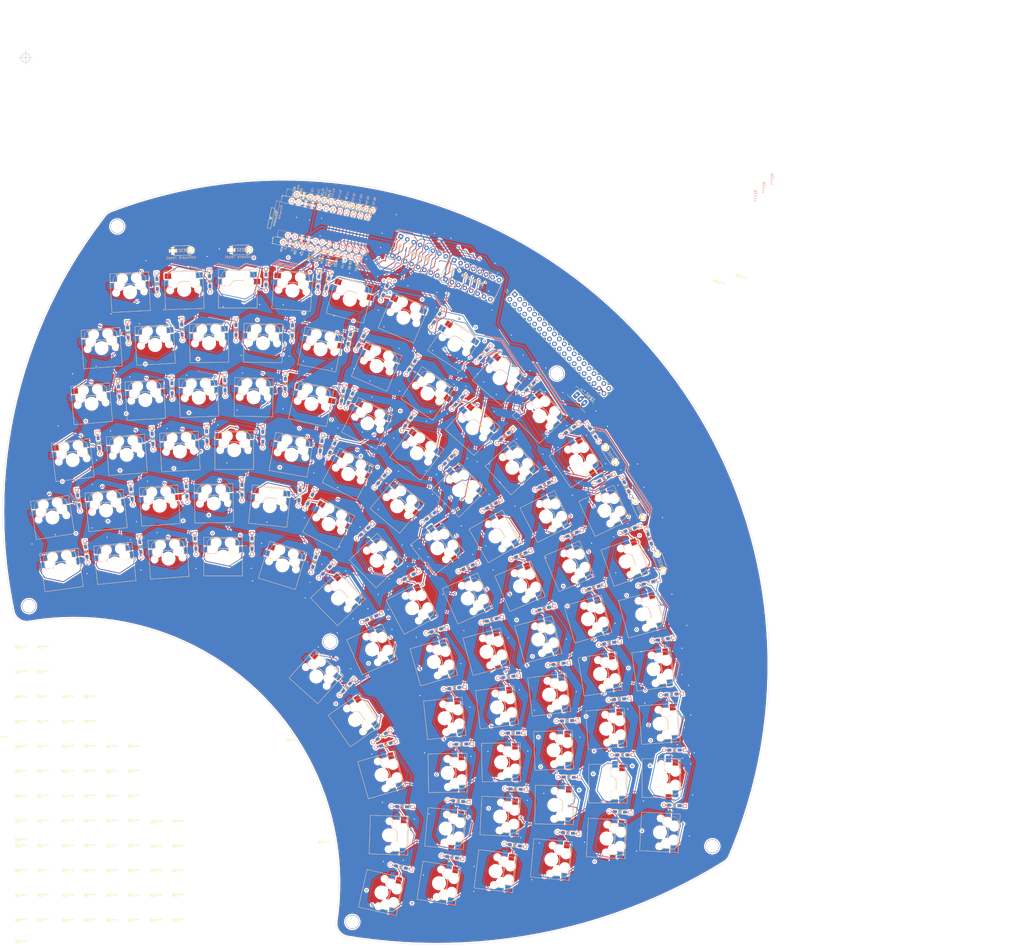
<source format=kicad_pcb>
(kicad_pcb (version 20171130) (host pcbnew "(5.1.5)-3")
  (title_block (title fan) (rev v1.2))
  (layers (0 F.Cu signal hide) (31 B.Cu signal hide) (34 B.Paste user hide) (35 F.Paste user hide) (36 B.SilkS user hide) (37 F.SilkS user) (38 B.Mask user hide) (39 F.Mask user hide) (44 Edge.Cuts user hide))
  (net 0 "")
  (net 1 row01)
  (net 2 row00)
  (net 3 GND)
  (net 4 col14)
  (net 5 row02)
  (net 6 col13)
  (net 7 row03)
  (net 8 col12)
  (net 9 row04)
  (net 10 col11)
  (net 11 row05)
  (net 12 col10)
  (net 13 col00)
  (net 14 col09)
  (net 15 col01)
  (net 16 col08)
  (net 17 col02)
  (net 18 col03)
  (net 19 col04)
  (net 20 col05)
  (net 21 col06)
  (net 22 col07)
  (net 23 "Net-(D1-Pad2)")
  (net 24 VCC)
  (net 25 software_reset)
  (net 26 hardware_reset)
  (net 27 OE)
  (net 28 RCK)
  (net 29 SCL)
  (net 30 SCK)
  (net 31 SER)
  (net 32 "Net-(J2-Pad38)")
  (net 33 QHSER)
  (net 34 QHSER')
  (net 35 "Net-(D2-Pad2)")
  (net 36 "Net-(D7-Pad2)")
  (net 37 "Net-(D8-Pad2)")
  (net 38 "Net-(D13-Pad2)")
  (net 39 "Net-(D14-Pad2)")
  (net 40 "Net-(D19-Pad2)")
  (net 41 "Net-(D20-Pad2)")
  (net 42 "Net-(D25-Pad2)")
  (net 43 "Net-(D26-Pad2)")
  (net 44 "Net-(D31-Pad2)")
  (net 45 "Net-(D32-Pad2)")
  (net 46 "Net-(D37-Pad2)")
  (net 47 "Net-(D38-Pad2)")
  (net 48 "Net-(D43-Pad2)")
  (net 49 "Net-(D44-Pad2)")
  (net 50 "Net-(D49-Pad2)")
  (net 51 "Net-(D50-Pad2)")
  (net 52 "Net-(D55-Pad2)")
  (net 53 "Net-(D56-Pad2)")
  (net 54 "Net-(D61-Pad2)")
  (net 55 "Net-(D62-Pad2)")
  (net 56 "Net-(D67-Pad2)")
  (net 57 "Net-(D68-Pad2)")
  (net 58 "Net-(D73-Pad2)")
  (net 59 "Net-(D74-Pad2)")
  (net 60 "Net-(D79-Pad2)")
  (net 61 "Net-(D80-Pad2)")
  (net 62 "Net-(D85-Pad2)")
  (net 63 "Net-(D86-Pad2)")
  (net 64 "Net-(D3-Pad2)")
  (net 65 "Net-(D4-Pad2)")
  (net 66 "Net-(D5-Pad2)")
  (net 67 "Net-(D6-Pad2)")
  (net 68 "Net-(D9-Pad2)")
  (net 69 "Net-(D10-Pad2)")
  (net 70 "Net-(D11-Pad2)")
  (net 71 "Net-(D12-Pad2)")
  (net 72 "Net-(D15-Pad2)")
  (net 73 "Net-(D16-Pad2)")
  (net 74 "Net-(D17-Pad2)")
  (net 75 "Net-(D18-Pad2)")
  (net 76 "Net-(D21-Pad2)")
  (net 77 "Net-(D22-Pad2)")
  (net 78 "Net-(D23-Pad2)")
  (net 79 "Net-(D24-Pad2)")
  (net 80 "Net-(D27-Pad2)")
  (net 81 "Net-(D28-Pad2)")
  (net 82 "Net-(D29-Pad2)")
  (net 83 "Net-(D30-Pad2)")
  (net 84 "Net-(D33-Pad2)")
  (net 85 "Net-(D34-Pad2)")
  (net 86 "Net-(D35-Pad2)")
  (net 87 "Net-(D36-Pad2)")
  (net 88 "Net-(D39-Pad2)")
  (net 89 "Net-(D40-Pad2)")
  (net 90 "Net-(D41-Pad2)")
  (net 91 "Net-(D42-Pad2)")
  (net 92 "Net-(D45-Pad2)")
  (net 93 "Net-(D46-Pad2)")
  (net 94 "Net-(D47-Pad2)")
  (net 95 "Net-(D48-Pad2)")
  (net 96 "Net-(D51-Pad2)")
  (net 97 "Net-(D52-Pad2)")
  (net 98 "Net-(D53-Pad2)")
  (net 99 "Net-(D54-Pad2)")
  (net 100 "Net-(D57-Pad2)")
  (net 101 "Net-(D58-Pad2)")
  (net 102 "Net-(D59-Pad2)")
  (net 103 "Net-(D60-Pad2)")
  (net 104 "Net-(D63-Pad2)")
  (net 105 "Net-(D64-Pad2)")
  (net 106 "Net-(D66-Pad2)")
  (net 107 "Net-(D69-Pad2)")
  (net 108 "Net-(D70-Pad2)")
  (net 109 "Net-(D71-Pad2)")
  (net 110 "Net-(D72-Pad2)")
  (net 111 "Net-(D75-Pad2)")
  (net 112 "Net-(D76-Pad2)")
  (net 113 "Net-(D77-Pad2)")
  (net 114 "Net-(D78-Pad2)")
  (net 115 "Net-(D81-Pad2)")
  (net 116 "Net-(D82-Pad2)")
  (net 117 "Net-(D83-Pad2)")
  (net 118 "Net-(D84-Pad2)")
  (net 119 "Net-(D87-Pad2)")
  (net 120 "Net-(D88-Pad2)")
  (net 121 "Net-(D89-Pad2)")
  (net 122 "Net-(D90-Pad2)")
  (net 123 "Net-(D65-Pad2)")
  (module kbd:L_case_parts (layer F.Cu) (at 294.01 50.0001 160)
    (fp_text reference REF** (at 0 0.5 340) (layer F.SilkS))
    (fp_text value L_case_parts)
  )
  (module kbd:L_case_parts (layer F.Cu) (at 286.01 52.0001 160)
    (fp_text reference REF** (at 0 0.5 340) (layer F.SilkS))
    (fp_text value L_case_parts)
  )
  (module kbd:L_case_parts (layer B.Cu) (at 299.01 20.0001 270)
    (fp_text reference REF** (at 0 -0.5 270) (layer B.SilkS) (effects (justify mirror)))
    (fp_text value L_case_parts)
  )
  (module kbd:L_case_parts (layer B.Cu) (at 305.01 14.0001 270)
    (fp_text reference REF** (at 0 -0.5 90) (layer B.SilkS) (effects (justify mirror)))
    (fp_text value L_case_parts)
  )
  (module kbd:L_case_parts (layer B.Cu) (at 302.01 17.0001 270)
    (fp_text reference REF** (at 0 -0.5 270) (layer B.SilkS) (effects (justify mirror)))
    (fp_text value L_case_parts)
  )
  (module kbd:L_case_parts (layer F.Cu) (at 26.01 216.0001)
    (fp_text reference REF** (at 0 0.5) (layer F.SilkS))
    (fp_text value L_case_parts)
  )
  (module kbd:L_case_parts (layer F.Cu) (at 131.01 218.0001 180)
    (fp_text reference REF** (at 0 0.5) (layer F.SilkS))
    (fp_text value L_case_parts)
  )
  (module kbd:L_case_parts (layer F.Cu) (at 143.01 255.0001 180)
    (fp_text reference REF** (at 0 0.5) (layer F.SilkS))
    (fp_text value L_case_parts)
  )
  (module kbd:L_case_parts (layer F.Cu) (at 33.01 253.0001)
    (fp_text reference REF** (at 0 0.5) (layer F.SilkS))
    (fp_text value L_case_parts)
  )
  (module kbd:L_case_parts (layer F.Cu) (at 33.01 290.0001)
    (fp_text reference REF** (at 0 0.5) (layer F.SilkS))
    (fp_text value L_case_parts)
  )
  (module kbd:washer (layer F.Cu) (at 90.01 264.2001)
    (fp_text reference REF** (at 0 0.5) (layer F.SilkS))
    (fp_text value washer)
  )
  (module kbd:washer (layer F.Cu) (at 90.01 282.2001)
    (fp_text reference REF** (at 0 0.5) (layer F.SilkS))
    (fp_text value washer)
  )
  (module kbd:washer (layer F.Cu) (at 82.01 282.2701)
    (fp_text reference REF** (at 0 0.5) (layer F.SilkS))
    (fp_text value washer)
  )
  (module kbd:washer (layer F.Cu) (at 82.01 273.2701)
    (fp_text reference REF** (at 0 0.5) (layer F.SilkS))
    (fp_text value washer)
  )
  (module kbd:washer (layer F.Cu) (at 90.01 273.2001)
    (fp_text reference REF** (at 0 0.5) (layer F.SilkS))
    (fp_text value washer)
  )
  (module kbd:washer (layer F.Cu) (at 82.01 264.2701)
    (fp_text reference REF** (at 0 0.5) (layer F.SilkS))
    (fp_text value washer)
  )
  (module kbd:washer (layer F.Cu) (at 90.11 255.4001)
    (fp_text reference REF** (at 0 0.5) (layer F.SilkS))
    (fp_text value washer)
  )
  (module kbd:washer (layer F.Cu) (at 82.11 246.4701)
    (fp_text reference REF** (at 0 0.5) (layer F.SilkS))
    (fp_text value washer)
  )
  (module kbd:washer (layer F.Cu) (at 82.11 255.4701)
    (fp_text reference REF** (at 0 0.5) (layer F.SilkS))
    (fp_text value washer)
  )
  (module kbd:washer (layer F.Cu) (at 90.11 246.4001)
    (fp_text reference REF** (at 0 0.5) (layer F.SilkS))
    (fp_text value washer)
  )
  (module kbd:washer (layer F.Cu) (at 41.01 273.2001)
    (fp_text reference REF** (at 0 0.5) (layer F.SilkS))
    (fp_text value washer)
  )
  (module kbd:washer (layer F.Cu) (at 33.01 282.2701)
    (fp_text reference REF** (at 0 0.5) (layer F.SilkS))
    (fp_text value washer)
  )
  (module kbd:washer (layer F.Cu) (at 41.01 282.2001)
    (fp_text reference REF** (at 0 0.5) (layer F.SilkS))
    (fp_text value washer)
  )
  (module kbd:washer (layer F.Cu) (at 33.01 273.2701)
    (fp_text reference REF** (at 0 0.5) (layer F.SilkS))
    (fp_text value washer)
  )
  (module kbd:washer (layer F.Cu) (at 74.01 264.2001)
    (fp_text reference REF** (at 0 0.5) (layer F.SilkS))
    (fp_text value washer)
  )
  (module kbd:washer (layer F.Cu) (at 74.01 282.2001)
    (fp_text reference REF** (at 0 0.5) (layer F.SilkS))
    (fp_text value washer)
  )
  (module kbd:washer (layer F.Cu) (at 66.01 282.2701)
    (fp_text reference REF** (at 0 0.5) (layer F.SilkS))
    (fp_text value washer)
  )
  (module kbd:washer (layer F.Cu) (at 66.01 273.2701)
    (fp_text reference REF** (at 0 0.5) (layer F.SilkS))
    (fp_text value washer)
  )
  (module kbd:washer (layer F.Cu) (at 74.01 273.2001)
    (fp_text reference REF** (at 0 0.5) (layer F.SilkS))
    (fp_text value washer)
  )
  (module kbd:washer (layer F.Cu) (at 66.01 264.2701)
    (fp_text reference REF** (at 0 0.5) (layer F.SilkS))
    (fp_text value washer)
  )
  (module kbd:washer (layer F.Cu) (at 74.01 255.2001)
    (fp_text reference REF** (at 0 0.5) (layer F.SilkS))
    (fp_text value washer)
  )
  (module kbd:washer (layer F.Cu) (at 66.01 246.2701)
    (fp_text reference REF** (at 0 0.5) (layer F.SilkS))
    (fp_text value washer)
  )
  (module kbd:washer (layer F.Cu) (at 66.01 255.2701)
    (fp_text reference REF** (at 0 0.5) (layer F.SilkS))
    (fp_text value washer)
  )
  (module kbd:washer (layer F.Cu) (at 74.01 219.2001)
    (fp_text reference REF** (at 0 0.5) (layer F.SilkS))
    (fp_text value washer)
  )
  (module kbd:washer (layer F.Cu) (at 74.01 237.2001)
    (fp_text reference REF** (at 0 0.5) (layer F.SilkS))
    (fp_text value washer)
  )
  (module kbd:washer (layer F.Cu) (at 66.01 237.2701)
    (fp_text reference REF** (at 0 0.5) (layer F.SilkS))
    (fp_text value washer)
  )
  (module kbd:washer (layer F.Cu) (at 66.01 228.2701)
    (fp_text reference REF** (at 0 0.5) (layer F.SilkS))
    (fp_text value washer)
  )
  (module kbd:washer (layer F.Cu) (at 74.01 228.2001)
    (fp_text reference REF** (at 0 0.5) (layer F.SilkS))
    (fp_text value washer)
  )
  (module kbd:washer (layer F.Cu) (at 74.01 246.2001)
    (fp_text reference REF** (at 0 0.5) (layer F.SilkS))
    (fp_text value washer)
  )
  (module kbd:washer (layer F.Cu) (at 66.01 219.2701)
    (fp_text reference REF** (at 0 0.5) (layer F.SilkS))
    (fp_text value washer)
  )
  (module kbd:washer (layer F.Cu) (at 58.01 282.2001)
    (fp_text reference REF** (at 0 0.5) (layer F.SilkS))
    (fp_text value washer)
  )
  (module kbd:washer (layer F.Cu) (at 50.01 273.2701)
    (fp_text reference REF** (at 0 0.5) (layer F.SilkS))
    (fp_text value washer)
  )
  (module kbd:washer (layer F.Cu) (at 50.01 282.2701)
    (fp_text reference REF** (at 0 0.5) (layer F.SilkS))
    (fp_text value washer)
  )
  (module kbd:washer (layer F.Cu) (at 58.01 246.2001)
    (fp_text reference REF** (at 0 0.5) (layer F.SilkS))
    (fp_text value washer)
  )
  (module kbd:washer (layer F.Cu) (at 58.01 264.2001)
    (fp_text reference REF** (at 0 0.5) (layer F.SilkS))
    (fp_text value washer)
  )
  (module kbd:washer (layer F.Cu) (at 50.01 264.2701)
    (fp_text reference REF** (at 0 0.5) (layer F.SilkS))
    (fp_text value washer)
  )
  (module kbd:washer (layer F.Cu) (at 50.01 255.2701)
    (fp_text reference REF** (at 0 0.5) (layer F.SilkS))
    (fp_text value washer)
  )
  (module kbd:washer (layer F.Cu) (at 58.01 255.2001)
    (fp_text reference REF** (at 0 0.5) (layer F.SilkS))
    (fp_text value washer)
  )
  (module kbd:washer (layer F.Cu) (at 58.01 273.2001)
    (fp_text reference REF** (at 0 0.5) (layer F.SilkS))
    (fp_text value washer)
  )
  (module kbd:washer (layer F.Cu) (at 50.01 246.2701)
    (fp_text reference REF** (at 0 0.5) (layer F.SilkS))
    (fp_text value washer)
  )
  (module kbd:washer (layer F.Cu) (at 58.01 237.2001)
    (fp_text reference REF** (at 0 0.5) (layer F.SilkS))
    (fp_text value washer)
  )
  (module kbd:washer (layer F.Cu) (at 50.01 228.2701)
    (fp_text reference REF** (at 0 0.5) (layer F.SilkS))
    (fp_text value washer)
  )
  (module kbd:washer (layer F.Cu) (at 50.01 237.2701)
    (fp_text reference REF** (at 0 0.5) (layer F.SilkS))
    (fp_text value washer)
  )
  (module kbd:washer (layer F.Cu) (at 58.01 201.2001)
    (fp_text reference REF** (at 0 0.5) (layer F.SilkS))
    (fp_text value washer)
  )
  (module kbd:washer (layer F.Cu) (at 58.01 219.2001)
    (fp_text reference REF** (at 0 0.5) (layer F.SilkS))
    (fp_text value washer)
  )
  (module kbd:washer (layer F.Cu) (at 50.01 219.2701)
    (fp_text reference REF** (at 0 0.5) (layer F.SilkS))
    (fp_text value washer)
  )
  (module kbd:washer (layer F.Cu) (at 50.01 210.2701)
    (fp_text reference REF** (at 0 0.5) (layer F.SilkS))
    (fp_text value washer)
  )
  (module kbd:washer (layer F.Cu) (at 58.01 210.2001)
    (fp_text reference REF** (at 0 0.5) (layer F.SilkS))
    (fp_text value washer)
  )
  (module kbd:washer (layer F.Cu) (at 58.01 228.2001)
    (fp_text reference REF** (at 0 0.5) (layer F.SilkS))
    (fp_text value washer)
  )
  (module kbd:washer (layer F.Cu) (at 50.01 201.2701)
    (fp_text reference REF** (at 0 0.5) (layer F.SilkS))
    (fp_text value washer)
  )
  (module kbd:washer (layer F.Cu) (at 41.01 264.2001)
    (fp_text reference REF** (at 0 0.5) (layer F.SilkS))
    (fp_text value washer)
  )
  (module kbd:washer (layer F.Cu) (at 33.01 255.2701)
    (fp_text reference REF** (at 0 0.5) (layer F.SilkS))
    (fp_text value washer)
  )
  (module kbd:washer (layer F.Cu) (at 33.01 264.2701)
    (fp_text reference REF** (at 0 0.5) (layer F.SilkS))
    (fp_text value washer)
  )
  (module kbd:washer (layer F.Cu) (at 41.01 228.2001)
    (fp_text reference REF** (at 0 0.5) (layer F.SilkS))
    (fp_text value washer)
  )
  (module kbd:washer (layer F.Cu) (at 41.01 246.2001)
    (fp_text reference REF** (at 0 0.5) (layer F.SilkS))
    (fp_text value washer)
  )
  (module kbd:washer (layer F.Cu) (at 33.01 246.2701)
    (fp_text reference REF** (at 0 0.5) (layer F.SilkS))
    (fp_text value washer)
  )
  (module kbd:washer (layer F.Cu) (at 33.01 237.2701)
    (fp_text reference REF** (at 0 0.5) (layer F.SilkS))
    (fp_text value washer)
  )
  (module kbd:washer (layer F.Cu) (at 41.01 237.2001)
    (fp_text reference REF** (at 0 0.5) (layer F.SilkS))
    (fp_text value washer)
  )
  (module kbd:washer (layer F.Cu) (at 41.01 255.2001)
    (fp_text reference REF** (at 0 0.5) (layer F.SilkS))
    (fp_text value washer)
  )
  (module kbd:washer (layer F.Cu) (at 33.01 228.2701)
    (fp_text reference REF** (at 0 0.5) (layer F.SilkS))
    (fp_text value washer)
  )
  (module kbd:washer (layer F.Cu) (at 41.01 219.2001)
    (fp_text reference REF** (at 0 0.5) (layer F.SilkS))
    (fp_text value washer)
  )
  (module kbd:washer (layer F.Cu) (at 33.01 219.2701)
    (fp_text reference REF** (at 0 0.5) (layer F.SilkS))
    (fp_text value washer)
  )
  (module kbd:washer (layer F.Cu) (at 41.01 210.2001)
    (fp_text reference REF** (at 0 0.5) (layer F.SilkS))
    (fp_text value washer)
  )
  (module kbd:washer (layer F.Cu) (at 33.01 210.2701)
    (fp_text reference REF** (at 0 0.5) (layer F.SilkS))
    (fp_text value washer)
  )
  (module kbd:washer (layer F.Cu) (at 41.01 201.2001)
    (fp_text reference REF** (at 0 0.5) (layer F.SilkS))
    (fp_text value washer)
  )
  (module kbd:washer (layer F.Cu) (at 33.01 201.2701)
    (fp_text reference REF** (at 0 0.5) (layer F.SilkS))
    (fp_text value washer)
  )
  (module kbd:washer (layer F.Cu) (at 41.01 192.2001)
    (fp_text reference REF** (at 0 0.5) (layer F.SilkS))
    (fp_text value washer)
  )
  (module kbd:washer (layer F.Cu) (at 33.01 192.2701)
    (fp_text reference REF** (at 0 0.5) (layer F.SilkS))
    (fp_text value washer)
  )
  (module kbd:washer (layer F.Cu) (at 41.01 183.2001)
    (fp_text reference REF** (at 0 0.5) (layer F.SilkS))
    (fp_text value washer)
  )
  (module kbd:washer (layer F.Cu) (at 33.01 183.2701)
    (fp_text reference REF** (at 0 0.5) (layer F.SilkS))
    (fp_text value washer)
  )
  (module kbd:CherryMX_Hotswap_edit (layer F.Cu) (at 101.254051 73.422909 1)
    (fp_text reference SW14 hide)
    (fp_text value SW_PUSH hide)
    (pad 2 smd rect (at 5.7 -5.12 181) (size 2.3 2) (layers B.Cu B.Paste B.Mask) (net 39 "Net-(D14-Pad2)"))
    (pad "" np_thru_hole circle (at -5.08 0 1) (size 1.9 1.9) (drill 1.9) (layers *.Cu *.Mask F.SilkS))
    (pad "" np_thru_hole circle (at 5.08 0 1) (size 1.9 1.9) (drill 1.9) (layers *.Cu *.Mask F.SilkS))
    (pad "" np_thru_hole circle (at 0 0 91) (size 4.1 4.1) (drill 4.1) (layers *.Cu *.Mask F.SilkS))
    (pad "" np_thru_hole circle (at 2.54 -5.08 181) (size 3 3) (drill 3) (layers *.Cu *.Mask))
    (pad "" np_thru_hole circle (at 3.81 -2.540001 181) (size 3 3) (drill 3) (layers *.Cu *.Mask))
    (pad "" np_thru_hole circle (at -2.54 -5.08 181) (size 3 3) (drill 3) (layers *.Cu *.Mask))
    (pad "" np_thru_hole circle (at -3.81 -2.54 181) (size 3 3) (drill 3) (layers *.Cu *.Mask))
    (pad 2 smd rect (at -5.7 -5.12 181) (size 2.3 2) (layers F.Cu F.Paste F.Mask) (net 39 "Net-(D14-Pad2)"))
    (pad 1 smd rect (at 7 -2.58 181) (size 2.3 2) (layers F.Cu F.Paste F.Mask) (net 17 col02))
    (pad 1 smd rect (at -7 -2.58 181) (size 2.3 2) (layers B.Cu B.Paste B.Mask) (net 17 col02))
  )
  (module kbd:CherryMX_Hotswap_edit (layer F.Cu) (at 71.421525 113.914211 4)
    (fp_text reference SW10 hide)
    (fp_text value SW_PUSH hide)
    (pad 2 smd rect (at 5.7 -5.12 184) (size 2.3 2) (layers B.Cu B.Paste B.Mask) (net 69 "Net-(D10-Pad2)"))
    (pad "" np_thru_hole circle (at -5.08 0 4) (size 1.9 1.9) (drill 1.9) (layers *.Cu *.Mask F.SilkS))
    (pad "" np_thru_hole circle (at 5.08 0 4) (size 1.9 1.9) (drill 1.9) (layers *.Cu *.Mask F.SilkS))
    (pad "" np_thru_hole circle (at 0 0 94) (size 4.1 4.1) (drill 4.1) (layers *.Cu *.Mask F.SilkS))
    (pad "" np_thru_hole circle (at 2.54 -5.08 184) (size 3 3) (drill 3) (layers *.Cu *.Mask))
    (pad "" np_thru_hole circle (at 3.81 -2.540001 184) (size 3 3) (drill 3) (layers *.Cu *.Mask))
    (pad "" np_thru_hole circle (at -2.54 -5.08 184) (size 3 3) (drill 3) (layers *.Cu *.Mask))
    (pad "" np_thru_hole circle (at -3.81 -2.54 184) (size 3 3) (drill 3) (layers *.Cu *.Mask))
    (pad 2 smd rect (at -5.7 -5.12 184) (size 2.3 2) (layers F.Cu F.Paste F.Mask) (net 69 "Net-(D10-Pad2)"))
    (pad 1 smd rect (at 7 -2.58 184) (size 2.3 2) (layers F.Cu F.Paste F.Mask) (net 15 col01))
    (pad 1 smd rect (at -7 -2.58 184) (size 2.3 2) (layers B.Cu B.Paste B.Mask) (net 15 col01))
  )
  (module kbd:CherryMX_Hotswap_edit (layer F.Cu) (at 123.261886 132.496494 354)
    (fp_text reference SW29 hide)
    (fp_text value SW_PUSH hide)
    (pad 2 smd rect (at 5.7 -5.12 174) (size 2.3 2) (layers B.Cu B.Paste B.Mask) (net 82 "Net-(D29-Pad2)"))
    (pad "" np_thru_hole circle (at -5.08 0 354) (size 1.9 1.9) (drill 1.9) (layers *.Cu *.Mask F.SilkS))
    (pad "" np_thru_hole circle (at 5.08 0 354) (size 1.9 1.9) (drill 1.9) (layers *.Cu *.Mask F.SilkS))
    (pad "" np_thru_hole circle (at 0 0 84) (size 4.1 4.1) (drill 4.1) (layers *.Cu *.Mask F.SilkS))
    (pad "" np_thru_hole circle (at 2.54 -5.08 174) (size 3 3) (drill 3) (layers *.Cu *.Mask))
    (pad "" np_thru_hole circle (at 3.81 -2.540001 174) (size 3 3) (drill 3) (layers *.Cu *.Mask))
    (pad "" np_thru_hole circle (at -2.54 -5.08 174) (size 3 3) (drill 3) (layers *.Cu *.Mask))
    (pad "" np_thru_hole circle (at -3.81 -2.54 174) (size 3 3) (drill 3) (layers *.Cu *.Mask))
    (pad 2 smd rect (at -5.7 -5.12 174) (size 2.3 2) (layers F.Cu F.Paste F.Mask) (net 82 "Net-(D29-Pad2)"))
    (pad 1 smd rect (at 7 -2.58 174) (size 2.3 2) (layers F.Cu F.Paste F.Mask) (net 19 col04))
    (pad 1 smd rect (at -7 -2.58 174) (size 2.3 2) (layers B.Cu B.Paste B.Mask) (net 19 col04))
  )
  (module kbd:CherryMX_Hotswap_edit (layer F.Cu) (at 120.817914 73.402009 359)
    (fp_text reference SW20 hide)
    (fp_text value SW_PUSH hide)
    (pad 2 smd rect (at 5.7 -5.12 179) (size 2.3 2) (layers B.Cu B.Paste B.Mask) (net 41 "Net-(D20-Pad2)"))
    (pad "" np_thru_hole circle (at -5.08 0 359) (size 1.9 1.9) (drill 1.9) (layers *.Cu *.Mask F.SilkS))
    (pad "" np_thru_hole circle (at 5.08 0 359) (size 1.9 1.9) (drill 1.9) (layers *.Cu *.Mask F.SilkS))
    (pad "" np_thru_hole circle (at 0 0 89) (size 4.1 4.1) (drill 4.1) (layers *.Cu *.Mask F.SilkS))
    (pad "" np_thru_hole circle (at 2.54 -5.08 179) (size 3 3) (drill 3) (layers *.Cu *.Mask))
    (pad "" np_thru_hole circle (at 3.81 -2.540001 179) (size 3 3) (drill 3) (layers *.Cu *.Mask))
    (pad "" np_thru_hole circle (at -2.54 -5.08 179) (size 3 3) (drill 3) (layers *.Cu *.Mask))
    (pad "" np_thru_hole circle (at -3.81 -2.54 179) (size 3 3) (drill 3) (layers *.Cu *.Mask))
    (pad 2 smd rect (at -5.7 -5.12 179) (size 2.3 2) (layers F.Cu F.Paste F.Mask) (net 41 "Net-(D20-Pad2)"))
    (pad 1 smd rect (at 7 -2.58 179) (size 2.3 2) (layers F.Cu F.Paste F.Mask) (net 18 col03))
    (pad 1 smd rect (at -7 -2.58 179) (size 2.3 2) (layers B.Cu B.Paste B.Mask) (net 18 col03))
  )
  (module kbd:CherryMX_Hotswap_edit (layer F.Cu) (at 83.364287 132.331717 4)
    (fp_text reference SW17 hide)
    (fp_text value SW_PUSH hide)
    (pad 2 smd rect (at 5.7 -5.12 184) (size 2.3 2) (layers B.Cu B.Paste B.Mask) (net 74 "Net-(D17-Pad2)"))
    (pad "" np_thru_hole circle (at -5.08 0 4) (size 1.9 1.9) (drill 1.9) (layers *.Cu *.Mask F.SilkS))
    (pad "" np_thru_hole circle (at 5.08 0 4) (size 1.9 1.9) (drill 1.9) (layers *.Cu *.Mask F.SilkS))
    (pad "" np_thru_hole circle (at 0 0 94) (size 4.1 4.1) (drill 4.1) (layers *.Cu *.Mask F.SilkS))
    (pad "" np_thru_hole circle (at 2.54 -5.08 184) (size 3 3) (drill 3) (layers *.Cu *.Mask))
    (pad "" np_thru_hole circle (at 3.81 -2.540001 184) (size 3 3) (drill 3) (layers *.Cu *.Mask))
    (pad "" np_thru_hole circle (at -2.54 -5.08 184) (size 3 3) (drill 3) (layers *.Cu *.Mask))
    (pad "" np_thru_hole circle (at -3.81 -2.54 184) (size 3 3) (drill 3) (layers *.Cu *.Mask))
    (pad 2 smd rect (at -5.7 -5.12 184) (size 2.3 2) (layers F.Cu F.Paste F.Mask) (net 74 "Net-(D17-Pad2)"))
    (pad 1 smd rect (at 7 -2.58 184) (size 2.3 2) (layers F.Cu F.Paste F.Mask) (net 17 col02))
    (pad 1 smd rect (at -7 -2.58 184) (size 2.3 2) (layers B.Cu B.Paste B.Mask) (net 17 col02))
  )
  (module kbd:CherryMX_Hotswap_edit (layer F.Cu) (at 110.385595 112.218234)
    (fp_text reference SW22 hide)
    (fp_text value SW_PUSH hide)
    (pad 2 smd rect (at 5.7 -5.12 180) (size 2.3 2) (layers B.Cu B.Paste B.Mask) (net 77 "Net-(D22-Pad2)"))
    (pad "" np_thru_hole circle (at -5.08 0) (size 1.9 1.9) (drill 1.9) (layers *.Cu *.Mask F.SilkS))
    (pad "" np_thru_hole circle (at 5.08 0) (size 1.9 1.9) (drill 1.9) (layers *.Cu *.Mask F.SilkS))
    (pad "" np_thru_hole circle (at 0 0 90) (size 4.1 4.1) (drill 4.1) (layers *.Cu *.Mask F.SilkS))
    (pad "" np_thru_hole circle (at 2.54 -5.08 180) (size 3 3) (drill 3) (layers *.Cu *.Mask))
    (pad "" np_thru_hole circle (at 3.81 -2.540001 180) (size 3 3) (drill 3) (layers *.Cu *.Mask))
    (pad "" np_thru_hole circle (at -2.54 -5.08 180) (size 3 3) (drill 3) (layers *.Cu *.Mask))
    (pad "" np_thru_hole circle (at -3.81 -2.54 180) (size 3 3) (drill 3) (layers *.Cu *.Mask))
    (pad 2 smd rect (at -5.7 -5.12 180) (size 2.3 2) (layers F.Cu F.Paste F.Mask) (net 77 "Net-(D22-Pad2)"))
    (pad 1 smd rect (at 7 -2.58 180) (size 2.3 2) (layers F.Cu F.Paste F.Mask) (net 18 col03))
    (pad 1 smd rect (at -7 -2.58 180) (size 2.3 2) (layers B.Cu B.Paste B.Mask) (net 18 col03))
  )
  (module kbd:CherryMX_Hotswap_edit (layer F.Cu) (at 97.547779 93.158603 2)
    (fp_text reference SW15 hide)
    (fp_text value SW_PUSH hide)
    (pad 2 smd rect (at 5.7 -5.12 182) (size 2.3 2) (layers B.Cu B.Paste B.Mask) (net 72 "Net-(D15-Pad2)"))
    (pad "" np_thru_hole circle (at -5.08 0 2) (size 1.9 1.9) (drill 1.9) (layers *.Cu *.Mask F.SilkS))
    (pad "" np_thru_hole circle (at 5.08 0 2) (size 1.9 1.9) (drill 1.9) (layers *.Cu *.Mask F.SilkS))
    (pad "" np_thru_hole circle (at 0 0 92) (size 4.1 4.1) (drill 4.1) (layers *.Cu *.Mask F.SilkS))
    (pad "" np_thru_hole circle (at 2.54 -5.08 182) (size 3 3) (drill 3) (layers *.Cu *.Mask))
    (pad "" np_thru_hole circle (at 3.81 -2.540001 182) (size 3 3) (drill 3) (layers *.Cu *.Mask))
    (pad "" np_thru_hole circle (at -2.54 -5.08 182) (size 3 3) (drill 3) (layers *.Cu *.Mask))
    (pad "" np_thru_hole circle (at -3.81 -2.54 182) (size 3 3) (drill 3) (layers *.Cu *.Mask))
    (pad 2 smd rect (at -5.7 -5.12 182) (size 2.3 2) (layers F.Cu F.Paste F.Mask) (net 72 "Net-(D15-Pad2)"))
    (pad 1 smd rect (at 7 -2.58 182) (size 2.3 2) (layers F.Cu F.Paste F.Mask) (net 17 col02))
    (pad 1 smd rect (at -7 -2.58 182) (size 2.3 2) (layers B.Cu B.Paste B.Mask) (net 17 col02))
  )
  (module kbd:CherryMX_Hotswap_edit (layer F.Cu) (at 81.686132 74.073731 3)
    (fp_text reference SW8 hide)
    (fp_text value SW_PUSH hide)
    (pad 2 smd rect (at 5.7 -5.12 183) (size 2.3 2) (layers B.Cu B.Paste B.Mask) (net 37 "Net-(D8-Pad2)"))
    (pad "" np_thru_hole circle (at -5.08 0 3) (size 1.9 1.9) (drill 1.9) (layers *.Cu *.Mask F.SilkS))
    (pad "" np_thru_hole circle (at 5.08 0 3) (size 1.9 1.9) (drill 1.9) (layers *.Cu *.Mask F.SilkS))
    (pad "" np_thru_hole circle (at 0 0 93) (size 4.1 4.1) (drill 4.1) (layers *.Cu *.Mask F.SilkS))
    (pad "" np_thru_hole circle (at 2.54 -5.08 183) (size 3 3) (drill 3) (layers *.Cu *.Mask))
    (pad "" np_thru_hole circle (at 3.81 -2.540001 183) (size 3 3) (drill 3) (layers *.Cu *.Mask))
    (pad "" np_thru_hole circle (at -2.54 -5.08 183) (size 3 3) (drill 3) (layers *.Cu *.Mask))
    (pad "" np_thru_hole circle (at -3.81 -2.54 183) (size 3 3) (drill 3) (layers *.Cu *.Mask))
    (pad 2 smd rect (at -5.7 -5.12 183) (size 2.3 2) (layers F.Cu F.Paste F.Mask) (net 37 "Net-(D8-Pad2)"))
    (pad 1 smd rect (at 7 -2.58 183) (size 2.3 2) (layers F.Cu F.Paste F.Mask) (net 15 col01))
    (pad 1 smd rect (at -7 -2.58 183) (size 2.3 2) (layers B.Cu B.Paste B.Mask) (net 15 col01))
  )
  (module kbd:CherryMX_Hotswap_edit (layer F.Cu) (at 144.620157 139.020699 332)
    (fp_text reference SW35 hide)
    (fp_text value SW_PUSH hide)
    (pad 2 smd rect (at 5.7 -5.12 152) (size 2.3 2) (layers B.Cu B.Paste B.Mask) (net 86 "Net-(D35-Pad2)"))
    (pad "" np_thru_hole circle (at -5.08 0 332) (size 1.9 1.9) (drill 1.9) (layers *.Cu *.Mask F.SilkS))
    (pad "" np_thru_hole circle (at 5.08 0 332) (size 1.9 1.9) (drill 1.9) (layers *.Cu *.Mask F.SilkS))
    (pad "" np_thru_hole circle (at 0 0 62) (size 4.1 4.1) (drill 4.1) (layers *.Cu *.Mask F.SilkS))
    (pad "" np_thru_hole circle (at 2.54 -5.08 152) (size 3 3) (drill 3) (layers *.Cu *.Mask))
    (pad "" np_thru_hole circle (at 3.81 -2.540001 152) (size 3 3) (drill 3) (layers *.Cu *.Mask))
    (pad "" np_thru_hole circle (at -2.54 -5.08 152) (size 3 3) (drill 3) (layers *.Cu *.Mask))
    (pad "" np_thru_hole circle (at -3.81 -2.54 152) (size 3 3) (drill 3) (layers *.Cu *.Mask))
    (pad 2 smd rect (at -5.7 -5.12 152) (size 2.3 2) (layers F.Cu F.Paste F.Mask) (net 86 "Net-(D35-Pad2)"))
    (pad 1 smd rect (at 7 -2.58 152) (size 2.3 2) (layers F.Cu F.Paste F.Mask) (net 20 col05))
    (pad 1 smd rect (at -7 -2.58 152) (size 2.3 2) (layers B.Cu B.Paste B.Mask) (net 20 col05))
  )
  (module kbd:CherryMX_Hotswap_edit (layer F.Cu) (at 103.021375 131.540362 1)
    (fp_text reference SW23 hide)
    (fp_text value SW_PUSH hide)
    (pad 2 smd rect (at 5.7 -5.12 181) (size 2.3 2) (layers B.Cu B.Paste B.Mask) (net 78 "Net-(D23-Pad2)"))
    (pad "" np_thru_hole circle (at -5.08 0 1) (size 1.9 1.9) (drill 1.9) (layers *.Cu *.Mask F.SilkS))
    (pad "" np_thru_hole circle (at 5.08 0 1) (size 1.9 1.9) (drill 1.9) (layers *.Cu *.Mask F.SilkS))
    (pad "" np_thru_hole circle (at 0 0 91) (size 4.1 4.1) (drill 4.1) (layers *.Cu *.Mask F.SilkS))
    (pad "" np_thru_hole circle (at 2.54 -5.08 181) (size 3 3) (drill 3) (layers *.Cu *.Mask))
    (pad "" np_thru_hole circle (at 3.81 -2.540001 181) (size 3 3) (drill 3) (layers *.Cu *.Mask))
    (pad "" np_thru_hole circle (at -2.54 -5.08 181) (size 3 3) (drill 3) (layers *.Cu *.Mask))
    (pad "" np_thru_hole circle (at -3.81 -2.54 181) (size 3 3) (drill 3) (layers *.Cu *.Mask))
    (pad 2 smd rect (at -5.7 -5.12 181) (size 2.3 2) (layers F.Cu F.Paste F.Mask) (net 78 "Net-(D23-Pad2)"))
    (pad 1 smd rect (at 7 -2.58 181) (size 2.3 2) (layers F.Cu F.Paste F.Mask) (net 18 col03))
    (pad 1 smd rect (at -7 -2.58 181) (size 2.3 2) (layers B.Cu B.Paste B.Mask) (net 18 col03))
  )
  (module kbd:CherryMX_Hotswap_edit (layer F.Cu) (at 90.696087 112.705198 3)
    (fp_text reference SW16 hide)
    (fp_text value SW_PUSH hide)
    (pad 2 smd rect (at 5.7 -5.12 183) (size 2.3 2) (layers B.Cu B.Paste B.Mask) (net 73 "Net-(D16-Pad2)"))
    (pad "" np_thru_hole circle (at -5.08 0 3) (size 1.9 1.9) (drill 1.9) (layers *.Cu *.Mask F.SilkS))
    (pad "" np_thru_hole circle (at 5.08 0 3) (size 1.9 1.9) (drill 1.9) (layers *.Cu *.Mask F.SilkS))
    (pad "" np_thru_hole circle (at 0 0 93) (size 4.1 4.1) (drill 4.1) (layers *.Cu *.Mask F.SilkS))
    (pad "" np_thru_hole circle (at 2.54 -5.08 183) (size 3 3) (drill 3) (layers *.Cu *.Mask))
    (pad "" np_thru_hole circle (at 3.81 -2.540001 183) (size 3 3) (drill 3) (layers *.Cu *.Mask))
    (pad "" np_thru_hole circle (at -2.54 -5.08 183) (size 3 3) (drill 3) (layers *.Cu *.Mask))
    (pad "" np_thru_hole circle (at -3.81 -2.54 183) (size 3 3) (drill 3) (layers *.Cu *.Mask))
    (pad 2 smd rect (at -5.7 -5.12 183) (size 2.3 2) (layers F.Cu F.Paste F.Mask) (net 73 "Net-(D16-Pad2)"))
    (pad 1 smd rect (at 7 -2.58 183) (size 2.3 2) (layers F.Cu F.Paste F.Mask) (net 17 col02))
    (pad 1 smd rect (at -7 -2.58 183) (size 2.3 2) (layers B.Cu B.Paste B.Mask) (net 17 col02))
  )
  (module kbd:CherryMX_Hotswap_edit (layer F.Cu) (at 151.736841 120.872765 333)
    (fp_text reference SW34 hide)
    (fp_text value SW_PUSH hide)
    (pad 2 smd rect (at 5.7 -5.12 153) (size 2.3 2) (layers B.Cu B.Paste B.Mask) (net 85 "Net-(D34-Pad2)"))
    (pad "" np_thru_hole circle (at -5.08 0 333) (size 1.9 1.9) (drill 1.9) (layers *.Cu *.Mask F.SilkS))
    (pad "" np_thru_hole circle (at 5.08 0 333) (size 1.9 1.9) (drill 1.9) (layers *.Cu *.Mask F.SilkS))
    (pad "" np_thru_hole circle (at 0 0 63) (size 4.1 4.1) (drill 4.1) (layers *.Cu *.Mask F.SilkS))
    (pad "" np_thru_hole circle (at 2.54 -5.08 153) (size 3 3) (drill 3) (layers *.Cu *.Mask))
    (pad "" np_thru_hole circle (at 3.81 -2.540001 153) (size 3 3) (drill 3) (layers *.Cu *.Mask))
    (pad "" np_thru_hole circle (at -2.54 -5.08 153) (size 3 3) (drill 3) (layers *.Cu *.Mask))
    (pad "" np_thru_hole circle (at -3.81 -2.54 153) (size 3 3) (drill 3) (layers *.Cu *.Mask))
    (pad 2 smd rect (at -5.7 -5.12 153) (size 2.3 2) (layers F.Cu F.Paste F.Mask) (net 85 "Net-(D34-Pad2)"))
    (pad 1 smd rect (at 7 -2.58 153) (size 2.3 2) (layers F.Cu F.Paste F.Mask) (net 20 col05))
    (pad 1 smd rect (at -7 -2.58 153) (size 2.3 2) (layers B.Cu B.Paste B.Mask) (net 20 col05))
  )
  (module kbd:CherryMX_Hotswap_edit (layer F.Cu) (at 169.484183 132.524256 320)
    (fp_text reference SW40 hide)
    (fp_text value SW_PUSH hide)
    (pad 2 smd rect (at 5.7 -5.12 140) (size 2.3 2) (layers B.Cu B.Paste B.Mask) (net 89 "Net-(D40-Pad2)"))
    (pad "" np_thru_hole circle (at -5.08 0 320) (size 1.9 1.9) (drill 1.9) (layers *.Cu *.Mask F.SilkS))
    (pad "" np_thru_hole circle (at 5.08 0 320) (size 1.9 1.9) (drill 1.9) (layers *.Cu *.Mask F.SilkS))
    (pad "" np_thru_hole circle (at 0 0 50) (size 4.1 4.1) (drill 4.1) (layers *.Cu *.Mask F.SilkS))
    (pad "" np_thru_hole circle (at 2.54 -5.08 140) (size 3 3) (drill 3) (layers *.Cu *.Mask))
    (pad "" np_thru_hole circle (at 3.81 -2.540001 140) (size 3 3) (drill 3) (layers *.Cu *.Mask))
    (pad "" np_thru_hole circle (at -2.54 -5.08 140) (size 3 3) (drill 3) (layers *.Cu *.Mask))
    (pad "" np_thru_hole circle (at -3.81 -2.54 140) (size 3 3) (drill 3) (layers *.Cu *.Mask))
    (pad 2 smd rect (at -5.7 -5.12 140) (size 2.3 2) (layers F.Cu F.Paste F.Mask) (net 89 "Net-(D40-Pad2)"))
    (pad 1 smd rect (at 7 -2.58 140) (size 2.3 2) (layers F.Cu F.Paste F.Mask) (net 21 col06))
    (pad 1 smd rect (at -7 -2.58 140) (size 2.3 2) (layers B.Cu B.Paste B.Mask) (net 21 col06))
  )
  (module kbd:CherryMX_Hotswap_edit (layer F.Cu) (at 158.681334 102.49603 334)
    (fp_text reference SW33 hide)
    (fp_text value SW_PUSH hide)
    (pad 2 smd rect (at 5.7 -5.12 154) (size 2.3 2) (layers B.Cu B.Paste B.Mask) (net 84 "Net-(D33-Pad2)"))
    (pad "" np_thru_hole circle (at -5.08 0 334) (size 1.9 1.9) (drill 1.9) (layers *.Cu *.Mask F.SilkS))
    (pad "" np_thru_hole circle (at 5.08 0 334) (size 1.9 1.9) (drill 1.9) (layers *.Cu *.Mask F.SilkS))
    (pad "" np_thru_hole circle (at 0 0 64) (size 4.1 4.1) (drill 4.1) (layers *.Cu *.Mask F.SilkS))
    (pad "" np_thru_hole circle (at 2.54 -5.08 154) (size 3 3) (drill 3) (layers *.Cu *.Mask))
    (pad "" np_thru_hole circle (at 3.81 -2.540001 154) (size 3 3) (drill 3) (layers *.Cu *.Mask))
    (pad "" np_thru_hole circle (at -2.54 -5.08 154) (size 3 3) (drill 3) (layers *.Cu *.Mask))
    (pad "" np_thru_hole circle (at -3.81 -2.54 154) (size 3 3) (drill 3) (layers *.Cu *.Mask))
    (pad 2 smd rect (at -5.7 -5.12 154) (size 2.3 2) (layers F.Cu F.Paste F.Mask) (net 84 "Net-(D33-Pad2)"))
    (pad 1 smd rect (at 7 -2.58 154) (size 2.3 2) (layers F.Cu F.Paste F.Mask) (net 20 col05))
    (pad 1 smd rect (at -7 -2.58 154) (size 2.3 2) (layers B.Cu B.Paste B.Mask) (net 20 col05))
  )
  (module kbd:CherryMX_Hotswap_edit (layer F.Cu) (at 180.470029 91.65219 326)
    (fp_text reference SW38 hide)
    (fp_text value SW_PUSH hide)
    (pad 2 smd rect (at 5.7 -5.12 146) (size 2.3 2) (layers B.Cu B.Paste B.Mask) (net 47 "Net-(D38-Pad2)"))
    (pad "" np_thru_hole circle (at -5.08 0 326) (size 1.9 1.9) (drill 1.9) (layers *.Cu *.Mask F.SilkS))
    (pad "" np_thru_hole circle (at 5.08 0 326) (size 1.9 1.9) (drill 1.9) (layers *.Cu *.Mask F.SilkS))
    (pad "" np_thru_hole circle (at 0 0 56) (size 4.1 4.1) (drill 4.1) (layers *.Cu *.Mask F.SilkS))
    (pad "" np_thru_hole circle (at 2.54 -5.08 146) (size 3 3) (drill 3) (layers *.Cu *.Mask))
    (pad "" np_thru_hole circle (at 3.81 -2.540001 146) (size 3 3) (drill 3) (layers *.Cu *.Mask))
    (pad "" np_thru_hole circle (at -2.54 -5.08 146) (size 3 3) (drill 3) (layers *.Cu *.Mask))
    (pad "" np_thru_hole circle (at -3.81 -2.54 146) (size 3 3) (drill 3) (layers *.Cu *.Mask))
    (pad 2 smd rect (at -5.7 -5.12 146) (size 2.3 2) (layers F.Cu F.Paste F.Mask) (net 47 "Net-(D38-Pad2)"))
    (pad 1 smd rect (at 7 -2.58 146) (size 2.3 2) (layers F.Cu F.Paste F.Mask) (net 21 col06))
    (pad 1 smd rect (at -7 -2.58 146) (size 2.3 2) (layers B.Cu B.Paste B.Mask) (net 21 col06))
  )
  (module kbd:CherryMX_Hotswap_edit (layer F.Cu) (at 92.240007 54.068851 2)
    (fp_text reference SW7 hide)
    (fp_text value SW_PUSH hide)
    (pad 2 smd rect (at 5.7 -5.12 182) (size 2.3 2) (layers B.Cu B.Paste B.Mask) (net 36 "Net-(D7-Pad2)"))
    (pad "" np_thru_hole circle (at -5.08 0 2) (size 1.9 1.9) (drill 1.9) (layers *.Cu *.Mask F.SilkS))
    (pad "" np_thru_hole circle (at 5.08 0 2) (size 1.9 1.9) (drill 1.9) (layers *.Cu *.Mask F.SilkS))
    (pad "" np_thru_hole circle (at 0 0 92) (size 4.1 4.1) (drill 4.1) (layers *.Cu *.Mask F.SilkS))
    (pad "" np_thru_hole circle (at 2.54 -5.08 182) (size 3 3) (drill 3) (layers *.Cu *.Mask))
    (pad "" np_thru_hole circle (at 3.81 -2.540001 182) (size 3 3) (drill 3) (layers *.Cu *.Mask))
    (pad "" np_thru_hole circle (at -2.54 -5.08 182) (size 3 3) (drill 3) (layers *.Cu *.Mask))
    (pad "" np_thru_hole circle (at -3.81 -2.54 182) (size 3 3) (drill 3) (layers *.Cu *.Mask))
    (pad 2 smd rect (at -5.7 -5.12 182) (size 2.3 2) (layers F.Cu F.Paste F.Mask) (net 36 "Net-(D7-Pad2)"))
    (pad 1 smd rect (at 7 -2.58 182) (size 2.3 2) (layers F.Cu F.Paste F.Mask) (net 15 col01))
    (pad 1 smd rect (at -7 -2.58 182) (size 2.3 2) (layers B.Cu B.Paste B.Mask) (net 15 col01))
  )
  (module kbd:CherryMX_Hotswap_edit (layer F.Cu) (at 154.181387 210.044633 305)
    (fp_text reference SW72 hide)
    (fp_text value SW_PUSH hide)
    (pad 2 smd rect (at 5.7 -5.12 125) (size 2.3 2) (layers B.Cu B.Paste B.Mask) (net 110 "Net-(D72-Pad2)"))
    (pad "" np_thru_hole circle (at -5.08 0 305) (size 1.9 1.9) (drill 1.9) (layers *.Cu *.Mask F.SilkS))
    (pad "" np_thru_hole circle (at 5.08 0 305) (size 1.9 1.9) (drill 1.9) (layers *.Cu *.Mask F.SilkS))
    (pad "" np_thru_hole circle (at 0 0 35) (size 4.1 4.1) (drill 4.1) (layers *.Cu *.Mask F.SilkS))
    (pad "" np_thru_hole circle (at 2.54 -5.08 125) (size 3 3) (drill 3) (layers *.Cu *.Mask))
    (pad "" np_thru_hole circle (at 3.81 -2.540001 125) (size 3 3) (drill 3) (layers *.Cu *.Mask))
    (pad "" np_thru_hole circle (at -2.54 -5.08 125) (size 3 3) (drill 3) (layers *.Cu *.Mask))
    (pad "" np_thru_hole circle (at -3.81 -2.54 125) (size 3 3) (drill 3) (layers *.Cu *.Mask))
    (pad 2 smd rect (at -5.7 -5.12 125) (size 2.3 2) (layers F.Cu F.Paste F.Mask) (net 110 "Net-(D72-Pad2)"))
    (pad 1 smd rect (at 7 -2.58 125) (size 2.3 2) (layers F.Cu F.Paste F.Mask) (net 10 col11))
    (pad 1 smd rect (at -7 -2.58 125) (size 2.3 2) (layers B.Cu B.Paste B.Mask) (net 10 col11))
  )
  (module kbd:CherryMX_Hotswap_edit (layer F.Cu) (at 184.051567 147.766056 308)
    (fp_text reference SW54 hide)
    (fp_text value SW_PUSH hide)
    (pad 2 smd rect (at 5.7 -5.12 128) (size 2.3 2) (layers B.Cu B.Paste B.Mask) (net 99 "Net-(D54-Pad2)"))
    (pad "" np_thru_hole circle (at -5.08 0 308) (size 1.9 1.9) (drill 1.9) (layers *.Cu *.Mask F.SilkS))
    (pad "" np_thru_hole circle (at 5.08 0 308) (size 1.9 1.9) (drill 1.9) (layers *.Cu *.Mask F.SilkS))
    (pad "" np_thru_hole circle (at 0 0 38) (size 4.1 4.1) (drill 4.1) (layers *.Cu *.Mask F.SilkS))
    (pad "" np_thru_hole circle (at 2.54 -5.08 128) (size 3 3) (drill 3) (layers *.Cu *.Mask))
    (pad "" np_thru_hole circle (at 3.81 -2.540001 128) (size 3 3) (drill 3) (layers *.Cu *.Mask))
    (pad "" np_thru_hole circle (at -2.54 -5.08 128) (size 3 3) (drill 3) (layers *.Cu *.Mask))
    (pad "" np_thru_hole circle (at -3.81 -2.54 128) (size 3 3) (drill 3) (layers *.Cu *.Mask))
    (pad 2 smd rect (at -5.7 -5.12 128) (size 2.3 2) (layers F.Cu F.Paste F.Mask) (net 99 "Net-(D54-Pad2)"))
    (pad 1 smd rect (at 7 -2.58 128) (size 2.3 2) (layers F.Cu F.Paste F.Mask) (net 16 col08))
    (pad 1 smd rect (at -7 -2.58 128) (size 2.3 2) (layers B.Cu B.Paste B.Mask) (net 16 col08))
  )
  (module kbd:CherryMX_Hotswap_edit (layer F.Cu) (at 72.643123 54.942521 3)
    (fp_text reference SW1 hide)
    (fp_text value SW_PUSH hide)
    (pad 2 smd rect (at 5.7 -5.12 183) (size 2.3 2) (layers B.Cu B.Paste B.Mask) (net 23 "Net-(D1-Pad2)"))
    (pad "" np_thru_hole circle (at -5.08 0 3) (size 1.9 1.9) (drill 1.9) (layers *.Cu *.Mask F.SilkS))
    (pad "" np_thru_hole circle (at 5.08 0 3) (size 1.9 1.9) (drill 1.9) (layers *.Cu *.Mask F.SilkS))
    (pad "" np_thru_hole circle (at 0 0 93) (size 4.1 4.1) (drill 4.1) (layers *.Cu *.Mask F.SilkS))
    (pad "" np_thru_hole circle (at 2.54 -5.08 183) (size 3 3) (drill 3) (layers *.Cu *.Mask))
    (pad "" np_thru_hole circle (at 3.81 -2.540001 183) (size 3 3) (drill 3) (layers *.Cu *.Mask))
    (pad "" np_thru_hole circle (at -2.54 -5.08 183) (size 3 3) (drill 3) (layers *.Cu *.Mask))
    (pad "" np_thru_hole circle (at -3.81 -2.54 183) (size 3 3) (drill 3) (layers *.Cu *.Mask))
    (pad 2 smd rect (at -5.7 -5.12 183) (size 2.3 2) (layers F.Cu F.Paste F.Mask) (net 23 "Net-(D1-Pad2)"))
    (pad 1 smd rect (at 7 -2.58 183) (size 2.3 2) (layers F.Cu F.Paste F.Mask) (net 13 col00))
    (pad 1 smd rect (at -7 -2.58 183) (size 2.3 2) (layers B.Cu B.Paste B.Mask) (net 13 col00))
  )
  (module kbd:CherryMX_Hotswap_edit (layer F.Cu) (at 78.147392 94.050527 3)
    (fp_text reference SW9 hide)
    (fp_text value SW_PUSH hide)
    (pad 2 smd rect (at 5.7 -5.12 183) (size 2.3 2) (layers B.Cu B.Paste B.Mask) (net 68 "Net-(D9-Pad2)"))
    (pad "" np_thru_hole circle (at -5.08 0 3) (size 1.9 1.9) (drill 1.9) (layers *.Cu *.Mask F.SilkS))
    (pad "" np_thru_hole circle (at 5.08 0 3) (size 1.9 1.9) (drill 1.9) (layers *.Cu *.Mask F.SilkS))
    (pad "" np_thru_hole circle (at 0 0 93) (size 4.1 4.1) (drill 4.1) (layers *.Cu *.Mask F.SilkS))
    (pad "" np_thru_hole circle (at 2.54 -5.08 183) (size 3 3) (drill 3) (layers *.Cu *.Mask))
    (pad "" np_thru_hole circle (at 3.81 -2.540001 183) (size 3 3) (drill 3) (layers *.Cu *.Mask))
    (pad "" np_thru_hole circle (at -2.54 -5.08 183) (size 3 3) (drill 3) (layers *.Cu *.Mask))
    (pad "" np_thru_hole circle (at -3.81 -2.54 183) (size 3 3) (drill 3) (layers *.Cu *.Mask))
    (pad 2 smd rect (at -5.7 -5.12 183) (size 2.3 2) (layers F.Cu F.Paste F.Mask) (net 68 "Net-(D9-Pad2)"))
    (pad 1 smd rect (at 7 -2.58 183) (size 2.3 2) (layers F.Cu F.Paste F.Mask) (net 15 col01))
    (pad 1 smd rect (at -7 -2.58 183) (size 2.3 2) (layers B.Cu B.Paste B.Mask) (net 15 col01))
  )
  (module kbd:CherryMX_Hotswap_edit (layer F.Cu) (at 265.254622 231.140042 270)
    (fp_text reference SW79 hide)
    (fp_text value SW_PUSH hide)
    (pad 2 smd rect (at 5.7 -5.12 90) (size 2.3 2) (layers B.Cu B.Paste B.Mask) (net 60 "Net-(D79-Pad2)"))
    (pad "" np_thru_hole circle (at -5.08 0 270) (size 1.9 1.9) (drill 1.9) (layers *.Cu *.Mask F.SilkS))
    (pad "" np_thru_hole circle (at 5.08 0 270) (size 1.9 1.9) (drill 1.9) (layers *.Cu *.Mask F.SilkS))
    (pad "" np_thru_hole circle (at 0 0) (size 4.1 4.1) (drill 4.1) (layers *.Cu *.Mask F.SilkS))
    (pad "" np_thru_hole circle (at 2.54 -5.08 90) (size 3 3) (drill 3) (layers *.Cu *.Mask))
    (pad "" np_thru_hole circle (at 3.81 -2.540001 90) (size 3 3) (drill 3) (layers *.Cu *.Mask))
    (pad "" np_thru_hole circle (at -2.54 -5.08 90) (size 3 3) (drill 3) (layers *.Cu *.Mask))
    (pad "" np_thru_hole circle (at -3.81 -2.54 90) (size 3 3) (drill 3) (layers *.Cu *.Mask))
    (pad 2 smd rect (at -5.7 -5.12 90) (size 2.3 2) (layers F.Cu F.Paste F.Mask) (net 60 "Net-(D79-Pad2)"))
    (pad 1 smd rect (at 7 -2.58 90) (size 2.3 2) (layers F.Cu F.Paste F.Mask) (net 6 col13))
    (pad 1 smd rect (at -7 -2.58 90) (size 2.3 2) (layers B.Cu B.Paste B.Mask) (net 6 col13))
  )
  (module kbd:CherryMX_Hotswap_edit (layer F.Cu) (at 176.588634 113.356494 323)
    (fp_text reference SW39 hide)
    (fp_text value SW_PUSH hide)
    (pad 2 smd rect (at 5.7 -5.12 143) (size 2.3 2) (layers B.Cu B.Paste B.Mask) (net 88 "Net-(D39-Pad2)"))
    (pad "" np_thru_hole circle (at -5.08 0 323) (size 1.9 1.9) (drill 1.9) (layers *.Cu *.Mask F.SilkS))
    (pad "" np_thru_hole circle (at 5.08 0 323) (size 1.9 1.9) (drill 1.9) (layers *.Cu *.Mask F.SilkS))
    (pad "" np_thru_hole circle (at 0 0 53) (size 4.1 4.1) (drill 4.1) (layers *.Cu *.Mask F.SilkS))
    (pad "" np_thru_hole circle (at 2.54 -5.08 143) (size 3 3) (drill 3) (layers *.Cu *.Mask))
    (pad "" np_thru_hole circle (at 3.81 -2.540001 143) (size 3 3) (drill 3) (layers *.Cu *.Mask))
    (pad "" np_thru_hole circle (at -2.54 -5.08 143) (size 3 3) (drill 3) (layers *.Cu *.Mask))
    (pad "" np_thru_hole circle (at -3.81 -2.54 143) (size 3 3) (drill 3) (layers *.Cu *.Mask))
    (pad 2 smd rect (at -5.7 -5.12 143) (size 2.3 2) (layers F.Cu F.Paste F.Mask) (net 88 "Net-(D39-Pad2)"))
    (pad 1 smd rect (at 7 -2.58 143) (size 2.3 2) (layers F.Cu F.Paste F.Mask) (net 21 col06))
    (pad 1 smd rect (at -7 -2.58 143) (size 2.3 2) (layers B.Cu B.Paste B.Mask) (net 21 col06))
  )
  (module kbd:CherryMX_Hotswap_edit (layer F.Cu) (at 138.345488 95.418304 348)
    (fp_text reference SW27 hide)
    (fp_text value SW_PUSH hide)
    (pad 2 smd rect (at 5.7 -5.12 168) (size 2.3 2) (layers B.Cu B.Paste B.Mask) (net 80 "Net-(D27-Pad2)"))
    (pad "" np_thru_hole circle (at -5.08 0 348) (size 1.9 1.9) (drill 1.9) (layers *.Cu *.Mask F.SilkS))
    (pad "" np_thru_hole circle (at 5.08 0 348) (size 1.9 1.9) (drill 1.9) (layers *.Cu *.Mask F.SilkS))
    (pad "" np_thru_hole circle (at 0 0 78) (size 4.1 4.1) (drill 4.1) (layers *.Cu *.Mask F.SilkS))
    (pad "" np_thru_hole circle (at 2.54 -5.08 168) (size 3 3) (drill 3) (layers *.Cu *.Mask))
    (pad "" np_thru_hole circle (at 3.81 -2.540001 168) (size 3 3) (drill 3) (layers *.Cu *.Mask))
    (pad "" np_thru_hole circle (at -2.54 -5.08 168) (size 3 3) (drill 3) (layers *.Cu *.Mask))
    (pad "" np_thru_hole circle (at -3.81 -2.54 168) (size 3 3) (drill 3) (layers *.Cu *.Mask))
    (pad 2 smd rect (at -5.7 -5.12 168) (size 2.3 2) (layers F.Cu F.Paste F.Mask) (net 80 "Net-(D27-Pad2)"))
    (pad 1 smd rect (at 7 -2.58 168) (size 2.3 2) (layers F.Cu F.Paste F.Mask) (net 19 col04))
    (pad 1 smd rect (at -7 -2.58 168) (size 2.3 2) (layers B.Cu B.Paste B.Mask) (net 19 col04))
  )
  (module kbd:CherryMX_Hotswap_edit (layer F.Cu) (at 162.023396 81.71783 337)
    (fp_text reference SW32 hide)
    (fp_text value SW_PUSH hide)
    (pad 2 smd rect (at 5.7 -5.12 157) (size 2.3 2) (layers B.Cu B.Paste B.Mask) (net 45 "Net-(D32-Pad2)"))
    (pad "" np_thru_hole circle (at -5.08 0 337) (size 1.9 1.9) (drill 1.9) (layers *.Cu *.Mask F.SilkS))
    (pad "" np_thru_hole circle (at 5.08 0 337) (size 1.9 1.9) (drill 1.9) (layers *.Cu *.Mask F.SilkS))
    (pad "" np_thru_hole circle (at 0 0 67) (size 4.1 4.1) (drill 4.1) (layers *.Cu *.Mask F.SilkS))
    (pad "" np_thru_hole circle (at 2.54 -5.08 157) (size 3 3) (drill 3) (layers *.Cu *.Mask))
    (pad "" np_thru_hole circle (at 3.81 -2.540001 157) (size 3 3) (drill 3) (layers *.Cu *.Mask))
    (pad "" np_thru_hole circle (at -2.54 -5.08 157) (size 3 3) (drill 3) (layers *.Cu *.Mask))
    (pad "" np_thru_hole circle (at -3.81 -2.54 157) (size 3 3) (drill 3) (layers *.Cu *.Mask))
    (pad 2 smd rect (at -5.7 -5.12 157) (size 2.3 2) (layers F.Cu F.Paste F.Mask) (net 45 "Net-(D32-Pad2)"))
    (pad 1 smd rect (at 7 -2.58 157) (size 2.3 2) (layers F.Cu F.Paste F.Mask) (net 20 col05))
    (pad 1 smd rect (at -7 -2.58 157) (size 2.3 2) (layers B.Cu B.Paste B.Mask) (net 20 col05))
  )
  (module kbd:CherryMX_Hotswap_edit (layer F.Cu) (at 152.27505 57.608181 345)
    (fp_text reference SW25 hide)
    (fp_text value SW_PUSH hide)
    (pad 2 smd rect (at 5.7 -5.12 165) (size 2.3 2) (layers B.Cu B.Paste B.Mask) (net 42 "Net-(D25-Pad2)"))
    (pad "" np_thru_hole circle (at -5.08 0 345) (size 1.9 1.9) (drill 1.9) (layers *.Cu *.Mask F.SilkS))
    (pad "" np_thru_hole circle (at 5.08 0 345) (size 1.9 1.9) (drill 1.9) (layers *.Cu *.Mask F.SilkS))
    (pad "" np_thru_hole circle (at 0 0 75) (size 4.1 4.1) (drill 4.1) (layers *.Cu *.Mask F.SilkS))
    (pad "" np_thru_hole circle (at 2.54 -5.08 165) (size 3 3) (drill 3) (layers *.Cu *.Mask))
    (pad "" np_thru_hole circle (at 3.81 -2.540001 165) (size 3 3) (drill 3) (layers *.Cu *.Mask))
    (pad "" np_thru_hole circle (at -2.54 -5.08 165) (size 3 3) (drill 3) (layers *.Cu *.Mask))
    (pad "" np_thru_hole circle (at -3.81 -2.54 165) (size 3 3) (drill 3) (layers *.Cu *.Mask))
    (pad 2 smd rect (at -5.7 -5.12 165) (size 2.3 2) (layers F.Cu F.Paste F.Mask) (net 42 "Net-(D25-Pad2)"))
    (pad 1 smd rect (at 7 -2.58 165) (size 2.3 2) (layers F.Cu F.Paste F.Mask) (net 19 col04))
    (pad 1 smd rect (at -7 -2.58 165) (size 2.3 2) (layers B.Cu B.Paste B.Mask) (net 19 col04))
  )
  (module kbd:CherryMX_Hotswap_edit (layer F.Cu) (at 264.730194 250.79246 267)
    (fp_text reference SW85 hide)
    (fp_text value SW_PUSH hide)
    (pad 2 smd rect (at 5.7 -5.12 87) (size 2.3 2) (layers B.Cu B.Paste B.Mask) (net 62 "Net-(D85-Pad2)"))
    (pad "" np_thru_hole circle (at -5.08 0 267) (size 1.9 1.9) (drill 1.9) (layers *.Cu *.Mask F.SilkS))
    (pad "" np_thru_hole circle (at 5.08 0 267) (size 1.9 1.9) (drill 1.9) (layers *.Cu *.Mask F.SilkS))
    (pad "" np_thru_hole circle (at 0 0 357) (size 4.1 4.1) (drill 4.1) (layers *.Cu *.Mask F.SilkS))
    (pad "" np_thru_hole circle (at 2.54 -5.08 87) (size 3 3) (drill 3) (layers *.Cu *.Mask))
    (pad "" np_thru_hole circle (at 3.81 -2.540001 87) (size 3 3) (drill 3) (layers *.Cu *.Mask))
    (pad "" np_thru_hole circle (at -2.54 -5.08 87) (size 3 3) (drill 3) (layers *.Cu *.Mask))
    (pad "" np_thru_hole circle (at -3.81 -2.54 87) (size 3 3) (drill 3) (layers *.Cu *.Mask))
    (pad 2 smd rect (at -5.7 -5.12 87) (size 2.3 2) (layers F.Cu F.Paste F.Mask) (net 62 "Net-(D85-Pad2)"))
    (pad 1 smd rect (at 7 -2.58 87) (size 2.3 2) (layers F.Cu F.Paste F.Mask) (net 4 col14))
    (pad 1 smd rect (at -7 -2.58 87) (size 2.3 2) (layers B.Cu B.Paste B.Mask) (net 4 col14))
  )
  (module kbd:CherryMX_Hotswap_edit (layer F.Cu) (at 141.66286 75.631639 349)
    (fp_text reference SW26 hide)
    (fp_text value SW_PUSH hide)
    (pad 2 smd rect (at 5.7 -5.12 169) (size 2.3 2) (layers B.Cu B.Paste B.Mask) (net 43 "Net-(D26-Pad2)"))
    (pad "" np_thru_hole circle (at -5.08 0 349) (size 1.9 1.9) (drill 1.9) (layers *.Cu *.Mask F.SilkS))
    (pad "" np_thru_hole circle (at 5.08 0 349) (size 1.9 1.9) (drill 1.9) (layers *.Cu *.Mask F.SilkS))
    (pad "" np_thru_hole circle (at 0 0 79) (size 4.1 4.1) (drill 4.1) (layers *.Cu *.Mask F.SilkS))
    (pad "" np_thru_hole circle (at 2.54 -5.08 169) (size 3 3) (drill 3) (layers *.Cu *.Mask))
    (pad "" np_thru_hole circle (at 3.81 -2.540001 169) (size 3 3) (drill 3) (layers *.Cu *.Mask))
    (pad "" np_thru_hole circle (at -2.54 -5.08 169) (size 3 3) (drill 3) (layers *.Cu *.Mask))
    (pad "" np_thru_hole circle (at -3.81 -2.54 169) (size 3 3) (drill 3) (layers *.Cu *.Mask))
    (pad 2 smd rect (at -5.7 -5.12 169) (size 2.3 2) (layers F.Cu F.Paste F.Mask) (net 43 "Net-(D26-Pad2)"))
    (pad 1 smd rect (at 7 -2.58 169) (size 2.3 2) (layers F.Cu F.Paste F.Mask) (net 19 col04))
    (pad 1 smd rect (at -7 -2.58 169) (size 2.3 2) (layers B.Cu B.Paste B.Mask) (net 19 col04))
  )
  (module kbd:CherryMX_Hotswap_edit (layer F.Cu) (at 171.70863 64.202757 337)
    (fp_text reference SW31 hide)
    (fp_text value SW_PUSH hide)
    (pad 2 smd rect (at 5.7 -5.12 157) (size 2.3 2) (layers B.Cu B.Paste B.Mask) (net 44 "Net-(D31-Pad2)"))
    (pad "" np_thru_hole circle (at -5.08 0 337) (size 1.9 1.9) (drill 1.9) (layers *.Cu *.Mask F.SilkS))
    (pad "" np_thru_hole circle (at 5.08 0 337) (size 1.9 1.9) (drill 1.9) (layers *.Cu *.Mask F.SilkS))
    (pad "" np_thru_hole circle (at 0 0 67) (size 4.1 4.1) (drill 4.1) (layers *.Cu *.Mask F.SilkS))
    (pad "" np_thru_hole circle (at 2.54 -5.08 157) (size 3 3) (drill 3) (layers *.Cu *.Mask))
    (pad "" np_thru_hole circle (at 3.81 -2.540001 157) (size 3 3) (drill 3) (layers *.Cu *.Mask))
    (pad "" np_thru_hole circle (at -2.54 -5.08 157) (size 3 3) (drill 3) (layers *.Cu *.Mask))
    (pad "" np_thru_hole circle (at -3.81 -2.54 157) (size 3 3) (drill 3) (layers *.Cu *.Mask))
    (pad 2 smd rect (at -5.7 -5.12 157) (size 2.3 2) (layers F.Cu F.Paste F.Mask) (net 44 "Net-(D31-Pad2)"))
    (pad 1 smd rect (at 7 -2.58 157) (size 2.3 2) (layers F.Cu F.Paste F.Mask) (net 20 col05))
    (pad 1 smd rect (at -7 -2.58 157) (size 2.3 2) (layers B.Cu B.Paste B.Mask) (net 20 col05))
  )
  (module kbd:CherryMX_Hotswap_edit (layer F.Cu) (at 131.133684 113.907928 350)
    (fp_text reference SW28 hide)
    (fp_text value SW_PUSH hide)
    (pad 2 smd rect (at 5.7 -5.12 170) (size 2.3 2) (layers B.Cu B.Paste B.Mask) (net 81 "Net-(D28-Pad2)"))
    (pad "" np_thru_hole circle (at -5.08 0 350) (size 1.9 1.9) (drill 1.9) (layers *.Cu *.Mask F.SilkS))
    (pad "" np_thru_hole circle (at 5.08 0 350) (size 1.9 1.9) (drill 1.9) (layers *.Cu *.Mask F.SilkS))
    (pad "" np_thru_hole circle (at 0 0 80) (size 4.1 4.1) (drill 4.1) (layers *.Cu *.Mask F.SilkS))
    (pad "" np_thru_hole circle (at 2.54 -5.08 170) (size 3 3) (drill 3) (layers *.Cu *.Mask))
    (pad "" np_thru_hole circle (at 3.81 -2.540001 170) (size 3 3) (drill 3) (layers *.Cu *.Mask))
    (pad "" np_thru_hole circle (at -2.54 -5.08 170) (size 3 3) (drill 3) (layers *.Cu *.Mask))
    (pad "" np_thru_hole circle (at -3.81 -2.54 170) (size 3 3) (drill 3) (layers *.Cu *.Mask))
    (pad 2 smd rect (at -5.7 -5.12 170) (size 2.3 2) (layers F.Cu F.Paste F.Mask) (net 81 "Net-(D28-Pad2)"))
    (pad 1 smd rect (at 7 -2.58 170) (size 2.3 2) (layers F.Cu F.Paste F.Mask) (net 19 col04))
    (pad 1 smd rect (at -7 -2.58 170) (size 2.3 2) (layers B.Cu B.Paste B.Mask) (net 19 col04))
  )
  (module kbd:CherryMX_Hotswap_edit (layer F.Cu) (at 163.799157 272.645254 257)
    (fp_text reference SW90 hide)
    (fp_text value SW_PUSH hide)
    (pad 2 smd rect (at 5.7 -5.12 77) (size 2.3 2) (layers B.Cu B.Paste B.Mask) (net 122 "Net-(D90-Pad2)"))
    (pad "" np_thru_hole circle (at -5.08 0 257) (size 1.9 1.9) (drill 1.9) (layers *.Cu *.Mask F.SilkS))
    (pad "" np_thru_hole circle (at 5.08 0 257) (size 1.9 1.9) (drill 1.9) (layers *.Cu *.Mask F.SilkS))
    (pad "" np_thru_hole circle (at 0 0 347) (size 4.1 4.1) (drill 4.1) (layers *.Cu *.Mask F.SilkS))
    (pad "" np_thru_hole circle (at 2.54 -5.08 77) (size 3 3) (drill 3) (layers *.Cu *.Mask))
    (pad "" np_thru_hole circle (at 3.81 -2.540001 77) (size 3 3) (drill 3) (layers *.Cu *.Mask))
    (pad "" np_thru_hole circle (at -2.54 -5.08 77) (size 3 3) (drill 3) (layers *.Cu *.Mask))
    (pad "" np_thru_hole circle (at -3.81 -2.54 77) (size 3 3) (drill 3) (layers *.Cu *.Mask))
    (pad 2 smd rect (at -5.7 -5.12 77) (size 2.3 2) (layers F.Cu F.Paste F.Mask) (net 122 "Net-(D90-Pad2)"))
    (pad 1 smd rect (at 7 -2.58 77) (size 2.3 2) (layers F.Cu F.Paste F.Mask) (net 4 col14))
    (pad 1 smd rect (at -7 -2.58 77) (size 2.3 2) (layers B.Cu B.Paste B.Mask) (net 4 col14))
  )
  (module kbd:CherryMX_Hotswap_edit (layer F.Cu) (at 117.450104 93.012334 359)
    (fp_text reference SW21 hide)
    (fp_text value SW_PUSH hide)
    (pad 2 smd rect (at 5.7 -5.12 179) (size 2.3 2) (layers B.Cu B.Paste B.Mask) (net 76 "Net-(D21-Pad2)"))
    (pad "" np_thru_hole circle (at -5.08 0 359) (size 1.9 1.9) (drill 1.9) (layers *.Cu *.Mask F.SilkS))
    (pad "" np_thru_hole circle (at 5.08 0 359) (size 1.9 1.9) (drill 1.9) (layers *.Cu *.Mask F.SilkS))
    (pad "" np_thru_hole circle (at 0 0 89) (size 4.1 4.1) (drill 4.1) (layers *.Cu *.Mask F.SilkS))
    (pad "" np_thru_hole circle (at 2.54 -5.08 179) (size 3 3) (drill 3) (layers *.Cu *.Mask))
    (pad "" np_thru_hole circle (at 3.81 -2.540001 179) (size 3 3) (drill 3) (layers *.Cu *.Mask))
    (pad "" np_thru_hole circle (at -2.54 -5.08 179) (size 3 3) (drill 3) (layers *.Cu *.Mask))
    (pad "" np_thru_hole circle (at -3.81 -2.54 179) (size 3 3) (drill 3) (layers *.Cu *.Mask))
    (pad 2 smd rect (at -5.7 -5.12 179) (size 2.3 2) (layers F.Cu F.Paste F.Mask) (net 76 "Net-(D21-Pad2)"))
    (pad 1 smd rect (at 7 -2.58 179) (size 2.3 2) (layers F.Cu F.Paste F.Mask) (net 18 col03))
    (pad 1 smd rect (at -7 -2.58 179) (size 2.3 2) (layers B.Cu B.Paste B.Mask) (net 18 col03))
  )
  (module kbd:CherryMX_Hotswap_edit (layer F.Cu) (at 58.675906 95.406816 5)
    (fp_text reference SW3 hide)
    (fp_text value SW_PUSH hide)
    (pad 2 smd rect (at 5.7 -5.12 185) (size 2.3 2) (layers B.Cu B.Paste B.Mask) (net 64 "Net-(D3-Pad2)"))
    (pad "" np_thru_hole circle (at -5.08 0 5) (size 1.9 1.9) (drill 1.9) (layers *.Cu *.Mask F.SilkS))
    (pad "" np_thru_hole circle (at 5.08 0 5) (size 1.9 1.9) (drill 1.9) (layers *.Cu *.Mask F.SilkS))
    (pad "" np_thru_hole circle (at 0 0 95) (size 4.1 4.1) (drill 4.1) (layers *.Cu *.Mask F.SilkS))
    (pad "" np_thru_hole circle (at 2.54 -5.08 185) (size 3 3) (drill 3) (layers *.Cu *.Mask))
    (pad "" np_thru_hole circle (at 3.81 -2.540001 185) (size 3 3) (drill 3) (layers *.Cu *.Mask))
    (pad "" np_thru_hole circle (at -2.54 -5.08 185) (size 3 3) (drill 3) (layers *.Cu *.Mask))
    (pad "" np_thru_hole circle (at -3.81 -2.54 185) (size 3 3) (drill 3) (layers *.Cu *.Mask))
    (pad 2 smd rect (at -5.7 -5.12 185) (size 2.3 2) (layers F.Cu F.Paste F.Mask) (net 64 "Net-(D3-Pad2)"))
    (pad 1 smd rect (at 7 -2.58 185) (size 2.3 2) (layers F.Cu F.Paste F.Mask) (net 13 col00))
    (pad 1 smd rect (at -7 -2.58 185) (size 2.3 2) (layers B.Cu B.Paste B.Mask) (net 13 col00))
  )
  (module kbd:CherryMX_Hotswap_edit (layer F.Cu) (at 201.899808 185.333862 285)
    (fp_text reference SW64 hide)
    (fp_text value SW_PUSH hide)
    (pad 2 smd rect (at 5.7 -5.12 105) (size 2.3 2) (layers B.Cu B.Paste B.Mask) (net 105 "Net-(D64-Pad2)"))
    (pad "" np_thru_hole circle (at -5.08 0 285) (size 1.9 1.9) (drill 1.9) (layers *.Cu *.Mask F.SilkS))
    (pad "" np_thru_hole circle (at 5.08 0 285) (size 1.9 1.9) (drill 1.9) (layers *.Cu *.Mask F.SilkS))
    (pad "" np_thru_hole circle (at 0 0 15) (size 4.1 4.1) (drill 4.1) (layers *.Cu *.Mask F.SilkS))
    (pad "" np_thru_hole circle (at 2.54 -5.08 105) (size 3 3) (drill 3) (layers *.Cu *.Mask))
    (pad "" np_thru_hole circle (at 3.81 -2.540001 105) (size 3 3) (drill 3) (layers *.Cu *.Mask))
    (pad "" np_thru_hole circle (at -2.54 -5.08 105) (size 3 3) (drill 3) (layers *.Cu *.Mask))
    (pad "" np_thru_hole circle (at -3.81 -2.54 105) (size 3 3) (drill 3) (layers *.Cu *.Mask))
    (pad 2 smd rect (at -5.7 -5.12 105) (size 2.3 2) (layers F.Cu F.Paste F.Mask) (net 105 "Net-(D64-Pad2)"))
    (pad 1 smd rect (at 7 -2.58 105) (size 2.3 2) (layers F.Cu F.Paste F.Mask) (net 12 col10))
    (pad 1 smd rect (at -7 -2.58 105) (size 2.3 2) (layers B.Cu B.Paste B.Mask) (net 12 col10))
  )
  (module kbd:CherryMX_Hotswap_edit (layer F.Cu) (at 234.303055 116.212405 304)
    (fp_text reference SW43 hide)
    (fp_text value SW_PUSH hide)
    (pad 2 smd rect (at 5.7 -5.12 124) (size 2.3 2) (layers B.Cu B.Paste B.Mask) (net 48 "Net-(D43-Pad2)"))
    (pad "" np_thru_hole circle (at -5.08 0 304) (size 1.9 1.9) (drill 1.9) (layers *.Cu *.Mask F.SilkS))
    (pad "" np_thru_hole circle (at 5.08 0 304) (size 1.9 1.9) (drill 1.9) (layers *.Cu *.Mask F.SilkS))
    (pad "" np_thru_hole circle (at 0 0 34) (size 4.1 4.1) (drill 4.1) (layers *.Cu *.Mask F.SilkS))
    (pad "" np_thru_hole circle (at 2.54 -5.08 124) (size 3 3) (drill 3) (layers *.Cu *.Mask))
    (pad "" np_thru_hole circle (at 3.81 -2.540001 124) (size 3 3) (drill 3) (layers *.Cu *.Mask))
    (pad "" np_thru_hole circle (at -2.54 -5.08 124) (size 3 3) (drill 3) (layers *.Cu *.Mask))
    (pad "" np_thru_hole circle (at -3.81 -2.54 124) (size 3 3) (drill 3) (layers *.Cu *.Mask))
    (pad 2 smd rect (at -5.7 -5.12 124) (size 2.3 2) (layers F.Cu F.Paste F.Mask) (net 48 "Net-(D43-Pad2)"))
    (pad 1 smd rect (at 7 -2.58 124) (size 2.3 2) (layers F.Cu F.Paste F.Mask) (net 22 col07))
    (pad 1 smd rect (at -7 -2.58 124) (size 2.3 2) (layers B.Cu B.Paste B.Mask) (net 22 col07))
  )
  (module kbd:CherryMX_Hotswap_edit (layer F.Cu) (at 211.218037 118.547795 312)
    (fp_text reference SW47 hide)
    (fp_text value SW_PUSH hide)
    (pad 2 smd rect (at 5.7 -5.12 132) (size 2.3 2) (layers B.Cu B.Paste B.Mask) (net 94 "Net-(D47-Pad2)"))
    (pad "" np_thru_hole circle (at -5.08 0 312) (size 1.9 1.9) (drill 1.9) (layers *.Cu *.Mask F.SilkS))
    (pad "" np_thru_hole circle (at 5.08 0 312) (size 1.9 1.9) (drill 1.9) (layers *.Cu *.Mask F.SilkS))
    (pad "" np_thru_hole circle (at 0 0 42) (size 4.1 4.1) (drill 4.1) (layers *.Cu *.Mask F.SilkS))
    (pad "" np_thru_hole circle (at 2.54 -5.08 132) (size 3 3) (drill 3) (layers *.Cu *.Mask))
    (pad "" np_thru_hole circle (at 3.81 -2.540001 132) (size 3 3) (drill 3) (layers *.Cu *.Mask))
    (pad "" np_thru_hole circle (at -2.54 -5.08 132) (size 3 3) (drill 3) (layers *.Cu *.Mask))
    (pad "" np_thru_hole circle (at -3.81 -2.54 132) (size 3 3) (drill 3) (layers *.Cu *.Mask))
    (pad 2 smd rect (at -5.7 -5.12 132) (size 2.3 2) (layers F.Cu F.Paste F.Mask) (net 94 "Net-(D47-Pad2)"))
    (pad 1 smd rect (at 7 -2.58 132) (size 2.3 2) (layers F.Cu F.Paste F.Mask) (net 22 col07))
    (pad 1 smd rect (at -7 -2.58 132) (size 2.3 2) (layers B.Cu B.Paste B.Mask) (net 22 col07))
  )
  (module kbd:CherryMX_Hotswap_edit (layer F.Cu) (at 174.902146 169.532432 298)
    (fp_text reference SW60 hide)
    (fp_text value SW_PUSH hide)
    (pad 2 smd rect (at 5.7 -5.12 118) (size 2.3 2) (layers B.Cu B.Paste B.Mask) (net 103 "Net-(D60-Pad2)"))
    (pad "" np_thru_hole circle (at -5.08 0 298) (size 1.9 1.9) (drill 1.9) (layers *.Cu *.Mask F.SilkS))
    (pad "" np_thru_hole circle (at 5.08 0 298) (size 1.9 1.9) (drill 1.9) (layers *.Cu *.Mask F.SilkS))
    (pad "" np_thru_hole circle (at 0 0 28) (size 4.1 4.1) (drill 4.1) (layers *.Cu *.Mask F.SilkS))
    (pad "" np_thru_hole circle (at 2.54 -5.08 118) (size 3 3) (drill 3) (layers *.Cu *.Mask))
    (pad "" np_thru_hole circle (at 3.81 -2.540001 118) (size 3 3) (drill 3) (layers *.Cu *.Mask))
    (pad "" np_thru_hole circle (at -2.54 -5.08 118) (size 3 3) (drill 3) (layers *.Cu *.Mask))
    (pad "" np_thru_hole circle (at -3.81 -2.54 118) (size 3 3) (drill 3) (layers *.Cu *.Mask))
    (pad 2 smd rect (at -5.7 -5.12 118) (size 2.3 2) (layers F.Cu F.Paste F.Mask) (net 103 "Net-(D60-Pad2)"))
    (pad 1 smd rect (at 7 -2.58 118) (size 2.3 2) (layers F.Cu F.Paste F.Mask) (net 14 col09))
    (pad 1 smd rect (at -7 -2.58 118) (size 2.3 2) (layers B.Cu B.Paste B.Mask) (net 14 col09))
  )
  (module kbd:CherryMX_Hotswap_edit (layer F.Cu) (at 44.486018 136.625295 9)
    (fp_text reference SW5 hide)
    (fp_text value SW_PUSH hide)
    (pad 2 smd rect (at 5.7 -5.12 189) (size 2.3 2) (layers B.Cu B.Paste B.Mask) (net 66 "Net-(D5-Pad2)"))
    (pad "" np_thru_hole circle (at -5.08 0 9) (size 1.9 1.9) (drill 1.9) (layers *.Cu *.Mask F.SilkS))
    (pad "" np_thru_hole circle (at 5.08 0 9) (size 1.9 1.9) (drill 1.9) (layers *.Cu *.Mask F.SilkS))
    (pad "" np_thru_hole circle (at 0 0 99) (size 4.1 4.1) (drill 4.1) (layers *.Cu *.Mask F.SilkS))
    (pad "" np_thru_hole circle (at 2.54 -5.08 189) (size 3 3) (drill 3) (layers *.Cu *.Mask))
    (pad "" np_thru_hole circle (at 3.81 -2.540001 189) (size 3 3) (drill 3) (layers *.Cu *.Mask))
    (pad "" np_thru_hole circle (at -2.54 -5.08 189) (size 3 3) (drill 3) (layers *.Cu *.Mask))
    (pad "" np_thru_hole circle (at -3.81 -2.54 189) (size 3 3) (drill 3) (layers *.Cu *.Mask))
    (pad 2 smd rect (at -5.7 -5.12 189) (size 2.3 2) (layers F.Cu F.Paste F.Mask) (net 66 "Net-(D5-Pad2)"))
    (pad 1 smd rect (at 7 -2.58 189) (size 2.3 2) (layers F.Cu F.Paste F.Mask) (net 13 col00))
    (pad 1 smd rect (at -7 -2.58 189) (size 2.3 2) (layers B.Cu B.Paste B.Mask) (net 13 col00))
  )
  (module kbd:CherryMX_Hotswap_edit (layer F.Cu) (at 207.166066 225.378857 271)
    (fp_text reference SW76 hide)
    (fp_text value SW_PUSH hide)
    (pad 2 smd rect (at 5.7 -5.12 91) (size 2.3 2) (layers B.Cu B.Paste B.Mask) (net 112 "Net-(D76-Pad2)"))
    (pad "" np_thru_hole circle (at -5.08 0 271) (size 1.9 1.9) (drill 1.9) (layers *.Cu *.Mask F.SilkS))
    (pad "" np_thru_hole circle (at 5.08 0 271) (size 1.9 1.9) (drill 1.9) (layers *.Cu *.Mask F.SilkS))
    (pad "" np_thru_hole circle (at 0 0 1) (size 4.1 4.1) (drill 4.1) (layers *.Cu *.Mask F.SilkS))
    (pad "" np_thru_hole circle (at 2.54 -5.08 91) (size 3 3) (drill 3) (layers *.Cu *.Mask))
    (pad "" np_thru_hole circle (at 3.81 -2.540001 91) (size 3 3) (drill 3) (layers *.Cu *.Mask))
    (pad "" np_thru_hole circle (at -2.54 -5.08 91) (size 3 3) (drill 3) (layers *.Cu *.Mask))
    (pad "" np_thru_hole circle (at -3.81 -2.54 91) (size 3 3) (drill 3) (layers *.Cu *.Mask))
    (pad 2 smd rect (at -5.7 -5.12 91) (size 2.3 2) (layers F.Cu F.Paste F.Mask) (net 112 "Net-(D76-Pad2)"))
    (pad 1 smd rect (at 7 -2.58 91) (size 2.3 2) (layers F.Cu F.Paste F.Mask) (net 8 col12))
    (pad 1 smd rect (at -7 -2.58 91) (size 2.3 2) (layers B.Cu B.Paste B.Mask) (net 8 col12))
  )
  (module kbd:CherryMX_Hotswap_edit (layer F.Cu) (at 196.818099 104.254537 318)
    (fp_text reference SW46 hide)
    (fp_text value SW_PUSH hide)
    (pad 2 smd rect (at 5.7 -5.12 138) (size 2.3 2) (layers B.Cu B.Paste B.Mask) (net 93 "Net-(D46-Pad2)"))
    (pad "" np_thru_hole circle (at -5.08 0 318) (size 1.9 1.9) (drill 1.9) (layers *.Cu *.Mask F.SilkS))
    (pad "" np_thru_hole circle (at 5.08 0 318) (size 1.9 1.9) (drill 1.9) (layers *.Cu *.Mask F.SilkS))
    (pad "" np_thru_hole circle (at 0 0 48) (size 4.1 4.1) (drill 4.1) (layers *.Cu *.Mask F.SilkS))
    (pad "" np_thru_hole circle (at 2.54 -5.08 138) (size 3 3) (drill 3) (layers *.Cu *.Mask))
    (pad "" np_thru_hole circle (at 3.81 -2.540001 138) (size 3 3) (drill 3) (layers *.Cu *.Mask))
    (pad "" np_thru_hole circle (at -2.54 -5.08 138) (size 3 3) (drill 3) (layers *.Cu *.Mask))
    (pad "" np_thru_hole circle (at -3.81 -2.54 138) (size 3 3) (drill 3) (layers *.Cu *.Mask))
    (pad 2 smd rect (at -5.7 -5.12 138) (size 2.3 2) (layers F.Cu F.Paste F.Mask) (net 93 "Net-(D46-Pad2)"))
    (pad 1 smd rect (at 7 -2.58 138) (size 2.3 2) (layers F.Cu F.Paste F.Mask) (net 22 col07))
    (pad 1 smd rect (at -7 -2.58 138) (size 2.3 2) (layers B.Cu B.Paste B.Mask) (net 22 col07))
  )
  (module kbd:CherryMX_Hotswap_edit (layer F.Cu) (at 220.640078 180.919723 285)
    (fp_text reference SW63 hide)
    (fp_text value SW_PUSH hide)
    (pad 2 smd rect (at 5.7 -5.12 105) (size 2.3 2) (layers B.Cu B.Paste B.Mask) (net 104 "Net-(D63-Pad2)"))
    (pad "" np_thru_hole circle (at -5.08 0 285) (size 1.9 1.9) (drill 1.9) (layers *.Cu *.Mask F.SilkS))
    (pad "" np_thru_hole circle (at 5.08 0 285) (size 1.9 1.9) (drill 1.9) (layers *.Cu *.Mask F.SilkS))
    (pad "" np_thru_hole circle (at 0 0 15) (size 4.1 4.1) (drill 4.1) (layers *.Cu *.Mask F.SilkS))
    (pad "" np_thru_hole circle (at 2.54 -5.08 105) (size 3 3) (drill 3) (layers *.Cu *.Mask))
    (pad "" np_thru_hole circle (at 3.81 -2.540001 105) (size 3 3) (drill 3) (layers *.Cu *.Mask))
    (pad "" np_thru_hole circle (at -2.54 -5.08 105) (size 3 3) (drill 3) (layers *.Cu *.Mask))
    (pad "" np_thru_hole circle (at -3.81 -2.54 105) (size 3 3) (drill 3) (layers *.Cu *.Mask))
    (pad 2 smd rect (at -5.7 -5.12 105) (size 2.3 2) (layers F.Cu F.Paste F.Mask) (net 104 "Net-(D63-Pad2)"))
    (pad 1 smd rect (at 7 -2.58 105) (size 2.3 2) (layers F.Cu F.Paste F.Mask) (net 12 col10))
    (pad 1 smd rect (at -7 -2.58 105) (size 2.3 2) (layers B.Cu B.Paste B.Mask) (net 12 col10))
  )
  (module kbd:CherryMX_Hotswap_edit (layer F.Cu) (at 191.896685 126.686509 315)
    (fp_text reference SW48 hide)
    (fp_text value SW_PUSH hide)
    (pad 2 smd rect (at 5.7 -5.12 135) (size 2.3 2) (layers B.Cu B.Paste B.Mask) (net 95 "Net-(D48-Pad2)"))
    (pad "" np_thru_hole circle (at -5.08 0 315) (size 1.9 1.9) (drill 1.9) (layers *.Cu *.Mask F.SilkS))
    (pad "" np_thru_hole circle (at 5.08 0 315) (size 1.9 1.9) (drill 1.9) (layers *.Cu *.Mask F.SilkS))
    (pad "" np_thru_hole circle (at 0 0 45) (size 4.1 4.1) (drill 4.1) (layers *.Cu *.Mask F.SilkS))
    (pad "" np_thru_hole circle (at 2.54 -5.08 135) (size 3 3) (drill 3) (layers *.Cu *.Mask))
    (pad "" np_thru_hole circle (at 3.81 -2.540001 135) (size 3 3) (drill 3) (layers *.Cu *.Mask))
    (pad "" np_thru_hole circle (at -2.54 -5.08 135) (size 3 3) (drill 3) (layers *.Cu *.Mask))
    (pad "" np_thru_hole circle (at -3.81 -2.54 135) (size 3 3) (drill 3) (layers *.Cu *.Mask))
    (pad 2 smd rect (at -5.7 -5.12 135) (size 2.3 2) (layers F.Cu F.Paste F.Mask) (net 95 "Net-(D48-Pad2)"))
    (pad 1 smd rect (at 7 -2.58 135) (size 2.3 2) (layers F.Cu F.Paste F.Mask) (net 22 col07))
    (pad 1 smd rect (at -7 -2.58 135) (size 2.3 2) (layers B.Cu B.Paste B.Mask) (net 22 col07))
  )
  (module kbd:CherryMX_Hotswap_edit (layer F.Cu) (at 244.597852 134.196817 295)
    (fp_text reference SW51 hide)
    (fp_text value SW_PUSH hide)
    (pad 2 smd rect (at 5.7 -5.12 115) (size 2.3 2) (layers B.Cu B.Paste B.Mask) (net 96 "Net-(D51-Pad2)"))
    (pad "" np_thru_hole circle (at -5.08 0 295) (size 1.9 1.9) (drill 1.9) (layers *.Cu *.Mask F.SilkS))
    (pad "" np_thru_hole circle (at 5.08 0 295) (size 1.9 1.9) (drill 1.9) (layers *.Cu *.Mask F.SilkS))
    (pad "" np_thru_hole circle (at 0 0 25) (size 4.1 4.1) (drill 4.1) (layers *.Cu *.Mask F.SilkS))
    (pad "" np_thru_hole circle (at 2.54 -5.08 115) (size 3 3) (drill 3) (layers *.Cu *.Mask))
    (pad "" np_thru_hole circle (at 3.81 -2.540001 115) (size 3 3) (drill 3) (layers *.Cu *.Mask))
    (pad "" np_thru_hole circle (at -2.54 -5.08 115) (size 3 3) (drill 3) (layers *.Cu *.Mask))
    (pad "" np_thru_hole circle (at -3.81 -2.54 115) (size 3 3) (drill 3) (layers *.Cu *.Mask))
    (pad 2 smd rect (at -5.7 -5.12 115) (size 2.3 2) (layers F.Cu F.Paste F.Mask) (net 96 "Net-(D51-Pad2)"))
    (pad 1 smd rect (at 7 -2.58 115) (size 2.3 2) (layers F.Cu F.Paste F.Mask) (net 16 col08))
    (pad 1 smd rect (at -7 -2.58 115) (size 2.3 2) (layers B.Cu B.Paste B.Mask) (net 16 col08))
  )
  (module kbd:CherryMX_Hotswap_edit (layer F.Cu) (at 214.020288 161.54194 293)
    (fp_text reference SW58 hide)
    (fp_text value SW_PUSH hide)
    (pad 2 smd rect (at 5.7 -5.12 113) (size 2.3 2) (layers B.Cu B.Paste B.Mask) (net 101 "Net-(D58-Pad2)"))
    (pad "" np_thru_hole circle (at -5.08 0 293) (size 1.9 1.9) (drill 1.9) (layers *.Cu *.Mask F.SilkS))
    (pad "" np_thru_hole circle (at 5.08 0 293) (size 1.9 1.9) (drill 1.9) (layers *.Cu *.Mask F.SilkS))
    (pad "" np_thru_hole circle (at 0 0 23) (size 4.1 4.1) (drill 4.1) (layers *.Cu *.Mask F.SilkS))
    (pad "" np_thru_hole circle (at 2.54 -5.08 113) (size 3 3) (drill 3) (layers *.Cu *.Mask))
    (pad "" np_thru_hole circle (at 3.81 -2.540001 113) (size 3 3) (drill 3) (layers *.Cu *.Mask))
    (pad "" np_thru_hole circle (at -2.54 -5.08 113) (size 3 3) (drill 3) (layers *.Cu *.Mask))
    (pad "" np_thru_hole circle (at -3.81 -2.54 113) (size 3 3) (drill 3) (layers *.Cu *.Mask))
    (pad 2 smd rect (at -5.7 -5.12 113) (size 2.3 2) (layers F.Cu F.Paste F.Mask) (net 101 "Net-(D58-Pad2)"))
    (pad 1 smd rect (at 7 -2.58 113) (size 2.3 2) (layers F.Cu F.Paste F.Mask) (net 14 col09))
    (pad 1 smd rect (at -7 -2.58 113) (size 2.3 2) (layers B.Cu B.Paste B.Mask) (net 14 col09))
  )
  (module kbd:CherryMX_Hotswap_edit (layer F.Cu) (at 62.314099 75.217044 4)
    (fp_text reference SW2 hide)
    (fp_text value SW_PUSH hide)
    (pad 2 smd rect (at 5.7 -5.12 184) (size 2.3 2) (layers B.Cu B.Paste B.Mask) (net 35 "Net-(D2-Pad2)"))
    (pad "" np_thru_hole circle (at -5.08 0 4) (size 1.9 1.9) (drill 1.9) (layers *.Cu *.Mask F.SilkS))
    (pad "" np_thru_hole circle (at 5.08 0 4) (size 1.9 1.9) (drill 1.9) (layers *.Cu *.Mask F.SilkS))
    (pad "" np_thru_hole circle (at 0 0 94) (size 4.1 4.1) (drill 4.1) (layers *.Cu *.Mask F.SilkS))
    (pad "" np_thru_hole circle (at 2.54 -5.08 184) (size 3 3) (drill 3) (layers *.Cu *.Mask))
    (pad "" np_thru_hole circle (at 3.81 -2.540001 184) (size 3 3) (drill 3) (layers *.Cu *.Mask))
    (pad "" np_thru_hole circle (at -2.54 -5.08 184) (size 3 3) (drill 3) (layers *.Cu *.Mask))
    (pad "" np_thru_hole circle (at -3.81 -2.54 184) (size 3 3) (drill 3) (layers *.Cu *.Mask))
    (pad 2 smd rect (at -5.7 -5.12 184) (size 2.3 2) (layers F.Cu F.Paste F.Mask) (net 35 "Net-(D2-Pad2)"))
    (pad 1 smd rect (at 7 -2.58 184) (size 2.3 2) (layers F.Cu F.Paste F.Mask) (net 13 col00))
    (pad 1 smd rect (at -7 -2.58 184) (size 2.3 2) (layers B.Cu B.Paste B.Mask) (net 13 col00))
  )
  (module kbd:CherryMX_Hotswap_edit (layer F.Cu) (at 258.286998 171.760814 285)
    (fp_text reference SW61 hide)
    (fp_text value SW_PUSH hide)
    (pad 2 smd rect (at 5.7 -5.12 105) (size 2.3 2) (layers B.Cu B.Paste B.Mask) (net 54 "Net-(D61-Pad2)"))
    (pad "" np_thru_hole circle (at -5.08 0 285) (size 1.9 1.9) (drill 1.9) (layers *.Cu *.Mask F.SilkS))
    (pad "" np_thru_hole circle (at 5.08 0 285) (size 1.9 1.9) (drill 1.9) (layers *.Cu *.Mask F.SilkS))
    (pad "" np_thru_hole circle (at 0 0 15) (size 4.1 4.1) (drill 4.1) (layers *.Cu *.Mask F.SilkS))
    (pad "" np_thru_hole circle (at 2.54 -5.08 105) (size 3 3) (drill 3) (layers *.Cu *.Mask))
    (pad "" np_thru_hole circle (at 3.81 -2.540001 105) (size 3 3) (drill 3) (layers *.Cu *.Mask))
    (pad "" np_thru_hole circle (at -2.54 -5.08 105) (size 3 3) (drill 3) (layers *.Cu *.Mask))
    (pad "" np_thru_hole circle (at -3.81 -2.54 105) (size 3 3) (drill 3) (layers *.Cu *.Mask))
    (pad 2 smd rect (at -5.7 -5.12 105) (size 2.3 2) (layers F.Cu F.Paste F.Mask) (net 54 "Net-(D61-Pad2)"))
    (pad 1 smd rect (at 7 -2.58 105) (size 2.3 2) (layers F.Cu F.Paste F.Mask) (net 12 col10))
    (pad 1 smd rect (at -7 -2.58 105) (size 2.3 2) (layers B.Cu B.Paste B.Mask) (net 12 col10))
  )
  (module kbd:CherryMX_Hotswap_edit (layer F.Cu) (at 131.485117 54.393462 356)
    (fp_text reference SW19 hide)
    (fp_text value SW_PUSH hide)
    (pad 2 smd rect (at 5.7 -5.12 176) (size 2.3 2) (layers B.Cu B.Paste B.Mask) (net 40 "Net-(D19-Pad2)"))
    (pad "" np_thru_hole circle (at -5.08 0 356) (size 1.9 1.9) (drill 1.9) (layers *.Cu *.Mask F.SilkS))
    (pad "" np_thru_hole circle (at 5.08 0 356) (size 1.9 1.9) (drill 1.9) (layers *.Cu *.Mask F.SilkS))
    (pad "" np_thru_hole circle (at 0 0 86) (size 4.1 4.1) (drill 4.1) (layers *.Cu *.Mask F.SilkS))
    (pad "" np_thru_hole circle (at 2.54 -5.08 176) (size 3 3) (drill 3) (layers *.Cu *.Mask))
    (pad "" np_thru_hole circle (at 3.81 -2.540001 176) (size 3 3) (drill 3) (layers *.Cu *.Mask))
    (pad "" np_thru_hole circle (at -2.54 -5.08 176) (size 3 3) (drill 3) (layers *.Cu *.Mask))
    (pad "" np_thru_hole circle (at -3.81 -2.54 176) (size 3 3) (drill 3) (layers *.Cu *.Mask))
    (pad 2 smd rect (at -5.7 -5.12 176) (size 2.3 2) (layers F.Cu F.Paste F.Mask) (net 40 "Net-(D19-Pad2)"))
    (pad 1 smd rect (at 7 -2.58 176) (size 2.3 2) (layers F.Cu F.Paste F.Mask) (net 18 col03))
    (pad 1 smd rect (at -7 -2.58 176) (size 2.3 2) (layers B.Cu B.Paste B.Mask) (net 18 col03))
  )
  (module kbd:CherryMX_Hotswap_edit (layer F.Cu) (at 205.170171 264.872927 263)
    (fp_text reference SW88 hide)
    (fp_text value SW_PUSH hide)
    (pad 2 smd rect (at 5.7 -5.12 83) (size 2.3 2) (layers B.Cu B.Paste B.Mask) (net 120 "Net-(D88-Pad2)"))
    (pad "" np_thru_hole circle (at -5.08 0 263) (size 1.9 1.9) (drill 1.9) (layers *.Cu *.Mask F.SilkS))
    (pad "" np_thru_hole circle (at 5.08 0 263) (size 1.9 1.9) (drill 1.9) (layers *.Cu *.Mask F.SilkS))
    (pad "" np_thru_hole circle (at 0 0 353) (size 4.1 4.1) (drill 4.1) (layers *.Cu *.Mask F.SilkS))
    (pad "" np_thru_hole circle (at 2.54 -5.08 83) (size 3 3) (drill 3) (layers *.Cu *.Mask))
    (pad "" np_thru_hole circle (at 3.81 -2.540001 83) (size 3 3) (drill 3) (layers *.Cu *.Mask))
    (pad "" np_thru_hole circle (at -2.54 -5.08 83) (size 3 3) (drill 3) (layers *.Cu *.Mask))
    (pad "" np_thru_hole circle (at -3.81 -2.54 83) (size 3 3) (drill 3) (layers *.Cu *.Mask))
    (pad 2 smd rect (at -5.7 -5.12 83) (size 2.3 2) (layers F.Cu F.Paste F.Mask) (net 120 "Net-(D88-Pad2)"))
    (pad 1 smd rect (at 7 -2.58 83) (size 2.3 2) (layers F.Cu F.Paste F.Mask) (net 4 col14))
    (pad 1 smd rect (at -7 -2.58 83) (size 2.3 2) (layers B.Cu B.Paste B.Mask) (net 4 col14))
  )
  (module kbd:CherryMX_Hotswap_edit (layer F.Cu) (at 245.400604 253.020296 267)
    (fp_text reference SW86 hide)
    (fp_text value SW_PUSH hide)
    (pad 2 smd rect (at 5.7 -5.12 87) (size 2.3 2) (layers B.Cu B.Paste B.Mask) (net 63 "Net-(D86-Pad2)"))
    (pad "" np_thru_hole circle (at -5.08 0 267) (size 1.9 1.9) (drill 1.9) (layers *.Cu *.Mask F.SilkS))
    (pad "" np_thru_hole circle (at 5.08 0 267) (size 1.9 1.9) (drill 1.9) (layers *.Cu *.Mask F.SilkS))
    (pad "" np_thru_hole circle (at 0 0 357) (size 4.1 4.1) (drill 4.1) (layers *.Cu *.Mask F.SilkS))
    (pad "" np_thru_hole circle (at 2.54 -5.08 87) (size 3 3) (drill 3) (layers *.Cu *.Mask))
    (pad "" np_thru_hole circle (at 3.81 -2.540001 87) (size 3 3) (drill 3) (layers *.Cu *.Mask))
    (pad "" np_thru_hole circle (at -2.54 -5.08 87) (size 3 3) (drill 3) (layers *.Cu *.Mask))
    (pad "" np_thru_hole circle (at -3.81 -2.54 87) (size 3 3) (drill 3) (layers *.Cu *.Mask))
    (pad 2 smd rect (at -5.7 -5.12 87) (size 2.3 2) (layers F.Cu F.Paste F.Mask) (net 63 "Net-(D86-Pad2)"))
    (pad 1 smd rect (at 7 -2.58 87) (size 2.3 2) (layers F.Cu F.Paste F.Mask) (net 4 col14))
    (pad 1 smd rect (at -7 -2.58 87) (size 2.3 2) (layers B.Cu B.Paste B.Mask) (net 4 col14))
  )
  (module kbd:CherryMX_Hotswap_edit (layer F.Cu) (at 184.646389 269.246364 261)
    (fp_text reference SW89 hide)
    (fp_text value SW_PUSH hide)
    (pad 2 smd rect (at 5.7 -5.12 81) (size 2.3 2) (layers B.Cu B.Paste B.Mask) (net 121 "Net-(D89-Pad2)"))
    (pad "" np_thru_hole circle (at -5.08 0 261) (size 1.9 1.9) (drill 1.9) (layers *.Cu *.Mask F.SilkS))
    (pad "" np_thru_hole circle (at 5.08 0 261) (size 1.9 1.9) (drill 1.9) (layers *.Cu *.Mask F.SilkS))
    (pad "" np_thru_hole circle (at 0 0 351) (size 4.1 4.1) (drill 4.1) (layers *.Cu *.Mask F.SilkS))
    (pad "" np_thru_hole circle (at 2.54 -5.08 81) (size 3 3) (drill 3) (layers *.Cu *.Mask))
    (pad "" np_thru_hole circle (at 3.81 -2.540001 81) (size 3 3) (drill 3) (layers *.Cu *.Mask))
    (pad "" np_thru_hole circle (at -2.54 -5.08 81) (size 3 3) (drill 3) (layers *.Cu *.Mask))
    (pad "" np_thru_hole circle (at -3.81 -2.54 81) (size 3 3) (drill 3) (layers *.Cu *.Mask))
    (pad 2 smd rect (at -5.7 -5.12 81) (size 2.3 2) (layers F.Cu F.Paste F.Mask) (net 121 "Net-(D89-Pad2)"))
    (pad 1 smd rect (at 7 -2.58 81) (size 2.3 2) (layers F.Cu F.Paste F.Mask) (net 4 col14))
    (pad 1 smd rect (at -7 -2.58 81) (size 2.3 2) (layers B.Cu B.Paste B.Mask) (net 4 col14))
  )
  (module kbd:CherryMX_Hotswap_edit (layer F.Cu) (at 51.831357 115.809604 7)
    (fp_text reference SW4 hide)
    (fp_text value SW_PUSH hide)
    (pad 2 smd rect (at 5.7 -5.12 187) (size 2.3 2) (layers B.Cu B.Paste B.Mask) (net 65 "Net-(D4-Pad2)"))
    (pad "" np_thru_hole circle (at -5.08 0 7) (size 1.9 1.9) (drill 1.9) (layers *.Cu *.Mask F.SilkS))
    (pad "" np_thru_hole circle (at 5.08 0 7) (size 1.9 1.9) (drill 1.9) (layers *.Cu *.Mask F.SilkS))
    (pad "" np_thru_hole circle (at 0 0 97) (size 4.1 4.1) (drill 4.1) (layers *.Cu *.Mask F.SilkS))
    (pad "" np_thru_hole circle (at 2.54 -5.08 187) (size 3 3) (drill 3) (layers *.Cu *.Mask))
    (pad "" np_thru_hole circle (at 3.81 -2.540001 187) (size 3 3) (drill 3) (layers *.Cu *.Mask))
    (pad "" np_thru_hole circle (at -2.54 -5.08 187) (size 3 3) (drill 3) (layers *.Cu *.Mask))
    (pad "" np_thru_hole circle (at -3.81 -2.54 187) (size 3 3) (drill 3) (layers *.Cu *.Mask))
    (pad 2 smd rect (at -5.7 -5.12 187) (size 2.3 2) (layers F.Cu F.Paste F.Mask) (net 65 "Net-(D4-Pad2)"))
    (pad 1 smd rect (at 7 -2.58 187) (size 2.3 2) (layers F.Cu F.Paste F.Mask) (net 13 col00))
    (pad 1 smd rect (at -7 -2.58 187) (size 2.3 2) (layers B.Cu B.Paste B.Mask) (net 13 col00))
  )
  (module kbd:CherryMX_Hotswap_edit (layer F.Cu) (at 111.675935 53.678273)
    (fp_text reference SW13 hide)
    (fp_text value SW_PUSH hide)
    (pad 2 smd rect (at 5.7 -5.12 180) (size 2.3 2) (layers B.Cu B.Paste B.Mask) (net 38 "Net-(D13-Pad2)"))
    (pad "" np_thru_hole circle (at -5.08 0) (size 1.9 1.9) (drill 1.9) (layers *.Cu *.Mask F.SilkS))
    (pad "" np_thru_hole circle (at 5.08 0) (size 1.9 1.9) (drill 1.9) (layers *.Cu *.Mask F.SilkS))
    (pad "" np_thru_hole circle (at 0 0 90) (size 4.1 4.1) (drill 4.1) (layers *.Cu *.Mask F.SilkS))
    (pad "" np_thru_hole circle (at 2.54 -5.08 180) (size 3 3) (drill 3) (layers *.Cu *.Mask))
    (pad "" np_thru_hole circle (at 3.81 -2.540001 180) (size 3 3) (drill 3) (layers *.Cu *.Mask))
    (pad "" np_thru_hole circle (at -2.54 -5.08 180) (size 3 3) (drill 3) (layers *.Cu *.Mask))
    (pad "" np_thru_hole circle (at -3.81 -2.54 180) (size 3 3) (drill 3) (layers *.Cu *.Mask))
    (pad 2 smd rect (at -5.7 -5.12 180) (size 2.3 2) (layers F.Cu F.Paste F.Mask) (net 38 "Net-(D13-Pad2)"))
    (pad 1 smd rect (at 7 -2.58 180) (size 2.3 2) (layers F.Cu F.Paste F.Mask) (net 17 col02))
    (pad 1 smd rect (at -7 -2.58 180) (size 2.3 2) (layers B.Cu B.Paste B.Mask) (net 17 col02))
  )
  (module kbd:CherryMX_Hotswap_edit (layer F.Cu) (at 187.760222 229.264056 271)
    (fp_text reference SW77 hide)
    (fp_text value SW_PUSH hide)
    (pad 2 smd rect (at 5.7 -5.12 91) (size 2.3 2) (layers B.Cu B.Paste B.Mask) (net 113 "Net-(D77-Pad2)"))
    (pad "" np_thru_hole circle (at -5.08 0 271) (size 1.9 1.9) (drill 1.9) (layers *.Cu *.Mask F.SilkS))
    (pad "" np_thru_hole circle (at 5.08 0 271) (size 1.9 1.9) (drill 1.9) (layers *.Cu *.Mask F.SilkS))
    (pad "" np_thru_hole circle (at 0 0 1) (size 4.1 4.1) (drill 4.1) (layers *.Cu *.Mask F.SilkS))
    (pad "" np_thru_hole circle (at 2.54 -5.08 91) (size 3 3) (drill 3) (layers *.Cu *.Mask))
    (pad "" np_thru_hole circle (at 3.81 -2.540001 91) (size 3 3) (drill 3) (layers *.Cu *.Mask))
    (pad "" np_thru_hole circle (at -2.54 -5.08 91) (size 3 3) (drill 3) (layers *.Cu *.Mask))
    (pad "" np_thru_hole circle (at -3.81 -2.54 91) (size 3 3) (drill 3) (layers *.Cu *.Mask))
    (pad 2 smd rect (at -5.7 -5.12 91) (size 2.3 2) (layers F.Cu F.Paste F.Mask) (net 113 "Net-(D77-Pad2)"))
    (pad 1 smd rect (at 7 -2.58 91) (size 2.3 2) (layers F.Cu F.Paste F.Mask) (net 8 col12))
    (pad 1 smd rect (at -7 -2.58 91) (size 2.3 2) (layers B.Cu B.Paste B.Mask) (net 8 col12))
  )
  (module kbd:CherryMX_Hotswap_edit (layer F.Cu) (at 221.146466 99.893387 314)
    (fp_text reference SW44 hide)
    (fp_text value SW_PUSH hide)
    (pad 2 smd rect (at 5.7 -5.12 134) (size 2.3 2) (layers B.Cu B.Paste B.Mask) (net 49 "Net-(D44-Pad2)"))
    (pad "" np_thru_hole circle (at -5.08 0 314) (size 1.9 1.9) (drill 1.9) (layers *.Cu *.Mask F.SilkS))
    (pad "" np_thru_hole circle (at 5.08 0 314) (size 1.9 1.9) (drill 1.9) (layers *.Cu *.Mask F.SilkS))
    (pad "" np_thru_hole circle (at 0 0 44) (size 4.1 4.1) (drill 4.1) (layers *.Cu *.Mask F.SilkS))
    (pad "" np_thru_hole circle (at 2.54 -5.08 134) (size 3 3) (drill 3) (layers *.Cu *.Mask))
    (pad "" np_thru_hole circle (at 3.81 -2.540001 134) (size 3 3) (drill 3) (layers *.Cu *.Mask))
    (pad "" np_thru_hole circle (at -2.54 -5.08 134) (size 3 3) (drill 3) (layers *.Cu *.Mask))
    (pad "" np_thru_hole circle (at -3.81 -2.54 134) (size 3 3) (drill 3) (layers *.Cu *.Mask))
    (pad 2 smd rect (at -5.7 -5.12 134) (size 2.3 2) (layers F.Cu F.Paste F.Mask) (net 49 "Net-(D44-Pad2)"))
    (pad 1 smd rect (at 7 -2.58 134) (size 2.3 2) (layers F.Cu F.Paste F.Mask) (net 22 col07))
    (pad 1 smd rect (at -7 -2.58 134) (size 2.3 2) (layers B.Cu B.Paste B.Mask) (net 22 col07))
  )
  (module kbd:CherryMX_Hotswap_edit (layer F.Cu) (at 166.505797 251.831159 268)
    (fp_text reference SW84 hide)
    (fp_text value SW_PUSH hide)
    (pad 2 smd rect (at 5.7 -5.12 88) (size 2.3 2) (layers B.Cu B.Paste B.Mask) (net 118 "Net-(D84-Pad2)"))
    (pad "" np_thru_hole circle (at -5.08 0 268) (size 1.9 1.9) (drill 1.9) (layers *.Cu *.Mask F.SilkS))
    (pad "" np_thru_hole circle (at 5.08 0 268) (size 1.9 1.9) (drill 1.9) (layers *.Cu *.Mask F.SilkS))
    (pad "" np_thru_hole circle (at 0 0 358) (size 4.1 4.1) (drill 4.1) (layers *.Cu *.Mask F.SilkS))
    (pad "" np_thru_hole circle (at 2.54 -5.08 88) (size 3 3) (drill 3) (layers *.Cu *.Mask))
    (pad "" np_thru_hole circle (at 3.81 -2.540001 88) (size 3 3) (drill 3) (layers *.Cu *.Mask))
    (pad "" np_thru_hole circle (at -2.54 -5.08 88) (size 3 3) (drill 3) (layers *.Cu *.Mask))
    (pad "" np_thru_hole circle (at -3.81 -2.54 88) (size 3 3) (drill 3) (layers *.Cu *.Mask))
    (pad 2 smd rect (at -5.7 -5.12 88) (size 2.3 2) (layers F.Cu F.Paste F.Mask) (net 118 "Net-(D84-Pad2)"))
    (pad 1 smd rect (at 7 -2.58 88) (size 2.3 2) (layers F.Cu F.Paste F.Mask) (net 6 col13))
    (pad 1 smd rect (at -7 -2.58 88) (size 2.3 2) (layers B.Cu B.Paste B.Mask) (net 6 col13))
  )
  (module kbd:CherryMX_Hotswap_edit (layer F.Cu) (at 238.666272 173.506584 286)
    (fp_text reference SW62 hide)
    (fp_text value SW_PUSH hide)
    (pad 2 smd rect (at 5.7 -5.12 106) (size 2.3 2) (layers B.Cu B.Paste B.Mask) (net 55 "Net-(D62-Pad2)"))
    (pad "" np_thru_hole circle (at -5.08 0 286) (size 1.9 1.9) (drill 1.9) (layers *.Cu *.Mask F.SilkS))
    (pad "" np_thru_hole circle (at 5.08 0 286) (size 1.9 1.9) (drill 1.9) (layers *.Cu *.Mask F.SilkS))
    (pad "" np_thru_hole circle (at 0 0 16) (size 4.1 4.1) (drill 4.1) (layers *.Cu *.Mask F.SilkS))
    (pad "" np_thru_hole circle (at 2.54 -5.08 106) (size 3 3) (drill 3) (layers *.Cu *.Mask))
    (pad "" np_thru_hole circle (at 3.81 -2.540001 106) (size 3 3) (drill 3) (layers *.Cu *.Mask))
    (pad "" np_thru_hole circle (at -2.54 -5.08 106) (size 3 3) (drill 3) (layers *.Cu *.Mask))
    (pad "" np_thru_hole circle (at -3.81 -2.54 106) (size 3 3) (drill 3) (layers *.Cu *.Mask))
    (pad 2 smd rect (at -5.7 -5.12 106) (size 2.3 2) (layers F.Cu F.Paste F.Mask) (net 55 "Net-(D62-Pad2)"))
    (pad 1 smd rect (at 7 -2.58 106) (size 2.3 2) (layers F.Cu F.Paste F.Mask) (net 12 col10))
    (pad 1 smd rect (at -7 -2.58 106) (size 2.3 2) (layers B.Cu B.Paste B.Mask) (net 12 col10))
  )
  (module kbd:CherryMX_Hotswap_edit (layer F.Cu) (at 231.88971 154.313237 293)
    (fp_text reference SW57 hide)
    (fp_text value SW_PUSH hide)
    (pad 2 smd rect (at 5.7 -5.12 113) (size 2.3 2) (layers B.Cu B.Paste B.Mask) (net 100 "Net-(D57-Pad2)"))
    (pad "" np_thru_hole circle (at -5.08 0 293) (size 1.9 1.9) (drill 1.9) (layers *.Cu *.Mask F.SilkS))
    (pad "" np_thru_hole circle (at 5.08 0 293) (size 1.9 1.9) (drill 1.9) (layers *.Cu *.Mask F.SilkS))
    (pad "" np_thru_hole circle (at 0 0 23) (size 4.1 4.1) (drill 4.1) (layers *.Cu *.Mask F.SilkS))
    (pad "" np_thru_hole circle (at 2.54 -5.08 113) (size 3 3) (drill 3) (layers *.Cu *.Mask))
    (pad "" np_thru_hole circle (at 3.81 -2.540001 113) (size 3 3) (drill 3) (layers *.Cu *.Mask))
    (pad "" np_thru_hole circle (at -2.54 -5.08 113) (size 3 3) (drill 3) (layers *.Cu *.Mask))
    (pad "" np_thru_hole circle (at -3.81 -2.54 113) (size 3 3) (drill 3) (layers *.Cu *.Mask))
    (pad 2 smd rect (at -5.7 -5.12 113) (size 2.3 2) (layers F.Cu F.Paste F.Mask) (net 100 "Net-(D57-Pad2)"))
    (pad 1 smd rect (at 7 -2.58 113) (size 2.3 2) (layers F.Cu F.Paste F.Mask) (net 14 col09))
    (pad 1 smd rect (at -7 -2.58 113) (size 2.3 2) (layers B.Cu B.Paste B.Mask) (net 14 col09))
  )
  (module kbd:CherryMX_Hotswap_edit (layer F.Cu) (at 223.425001 136.280262 297)
    (fp_text reference SW52 hide)
    (fp_text value SW_PUSH hide)
    (pad 2 smd rect (at 5.7 -5.12 117) (size 2.3 2) (layers B.Cu B.Paste B.Mask) (net 97 "Net-(D52-Pad2)"))
    (pad "" np_thru_hole circle (at -5.08 0 297) (size 1.9 1.9) (drill 1.9) (layers *.Cu *.Mask F.SilkS))
    (pad "" np_thru_hole circle (at 5.08 0 297) (size 1.9 1.9) (drill 1.9) (layers *.Cu *.Mask F.SilkS))
    (pad "" np_thru_hole circle (at 0 0 27) (size 4.1 4.1) (drill 4.1) (layers *.Cu *.Mask F.SilkS))
    (pad "" np_thru_hole circle (at 2.54 -5.08 117) (size 3 3) (drill 3) (layers *.Cu *.Mask))
    (pad "" np_thru_hole circle (at 3.81 -2.540001 117) (size 3 3) (drill 3) (layers *.Cu *.Mask))
    (pad "" np_thru_hole circle (at -2.54 -5.08 117) (size 3 3) (drill 3) (layers *.Cu *.Mask))
    (pad "" np_thru_hole circle (at -3.81 -2.54 117) (size 3 3) (drill 3) (layers *.Cu *.Mask))
    (pad 2 smd rect (at -5.7 -5.12 117) (size 2.3 2) (layers F.Cu F.Paste F.Mask) (net 97 "Net-(D52-Pad2)"))
    (pad 1 smd rect (at 7 -2.58 117) (size 2.3 2) (layers F.Cu F.Paste F.Mask) (net 16 col08))
    (pad 1 smd rect (at -7 -2.58 117) (size 2.3 2) (layers B.Cu B.Paste B.Mask) (net 16 col08))
  )
  (module kbd:CherryMX_Hotswap_edit (layer F.Cu) (at 186.700874 209.434481 276)
    (fp_text reference SW71 hide)
    (fp_text value SW_PUSH hide)
    (pad 2 smd rect (at 5.7 -5.12 96) (size 2.3 2) (layers B.Cu B.Paste B.Mask) (net 109 "Net-(D71-Pad2)"))
    (pad "" np_thru_hole circle (at -5.08 0 276) (size 1.9 1.9) (drill 1.9) (layers *.Cu *.Mask F.SilkS))
    (pad "" np_thru_hole circle (at 5.08 0 276) (size 1.9 1.9) (drill 1.9) (layers *.Cu *.Mask F.SilkS))
    (pad "" np_thru_hole circle (at 0 0 6) (size 4.1 4.1) (drill 4.1) (layers *.Cu *.Mask F.SilkS))
    (pad "" np_thru_hole circle (at 2.54 -5.08 96) (size 3 3) (drill 3) (layers *.Cu *.Mask))
    (pad "" np_thru_hole circle (at 3.81 -2.540001 96) (size 3 3) (drill 3) (layers *.Cu *.Mask))
    (pad "" np_thru_hole circle (at -2.54 -5.08 96) (size 3 3) (drill 3) (layers *.Cu *.Mask))
    (pad "" np_thru_hole circle (at -3.81 -2.54 96) (size 3 3) (drill 3) (layers *.Cu *.Mask))
    (pad 2 smd rect (at -5.7 -5.12 96) (size 2.3 2) (layers F.Cu F.Paste F.Mask) (net 109 "Net-(D71-Pad2)"))
    (pad 1 smd rect (at 7 -2.58 96) (size 2.3 2) (layers F.Cu F.Paste F.Mask) (net 10 col11))
    (pad 1 smd rect (at -7 -2.58 96) (size 2.3 2) (layers B.Cu B.Paste B.Mask) (net 10 col11))
  )
  (module kbd:CherryMX_Hotswap_edit (layer F.Cu) (at 205.68435 205.49222 277)
    (fp_text reference SW70 hide)
    (fp_text value SW_PUSH hide)
    (pad 2 smd rect (at 5.7 -5.12 97) (size 2.3 2) (layers B.Cu B.Paste B.Mask) (net 108 "Net-(D70-Pad2)"))
    (pad "" np_thru_hole circle (at -5.08 0 277) (size 1.9 1.9) (drill 1.9) (layers *.Cu *.Mask F.SilkS))
    (pad "" np_thru_hole circle (at 5.08 0 277) (size 1.9 1.9) (drill 1.9) (layers *.Cu *.Mask F.SilkS))
    (pad "" np_thru_hole circle (at 0 0 7) (size 4.1 4.1) (drill 4.1) (layers *.Cu *.Mask F.SilkS))
    (pad "" np_thru_hole circle (at 2.54 -5.08 97) (size 3 3) (drill 3) (layers *.Cu *.Mask))
    (pad "" np_thru_hole circle (at 3.81 -2.540001 97) (size 3 3) (drill 3) (layers *.Cu *.Mask))
    (pad "" np_thru_hole circle (at -2.54 -5.08 97) (size 3 3) (drill 3) (layers *.Cu *.Mask))
    (pad "" np_thru_hole circle (at -3.81 -2.54 97) (size 3 3) (drill 3) (layers *.Cu *.Mask))
    (pad 2 smd rect (at -5.7 -5.12 97) (size 2.3 2) (layers F.Cu F.Paste F.Mask) (net 108 "Net-(D70-Pad2)"))
    (pad 1 smd rect (at 7 -2.58 97) (size 2.3 2) (layers F.Cu F.Paste F.Mask) (net 10 col11))
    (pad 1 smd rect (at -7 -2.58 97) (size 2.3 2) (layers B.Cu B.Paste B.Mask) (net 10 col11))
  )
  (module kbd:CherryMX_Hotswap_edit (layer F.Cu) (at 206.816763 245.049074 267)
    (fp_text reference SW82 hide)
    (fp_text value SW_PUSH hide)
    (pad 2 smd rect (at 5.7 -5.12 87) (size 2.3 2) (layers B.Cu B.Paste B.Mask) (net 116 "Net-(D82-Pad2)"))
    (pad "" np_thru_hole circle (at -5.08 0 267) (size 1.9 1.9) (drill 1.9) (layers *.Cu *.Mask F.SilkS))
    (pad "" np_thru_hole circle (at 5.08 0 267) (size 1.9 1.9) (drill 1.9) (layers *.Cu *.Mask F.SilkS))
    (pad "" np_thru_hole circle (at 0 0 357) (size 4.1 4.1) (drill 4.1) (layers *.Cu *.Mask F.SilkS))
    (pad "" np_thru_hole circle (at 2.54 -5.08 87) (size 3 3) (drill 3) (layers *.Cu *.Mask))
    (pad "" np_thru_hole circle (at 3.81 -2.540001 87) (size 3 3) (drill 3) (layers *.Cu *.Mask))
    (pad "" np_thru_hole circle (at -2.54 -5.08 87) (size 3 3) (drill 3) (layers *.Cu *.Mask))
    (pad "" np_thru_hole circle (at -3.81 -2.54 87) (size 3 3) (drill 3) (layers *.Cu *.Mask))
    (pad 2 smd rect (at -5.7 -5.12 87) (size 2.3 2) (layers F.Cu F.Paste F.Mask) (net 116 "Net-(D82-Pad2)"))
    (pad 1 smd rect (at 7 -2.58 87) (size 2.3 2) (layers F.Cu F.Paste F.Mask) (net 6 col13))
    (pad 1 smd rect (at -7 -2.58 87) (size 2.3 2) (layers B.Cu B.Paste B.Mask) (net 6 col13))
  )
  (module kbd:CherryMX_Hotswap_edit (layer F.Cu) (at 226.205625 221.014022 272)
    (fp_text reference SW75 hide)
    (fp_text value SW_PUSH hide)
    (pad 2 smd rect (at 5.7 -5.12 92) (size 2.3 2) (layers B.Cu B.Paste B.Mask) (net 111 "Net-(D75-Pad2)"))
    (pad "" np_thru_hole circle (at -5.08 0 272) (size 1.9 1.9) (drill 1.9) (layers *.Cu *.Mask F.SilkS))
    (pad "" np_thru_hole circle (at 5.08 0 272) (size 1.9 1.9) (drill 1.9) (layers *.Cu *.Mask F.SilkS))
    (pad "" np_thru_hole circle (at 0 0 2) (size 4.1 4.1) (drill 4.1) (layers *.Cu *.Mask F.SilkS))
    (pad "" np_thru_hole circle (at 2.54 -5.08 92) (size 3 3) (drill 3) (layers *.Cu *.Mask))
    (pad "" np_thru_hole circle (at 3.81 -2.540001 92) (size 3 3) (drill 3) (layers *.Cu *.Mask))
    (pad "" np_thru_hole circle (at -2.54 -5.08 92) (size 3 3) (drill 3) (layers *.Cu *.Mask))
    (pad "" np_thru_hole circle (at -3.81 -2.54 92) (size 3 3) (drill 3) (layers *.Cu *.Mask))
    (pad 2 smd rect (at -5.7 -5.12 92) (size 2.3 2) (layers F.Cu F.Paste F.Mask) (net 111 "Net-(D75-Pad2)"))
    (pad 1 smd rect (at 7 -2.58 92) (size 2.3 2) (layers F.Cu F.Paste F.Mask) (net 8 col12))
    (pad 1 smd rect (at -7 -2.58 92) (size 2.3 2) (layers B.Cu B.Paste B.Mask) (net 8 col12))
  )
  (module kbd:CherryMX_Hotswap_edit (layer F.Cu) (at 224.595442 200.8997 277)
    (fp_text reference SW69 hide)
    (fp_text value SW_PUSH hide)
    (pad 2 smd rect (at 5.7 -5.12 97) (size 2.3 2) (layers B.Cu B.Paste B.Mask) (net 107 "Net-(D69-Pad2)"))
    (pad "" np_thru_hole circle (at -5.08 0 277) (size 1.9 1.9) (drill 1.9) (layers *.Cu *.Mask F.SilkS))
    (pad "" np_thru_hole circle (at 5.08 0 277) (size 1.9 1.9) (drill 1.9) (layers *.Cu *.Mask F.SilkS))
    (pad "" np_thru_hole circle (at 0 0 7) (size 4.1 4.1) (drill 4.1) (layers *.Cu *.Mask F.SilkS))
    (pad "" np_thru_hole circle (at 2.54 -5.08 97) (size 3 3) (drill 3) (layers *.Cu *.Mask))
    (pad "" np_thru_hole circle (at 3.81 -2.540001 97) (size 3 3) (drill 3) (layers *.Cu *.Mask))
    (pad "" np_thru_hole circle (at -2.54 -5.08 97) (size 3 3) (drill 3) (layers *.Cu *.Mask))
    (pad "" np_thru_hole circle (at -3.81 -2.54 97) (size 3 3) (drill 3) (layers *.Cu *.Mask))
    (pad 2 smd rect (at -5.7 -5.12 97) (size 2.3 2) (layers F.Cu F.Paste F.Mask) (net 107 "Net-(D69-Pad2)"))
    (pad 1 smd rect (at 7 -2.58 97) (size 2.3 2) (layers F.Cu F.Paste F.Mask) (net 10 col11))
    (pad 1 smd rect (at -7 -2.58 97) (size 2.3 2) (layers B.Cu B.Paste B.Mask) (net 10 col11))
  )
  (module kbd:CherryMX_Hotswap_edit (layer F.Cu) (at 225.390667 260.651762 265)
    (fp_text reference SW87 hide)
    (fp_text value SW_PUSH hide)
    (pad 2 smd rect (at 5.7 -5.12 85) (size 2.3 2) (layers B.Cu B.Paste B.Mask) (net 119 "Net-(D87-Pad2)"))
    (pad "" np_thru_hole circle (at -5.08 0 265) (size 1.9 1.9) (drill 1.9) (layers *.Cu *.Mask F.SilkS))
    (pad "" np_thru_hole circle (at 5.08 0 265) (size 1.9 1.9) (drill 1.9) (layers *.Cu *.Mask F.SilkS))
    (pad "" np_thru_hole circle (at 0 0 355) (size 4.1 4.1) (drill 4.1) (layers *.Cu *.Mask F.SilkS))
    (pad "" np_thru_hole circle (at 2.54 -5.08 85) (size 3 3) (drill 3) (layers *.Cu *.Mask))
    (pad "" np_thru_hole circle (at 3.81 -2.540001 85) (size 3 3) (drill 3) (layers *.Cu *.Mask))
    (pad "" np_thru_hole circle (at -2.54 -5.08 85) (size 3 3) (drill 3) (layers *.Cu *.Mask))
    (pad "" np_thru_hole circle (at -3.81 -2.54 85) (size 3 3) (drill 3) (layers *.Cu *.Mask))
    (pad 2 smd rect (at -5.7 -5.12 85) (size 2.3 2) (layers F.Cu F.Paste F.Mask) (net 119 "Net-(D87-Pad2)"))
    (pad 1 smd rect (at 7 -2.58 85) (size 2.3 2) (layers F.Cu F.Paste F.Mask) (net 4 col14))
    (pad 1 smd rect (at -7 -2.58 85) (size 2.3 2) (layers B.Cu B.Paste B.Mask) (net 4 col14))
  )
  (module kbd:CherryMX_Hotswap_edit (layer F.Cu) (at 106.364949 150.824944)
    (fp_text reference SW24 hide)
    (fp_text value SW_PUSH hide)
    (pad 2 smd rect (at 5.7 -5.12 180) (size 2.3 2) (layers B.Cu B.Paste B.Mask) (net 79 "Net-(D24-Pad2)"))
    (pad "" np_thru_hole circle (at -5.08 0) (size 1.9 1.9) (drill 1.9) (layers *.Cu *.Mask F.SilkS))
    (pad "" np_thru_hole circle (at 5.08 0) (size 1.9 1.9) (drill 1.9) (layers *.Cu *.Mask F.SilkS))
    (pad "" np_thru_hole circle (at 0 0 90) (size 4.1 4.1) (drill 4.1) (layers *.Cu *.Mask F.SilkS))
    (pad "" np_thru_hole circle (at 2.54 -5.08 180) (size 3 3) (drill 3) (layers *.Cu *.Mask))
    (pad "" np_thru_hole circle (at 3.81 -2.540001 180) (size 3 3) (drill 3) (layers *.Cu *.Mask))
    (pad "" np_thru_hole circle (at -2.54 -5.08 180) (size 3 3) (drill 3) (layers *.Cu *.Mask))
    (pad "" np_thru_hole circle (at -3.81 -2.54 180) (size 3 3) (drill 3) (layers *.Cu *.Mask))
    (pad 2 smd rect (at -5.7 -5.12 180) (size 2.3 2) (layers F.Cu F.Paste F.Mask) (net 79 "Net-(D24-Pad2)"))
    (pad 1 smd rect (at 7 -2.58 180) (size 2.3 2) (layers F.Cu F.Paste F.Mask) (net 18 col03))
    (pad 1 smd rect (at -7 -2.58 180) (size 2.3 2) (layers B.Cu B.Paste B.Mask) (net 18 col03))
  )
  (module kbd:CherryMX_Hotswap_edit (layer F.Cu) (at 226.45117 240.848505 269)
    (fp_text reference SW81 hide)
    (fp_text value SW_PUSH hide)
    (pad 2 smd rect (at 5.7 -5.12 89) (size 2.3 2) (layers B.Cu B.Paste B.Mask) (net 115 "Net-(D81-Pad2)"))
    (pad "" np_thru_hole circle (at -5.08 0 269) (size 1.9 1.9) (drill 1.9) (layers *.Cu *.Mask F.SilkS))
    (pad "" np_thru_hole circle (at 5.08 0 269) (size 1.9 1.9) (drill 1.9) (layers *.Cu *.Mask F.SilkS))
    (pad "" np_thru_hole circle (at 0 0 359) (size 4.1 4.1) (drill 4.1) (layers *.Cu *.Mask F.SilkS))
    (pad "" np_thru_hole circle (at 2.54 -5.08 89) (size 3 3) (drill 3) (layers *.Cu *.Mask))
    (pad "" np_thru_hole circle (at 3.81 -2.540001 89) (size 3 3) (drill 3) (layers *.Cu *.Mask))
    (pad "" np_thru_hole circle (at -2.54 -5.08 89) (size 3 3) (drill 3) (layers *.Cu *.Mask))
    (pad "" np_thru_hole circle (at -3.81 -2.54 89) (size 3 3) (drill 3) (layers *.Cu *.Mask))
    (pad 2 smd rect (at -5.7 -5.12 89) (size 2.3 2) (layers F.Cu F.Paste F.Mask) (net 115 "Net-(D81-Pad2)"))
    (pad 1 smd rect (at 7 -2.58 89) (size 2.3 2) (layers F.Cu F.Paste F.Mask) (net 6 col13))
    (pad 1 smd rect (at -7 -2.58 89) (size 2.3 2) (layers B.Cu B.Paste B.Mask) (net 6 col13))
  )
  (module kbd:CherryMX_Hotswap_edit (layer F.Cu) (at 182.749213 189.033065 286)
    (fp_text reference SW65 hide)
    (fp_text value SW_PUSH hide)
    (pad 2 smd rect (at 5.7 -5.12 106) (size 2.3 2) (layers B.Cu B.Paste B.Mask) (net 123 "Net-(D65-Pad2)"))
    (pad "" np_thru_hole circle (at -5.08 0 286) (size 1.9 1.9) (drill 1.9) (layers *.Cu *.Mask F.SilkS))
    (pad "" np_thru_hole circle (at 5.08 0 286) (size 1.9 1.9) (drill 1.9) (layers *.Cu *.Mask F.SilkS))
    (pad "" np_thru_hole circle (at 0 0 16) (size 4.1 4.1) (drill 4.1) (layers *.Cu *.Mask F.SilkS))
    (pad "" np_thru_hole circle (at 2.54 -5.08 106) (size 3 3) (drill 3) (layers *.Cu *.Mask))
    (pad "" np_thru_hole circle (at 3.81 -2.540001 106) (size 3 3) (drill 3) (layers *.Cu *.Mask))
    (pad "" np_thru_hole circle (at -2.54 -5.08 106) (size 3 3) (drill 3) (layers *.Cu *.Mask))
    (pad "" np_thru_hole circle (at -3.81 -2.54 106) (size 3 3) (drill 3) (layers *.Cu *.Mask))
    (pad 2 smd rect (at -5.7 -5.12 106) (size 2.3 2) (layers F.Cu F.Paste F.Mask) (net 123 "Net-(D65-Pad2)"))
    (pad 1 smd rect (at 7 -2.58 106) (size 2.3 2) (layers F.Cu F.Paste F.Mask) (net 12 col10))
    (pad 1 smd rect (at -7 -2.58 106) (size 2.3 2) (layers B.Cu B.Paste B.Mask) (net 12 col10))
  )
  (module kbd:CherryMX_Hotswap_edit (layer F.Cu) (at 245.266437 213.240109 274)
    (fp_text reference SW74 hide)
    (fp_text value SW_PUSH hide)
    (pad 2 smd rect (at 5.7 -5.12 94) (size 2.3 2) (layers B.Cu B.Paste B.Mask) (net 59 "Net-(D74-Pad2)"))
    (pad "" np_thru_hole circle (at -5.08 0 274) (size 1.9 1.9) (drill 1.9) (layers *.Cu *.Mask F.SilkS))
    (pad "" np_thru_hole circle (at 5.08 0 274) (size 1.9 1.9) (drill 1.9) (layers *.Cu *.Mask F.SilkS))
    (pad "" np_thru_hole circle (at 0 0 4) (size 4.1 4.1) (drill 4.1) (layers *.Cu *.Mask F.SilkS))
    (pad "" np_thru_hole circle (at 2.54 -5.08 94) (size 3 3) (drill 3) (layers *.Cu *.Mask))
    (pad "" np_thru_hole circle (at 3.81 -2.540001 94) (size 3 3) (drill 3) (layers *.Cu *.Mask))
    (pad "" np_thru_hole circle (at -2.54 -5.08 94) (size 3 3) (drill 3) (layers *.Cu *.Mask))
    (pad "" np_thru_hole circle (at -3.81 -2.54 94) (size 3 3) (drill 3) (layers *.Cu *.Mask))
    (pad 2 smd rect (at -5.7 -5.12 94) (size 2.3 2) (layers F.Cu F.Paste F.Mask) (net 59 "Net-(D74-Pad2)"))
    (pad 1 smd rect (at 7 -2.58 94) (size 2.3 2) (layers F.Cu F.Paste F.Mask) (net 8 col12))
    (pad 1 smd rect (at -7 -2.58 94) (size 2.3 2) (layers B.Cu B.Paste B.Mask) (net 8 col12))
  )
  (module kbd:CherryMX_Hotswap_edit (layer F.Cu) (at 262.426834 191.666521 278)
    (fp_text reference SW67 hide)
    (fp_text value SW_PUSH hide)
    (pad 2 smd rect (at 5.7 -5.12 98) (size 2.3 2) (layers B.Cu B.Paste B.Mask) (net 56 "Net-(D67-Pad2)"))
    (pad "" np_thru_hole circle (at -5.08 0 278) (size 1.9 1.9) (drill 1.9) (layers *.Cu *.Mask F.SilkS))
    (pad "" np_thru_hole circle (at 5.08 0 278) (size 1.9 1.9) (drill 1.9) (layers *.Cu *.Mask F.SilkS))
    (pad "" np_thru_hole circle (at 0 0 8) (size 4.1 4.1) (drill 4.1) (layers *.Cu *.Mask F.SilkS))
    (pad "" np_thru_hole circle (at 2.54 -5.08 98) (size 3 3) (drill 3) (layers *.Cu *.Mask))
    (pad "" np_thru_hole circle (at 3.81 -2.540001 98) (size 3 3) (drill 3) (layers *.Cu *.Mask))
    (pad "" np_thru_hole circle (at -2.54 -5.08 98) (size 3 3) (drill 3) (layers *.Cu *.Mask))
    (pad "" np_thru_hole circle (at -3.81 -2.54 98) (size 3 3) (drill 3) (layers *.Cu *.Mask))
    (pad 2 smd rect (at -5.7 -5.12 98) (size 2.3 2) (layers F.Cu F.Paste F.Mask) (net 56 "Net-(D67-Pad2)"))
    (pad 1 smd rect (at 7 -2.58 98) (size 2.3 2) (layers F.Cu F.Paste F.Mask) (net 10 col11))
    (pad 1 smd rect (at -7 -2.58 98) (size 2.3 2) (layers B.Cu B.Paste B.Mask) (net 10 col11))
  )
  (module kbd:CherryMX_Hotswap_edit (layer F.Cu) (at 140.139498 194.292948 318)
    (fp_text reference SW66 hide)
    (fp_text value SW_PUSH hide)
    (pad 2 smd rect (at 5.7 -5.12 138) (size 2.3 2) (layers B.Cu B.Paste B.Mask) (net 106 "Net-(D66-Pad2)"))
    (pad "" np_thru_hole circle (at -5.08 0 318) (size 1.9 1.9) (drill 1.9) (layers *.Cu *.Mask F.SilkS))
    (pad "" np_thru_hole circle (at 5.08 0 318) (size 1.9 1.9) (drill 1.9) (layers *.Cu *.Mask F.SilkS))
    (pad "" np_thru_hole circle (at 0 0 48) (size 4.1 4.1) (drill 4.1) (layers *.Cu *.Mask F.SilkS))
    (pad "" np_thru_hole circle (at 2.54 -5.08 138) (size 3 3) (drill 3) (layers *.Cu *.Mask))
    (pad "" np_thru_hole circle (at 3.81 -2.540001 138) (size 3 3) (drill 3) (layers *.Cu *.Mask))
    (pad "" np_thru_hole circle (at -2.54 -5.08 138) (size 3 3) (drill 3) (layers *.Cu *.Mask))
    (pad "" np_thru_hole circle (at -3.81 -2.54 138) (size 3 3) (drill 3) (layers *.Cu *.Mask))
    (pad 2 smd rect (at -5.7 -5.12 138) (size 2.3 2) (layers F.Cu F.Paste F.Mask) (net 106 "Net-(D66-Pad2)"))
    (pad 1 smd rect (at 7 -2.58 138) (size 2.3 2) (layers F.Cu F.Paste F.Mask) (net 12 col10))
    (pad 1 smd rect (at -7 -2.58 138) (size 2.3 2) (layers B.Cu B.Paste B.Mask) (net 12 col10))
  )
  (module kbd:CherryMX_Hotswap_edit (layer F.Cu) (at 205.051352 143.490731 300)
    (fp_text reference SW53 hide)
    (fp_text value SW_PUSH hide)
    (pad 2 smd rect (at 5.7 -5.12 120) (size 2.3 2) (layers B.Cu B.Paste B.Mask) (net 98 "Net-(D53-Pad2)"))
    (pad "" np_thru_hole circle (at -5.08 0 300) (size 1.9 1.9) (drill 1.9) (layers *.Cu *.Mask F.SilkS))
    (pad "" np_thru_hole circle (at 5.08 0 300) (size 1.9 1.9) (drill 1.9) (layers *.Cu *.Mask F.SilkS))
    (pad "" np_thru_hole circle (at 0 0 30) (size 4.1 4.1) (drill 4.1) (layers *.Cu *.Mask F.SilkS))
    (pad "" np_thru_hole circle (at 2.54 -5.08 120) (size 3 3) (drill 3) (layers *.Cu *.Mask))
    (pad "" np_thru_hole circle (at 3.81 -2.540001 120) (size 3 3) (drill 3) (layers *.Cu *.Mask))
    (pad "" np_thru_hole circle (at -2.54 -5.08 120) (size 3 3) (drill 3) (layers *.Cu *.Mask))
    (pad "" np_thru_hole circle (at -3.81 -2.54 120) (size 3 3) (drill 3) (layers *.Cu *.Mask))
    (pad 2 smd rect (at -5.7 -5.12 120) (size 2.3 2) (layers F.Cu F.Paste F.Mask) (net 98 "Net-(D53-Pad2)"))
    (pad 1 smd rect (at 7 -2.58 120) (size 2.3 2) (layers F.Cu F.Paste F.Mask) (net 16 col08))
    (pad 1 smd rect (at -7 -2.58 120) (size 2.3 2) (layers B.Cu B.Paste B.Mask) (net 16 col08))
  )
  (module kbd:CherryMX_Hotswap_edit (layer F.Cu) (at 147.990435 166.005092 314)
    (fp_text reference SW36 hide)
    (fp_text value SW_PUSH hide)
    (pad 2 smd rect (at 5.7 -5.12 134) (size 2.3 2) (layers B.Cu B.Paste B.Mask) (net 87 "Net-(D36-Pad2)"))
    (pad "" np_thru_hole circle (at -5.08 0 314) (size 1.9 1.9) (drill 1.9) (layers *.Cu *.Mask F.SilkS))
    (pad "" np_thru_hole circle (at 5.08 0 314) (size 1.9 1.9) (drill 1.9) (layers *.Cu *.Mask F.SilkS))
    (pad "" np_thru_hole circle (at 0 0 44) (size 4.1 4.1) (drill 4.1) (layers *.Cu *.Mask F.SilkS))
    (pad "" np_thru_hole circle (at 2.54 -5.08 134) (size 3 3) (drill 3) (layers *.Cu *.Mask))
    (pad "" np_thru_hole circle (at 3.81 -2.540001 134) (size 3 3) (drill 3) (layers *.Cu *.Mask))
    (pad "" np_thru_hole circle (at -2.54 -5.08 134) (size 3 3) (drill 3) (layers *.Cu *.Mask))
    (pad "" np_thru_hole circle (at -3.81 -2.54 134) (size 3 3) (drill 3) (layers *.Cu *.Mask))
    (pad 2 smd rect (at -5.7 -5.12 134) (size 2.3 2) (layers F.Cu F.Paste F.Mask) (net 87 "Net-(D36-Pad2)"))
    (pad 1 smd rect (at 7 -2.58 134) (size 2.3 2) (layers F.Cu F.Paste F.Mask) (net 20 col05))
    (pad 1 smd rect (at -7 -2.58 134) (size 2.3 2) (layers B.Cu B.Paste B.Mask) (net 20 col05))
  )
  (module kbd:CherryMX_Hotswap_edit (layer F.Cu) (at 252.317388 152.642889 290)
    (fp_text reference SW56 hide)
    (fp_text value SW_PUSH hide)
    (pad 2 smd rect (at 5.7 -5.12 110) (size 2.3 2) (layers B.Cu B.Paste B.Mask) (net 53 "Net-(D56-Pad2)"))
    (pad "" np_thru_hole circle (at -5.08 0 290) (size 1.9 1.9) (drill 1.9) (layers *.Cu *.Mask F.SilkS))
    (pad "" np_thru_hole circle (at 5.08 0 290) (size 1.9 1.9) (drill 1.9) (layers *.Cu *.Mask F.SilkS))
    (pad "" np_thru_hole circle (at 0 0 20) (size 4.1 4.1) (drill 4.1) (layers *.Cu *.Mask F.SilkS))
    (pad "" np_thru_hole circle (at 2.54 -5.08 110) (size 3 3) (drill 3) (layers *.Cu *.Mask))
    (pad "" np_thru_hole circle (at 3.81 -2.540001 110) (size 3 3) (drill 3) (layers *.Cu *.Mask))
    (pad "" np_thru_hole circle (at -2.54 -5.08 110) (size 3 3) (drill 3) (layers *.Cu *.Mask))
    (pad "" np_thru_hole circle (at -3.81 -2.54 110) (size 3 3) (drill 3) (layers *.Cu *.Mask))
    (pad 2 smd rect (at -5.7 -5.12 110) (size 2.3 2) (layers F.Cu F.Paste F.Mask) (net 53 "Net-(D56-Pad2)"))
    (pad 1 smd rect (at 7 -2.58 110) (size 2.3 2) (layers F.Cu F.Paste F.Mask) (net 14 col09))
    (pad 1 smd rect (at -7 -2.58 110) (size 2.3 2) (layers B.Cu B.Paste B.Mask) (net 14 col09))
  )
  (module kbd:CherryMX_Hotswap_edit (layer F.Cu) (at 127.890986 153.972234 343)
    (fp_text reference SW30 hide)
    (fp_text value SW_PUSH hide)
    (pad 2 smd rect (at 5.7 -5.12 163) (size 2.3 2) (layers B.Cu B.Paste B.Mask) (net 83 "Net-(D30-Pad2)"))
    (pad "" np_thru_hole circle (at -5.08 0 343) (size 1.9 1.9) (drill 1.9) (layers *.Cu *.Mask F.SilkS))
    (pad "" np_thru_hole circle (at 5.08 0 343) (size 1.9 1.9) (drill 1.9) (layers *.Cu *.Mask F.SilkS))
    (pad "" np_thru_hole circle (at 0 0 73) (size 4.1 4.1) (drill 4.1) (layers *.Cu *.Mask F.SilkS))
    (pad "" np_thru_hole circle (at 2.54 -5.08 163) (size 3 3) (drill 3) (layers *.Cu *.Mask))
    (pad "" np_thru_hole circle (at 3.81 -2.540001 163) (size 3 3) (drill 3) (layers *.Cu *.Mask))
    (pad "" np_thru_hole circle (at -2.54 -5.08 163) (size 3 3) (drill 3) (layers *.Cu *.Mask))
    (pad "" np_thru_hole circle (at -3.81 -2.54 163) (size 3 3) (drill 3) (layers *.Cu *.Mask))
    (pad 2 smd rect (at -5.7 -5.12 163) (size 2.3 2) (layers F.Cu F.Paste F.Mask) (net 83 "Net-(D30-Pad2)"))
    (pad 1 smd rect (at 7 -2.58 163) (size 2.3 2) (layers F.Cu F.Paste F.Mask) (net 19 col04))
    (pad 1 smd rect (at -7 -2.58 163) (size 2.3 2) (layers B.Cu B.Paste B.Mask) (net 19 col04))
  )
  (module kbd:CherryMX_Hotswap_edit (layer F.Cu) (at 160.374027 184.493809 294)
    (fp_text reference SW42 hide)
    (fp_text value SW_PUSH hide)
    (pad 2 smd rect (at 5.7 -5.12 114) (size 2.3 2) (layers B.Cu B.Paste B.Mask) (net 91 "Net-(D42-Pad2)"))
    (pad "" np_thru_hole circle (at -5.08 0 294) (size 1.9 1.9) (drill 1.9) (layers *.Cu *.Mask F.SilkS))
    (pad "" np_thru_hole circle (at 5.08 0 294) (size 1.9 1.9) (drill 1.9) (layers *.Cu *.Mask F.SilkS))
    (pad "" np_thru_hole circle (at 0 0 24) (size 4.1 4.1) (drill 4.1) (layers *.Cu *.Mask F.SilkS))
    (pad "" np_thru_hole circle (at 2.54 -5.08 114) (size 3 3) (drill 3) (layers *.Cu *.Mask))
    (pad "" np_thru_hole circle (at 3.81 -2.540001 114) (size 3 3) (drill 3) (layers *.Cu *.Mask))
    (pad "" np_thru_hole circle (at -2.54 -5.08 114) (size 3 3) (drill 3) (layers *.Cu *.Mask))
    (pad "" np_thru_hole circle (at -3.81 -2.54 114) (size 3 3) (drill 3) (layers *.Cu *.Mask))
    (pad 2 smd rect (at -5.7 -5.12 114) (size 2.3 2) (layers F.Cu F.Paste F.Mask) (net 91 "Net-(D42-Pad2)"))
    (pad 1 smd rect (at 7 -2.58 114) (size 2.3 2) (layers F.Cu F.Paste F.Mask) (net 21 col06))
    (pad 1 smd rect (at -7 -2.58 114) (size 2.3 2) (layers B.Cu B.Paste B.Mask) (net 21 col06))
  )
  (module kbd:CherryMX_Hotswap_edit (layer F.Cu) (at 86.549846 151.513193 4)
    (fp_text reference SW18 hide)
    (fp_text value SW_PUSH hide)
    (pad 2 smd rect (at 5.7 -5.12 184) (size 2.3 2) (layers B.Cu B.Paste B.Mask) (net 75 "Net-(D18-Pad2)"))
    (pad "" np_thru_hole circle (at -5.08 0 4) (size 1.9 1.9) (drill 1.9) (layers *.Cu *.Mask F.SilkS))
    (pad "" np_thru_hole circle (at 5.08 0 4) (size 1.9 1.9) (drill 1.9) (layers *.Cu *.Mask F.SilkS))
    (pad "" np_thru_hole circle (at 0 0 94) (size 4.1 4.1) (drill 4.1) (layers *.Cu *.Mask F.SilkS))
    (pad "" np_thru_hole circle (at 2.54 -5.08 184) (size 3 3) (drill 3) (layers *.Cu *.Mask))
    (pad "" np_thru_hole circle (at 3.81 -2.540001 184) (size 3 3) (drill 3) (layers *.Cu *.Mask))
    (pad "" np_thru_hole circle (at -2.54 -5.08 184) (size 3 3) (drill 3) (layers *.Cu *.Mask))
    (pad "" np_thru_hole circle (at -3.81 -2.54 184) (size 3 3) (drill 3) (layers *.Cu *.Mask))
    (pad 2 smd rect (at -5.7 -5.12 184) (size 2.3 2) (layers F.Cu F.Paste F.Mask) (net 75 "Net-(D18-Pad2)"))
    (pad 1 smd rect (at 7 -2.58 184) (size 2.3 2) (layers F.Cu F.Paste F.Mask) (net 17 col02))
    (pad 1 smd rect (at -7 -2.58 184) (size 2.3 2) (layers B.Cu B.Paste B.Mask) (net 17 col02))
  )
  (module kbd:CherryMX_Hotswap_edit (layer F.Cu) (at 162.005027 152.286097 314)
    (fp_text reference SW41 hide)
    (fp_text value SW_PUSH hide)
    (pad 2 smd rect (at 5.7 -5.12 134) (size 2.3 2) (layers B.Cu B.Paste B.Mask) (net 90 "Net-(D41-Pad2)"))
    (pad "" np_thru_hole circle (at -5.08 0 314) (size 1.9 1.9) (drill 1.9) (layers *.Cu *.Mask F.SilkS))
    (pad "" np_thru_hole circle (at 5.08 0 314) (size 1.9 1.9) (drill 1.9) (layers *.Cu *.Mask F.SilkS))
    (pad "" np_thru_hole circle (at 0 0 44) (size 4.1 4.1) (drill 4.1) (layers *.Cu *.Mask F.SilkS))
    (pad "" np_thru_hole circle (at 2.54 -5.08 134) (size 3 3) (drill 3) (layers *.Cu *.Mask))
    (pad "" np_thru_hole circle (at 3.81 -2.540001 134) (size 3 3) (drill 3) (layers *.Cu *.Mask))
    (pad "" np_thru_hole circle (at -2.54 -5.08 134) (size 3 3) (drill 3) (layers *.Cu *.Mask))
    (pad "" np_thru_hole circle (at -3.81 -2.54 134) (size 3 3) (drill 3) (layers *.Cu *.Mask))
    (pad 2 smd rect (at -5.7 -5.12 134) (size 2.3 2) (layers F.Cu F.Paste F.Mask) (net 90 "Net-(D41-Pad2)"))
    (pad 1 smd rect (at 7 -2.58 134) (size 2.3 2) (layers F.Cu F.Paste F.Mask) (net 21 col06))
    (pad 1 smd rect (at -7 -2.58 134) (size 2.3 2) (layers B.Cu B.Paste B.Mask) (net 21 col06))
  )
  (module kbd:CherryMX_Hotswap_edit (layer F.Cu) (at 67.080393 153.254313 6)
    (fp_text reference SW12 hide)
    (fp_text value SW_PUSH hide)
    (pad 2 smd rect (at 5.7 -5.12 186) (size 2.3 2) (layers B.Cu B.Paste B.Mask) (net 71 "Net-(D12-Pad2)"))
    (pad "" np_thru_hole circle (at -5.08 0 6) (size 1.9 1.9) (drill 1.9) (layers *.Cu *.Mask F.SilkS))
    (pad "" np_thru_hole circle (at 5.08 0 6) (size 1.9 1.9) (drill 1.9) (layers *.Cu *.Mask F.SilkS))
    (pad "" np_thru_hole circle (at 0 0 96) (size 4.1 4.1) (drill 4.1) (layers *.Cu *.Mask F.SilkS))
    (pad "" np_thru_hole circle (at 2.54 -5.08 186) (size 3 3) (drill 3) (layers *.Cu *.Mask))
    (pad "" np_thru_hole circle (at 3.81 -2.540001 186) (size 3 3) (drill 3) (layers *.Cu *.Mask))
    (pad "" np_thru_hole circle (at -2.54 -5.08 186) (size 3 3) (drill 3) (layers *.Cu *.Mask))
    (pad "" np_thru_hole circle (at -3.81 -2.54 186) (size 3 3) (drill 3) (layers *.Cu *.Mask))
    (pad 2 smd rect (at -5.7 -5.12 186) (size 2.3 2) (layers F.Cu F.Paste F.Mask) (net 71 "Net-(D12-Pad2)"))
    (pad 1 smd rect (at 7 -2.58 186) (size 2.3 2) (layers F.Cu F.Paste F.Mask) (net 15 col01))
    (pad 1 smd rect (at -7 -2.58 186) (size 2.3 2) (layers B.Cu B.Paste B.Mask) (net 15 col01))
  )
  (module kbd:CherryMX_Hotswap_edit (layer F.Cu) (at 195.041244 166.011649 294)
    (fp_text reference SW59 hide)
    (fp_text value SW_PUSH hide)
    (pad 2 smd rect (at 5.7 -5.12 114) (size 2.3 2) (layers B.Cu B.Paste B.Mask) (net 102 "Net-(D59-Pad2)"))
    (pad "" np_thru_hole circle (at -5.08 0 294) (size 1.9 1.9) (drill 1.9) (layers *.Cu *.Mask F.SilkS))
    (pad "" np_thru_hole circle (at 5.08 0 294) (size 1.9 1.9) (drill 1.9) (layers *.Cu *.Mask F.SilkS))
    (pad "" np_thru_hole circle (at 0 0 24) (size 4.1 4.1) (drill 4.1) (layers *.Cu *.Mask F.SilkS))
    (pad "" np_thru_hole circle (at 2.54 -5.08 114) (size 3 3) (drill 3) (layers *.Cu *.Mask))
    (pad "" np_thru_hole circle (at 3.81 -2.540001 114) (size 3 3) (drill 3) (layers *.Cu *.Mask))
    (pad "" np_thru_hole circle (at -2.54 -5.08 114) (size 3 3) (drill 3) (layers *.Cu *.Mask))
    (pad "" np_thru_hole circle (at -3.81 -2.54 114) (size 3 3) (drill 3) (layers *.Cu *.Mask))
    (pad 2 smd rect (at -5.7 -5.12 114) (size 2.3 2) (layers F.Cu F.Paste F.Mask) (net 102 "Net-(D59-Pad2)"))
    (pad 1 smd rect (at 7 -2.58 114) (size 2.3 2) (layers F.Cu F.Paste F.Mask) (net 14 col09))
    (pad 1 smd rect (at -7 -2.58 114) (size 2.3 2) (layers B.Cu B.Paste B.Mask) (net 14 col09))
  )
  (module kbd:CherryMX_Hotswap_edit (layer F.Cu) (at 243.083736 193.371115 279)
    (fp_text reference SW68 hide)
    (fp_text value SW_PUSH hide)
    (pad 2 smd rect (at 5.7 -5.12 99) (size 2.3 2) (layers B.Cu B.Paste B.Mask) (net 57 "Net-(D68-Pad2)"))
    (pad "" np_thru_hole circle (at -5.08 0 279) (size 1.9 1.9) (drill 1.9) (layers *.Cu *.Mask F.SilkS))
    (pad "" np_thru_hole circle (at 5.08 0 279) (size 1.9 1.9) (drill 1.9) (layers *.Cu *.Mask F.SilkS))
    (pad "" np_thru_hole circle (at 0 0 9) (size 4.1 4.1) (drill 4.1) (layers *.Cu *.Mask F.SilkS))
    (pad "" np_thru_hole circle (at 2.54 -5.08 99) (size 3 3) (drill 3) (layers *.Cu *.Mask))
    (pad "" np_thru_hole circle (at 3.81 -2.540001 99) (size 3 3) (drill 3) (layers *.Cu *.Mask))
    (pad "" np_thru_hole circle (at -2.54 -5.08 99) (size 3 3) (drill 3) (layers *.Cu *.Mask))
    (pad "" np_thru_hole circle (at -3.81 -2.54 99) (size 3 3) (drill 3) (layers *.Cu *.Mask))
    (pad 2 smd rect (at -5.7 -5.12 99) (size 2.3 2) (layers F.Cu F.Paste F.Mask) (net 57 "Net-(D68-Pad2)"))
    (pad 1 smd rect (at 7 -2.58 99) (size 2.3 2) (layers F.Cu F.Paste F.Mask) (net 10 col11))
    (pad 1 smd rect (at -7 -2.58 99) (size 2.3 2) (layers B.Cu B.Paste B.Mask) (net 10 col11))
  )
  (module kbd:CherryMX_Hotswap_edit (layer F.Cu) (at 190.176362 74.01381 327)
    (fp_text reference SW37 hide)
    (fp_text value SW_PUSH hide)
    (pad 2 smd rect (at 5.7 -5.12 147) (size 2.3 2) (layers B.Cu B.Paste B.Mask) (net 46 "Net-(D37-Pad2)"))
    (pad "" np_thru_hole circle (at -5.08 0 327) (size 1.9 1.9) (drill 1.9) (layers *.Cu *.Mask F.SilkS))
    (pad "" np_thru_hole circle (at 5.08 0 327) (size 1.9 1.9) (drill 1.9) (layers *.Cu *.Mask F.SilkS))
    (pad "" np_thru_hole circle (at 0 0 57) (size 4.1 4.1) (drill 4.1) (layers *.Cu *.Mask F.SilkS))
    (pad "" np_thru_hole circle (at 2.54 -5.08 147) (size 3 3) (drill 3) (layers *.Cu *.Mask))
    (pad "" np_thru_hole circle (at 3.81 -2.540001 147) (size 3 3) (drill 3) (layers *.Cu *.Mask))
    (pad "" np_thru_hole circle (at -2.54 -5.08 147) (size 3 3) (drill 3) (layers *.Cu *.Mask))
    (pad "" np_thru_hole circle (at -3.81 -2.54 147) (size 3 3) (drill 3) (layers *.Cu *.Mask))
    (pad 2 smd rect (at -5.7 -5.12 147) (size 2.3 2) (layers F.Cu F.Paste F.Mask) (net 46 "Net-(D37-Pad2)"))
    (pad 1 smd rect (at 7 -2.58 147) (size 2.3 2) (layers F.Cu F.Paste F.Mask) (net 21 col06))
    (pad 1 smd rect (at -7 -2.58 147) (size 2.3 2) (layers B.Cu B.Paste B.Mask) (net 21 col06))
  )
  (module kbd:CherryMX_Hotswap_edit (layer F.Cu) (at 47.741829 155.673465 8)
    (fp_text reference SW6 hide)
    (fp_text value SW_PUSH hide)
    (pad 2 smd rect (at 5.7 -5.12 188) (size 2.3 2) (layers B.Cu B.Paste B.Mask) (net 67 "Net-(D6-Pad2)"))
    (pad "" np_thru_hole circle (at -5.08 0 8) (size 1.9 1.9) (drill 1.9) (layers *.Cu *.Mask F.SilkS))
    (pad "" np_thru_hole circle (at 5.08 0 8) (size 1.9 1.9) (drill 1.9) (layers *.Cu *.Mask F.SilkS))
    (pad "" np_thru_hole circle (at 0 0 98) (size 4.1 4.1) (drill 4.1) (layers *.Cu *.Mask F.SilkS))
    (pad "" np_thru_hole circle (at 2.54 -5.08 188) (size 3 3) (drill 3) (layers *.Cu *.Mask))
    (pad "" np_thru_hole circle (at 3.81 -2.540001 188) (size 3 3) (drill 3) (layers *.Cu *.Mask))
    (pad "" np_thru_hole circle (at -2.54 -5.08 188) (size 3 3) (drill 3) (layers *.Cu *.Mask))
    (pad "" np_thru_hole circle (at -3.81 -2.54 188) (size 3 3) (drill 3) (layers *.Cu *.Mask))
    (pad 2 smd rect (at -5.7 -5.12 188) (size 2.3 2) (layers F.Cu F.Paste F.Mask) (net 67 "Net-(D6-Pad2)"))
    (pad 1 smd rect (at 7 -2.58 188) (size 2.3 2) (layers F.Cu F.Paste F.Mask) (net 13 col00))
    (pad 1 smd rect (at -7 -2.58 188) (size 2.3 2) (layers B.Cu B.Paste B.Mask) (net 13 col00))
  )
  (module kbd:CherryMX_Hotswap_edit (layer F.Cu) (at 187.031222 249.421988 265)
    (fp_text reference SW83 hide)
    (fp_text value SW_PUSH hide)
    (pad 2 smd rect (at 5.7 -5.12 85) (size 2.3 2) (layers B.Cu B.Paste B.Mask) (net 117 "Net-(D83-Pad2)"))
    (pad "" np_thru_hole circle (at -5.08 0 265) (size 1.9 1.9) (drill 1.9) (layers *.Cu *.Mask F.SilkS))
    (pad "" np_thru_hole circle (at 5.08 0 265) (size 1.9 1.9) (drill 1.9) (layers *.Cu *.Mask F.SilkS))
    (pad "" np_thru_hole circle (at 0 0 355) (size 4.1 4.1) (drill 4.1) (layers *.Cu *.Mask F.SilkS))
    (pad "" np_thru_hole circle (at 2.54 -5.08 85) (size 3 3) (drill 3) (layers *.Cu *.Mask))
    (pad "" np_thru_hole circle (at 3.81 -2.540001 85) (size 3 3) (drill 3) (layers *.Cu *.Mask))
    (pad "" np_thru_hole circle (at -2.54 -5.08 85) (size 3 3) (drill 3) (layers *.Cu *.Mask))
    (pad "" np_thru_hole circle (at -3.81 -2.54 85) (size 3 3) (drill 3) (layers *.Cu *.Mask))
    (pad 2 smd rect (at -5.7 -5.12 85) (size 2.3 2) (layers F.Cu F.Paste F.Mask) (net 117 "Net-(D83-Pad2)"))
    (pad 1 smd rect (at 7 -2.58 85) (size 2.3 2) (layers F.Cu F.Paste F.Mask) (net 6 col13))
    (pad 1 smd rect (at -7 -2.58 85) (size 2.3 2) (layers B.Cu B.Paste B.Mask) (net 6 col13))
  )
  (module kbd:CherryMX_Hotswap_edit (layer F.Cu) (at 206.581323 86.175352 319)
    (fp_text reference SW45 hide)
    (fp_text value SW_PUSH hide)
    (pad 2 smd rect (at 5.7 -5.12 139) (size 2.3 2) (layers B.Cu B.Paste B.Mask) (net 92 "Net-(D45-Pad2)"))
    (pad "" np_thru_hole circle (at -5.08 0 319) (size 1.9 1.9) (drill 1.9) (layers *.Cu *.Mask F.SilkS))
    (pad "" np_thru_hole circle (at 5.08 0 319) (size 1.9 1.9) (drill 1.9) (layers *.Cu *.Mask F.SilkS))
    (pad "" np_thru_hole circle (at 0 0 49) (size 4.1 4.1) (drill 4.1) (layers *.Cu *.Mask F.SilkS))
    (pad "" np_thru_hole circle (at 2.54 -5.08 139) (size 3 3) (drill 3) (layers *.Cu *.Mask))
    (pad "" np_thru_hole circle (at 3.81 -2.540001 139) (size 3 3) (drill 3) (layers *.Cu *.Mask))
    (pad "" np_thru_hole circle (at -2.54 -5.08 139) (size 3 3) (drill 3) (layers *.Cu *.Mask))
    (pad "" np_thru_hole circle (at -3.81 -2.54 139) (size 3 3) (drill 3) (layers *.Cu *.Mask))
    (pad 2 smd rect (at -5.7 -5.12 139) (size 2.3 2) (layers F.Cu F.Paste F.Mask) (net 92 "Net-(D45-Pad2)"))
    (pad 1 smd rect (at 7 -2.58 139) (size 2.3 2) (layers F.Cu F.Paste F.Mask) (net 22 col07))
    (pad 1 smd rect (at -7 -2.58 139) (size 2.3 2) (layers B.Cu B.Paste B.Mask) (net 22 col07))
  )
  (module kbd:CherryMX_Hotswap_edit (layer F.Cu) (at 163.81098 229.960958 286)
    (fp_text reference SW78 hide)
    (fp_text value SW_PUSH hide)
    (pad 2 smd rect (at 5.7 -5.12 106) (size 2.3 2) (layers B.Cu B.Paste B.Mask) (net 114 "Net-(D78-Pad2)"))
    (pad "" np_thru_hole circle (at -5.08 0 286) (size 1.9 1.9) (drill 1.9) (layers *.Cu *.Mask F.SilkS))
    (pad "" np_thru_hole circle (at 5.08 0 286) (size 1.9 1.9) (drill 1.9) (layers *.Cu *.Mask F.SilkS))
    (pad "" np_thru_hole circle (at 0 0 16) (size 4.1 4.1) (drill 4.1) (layers *.Cu *.Mask F.SilkS))
    (pad "" np_thru_hole circle (at 2.54 -5.08 106) (size 3 3) (drill 3) (layers *.Cu *.Mask))
    (pad "" np_thru_hole circle (at 3.81 -2.540001 106) (size 3 3) (drill 3) (layers *.Cu *.Mask))
    (pad "" np_thru_hole circle (at -2.54 -5.08 106) (size 3 3) (drill 3) (layers *.Cu *.Mask))
    (pad "" np_thru_hole circle (at -3.81 -2.54 106) (size 3 3) (drill 3) (layers *.Cu *.Mask))
    (pad 2 smd rect (at -5.7 -5.12 106) (size 2.3 2) (layers F.Cu F.Paste F.Mask) (net 114 "Net-(D78-Pad2)"))
    (pad 1 smd rect (at 7 -2.58 106) (size 2.3 2) (layers F.Cu F.Paste F.Mask) (net 8 col12))
    (pad 1 smd rect (at -7 -2.58 106) (size 2.3 2) (layers B.Cu B.Paste B.Mask) (net 8 col12))
  )
  (module kbd:CherryMX_Hotswap_edit (layer F.Cu) (at 245.868482 233.128899 270)
    (fp_text reference SW80 hide)
    (fp_text value SW_PUSH hide)
    (pad 2 smd rect (at 5.7 -5.12 90) (size 2.3 2) (layers B.Cu B.Paste B.Mask) (net 61 "Net-(D80-Pad2)"))
    (pad "" np_thru_hole circle (at -5.08 0 270) (size 1.9 1.9) (drill 1.9) (layers *.Cu *.Mask F.SilkS))
    (pad "" np_thru_hole circle (at 5.08 0 270) (size 1.9 1.9) (drill 1.9) (layers *.Cu *.Mask F.SilkS))
    (pad "" np_thru_hole circle (at 0 0) (size 4.1 4.1) (drill 4.1) (layers *.Cu *.Mask F.SilkS))
    (pad "" np_thru_hole circle (at 2.54 -5.08 90) (size 3 3) (drill 3) (layers *.Cu *.Mask))
    (pad "" np_thru_hole circle (at 3.81 -2.540001 90) (size 3 3) (drill 3) (layers *.Cu *.Mask))
    (pad "" np_thru_hole circle (at -2.54 -5.08 90) (size 3 3) (drill 3) (layers *.Cu *.Mask))
    (pad "" np_thru_hole circle (at -3.81 -2.54 90) (size 3 3) (drill 3) (layers *.Cu *.Mask))
    (pad 2 smd rect (at -5.7 -5.12 90) (size 2.3 2) (layers F.Cu F.Paste F.Mask) (net 61 "Net-(D80-Pad2)"))
    (pad 1 smd rect (at 7 -2.58 90) (size 2.3 2) (layers F.Cu F.Paste F.Mask) (net 6 col13))
    (pad 1 smd rect (at -7 -2.58 90) (size 2.3 2) (layers B.Cu B.Paste B.Mask) (net 6 col13))
  )
  (module kbd:CherryMX_Hotswap_edit (layer F.Cu) (at 264.600944 211.45088 274)
    (fp_text reference SW73 hide)
    (fp_text value SW_PUSH hide)
    (pad 2 smd rect (at 5.7 -5.12 94) (size 2.3 2) (layers B.Cu B.Paste B.Mask) (net 58 "Net-(D73-Pad2)"))
    (pad "" np_thru_hole circle (at -5.08 0 274) (size 1.9 1.9) (drill 1.9) (layers *.Cu *.Mask F.SilkS))
    (pad "" np_thru_hole circle (at 5.08 0 274) (size 1.9 1.9) (drill 1.9) (layers *.Cu *.Mask F.SilkS))
    (pad "" np_thru_hole circle (at 0 0 4) (size 4.1 4.1) (drill 4.1) (layers *.Cu *.Mask F.SilkS))
    (pad "" np_thru_hole circle (at 2.54 -5.08 94) (size 3 3) (drill 3) (layers *.Cu *.Mask))
    (pad "" np_thru_hole circle (at 3.81 -2.540001 94) (size 3 3) (drill 3) (layers *.Cu *.Mask))
    (pad "" np_thru_hole circle (at -2.54 -5.08 94) (size 3 3) (drill 3) (layers *.Cu *.Mask))
    (pad "" np_thru_hole circle (at -3.81 -2.54 94) (size 3 3) (drill 3) (layers *.Cu *.Mask))
    (pad 2 smd rect (at -5.7 -5.12 94) (size 2.3 2) (layers F.Cu F.Paste F.Mask) (net 58 "Net-(D73-Pad2)"))
    (pad 1 smd rect (at 7 -2.58 94) (size 2.3 2) (layers F.Cu F.Paste F.Mask) (net 8 col12))
    (pad 1 smd rect (at -7 -2.58 94) (size 2.3 2) (layers B.Cu B.Paste B.Mask) (net 8 col12))
  )
  (module kbd:CherryMX_Hotswap_edit (layer F.Cu) (at 63.935647 134.087646 6)
    (fp_text reference SW11 hide)
    (fp_text value SW_PUSH hide)
    (pad 2 smd rect (at 5.7 -5.12 186) (size 2.3 2) (layers B.Cu B.Paste B.Mask) (net 70 "Net-(D11-Pad2)"))
    (pad "" np_thru_hole circle (at -5.08 0 6) (size 1.9 1.9) (drill 1.9) (layers *.Cu *.Mask F.SilkS))
    (pad "" np_thru_hole circle (at 5.08 0 6) (size 1.9 1.9) (drill 1.9) (layers *.Cu *.Mask F.SilkS))
    (pad "" np_thru_hole circle (at 0 0 96) (size 4.1 4.1) (drill 4.1) (layers *.Cu *.Mask F.SilkS))
    (pad "" np_thru_hole circle (at 2.54 -5.08 186) (size 3 3) (drill 3) (layers *.Cu *.Mask))
    (pad "" np_thru_hole circle (at 3.81 -2.540001 186) (size 3 3) (drill 3) (layers *.Cu *.Mask))
    (pad "" np_thru_hole circle (at -2.54 -5.08 186) (size 3 3) (drill 3) (layers *.Cu *.Mask))
    (pad "" np_thru_hole circle (at -3.81 -2.54 186) (size 3 3) (drill 3) (layers *.Cu *.Mask))
    (pad 2 smd rect (at -5.7 -5.12 186) (size 2.3 2) (layers F.Cu F.Paste F.Mask) (net 70 "Net-(D11-Pad2)"))
    (pad 1 smd rect (at 7 -2.58 186) (size 2.3 2) (layers F.Cu F.Paste F.Mask) (net 15 col01))
    (pad 1 smd rect (at -7 -2.58 186) (size 2.3 2) (layers B.Cu B.Paste B.Mask) (net 15 col01))
  )
  (module kbd:D3_TH_SMD (layer B.Cu) (at 240.391391 105.888059 304)
    (fp_text reference D49 hide)
    (fp_text value DIODE hide)
    (pad 1 smd rect (at -1.775 0 304) (size 1.3 0.95) (layers B.Cu B.Paste B.Mask) (net 2 row00))
    (pad 2 smd rect (at 1.775 0 304) (size 1.3 0.95) (layers F.Cu F.Paste F.Mask) (net 50 "Net-(D49-Pad2)"))
    (pad 1 smd rect (at -1.775 0 304) (size 1.3 0.95) (layers F.Cu F.Paste F.Mask) (net 2 row00))
    (pad 1 thru_hole rect (at -3.81 0 304) (size 1.397 1.397) (drill 0.8128) (layers *.Cu *.Mask B.SilkS) (net 2 row00))
    (pad 2 thru_hole circle (at 3.81 0 304) (size 1.397 1.397) (drill 0.8128) (layers *.Cu *.Mask B.SilkS) (net 50 "Net-(D49-Pad2)"))
    (pad 2 smd rect (at 1.775 0 304) (size 1.3 0.95) (layers B.Cu B.Paste B.Mask) (net 50 "Net-(D49-Pad2)"))
  )
  (module kbd:D3_TH_SMD (layer B.Cu) (at 192.720135 218.832761 181)
    (fp_text reference D77 hide)
    (fp_text value DIODE hide)
    (pad 1 smd rect (at -1.775 0 181) (size 1.3 0.95) (layers B.Cu B.Paste B.Mask) (net 9 row04))
    (pad 2 smd rect (at 1.775 0 181) (size 1.3 0.95) (layers F.Cu F.Paste F.Mask) (net 113 "Net-(D77-Pad2)"))
    (pad 1 smd rect (at -1.775 0 181) (size 1.3 0.95) (layers F.Cu F.Paste F.Mask) (net 9 row04))
    (pad 1 thru_hole rect (at -3.81 0 181) (size 1.397 1.397) (drill 0.8128) (layers *.Cu *.Mask B.SilkS) (net 9 row04))
    (pad 2 thru_hole circle (at 3.81 0 181) (size 1.397 1.397) (drill 0.8128) (layers *.Cu *.Mask B.SilkS) (net 113 "Net-(D77-Pad2)"))
    (pad 2 smd rect (at 1.775 0 181) (size 1.3 0.95) (layers B.Cu B.Paste B.Mask) (net 113 "Net-(D77-Pad2)"))
  )
  (module kbd:D3_TH_SMD (layer B.Cu) (at 227.939746 189.709926 187)
    (fp_text reference D69 hide)
    (fp_text value DIODE hide)
    (pad 1 smd rect (at -1.775 0 187) (size 1.3 0.95) (layers B.Cu B.Paste B.Mask) (net 5 row02))
    (pad 2 smd rect (at 1.775 0 187) (size 1.3 0.95) (layers F.Cu F.Paste F.Mask) (net 107 "Net-(D69-Pad2)"))
    (pad 1 smd rect (at -1.775 0 187) (size 1.3 0.95) (layers F.Cu F.Paste F.Mask) (net 5 row02))
    (pad 1 thru_hole rect (at -3.81 0 187) (size 1.397 1.397) (drill 0.8128) (layers *.Cu *.Mask B.SilkS) (net 5 row02))
    (pad 2 thru_hole circle (at 3.81 0 187) (size 1.397 1.397) (drill 0.8128) (layers *.Cu *.Mask B.SilkS) (net 107 "Net-(D69-Pad2)"))
    (pad 2 smd rect (at 1.775 0 187) (size 1.3 0.95) (layers B.Cu B.Paste B.Mask) (net 107 "Net-(D69-Pad2)"))
  )
  (module kbd:D3_TH_SMD (layer B.Cu) (at 253.92342 140.978333 200)
    (fp_text reference D56 hide)
    (fp_text value DIODE hide)
    (pad 1 smd rect (at -1.775 0 200) (size 1.3 0.95) (layers B.Cu B.Paste B.Mask) (net 1 row01))
    (pad 2 smd rect (at 1.775 0 200) (size 1.3 0.95) (layers F.Cu F.Paste F.Mask) (net 53 "Net-(D56-Pad2)"))
    (pad 1 smd rect (at -1.775 0 200) (size 1.3 0.95) (layers F.Cu F.Paste F.Mask) (net 1 row01))
    (pad 1 thru_hole rect (at -3.81 0 200) (size 1.397 1.397) (drill 0.8128) (layers *.Cu *.Mask B.SilkS) (net 1 row01))
    (pad 2 thru_hole circle (at 3.81 0 200) (size 1.397 1.397) (drill 0.8128) (layers *.Cu *.Mask B.SilkS) (net 53 "Net-(D56-Pad2)"))
    (pad 2 smd rect (at 1.775 0 200) (size 1.3 0.95) (layers B.Cu B.Paste B.Mask) (net 53 "Net-(D56-Pad2)"))
  )
  (module kbd:D3_TH_SMD (layer B.Cu) (at 160.193844 173.012891 204)
    (fp_text reference D42 hide)
    (fp_text value DIODE hide)
    (pad 1 smd rect (at -1.775 0 204) (size 1.3 0.95) (layers B.Cu B.Paste B.Mask) (net 11 row05))
    (pad 2 smd rect (at 1.775 0 204) (size 1.3 0.95) (layers F.Cu F.Paste F.Mask) (net 91 "Net-(D42-Pad2)"))
    (pad 1 smd rect (at -1.775 0 204) (size 1.3 0.95) (layers F.Cu F.Paste F.Mask) (net 11 row05))
    (pad 1 thru_hole rect (at -3.81 0 204) (size 1.397 1.397) (drill 0.8128) (layers *.Cu *.Mask B.SilkS) (net 11 row05))
    (pad 2 thru_hole circle (at 3.81 0 204) (size 1.397 1.397) (drill 0.8128) (layers *.Cu *.Mask B.SilkS) (net 91 "Net-(D42-Pad2)"))
    (pad 2 smd rect (at 1.775 0 204) (size 1.3 0.95) (layers B.Cu B.Paste B.Mask) (net 91 "Net-(D42-Pad2)"))
  )
  (module kbd:D3_TH_SMD (layer B.Cu) (at 195.174279 154.596285 204)
    (fp_text reference D59 hide)
    (fp_text value DIODE hide)
    (pad 1 smd rect (at -1.775 0 204) (size 1.3 0.95) (layers B.Cu B.Paste B.Mask) (net 9 row04))
    (pad 2 smd rect (at 1.775 0 204) (size 1.3 0.95) (layers F.Cu F.Paste F.Mask) (net 102 "Net-(D59-Pad2)"))
    (pad 1 smd rect (at -1.775 0 204) (size 1.3 0.95) (layers F.Cu F.Paste F.Mask) (net 9 row04))
    (pad 1 thru_hole rect (at -3.81 0 204) (size 1.397 1.397) (drill 0.8128) (layers *.Cu *.Mask B.SilkS) (net 9 row04))
    (pad 2 thru_hole circle (at 3.81 0 204) (size 1.397 1.397) (drill 0.8128) (layers *.Cu *.Mask B.SilkS) (net 102 "Net-(D59-Pad2)"))
    (pad 2 smd rect (at 1.775 0 204) (size 1.3 0.95) (layers B.Cu B.Paste B.Mask) (net 102 "Net-(D59-Pad2)"))
  )
  (module kbd:D3_TH_SMD (layer B.Cu) (at 231.049653 210.319889 182)
    (fp_text reference D75 hide)
    (fp_text value DIODE hide)
    (pad 1 smd rect (at -1.775 0 182) (size 1.3 0.95) (layers B.Cu B.Paste B.Mask) (net 5 row02))
    (pad 2 smd rect (at 1.775 0 182) (size 1.3 0.95) (layers F.Cu F.Paste F.Mask) (net 111 "Net-(D75-Pad2)"))
    (pad 1 smd rect (at -1.775 0 182) (size 1.3 0.95) (layers F.Cu F.Paste F.Mask) (net 5 row02))
    (pad 1 thru_hole rect (at -3.81 0 182) (size 1.397 1.397) (drill 0.8128) (layers *.Cu *.Mask B.SilkS) (net 5 row02))
    (pad 2 thru_hole circle (at 3.81 0 182) (size 1.397 1.397) (drill 0.8128) (layers *.Cu *.Mask B.SilkS) (net 111 "Net-(D75-Pad2)"))
    (pad 2 smd rect (at 1.775 0 182) (size 1.3 0.95) (layers B.Cu B.Paste B.Mask) (net 111 "Net-(D75-Pad2)"))
  )
  (module kbd:D3_TH_SMD (layer B.Cu) (at 244.479104 122.614454 204)
    (fp_text reference D51 hide)
    (fp_text value DIODE hide)
    (pad 1 smd rect (at -1.775 0 204) (size 1.3 0.95) (layers B.Cu B.Paste B.Mask) (net 5 row02))
    (pad 2 smd rect (at 1.775 0 204) (size 1.3 0.95) (layers F.Cu F.Paste F.Mask) (net 96 "Net-(D51-Pad2)"))
    (pad 1 smd rect (at -1.775 0 204) (size 1.3 0.95) (layers F.Cu F.Paste F.Mask) (net 5 row02))
    (pad 1 thru_hole rect (at -3.81 0 204) (size 1.397 1.397) (drill 0.8128) (layers *.Cu *.Mask B.SilkS) (net 5 row02))
    (pad 2 thru_hole circle (at 3.81 0 204) (size 1.397 1.397) (drill 0.8128) (layers *.Cu *.Mask B.SilkS) (net 96 "Net-(D51-Pad2)"))
    (pad 2 smd rect (at 1.775 0 204) (size 1.3 0.95) (layers B.Cu B.Paste B.Mask) (net 96 "Net-(D51-Pad2)"))
  )
  (module kbd:D3_TH_SMD (layer B.Cu) (at 157.647893 141.61647 223)
    (fp_text reference D41 hide)
    (fp_text value DIODE hide)
    (pad 1 smd rect (at -1.775 0 223) (size 1.3 0.95) (layers B.Cu B.Paste B.Mask) (net 9 row04))
    (pad 2 smd rect (at 1.775 0 223) (size 1.3 0.95) (layers F.Cu F.Paste F.Mask) (net 90 "Net-(D41-Pad2)"))
    (pad 1 smd rect (at -1.775 0 223) (size 1.3 0.95) (layers F.Cu F.Paste F.Mask) (net 9 row04))
    (pad 1 thru_hole rect (at -3.81 0 223) (size 1.397 1.397) (drill 0.8128) (layers *.Cu *.Mask B.SilkS) (net 9 row04))
    (pad 2 thru_hole circle (at 3.81 0 223) (size 1.397 1.397) (drill 0.8128) (layers *.Cu *.Mask B.SilkS) (net 90 "Net-(D41-Pad2)"))
    (pad 2 smd rect (at 1.775 0 223) (size 1.3 0.95) (layers B.Cu B.Paste B.Mask) (net 90 "Net-(D41-Pad2)"))
  )
  (module kbd:D3_TH_SMD (layer B.Cu) (at 211.486454 214.796291 181)
    (fp_text reference D76 hide)
    (fp_text value DIODE hide)
    (pad 1 smd rect (at -1.775 0 181) (size 1.3 0.95) (layers B.Cu B.Paste B.Mask) (net 7 row03))
    (pad 2 smd rect (at 1.775 0 181) (size 1.3 0.95) (layers F.Cu F.Paste F.Mask) (net 112 "Net-(D76-Pad2)"))
    (pad 1 smd rect (at -1.775 0 181) (size 1.3 0.95) (layers F.Cu F.Paste F.Mask) (net 7 row03))
    (pad 1 thru_hole rect (at -3.81 0 181) (size 1.397 1.397) (drill 0.8128) (layers *.Cu *.Mask B.SilkS) (net 7 row03))
    (pad 2 thru_hole circle (at 3.81 0 181) (size 1.397 1.397) (drill 0.8128) (layers *.Cu *.Mask B.SilkS) (net 112 "Net-(D76-Pad2)"))
    (pad 2 smd rect (at 1.775 0 181) (size 1.3 0.95) (layers B.Cu B.Paste B.Mask) (net 112 "Net-(D76-Pad2)"))
  )
  (module kbd:D3_TH_SMD (layer B.Cu) (at 246.350975 182.163938 189)
    (fp_text reference D68 hide)
    (fp_text value DIODE hide)
    (pad 1 smd rect (at -1.775 0 189) (size 1.3 0.95) (layers B.Cu B.Paste B.Mask) (net 1 row01))
    (pad 2 smd rect (at 1.775 0 189) (size 1.3 0.95) (layers F.Cu F.Paste F.Mask) (net 57 "Net-(D68-Pad2)"))
    (pad 1 smd rect (at -1.775 0 189) (size 1.3 0.95) (layers F.Cu F.Paste F.Mask) (net 1 row01))
    (pad 1 thru_hole rect (at -3.81 0 189) (size 1.397 1.397) (drill 0.8128) (layers *.Cu *.Mask B.SilkS) (net 1 row01))
    (pad 2 thru_hole circle (at 3.81 0 189) (size 1.397 1.397) (drill 0.8128) (layers *.Cu *.Mask B.SilkS) (net 57 "Net-(D68-Pad2)"))
    (pad 2 smd rect (at 1.775 0 189) (size 1.3 0.95) (layers B.Cu B.Paste B.Mask) (net 57 "Net-(D68-Pad2)"))
  )
  (module kbd:D3_TH_SMD (layer B.Cu) (at 269.968858 241.040976 177)
    (fp_text reference D85 hide)
    (fp_text value DIODE hide)
    (pad 1 smd rect (at -1.775 0 177) (size 1.3 0.95) (layers B.Cu B.Paste B.Mask) (net 2 row00))
    (pad 2 smd rect (at 1.775 0 177) (size 1.3 0.95) (layers F.Cu F.Paste F.Mask) (net 62 "Net-(D85-Pad2)"))
    (pad 1 smd rect (at -1.775 0 177) (size 1.3 0.95) (layers F.Cu F.Paste F.Mask) (net 2 row00))
    (pad 1 thru_hole rect (at -3.81 0 177) (size 1.397 1.397) (drill 0.8128) (layers *.Cu *.Mask B.SilkS) (net 2 row00))
    (pad 2 thru_hole circle (at 3.81 0 177) (size 1.397 1.397) (drill 0.8128) (layers *.Cu *.Mask B.SilkS) (net 62 "Net-(D85-Pad2)"))
    (pad 2 smd rect (at 1.775 0 177) (size 1.3 0.95) (layers B.Cu B.Paste B.Mask) (net 62 "Net-(D85-Pad2)"))
  )
  (module kbd:D3_TH_SMD (layer B.Cu) (at 203.752295 173.741115 195)
    (fp_text reference D64 hide)
    (fp_text value DIODE hide)
    (pad 1 smd rect (at -1.775 0 195) (size 1.3 0.95) (layers B.Cu B.Paste B.Mask) (net 7 row03))
    (pad 2 smd rect (at 1.775 0 195) (size 1.3 0.95) (layers F.Cu F.Paste F.Mask) (net 105 "Net-(D64-Pad2)"))
    (pad 1 smd rect (at -1.775 0 195) (size 1.3 0.95) (layers F.Cu F.Paste F.Mask) (net 7 row03))
    (pad 1 thru_hole rect (at -3.81 0 195) (size 1.397 1.397) (drill 0.8128) (layers *.Cu *.Mask B.SilkS) (net 7 row03))
    (pad 2 thru_hole circle (at 3.81 0 195) (size 1.397 1.397) (drill 0.8128) (layers *.Cu *.Mask B.SilkS) (net 105 "Net-(D64-Pad2)"))
    (pad 2 smd rect (at 1.775 0 195) (size 1.3 0.95) (layers B.Cu B.Paste B.Mask) (net 105 "Net-(D64-Pad2)"))
  )
  (module kbd:D3_TH_SMD (layer B.Cu) (at 231.689067 230.802423 179)
    (fp_text reference D81 hide)
    (fp_text value DIODE hide)
    (pad 1 smd rect (at -1.775 0 179) (size 1.3 0.95) (layers B.Cu B.Paste B.Mask) (net 5 row02))
    (pad 2 smd rect (at 1.775 0 179) (size 1.3 0.95) (layers F.Cu F.Paste F.Mask) (net 115 "Net-(D81-Pad2)"))
    (pad 1 smd rect (at -1.775 0 179) (size 1.3 0.95) (layers F.Cu F.Paste F.Mask) (net 5 row02))
    (pad 1 thru_hole rect (at -3.81 0 179) (size 1.397 1.397) (drill 0.8128) (layers *.Cu *.Mask B.SilkS) (net 5 row02))
    (pad 2 thru_hole circle (at 3.81 0 179) (size 1.397 1.397) (drill 0.8128) (layers *.Cu *.Mask B.SilkS) (net 115 "Net-(D81-Pad2)"))
    (pad 2 smd rect (at 1.775 0 179) (size 1.3 0.95) (layers B.Cu B.Paste B.Mask) (net 115 "Net-(D81-Pad2)"))
  )
  (module kbd:D3_TH_SMD (layer B.Cu) (at 212.095199 255.460466 172)
    (fp_text reference D88 hide)
    (fp_text value DIODE hide)
    (pad 1 smd rect (at -1.775 0 172) (size 1.3 0.95) (layers B.Cu B.Paste B.Mask) (net 7 row03))
    (pad 2 smd rect (at 1.775 0 172) (size 1.3 0.95) (layers F.Cu F.Paste F.Mask) (net 120 "Net-(D88-Pad2)"))
    (pad 1 smd rect (at -1.775 0 172) (size 1.3 0.95) (layers F.Cu F.Paste F.Mask) (net 7 row03))
    (pad 1 thru_hole rect (at -3.81 0 172) (size 1.397 1.397) (drill 0.8128) (layers *.Cu *.Mask B.SilkS) (net 7 row03))
    (pad 2 thru_hole circle (at 3.81 0 172) (size 1.397 1.397) (drill 0.8128) (layers *.Cu *.Mask B.SilkS) (net 120 "Net-(D88-Pad2)"))
    (pad 2 smd rect (at 1.775 0 172) (size 1.3 0.95) (layers B.Cu B.Paste B.Mask) (net 120 "Net-(D88-Pad2)"))
  )
  (module kbd:D3_TH_SMD (layer B.Cu) (at 232.898609 142.7068 203)
    (fp_text reference D57 hide)
    (fp_text value DIODE hide)
    (pad 1 smd rect (at -1.775 0 203) (size 1.3 0.95) (layers B.Cu B.Paste B.Mask) (net 5 row02))
    (pad 2 smd rect (at 1.775 0 203) (size 1.3 0.95) (layers F.Cu F.Paste F.Mask) (net 100 "Net-(D57-Pad2)"))
    (pad 1 smd rect (at -1.775 0 203) (size 1.3 0.95) (layers F.Cu F.Paste F.Mask) (net 5 row02))
    (pad 1 thru_hole rect (at -3.81 0 203) (size 1.397 1.397) (drill 0.8128) (layers *.Cu *.Mask B.SilkS) (net 5 row02))
    (pad 2 thru_hole circle (at 3.81 0 203) (size 1.397 1.397) (drill 0.8128) (layers *.Cu *.Mask B.SilkS) (net 100 "Net-(D57-Pad2)"))
    (pad 2 smd rect (at 1.775 0 203) (size 1.3 0.95) (layers B.Cu B.Paste B.Mask) (net 100 "Net-(D57-Pad2)"))
  )
  (module kbd:D3_TH_SMD (layer B.Cu) (at 156.401154 72.502963 242)
    (fp_text reference D32 hide)
    (fp_text value DIODE hide)
    (pad 1 smd rect (at -1.775 0 242) (size 1.3 0.95) (layers B.Cu B.Paste B.Mask) (net 1 row01))
    (pad 2 smd rect (at 1.775 0 242) (size 1.3 0.95) (layers F.Cu F.Paste F.Mask) (net 45 "Net-(D32-Pad2)"))
    (pad 1 smd rect (at -1.775 0 242) (size 1.3 0.95) (layers F.Cu F.Paste F.Mask) (net 1 row01))
    (pad 1 thru_hole rect (at -3.81 0 242) (size 1.397 1.397) (drill 0.8128) (layers *.Cu *.Mask B.SilkS) (net 1 row01))
    (pad 2 thru_hole circle (at 3.81 0 242) (size 1.397 1.397) (drill 0.8128) (layers *.Cu *.Mask B.SilkS) (net 45 "Net-(D32-Pad2)"))
    (pad 2 smd rect (at 1.775 0 242) (size 1.3 0.95) (layers B.Cu B.Paste B.Mask) (net 45 "Net-(D32-Pad2)"))
  )
  (module kbd:D3_TH_SMD (layer B.Cu) (at 249.9601 202.507881 184)
    (fp_text reference D74 hide)
    (fp_text value DIODE hide)
    (pad 1 smd rect (at -1.775 0 184) (size 1.3 0.95) (layers B.Cu B.Paste B.Mask) (net 1 row01))
    (pad 2 smd rect (at 1.775 0 184) (size 1.3 0.95) (layers F.Cu F.Paste F.Mask) (net 59 "Net-(D74-Pad2)"))
    (pad 1 smd rect (at -1.775 0 184) (size 1.3 0.95) (layers F.Cu F.Paste F.Mask) (net 1 row01))
    (pad 1 thru_hole rect (at -3.81 0 184) (size 1.397 1.397) (drill 0.8128) (layers *.Cu *.Mask B.SilkS) (net 1 row01))
    (pad 2 thru_hole circle (at 3.81 0 184) (size 1.397 1.397) (drill 0.8128) (layers *.Cu *.Mask B.SilkS) (net 59 "Net-(D74-Pad2)"))
    (pad 2 smd rect (at 1.775 0 184) (size 1.3 0.95) (layers B.Cu B.Paste B.Mask) (net 59 "Net-(D74-Pad2)"))
  )
  (module kbd:D3_TH_SMD (layer B.Cu) (at 163.728339 122.807649 230)
    (fp_text reference D40 hide)
    (fp_text value DIODE hide)
    (pad 1 smd rect (at -1.775 0 230) (size 1.3 0.95) (layers B.Cu B.Paste B.Mask) (net 7 row03))
    (pad 2 smd rect (at 1.775 0 230) (size 1.3 0.95) (layers F.Cu F.Paste F.Mask) (net 89 "Net-(D40-Pad2)"))
    (pad 1 smd rect (at -1.775 0 230) (size 1.3 0.95) (layers F.Cu F.Paste F.Mask) (net 7 row03))
    (pad 1 thru_hole rect (at -3.81 0 230) (size 1.397 1.397) (drill 0.8128) (layers *.Cu *.Mask B.SilkS) (net 7 row03))
    (pad 2 thru_hole circle (at 3.81 0 230) (size 1.397 1.397) (drill 0.8128) (layers *.Cu *.Mask B.SilkS) (net 89 "Net-(D40-Pad2)"))
    (pad 2 smd rect (at 1.775 0 230) (size 1.3 0.95) (layers B.Cu B.Paste B.Mask) (net 89 "Net-(D40-Pad2)"))
  )
  (module kbd:D3_TH_SMD (layer B.Cu) (at 171.224714 241.461095 178)
    (fp_text reference D84 hide)
    (fp_text value DIODE hide)
    (pad 1 smd rect (at -1.775 0 178) (size 1.3 0.95) (layers B.Cu B.Paste B.Mask) (net 11 row05))
    (pad 2 smd rect (at 1.775 0 178) (size 1.3 0.95) (layers F.Cu F.Paste F.Mask) (net 118 "Net-(D84-Pad2)"))
    (pad 1 smd rect (at -1.775 0 178) (size 1.3 0.95) (layers F.Cu F.Paste F.Mask) (net 11 row05))
    (pad 1 thru_hole rect (at -3.81 0 178) (size 1.397 1.397) (drill 0.8128) (layers *.Cu *.Mask B.SilkS) (net 11 row05))
    (pad 2 thru_hole circle (at 3.81 0 178) (size 1.397 1.397) (drill 0.8128) (layers *.Cu *.Mask B.SilkS) (net 118 "Net-(D84-Pad2)"))
    (pad 2 smd rect (at 1.775 0 178) (size 1.3 0.95) (layers B.Cu B.Paste B.Mask) (net 118 "Net-(D84-Pad2)"))
  )
  (module kbd:D3_TH_SMD (layer B.Cu) (at 252.586954 125.511478 295)
    (fp_text reference D50 hide)
    (fp_text value DIODE hide)
    (pad 1 smd rect (at -1.775 0 295) (size 1.3 0.95) (layers B.Cu B.Paste B.Mask) (net 1 row01))
    (pad 2 smd rect (at 1.775 0 295) (size 1.3 0.95) (layers F.Cu F.Paste F.Mask) (net 51 "Net-(D50-Pad2)"))
    (pad 1 smd rect (at -1.775 0 295) (size 1.3 0.95) (layers F.Cu F.Paste F.Mask) (net 1 row01))
    (pad 1 thru_hole rect (at -3.81 0 295) (size 1.397 1.397) (drill 0.8128) (layers *.Cu *.Mask B.SilkS) (net 1 row01))
    (pad 2 thru_hole circle (at 3.81 0 295) (size 1.397 1.397) (drill 0.8128) (layers *.Cu *.Mask B.SilkS) (net 51 "Net-(D50-Pad2)"))
    (pad 2 smd rect (at 1.775 0 295) (size 1.3 0.95) (layers B.Cu B.Paste B.Mask) (net 51 "Net-(D50-Pad2)"))
  )
  (module kbd:D3_TH_SMD (layer B.Cu) (at 183.668899 177.538525 196)
    (fp_text reference D65 hide)
    (fp_text value DIODE hide)
    (pad 1 smd rect (at -1.775 0 196) (size 1.3 0.95) (layers B.Cu B.Paste B.Mask) (net 9 row04))
    (pad 2 smd rect (at 1.775 0 196) (size 1.3 0.95) (layers F.Cu F.Paste F.Mask) (net 123 "Net-(D65-Pad2)"))
    (pad 1 smd rect (at -1.775 0 196) (size 1.3 0.95) (layers F.Cu F.Paste F.Mask) (net 9 row04))
    (pad 1 thru_hole rect (at -3.81 0 196) (size 1.397 1.397) (drill 0.8128) (layers *.Cu *.Mask B.SilkS) (net 9 row04))
    (pad 2 thru_hole circle (at 3.81 0 196) (size 1.397 1.397) (drill 0.8128) (layers *.Cu *.Mask B.SilkS) (net 123 "Net-(D65-Pad2)"))
    (pad 2 smd rect (at 1.775 0 196) (size 1.3 0.95) (layers B.Cu B.Paste B.Mask) (net 123 "Net-(D65-Pad2)"))
  )
  (module kbd:D3_TH_SMD (layer B.Cu) (at 217.701385 89.122167 225)
    (fp_text reference D44 hide)
    (fp_text value DIODE hide)
    (pad 1 smd rect (at -1.775 0 225) (size 1.3 0.95) (layers B.Cu B.Paste B.Mask) (net 1 row01))
    (pad 2 smd rect (at 1.775 0 225) (size 1.3 0.95) (layers F.Cu F.Paste F.Mask) (net 49 "Net-(D44-Pad2)"))
    (pad 1 smd rect (at -1.775 0 225) (size 1.3 0.95) (layers F.Cu F.Paste F.Mask) (net 1 row01))
    (pad 1 thru_hole rect (at -3.81 0 225) (size 1.397 1.397) (drill 0.8128) (layers *.Cu *.Mask B.SilkS) (net 1 row01))
    (pad 2 thru_hole circle (at 3.81 0 225) (size 1.397 1.397) (drill 0.8128) (layers *.Cu *.Mask B.SilkS) (net 49 "Net-(D44-Pad2)"))
    (pad 2 smd rect (at 1.775 0 225) (size 1.3 0.95) (layers B.Cu B.Paste B.Mask) (net 49 "Net-(D44-Pad2)"))
  )
  (module kbd:D3_TH_SMD (layer B.Cu) (at 251.09971 222.724603 180)
    (fp_text reference D80 hide)
    (fp_text value DIODE hide)
    (pad 1 smd rect (at -1.775 0 180) (size 1.3 0.95) (layers B.Cu B.Paste B.Mask) (net 1 row01))
    (pad 2 smd rect (at 1.775 0 180) (size 1.3 0.95) (layers F.Cu F.Paste F.Mask) (net 61 "Net-(D80-Pad2)"))
    (pad 1 smd rect (at -1.775 0 180) (size 1.3 0.95) (layers F.Cu F.Paste F.Mask) (net 1 row01))
    (pad 1 thru_hole rect (at -3.81 0 180) (size 1.397 1.397) (drill 0.8128) (layers *.Cu *.Mask B.SilkS) (net 1 row01))
    (pad 2 thru_hole circle (at 3.81 0 180) (size 1.397 1.397) (drill 0.8128) (layers *.Cu *.Mask B.SilkS) (net 61 "Net-(D80-Pad2)"))
    (pad 2 smd rect (at 1.775 0 180) (size 1.3 0.95) (layers B.Cu B.Paste B.Mask) (net 61 "Net-(D80-Pad2)"))
  )
  (module kbd:D3_TH_SMD (layer B.Cu) (at 265.802667 180.790151 188)
    (fp_text reference D67 hide)
    (fp_text value DIODE hide)
    (pad 1 smd rect (at -1.775 0 188) (size 1.3 0.95) (layers B.Cu B.Paste B.Mask) (net 2 row00))
    (pad 2 smd rect (at 1.775 0 188) (size 1.3 0.95) (layers F.Cu F.Paste F.Mask) (net 56 "Net-(D67-Pad2)"))
    (pad 1 smd rect (at -1.775 0 188) (size 1.3 0.95) (layers F.Cu F.Paste F.Mask) (net 2 row00))
    (pad 1 thru_hole rect (at -3.81 0 188) (size 1.397 1.397) (drill 0.8128) (layers *.Cu *.Mask B.SilkS) (net 2 row00))
    (pad 2 thru_hole circle (at 3.81 0 188) (size 1.397 1.397) (drill 0.8128) (layers *.Cu *.Mask B.SilkS) (net 56 "Net-(D67-Pad2)"))
    (pad 2 smd rect (at 1.775 0 188) (size 1.3 0.95) (layers B.Cu B.Paste B.Mask) (net 56 "Net-(D67-Pad2)"))
  )
  (module kbd:D3_TH_SMD (layer B.Cu) (at 268.896652 200.767991 184)
    (fp_text reference D73 hide)
    (fp_text value DIODE hide)
    (pad 1 smd rect (at -1.775 0 184) (size 1.3 0.95) (layers B.Cu B.Paste B.Mask) (net 2 row00))
    (pad 2 smd rect (at 1.775 0 184) (size 1.3 0.95) (layers F.Cu F.Paste F.Mask) (net 58 "Net-(D73-Pad2)"))
    (pad 1 smd rect (at -1.775 0 184) (size 1.3 0.95) (layers F.Cu F.Paste F.Mask) (net 2 row00))
    (pad 1 thru_hole rect (at -3.81 0 184) (size 1.397 1.397) (drill 0.8128) (layers *.Cu *.Mask B.SilkS) (net 2 row00))
    (pad 2 thru_hole circle (at 3.81 0 184) (size 1.397 1.397) (drill 0.8128) (layers *.Cu *.Mask B.SilkS) (net 58 "Net-(D73-Pad2)"))
    (pad 2 smd rect (at 1.775 0 184) (size 1.3 0.95) (layers B.Cu B.Paste B.Mask) (net 58 "Net-(D73-Pad2)"))
  )
  (module kbd:D3_TH_SMD (layer B.Cu) (at 222.757295 169.721642 195)
    (fp_text reference D63 hide)
    (fp_text value DIODE hide)
    (pad 1 smd rect (at -1.775 0 195) (size 1.3 0.95) (layers B.Cu B.Paste B.Mask) (net 5 row02))
    (pad 2 smd rect (at 1.775 0 195) (size 1.3 0.95) (layers F.Cu F.Paste F.Mask) (net 104 "Net-(D63-Pad2)"))
    (pad 1 smd rect (at -1.775 0 195) (size 1.3 0.95) (layers F.Cu F.Paste F.Mask) (net 5 row02))
    (pad 1 thru_hole rect (at -3.81 0 195) (size 1.397 1.397) (drill 0.8128) (layers *.Cu *.Mask B.SilkS) (net 5 row02))
    (pad 2 thru_hole circle (at 3.81 0 195) (size 1.397 1.397) (drill 0.8128) (layers *.Cu *.Mask B.SilkS) (net 104 "Net-(D63-Pad2)"))
    (pad 2 smd rect (at 1.775 0 195) (size 1.3 0.95) (layers B.Cu B.Paste B.Mask) (net 104 "Net-(D63-Pad2)"))
  )
  (module kbd:D3_TH_SMD (layer B.Cu) (at 145.949717 111.457231 243)
    (fp_text reference D34 hide)
    (fp_text value DIODE hide)
    (pad 1 smd rect (at -1.775 0 243) (size 1.3 0.95) (layers B.Cu B.Paste B.Mask) (net 7 row03))
    (pad 2 smd rect (at 1.775 0 243) (size 1.3 0.95) (layers F.Cu F.Paste F.Mask) (net 85 "Net-(D34-Pad2)"))
    (pad 1 smd rect (at -1.775 0 243) (size 1.3 0.95) (layers F.Cu F.Paste F.Mask) (net 7 row03))
    (pad 1 thru_hole rect (at -3.81 0 243) (size 1.397 1.397) (drill 0.8128) (layers *.Cu *.Mask B.SilkS) (net 7 row03))
    (pad 2 thru_hole circle (at 3.81 0 243) (size 1.397 1.397) (drill 0.8128) (layers *.Cu *.Mask B.SilkS) (net 85 "Net-(D34-Pad2)"))
    (pad 2 smd rect (at 1.775 0 243) (size 1.3 0.95) (layers B.Cu B.Paste B.Mask) (net 85 "Net-(D34-Pad2)"))
  )
  (module kbd:D3_TH_SMD (layer B.Cu) (at 261.031087 144.406003 289)
    (fp_text reference D55 hide)
    (fp_text value DIODE hide)
    (pad 1 smd rect (at -1.775 0 289) (size 1.3 0.95) (layers B.Cu B.Paste B.Mask) (net 2 row00))
    (pad 2 smd rect (at 1.775 0 289) (size 1.3 0.95) (layers F.Cu F.Paste F.Mask) (net 52 "Net-(D55-Pad2)"))
    (pad 1 smd rect (at -1.775 0 289) (size 1.3 0.95) (layers F.Cu F.Paste F.Mask) (net 2 row00))
    (pad 1 thru_hole rect (at -3.81 0 289) (size 1.397 1.397) (drill 0.8128) (layers *.Cu *.Mask B.SilkS) (net 2 row00))
    (pad 2 thru_hole circle (at 3.81 0 289) (size 1.397 1.397) (drill 0.8128) (layers *.Cu *.Mask B.SilkS) (net 52 "Net-(D55-Pad2)"))
    (pad 2 smd rect (at 1.775 0 289) (size 1.3 0.95) (layers B.Cu B.Paste B.Mask) (net 52 "Net-(D55-Pad2)"))
  )
  (module kbd:D3_TH_SMD (layer B.Cu) (at 240.785728 162.057483 196)
    (fp_text reference D62 hide)
    (fp_text value DIODE hide)
    (pad 1 smd rect (at -1.775 0 196) (size 1.3 0.95) (layers B.Cu B.Paste B.Mask) (net 1 row01))
    (pad 2 smd rect (at 1.775 0 196) (size 1.3 0.95) (layers F.Cu F.Paste F.Mask) (net 55 "Net-(D62-Pad2)"))
    (pad 1 smd rect (at -1.775 0 196) (size 1.3 0.95) (layers F.Cu F.Paste F.Mask) (net 1 row01))
    (pad 1 thru_hole rect (at -3.81 0 196) (size 1.397 1.397) (drill 0.8128) (layers *.Cu *.Mask B.SilkS) (net 1 row01))
    (pad 2 thru_hole circle (at 3.81 0 196) (size 1.397 1.397) (drill 0.8128) (layers *.Cu *.Mask B.SilkS) (net 55 "Net-(D62-Pad2)"))
    (pad 2 smd rect (at 1.775 0 196) (size 1.3 0.95) (layers B.Cu B.Paste B.Mask) (net 55 "Net-(D62-Pad2)"))
  )
  (module kbd:D3_TH_SMD (layer B.Cu) (at 190.175457 198.468689 186)
    (fp_text reference D71 hide)
    (fp_text value DIODE hide)
    (pad 1 smd rect (at -1.775 0 186) (size 1.3 0.95) (layers B.Cu B.Paste B.Mask) (net 9 row04))
    (pad 2 smd rect (at 1.775 0 186) (size 1.3 0.95) (layers F.Cu F.Paste F.Mask) (net 109 "Net-(D71-Pad2)"))
    (pad 1 smd rect (at -1.775 0 186) (size 1.3 0.95) (layers F.Cu F.Paste F.Mask) (net 9 row04))
    (pad 1 thru_hole rect (at -3.81 0 186) (size 1.397 1.397) (drill 0.8128) (layers *.Cu *.Mask B.SilkS) (net 9 row04))
    (pad 2 thru_hole circle (at 3.81 0 186) (size 1.397 1.397) (drill 0.8128) (layers *.Cu *.Mask B.SilkS) (net 109 "Net-(D71-Pad2)"))
    (pad 2 smd rect (at 1.775 0 186) (size 1.3 0.95) (layers B.Cu B.Paste B.Mask) (net 109 "Net-(D71-Pad2)"))
  )
  (module kbd:D3_TH_SMD (layer B.Cu) (at 212.378121 235.097305 177)
    (fp_text reference D82 hide)
    (fp_text value DIODE hide)
    (pad 1 smd rect (at -1.775 0 177) (size 1.3 0.95) (layers B.Cu B.Paste B.Mask) (net 7 row03))
    (pad 2 smd rect (at 1.775 0 177) (size 1.3 0.95) (layers F.Cu F.Paste F.Mask) (net 116 "Net-(D82-Pad2)"))
    (pad 1 smd rect (at -1.775 0 177) (size 1.3 0.95) (layers F.Cu F.Paste F.Mask) (net 7 row03))
    (pad 1 thru_hole rect (at -3.81 0 177) (size 1.397 1.397) (drill 0.8128) (layers *.Cu *.Mask B.SilkS) (net 7 row03))
    (pad 2 thru_hole circle (at 3.81 0 177) (size 1.397 1.397) (drill 0.8128) (layers *.Cu *.Mask B.SilkS) (net 116 "Net-(D82-Pad2)"))
    (pad 2 smd rect (at 1.775 0 177) (size 1.3 0.95) (layers B.Cu B.Paste B.Mask) (net 116 "Net-(D82-Pad2)"))
  )
  (module kbd:D3_TH_SMD (layer B.Cu) (at 270.035285 220.984504 180)
    (fp_text reference D79 hide)
    (fp_text value DIODE hide)
    (pad 1 smd rect (at -1.775 0 180) (size 1.3 0.95) (layers B.Cu B.Paste B.Mask) (net 2 row00))
    (pad 2 smd rect (at 1.775 0 180) (size 1.3 0.95) (layers F.Cu F.Paste F.Mask) (net 60 "Net-(D79-Pad2)"))
    (pad 1 smd rect (at -1.775 0 180) (size 1.3 0.95) (layers F.Cu F.Paste F.Mask) (net 2 row00))
    (pad 1 thru_hole rect (at -3.81 0 180) (size 1.397 1.397) (drill 0.8128) (layers *.Cu *.Mask B.SilkS) (net 2 row00))
    (pad 2 thru_hole circle (at 3.81 0 180) (size 1.397 1.397) (drill 0.8128) (layers *.Cu *.Mask B.SilkS) (net 60 "Net-(D79-Pad2)"))
    (pad 2 smd rect (at 1.775 0 180) (size 1.3 0.95) (layers B.Cu B.Paste B.Mask) (net 60 "Net-(D79-Pad2)"))
  )
  (module kbd:D3_TH_SMD (layer B.Cu) (at 165.349461 218.922029 196)
    (fp_text reference D78 hide)
    (fp_text value DIODE hide)
    (pad 1 smd rect (at -1.775 0 196) (size 1.3 0.95) (layers B.Cu B.Paste B.Mask) (net 11 row05))
    (pad 2 smd rect (at 1.775 0 196) (size 1.3 0.95) (layers F.Cu F.Paste F.Mask) (net 114 "Net-(D78-Pad2)"))
    (pad 1 smd rect (at -1.775 0 196) (size 1.3 0.95) (layers F.Cu F.Paste F.Mask) (net 11 row05))
    (pad 1 thru_hole rect (at -3.81 0 196) (size 1.397 1.397) (drill 0.8128) (layers *.Cu *.Mask B.SilkS) (net 11 row05))
    (pad 2 thru_hole circle (at 3.81 0 196) (size 1.397 1.397) (drill 0.8128) (layers *.Cu *.Mask B.SilkS) (net 114 "Net-(D78-Pad2)"))
    (pad 2 smd rect (at 1.775 0 196) (size 1.3 0.95) (layers B.Cu B.Paste B.Mask) (net 114 "Net-(D78-Pad2)"))
  )
  (module kbd:D3_TH_SMD (layer B.Cu) (at 260.545314 160.360652 195)
    (fp_text reference D61 hide)
    (fp_text value DIODE hide)
    (pad 1 smd rect (at -1.775 0 195) (size 1.3 0.95) (layers B.Cu B.Paste B.Mask) (net 2 row00))
    (pad 2 smd rect (at 1.775 0 195) (size 1.3 0.95) (layers F.Cu F.Paste F.Mask) (net 54 "Net-(D61-Pad2)"))
    (pad 1 smd rect (at -1.775 0 195) (size 1.3 0.95) (layers F.Cu F.Paste F.Mask) (net 2 row00))
    (pad 1 thru_hole rect (at -3.81 0 195) (size 1.397 1.397) (drill 0.8128) (layers *.Cu *.Mask B.SilkS) (net 2 row00))
    (pad 2 thru_hole circle (at 3.81 0 195) (size 1.397 1.397) (drill 0.8128) (layers *.Cu *.Mask B.SilkS) (net 54 "Net-(D61-Pad2)"))
    (pad 2 smd rect (at 1.775 0 195) (size 1.3 0.95) (layers B.Cu B.Paste B.Mask) (net 54 "Net-(D61-Pad2)"))
  )
  (module kbd:D3_TH_SMD (layer B.Cu) (at 214.297241 150.194994 203)
    (fp_text reference D58 hide)
    (fp_text value DIODE hide)
    (pad 1 smd rect (at -1.775 0 203) (size 1.3 0.95) (layers B.Cu B.Paste B.Mask) (net 7 row03))
    (pad 2 smd rect (at 1.775 0 203) (size 1.3 0.95) (layers F.Cu F.Paste F.Mask) (net 101 "Net-(D58-Pad2)"))
    (pad 1 smd rect (at -1.775 0 203) (size 1.3 0.95) (layers F.Cu F.Paste F.Mask) (net 7 row03))
    (pad 1 thru_hole rect (at -3.81 0 203) (size 1.397 1.397) (drill 0.8128) (layers *.Cu *.Mask B.SilkS) (net 7 row03))
    (pad 2 thru_hole circle (at 3.81 0 203) (size 1.397 1.397) (drill 0.8128) (layers *.Cu *.Mask B.SilkS) (net 101 "Net-(D58-Pad2)"))
    (pad 2 smd rect (at 1.775 0 203) (size 1.3 0.95) (layers B.Cu B.Paste B.Mask) (net 101 "Net-(D58-Pad2)"))
  )
  (module kbd:D3_TH_SMD (layer B.Cu) (at 91.413744 68.497798 273)
    (fp_text reference D8 hide)
    (fp_text value DIODE hide)
    (pad 1 smd rect (at -1.775 0 273) (size 1.3 0.95) (layers B.Cu B.Paste B.Mask) (net 1 row01))
    (pad 2 smd rect (at 1.775 0 273) (size 1.3 0.95) (layers F.Cu F.Paste F.Mask) (net 37 "Net-(D8-Pad2)"))
    (pad 1 smd rect (at -1.775 0 273) (size 1.3 0.95) (layers F.Cu F.Paste F.Mask) (net 1 row01))
    (pad 1 thru_hole rect (at -3.81 0 273) (size 1.397 1.397) (drill 0.8128) (layers *.Cu *.Mask B.SilkS) (net 1 row01))
    (pad 2 thru_hole circle (at 3.81 0 273) (size 1.397 1.397) (drill 0.8128) (layers *.Cu *.Mask B.SilkS) (net 37 "Net-(D8-Pad2)"))
    (pad 2 smd rect (at 1.775 0 273) (size 1.3 0.95) (layers B.Cu B.Paste B.Mask) (net 37 "Net-(D8-Pad2)"))
  )
  (module kbd:D3_TH_SMD (layer B.Cu) (at 100.431752 107.226053 272)
    (fp_text reference D16 hide)
    (fp_text value DIODE hide)
    (pad 1 smd rect (at -1.775 0 272) (size 1.3 0.95) (layers B.Cu B.Paste B.Mask) (net 7 row03))
    (pad 2 smd rect (at 1.775 0 272) (size 1.3 0.95) (layers F.Cu F.Paste F.Mask) (net 73 "Net-(D16-Pad2)"))
    (pad 1 smd rect (at -1.775 0 272) (size 1.3 0.95) (layers F.Cu F.Paste F.Mask) (net 7 row03))
    (pad 1 thru_hole rect (at -3.81 0 272) (size 1.397 1.397) (drill 0.8128) (layers *.Cu *.Mask B.SilkS) (net 7 row03))
    (pad 2 thru_hole circle (at 3.81 0 272) (size 1.397 1.397) (drill 0.8128) (layers *.Cu *.Mask B.SilkS) (net 73 "Net-(D16-Pad2)"))
    (pad 2 smd rect (at 1.775 0 272) (size 1.3 0.95) (layers B.Cu B.Paste B.Mask) (net 73 "Net-(D16-Pad2)"))
  )
  (module kbd:D3_TH_SMD (layer B.Cu) (at 68.552172 90.988076 275)
    (fp_text reference D3 hide)
    (fp_text value DIODE hide)
    (pad 1 smd rect (at -1.775 0 275) (size 1.3 0.95) (layers B.Cu B.Paste B.Mask) (net 5 row02))
    (pad 2 smd rect (at 1.775 0 275) (size 1.3 0.95) (layers F.Cu F.Paste F.Mask) (net 64 "Net-(D3-Pad2)"))
    (pad 1 smd rect (at -1.775 0 275) (size 1.3 0.95) (layers F.Cu F.Paste F.Mask) (net 5 row02))
    (pad 1 thru_hole rect (at -3.81 0 275) (size 1.397 1.397) (drill 0.8128) (layers *.Cu *.Mask B.SilkS) (net 5 row02))
    (pad 2 thru_hole circle (at 3.81 0 275) (size 1.397 1.397) (drill 0.8128) (layers *.Cu *.Mask B.SilkS) (net 64 "Net-(D3-Pad2)"))
    (pad 2 smd rect (at 1.775 0 275) (size 1.3 0.95) (layers B.Cu B.Paste B.Mask) (net 64 "Net-(D3-Pad2)"))
  )
  (module kbd:D3_TH_SMD (layer B.Cu) (at 101.503411 50.965434 272)
    (fp_text reference D7 hide)
    (fp_text value DIODE hide)
    (pad 1 smd rect (at -1.775 0 272) (size 1.3 0.95) (layers B.Cu B.Paste B.Mask) (net 2 row00))
    (pad 2 smd rect (at 1.775 0 272) (size 1.3 0.95) (layers F.Cu F.Paste F.Mask) (net 36 "Net-(D7-Pad2)"))
    (pad 1 smd rect (at -1.775 0 272) (size 1.3 0.95) (layers F.Cu F.Paste F.Mask) (net 2 row00))
    (pad 1 thru_hole rect (at -3.81 0 272) (size 1.397 1.397) (drill 0.8128) (layers *.Cu *.Mask B.SilkS) (net 2 row00))
    (pad 2 thru_hole circle (at 3.81 0 272) (size 1.397 1.397) (drill 0.8128) (layers *.Cu *.Mask B.SilkS) (net 36 "Net-(D7-Pad2)"))
    (pad 2 smd rect (at 1.775 0 272) (size 1.3 0.95) (layers B.Cu B.Paste B.Mask) (net 36 "Net-(D7-Pad2)"))
  )
  (module kbd:D3_TH_SMD (layer B.Cu) (at 73.169393 128.170578 277)
    (fp_text reference D11 hide)
    (fp_text value DIODE hide)
    (pad 1 smd rect (at -1.775 0 277) (size 1.3 0.95) (layers B.Cu B.Paste B.Mask) (net 9 row04))
    (pad 2 smd rect (at 1.775 0 277) (size 1.3 0.95) (layers F.Cu F.Paste F.Mask) (net 70 "Net-(D11-Pad2)"))
    (pad 1 smd rect (at -1.775 0 277) (size 1.3 0.95) (layers F.Cu F.Paste F.Mask) (net 9 row04))
    (pad 1 thru_hole rect (at -3.81 0 277) (size 1.397 1.397) (drill 0.8128) (layers *.Cu *.Mask B.SilkS) (net 9 row04))
    (pad 2 thru_hole circle (at 3.81 0 277) (size 1.397 1.397) (drill 0.8128) (layers *.Cu *.Mask B.SilkS) (net 70 "Net-(D11-Pad2)"))
    (pad 2 smd rect (at 1.775 0 277) (size 1.3 0.95) (layers B.Cu B.Paste B.Mask) (net 70 "Net-(D11-Pad2)"))
  )
  (module kbd:D3_TH_SMD (layer B.Cu) (at 71.829354 69.620509 274)
    (fp_text reference D2 hide)
    (fp_text value DIODE hide)
    (pad 1 smd rect (at -1.775 0 274) (size 1.3 0.95) (layers B.Cu B.Paste B.Mask) (net 1 row01))
    (pad 2 smd rect (at 1.775 0 274) (size 1.3 0.95) (layers F.Cu F.Paste F.Mask) (net 35 "Net-(D2-Pad2)"))
    (pad 1 smd rect (at -1.775 0 274) (size 1.3 0.95) (layers F.Cu F.Paste F.Mask) (net 1 row01))
    (pad 1 thru_hole rect (at -3.81 0 274) (size 1.397 1.397) (drill 0.8128) (layers *.Cu *.Mask B.SilkS) (net 1 row01))
    (pad 2 thru_hole circle (at 3.81 0 274) (size 1.397 1.397) (drill 0.8128) (layers *.Cu *.Mask B.SilkS) (net 35 "Net-(D2-Pad2)"))
    (pad 2 smd rect (at 1.775 0 274) (size 1.3 0.95) (layers B.Cu B.Paste B.Mask) (net 35 "Net-(D2-Pad2)"))
  )
  (module kbd:ProMicro_v3.6 (layer F.Cu) (at 143.84 32.3701 78)
    (fp_text reference U1 hide)
    (fp_text value ProMicro hide)
    (fp_text user "" (at -0.545 -17.4 78) (layer F.SilkS))
    (fp_text user "" (at -0.545 -17.4 78) (layer F.SilkS))
    (fp_text user RAW (at -10.195 -14.5 78 unlocked) (layer F.SilkS) (effects (font (size 0.75 0.67) (thickness 0.125))))
    (fp_text user GND (at 10.105 -6.85 78 unlocked) (layer F.SilkS) (effects (font (size 0.75 0.67) (thickness 0.125))))
    (fp_text user RST (at -10.195 -9.4 78 unlocked) (layer F.SilkS) (effects (font (size 0.75 0.67) (thickness 0.125))))
    (fp_text user VCC (at -10.195 -6.95 78 unlocked) (layer F.SilkS) (effects (font (size 0.75 0.67) (thickness 0.125))))
    (fp_text user A3/F4 (at -10.845 -4.25 78 unlocked) (layer F.SilkS) (effects (font (size 0.75 0.67) (thickness 0.125))))
    (fp_text user A2/F5 (at -10.845 -1.75 78 unlocked) (layer F.SilkS) (effects (font (size 0.75 0.67) (thickness 0.125))))
    (fp_text user A1/F6 (at -10.845 0.75 78 unlocked) (layer F.SilkS) (effects (font (size 0.75 0.67) (thickness 0.125))))
    (fp_text user A0/F7 (at -10.845 3.3 78 unlocked) (layer F.SilkS) (effects (font (size 0.75 0.67) (thickness 0.125))))
    (fp_text user 15/B1 (at -10.845 5.85 78 unlocked) (layer F.SilkS) (effects (font (size 0.75 0.67) (thickness 0.125))))
    (fp_text user 14/B3 (at -10.845 8.4 78 unlocked) (layer F.SilkS) (effects (font (size 0.75 0.67) (thickness 0.125))))
    (fp_text user 10/B6 (at -10.845 13.45 78 unlocked) (layer F.SilkS) (effects (font (size 0.75 0.67) (thickness 0.125))))
    (fp_text user 16/B2 (at -10.845 10.95 78 unlocked) (layer F.SilkS) (effects (font (size 0.75 0.67) (thickness 0.125))))
    (fp_text user E6/7 (at 10.605 8.35 78 unlocked) (layer F.SilkS) (effects (font (size 0.75 0.67) (thickness 0.125))))
    (fp_text user D7/6 (at 10.605 5.8 78 unlocked) (layer F.SilkS) (effects (font (size 0.75 0.67) (thickness 0.125))))
    (fp_text user GND (at 10.105 -9.3 78 unlocked) (layer F.SilkS) (effects (font (size 0.75 0.67) (thickness 0.125))))
    (fp_text user GND (at 10.105 -6.85 78 unlocked) (layer F.SilkS) (effects (font (size 0.75 0.67) (thickness 0.125))))
    (fp_text user D3/TX0 (at 11.055 -14.45 78 unlocked) (layer F.SilkS) (effects (font (size 0.75 0.67) (thickness 0.125))))
    (fp_text user D4/4 (at 10.605 0.7 78 unlocked) (layer F.SilkS) (effects (font (size 0.75 0.67) (thickness 0.125))))
    (fp_text user SDA/D1/2 (at 11.755 -4.2 78 unlocked) (layer F.SilkS) (effects (font (size 0.75 0.67) (thickness 0.125))))
    (fp_text user SCL/D0/3 (at 11.755 -1.7 78 unlocked) (layer F.SilkS) (effects (font (size 0.75 0.67) (thickness 0.125))))
    (fp_text user C6/5 (at 10.605 3.25 78 unlocked) (layer F.SilkS) (effects (font (size 0.75 0.67) (thickness 0.125))))
    (fp_text user B5/9 (at 10.605 13.4 78 unlocked) (layer F.SilkS) (effects (font (size 0.75 0.67) (thickness 0.125))))
    (fp_text user D2/RX1 (at 11.055 -11.9 78 unlocked) (layer F.SilkS) (effects (font (size 0.75 0.67) (thickness 0.125))))
    (fp_text user B4/8 (at 10.605 10.9 78 unlocked) (layer F.SilkS) (effects (font (size 0.75 0.67) (thickness 0.125))))
    (fp_text user MicroUSB (at -0.05 -18.95 78) (layer F.SilkS) (effects (font (size 0.75 0.75) (thickness 0.12))))
    (pad 24 thru_hole circle (at -7.6086 -14.478 78) (size 1.524 1.524) (drill 0.8128) (layers *.Cu *.SilkS *.Mask))
    (pad 23 thru_hole circle (at -7.6086 -11.938 78) (size 1.524 1.524) (drill 0.8128) (layers *.Cu *.SilkS *.Mask) (net 3 GND))
    (pad 22 thru_hole circle (at -7.6086 -9.398 78) (size 1.524 1.524) (drill 0.8128) (layers *.Cu *.SilkS *.Mask) (net 26 hardware_reset))
    (pad 21 thru_hole circle (at -7.6086 -6.858 78) (size 1.524 1.524) (drill 0.8128) (layers *.Cu *.SilkS *.Mask) (net 24 VCC))
    (pad 20 thru_hole circle (at -7.6086 -4.318 78) (size 1.524 1.524) (drill 0.8128) (layers *.Cu *.SilkS *.Mask))
    (pad 19 thru_hole circle (at -7.6086 -1.778 78) (size 1.524 1.524) (drill 0.8128) (layers *.Cu *.SilkS *.Mask))
    (pad 18 thru_hole circle (at -7.6086 0.762 78) (size 1.524 1.524) (drill 0.8128) (layers *.Cu *.SilkS *.Mask) (net 2 row00))
    (pad 17 thru_hole circle (at -7.6086 3.302 78) (size 1.524 1.524) (drill 0.8128) (layers *.Cu *.SilkS *.Mask) (net 1 row01))
    (pad 16 thru_hole circle (at -7.6086 5.842 78) (size 1.524 1.524) (drill 0.8128) (layers *.Cu *.SilkS *.Mask) (net 5 row02))
    (pad 15 thru_hole circle (at -7.6086 8.382 78) (size 1.524 1.524) (drill 0.8128) (layers *.Cu *.SilkS *.Mask) (net 7 row03))
    (pad 14 thru_hole circle (at -7.6086 10.922 78) (size 1.524 1.524) (drill 0.8128) (layers *.Cu *.SilkS *.Mask) (net 9 row04))
    (pad 13 thru_hole circle (at -7.6086 13.462 78) (size 1.524 1.524) (drill 0.8128) (layers *.Cu *.SilkS *.Mask) (net 11 row05))
    (pad 12 thru_hole circle (at 7.6114 13.462 78) (size 1.524 1.524) (drill 0.8128) (layers *.Cu *.SilkS *.Mask) (net 27 OE))
    (pad 11 thru_hole circle (at 7.6114 10.922 78) (size 1.524 1.524) (drill 0.8128) (layers *.Cu *.SilkS *.Mask) (net 28 RCK))
    (pad 10 thru_hole circle (at 7.6114 8.382 78) (size 1.524 1.524) (drill 0.8128) (layers *.Cu *.SilkS *.Mask) (net 29 SCL))
    (pad 9 thru_hole circle (at 7.6114 5.842 78) (size 1.524 1.524) (drill 0.8128) (layers *.Cu *.SilkS *.Mask) (net 30 SCK))
    (pad 8 thru_hole circle (at 7.6114 3.302 78) (size 1.524 1.524) (drill 0.8128) (layers *.Cu *.SilkS *.Mask) (net 31 SER))
    (pad 7 thru_hole circle (at 7.6114 0.762 78) (size 1.524 1.524) (drill 0.8128) (layers *.Cu *.SilkS *.Mask) (net 25 software_reset))
    (pad 6 thru_hole circle (at 7.6114 -1.778 78) (size 1.524 1.524) (drill 0.8128) (layers *.Cu *.SilkS *.Mask))
    (pad 5 thru_hole circle (at 7.6114 -4.318 78) (size 1.524 1.524) (drill 0.8128) (layers *.Cu *.SilkS *.Mask))
    (pad 4 thru_hole circle (at 7.6114 -6.858 78) (size 1.524 1.524) (drill 0.8128) (layers *.Cu *.SilkS *.Mask) (net 3 GND))
    (pad 3 thru_hole circle (at 7.6114 -9.398 78) (size 1.524 1.524) (drill 0.8128) (layers *.Cu *.SilkS *.Mask) (net 3 GND))
    (pad 2 thru_hole circle (at 7.6114 -11.938 78) (size 1.524 1.524) (drill 0.8128) (layers *.Cu *.SilkS *.Mask))
    (pad 1 thru_hole circle (at 7.6114 -14.478 78) (size 1.524 1.524) (drill 0.8128) (layers *.Cu *.SilkS *.Mask))
  )
  (module kbd:D3_TH_SMD (layer B.Cu) (at 107.019211 88.725378 272)
    (fp_text reference D15 hide)
    (fp_text value DIODE hide)
    (pad 1 smd rect (at -1.775 0 272) (size 1.3 0.95) (layers B.Cu B.Paste B.Mask) (net 5 row02))
    (pad 2 smd rect (at 1.775 0 272) (size 1.3 0.95) (layers F.Cu F.Paste F.Mask) (net 72 "Net-(D15-Pad2)"))
    (pad 1 smd rect (at -1.775 0 272) (size 1.3 0.95) (layers F.Cu F.Paste F.Mask) (net 5 row02))
    (pad 1 thru_hole rect (at -3.81 0 272) (size 1.397 1.397) (drill 0.8128) (layers *.Cu *.Mask B.SilkS) (net 5 row02))
    (pad 2 thru_hole circle (at 3.81 0 272) (size 1.397 1.397) (drill 0.8128) (layers *.Cu *.Mask B.SilkS) (net 72 "Net-(D15-Pad2)"))
    (pad 2 smd rect (at 1.775 0 272) (size 1.3 0.95) (layers B.Cu B.Paste B.Mask) (net 72 "Net-(D15-Pad2)"))
  )
  (module kbd:D3_TH_SMD (layer B.Cu) (at 82.411335 51.955605 273)
    (fp_text reference D1 hide)
    (fp_text value DIODE hide)
    (pad 1 smd rect (at -1.775 0 273) (size 1.3 0.95) (layers B.Cu B.Paste B.Mask) (net 2 row00))
    (pad 2 smd rect (at 1.775 0 273) (size 1.3 0.95) (layers F.Cu F.Paste F.Mask) (net 23 "Net-(D1-Pad2)"))
    (pad 1 smd rect (at -1.775 0 273) (size 1.3 0.95) (layers F.Cu F.Paste F.Mask) (net 2 row00))
    (pad 1 thru_hole rect (at -3.81 0 273) (size 1.397 1.397) (drill 0.8128) (layers *.Cu *.Mask B.SilkS) (net 2 row00))
    (pad 2 thru_hole circle (at 3.81 0 273) (size 1.397 1.397) (drill 0.8128) (layers *.Cu *.Mask B.SilkS) (net 23 "Net-(D1-Pad2)"))
    (pad 2 smd rect (at 1.775 0 273) (size 1.3 0.95) (layers B.Cu B.Paste B.Mask) (net 23 "Net-(D1-Pad2)"))
  )
  (module kbd:D3_TH_SMD (layer B.Cu) (at 56.737968 149.080218 278)
    (fp_text reference D6 hide)
    (fp_text value DIODE hide)
    (pad 1 smd rect (at -1.775 0 278) (size 1.3 0.95) (layers B.Cu B.Paste B.Mask) (net 11 row05))
    (pad 2 smd rect (at 1.775 0 278) (size 1.3 0.95) (layers F.Cu F.Paste F.Mask) (net 67 "Net-(D6-Pad2)"))
    (pad 1 smd rect (at -1.775 0 278) (size 1.3 0.95) (layers F.Cu F.Paste F.Mask) (net 11 row05))
    (pad 1 thru_hole rect (at -3.81 0 278) (size 1.397 1.397) (drill 0.8128) (layers *.Cu *.Mask B.SilkS) (net 11 row05))
    (pad 2 thru_hole circle (at 3.81 0 278) (size 1.397 1.397) (drill 0.8128) (layers *.Cu *.Mask B.SilkS) (net 67 "Net-(D6-Pad2)"))
    (pad 2 smd rect (at 1.775 0 278) (size 1.3 0.95) (layers B.Cu B.Paste B.Mask) (net 67 "Net-(D6-Pad2)"))
  )
  (module kbd:D3_TH_SMD (layer B.Cu) (at 113.177336 126.599361 270)
    (fp_text reference D23 hide)
    (fp_text value DIODE hide)
    (pad 1 smd rect (at -1.775 0 270) (size 1.3 0.95) (layers B.Cu B.Paste B.Mask) (net 9 row04))
    (pad 2 smd rect (at 1.775 0 270) (size 1.3 0.95) (layers F.Cu F.Paste F.Mask) (net 78 "Net-(D23-Pad2)"))
    (pad 1 smd rect (at -1.775 0 270) (size 1.3 0.95) (layers F.Cu F.Paste F.Mask) (net 9 row04))
    (pad 1 thru_hole rect (at -3.81 0 270) (size 1.397 1.397) (drill 0.8128) (layers *.Cu *.Mask B.SilkS) (net 9 row04))
    (pad 2 thru_hole circle (at 3.81 0 270) (size 1.397 1.397) (drill 0.8128) (layers *.Cu *.Mask B.SilkS) (net 78 "Net-(D23-Pad2)"))
    (pad 2 smd rect (at 1.775 0 270) (size 1.3 0.95) (layers B.Cu B.Paste B.Mask) (net 78 "Net-(D23-Pad2)"))
  )
  (module kbd:D3_TH_SMD (layer B.Cu) (at 96.331064 146.127563 274)
    (fp_text reference D18 hide)
    (fp_text value DIODE hide)
    (pad 1 smd rect (at -1.775 0 274) (size 1.3 0.95) (layers B.Cu B.Paste B.Mask) (net 11 row05))
    (pad 2 smd rect (at 1.775 0 274) (size 1.3 0.95) (layers F.Cu F.Paste F.Mask) (net 75 "Net-(D18-Pad2)"))
    (pad 1 smd rect (at -1.775 0 274) (size 1.3 0.95) (layers F.Cu F.Paste F.Mask) (net 11 row05))
    (pad 1 thru_hole rect (at -3.81 0 274) (size 1.397 1.397) (drill 0.8128) (layers *.Cu *.Mask B.SilkS) (net 11 row05))
    (pad 2 thru_hole circle (at 3.81 0 274) (size 1.397 1.397) (drill 0.8128) (layers *.Cu *.Mask B.SilkS) (net 75 "Net-(D18-Pad2)"))
    (pad 2 smd rect (at 1.775 0 274) (size 1.3 0.95) (layers B.Cu B.Paste B.Mask) (net 75 "Net-(D18-Pad2)"))
  )
  (module kbd:D3_TH_SMD (layer B.Cu) (at 53.866736 130.425608 279)
    (fp_text reference D5 hide)
    (fp_text value DIODE hide)
    (pad 1 smd rect (at -1.775 0 279) (size 1.3 0.95) (layers B.Cu B.Paste B.Mask) (net 9 row04))
    (pad 2 smd rect (at 1.775 0 279) (size 1.3 0.95) (layers F.Cu F.Paste F.Mask) (net 66 "Net-(D5-Pad2)"))
    (pad 1 smd rect (at -1.775 0 279) (size 1.3 0.95) (layers F.Cu F.Paste F.Mask) (net 9 row04))
    (pad 1 thru_hole rect (at -3.81 0 279) (size 1.397 1.397) (drill 0.8128) (layers *.Cu *.Mask B.SilkS) (net 9 row04))
    (pad 2 thru_hole circle (at 3.81 0 279) (size 1.397 1.397) (drill 0.8128) (layers *.Cu *.Mask B.SilkS) (net 66 "Net-(D5-Pad2)"))
    (pad 2 smd rect (at 1.775 0 279) (size 1.3 0.95) (layers B.Cu B.Paste B.Mask) (net 66 "Net-(D5-Pad2)"))
  )
  (module kbd:D3_TH_SMD (layer B.Cu) (at 116.82952 146.120272 270)
    (fp_text reference D24 hide)
    (fp_text value DIODE hide)
    (pad 1 smd rect (at -1.775 0 270) (size 1.3 0.95) (layers B.Cu B.Paste B.Mask) (net 11 row05))
    (pad 2 smd rect (at 1.775 0 270) (size 1.3 0.95) (layers F.Cu F.Paste F.Mask) (net 79 "Net-(D24-Pad2)"))
    (pad 1 smd rect (at -1.775 0 270) (size 1.3 0.95) (layers F.Cu F.Paste F.Mask) (net 11 row05))
    (pad 1 thru_hole rect (at -3.81 0 270) (size 1.397 1.397) (drill 0.8128) (layers *.Cu *.Mask B.SilkS) (net 11 row05))
    (pad 2 thru_hole circle (at 3.81 0 270) (size 1.397 1.397) (drill 0.8128) (layers *.Cu *.Mask B.SilkS) (net 79 "Net-(D24-Pad2)"))
    (pad 2 smd rect (at 1.775 0 270) (size 1.3 0.95) (layers B.Cu B.Paste B.Mask) (net 79 "Net-(D24-Pad2)"))
  )
  (module kbd:D3_TH_SMD (layer B.Cu) (at 111.029001 68.639127 271)
    (fp_text reference D14 hide)
    (fp_text value DIODE hide)
    (pad 1 smd rect (at -1.775 0 271) (size 1.3 0.95) (layers B.Cu B.Paste B.Mask) (net 1 row01))
    (pad 2 smd rect (at 1.775 0 271) (size 1.3 0.95) (layers F.Cu F.Paste F.Mask) (net 39 "Net-(D14-Pad2)"))
    (pad 1 smd rect (at -1.775 0 271) (size 1.3 0.95) (layers F.Cu F.Paste F.Mask) (net 1 row01))
    (pad 1 thru_hole rect (at -3.81 0 271) (size 1.397 1.397) (drill 0.8128) (layers *.Cu *.Mask B.SilkS) (net 1 row01))
    (pad 2 thru_hole circle (at 3.81 0 271) (size 1.397 1.397) (drill 0.8128) (layers *.Cu *.Mask B.SilkS) (net 39 "Net-(D14-Pad2)"))
    (pad 2 smd rect (at 1.775 0 271) (size 1.3 0.95) (layers B.Cu B.Paste B.Mask) (net 39 "Net-(D14-Pad2)"))
  )
  (module kbd:ProMicro_v3.6 (layer B.Cu) (at 145.662066 29.885895 258)
    (fp_text reference U2 hide)
    (fp_text value ProMicro hide)
    (fp_text user MicroUSB (at -0.05 18.95 258) (layer B.SilkS) (effects (font (size 0.75 0.75) (thickness 0.12)) (justify mirror)))
    (fp_text user B4/8 (at 10.605 -10.9 258 unlocked) (layer B.SilkS) (effects (font (size 0.75 0.67) (thickness 0.125)) (justify mirror)))
    (fp_text user D2/RX1 (at 11.055 11.9 258 unlocked) (layer B.SilkS) (effects (font (size 0.75 0.67) (thickness 0.125)) (justify mirror)))
    (fp_text user B5/9 (at 10.605 -13.4 258 unlocked) (layer B.SilkS) (effects (font (size 0.75 0.67) (thickness 0.125)) (justify mirror)))
    (fp_text user C6/5 (at 10.605 -3.25 258 unlocked) (layer B.SilkS) (effects (font (size 0.75 0.67) (thickness 0.125)) (justify mirror)))
    (fp_text user SCL/D0/3 (at 11.755 1.7 258 unlocked) (layer B.SilkS) (effects (font (size 0.75 0.67) (thickness 0.125)) (justify mirror)))
    (fp_text user SDA/D1/2 (at 11.755 4.2 258 unlocked) (layer B.SilkS) (effects (font (size 0.75 0.67) (thickness 0.125)) (justify mirror)))
    (fp_text user D4/4 (at 10.605 -0.7 258 unlocked) (layer B.SilkS) (effects (font (size 0.75 0.67) (thickness 0.125)) (justify mirror)))
    (fp_text user D3/TX0 (at 11.055 14.45 258 unlocked) (layer B.SilkS) (effects (font (size 0.75 0.67) (thickness 0.125)) (justify mirror)))
    (fp_text user GND (at 10.105 6.85 258 unlocked) (layer B.SilkS) (effects (font (size 0.75 0.67) (thickness 0.125)) (justify mirror)))
    (fp_text user GND (at 10.105 9.3 258 unlocked) (layer B.SilkS) (effects (font (size 0.75 0.67) (thickness 0.125)) (justify mirror)))
    (fp_text user D7/6 (at 10.605 -5.8 258 unlocked) (layer B.SilkS) (effects (font (size 0.75 0.67) (thickness 0.125)) (justify mirror)))
    (fp_text user E6/7 (at 10.605 -8.35 258 unlocked) (layer B.SilkS) (effects (font (size 0.75 0.67) (thickness 0.125)) (justify mirror)))
    (fp_text user 16/B2 (at -10.845 -10.95 258 unlocked) (layer B.SilkS) (effects (font (size 0.75 0.67) (thickness 0.125)) (justify mirror)))
    (fp_text user 10/B6 (at -10.845 -13.45 258 unlocked) (layer B.SilkS) (effects (font (size 0.75 0.67) (thickness 0.125)) (justify mirror)))
    (fp_text user 14/B3 (at -10.845 -8.4 258 unlocked) (layer B.SilkS) (effects (font (size 0.75 0.67) (thickness 0.125)) (justify mirror)))
    (fp_text user 15/B1 (at -10.845 -5.85 258 unlocked) (layer B.SilkS) (effects (font (size 0.75 0.67) (thickness 0.125)) (justify mirror)))
    (fp_text user A0/F7 (at -10.845 -3.3 258 unlocked) (layer B.SilkS) (effects (font (size 0.75 0.67) (thickness 0.125)) (justify mirror)))
    (fp_text user A1/F6 (at -10.845 -0.75 258 unlocked) (layer B.SilkS) (effects (font (size 0.75 0.67) (thickness 0.125)) (justify mirror)))
    (fp_text user A2/F5 (at -10.845 1.75 258 unlocked) (layer B.SilkS) (effects (font (size 0.75 0.67) (thickness 0.125)) (justify mirror)))
    (fp_text user A3/F4 (at -10.845 4.25 258 unlocked) (layer B.SilkS) (effects (font (size 0.75 0.67) (thickness 0.125)) (justify mirror)))
    (fp_text user VCC (at -10.195 6.95 258 unlocked) (layer B.SilkS) (effects (font (size 0.75 0.67) (thickness 0.125)) (justify mirror)))
    (fp_text user RST (at -10.195 9.4 258 unlocked) (layer B.SilkS) (effects (font (size 0.75 0.67) (thickness 0.125)) (justify mirror)))
    (fp_text user GND (at 10.105 6.85 258 unlocked) (layer B.SilkS) (effects (font (size 0.75 0.67) (thickness 0.125)) (justify mirror)))
    (fp_text user RAW (at -10.195 14.5 258 unlocked) (layer B.SilkS) (effects (font (size 0.75 0.67) (thickness 0.125)) (justify mirror)))
    (fp_text user "" (at -0.545 17.4 78) (layer B.SilkS) (effects (justify mirror)))
    (fp_text user "" (at -0.545 17.4 78) (layer B.SilkS) (effects (justify mirror)))
    (pad 1 thru_hole circle (at 7.6114 14.478 258) (size 1.524 1.524) (drill 0.8128) (layers *.Cu *.SilkS *.Mask))
    (pad 2 thru_hole circle (at 7.6114 11.938 258) (size 1.524 1.524) (drill 0.8128) (layers *.Cu *.SilkS *.Mask))
    (pad 3 thru_hole circle (at 7.6114 9.398 258) (size 1.524 1.524) (drill 0.8128) (layers *.Cu *.SilkS *.Mask) (net 3 GND))
    (pad 4 thru_hole circle (at 7.6114 6.858 258) (size 1.524 1.524) (drill 0.8128) (layers *.Cu *.SilkS *.Mask) (net 3 GND))
    (pad 5 thru_hole circle (at 7.6114 4.318 258) (size 1.524 1.524) (drill 0.8128) (layers *.Cu *.SilkS *.Mask))
    (pad 6 thru_hole circle (at 7.6114 1.778 258) (size 1.524 1.524) (drill 0.8128) (layers *.Cu *.SilkS *.Mask))
    (pad 7 thru_hole circle (at 7.6114 -0.762 258) (size 1.524 1.524) (drill 0.8128) (layers *.Cu *.SilkS *.Mask) (net 25 software_reset))
    (pad 8 thru_hole circle (at 7.6114 -3.302 258) (size 1.524 1.524) (drill 0.8128) (layers *.Cu *.SilkS *.Mask) (net 31 SER))
    (pad 9 thru_hole circle (at 7.6114 -5.842 258) (size 1.524 1.524) (drill 0.8128) (layers *.Cu *.SilkS *.Mask) (net 30 SCK))
    (pad 10 thru_hole circle (at 7.6114 -8.382 258) (size 1.524 1.524) (drill 0.8128) (layers *.Cu *.SilkS *.Mask) (net 29 SCL))
    (pad 11 thru_hole circle (at 7.6114 -10.922 258) (size 1.524 1.524) (drill 0.8128) (layers *.Cu *.SilkS *.Mask) (net 28 RCK))
    (pad 12 thru_hole circle (at 7.6114 -13.462 258) (size 1.524 1.524) (drill 0.8128) (layers *.Cu *.SilkS *.Mask) (net 27 OE))
    (pad 13 thru_hole circle (at -7.6086 -13.462 258) (size 1.524 1.524) (drill 0.8128) (layers *.Cu *.SilkS *.Mask) (net 11 row05))
    (pad 14 thru_hole circle (at -7.6086 -10.922 258) (size 1.524 1.524) (drill 0.8128) (layers *.Cu *.SilkS *.Mask) (net 9 row04))
    (pad 15 thru_hole circle (at -7.6086 -8.382 258) (size 1.524 1.524) (drill 0.8128) (layers *.Cu *.SilkS *.Mask) (net 7 row03))
    (pad 16 thru_hole circle (at -7.6086 -5.842 258) (size 1.524 1.524) (drill 0.8128) (layers *.Cu *.SilkS *.Mask) (net 5 row02))
    (pad 17 thru_hole circle (at -7.6086 -3.302 258) (size 1.524 1.524) (drill 0.8128) (layers *.Cu *.SilkS *.Mask) (net 1 row01))
    (pad 18 thru_hole circle (at -7.6086 -0.762 258) (size 1.524 1.524) (drill 0.8128) (layers *.Cu *.SilkS *.Mask) (net 2 row00))
    (pad 19 thru_hole circle (at -7.6086 1.778 258) (size 1.524 1.524) (drill 0.8128) (layers *.Cu *.SilkS *.Mask))
    (pad 20 thru_hole circle (at -7.6086 4.318 258) (size 1.524 1.524) (drill 0.8128) (layers *.Cu *.SilkS *.Mask))
    (pad 21 thru_hole circle (at -7.6086 6.858 258) (size 1.524 1.524) (drill 0.8128) (layers *.Cu *.SilkS *.Mask) (net 24 VCC))
    (pad 22 thru_hole circle (at -7.6086 9.398 258) (size 1.524 1.524) (drill 0.8128) (layers *.Cu *.SilkS *.Mask) (net 26 hardware_reset))
    (pad 23 thru_hole circle (at -7.6086 11.938 258) (size 1.524 1.524) (drill 0.8128) (layers *.Cu *.SilkS *.Mask) (net 3 GND))
    (pad 24 thru_hole circle (at -7.6086 14.478 258) (size 1.524 1.524) (drill 0.8128) (layers *.Cu *.SilkS *.Mask))
  )
  (module kbd:D3_TH_SMD (layer B.Cu) (at 76.306437 147.325384 276)
    (fp_text reference D12 hide)
    (fp_text value DIODE hide)
    (pad 1 smd rect (at -1.775 0 276) (size 1.3 0.95) (layers B.Cu B.Paste B.Mask) (net 11 row05))
    (pad 2 smd rect (at 1.775 0 276) (size 1.3 0.95) (layers F.Cu F.Paste F.Mask) (net 71 "Net-(D12-Pad2)"))
    (pad 1 smd rect (at -1.775 0 276) (size 1.3 0.95) (layers F.Cu F.Paste F.Mask) (net 11 row05))
    (pad 1 thru_hole rect (at -3.81 0 276) (size 1.397 1.397) (drill 0.8128) (layers *.Cu *.Mask B.SilkS) (net 11 row05))
    (pad 2 thru_hole circle (at 3.81 0 276) (size 1.397 1.397) (drill 0.8128) (layers *.Cu *.Mask B.SilkS) (net 71 "Net-(D12-Pad2)"))
    (pad 2 smd rect (at 1.775 0 276) (size 1.3 0.95) (layers B.Cu B.Paste B.Mask) (net 71 "Net-(D12-Pad2)"))
  )
  (module kbd:D3_TH_SMD (layer B.Cu) (at 80.76505 108.115553 274)
    (fp_text reference D10 hide)
    (fp_text value DIODE hide)
    (pad 1 smd rect (at -1.775 0 274) (size 1.3 0.95) (layers B.Cu B.Paste B.Mask) (net 7 row03))
    (pad 2 smd rect (at 1.775 0 274) (size 1.3 0.95) (layers F.Cu F.Paste F.Mask) (net 69 "Net-(D10-Pad2)"))
    (pad 1 smd rect (at -1.775 0 274) (size 1.3 0.95) (layers F.Cu F.Paste F.Mask) (net 7 row03))
    (pad 1 thru_hole rect (at -3.81 0 274) (size 1.397 1.397) (drill 0.8128) (layers *.Cu *.Mask B.SilkS) (net 7 row03))
    (pad 2 thru_hole circle (at 3.81 0 274) (size 1.397 1.397) (drill 0.8128) (layers *.Cu *.Mask B.SilkS) (net 69 "Net-(D10-Pad2)"))
    (pad 2 smd rect (at 1.775 0 274) (size 1.3 0.95) (layers B.Cu B.Paste B.Mask) (net 69 "Net-(D10-Pad2)"))
  )
  (module kbd:D3_TH_SMD (layer B.Cu) (at 87.83456 89.780727 272)
    (fp_text reference D9 hide)
    (fp_text value DIODE hide)
    (pad 1 smd rect (at -1.775 0 272) (size 1.3 0.95) (layers B.Cu B.Paste B.Mask) (net 5 row02))
    (pad 2 smd rect (at 1.775 0 272) (size 1.3 0.95) (layers F.Cu F.Paste F.Mask) (net 68 "Net-(D9-Pad2)"))
    (pad 1 smd rect (at -1.775 0 272) (size 1.3 0.95) (layers F.Cu F.Paste F.Mask) (net 5 row02))
    (pad 1 thru_hole rect (at -3.81 0 272) (size 1.397 1.397) (drill 0.8128) (layers *.Cu *.Mask B.SilkS) (net 5 row02))
    (pad 2 thru_hole circle (at 3.81 0 272) (size 1.397 1.397) (drill 0.8128) (layers *.Cu *.Mask B.SilkS) (net 68 "Net-(D9-Pad2)"))
    (pad 2 smd rect (at 1.775 0 272) (size 1.3 0.95) (layers B.Cu B.Paste B.Mask) (net 68 "Net-(D9-Pad2)"))
  )
  (module kbd:D3_TH_SMD (layer B.Cu) (at 93.132874 127.164227 274)
    (fp_text reference D17 hide)
    (fp_text value DIODE hide)
    (pad 1 smd rect (at -1.775 0 274) (size 1.3 0.95) (layers B.Cu B.Paste B.Mask) (net 9 row04))
    (pad 2 smd rect (at 1.775 0 274) (size 1.3 0.95) (layers F.Cu F.Paste F.Mask) (net 74 "Net-(D17-Pad2)"))
    (pad 1 smd rect (at -1.775 0 274) (size 1.3 0.95) (layers F.Cu F.Paste F.Mask) (net 9 row04))
    (pad 1 thru_hole rect (at -3.81 0 274) (size 1.397 1.397) (drill 0.8128) (layers *.Cu *.Mask B.SilkS) (net 9 row04))
    (pad 2 thru_hole circle (at 3.81 0 274) (size 1.397 1.397) (drill 0.8128) (layers *.Cu *.Mask B.SilkS) (net 74 "Net-(D17-Pad2)"))
    (pad 2 smd rect (at 1.775 0 274) (size 1.3 0.95) (layers B.Cu B.Paste B.Mask) (net 74 "Net-(D17-Pad2)"))
  )
  (module kbd:D3_TH_SMD (layer B.Cu) (at 61.255563 109.679479 277)
    (fp_text reference D4 hide)
    (fp_text value DIODE hide)
    (pad 1 smd rect (at -1.775 0 277) (size 1.3 0.95) (layers B.Cu B.Paste B.Mask) (net 7 row03))
    (pad 2 smd rect (at 1.775 0 277) (size 1.3 0.95) (layers F.Cu F.Paste F.Mask) (net 65 "Net-(D4-Pad2)"))
    (pad 1 smd rect (at -1.775 0 277) (size 1.3 0.95) (layers F.Cu F.Paste F.Mask) (net 7 row03))
    (pad 1 thru_hole rect (at -3.81 0 277) (size 1.397 1.397) (drill 0.8128) (layers *.Cu *.Mask B.SilkS) (net 7 row03))
    (pad 2 thru_hole circle (at 3.81 0 277) (size 1.397 1.397) (drill 0.8128) (layers *.Cu *.Mask B.SilkS) (net 65 "Net-(D4-Pad2)"))
    (pad 2 smd rect (at 1.775 0 277) (size 1.3 0.95) (layers B.Cu B.Paste B.Mask) (net 65 "Net-(D4-Pad2)"))
  )
  (module kbd:SN74HC595_DIP-16_W7.62mm_Socket_2 (layer F.Cu) (at 196.659897 50.550977 66)
    (fp_text reference U4 (at 0 -8 66) (layer F.SilkS))
    (fp_text value 74HC595)
    (fp_text user SN74HC595 (at 0.1 0 336) (layer F.SilkS))
    (fp_text user SN74HC595 (at 0.1 0 336) (layer F.SilkS))
    (pad 1 thru_hole rect (at -3.7 -8.9 66) (size 1.6 1.6) (drill 0.8) (layers *.Cu *.Mask) (net 14 col09))
    (pad 9 thru_hole oval (at 3.92 8.88 66) (size 1.6 1.6) (drill 0.8) (layers *.Cu *.Mask))
    (pad 2 thru_hole oval (at -3.7 -6.36 66) (size 1.6 1.6) (drill 0.8) (layers *.Cu *.Mask) (net 12 col10))
    (pad 10 thru_hole oval (at 3.92 6.34 66) (size 1.6 1.6) (drill 0.8) (layers *.Cu *.Mask) (net 29 SCL))
    (pad 3 thru_hole oval (at -3.7 -3.82 66) (size 1.6 1.6) (drill 0.8) (layers *.Cu *.Mask) (net 10 col11))
    (pad 11 thru_hole oval (at 3.92 3.8 66) (size 1.6 1.6) (drill 0.8) (layers *.Cu *.Mask) (net 30 SCK))
    (pad 4 thru_hole oval (at -3.7 -1.28 66) (size 1.6 1.6) (drill 0.8) (layers *.Cu *.Mask) (net 8 col12))
    (pad 12 thru_hole oval (at 3.92 1.26 66) (size 1.6 1.6) (drill 0.8) (layers *.Cu *.Mask) (net 28 RCK))
    (pad 5 thru_hole oval (at -3.7 1.26 66) (size 1.6 1.6) (drill 0.8) (layers *.Cu *.Mask) (net 6 col13))
    (pad 13 thru_hole oval (at 3.92 -1.28 66) (size 1.6 1.6) (drill 0.8) (layers *.Cu *.Mask) (net 27 OE))
    (pad 6 thru_hole oval (at -3.7 3.8 66) (size 1.6 1.6) (drill 0.8) (layers *.Cu *.Mask) (net 4 col14))
    (pad 14 thru_hole oval (at 3.92 -3.82 66) (size 1.6 1.6) (drill 0.8) (layers *.Cu *.Mask) (net 33 QHSER))
    (pad 7 thru_hole oval (at -3.7 6.34 66) (size 1.6 1.6) (drill 0.8) (layers *.Cu *.Mask))
    (pad 15 thru_hole oval (at 3.92 -6.36 66) (size 1.6 1.6) (drill 0.8) (layers *.Cu *.Mask) (net 16 col08))
    (pad 8 thru_hole oval (at -3.7 8.88 66) (size 1.6 1.6) (drill 0.8) (layers *.Cu *.Mask) (net 3 GND))
    (pad 16 thru_hole oval (at 3.92 -8.9 66) (size 1.6 1.6) (drill 0.8) (layers *.Cu *.Mask) (net 24 VCC))
  )
  (module kbd:HOLE (layer F.Cu) (at 145.15201 181.672317 343)
    (fp_text reference HOLE4)
    (fp_text value Val** hide)
    (pad "" np_thru_hole circle (at 0 0 343) (size 5 5) (drill 4.8) (layers *.Cu *.Mask))
  )
  (module kbd:HOLE (layer F.Cu) (at 153.201614 283.264968 343)
    (fp_text reference HOLE6)
    (fp_text value Val** hide)
    (pad "" np_thru_hole circle (at 0 0 343) (size 5 5) (drill 4.8) (layers *.Cu *.Mask))
  )
  (module kbd:ResetSW (layer F.Cu) (at 91.367269 39.849676 2)
    (fp_text reference SW91 hide)
    (fp_text value SW_PUSH hide)
    (fp_text user RESET (at 0.127 0 2) (layer B.SilkS) (effects (justify mirror)))
    (fp_text user RESET (at 0.127 0 2) (layer B.SilkS) (effects (justify mirror)))
    (fp_text user "software reset" (at -0.3 2.5 2) (layer B.SilkS) (effects (justify mirror)))
    (pad 2 thru_hole circle (at -3.25 0 2) (size 2 2) (drill 1.3) (layers *.Cu *.Mask F.SilkS) (net 3 GND))
    (pad 1 thru_hole circle (at 3.25 0 2) (size 2 2) (drill 1.3) (layers *.Cu *.Mask F.SilkS) (net 25 software_reset))
  )
  (module kbd:HOLE (layer F.Cu) (at 283.726561 255.827045 343)
    (fp_text reference HOLE5)
    (fp_text value Val** hide)
    (pad "" np_thru_hole circle (at 0 0 343) (size 5 5) (drill 4.8) (layers *.Cu *.Mask))
  )
  (module kbd:SN74HC595_DIP-16_W7.62mm_Socket_2 (layer B.Cu) (at 196.74775 50.354495 246)
    (fp_text reference U6 (at 0 8 246) (layer B.SilkS) (effects (justify mirror)))
    (fp_text value 74HC595)
    (fp_text user SN74HC595 (at 0.1 0 336) (layer B.SilkS) (effects (justify mirror)))
    (fp_text user SN74HC595 (at 0.1 0 336) (layer B.SilkS) (effects (justify mirror)))
    (pad 16 thru_hole oval (at 3.92 8.9 246) (size 1.6 1.6) (drill 0.8) (layers *.Cu *.Mask) (net 24 VCC))
    (pad 8 thru_hole oval (at -3.7 -8.88 246) (size 1.6 1.6) (drill 0.8) (layers *.Cu *.Mask) (net 3 GND))
    (pad 15 thru_hole oval (at 3.92 6.36 246) (size 1.6 1.6) (drill 0.8) (layers *.Cu *.Mask) (net 16 col08))
    (pad 7 thru_hole oval (at -3.7 -6.34 246) (size 1.6 1.6) (drill 0.8) (layers *.Cu *.Mask))
    (pad 14 thru_hole oval (at 3.92 3.82 246) (size 1.6 1.6) (drill 0.8) (layers *.Cu *.Mask) (net 34 QHSER'))
    (pad 6 thru_hole oval (at -3.7 -3.8 246) (size 1.6 1.6) (drill 0.8) (layers *.Cu *.Mask) (net 4 col14))
    (pad 13 thru_hole oval (at 3.92 1.28 246) (size 1.6 1.6) (drill 0.8) (layers *.Cu *.Mask) (net 27 OE))
    (pad 5 thru_hole oval (at -3.7 -1.26 246) (size 1.6 1.6) (drill 0.8) (layers *.Cu *.Mask) (net 6 col13))
    (pad 12 thru_hole oval (at 3.92 -1.26 246) (size 1.6 1.6) (drill 0.8) (layers *.Cu *.Mask) (net 28 RCK))
    (pad 4 thru_hole oval (at -3.7 1.28 246) (size 1.6 1.6) (drill 0.8) (layers *.Cu *.Mask) (net 8 col12))
    (pad 11 thru_hole oval (at 3.92 -3.8 246) (size 1.6 1.6) (drill 0.8) (layers *.Cu *.Mask) (net 30 SCK))
    (pad 3 thru_hole oval (at -3.7 3.82 246) (size 1.6 1.6) (drill 0.8) (layers *.Cu *.Mask) (net 10 col11))
    (pad 10 thru_hole oval (at 3.92 -6.34 246) (size 1.6 1.6) (drill 0.8) (layers *.Cu *.Mask) (net 29 SCL))
    (pad 2 thru_hole oval (at -3.7 6.36 246) (size 1.6 1.6) (drill 0.8) (layers *.Cu *.Mask) (net 12 col10))
    (pad 9 thru_hole oval (at 3.92 -8.88 246) (size 1.6 1.6) (drill 0.8) (layers *.Cu *.Mask))
    (pad 1 thru_hole rect (at -3.7 8.9 246) (size 1.6 1.6) (drill 0.8) (layers *.Cu *.Mask) (net 14 col09))
  )
  (module kbd:SN74HC595_DIP-16_W7.62mm_Socket_2 (layer B.Cu) (at 177.413659 41.752742 246)
    (fp_text reference U5 (at 0 8 246) (layer B.SilkS) (effects (justify mirror)))
    (fp_text value 74HC595)
    (fp_text user SN74HC595 (at 0.1 0 336) (layer B.SilkS) (effects (justify mirror)))
    (fp_text user SN74HC595 (at 0.1 0 336) (layer B.SilkS) (effects (justify mirror)))
    (pad 16 thru_hole oval (at 3.92 8.9 246) (size 1.6 1.6) (drill 0.8) (layers *.Cu *.Mask) (net 24 VCC))
    (pad 8 thru_hole oval (at -3.7 -8.88 246) (size 1.6 1.6) (drill 0.8) (layers *.Cu *.Mask) (net 3 GND))
    (pad 15 thru_hole oval (at 3.92 6.36 246) (size 1.6 1.6) (drill 0.8) (layers *.Cu *.Mask) (net 13 col00))
    (pad 7 thru_hole oval (at -3.7 -6.34 246) (size 1.6 1.6) (drill 0.8) (layers *.Cu *.Mask) (net 22 col07))
    (pad 14 thru_hole oval (at 3.92 3.82 246) (size 1.6 1.6) (drill 0.8) (layers *.Cu *.Mask) (net 31 SER))
    (pad 6 thru_hole oval (at -3.7 -3.8 246) (size 1.6 1.6) (drill 0.8) (layers *.Cu *.Mask) (net 21 col06))
    (pad 13 thru_hole oval (at 3.92 1.28 246) (size 1.6 1.6) (drill 0.8) (layers *.Cu *.Mask) (net 27 OE))
    (pad 5 thru_hole oval (at -3.7 -1.26 246) (size 1.6 1.6) (drill 0.8) (layers *.Cu *.Mask) (net 20 col05))
    (pad 12 thru_hole oval (at 3.92 -1.26 246) (size 1.6 1.6) (drill 0.8) (layers *.Cu *.Mask) (net 28 RCK))
    (pad 4 thru_hole oval (at -3.7 1.28 246) (size 1.6 1.6) (drill 0.8) (layers *.Cu *.Mask) (net 19 col04))
    (pad 11 thru_hole oval (at 3.92 -3.8 246) (size 1.6 1.6) (drill 0.8) (layers *.Cu *.Mask) (net 30 SCK))
    (pad 3 thru_hole oval (at -3.7 3.82 246) (size 1.6 1.6) (drill 0.8) (layers *.Cu *.Mask) (net 18 col03))
    (pad 10 thru_hole oval (at 3.92 -6.34 246) (size 1.6 1.6) (drill 0.8) (layers *.Cu *.Mask) (net 29 SCL))
    (pad 2 thru_hole oval (at -3.7 6.36 246) (size 1.6 1.6) (drill 0.8) (layers *.Cu *.Mask) (net 17 col02))
    (pad 9 thru_hole oval (at 3.92 -8.88 246) (size 1.6 1.6) (drill 0.8) (layers *.Cu *.Mask) (net 34 QHSER'))
    (pad 1 thru_hole rect (at -3.7 8.9 246) (size 1.6 1.6) (drill 0.8) (layers *.Cu *.Mask) (net 15 col01))
  )
  (module kbd:ResetSW (layer F.Cu) (at 246.729258 113.886123 304)
    (fp_text reference SW49 hide)
    (fp_text value SW_PUSH hide)
    (fp_text user RESET (at 0.127 0 124) (layer B.SilkS) (effects (justify mirror)))
    (fp_text user RESET (at 0.127 0 124) (layer B.SilkS) (effects (justify mirror)))
    (pad 2 thru_hole circle (at -3.25 0 304) (size 2 2) (drill 1.3) (layers *.Cu *.Mask F.SilkS) (net 50 "Net-(D49-Pad2)"))
    (pad 1 thru_hole circle (at 3.25 0 304) (size 2 2) (drill 1.3) (layers *.Cu *.Mask F.SilkS) (net 16 col08))
  )
  (module kbd:ResetSW (layer F.Cu) (at 264.723476 152.84978 289)
    (fp_text reference SW55 hide)
    (fp_text value SW_PUSH)
    (fp_text user RESET (at 0.127 0 109) (layer B.SilkS) (effects (justify mirror)))
    (fp_text user RESET (at 0.127 0 109) (layer B.SilkS) (effects (justify mirror)))
    (pad 2 thru_hole circle (at -3.25 0 289) (size 2 2) (drill 1.3) (layers *.Cu *.Mask F.SilkS) (net 52 "Net-(D55-Pad2)"))
    (pad 1 thru_hole circle (at 3.25 0 289) (size 2 2) (drill 1.3) (layers *.Cu *.Mask F.SilkS) (net 14 col09))
  )
  (module kbd:ResetSW (layer F.Cu) (at 257.219568 133.615312 295)
    (fp_text reference SW50 hide)
    (fp_text value SW_PUSH)
    (fp_text user RESET (at 0.127001 0 115) (layer B.SilkS) (effects (justify mirror)))
    (fp_text user RESET (at 0.127 0 115) (layer B.SilkS) (effects (justify mirror)))
    (pad 2 thru_hole circle (at -3.25 0 295) (size 2 2) (drill 1.3) (layers *.Cu *.Mask F.SilkS) (net 51 "Net-(D50-Pad2)"))
    (pad 1 thru_hole circle (at 3.25 0 295) (size 2 2) (drill 1.3) (layers *.Cu *.Mask F.SilkS) (net 16 col08))
  )
  (module kbd:D3_TH_SMD (layer B.Cu) (at 120.729935 107.36737 270)
    (fp_text reference D22 hide)
    (fp_text value DIODE hide)
    (pad 1 smd rect (at -1.775 0 270) (size 1.3 0.95) (layers B.Cu B.Paste B.Mask) (net 7 row03))
    (pad 2 smd rect (at 1.775 0 270) (size 1.3 0.95) (layers F.Cu F.Paste F.Mask) (net 77 "Net-(D22-Pad2)"))
    (pad 1 smd rect (at -1.775 0 270) (size 1.3 0.95) (layers F.Cu F.Paste F.Mask) (net 7 row03))
    (pad 1 thru_hole rect (at -3.81 0 270) (size 1.397 1.397) (drill 0.8128) (layers *.Cu *.Mask B.SilkS) (net 7 row03))
    (pad 2 thru_hole circle (at 3.81 0 270) (size 1.397 1.397) (drill 0.8128) (layers *.Cu *.Mask B.SilkS) (net 77 "Net-(D22-Pad2)"))
    (pad 2 smd rect (at 1.775 0 270) (size 1.3 0.95) (layers B.Cu B.Paste B.Mask) (net 77 "Net-(D22-Pad2)"))
  )
  (module kbd:SN74HC595_DIP-16_W7.62mm_Socket_2 (layer F.Cu) (at 177.389338 41.934103 66)
    (fp_text reference U3 (at 0 -8 66) (layer F.SilkS))
    (fp_text value 74HC595)
    (fp_text user SN74HC595 (at 0.1 0 336) (layer F.SilkS))
    (fp_text user SN74HC595 (at 0.1 0 336) (layer F.SilkS))
    (pad 1 thru_hole rect (at -3.7 -8.9 66) (size 1.6 1.6) (drill 0.8) (layers *.Cu *.Mask) (net 15 col01))
    (pad 9 thru_hole oval (at 3.92 8.88 66) (size 1.6 1.6) (drill 0.8) (layers *.Cu *.Mask) (net 33 QHSER))
    (pad 2 thru_hole oval (at -3.7 -6.36 66) (size 1.6 1.6) (drill 0.8) (layers *.Cu *.Mask) (net 17 col02))
    (pad 10 thru_hole oval (at 3.92 6.34 66) (size 1.6 1.6) (drill 0.8) (layers *.Cu *.Mask) (net 29 SCL))
    (pad 3 thru_hole oval (at -3.7 -3.82 66) (size 1.6 1.6) (drill 0.8) (layers *.Cu *.Mask) (net 18 col03))
    (pad 11 thru_hole oval (at 3.92 3.8 66) (size 1.6 1.6) (drill 0.8) (layers *.Cu *.Mask) (net 30 SCK))
    (pad 4 thru_hole oval (at -3.7 -1.28 66) (size 1.6 1.6) (drill 0.8) (layers *.Cu *.Mask) (net 19 col04))
    (pad 12 thru_hole oval (at 3.92 1.26 66) (size 1.6 1.6) (drill 0.8) (layers *.Cu *.Mask) (net 28 RCK))
    (pad 5 thru_hole oval (at -3.7 1.26 66) (size 1.6 1.6) (drill 0.8) (layers *.Cu *.Mask) (net 20 col05))
    (pad 13 thru_hole oval (at 3.92 -1.28 66) (size 1.6 1.6) (drill 0.8) (layers *.Cu *.Mask) (net 27 OE))
    (pad 6 thru_hole oval (at -3.7 3.8 66) (size 1.6 1.6) (drill 0.8) (layers *.Cu *.Mask) (net 21 col06))
    (pad 14 thru_hole oval (at 3.92 -3.82 66) (size 1.6 1.6) (drill 0.8) (layers *.Cu *.Mask) (net 31 SER))
    (pad 7 thru_hole oval (at -3.7 6.34 66) (size 1.6 1.6) (drill 0.8) (layers *.Cu *.Mask) (net 22 col07))
    (pad 15 thru_hole oval (at 3.92 -6.36 66) (size 1.6 1.6) (drill 0.8) (layers *.Cu *.Mask) (net 13 col00))
    (pad 8 thru_hole oval (at -3.7 8.88 66) (size 1.6 1.6) (drill 0.8) (layers *.Cu *.Mask) (net 3 GND))
    (pad 16 thru_hole oval (at 3.92 -8.9 66) (size 1.6 1.6) (drill 0.8) (layers *.Cu *.Mask) (net 24 VCC))
  )
  (module kbd:SW_Slide_edit (layer F.Cu) (at 234.500496 92.264128 315)
    (fp_text reference SW93 (at 3.99 -2.99 135) (layer F.SilkS))
    (fp_text value SW_SPDT)
    (pad 1 thru_hole rect (at 0 0 315) (size 1.5 2.5) (drill 0.8) (layers *.Cu *.Mask))
    (pad 2 thru_hole oval (at 2 0 315) (size 1.5 2.5) (drill 0.8) (layers *.Cu *.Mask) (net 32 "Net-(J2-Pad38)"))
    (pad 3 thru_hole oval (at 4 0 315) (size 1.5 2.5) (drill 0.8) (layers *.Cu *.Mask) (net 24 VCC))
  )
  (module kbd:HOLE (layer F.Cu) (at 35.949892 168.781218 343)
    (fp_text reference HOLE2)
    (fp_text value Val** hide)
    (pad "" np_thru_hole circle (at 0 0 343) (size 5 5) (drill 4.8) (layers *.Cu *.Mask))
  )
  (module kbd:PinSocket_2x20_P2.54mm_Vertical_edit (layer F.Cu) (at 212.096301 55.741936 45)
    (fp_text reference J2 (at -1.27 -2.77 45) (layer F.SilkS))
    (fp_text value Pi)
    (pad 1 thru_hole rect (at 0 0 45) (size 1.7 1.7) (drill 1) (layers *.Cu *.Mask))
    (pad 2 thru_hole oval (at -2.54 0 45) (size 1.7 1.7) (drill 1) (layers *.Cu *.Mask))
    (pad 3 thru_hole oval (at 0 2.54 45) (size 1.7 1.7) (drill 1) (layers *.Cu *.Mask))
    (pad 4 thru_hole oval (at -2.54 2.54 45) (size 1.7 1.7) (drill 1) (layers *.Cu *.Mask))
    (pad 5 thru_hole oval (at 0 5.08 45) (size 1.7 1.7) (drill 1) (layers *.Cu *.Mask))
    (pad 6 thru_hole oval (at -2.54 5.08 45) (size 1.7 1.7) (drill 1) (layers *.Cu *.Mask))
    (pad 7 thru_hole oval (at 0 7.62 45) (size 1.7 1.7) (drill 1) (layers *.Cu *.Mask))
    (pad 8 thru_hole oval (at -2.54 7.62 45) (size 1.7 1.7) (drill 1) (layers *.Cu *.Mask))
    (pad 9 thru_hole oval (at 0 10.16 45) (size 1.7 1.7) (drill 1) (layers *.Cu *.Mask))
    (pad 10 thru_hole oval (at -2.54 10.16 45) (size 1.7 1.7) (drill 1) (layers *.Cu *.Mask))
    (pad 11 thru_hole oval (at 0 12.7 45) (size 1.7 1.7) (drill 1) (layers *.Cu *.Mask))
    (pad 12 thru_hole oval (at -2.54 12.7 45) (size 1.7 1.7) (drill 1) (layers *.Cu *.Mask))
    (pad 13 thru_hole oval (at 0 15.24 45) (size 1.7 1.7) (drill 1) (layers *.Cu *.Mask))
    (pad 14 thru_hole oval (at -2.54 15.24 45) (size 1.7 1.7) (drill 1) (layers *.Cu *.Mask))
    (pad 15 thru_hole oval (at 0 17.78 45) (size 1.7 1.7) (drill 1) (layers *.Cu *.Mask))
    (pad 16 thru_hole oval (at -2.54 17.78 45) (size 1.7 1.7) (drill 1) (layers *.Cu *.Mask))
    (pad 17 thru_hole oval (at 0 20.32 45) (size 1.7 1.7) (drill 1) (layers *.Cu *.Mask))
    (pad 18 thru_hole oval (at -2.54 20.32 45) (size 1.7 1.7) (drill 1) (layers *.Cu *.Mask))
    (pad 19 thru_hole oval (at 0 22.86 45) (size 1.7 1.7) (drill 1) (layers *.Cu *.Mask))
    (pad 20 thru_hole oval (at -2.54 22.86 45) (size 1.7 1.7) (drill 1) (layers *.Cu *.Mask))
    (pad 21 thru_hole oval (at 0 25.4 45) (size 1.7 1.7) (drill 1) (layers *.Cu *.Mask))
    (pad 22 thru_hole oval (at -2.54 25.4 45) (size 1.7 1.7) (drill 1) (layers *.Cu *.Mask))
    (pad 23 thru_hole oval (at 0 27.94 45) (size 1.7 1.7) (drill 1) (layers *.Cu *.Mask))
    (pad 24 thru_hole oval (at -2.54 27.94 45) (size 1.7 1.7) (drill 1) (layers *.Cu *.Mask))
    (pad 25 thru_hole oval (at 0 30.48 45) (size 1.7 1.7) (drill 1) (layers *.Cu *.Mask))
    (pad 26 thru_hole oval (at -2.54 30.48 45) (size 1.7 1.7) (drill 1) (layers *.Cu *.Mask))
    (pad 27 thru_hole oval (at 0 33.02 45) (size 1.7 1.7) (drill 1) (layers *.Cu *.Mask))
    (pad 28 thru_hole oval (at -2.54 33.02 45) (size 1.7 1.7) (drill 1) (layers *.Cu *.Mask))
    (pad 29 thru_hole oval (at 0 35.56 45) (size 1.7 1.7) (drill 1) (layers *.Cu *.Mask))
    (pad 30 thru_hole oval (at -2.54 35.56 45) (size 1.7 1.7) (drill 1) (layers *.Cu *.Mask))
    (pad 31 thru_hole oval (at 0 38.1 45) (size 1.7 1.7) (drill 1) (layers *.Cu *.Mask))
    (pad 32 thru_hole oval (at -2.54 38.1 45) (size 1.7 1.7) (drill 1) (layers *.Cu *.Mask))
    (pad 33 thru_hole oval (at 0 40.64 45) (size 1.7 1.7) (drill 1) (layers *.Cu *.Mask))
    (pad 34 thru_hole oval (at -2.54 40.64 45) (size 1.7 1.7) (drill 1) (layers *.Cu *.Mask))
    (pad 35 thru_hole oval (at 0 43.18 45) (size 1.7 1.7) (drill 1) (layers *.Cu *.Mask))
    (pad 36 thru_hole oval (at -2.54 43.18 45) (size 1.7 1.7) (drill 1) (layers *.Cu *.Mask) (net 3 GND))
    (pad 37 thru_hole oval (at 0 45.72 45) (size 1.7 1.7) (drill 1) (layers *.Cu *.Mask))
    (pad 38 thru_hole oval (at -2.54 45.72 45) (size 1.7 1.7) (drill 1) (layers *.Cu *.Mask) (net 32 "Net-(J2-Pad38)"))
    (pad 39 thru_hole oval (at 0 48.26 45) (size 1.7 1.7) (drill 1) (layers *.Cu *.Mask))
    (pad 40 thru_hole oval (at -2.54 48.26 45) (size 1.7 1.7) (drill 1) (layers *.Cu *.Mask) (net 32 "Net-(J2-Pad38)"))
  )
  (module kbd:D3_TH_SMD (layer B.Cu) (at 173.769325 158.0218 208)
    (fp_text reference D60 hide)
    (fp_text value DIODE hide)
    (pad 1 smd rect (at -1.775 0 208) (size 1.3 0.95) (layers B.Cu B.Paste B.Mask) (net 11 row05))
    (pad 2 smd rect (at 1.775 0 208) (size 1.3 0.95) (layers F.Cu F.Paste F.Mask) (net 103 "Net-(D60-Pad2)"))
    (pad 1 smd rect (at -1.775 0 208) (size 1.3 0.95) (layers F.Cu F.Paste F.Mask) (net 11 row05))
    (pad 1 thru_hole rect (at -3.81 0 208) (size 1.397 1.397) (drill 0.8128) (layers *.Cu *.Mask B.SilkS) (net 11 row05))
    (pad 2 thru_hole circle (at 3.81 0 208) (size 1.397 1.397) (drill 0.8128) (layers *.Cu *.Mask B.SilkS) (net 103 "Net-(D60-Pad2)"))
    (pad 2 smd rect (at 1.775 0 208) (size 1.3 0.95) (layers B.Cu B.Paste B.Mask) (net 103 "Net-(D60-Pad2)"))
  )
  (module kbd:D3_TH_SMD (layer B.Cu) (at 191.831121 94.388519 228)
    (fp_text reference D46 hide)
    (fp_text value DIODE hide)
    (pad 1 smd rect (at -1.775 0 228) (size 1.3 0.95) (layers B.Cu B.Paste B.Mask) (net 7 row03))
    (pad 2 smd rect (at 1.775 0 228) (size 1.3 0.95) (layers F.Cu F.Paste F.Mask) (net 93 "Net-(D46-Pad2)"))
    (pad 1 smd rect (at -1.775 0 228) (size 1.3 0.95) (layers F.Cu F.Paste F.Mask) (net 7 row03))
    (pad 1 thru_hole rect (at -3.81 0 228) (size 1.397 1.397) (drill 0.8128) (layers *.Cu *.Mask B.SilkS) (net 7 row03))
    (pad 2 thru_hole circle (at 3.81 0 228) (size 1.397 1.397) (drill 0.8128) (layers *.Cu *.Mask B.SilkS) (net 93 "Net-(D46-Pad2)"))
    (pad 2 smd rect (at 1.775 0 228) (size 1.3 0.95) (layers B.Cu B.Paste B.Mask) (net 93 "Net-(D46-Pad2)"))
  )
  (module kbd:D3_TH_SMD (layer B.Cu) (at 137.87196 129.966237 242)
    (fp_text reference D35 hide)
    (fp_text value DIODE hide)
    (pad 1 smd rect (at -1.775 0 242) (size 1.3 0.95) (layers B.Cu B.Paste B.Mask) (net 9 row04))
    (pad 2 smd rect (at 1.775 0 242) (size 1.3 0.95) (layers F.Cu F.Paste F.Mask) (net 86 "Net-(D35-Pad2)"))
    (pad 1 smd rect (at -1.775 0 242) (size 1.3 0.95) (layers F.Cu F.Paste F.Mask) (net 9 row04))
    (pad 1 thru_hole rect (at -3.81 0 242) (size 1.397 1.397) (drill 0.8128) (layers *.Cu *.Mask B.SilkS) (net 9 row04))
    (pad 2 thru_hole circle (at 3.81 0 242) (size 1.397 1.397) (drill 0.8128) (layers *.Cu *.Mask B.SilkS) (net 86 "Net-(D35-Pad2)"))
    (pad 2 smd rect (at 1.775 0 242) (size 1.3 0.95) (layers B.Cu B.Paste B.Mask) (net 86 "Net-(D35-Pad2)"))
  )
  (module kbd:D3_TH_SMD (layer B.Cu) (at 203.662603 132.303966 210)
    (fp_text reference D53 hide)
    (fp_text value DIODE hide)
    (pad 1 smd rect (at -1.775 0 210) (size 1.3 0.95) (layers B.Cu B.Paste B.Mask) (net 9 row04))
    (pad 2 smd rect (at 1.775 0 210) (size 1.3 0.95) (layers F.Cu F.Paste F.Mask) (net 98 "Net-(D53-Pad2)"))
    (pad 1 smd rect (at -1.775 0 210) (size 1.3 0.95) (layers F.Cu F.Paste F.Mask) (net 9 row04))
    (pad 1 thru_hole rect (at -3.81 0 210) (size 1.397 1.397) (drill 0.8128) (layers *.Cu *.Mask B.SilkS) (net 9 row04))
    (pad 2 thru_hole circle (at 3.81 0 210) (size 1.397 1.397) (drill 0.8128) (layers *.Cu *.Mask B.SilkS) (net 98 "Net-(D53-Pad2)"))
    (pad 2 smd rect (at 1.775 0 210) (size 1.3 0.95) (layers B.Cu B.Paste B.Mask) (net 98 "Net-(D53-Pad2)"))
  )
  (module kbd:D3_TH_SMD (layer B.Cu) (at 165.09798 54.361705 247)
    (fp_text reference D31 hide)
    (fp_text value DIODE hide)
    (pad 1 smd rect (at -1.775 0 247) (size 1.3 0.95) (layers B.Cu B.Paste B.Mask) (net 2 row00))
    (pad 2 smd rect (at 1.775 0 247) (size 1.3 0.95) (layers F.Cu F.Paste F.Mask) (net 44 "Net-(D31-Pad2)"))
    (pad 1 smd rect (at -1.775 0 247) (size 1.3 0.95) (layers F.Cu F.Paste F.Mask) (net 2 row00))
    (pad 1 thru_hole rect (at -3.81 0 247) (size 1.397 1.397) (drill 0.8128) (layers *.Cu *.Mask B.SilkS) (net 2 row00))
    (pad 2 thru_hole circle (at 3.81 0 247) (size 1.397 1.397) (drill 0.8128) (layers *.Cu *.Mask B.SilkS) (net 44 "Net-(D31-Pad2)"))
    (pad 2 smd rect (at 1.775 0 247) (size 1.3 0.95) (layers B.Cu B.Paste B.Mask) (net 44 "Net-(D31-Pad2)"))
  )
  (module kbd:D3_TH_SMD (layer B.Cu) (at 163.835921 215.94223 215)
    (fp_text reference D72 hide)
    (fp_text value DIODE hide)
    (pad 1 smd rect (at -1.775 0 215) (size 1.3 0.95) (layers B.Cu B.Paste B.Mask) (net 11 row05))
    (pad 2 smd rect (at 1.775 0 215) (size 1.3 0.95) (layers F.Cu F.Paste F.Mask) (net 110 "Net-(D72-Pad2)"))
    (pad 1 smd rect (at -1.775 0 215) (size 1.3 0.95) (layers F.Cu F.Paste F.Mask) (net 11 row05))
    (pad 1 thru_hole rect (at -3.81 0 215) (size 1.397 1.397) (drill 0.8128) (layers *.Cu *.Mask B.SilkS) (net 11 row05))
    (pad 2 thru_hole circle (at 3.81 0 215) (size 1.397 1.397) (drill 0.8128) (layers *.Cu *.Mask B.SilkS) (net 110 "Net-(D72-Pad2)"))
    (pad 2 smd rect (at 1.775 0 215) (size 1.3 0.95) (layers B.Cu B.Paste B.Mask) (net 110 "Net-(D72-Pad2)"))
  )
  (module kbd:D3_TH_SMD (layer B.Cu) (at 140.92719 51.127642 266)
    (fp_text reference D19 hide)
    (fp_text value DIODE hide)
    (pad 1 smd rect (at -1.775 0 266) (size 1.3 0.95) (layers B.Cu B.Paste B.Mask) (net 2 row00))
    (pad 2 smd rect (at 1.775 0 266) (size 1.3 0.95) (layers F.Cu F.Paste F.Mask) (net 40 "Net-(D19-Pad2)"))
    (pad 1 smd rect (at -1.775 0 266) (size 1.3 0.95) (layers F.Cu F.Paste F.Mask) (net 2 row00))
    (pad 1 thru_hole rect (at -3.81 0 266) (size 1.397 1.397) (drill 0.8128) (layers *.Cu *.Mask B.SilkS) (net 2 row00))
    (pad 2 thru_hole circle (at 3.81 0 266) (size 1.397 1.397) (drill 0.8128) (layers *.Cu *.Mask B.SilkS) (net 40 "Net-(D19-Pad2)"))
    (pad 2 smd rect (at 1.775 0 266) (size 1.3 0.95) (layers B.Cu B.Paste B.Mask) (net 40 "Net-(D19-Pad2)"))
  )
  (module kbd:HOLE (layer F.Cu) (at 67.993266 31.135522 343)
    (fp_text reference HOLE1)
    (fp_text value Val** hide)
    (pad "" np_thru_hole circle (at 0 0 343) (size 5 5) (drill 4.8) (layers *.Cu *.Mask))
  )
  (module kbd:HOLE (layer F.Cu) (at 227.366876 84.461458 343)
    (fp_text reference HOLE3)
    (fp_text value Val** hide)
    (pad "" np_thru_hole circle (at 0 0 343) (size 5 5) (drill 4.8) (layers *.Cu *.Mask))
  )
  (module kbd:D3_TH_SMD (layer B.Cu) (at 181.613198 136.019838 218)
    (fp_text reference D54 hide)
    (fp_text value DIODE hide)
    (pad 1 smd rect (at -1.775 0 218) (size 1.3 0.95) (layers B.Cu B.Paste B.Mask) (net 11 row05))
    (pad 2 smd rect (at 1.775 0 218) (size 1.3 0.95) (layers F.Cu F.Paste F.Mask) (net 99 "Net-(D54-Pad2)"))
    (pad 1 smd rect (at -1.775 0 218) (size 1.3 0.95) (layers F.Cu F.Paste F.Mask) (net 11 row05))
    (pad 1 thru_hole rect (at -3.81 0 218) (size 1.397 1.397) (drill 0.8128) (layers *.Cu *.Mask B.SilkS) (net 11 row05))
    (pad 2 thru_hole circle (at 3.81 0 218) (size 1.397 1.397) (drill 0.8128) (layers *.Cu *.Mask B.SilkS) (net 99 "Net-(D54-Pad2)"))
    (pad 2 smd rect (at 1.775 0 218) (size 1.3 0.95) (layers B.Cu B.Paste B.Mask) (net 99 "Net-(D54-Pad2)"))
  )
  (module kbd:D3_TH_SMD (layer B.Cu) (at 250.224987 243.370909 177)
    (fp_text reference D86 hide)
    (fp_text value DIODE hide)
    (pad 1 smd rect (at -1.775 0 177) (size 1.3 0.95) (layers B.Cu B.Paste B.Mask) (net 1 row01))
    (pad 2 smd rect (at 1.775 0 177) (size 1.3 0.95) (layers F.Cu F.Paste F.Mask) (net 63 "Net-(D86-Pad2)"))
    (pad 1 smd rect (at -1.775 0 177) (size 1.3 0.95) (layers F.Cu F.Paste F.Mask) (net 1 row01))
    (pad 1 thru_hole rect (at -3.81 0 177) (size 1.397 1.397) (drill 0.8128) (layers *.Cu *.Mask B.SilkS) (net 1 row01))
    (pad 2 thru_hole circle (at 3.81 0 177) (size 1.397 1.397) (drill 0.8128) (layers *.Cu *.Mask B.SilkS) (net 63 "Net-(D86-Pad2)"))
    (pad 2 smd rect (at 1.775 0 177) (size 1.3 0.95) (layers B.Cu B.Paste B.Mask) (net 63 "Net-(D86-Pad2)"))
  )
  (module kbd:D3_TH_SMD (layer B.Cu) (at 231.372543 250.991801 175)
    (fp_text reference D87 hide)
    (fp_text value DIODE hide)
    (pad 1 smd rect (at -1.775 0 175) (size 1.3 0.95) (layers B.Cu B.Paste B.Mask) (net 5 row02))
    (pad 2 smd rect (at 1.775 0 175) (size 1.3 0.95) (layers F.Cu F.Paste F.Mask) (net 119 "Net-(D87-Pad2)"))
    (pad 1 smd rect (at -1.775 0 175) (size 1.3 0.95) (layers F.Cu F.Paste F.Mask) (net 5 row02))
    (pad 1 thru_hole rect (at -3.81 0 175) (size 1.397 1.397) (drill 0.8128) (layers *.Cu *.Mask B.SilkS) (net 5 row02))
    (pad 2 thru_hole circle (at 3.81 0 175) (size 1.397 1.397) (drill 0.8128) (layers *.Cu *.Mask B.SilkS) (net 119 "Net-(D87-Pad2)"))
    (pad 2 smd rect (at 1.775 0 175) (size 1.3 0.95) (layers B.Cu B.Paste B.Mask) (net 119 "Net-(D87-Pad2)"))
  )
  (module kbd:D3_TH_SMD (layer B.Cu) (at 191.589648 239.479909 175)
    (fp_text reference D83 hide)
    (fp_text value DIODE hide)
    (pad 1 smd rect (at -1.775 0 175) (size 1.3 0.95) (layers B.Cu B.Paste B.Mask) (net 9 row04))
    (pad 2 smd rect (at 1.775 0 175) (size 1.3 0.95) (layers F.Cu F.Paste F.Mask) (net 117 "Net-(D83-Pad2)"))
    (pad 1 smd rect (at -1.775 0 175) (size 1.3 0.95) (layers F.Cu F.Paste F.Mask) (net 9 row04))
    (pad 1 thru_hole rect (at -3.81 0 175) (size 1.397 1.397) (drill 0.8128) (layers *.Cu *.Mask B.SilkS) (net 9 row04))
    (pad 2 thru_hole circle (at 3.81 0 175) (size 1.397 1.397) (drill 0.8128) (layers *.Cu *.Mask B.SilkS) (net 117 "Net-(D83-Pad2)"))
    (pad 2 smd rect (at 1.775 0 175) (size 1.3 0.95) (layers B.Cu B.Paste B.Mask) (net 117 "Net-(D83-Pad2)"))
  )
  (module kbd:D3_TH_SMD (layer B.Cu) (at 189.325979 259.845299 171)
    (fp_text reference D89 hide)
    (fp_text value DIODE hide)
    (pad 1 smd rect (at -1.775 0 171) (size 1.3 0.95) (layers B.Cu B.Paste B.Mask) (net 9 row04))
    (pad 2 smd rect (at 1.775 0 171) (size 1.3 0.95) (layers F.Cu F.Paste F.Mask) (net 121 "Net-(D89-Pad2)"))
    (pad 1 smd rect (at -1.775 0 171) (size 1.3 0.95) (layers F.Cu F.Paste F.Mask) (net 9 row04))
    (pad 1 thru_hole rect (at -3.81 0 171) (size 1.397 1.397) (drill 0.8128) (layers *.Cu *.Mask B.SilkS) (net 9 row04))
    (pad 2 thru_hole circle (at 3.81 0 171) (size 1.397 1.397) (drill 0.8128) (layers *.Cu *.Mask B.SilkS) (net 121 "Net-(D89-Pad2)"))
    (pad 2 smd rect (at 1.775 0 171) (size 1.3 0.95) (layers B.Cu B.Paste B.Mask) (net 121 "Net-(D89-Pad2)"))
  )
  (module kbd:D3_TH_SMD (layer B.Cu) (at 209.773701 194.404583 187)
    (fp_text reference D70 hide)
    (fp_text value DIODE hide)
    (pad 1 smd rect (at -1.775 0 187) (size 1.3 0.95) (layers B.Cu B.Paste B.Mask) (net 7 row03))
    (pad 2 smd rect (at 1.775 0 187) (size 1.3 0.95) (layers F.Cu F.Paste F.Mask) (net 108 "Net-(D70-Pad2)"))
    (pad 1 smd rect (at -1.775 0 187) (size 1.3 0.95) (layers F.Cu F.Paste F.Mask) (net 7 row03))
    (pad 1 thru_hole rect (at -3.81 0 187) (size 1.397 1.397) (drill 0.8128) (layers *.Cu *.Mask B.SilkS) (net 7 row03))
    (pad 2 thru_hole circle (at 3.81 0 187) (size 1.397 1.397) (drill 0.8128) (layers *.Cu *.Mask B.SilkS) (net 108 "Net-(D70-Pad2)"))
    (pad 2 smd rect (at 1.775 0 187) (size 1.3 0.95) (layers B.Cu B.Paste B.Mask) (net 108 "Net-(D70-Pad2)"))
  )
  (module kbd:D3_TH_SMD (layer B.Cu) (at 152.506963 93.396898 245)
    (fp_text reference D33 hide)
    (fp_text value DIODE hide)
    (pad 1 smd rect (at -1.775 0 245) (size 1.3 0.95) (layers B.Cu B.Paste B.Mask) (net 5 row02))
    (pad 2 smd rect (at 1.775 0 245) (size 1.3 0.95) (layers F.Cu F.Paste F.Mask) (net 84 "Net-(D33-Pad2)"))
    (pad 1 smd rect (at -1.775 0 245) (size 1.3 0.95) (layers F.Cu F.Paste F.Mask) (net 5 row02))
    (pad 1 thru_hole rect (at -3.81 0 245) (size 1.397 1.397) (drill 0.8128) (layers *.Cu *.Mask B.SilkS) (net 5 row02))
    (pad 2 thru_hole circle (at 3.81 0 245) (size 1.397 1.397) (drill 0.8128) (layers *.Cu *.Mask B.SilkS) (net 84 "Net-(D33-Pad2)"))
    (pad 2 smd rect (at 1.775 0 245) (size 1.3 0.95) (layers B.Cu B.Paste B.Mask) (net 84 "Net-(D33-Pad2)"))
  )
  (module kbd:D3_TH_SMD (layer B.Cu) (at 174.868528 81.464374 236)
    (fp_text reference D38 hide)
    (fp_text value DIODE hide)
    (pad 1 smd rect (at -1.775 0 236) (size 1.3 0.95) (layers B.Cu B.Paste B.Mask) (net 1 row01))
    (pad 2 smd rect (at 1.775 0 236) (size 1.3 0.95) (layers F.Cu F.Paste F.Mask) (net 47 "Net-(D38-Pad2)"))
    (pad 1 smd rect (at -1.775 0 236) (size 1.3 0.95) (layers F.Cu F.Paste F.Mask) (net 1 row01))
    (pad 1 thru_hole rect (at -3.81 0 236) (size 1.397 1.397) (drill 0.8128) (layers *.Cu *.Mask B.SilkS) (net 1 row01))
    (pad 2 thru_hole circle (at 3.81 0 236) (size 1.397 1.397) (drill 0.8128) (layers *.Cu *.Mask B.SilkS) (net 47 "Net-(D38-Pad2)"))
    (pad 2 smd rect (at 1.775 0 236) (size 1.3 0.95) (layers B.Cu B.Paste B.Mask) (net 47 "Net-(D38-Pad2)"))
  )
  (module kbd:D3_TH_SMD (layer B.Cu) (at 170.80007 263.380804 167)
    (fp_text reference D90 hide)
    (fp_text value DIODE hide)
    (pad 1 smd rect (at -1.775 0 167) (size 1.3 0.95) (layers B.Cu B.Paste B.Mask) (net 11 row05))
    (pad 2 smd rect (at 1.775 0 167) (size 1.3 0.95) (layers F.Cu F.Paste F.Mask) (net 122 "Net-(D90-Pad2)"))
    (pad 1 smd rect (at -1.775 0 167) (size 1.3 0.95) (layers F.Cu F.Paste F.Mask) (net 11 row05))
    (pad 1 thru_hole rect (at -3.81 0 167) (size 1.397 1.397) (drill 0.8128) (layers *.Cu *.Mask B.SilkS) (net 11 row05))
    (pad 2 thru_hole circle (at 3.81 0 167) (size 1.397 1.397) (drill 0.8128) (layers *.Cu *.Mask B.SilkS) (net 122 "Net-(D90-Pad2)"))
    (pad 2 smd rect (at 1.775 0 167) (size 1.3 0.95) (layers B.Cu B.Paste B.Mask) (net 122 "Net-(D90-Pad2)"))
  )
  (module kbd:D3_TH_SMD (layer B.Cu) (at 141.880935 110.696663 260)
    (fp_text reference D28 hide)
    (fp_text value DIODE hide)
    (pad 1 smd rect (at -1.775 0 260) (size 1.3 0.95) (layers B.Cu B.Paste B.Mask) (net 7 row03))
    (pad 2 smd rect (at 1.775 0 260) (size 1.3 0.95) (layers F.Cu F.Paste F.Mask) (net 81 "Net-(D28-Pad2)"))
    (pad 1 smd rect (at -1.775 0 260) (size 1.3 0.95) (layers F.Cu F.Paste F.Mask) (net 7 row03))
    (pad 1 thru_hole rect (at -3.81 0 260) (size 1.397 1.397) (drill 0.8128) (layers *.Cu *.Mask B.SilkS) (net 7 row03))
    (pad 2 thru_hole circle (at 3.81 0 260) (size 1.397 1.397) (drill 0.8128) (layers *.Cu *.Mask B.SilkS) (net 81 "Net-(D28-Pad2)"))
    (pad 2 smd rect (at 1.775 0 260) (size 1.3 0.95) (layers B.Cu B.Paste B.Mask) (net 81 "Net-(D28-Pad2)"))
  )
  (module kbd:D3_TH_SMD (layer B.Cu) (at 134.063907 128.532161 264)
    (fp_text reference D29 hide)
    (fp_text value DIODE hide)
    (pad 1 smd rect (at -1.775 0 264) (size 1.3 0.95) (layers B.Cu B.Paste B.Mask) (net 9 row04))
    (pad 2 smd rect (at 1.775 0 264) (size 1.3 0.95) (layers F.Cu F.Paste F.Mask) (net 82 "Net-(D29-Pad2)"))
    (pad 1 smd rect (at -1.775 0 264) (size 1.3 0.95) (layers F.Cu F.Paste F.Mask) (net 9 row04))
    (pad 1 thru_hole rect (at -3.81 0 264) (size 1.397 1.397) (drill 0.8128) (layers *.Cu *.Mask B.SilkS) (net 9 row04))
    (pad 2 thru_hole circle (at 3.81 0 264) (size 1.397 1.397) (drill 0.8128) (layers *.Cu *.Mask B.SilkS) (net 82 "Net-(D29-Pad2)"))
    (pad 2 smd rect (at 1.775 0 264) (size 1.3 0.95) (layers B.Cu B.Paste B.Mask) (net 82 "Net-(D29-Pad2)"))
  )
  (module kbd:D3_TH_SMD (layer B.Cu) (at 144.238834 51.780437 256)
    (fp_text reference D25 hide)
    (fp_text value DIODE hide)
    (pad 1 smd rect (at -1.775 0 256) (size 1.3 0.95) (layers B.Cu B.Paste B.Mask) (net 2 row00))
    (pad 2 smd rect (at 1.775 0 256) (size 1.3 0.95) (layers F.Cu F.Paste F.Mask) (net 42 "Net-(D25-Pad2)"))
    (pad 1 smd rect (at -1.775 0 256) (size 1.3 0.95) (layers F.Cu F.Paste F.Mask) (net 2 row00))
    (pad 1 thru_hole rect (at -3.81 0 256) (size 1.397 1.397) (drill 0.8128) (layers *.Cu *.Mask B.SilkS) (net 2 row00))
    (pad 2 thru_hole circle (at 3.81 0 256) (size 1.397 1.397) (drill 0.8128) (layers *.Cu *.Mask B.SilkS) (net 42 "Net-(D25-Pad2)"))
    (pad 2 smd rect (at 1.775 0 256) (size 1.3 0.95) (layers B.Cu B.Paste B.Mask) (net 42 "Net-(D25-Pad2)"))
  )
  (module kbd:D3_TH_SMD (layer B.Cu) (at 208.551534 107.081255 221)
    (fp_text reference D47 hide)
    (fp_text value DIODE hide)
    (pad 1 smd rect (at -1.775 0 221) (size 1.3 0.95) (layers B.Cu B.Paste B.Mask) (net 9 row04))
    (pad 2 smd rect (at 1.775 0 221) (size 1.3 0.95) (layers F.Cu F.Paste F.Mask) (net 94 "Net-(D47-Pad2)"))
    (pad 1 smd rect (at -1.775 0 221) (size 1.3 0.95) (layers F.Cu F.Paste F.Mask) (net 9 row04))
    (pad 1 thru_hole rect (at -3.81 0 221) (size 1.397 1.397) (drill 0.8128) (layers *.Cu *.Mask B.SilkS) (net 9 row04))
    (pad 2 thru_hole circle (at 3.81 0 221) (size 1.397 1.397) (drill 0.8128) (layers *.Cu *.Mask B.SilkS) (net 94 "Net-(D47-Pad2)"))
    (pad 2 smd rect (at 1.775 0 221) (size 1.3 0.95) (layers B.Cu B.Paste B.Mask) (net 94 "Net-(D47-Pad2)"))
  )
  (module kbd:D3_TH_SMD (layer B.Cu) (at 128.877374 88.169805 269)
    (fp_text reference D21 hide)
    (fp_text value DIODE hide)
    (pad 1 smd rect (at -1.775 0 269) (size 1.3 0.95) (layers B.Cu B.Paste B.Mask) (net 5 row02))
    (pad 2 smd rect (at 1.775 0 269) (size 1.3 0.95) (layers F.Cu F.Paste F.Mask) (net 76 "Net-(D21-Pad2)"))
    (pad 1 smd rect (at -1.775 0 269) (size 1.3 0.95) (layers F.Cu F.Paste F.Mask) (net 5 row02))
    (pad 1 thru_hole rect (at -3.81 0 269) (size 1.397 1.397) (drill 0.8128) (layers *.Cu *.Mask B.SilkS) (net 5 row02))
    (pad 2 thru_hole circle (at 3.81 0 269) (size 1.397 1.397) (drill 0.8128) (layers *.Cu *.Mask B.SilkS) (net 76 "Net-(D21-Pad2)"))
    (pad 2 smd rect (at 1.775 0 269) (size 1.3 0.95) (layers B.Cu B.Paste B.Mask) (net 76 "Net-(D21-Pad2)"))
  )
  (module kbd:D3_TH_SMD (layer B.Cu) (at 152.12993 71.973352 257)
    (fp_text reference D26 hide)
    (fp_text value DIODE hide)
    (pad 1 smd rect (at -1.775 0 257) (size 1.3 0.95) (layers B.Cu B.Paste B.Mask) (net 1 row01))
    (pad 2 smd rect (at 1.775 0 257) (size 1.3 0.95) (layers F.Cu F.Paste F.Mask) (net 43 "Net-(D26-Pad2)"))
    (pad 1 smd rect (at -1.775 0 257) (size 1.3 0.95) (layers F.Cu F.Paste F.Mask) (net 1 row01))
    (pad 1 thru_hole rect (at -3.81 0 257) (size 1.397 1.397) (drill 0.8128) (layers *.Cu *.Mask B.SilkS) (net 1 row01))
    (pad 2 thru_hole circle (at 3.81 0 257) (size 1.397 1.397) (drill 0.8128) (layers *.Cu *.Mask B.SilkS) (net 43 "Net-(D26-Pad2)"))
    (pad 2 smd rect (at 1.775 0 257) (size 1.3 0.95) (layers B.Cu B.Paste B.Mask) (net 43 "Net-(D26-Pad2)"))
  )
  (module kbd:D3_TH_SMD (layer B.Cu) (at 151.142459 198.185074 228)
    (fp_text reference D66 hide)
    (fp_text value DIODE hide)
    (pad 1 smd rect (at -1.775 0 228) (size 1.3 0.95) (layers B.Cu B.Paste B.Mask) (net 11 row05))
    (pad 2 smd rect (at 1.775 0 228) (size 1.3 0.95) (layers F.Cu F.Paste F.Mask) (net 106 "Net-(D66-Pad2)"))
    (pad 1 smd rect (at -1.775 0 228) (size 1.3 0.95) (layers F.Cu F.Paste F.Mask) (net 11 row05))
    (pad 1 thru_hole rect (at -3.81 0 228) (size 1.397 1.397) (drill 0.8128) (layers *.Cu *.Mask B.SilkS) (net 11 row05))
    (pad 2 thru_hole circle (at 3.81 0 228) (size 1.397 1.397) (drill 0.8128) (layers *.Cu *.Mask B.SilkS) (net 106 "Net-(D66-Pad2)"))
    (pad 2 smd rect (at 1.775 0 228) (size 1.3 0.95) (layers B.Cu B.Paste B.Mask) (net 106 "Net-(D66-Pad2)"))
  )
  (module kbd:D3_TH_SMD (layer B.Cu) (at 143.788634 155.759016 225)
    (fp_text reference D36 hide)
    (fp_text value DIODE hide)
    (pad 1 smd rect (at -1.775 0 225) (size 1.3 0.95) (layers B.Cu B.Paste B.Mask) (net 11 row05))
    (pad 2 smd rect (at 1.775 0 225) (size 1.3 0.95) (layers F.Cu F.Paste F.Mask) (net 87 "Net-(D36-Pad2)"))
    (pad 1 smd rect (at -1.775 0 225) (size 1.3 0.95) (layers F.Cu F.Paste F.Mask) (net 11 row05))
    (pad 1 thru_hole rect (at -3.81 0 225) (size 1.397 1.397) (drill 0.8128) (layers *.Cu *.Mask B.SilkS) (net 11 row05))
    (pad 2 thru_hole circle (at 3.81 0 225) (size 1.397 1.397) (drill 0.8128) (layers *.Cu *.Mask B.SilkS) (net 87 "Net-(D36-Pad2)"))
    (pad 2 smd rect (at 1.775 0 225) (size 1.3 0.95) (layers B.Cu B.Paste B.Mask) (net 87 "Net-(D36-Pad2)"))
  )
  (module kbd:D3_TH_SMD (layer B.Cu) (at 131.461837 68.820312 269)
    (fp_text reference D20 hide)
    (fp_text value DIODE hide)
    (pad 1 smd rect (at -1.775 0 269) (size 1.3 0.95) (layers B.Cu B.Paste B.Mask) (net 1 row01))
    (pad 2 smd rect (at 1.775 0 269) (size 1.3 0.95) (layers F.Cu F.Paste F.Mask) (net 41 "Net-(D20-Pad2)"))
    (pad 1 smd rect (at -1.775 0 269) (size 1.3 0.95) (layers F.Cu F.Paste F.Mask) (net 1 row01))
    (pad 1 thru_hole rect (at -3.81 0 269) (size 1.397 1.397) (drill 0.8128) (layers *.Cu *.Mask B.SilkS) (net 1 row01))
    (pad 2 thru_hole circle (at 3.81 0 269) (size 1.397 1.397) (drill 0.8128) (layers *.Cu *.Mask B.SilkS) (net 41 "Net-(D20-Pad2)"))
    (pad 2 smd rect (at 1.775 0 269) (size 1.3 0.95) (layers B.Cu B.Paste B.Mask) (net 41 "Net-(D20-Pad2)"))
  )
  (module kbd:D3_TH_SMD (layer B.Cu) (at 139.404417 152.788576 253)
    (fp_text reference D30 hide)
    (fp_text value DIODE hide)
    (pad 1 smd rect (at -1.775 0 253) (size 1.3 0.95) (layers B.Cu B.Paste B.Mask) (net 11 row05))
    (pad 2 smd rect (at 1.775 0 253) (size 1.3 0.95) (layers F.Cu F.Paste F.Mask) (net 83 "Net-(D30-Pad2)"))
    (pad 1 smd rect (at -1.775 0 253) (size 1.3 0.95) (layers F.Cu F.Paste F.Mask) (net 11 row05))
    (pad 1 thru_hole rect (at -3.81 0 253) (size 1.397 1.397) (drill 0.8128) (layers *.Cu *.Mask B.SilkS) (net 11 row05))
    (pad 2 thru_hole circle (at 3.81 0 253) (size 1.397 1.397) (drill 0.8128) (layers *.Cu *.Mask B.SilkS) (net 83 "Net-(D30-Pad2)"))
    (pad 2 smd rect (at 1.775 0 253) (size 1.3 0.95) (layers B.Cu B.Paste B.Mask) (net 83 "Net-(D30-Pad2)"))
  )
  (module kbd:D3_TH_SMD (layer B.Cu) (at 200.811765 77.288013 228)
    (fp_text reference D45 hide)
    (fp_text value DIODE hide)
    (pad 1 smd rect (at -1.775 0 228) (size 1.3 0.95) (layers B.Cu B.Paste B.Mask) (net 5 row02))
    (pad 2 smd rect (at 1.775 0 228) (size 1.3 0.95) (layers F.Cu F.Paste F.Mask) (net 92 "Net-(D45-Pad2)"))
    (pad 1 smd rect (at -1.775 0 228) (size 1.3 0.95) (layers F.Cu F.Paste F.Mask) (net 5 row02))
    (pad 1 thru_hole rect (at -3.81 0 228) (size 1.397 1.397) (drill 0.8128) (layers *.Cu *.Mask B.SilkS) (net 5 row02))
    (pad 2 thru_hole circle (at 3.81 0 228) (size 1.397 1.397) (drill 0.8128) (layers *.Cu *.Mask B.SilkS) (net 92 "Net-(D45-Pad2)"))
    (pad 2 smd rect (at 1.775 0 228) (size 1.3 0.95) (layers B.Cu B.Paste B.Mask) (net 92 "Net-(D45-Pad2)"))
  )
  (module kbd:D3_TH_SMD (layer B.Cu) (at 222.897072 124.800059 207)
    (fp_text reference D52 hide)
    (fp_text value DIODE hide)
    (pad 1 smd rect (at -1.775 0 207) (size 1.3 0.95) (layers B.Cu B.Paste B.Mask) (net 7 row03))
    (pad 2 smd rect (at 1.775 0 207) (size 1.3 0.95) (layers F.Cu F.Paste F.Mask) (net 97 "Net-(D52-Pad2)"))
    (pad 1 smd rect (at -1.775 0 207) (size 1.3 0.95) (layers F.Cu F.Paste F.Mask) (net 7 row03))
    (pad 1 thru_hole rect (at -3.81 0 207) (size 1.397 1.397) (drill 0.8128) (layers *.Cu *.Mask B.SilkS) (net 7 row03))
    (pad 2 thru_hole circle (at 3.81 0 207) (size 1.397 1.397) (drill 0.8128) (layers *.Cu *.Mask B.SilkS) (net 97 "Net-(D52-Pad2)"))
    (pad 2 smd rect (at 1.775 0 207) (size 1.3 0.95) (layers B.Cu B.Paste B.Mask) (net 97 "Net-(D52-Pad2)"))
  )
  (module kbd:D3_TH_SMD (layer B.Cu) (at 232.140189 104.829404 215)
    (fp_text reference D43 hide)
    (fp_text value DIODE hide)
    (pad 1 smd rect (at -1.775 0 215) (size 1.3 0.95) (layers B.Cu B.Paste B.Mask) (net 2 row00))
    (pad 2 smd rect (at 1.775 0 215) (size 1.3 0.95) (layers F.Cu F.Paste F.Mask) (net 48 "Net-(D43-Pad2)"))
    (pad 1 smd rect (at -1.775 0 215) (size 1.3 0.95) (layers F.Cu F.Paste F.Mask) (net 2 row00))
    (pad 1 thru_hole rect (at -3.81 0 215) (size 1.397 1.397) (drill 0.8128) (layers *.Cu *.Mask B.SilkS) (net 2 row00))
    (pad 2 thru_hole circle (at 3.81 0 215) (size 1.397 1.397) (drill 0.8128) (layers *.Cu *.Mask B.SilkS) (net 48 "Net-(D43-Pad2)"))
    (pad 2 smd rect (at 1.775 0 215) (size 1.3 0.95) (layers B.Cu B.Paste B.Mask) (net 48 "Net-(D43-Pad2)"))
  )
  (module kbd:D3_TH_SMD (layer B.Cu) (at 188.002818 115.804562 226)
    (fp_text reference D48 hide)
    (fp_text value DIODE hide)
    (pad 1 smd rect (at -1.775 0 226) (size 1.3 0.95) (layers B.Cu B.Paste B.Mask) (net 11 row05))
    (pad 2 smd rect (at 1.775 0 226) (size 1.3 0.95) (layers F.Cu F.Paste F.Mask) (net 95 "Net-(D48-Pad2)"))
    (pad 1 smd rect (at -1.775 0 226) (size 1.3 0.95) (layers F.Cu F.Paste F.Mask) (net 11 row05))
    (pad 1 thru_hole rect (at -3.81 0 226) (size 1.397 1.397) (drill 0.8128) (layers *.Cu *.Mask B.SilkS) (net 11 row05))
    (pad 2 thru_hole circle (at 3.81 0 226) (size 1.397 1.397) (drill 0.8128) (layers *.Cu *.Mask B.SilkS) (net 95 "Net-(D48-Pad2)"))
    (pad 2 smd rect (at 1.775 0 226) (size 1.3 0.95) (layers B.Cu B.Paste B.Mask) (net 95 "Net-(D48-Pad2)"))
  )
  (module kbd:D3_TH_SMD (layer B.Cu) (at 183.867025 64.347215 236)
    (fp_text reference D37 hide)
    (fp_text value DIODE hide)
    (pad 1 smd rect (at -1.775 0 236) (size 1.3 0.95) (layers B.Cu B.Paste B.Mask) (net 2 row00))
    (pad 2 smd rect (at 1.775 0 236) (size 1.3 0.95) (layers F.Cu F.Paste F.Mask) (net 46 "Net-(D37-Pad2)"))
    (pad 1 smd rect (at -1.775 0 236) (size 1.3 0.95) (layers F.Cu F.Paste F.Mask) (net 2 row00))
    (pad 1 thru_hole rect (at -3.81 0 236) (size 1.397 1.397) (drill 0.8128) (layers *.Cu *.Mask B.SilkS) (net 2 row00))
    (pad 2 thru_hole circle (at 3.81 0 236) (size 1.397 1.397) (drill 0.8128) (layers *.Cu *.Mask B.SilkS) (net 46 "Net-(D37-Pad2)"))
    (pad 2 smd rect (at 1.775 0 236) (size 1.3 0.95) (layers B.Cu B.Paste B.Mask) (net 46 "Net-(D37-Pad2)"))
  )
  (module kbd:D3_TH_SMD (layer B.Cu) (at 173.420663 101.935693 234)
    (fp_text reference D39 hide)
    (fp_text value DIODE hide)
    (pad 1 smd rect (at -1.775 0 234) (size 1.3 0.95) (layers B.Cu B.Paste B.Mask) (net 5 row02))
    (pad 2 smd rect (at 1.775 0 234) (size 1.3 0.95) (layers F.Cu F.Paste F.Mask) (net 88 "Net-(D39-Pad2)"))
    (pad 1 smd rect (at -1.775 0 234) (size 1.3 0.95) (layers F.Cu F.Paste F.Mask) (net 5 row02))
    (pad 1 thru_hole rect (at -3.81 0 234) (size 1.397 1.397) (drill 0.8128) (layers *.Cu *.Mask B.SilkS) (net 5 row02))
    (pad 2 thru_hole circle (at 3.81 0 234) (size 1.397 1.397) (drill 0.8128) (layers *.Cu *.Mask B.SilkS) (net 88 "Net-(D39-Pad2)"))
    (pad 2 smd rect (at 1.775 0 234) (size 1.3 0.95) (layers B.Cu B.Paste B.Mask) (net 88 "Net-(D39-Pad2)"))
  )
  (module kbd:D3_TH_SMD (layer B.Cu) (at 149.614104 92.577533 259)
    (fp_text reference D27 hide)
    (fp_text value DIODE hide)
    (pad 1 smd rect (at -1.775 0 259) (size 1.3 0.95) (layers B.Cu B.Paste B.Mask) (net 5 row02))
    (pad 2 smd rect (at 1.775 0 259) (size 1.3 0.95) (layers F.Cu F.Paste F.Mask) (net 80 "Net-(D27-Pad2)"))
    (pad 1 smd rect (at -1.775 0 259) (size 1.3 0.95) (layers F.Cu F.Paste F.Mask) (net 5 row02))
    (pad 1 thru_hole rect (at -3.81 0 259) (size 1.397 1.397) (drill 0.8128) (layers *.Cu *.Mask B.SilkS) (net 5 row02))
    (pad 2 thru_hole circle (at 3.81 0 259) (size 1.397 1.397) (drill 0.8128) (layers *.Cu *.Mask B.SilkS) (net 80 "Net-(D27-Pad2)"))
    (pad 2 smd rect (at 1.775 0 259) (size 1.3 0.95) (layers B.Cu B.Paste B.Mask) (net 80 "Net-(D27-Pad2)"))
  )
  (module kbd:D3_TH_SMD (layer B.Cu) (at 121.867963 50.400108 270)
    (fp_text reference D13 hide)
    (fp_text value DIODE hide)
    (pad 1 smd rect (at -1.775 0 270) (size 1.3 0.95) (layers B.Cu B.Paste B.Mask) (net 2 row00))
    (pad 2 smd rect (at 1.775 0 270) (size 1.3 0.95) (layers F.Cu F.Paste F.Mask) (net 38 "Net-(D13-Pad2)"))
    (pad 1 smd rect (at -1.775 0 270) (size 1.3 0.95) (layers F.Cu F.Paste F.Mask) (net 2 row00))
    (pad 1 thru_hole rect (at -3.81 0 270) (size 1.397 1.397) (drill 0.8128) (layers *.Cu *.Mask B.SilkS) (net 2 row00))
    (pad 2 thru_hole circle (at 3.81 0 270) (size 1.397 1.397) (drill 0.8128) (layers *.Cu *.Mask B.SilkS) (net 38 "Net-(D13-Pad2)"))
    (pad 2 smd rect (at 1.775 0 270) (size 1.3 0.95) (layers B.Cu B.Paste B.Mask) (net 38 "Net-(D13-Pad2)"))
  )
  (module kbd:ResetSW (layer F.Cu) (at 112.555852 39.635347 1)
    (fp_text reference SW92 hide)
    (fp_text value SW_PUSH hide)
    (fp_text user RESET (at 0.127 0 1) (layer B.SilkS) (effects (justify mirror)))
    (fp_text user RESET (at 0.127 0 1) (layer B.SilkS) (effects (justify mirror)))
    (fp_text user "hardware reset" (at -0.029 2.4459 1) (layer B.SilkS) (effects (justify mirror)))
    (pad 2 thru_hole circle (at -3.25 0 1) (size 2 2) (drill 1.3) (layers *.Cu *.Mask F.SilkS) (net 3 GND))
    (pad 1 thru_hole circle (at 3.25 0 1) (size 2 2) (drill 1.3) (layers *.Cu *.Mask F.SilkS) (net 26 hardware_reset))
  )
  (target plus (at 34.756135 -30.031994) (size 5) (width 0.1) (layer Edge.Cuts))
  (target plus (at 34.756135 -30.031994) (size 5) (width 0.1) (layer Edge.Cuts))
  (target plus (at 34.756135 -30.031994) (size 5) (width 0.1) (layer Edge.Cuts))
  (gr_arc (start 285.443706 257.375633) (end 287.971767 261.693434) (angle -39.44592032) (layer Edge.Cuts) (width 0.1))
  (gr_arc (start 152.274102 283.801232) (end 147.334942 282.991792) (angle -90.34006015) (layer Edge.Cuts) (width 0.1))
  (gr_arc (start 35.170679 169.613272) (end 30.235635 170.559551) (angle -92.14496704) (layer Edge.Cuts) (width 0.1))
  (gr_arc (start 67.382341 30.142608) (end 65.597464 25.468506) (angle -35.29117957) (layer Edge.Cuts) (width 0.1))
  (gr_arc (start 183.740044 93.632661) (end 151.493992 288.745109) (angle -41.19168784) (layer Edge.Cuts) (width 0.1))
  (gr_arc (start 201.20558 134.545858) (end 63.225098 27.358663) (angle -49.73616746) (layer Edge.Cuts) (width 0.1))
  (gr_arc (start 128.162737 190.057125) (end 290.139251 259.103743) (angle -133.9007244) (layer Edge.Cuts) (width 0.1))
  (gr_arc (start 52.380697 269.114822) (end 147.334942 282.991792) (angle -107.9607352) (layer Edge.Cuts) (width 0.1))
  (via (at 68.96375 119.574327) (size 0.8) (drill 0.4) (layers F.Cu B.Cu) (net 0))
  (via (at 231.184149 168.751483) (size 0.8) (drill 0.4) (layers F.Cu B.Cu) (net 0))
  (via (at 97.251538 79.198378) (size 0.8) (drill 0.4) (layers F.Cu B.Cu) (net 0))
  (via (at 93.976708 98.693517) (size 0.8) (drill 0.4) (layers F.Cu B.Cu) (net 0))
  (via (at 52.988263 142.427227) (size 0.8) (drill 0.4) (layers F.Cu B.Cu) (net 0))
  (via (at 126.914221 118.448301) (size 0.8) (drill 0.4) (layers F.Cu B.Cu) (net 0))
  (via (at 252.682456 164.886779) (size 0.8) (drill 0.4) (layers F.Cu B.Cu) (net 0))
  (via (at 88.51688 118.848796) (size 0.8) (drill 0.4) (layers F.Cu B.Cu) (net 0))
  (via (at 170.598681 97.983608) (size 0.8) (drill 0.4) (layers F.Cu B.Cu) (net 0))
  (via (at 137.844196 47.677253) (size 0.8) (drill 0.4) (layers F.Cu B.Cu) (net 0))
  (via (at 162.344008 118.349407) (size 0.8) (drill 0.4) (layers F.Cu B.Cu) (net 0))
  (via (at 156.292478 114.353911) (size 0.8) (drill 0.4) (layers F.Cu B.Cu) (net 0))
  (via (at 195.928795 78.664874) (size 0.8) (drill 0.4) (layers F.Cu B.Cu) (net 0))
  (via (at 130.008842 42.3968) (size 0.8) (drill 0.4) (layers F.Cu B.Cu) (net 0))
  (via (at 64.613309 137.997407) (size 0.8) (drill 0.4) (layers F.Cu B.Cu) (net 0))
  (via (at 56.557995 101.704527) (size 0.8) (drill 0.4) (layers F.Cu B.Cu) (net 0))
  (via (at 48.071588 123.593429) (size 0.8) (drill 0.4) (layers F.Cu B.Cu) (net 0))
  (via (at 102.492888 142.317417) (size 0.8) (drill 0.4) (layers F.Cu B.Cu) (net 0))
  (via (at 253.300817 191.220806) (size 0.8) (drill 0.4) (layers F.Cu B.Cu) (net 0))
  (via (at 219.0466 97.674748) (size 0.8) (drill 0.4) (layers F.Cu B.Cu) (net 0))
  (via (at 158.345783 271.784044) (size 0.8) (drill 0.4) (layers F.Cu B.Cu) (net 0))
  (via (at 174.82781 276.488656) (size 0.8) (drill 0.4) (layers F.Cu B.Cu) (net 0))
  (via (at 147.230219 204.196028) (size 0.8) (drill 0.4) (layers F.Cu B.Cu) (net 0))
  (via (at 241.061291 261.404753) (size 0.8) (drill 0.4) (layers F.Cu B.Cu) (net 0))
  (via (at 202.636588 242.093817) (size 0.8) (drill 0.4) (layers F.Cu B.Cu) (net 0))
  (via (at 166.84124 55.106422) (size 0.8) (drill 0.4) (layers F.Cu B.Cu) (net 0))
  (via (at 221.460544 227.002762) (size 0.8) (drill 0.4) (layers F.Cu B.Cu) (net 0))
  (via (at 237.95879 208.784834) (size 0.8) (drill 0.4) (layers F.Cu B.Cu) (net 0))
  (via (at 237.381276 187.934125) (size 0.8) (drill 0.4) (layers F.Cu B.Cu) (net 0))
  (via (at 212.785321 173.786171) (size 0.8) (drill 0.4) (layers F.Cu B.Cu) (net 0))
  (via (at 261.370554 217.441584) (size 0.8) (drill 0.4) (layers F.Cu B.Cu) (net 0))
  (via (at 240.867523 221.313373) (size 0.8) (drill 0.4) (layers F.Cu B.Cu) (net 0))
  (via (at 261.176258 226.652468) (size 0.8) (drill 0.4) (layers F.Cu B.Cu) (net 0))
  (segment (start 182.957996 47.653418) (end 183.81789 47.094997) (width 0.25) (layer F.Cu) (net 0))
  (segment (start 183.81789 47.094997) (end 184.292313 46.786903) (width 0.25) (layer F.Cu) (net 0))
  (segment (start 182.643486 49.133071) (end 182.957996 47.653418) (width 0.25) (layer F.Cu) (net 0))
  (segment (start 181.66579 49.767994) (end 182.643486 49.133071) (width 0.25) (layer F.Cu) (net 0))
  (segment (start 181.430565 50.874641) (end 181.66579 49.767994) (width 0.25) (layer F.Cu) (net 0))
  (via (at 135.637796 62.424785) (size 0.8) (drill 0.4) (layers F.Cu B.Cu) (net 0))
  (via (at 201.18127 72.663787) (size 0.8) (drill 0.4) (layers F.Cu B.Cu) (net 0))
  (via (at 184.292313 46.786903) (size 0.8) (drill 0.4) (layers F.Cu B.Cu) (net 0))
  (segment (start 250.494592 179.777494) (end 249.892431 180.168544) (width 0.25) (layer B.Cu) (net 1))
  (segment (start 251.061796 177.10901) (end 250.494592 179.777494) (width 0.25) (layer B.Cu) (net 1))
  (segment (start 251.061915 177.108933) (end 251.061796 177.10901) (width 0.25) (layer B.Cu) (net 1))
  (segment (start 173.105562 72.308761) (end 176.999336 78.304646) (width 0.25) (layer B.Cu) (net 1))
  (segment (start 158.189986 69.138357) (end 173.105562 72.308761) (width 0.25) (layer B.Cu) (net 1))
  (segment (start 176.999336 78.304646) (end 176.999108 78.305723) (width 0.25) (layer B.Cu) (net 1))
  (segment (start 250.114031 181.567896) (end 249.892332 180.168523) (width 0.25) (layer B.Cu) (net 1))
  (segment (start 249.892431 180.168544) (end 249.892332 180.168523) (width 0.25) (layer B.Cu) (net 1))
  (segment (start 254.029761 243.570331) (end 254.296722 242.314375) (width 0.25) (layer B.Cu) (net 1))
  (segment (start 253.098268 243.521488) (end 253.098247 243.521586) (width 0.25) (layer B.Cu) (net 1))
  (segment (start 253.856604 243.68278) (end 254.029761 243.570331) (width 0.25) (layer B.Cu) (net 1))
  (segment (start 126.139697 63.865503) (end 126.976992 64.043475) (width 0.25) (layer B.Cu) (net 1))
  (segment (start 247.617992 146.094154) (end 244.448109 161.007286) (width 0.25) (layer B.Cu) (net 1))
  (segment (start 213.187965 97.962967) (end 213.741288 98.08058) (width 0.25) (layer B.Cu) (net 1))
  (segment (start 130.83285 64.863063) (end 131.528313 65.010889) (width 0.25) (layer B.Cu) (net 1))
  (segment (start 120.775632 51.253651) (end 120.078711 54.532403) (width 0.25) (layer B.Cu) (net 1))
  (segment (start 134.704523 47.287971) (end 128.811183 46.035303) (width 0.25) (layer B.Cu) (net 1))
  (segment (start 110.962704 64.829085) (end 115.823176 61.672658) (width 0.25) (layer B.Cu) (net 1))
  (segment (start 244.448109 161.007286) (end 244.447963 161.00797) (width 0.25) (layer B.Cu) (net 1))
  (segment (start 214.049382 98.555002) (end 213.741288 98.08058) (width 0.25) (layer B.Cu) (net 1))
  (segment (start 224.874112 111.069053) (end 221.744039 110.403735) (width 0.25) (layer B.Cu) (net 1))
  (segment (start 126.976992 64.043475) (end 130.83285 64.863063) (width 0.25) (layer B.Cu) (net 1))
  (segment (start 253.098247 243.521586) (end 253.856604 243.68278) (width 0.25) (layer B.Cu) (net 1))
  (segment (start 254.296722 242.314375) (end 254.296651 242.314265) (width 0.25) (layer B.Cu) (net 1))
  (segment (start 183.578868 79.771359) (end 187.264447 85.446653) (width 0.25) (layer B.Cu) (net 1))
  (segment (start 126.976992 64.043475) (end 130.83285 64.863063) (width 0.25) (layer B.Cu) (net 1))
  (segment (start 134.715282 47.290258) (end 134.704523 47.287971) (width 0.25) (layer B.Cu) (net 1))
  (segment (start 244.447963 161.00797) (end 243.462968 160.798603) (width 0.25) (layer B.Cu) (net 1))
  (segment (start 177.050711 78.383756) (end 183.578868 79.771359) (width 0.25) (layer B.Cu) (net 1))
  (segment (start 201.046669 95.128794) (end 212.997006 97.668917) (width 0.25) (layer B.Cu) (net 1))
  (segment (start 115.823176 61.672658) (end 126.976992 64.043475) (width 0.25) (layer B.Cu) (net 1))
  (segment (start 257.503589 139.675215) (end 247.617992 146.094154) (width 0.25) (layer B.Cu) (net 1))
  (segment (start 254.909737 222.724755) (end 254.90966 222.724637) (width 0.25) (layer B.Cu) (net 1))
  (segment (start 251.997514 243.463768) (end 253.098268 243.521488) (width 0.25) (layer B.Cu) (net 1))
  (segment (start 128.811183 46.035303) (end 120.775632 51.253651) (width 0.25) (layer B.Cu) (net 1))
  (segment (start 120.078711 54.532403) (end 126.139697 63.865503) (width 0.25) (layer B.Cu) (net 1))
  (segment (start 187.264447 85.446653) (end 195.959201 87.29478) (width 0.25) (layer B.Cu) (net 1))
  (segment (start 221.744039 110.403735) (end 214.049382 98.555002) (width 0.25) (layer B.Cu) (net 1))
  (segment (start 239.4048 126.589308) (end 234.24018 125.491534) (width 0.25) (layer B.Cu) (net 1))
  (segment (start 212.997006 97.668917) (end 213.187965 97.962967) (width 0.25) (layer B.Cu) (net 1))
  (segment (start 176.999336 78.304646) (end 177.050711 78.383756) (width 0.25) (layer B.Cu) (net 1))
  (segment (start 195.959201 87.29478) (end 201.046669 95.128794) (width 0.25) (layer B.Cu) (net 1))
  (segment (start 234.24018 125.491534) (end 224.874112 111.069053) (width 0.25) (layer B.Cu) (net 1))
  (segment (start 130.83285 64.863063) (end 131.528313 65.010889) (width 0.25) (layer B.Cu) (net 1))
  (segment (start 91.320848 66.725249) (end 91.258629 65.537048) (width 0.25) (layer B.Cu) (net 1))
  (segment (start 71.445215 66.376553) (end 71.563559 65.819792) (width 0.25) (layer B.Cu) (net 1))
  (segment (start 71.621445 66.647923) (end 71.445215 66.376553) (width 0.25) (layer B.Cu) (net 1))
  (segment (start 110.977736 65.70444) (end 110.977639 65.704419) (width 0.25) (layer B.Cu) (net 1))
  (segment (start 253.640312 202.320342) (end 253.641096 202.320508) (width 0.25) (layer B.Cu) (net 1))
  (segment (start 253.636351 202.323589) (end 253.636517 202.322806) (width 0.25) (layer B.Cu) (net 1))
  (segment (start 98.320027 62.812866) (end 110.826133 65.47112) (width 0.25) (layer B.Cu) (net 1))
  (segment (start 144.807245 40.736377) (end 137.792128 45.291288) (width 0.25) (layer B.Cu) (net 1))
  (segment (start 71.705485 67.849862) (end 71.621445 66.647923) (width 0.25) (layer B.Cu) (net 1))
  (segment (start 91.320848 66.725249) (end 92.381072 66.669668) (width 0.25) (layer B.Cu) (net 1))
  (segment (start 253.633671 202.324655) (end 253.634453 202.324822) (width 0.25) (layer B.Cu) (net 1))
  (segment (start 255.591177 140.370803) (end 255.685568 140.390867) (width 0.25) (layer B.Cu) (net 1))
  (segment (start 253.634453 202.324822) (end 253.63462 202.324039) (width 0.25) (layer B.Cu) (net 1))
  (segment (start 145.586723 40.230178) (end 145.586785 40.229885) (width 0.25) (layer B.Cu) (net 1))
  (segment (start 145.586702 40.230276) (end 144.807245 40.736377) (width 0.25) (layer B.Cu) (net 1))
  (segment (start 253.637466 202.322191) (end 253.638249 202.322356) (width 0.25) (layer B.Cu) (net 1))
  (segment (start 91.090081 65.277636) (end 91.214349 64.692998) (width 0.25) (layer B.Cu) (net 1))
  (segment (start 257.503687 139.675236) (end 257.503589 139.675215) (width 0.25) (layer B.Cu) (net 1))
  (segment (start 110.826133 65.47112) (end 110.96246 64.829749) (width 0.25) (layer B.Cu) (net 1))
  (segment (start 253.638414 202.321574) (end 253.639198 202.321741) (width 0.25) (layer B.Cu) (net 1))
  (segment (start 253.640147 202.321124) (end 253.640312 202.320342) (width 0.25) (layer B.Cu) (net 1))
  (segment (start 91.258531 65.537027) (end 91.090081 65.277636) (width 0.25) (layer B.Cu) (net 1))
  (segment (start 144.807245 40.736377) (end 145.586723 40.230178) (width 0.25) (layer B.Cu) (net 1))
  (segment (start 253.636517 202.322806) (end 253.6373 202.322973) (width 0.25) (layer B.Cu) (net 1))
  (segment (start 110.962558 64.829769) (end 110.962704 64.829085) (width 0.25) (layer B.Cu) (net 1))
  (segment (start 110.977639 65.704419) (end 110.826133 65.47112) (width 0.25) (layer B.Cu) (net 1))
  (segment (start 255.591387 140.371257) (end 255.685094 140.391175) (width 0.25) (layer B.Cu) (net 1))
  (segment (start 253.639363 202.320958) (end 253.640147 202.321124) (width 0.25) (layer B.Cu) (net 1))
  (segment (start 253.63462 202.324039) (end 253.635402 202.324205) (width 0.25) (layer B.Cu) (net 1))
  (segment (start 255.685568 140.390867) (end 256.224039 140.505323) (width 0.25) (layer B.Cu) (net 1))
  (segment (start 253.641096 202.320508) (end 253.641261 202.319726) (width 0.25) (layer B.Cu) (net 1))
  (segment (start 253.6373 202.322973) (end 253.637466 202.322191) (width 0.25) (layer B.Cu) (net 1))
  (segment (start 253.639198 202.321741) (end 253.639363 202.320958) (width 0.25) (layer B.Cu) (net 1))
  (segment (start 253.635402 202.324205) (end 253.635569 202.323423) (width 0.25) (layer B.Cu) (net 1))
  (segment (start 110.998009 66.864402) (end 110.977736 65.70444) (width 0.25) (layer B.Cu) (net 1))
  (segment (start 255.685094 140.391175) (end 255.685568 140.390867) (width 0.25) (layer B.Cu) (net 1))
  (segment (start 110.96246 64.829749) (end 110.962558 64.829769) (width 0.25) (layer B.Cu) (net 1))
  (segment (start 92.381072 66.669668) (end 98.320027 62.812866) (width 0.25) (layer B.Cu) (net 1))
  (segment (start 253.635569 202.323423) (end 253.636351 202.323589) (width 0.25) (layer B.Cu) (net 1))
  (segment (start 253.638249 202.322356) (end 253.638414 202.321574) (width 0.25) (layer B.Cu) (net 1))
  (segment (start 251.730746 202.384012) (end 252.932684 202.299972) (width 0.25) (layer B.Cu) (net 1))
  (segment (start 253.641261 202.319726) (end 253.760816 202.242086) (width 0.25) (layer B.Cu) (net 1))
  (segment (start 91.258629 65.537048) (end 91.258531 65.537027) (width 0.25) (layer B.Cu) (net 1))
  (segment (start 256.224039 140.505323) (end 257.503589 139.675215) (width 0.25) (layer B.Cu) (net 1))
  (segment (start 253.633504 202.325438) (end 253.633671 202.324655) (width 0.25) (layer B.Cu) (net 1))
  (segment (start 253.632722 202.325271) (end 253.633504 202.325438) (width 0.25) (layer B.Cu) (net 1))
  (segment (start 253.632555 202.326054) (end 253.632722 202.325271) (width 0.25) (layer B.Cu) (net 1))
  (segment (start 253.631773 202.325888) (end 253.632555 202.326054) (width 0.25) (layer B.Cu) (net 1))
  (segment (start 253.489327 202.418393) (end 253.625131 202.330201) (width 0.25) (layer B.Cu) (net 1))
  (segment (start 253.641096 202.320508) (end 253.761362 202.242406) (width 0.25) (layer B.Cu) (net 1))
  (segment (start 250.935051 122.254352) (end 250.893365 122.450471) (width 0.25) (layer B.Cu) (net 1))
  (segment (start 252.051721 122.286729) (end 250.976738 122.058234) (width 0.25) (layer B.Cu) (net 1))
  (segment (start 257.906001 208.624592) (end 253.761362 202.242406) (width 0.25) (layer B.Cu) (net 1))
  (segment (start 253.631607 202.32667) (end 253.631773 202.325888) (width 0.25) (layer B.Cu) (net 1))
  (segment (start 253.630824 202.326503) (end 253.631607 202.32667) (width 0.25) (layer B.Cu) (net 1))
  (segment (start 248.104116 181.886268) (end 249.371025 181.685588) (width 0.25) (layer B.Cu) (net 1))
  (segment (start 242.491934 161.568232) (end 243.664686 161.231911) (width 0.25) (layer B.Cu) (net 1))
  (segment (start 254.908954 222.724589) (end 257.906001 208.624592) (width 0.25) (layer B.Cu) (net 1))
  (segment (start 253.630658 202.327287) (end 253.630824 202.326503) (width 0.25) (layer B.Cu) (net 1))
  (segment (start 253.629875 202.32712) (end 253.630658 202.327287) (width 0.25) (layer B.Cu) (net 1))
  (segment (start 252.932684 202.299972) (end 252.932663 202.300071) (width 0.25) (layer B.Cu) (net 1))
  (segment (start 259.571098 138.331717) (end 260.286314 134.966889) (width 0.25) (layer B.Cu) (net 1))
  (segment (start 253.62608 202.329585) (end 253.626862 202.329751) (width 0.25) (layer B.Cu) (net 1))
  (segment (start 253.628926 202.327737) (end 253.629709 202.327902) (width 0.25) (layer B.Cu) (net 1))
  (segment (start 253.62876 202.328519) (end 253.628926 202.327737) (width 0.25) (layer B.Cu) (net 1))
  (segment (start 253.627811 202.329135) (end 253.627978 202.328352) (width 0.25) (layer B.Cu) (net 1))
  (segment (start 253.627978 202.328352) (end 253.62876 202.328519) (width 0.25) (layer B.Cu) (net 1))
  (segment (start 254.020208 222.724711) (end 254.689651 222.867006) (width 0.25) (layer B.Cu) (net 1))
  (segment (start 254.296651 242.314265) (end 257.73341 226.145583) (width 0.25) (layer B.Cu) (net 1))
  (segment (start 252.932663 202.300071) (end 253.489327 202.418393) (width 0.25) (layer B.Cu) (net 1))
  (segment (start 253.626862 202.329751) (end 253.627029 202.328969) (width 0.25) (layer B.Cu) (net 1))
  (segment (start 250.893365 122.450471) (end 251.837112 123.902415) (width 0.25) (layer B.Cu) (net 1))
  (segment (start 253.625913 202.330367) (end 253.62608 202.329585) (width 0.25) (layer B.Cu) (net 1))
  (segment (start 251.837071 123.902611) (end 251.837112 123.902415) (width 0.25) (layer B.Cu) (net 1))
  (segment (start 253.625131 202.330201) (end 253.625913 202.330367) (width 0.25) (layer B.Cu) (net 1))
  (segment (start 157.234501 70.935778) (end 157.800147 69.871936) (width 0.25) (layer B.Cu) (net 1))
  (segment (start 243.664686 161.231911) (end 243.44332 160.891038) (width 0.25) (layer B.Cu) (net 1))
  (segment (start 255.608329 222.873246) (end 254.909737 222.724755) (width 0.25) (layer B.Cu) (net 1))
  (segment (start 249.79427 181.775551) (end 250.114031 181.567896) (width 0.25) (layer B.Cu) (net 1))
  (segment (start 254.689651 222.867006) (end 254.908954 222.724589) (width 0.25) (layer B.Cu) (net 1))
  (segment (start 257.73341 226.145583) (end 255.608329 222.873246) (width 0.25) (layer B.Cu) (net 1))
  (segment (start 257.503589 139.675215) (end 259.571098 138.331717) (width 0.25) (layer B.Cu) (net 1))
  (segment (start 249.371025 181.685588) (end 249.79427 181.775551) (width 0.25) (layer B.Cu) (net 1))
  (segment (start 243.44332 160.891038) (end 243.462968 160.798603) (width 0.25) (layer B.Cu) (net 1))
  (segment (start 252.87469 222.724643) (end 254.020229 222.724613) (width 0.25) (layer B.Cu) (net 1))
  (segment (start 250.935051 122.254352) (end 250.93517 122.254275) (width 0.25) (layer B.Cu) (net 1))
  (segment (start 254.020229 222.724613) (end 254.020208 222.724711) (width 0.25) (layer B.Cu) (net 1))
  (segment (start 250.976738 122.058234) (end 250.935051 122.254352) (width 0.25) (layer B.Cu) (net 1))
  (segment (start 250.93517 122.254275) (end 250.976794 122.05845) (width 0.25) (layer B.Cu) (net 1))
  (segment (start 260.286314 134.966889) (end 252.051721 122.286729) (width 0.25) (layer B.Cu) (net 1))
  (segment (start 254.029671 243.570305) (end 254.296651 242.314265) (width 0.25) (layer B.Cu) (net 1))
  (segment (start 251.836833 123.902766) (end 251.837071 123.902611) (width 0.25) (layer B.Cu) (net 1))
  (segment (start 253.627029 202.328969) (end 253.627811 202.329135) (width 0.25) (layer B.Cu) (net 1))
  (segment (start 254.909737 222.724755) (end 254.908954 222.724589) (width 0.25) (layer B.Cu) (net 1))
  (segment (start 253.629709 202.327902) (end 253.629875 202.32712) (width 0.25) (layer B.Cu) (net 1))
  (segment (start 152.752752 69.276) (end 152.752654 69.275979) (width 0.25) (layer B.Cu) (net 1))
  (segment (start 152.986996 68.261023) (end 152.752654 69.275979) (width 0.25) (layer B.Cu) (net 1))
  (segment (start 158.18979 69.138316) (end 158.189986 69.138357) (width 0.25) (layer B.Cu) (net 1))
  (segment (start 218.956458 87.867085) (end 219.766464 87.057095) (width 0.25) (layer B.Cu) (net 1))
  (segment (start 152.751801 69.27999) (end 152.751898 69.280011) (width 0.25) (layer B.Cu) (net 1))
  (segment (start 157.800147 69.871936) (end 158.071518 69.695705) (width 0.25) (layer B.Cu) (net 1))
  (segment (start 219.766464 87.057095) (end 220.341111 86.683915) (width 0.25) (layer B.Cu) (net 1))
  (segment (start 131.492803 67.045568) (end 131.512542 65.914761) (width 0.25) (layer B.Cu) (net 1))
  (segment (start 152.529234 70.243879) (end 152.751801 69.27999) (width 0.25) (layer B.Cu) (net 1))
  (segment (start 152.751898 69.280011) (end 152.752752 69.276) (width 0.25) (layer B.Cu) (net 1))
  (segment (start 175.86108 79.992779) (end 176.587316 78.916043) (width 0.25) (layer B.Cu) (net 1))
  (segment (start 220.341111 86.683915) (end 220.395479 86.42813) (width 0.25) (layer B.Cu) (net 1))
  (segment (start 131.512542 65.914761) (end 131.379677 65.710166) (width 0.25) (layer B.Cu) (net 1))
  (segment (start 158.071518 69.695705) (end 158.189861 69.138944) (width 0.25) (layer B.Cu) (net 1))
  (segment (start 158.189861 69.138944) (end 158.189986 69.138357) (width 0.25) (layer B.Cu) (net 1))
  (segment (start 131.379677 65.710166) (end 131.528313 65.010889) (width 0.25) (layer B.Cu) (net 1))
  (segment (start 251.061915 177.108933) (end 252.009576 172.650536) (width 0.25) (layer B.Cu) (net 1))
  (segment (start 176.587316 78.916043) (end 176.587414 78.916064) (width 0.25) (layer B.Cu) (net 1))
  (segment (start 250.114253 181.56733) (end 251.061915 177.108933) (width 0.25) (layer B.Cu) (net 1))
  (segment (start 253.761362 202.242406) (end 256.172929 190.896872) (width 0.25) (layer B.Cu) (net 1))
  (segment (start 176.914529 78.703633) (end 176.999108 78.305723) (width 0.25) (layer B.Cu) (net 1))
  (segment (start 176.587414 78.916064) (end 176.914529 78.703633) (width 0.25) (layer B.Cu) (net 1))
  (segment (start 256.172929 190.896872) (end 250.114253 181.56733) (width 0.25) (layer B.Cu) (net 1))
  (segment (start 252.009576 172.650536) (end 244.447963 161.00797) (width 0.25) (layer B.Cu) (net 1))
  (via (at 137.792128 45.291288) (size 0.8) (layers F.Cu B.Cu) (net 1))
  (via (at 239.4048 126.589308) (size 0.8) (layers F.Cu B.Cu) (net 1))
  (via (at 134.704523 47.287971) (size 0.8) (layers F.Cu B.Cu) (net 1))
  (via (at 213.741288 98.08058) (size 0.8) (drill 0.4) (layers F.Cu B.Cu) (net 1))
  (segment (start 152.529296 70.243586) (end 152.799581 68.971993) (width 0.25) (layer F.Cu) (net 1))
  (segment (start 91.258629 65.537048) (end 91.304319 66.803012) (width 0.25) (layer F.Cu) (net 1))
  (segment (start 148.415048 38.866521) (end 146.135442 40.346914) (width 0.25) (layer F.Cu) (net 1))
  (segment (start 71.445215 66.376553) (end 71.621445 66.647923) (width 0.25) (layer F.Cu) (net 1))
  (segment (start 218.171551 91.56122) (end 214.165045 94.163076) (width 0.25) (layer F.Cu) (net 1))
  (segment (start 91.304319 66.803012) (end 91.259715 66.793532) (width 0.25) (layer F.Cu) (net 1))
  (segment (start 91.675538 64.837236) (end 77.736935 61.874494) (width 0.25) (layer F.Cu) (net 1))
  (segment (start 214.165045 94.163076) (end 213.433195 97.606157) (width 0.25) (layer F.Cu) (net 1))
  (segment (start 145.587093 40.230359) (end 145.586702 40.230276) (width 0.25) (layer F.Cu) (net 1))
  (segment (start 71.637507 65.83551) (end 71.563559 65.819792) (width 0.25) (layer F.Cu) (net 1))
  (segment (start 91.258531 65.537027) (end 91.258629 65.537048) (width 0.25) (layer F.Cu) (net 1))
  (segment (start 91.214349 64.692998) (end 91.090081 65.277636) (width 0.25) (layer F.Cu) (net 1))
  (segment (start 91.090081 65.277636) (end 91.258531 65.537027) (width 0.25) (layer F.Cu) (net 1))
  (segment (start 213.433195 97.606157) (end 213.741288 98.08058) (width 0.25) (layer F.Cu) (net 1))
  (segment (start 145.587093 40.230359) (end 145.586785 40.229885) (width 0.25) (layer F.Cu) (net 1))
  (segment (start 152.84228 68.944265) (end 152.98761 68.26054) (width 0.25) (layer F.Cu) (net 1))
  (segment (start 147.674794 36.298496) (end 148.643751 37.790559) (width 0.25) (layer F.Cu) (net 1))
  (segment (start 148.643751 37.790559) (end 148.415048 38.866521) (width 0.25) (layer F.Cu) (net 1))
  (segment (start 71.563559 65.819792) (end 71.445215 66.376553) (width 0.25) (layer F.Cu) (net 1))
  (segment (start 91.259715 66.793532) (end 91.675538 64.837236) (width 0.25) (layer F.Cu) (net 1))
  (segment (start 71.621445 66.647923) (end 71.705485 67.849862) (width 0.25) (layer F.Cu) (net 1))
  (segment (start 218.803437 88.588433) (end 218.171551 91.56122) (width 0.25) (layer F.Cu) (net 1))
  (segment (start 150.473827 23.130086) (end 147.674794 36.298496) (width 0.25) (layer F.Cu) (net 1))
  (segment (start 146.135442 40.346914) (end 145.587093 40.230359) (width 0.25) (layer F.Cu) (net 1))
  (segment (start 150.47391 23.129695) (end 150.473827 23.130086) (width 0.25) (layer F.Cu) (net 1))
  (segment (start 77.736935 61.874494) (end 71.637507 65.83551) (width 0.25) (layer F.Cu) (net 1))
  (segment (start 131.528313 65.010889) (end 152.149621 69.394083) (width 0.25) (layer F.Cu) (net 1))
  (segment (start 152.149621 69.394083) (end 152.799581 68.971993) (width 0.25) (layer F.Cu) (net 1))
  (segment (start 152.799581 68.971993) (end 152.84228 68.944265) (width 0.25) (layer F.Cu) (net 1))
  (segment (start 218.803205 88.588077) (end 218.956458 87.867085) (width 0.25) (layer F.Cu) (net 1))
  (segment (start 110.826133 65.47112) (end 110.96246 64.829749) (width 0.25) (layer F.Cu) (net 1))
  (segment (start 136.253705 46.290773) (end 136.243435 46.288591) (width 0.25) (layer F.Cu) (net 1))
  (segment (start 110.998009 66.864402) (end 110.977736 65.70444) (width 0.25) (layer F.Cu) (net 1))
  (segment (start 256.95371 140.032395) (end 257.503687 139.675236) (width 0.25) (layer F.Cu) (net 1))
  (segment (start 157.234522 70.935681) (end 157.234166 70.935912) (width 0.25) (layer F.Cu) (net 1))
  (segment (start 256.68159 139.974554) (end 256.95371 140.032395) (width 0.25) (layer F.Cu) (net 1))
  (segment (start 157.234522 70.935681) (end 157.234501 70.935778) (width 0.25) (layer F.Cu) (net 1))
  (segment (start 110.977736 65.70444) (end 110.977639 65.704419) (width 0.25) (layer F.Cu) (net 1))
  (segment (start 218.803437 88.588433) (end 218.803205 88.588077) (width 0.25) (layer F.Cu) (net 1))
  (segment (start 110.977639 65.704419) (end 110.826133 65.47112) (width 0.25) (layer F.Cu) (net 1))
  (segment (start 256.681513 139.974436) (end 256.68159 139.974554) (width 0.25) (layer F.Cu) (net 1))
  (segment (start 136.253705 46.290773) (end 134.715282 47.290258) (width 0.25) (layer F.Cu) (net 1))
  (segment (start 253.489327 202.418393) (end 253.760816 202.242086) (width 0.25) (layer F.Cu) (net 1))
  (segment (start 251.730746 202.384012) (end 252.932684 202.299972) (width 0.25) (layer F.Cu) (net 1))
  (segment (start 137.792128 45.291288) (end 136.253705 46.290773) (width 0.25) (layer F.Cu) (net 1))
  (segment (start 255.591387 140.371257) (end 256.681513 139.974436) (width 0.25) (layer F.Cu) (net 1))
  (segment (start 252.932684 202.299972) (end 252.932663 202.300071) (width 0.25) (layer F.Cu) (net 1))
  (segment (start 136.243435 46.288591) (end 134.704523 47.287971) (width 0.25) (layer F.Cu) (net 1))
  (segment (start 252.932663 202.300071) (end 253.489327 202.418393) (width 0.25) (layer F.Cu) (net 1))
  (segment (start 249.79427 181.775551) (end 250.114031 181.567896) (width 0.25) (layer F.Cu) (net 1))
  (segment (start 249.371025 181.685588) (end 249.79427 181.775551) (width 0.25) (layer F.Cu) (net 1))
  (segment (start 248.104116 181.886268) (end 249.371025 181.685588) (width 0.25) (layer F.Cu) (net 1))
  (segment (start 251.836833 123.902766) (end 251.377053 122.916928) (width 0.25) (layer F.Cu) (net 1))
  (segment (start 243.664686 161.231911) (end 243.994322 161.301978) (width 0.25) (layer F.Cu) (net 1))
  (segment (start 250.938018 122.240875) (end 250.976794 122.05845) (width 0.25) (layer F.Cu) (net 1))
  (segment (start 254.020229 222.724613) (end 254.020208 222.724711) (width 0.25) (layer F.Cu) (net 1))
  (segment (start 243.994322 161.301978) (end 244.448109 161.007286) (width 0.25) (layer F.Cu) (net 1))
  (segment (start 242.491934 161.568232) (end 243.664686 161.231911) (width 0.25) (layer F.Cu) (net 1))
  (segment (start 251.377053 122.916928) (end 250.938018 122.240875) (width 0.25) (layer F.Cu) (net 1))
  (segment (start 254.690238 222.86713) (end 254.90966 222.724637) (width 0.25) (layer F.Cu) (net 1))
  (segment (start 252.87469 222.724643) (end 254.020229 222.724613) (width 0.25) (layer F.Cu) (net 1))
  (segment (start 254.020208 222.724711) (end 254.690238 222.86713) (width 0.25) (layer F.Cu) (net 1))
  (segment (start 152.944911 68.288268) (end 152.96626 68.274404) (width 0.25) (layer F.Cu) (net 1))
  (segment (start 152.799581 68.971993) (end 152.944911 68.288268) (width 0.25) (layer F.Cu) (net 1))
  (segment (start 152.96626 68.274404) (end 152.98761 68.26054) (width 0.25) (layer F.Cu) (net 1))
  (segment (start 158.189553 69.138469) (end 158.18979 69.138316) (width 0.25) (layer F.Cu) (net 1))
  (segment (start 131.512542 65.914761) (end 131.512641 65.914782) (width 0.25) (layer F.Cu) (net 1))
  (segment (start 241.067651 126.942758) (end 239.4048 126.589308) (width 0.25) (layer F.Cu) (net 1))
  (segment (start 152.966358 68.274424) (end 152.986996 68.261023) (width 0.25) (layer F.Cu) (net 1))
  (segment (start 152.96626 68.274404) (end 152.966358 68.274424) (width 0.25) (layer F.Cu) (net 1))
  (segment (start 158.189861 69.138944) (end 158.189553 69.138469) (width 0.25) (layer F.Cu) (net 1))
  (segment (start 220.395171 86.427655) (end 220.395526 86.427424) (width 0.25) (layer F.Cu) (net 1))
  (segment (start 157.925299 69.310078) (end 158.189553 69.138469) (width 0.25) (layer F.Cu) (net 1))
  (segment (start 219.081165 87.281824) (end 220.395171 86.427655) (width 0.25) (layer F.Cu) (net 1))
  (segment (start 131.492803 67.045568) (end 131.512542 65.914761) (width 0.25) (layer F.Cu) (net 1))
  (segment (start 152.98761 68.26054) (end 157.925299 69.310078) (width 0.25) (layer F.Cu) (net 1))
  (segment (start 249.177924 121.675884) (end 241.067651 126.942758) (width 0.25) (layer F.Cu) (net 1))
  (segment (start 158.18979 69.138316) (end 157.899545 70.50381) (width 0.25) (layer F.Cu) (net 1))
  (segment (start 131.512641 65.914782) (end 131.661256 65.215602) (width 0.25) (layer F.Cu) (net 1))
  (segment (start 218.803437 88.588433) (end 219.081165 87.281824) (width 0.25) (layer F.Cu) (net 1))
  (segment (start 157.899545 70.50381) (end 157.234522 70.935681) (width 0.25) (layer F.Cu) (net 1))
  (segment (start 220.395479 86.42813) (end 220.395171 86.427655) (width 0.25) (layer F.Cu) (net 1))
  (segment (start 131.661256 65.215602) (end 131.528313 65.010889) (width 0.25) (layer F.Cu) (net 1))
  (segment (start 250.976738 122.058234) (end 250.97664 122.058213) (width 0.25) (layer F.Cu) (net 1))
  (segment (start 250.97664 122.058213) (end 249.177924 121.675884) (width 0.25) (layer F.Cu) (net 1))
  (segment (start 250.97664 122.058213) (end 250.976794 122.05845) (width 0.25) (layer F.Cu) (net 1))
  (segment (start 152.529234 70.243879) (end 152.529296 70.243586) (width 0.25) (layer F.Cu) (net 1))
  (segment (start 253.856604 243.68278) (end 254.029769 243.570326) (width 0.25) (layer F.Cu) (net 1))
  (segment (start 253.098268 243.521488) (end 253.098247 243.521586) (width 0.25) (layer F.Cu) (net 1))
  (segment (start 176.914529 78.703633) (end 176.999108 78.305723) (width 0.25) (layer F.Cu) (net 1))
  (segment (start 176.587414 78.916064) (end 176.914529 78.703633) (width 0.25) (layer F.Cu) (net 1))
  (segment (start 176.587316 78.916043) (end 176.587414 78.916064) (width 0.25) (layer F.Cu) (net 1))
  (segment (start 175.86108 79.992779) (end 176.587316 78.916043) (width 0.25) (layer F.Cu) (net 1))
  (segment (start 253.098247 243.521586) (end 253.856604 243.68278) (width 0.25) (layer F.Cu) (net 1))
  (segment (start 251.997514 243.463768) (end 253.098268 243.521488) (width 0.25) (layer F.Cu) (net 1))
  (segment (start 271.381293 189.723233) (end 269.979552 196.317904) (width 0.25) (layer B.Cu) (net 2))
  (segment (start 166.438048 51.553862) (end 166.586684 50.854585) (width 0.25) (layer B.Cu) (net 2))
  (segment (start 269.548046 180.38838) (end 268.505224 185.294474) (width 0.25) (layer B.Cu) (net 2))
  (segment (start 182.91799 56.446245) (end 186.26428 61.59908) (width 0.25) (layer B.Cu) (net 2))
  (segment (start 166.233452 51.686728) (end 166.438048 51.553862) (width 0.25) (layer B.Cu) (net 2))
  (segment (start 165.791544 52.7278) (end 166.233452 51.686728) (width 0.25) (layer B.Cu) (net 2))
  (segment (start 166.586684 50.854585) (end 168.184153 53.314471) (width 0.25) (layer B.Cu) (net 2))
  (segment (start 269.979552 196.317904) (end 272.696936 200.502308) (width 0.25) (layer B.Cu) (net 2))
  (segment (start 268.505224 185.294474) (end 271.381293 189.723233) (width 0.25) (layer B.Cu) (net 2))
  (segment (start 168.184153 53.314471) (end 182.91799 56.446245) (width 0.25) (layer B.Cu) (net 2))
  (segment (start 197.64829 70.277084) (end 207.285 72.325429) (width 0.25) (layer B.Cu) (net 2))
  (segment (start 186.26428 61.59908) (end 186.531166 62.010049) (width 0.25) (layer B.Cu) (net 2))
  (segment (start 271.859482 216.360737) (end 274.096248 219.805052) (width 0.25) (layer B.Cu) (net 2))
  (segment (start 266.289325 174.027555) (end 269.763089 179.376682) (width 0.25) (layer B.Cu) (net 2))
  (segment (start 142.516771 39.577333) (end 133.796388 45.240416) (width 0.25) (layer B.Cu) (net 2))
  (segment (start 143.10229 39.701789) (end 142.516771 39.577333) (width 0.25) (layer B.Cu) (net 2))
  (segment (start 274.125246 239.585737) (end 271.741385 241.133835) (width 0.25) (layer B.Cu) (net 2))
  (segment (start 104.458499 45.152811) (end 101.37 47.158506) (width 0.25) (layer B.Cu) (net 2))
  (segment (start 101.37 47.158506) (end 100.70818 47.588297) (width 0.25) (layer B.Cu) (net 2))
  (segment (start 100.70818 47.588297) (end 88.133114 44.915385) (width 0.25) (layer B.Cu) (net 2))
  (segment (start 271.741385 241.133835) (end 273.39602 241.485538) (width 0.25) (layer B.Cu) (net 2))
  (segment (start 267.328883 169.136817) (end 266.289325 174.027555) (width 0.25) (layer B.Cu) (net 2))
  (segment (start 239.39877 104.416423) (end 239.797167 104.157701) (width 0.25) (layer B.Cu) (net 2))
  (segment (start 114.693445 45.064854) (end 112.067509 46.770156) (width 0.25) (layer B.Cu) (net 2))
  (segment (start 186.531166 62.010049) (end 193.200178 63.427591) (width 0.25) (layer B.Cu) (net 2))
  (segment (start 261.343893 133.497666) (end 259.791001 140.80345) (width 0.25) (layer B.Cu) (net 2))
  (segment (start 214.765531 83.844437) (end 221.293688 85.232041) (width 0.25) (layer B.Cu) (net 2))
  (segment (start 277.183503 225.197773) (end 274.125246 239.585737) (width 0.25) (layer B.Cu) (net 2))
  (segment (start 272.696936 200.502308) (end 272.374328 200.711813) (width 0.25) (layer B.Cu) (net 2))
  (segment (start 252.527773 119.922031) (end 261.343893 133.497666) (width 0.25) (layer B.Cu) (net 2))
  (segment (start 186.264183 61.599059) (end 185.997604 61.188564) (width 0.25) (layer B.Cu) (net 2))
  (segment (start 134.058995 45.322815) (end 126.758102 43.770962) (width 0.25) (layer B.Cu) (net 2))
  (segment (start 126.758102 43.770962) (end 122.281914 46.677833) (width 0.25) (layer B.Cu) (net 2))
  (segment (start 133.790983 45.265848) (end 140.890085 46.774808) (width 0.25) (layer B.Cu) (net 2))
  (segment (start 88.133114 44.915385) (end 82.919198 48.301342) (width 0.25) (layer B.Cu) (net 2))
  (segment (start 259.188359 148.679259) (end 264.696112 157.160455) (width 0.25) (layer B.Cu) (net 2))
  (segment (start 264.225491 159.374552) (end 263.427434 163.129112) (width 0.25) (layer B.Cu) (net 2))
  (segment (start 263.427434 163.129112) (end 267.328883 169.136817) (width 0.25) (layer B.Cu) (net 2))
  (segment (start 82.919198 48.301342) (end 82.727089 48.260508) (width 0.25) (layer B.Cu) (net 2))
  (segment (start 112.067509 46.770156) (end 104.458499 45.152811) (width 0.25) (layer B.Cu) (net 2))
  (segment (start 274.543904 221.133147) (end 277.183503 225.197773) (width 0.25) (layer B.Cu) (net 2))
  (segment (start 274.096248 219.805052) (end 273.845507 220.984699) (width 0.25) (layer B.Cu) (net 2))
  (segment (start 253.068344 117.378847) (end 252.527773 119.922031) (width 0.25) (layer B.Cu) (net 2))
  (segment (start 269.763089 179.376682) (end 269.548046 180.38838) (width 0.25) (layer B.Cu) (net 2))
  (segment (start 260.453501 142.727231) (end 259.188359 148.679259) (width 0.25) (layer B.Cu) (net 2))
  (segment (start 273.845507 220.984699) (end 274.543904 221.133147) (width 0.25) (layer B.Cu) (net 2))
  (segment (start 264.696112 157.160455) (end 264.225491 159.374552) (width 0.25) (layer B.Cu) (net 2))
  (segment (start 186.26428 61.59908) (end 186.264183 61.599059) (width 0.25) (layer B.Cu) (net 2))
  (segment (start 239.797167 104.157701) (end 245.232733 105.313066) (width 0.25) (layer B.Cu) (net 2))
  (segment (start 207.285 72.325429) (end 214.765531 83.844437) (width 0.25) (layer B.Cu) (net 2))
  (segment (start 221.293688 85.232041) (end 232.175581 101.988686) (width 0.25) (layer B.Cu) (net 2))
  (segment (start 193.200178 63.427591) (end 197.64829 70.277084) (width 0.25) (layer B.Cu) (net 2))
  (segment (start 232.175581 101.988686) (end 235.260658 102.64444) (width 0.25) (layer B.Cu) (net 2))
  (segment (start 140.890085 46.774808) (end 141.33143 47.45442) (width 0.25) (layer B.Cu) (net 2))
  (segment (start 273.39602 241.485538) (end 273.773542 241.240372) (width 0.25) (layer B.Cu) (net 2))
  (segment (start 273.306961 209.550887) (end 271.859482 216.360737) (width 0.25) (layer B.Cu) (net 2))
  (segment (start 245.232733 105.313066) (end 253.068344 117.378847) (width 0.25) (layer B.Cu) (net 2))
  (segment (start 272.374328 200.711813) (end 271.188812 206.289225) (width 0.25) (layer B.Cu) (net 2))
  (segment (start 122.281914 46.677833) (end 114.693445 45.064854) (width 0.25) (layer B.Cu) (net 2))
  (segment (start 271.188812 206.289225) (end 273.306961 209.550887) (width 0.25) (layer B.Cu) (net 2))
  (segment (start 273.74825 221.047858) (end 273.748332 221.047467) (width 0.25) (layer B.Cu) (net 2))
  (segment (start 101.441481 49.191493) (end 101.400511 48.017316) (width 0.25) (layer B.Cu) (net 2))
  (segment (start 82.212017 48.150923) (end 82.211997 48.151022) (width 0.25) (layer B.Cu) (net 2))
  (segment (start 273.74596 221.049007) (end 273.746352 221.04909) (width 0.25) (layer B.Cu) (net 2))
  (segment (start 101.400511 48.017316) (end 101.400413 48.017295) (width 0.25) (layer B.Cu) (net 2))
  (segment (start 82.21194 48.150805) (end 82.212017 48.150923) (width 0.25) (layer B.Cu) (net 2))
  (segment (start 273.748332 221.047467) (end 273.748724 221.047551) (width 0.25) (layer B.Cu) (net 2))
  (segment (start 273.746909 221.048391) (end 273.747301 221.048475) (width 0.25) (layer B.Cu) (net 2))
  (segment (start 273.746352 221.04909) (end 273.746435 221.0487) (width 0.25) (layer B.Cu) (net 2))
  (segment (start 273.74398 221.050631) (end 273.744063 221.05024) (width 0.25) (layer B.Cu) (net 2))
  (segment (start 263.35603 159.190462) (end 262.26032 159.901181) (width 0.25) (layer B.Cu) (net 2))
  (segment (start 273.747301 221.048475) (end 273.747384 221.048083) (width 0.25) (layer B.Cu) (net 2))
  (segment (start 273.745012 221.049624) (end 273.745403 221.049707) (width 0.25) (layer B.Cu) (net 2))
  (segment (start 273.743505 221.050939) (end 273.743589 221.050548) (width 0.25) (layer B.Cu) (net 2))
  (segment (start 273.745487 221.049315) (end 273.745877 221.049399) (width 0.25) (layer B.Cu) (net 2))
  (segment (start 82.727089 48.260508) (end 82.211997 48.151022) (width 0.25) (layer B.Cu) (net 2))
  (segment (start 273.746435 221.0487) (end 273.746826 221.048783) (width 0.25) (layer B.Cu) (net 2))
  (segment (start 273.744928 221.050015) (end 273.745012 221.049624) (width 0.25) (layer B.Cu) (net 2))
  (segment (start 101.370294 47.158568) (end 101.37 47.158506) (width 0.25) (layer B.Cu) (net 2))
  (segment (start 273.748724 221.047551) (end 273.845507 220.984699) (width 0.25) (layer B.Cu) (net 2))
  (segment (start 264.225604 159.375295) (end 264.22531 159.375233) (width 0.25) (layer B.Cu) (net 2))
  (segment (start 264.225456 159.374548) (end 264.22531 159.375233) (width 0.25) (layer B.Cu) (net 2))
  (segment (start 101.400413 48.017295) (end 101.240204 47.770595) (width 0.25) (layer B.Cu) (net 2))
  (segment (start 273.747858 221.047775) (end 273.74825 221.047858) (width 0.25) (layer B.Cu) (net 2))
  (segment (start 273.744063 221.05024) (end 273.744454 221.050323) (width 0.25) (layer B.Cu) (net 2))
  (segment (start 264.22531 159.375233) (end 263.35603 159.190462) (width 0.25) (layer B.Cu) (net 2))
  (segment (start 273.746826 221.048783) (end 273.746909 221.048391) (width 0.25) (layer B.Cu) (net 2))
  (segment (start 273.745877 221.049399) (end 273.74596 221.049007) (width 0.25) (layer B.Cu) (net 2))
  (segment (start 273.744538 221.049932) (end 273.744928 221.050015) (width 0.25) (layer B.Cu) (net 2))
  (segment (start 101.240204 47.770595) (end 101.370294 47.158568) (width 0.25) (layer B.Cu) (net 2))
  (segment (start 82.25622 48.994856) (end 82.621408 48.7577) (width 0.25) (layer B.Cu) (net 2))
  (segment (start 273.747775 221.048166) (end 273.747858 221.047775) (width 0.25) (layer B.Cu) (net 2))
  (segment (start 273.744454 221.050323) (end 273.744538 221.049932) (width 0.25) (layer B.Cu) (net 2))
  (segment (start 262.260083 159.901336) (end 262.26032 159.901181) (width 0.25) (layer B.Cu) (net 2))
  (segment (start 82.621408 48.7577) (end 82.727089 48.260508) (width 0.25) (layer B.Cu) (net 2))
  (segment (start 262.259789 159.901273) (end 262.260083 159.901336) (width 0.25) (layer B.Cu) (net 2))
  (segment (start 82.318439 50.183057) (end 82.25622 48.994856) (width 0.25) (layer B.Cu) (net 2))
  (segment (start 271.810263 220.984545) (end 272.955802 220.984516) (width 0.25) (layer B.Cu) (net 2))
  (segment (start 273.745403 221.049707) (end 273.745487 221.049315) (width 0.25) (layer B.Cu) (net 2))
  (segment (start 141.33143 47.45442) (end 141.331723 47.454482) (width 0.25) (layer B.Cu) (net 2))
  (segment (start 141.33143 47.45442) (end 141.331507 47.454538) (width 0.25) (layer B.Cu) (net 2))
  (segment (start 101.370294 47.158568) (end 101.370461 47.157786) (width 0.25) (layer B.Cu) (net 2))
  (segment (start 273.747384 221.048083) (end 273.747775 221.048166) (width 0.25) (layer B.Cu) (net 2))
  (segment (start 273.743589 221.050548) (end 273.74398 221.050631) (width 0.25) (layer B.Cu) (net 2))
  (segment (start 273.74264 221.051164) (end 273.743031 221.051248) (width 0.25) (layer B.Cu) (net 2))
  (segment (start 273.748332 221.047467) (end 273.845233 220.984538) (width 0.25) (layer B.Cu) (net 2))
  (segment (start 273.742556 221.051555) (end 273.74264 221.051164) (width 0.25) (layer B.Cu) (net 2))
  (segment (start 273.741691 221.05178) (end 273.742082 221.051863) (width 0.25) (layer B.Cu) (net 2))
  (segment (start 273.742166 221.051473) (end 273.742556 221.051555) (width 0.25) (layer B.Cu) (net 2))
  (segment (start 273.742082 221.051863) (end 273.742166 221.051473) (width 0.25) (layer B.Cu) (net 2))
  (segment (start 267.56044 180.543115) (end 268.8147 180.366838) (width 0.25) (layer B.Cu) (net 2))
  (segment (start 273.741607 221.052172) (end 273.741691 221.05178) (width 0.25) (layer B.Cu) (net 2))
  (segment (start 273.738844 221.053629) (end 273.739236 221.053712) (width 0.25) (layer B.Cu) (net 2))
  (segment (start 273.736472 221.055169) (end 273.736864 221.055253) (width 0.25) (layer B.Cu) (net 2))
  (segment (start 268.8147 180.366838) (end 268.814679 180.366936) (width 0.25) (layer B.Cu) (net 2))
  (segment (start 272.425684 200.678461) (end 272.696936 200.502308) (width 0.25) (layer B.Cu) (net 2))
  (segment (start 273.741217 221.052088) (end 273.741607 221.052172) (width 0.25) (layer B.Cu) (net 2))
  (segment (start 273.741133 221.05248) (end 273.741217 221.052088) (width 0.25) (layer B.Cu) (net 2))
  (segment (start 273.740742 221.052397) (end 273.741133 221.05248) (width 0.25) (layer B.Cu) (net 2))
  (segment (start 273.740658 221.052788) (end 273.740742 221.052397) (width 0.25) (layer B.Cu) (net 2))
  (segment (start 273.737338 221.054944) (end 273.737421 221.054553) (width 0.25) (layer B.Cu) (net 2))
  (segment (start 272.955782 220.984613) (end 273.625813 221.127033) (width 0.25) (layer B.Cu) (net 2))
  (segment (start 273.73971 221.053404) (end 273.739793 221.053012) (width 0.25) (layer B.Cu) (net 2))
  (segment (start 273.738762 221.054021) (end 273.738844 221.053629) (width 0.25) (layer B.Cu) (net 2))
  (segment (start 269.263747 180.462388) (end 269.419713 180.361102) (width 0.25) (layer B.Cu) (net 2))
  (segment (start 273.738287 221.054328) (end 273.73837 221.053937) (width 0.25) (layer B.Cu) (net 2))
  (segment (start 273.736947 221.054861) (end 273.737338 221.054944) (width 0.25) (layer B.Cu) (net 2))
  (segment (start 272.697132 200.50235) (end 272.697369 200.502196) (width 0.25) (layer B.Cu) (net 2))
  (segment (start 268.814679 180.366936) (end 269.263747 180.462388) (width 0.25) (layer B.Cu) (net 2))
  (segment (start 269.419713 180.361102) (end 269.548046 180.38838) (width 0.25) (layer B.Cu) (net 2))
  (segment (start 271.869216 200.56018) (end 272.425684 200.678461) (width 0.25) (layer B.Cu) (net 2))
  (segment (start 273.740268 221.052705) (end 273.740658 221.052788) (width 0.25) (layer B.Cu) (net 2))
  (segment (start 273.73837 221.053937) (end 273.738762 221.054021) (width 0.25) (layer B.Cu) (net 2))
  (segment (start 272.955802 220.984516) (end 272.955782 220.984613) (width 0.25) (layer B.Cu) (net 2))
  (segment (start 273.737896 221.054246) (end 273.738287 221.054328) (width 0.25) (layer B.Cu) (net 2))
  (segment (start 272.696936 200.502308) (end 272.697132 200.50235) (width 0.25) (layer B.Cu) (net 2))
  (segment (start 269.548046 180.38838) (end 269.575325 180.260047) (width 0.25) (layer B.Cu) (net 2))
  (segment (start 273.740184 221.053096) (end 273.740268 221.052705) (width 0.25) (layer B.Cu) (net 2))
  (segment (start 273.739319 221.053321) (end 273.73971 221.053404) (width 0.25) (layer B.Cu) (net 2))
  (segment (start 273.737813 221.054636) (end 273.737896 221.054246) (width 0.25) (layer B.Cu) (net 2))
  (segment (start 238.308867 102.739679) (end 238.30933 102.74039) (width 0.25) (layer B.Cu) (net 2))
  (segment (start 273.735915 221.055868) (end 273.735998 221.055478) (width 0.25) (layer B.Cu) (net 2))
  (segment (start 273.735523 221.055785) (end 273.735915 221.055868) (width 0.25) (layer B.Cu) (net 2))
  (segment (start 270.667299 200.644122) (end 271.869236 200.560083) (width 0.25) (layer B.Cu) (net 2))
  (segment (start 273.737421 221.054553) (end 273.737813 221.054636) (width 0.25) (layer B.Cu) (net 2))
  (segment (start 239.398847 104.416542) (end 239.39877 104.416423) (width 0.25) (layer B.Cu) (net 2))
  (segment (start 269.575325 180.260047) (end 269.575561 180.259893) (width 0.25) (layer B.Cu) (net 2))
  (segment (start 273.735998 221.055478) (end 273.736389 221.05556) (width 0.25) (layer B.Cu) (net 2))
  (segment (start 273.736864 221.055253) (end 273.736947 221.054861) (width 0.25) (layer B.Cu) (net 2))
  (segment (start 271.869236 200.560083) (end 271.869216 200.56018) (width 0.25) (layer B.Cu) (net 2))
  (segment (start 273.736389 221.05556) (end 273.736472 221.055169) (width 0.25) (layer B.Cu) (net 2))
  (segment (start 273.625813 221.127033) (end 273.735523 221.055785) (width 0.25) (layer B.Cu) (net 2))
  (segment (start 273.739793 221.053012) (end 273.740184 221.053096) (width 0.25) (layer B.Cu) (net 2))
  (segment (start 273.743031 221.051248) (end 273.743114 221.050856) (width 0.25) (layer B.Cu) (net 2))
  (segment (start 273.739236 221.053712) (end 273.739319 221.053321) (width 0.25) (layer B.Cu) (net 2))
  (segment (start 273.743114 221.050856) (end 273.743505 221.050939) (width 0.25) (layer B.Cu) (net 2))
  (segment (start 239.398652 104.416501) (end 239.39877 104.416423) (width 0.25) (layer B.Cu) (net 2))
  (segment (start 238.30933 102.74039) (end 239.398652 104.416501) (width 0.25) (layer B.Cu) (net 2))
  (segment (start 235.260658 102.64444) (end 235.581384 102.43658) (width 0.25) (layer B.Cu) (net 2))
  (segment (start 185.913025 61.586474) (end 185.997604 61.188564) (width 0.25) (layer B.Cu) (net 2))
  (segment (start 141.189534 49.484583) (end 141.265426 48.399346) (width 0.25) (layer B.Cu) (net 2))
  (segment (start 121.867973 47.47959) (end 121.868071 47.47961) (width 0.25) (layer B.Cu) (net 2))
  (segment (start 121.867997 46.590159) (end 122.048954 46.628623) (width 0.25) (layer B.Cu) (net 2))
  (segment (start 233.594148 103.81125) (end 233.594637 103.811353) (width 0.25) (layer B.Cu) (net 2))
  (segment (start 233.594595 103.81155) (end 233.594637 103.811353) (width 0.25) (layer B.Cu) (net 2))
  (segment (start 141.265328 48.399325) (end 141.163888 48.243121) (width 0.25) (layer B.Cu) (net 2))
  (segment (start 144.630866 50.079884) (end 144.873574 49.106373) (width 0.25) (layer B.Cu) (net 2))
  (segment (start 235.902108 102.22872) (end 238.30933 102.74039) (width 0.25) (layer B.Cu) (net 2))
  (segment (start 144.873672 49.106393) (end 144.91637 49.078665) (width 0.25) (layer B.Cu) (net 2))
  (segment (start 235.581384 102.43658) (end 235.580797 102.436455) (width 0.25) (layer B.Cu) (net 2))
  (segment (start 273.773542 241.240372) (end 273.77364 241.240393) (width 0.25) (layer B.Cu) (net 2))
  (segment (start 259.790665 140.803583) (end 259.790763 140.803604) (width 0.25) (layer B.Cu) (net 2))
  (segment (start 260.453202 142.727678) (end 260.453439 142.727524) (width 0.25) (layer B.Cu) (net 2))
  (segment (start 141.265426 48.399346) (end 141.265328 48.399325) (width 0.25) (layer B.Cu) (net 2))
  (segment (start 233.594637 103.811353) (end 233.615386 103.713735) (width 0.25) (layer B.Cu) (net 2))
  (segment (start 144.873574 49.106373) (end 144.873672 49.106393) (width 0.25) (layer B.Cu) (net 2))
  (segment (start 121.868071 47.47961) (end 122.048954 46.628623) (width 0.25) (layer B.Cu) (net 2))
  (segment (start 235.581384 102.43658) (end 235.902108 102.22872) (width 0.25) (layer B.Cu) (net 2))
  (segment (start 122.281558 46.678064) (end 122.281914 46.677833) (width 0.25) (layer B.Cu) (net 2))
  (segment (start 141.163888 48.243121) (end 141.331507 47.454538) (width 0.25) (layer B.Cu) (net 2))
  (segment (start 185.585812 61.798884) (end 185.58591 61.798906) (width 0.25) (layer B.Cu) (net 2))
  (segment (start 233.615386 103.713735) (end 235.260658 102.64444) (width 0.25) (layer B.Cu) (net 2))
  (segment (start 235.580797 102.436455) (end 235.261154 102.644033) (width 0.25) (layer B.Cu) (net 2))
  (segment (start 260.453439 142.727524) (end 260.453501 142.727231) (width 0.25) (layer B.Cu) (net 2))
  (segment (start 260.598208 142.04644) (end 260.453501 142.727231) (width 0.25) (layer B.Cu) (net 2))
  (segment (start 144.91637 49.078665) (end 145.123263 48.10531) (width 0.25) (layer B.Cu) (net 2))
  (segment (start 121.868003 48.625129) (end 121.867973 47.47959) (width 0.25) (layer B.Cu) (net 2))
  (segment (start 122.048954 46.628623) (end 122.281558 46.678064) (width 0.25) (layer B.Cu) (net 2))
  (segment (start 259.790763 140.803604) (end 259.791001 140.80345) (width 0.25) (layer B.Cu) (net 2))
  (segment (start 185.58591 61.798906) (end 185.913025 61.586474) (width 0.25) (layer B.Cu) (net 2))
  (segment (start 238.26084 102.72947) (end 238.308867 102.739679) (width 0.25) (layer B.Cu) (net 2))
  (segment (start 259.791001 140.80345) (end 260.598208 142.04644) (width 0.25) (layer B.Cu) (net 2))
  (segment (start 184.859577 62.875621) (end 185.585812 61.798884) (width 0.25) (layer B.Cu) (net 2))
  (segment (start 141.192962 47.326924) (end 141.257547 47.340652) (width 0.25) (layer F.Cu) (net 2))
  (segment (start 141.996018 46.805414) (end 141.192962 47.326924) (width 0.25) (layer F.Cu) (net 2))
  (segment (start 145.123207 48.105094) (end 144.644812 47.368432) (width 0.25) (layer F.Cu) (net 2))
  (segment (start 144.644812 47.368432) (end 141.996018 46.805414) (width 0.25) (layer F.Cu) (net 2))
  (segment (start 141.257547 47.340652) (end 141.331507 47.454538) (width 0.25) (layer F.Cu) (net 2))
  (segment (start 166.126493 51.153436) (end 166.586684 50.854585) (width 0.25) (layer F.Cu) (net 2))
  (segment (start 145.038992 48.160026) (end 145.123226 48.105324) (width 0.25) (layer F.Cu) (net 2))
  (segment (start 145.91116 38.141081) (end 143.407388 39.767049) (width 0.25) (layer F.Cu) (net 2))
  (segment (start 144.630915 50.079876) (end 145.038992 48.160026) (width 0.25) (layer F.Cu) (net 2))
  (segment (start 141.549606 47.790421) (end 141.331463 47.454508) (width 0.25) (layer F.Cu) (net 2))
  (segment (start 148.165028 22.872021) (end 145.334934 36.186566) (width 0.25) (layer F.Cu) (net 2))
  (segment (start 146.082063 37.337043) (end 145.91116 38.141081) (width 0.25) (layer F.Cu) (net 2))
  (segment (start 165.97846 51.849877) (end 166.126493 51.153436) (width 0.25) (layer F.Cu) (net 2))
  (segment (start 166.586684 50.854585) (end 166.43865 51.551025) (width 0.25) (layer F.Cu) (net 2))
  (segment (start 145.334934 36.186566) (end 146.082063 37.337043) (width 0.25) (layer F.Cu) (net 2))
  (segment (start 148.077221 22.73681) (end 148.165028 22.872021) (width 0.25) (layer F.Cu) (net 2))
  (segment (start 143.407388 39.767049) (end 143.102598 39.702263) (width 0.25) (layer F.Cu) (net 2))
  (segment (start 141.189509 49.48455) (end 141.549606 47.790421) (width 0.25) (layer F.Cu) (net 2))
  (segment (start 166.43865 51.551025) (end 165.97846 51.849877) (width 0.25) (layer F.Cu) (net 2))
  (segment (start 262.259789 159.901273) (end 263.453151 159.581499) (width 0.25) (layer F.Cu) (net 2))
  (segment (start 272.955782 220.984613) (end 273.625813 221.127033) (width 0.25) (layer F.Cu) (net 2))
  (segment (start 82.318439 50.183057) (end 82.25622 48.994856) (width 0.25) (layer F.Cu) (net 2))
  (segment (start 148.076831 22.736727) (end 147.989332 22.60199) (width 0.25) (layer F.Cu) (net 2))
  (segment (start 148.077221 22.73681) (end 148.076831 22.736727) (width 0.25) (layer F.Cu) (net 2))
  (segment (start 143.102598 39.702263) (end 143.10229 39.701789) (width 0.25) (layer F.Cu) (net 2))
  (segment (start 271.810263 220.984545) (end 272.955802 220.984516) (width 0.25) (layer F.Cu) (net 2))
  (segment (start 101.240204 47.770595) (end 101.370461 47.157786) (width 0.25) (layer F.Cu) (net 2))
  (segment (start 101.400413 48.017295) (end 101.240204 47.770595) (width 0.25) (layer F.Cu) (net 2))
  (segment (start 101.441481 49.191493) (end 101.400511 48.017316) (width 0.25) (layer F.Cu) (net 2))
  (segment (start 101.400511 48.017316) (end 101.400413 48.017295) (width 0.25) (layer F.Cu) (net 2))
  (segment (start 263.453151 159.581499) (end 263.794917 159.654144) (width 0.25) (layer F.Cu) (net 2))
  (segment (start 272.955802 220.984516) (end 272.955782 220.984613) (width 0.25) (layer F.Cu) (net 2))
  (segment (start 82.256122 48.994835) (end 82.087672 48.735444) (width 0.25) (layer F.Cu) (net 2))
  (segment (start 82.087672 48.735444) (end 82.21194 48.150805) (width 0.25) (layer F.Cu) (net 2))
  (segment (start 273.625813 221.127033) (end 273.845233 220.984538) (width 0.25) (layer F.Cu) (net 2))
  (segment (start 143.102598 39.702263) (end 143.102207 39.702181) (width 0.25) (layer F.Cu) (net 2))
  (segment (start 82.25622 48.994856) (end 82.256122 48.994835) (width 0.25) (layer F.Cu) (net 2))
  (segment (start 263.794917 159.654144) (end 264.225456 159.374548) (width 0.25) (layer F.Cu) (net 2))
  (segment (start 147.989415 22.6016) (end 148.077221 22.73681) (width 0.25) (layer F.Cu) (net 2))
  (segment (start 268.8147 180.366838) (end 268.814679 180.366936) (width 0.25) (layer F.Cu) (net 2))
  (segment (start 238.845674 103.596409) (end 238.845479 103.596368) (width 0.25) (layer F.Cu) (net 2))
  (segment (start 268.814679 180.366936) (end 269.263747 180.462388) (width 0.25) (layer F.Cu) (net 2))
  (segment (start 271.869216 200.56018) (end 272.425879 200.678502) (width 0.25) (layer F.Cu) (net 2))
  (segment (start 239.398847 104.416542) (end 238.845674 103.596409) (width 0.25) (layer F.Cu) (net 2))
  (segment (start 238.26084 102.72947) (end 238.843322 103.593046) (width 0.25) (layer F.Cu) (net 2))
  (segment (start 271.869236 200.560083) (end 271.869216 200.56018) (width 0.25) (layer F.Cu) (net 2))
  (segment (start 267.56044 180.543115) (end 268.8147 180.366838) (width 0.25) (layer F.Cu) (net 2))
  (segment (start 269.263747 180.462388) (end 269.575561 180.259893) (width 0.25) (layer F.Cu) (net 2))
  (segment (start 238.845479 103.596368) (end 238.843322 103.593046) (width 0.25) (layer F.Cu) (net 2))
  (segment (start 272.425879 200.678502) (end 272.697369 200.502196) (width 0.25) (layer F.Cu) (net 2))
  (segment (start 270.667299 200.644122) (end 271.869236 200.560083) (width 0.25) (layer F.Cu) (net 2))
  (segment (start 273.600476 241.352847) (end 273.77364 241.240393) (width 0.25) (layer F.Cu) (net 2))
  (segment (start 121.868003 48.625129) (end 121.867973 47.47959) (width 0.25) (layer F.Cu) (net 2))
  (segment (start 145.123186 48.105191) (end 145.123207 48.105094) (width 0.25) (layer F.Cu) (net 2))
  (segment (start 234.415941 103.235837) (end 235.250571 102.693821) (width 0.25) (layer F.Cu) (net 2))
  (segment (start 272.842118 241.191653) (end 273.600476 241.352847) (width 0.25) (layer F.Cu) (net 2))
  (segment (start 259.729519 141.091257) (end 259.790665 140.803583) (width 0.25) (layer F.Cu) (net 2))
  (segment (start 165.791754 52.728254) (end 165.885108 52.289065) (width 0.25) (layer F.Cu) (net 2))
  (segment (start 145.123325 48.105017) (end 145.123207 48.105094) (width 0.25) (layer F.Cu) (net 2))
  (segment (start 165.97846 51.849877) (end 165.180241 52.368246) (width 0.25) (layer F.Cu) (net 2))
  (segment (start 121.867973 47.47959) (end 121.725557 47.260288) (width 0.25) (layer F.Cu) (net 2))
  (segment (start 235.250571 102.693821) (end 235.261154 102.644033) (width 0.25) (layer F.Cu) (net 2))
  (segment (start 165.884751 52.289297) (end 165.791544 52.7278) (width 0.25) (layer F.Cu) (net 2))
  (segment (start 272.842139 241.191555) (end 272.842118 241.191653) (width 0.25) (layer F.Cu) (net 2))
  (segment (start 271.741385 241.133835) (end 272.842139 241.191555) (width 0.25) (layer F.Cu) (net 2))
  (segment (start 260.453202 142.727678) (end 260.070811 141.616799) (width 0.25) (layer F.Cu) (net 2))
  (segment (start 145.123263 48.10531) (end 145.123186 48.105191) (width 0.25) (layer F.Cu) (net 2))
  (segment (start 184.859577 62.875621) (end 185.585812 61.798884) (width 0.25) (layer F.Cu) (net 2))
  (segment (start 165.885108 52.289065) (end 165.97846 51.849877) (width 0.25) (layer F.Cu) (net 2))
  (segment (start 121.725557 47.260288) (end 121.867997 46.590159) (width 0.25) (layer F.Cu) (net 2))
  (segment (start 185.58591 61.798906) (end 185.913025 61.586474) (width 0.25) (layer F.Cu) (net 2))
  (segment (start 260.070811 141.616799) (end 259.729519 141.091257) (width 0.25) (layer F.Cu) (net 2))
  (segment (start 165.885108 52.289065) (end 165.884751 52.289297) (width 0.25) (layer F.Cu) (net 2))
  (segment (start 165.180241 52.368246) (end 145.123325 48.105017) (width 0.25) (layer F.Cu) (net 2))
  (segment (start 185.585812 61.798884) (end 185.58591 61.798906) (width 0.25) (layer F.Cu) (net 2))
  (segment (start 185.913025 61.586474) (end 185.997604 61.188564) (width 0.25) (layer F.Cu) (net 2))
  (segment (start 233.594148 103.81125) (end 234.415941 103.235837) (width 0.25) (layer F.Cu) (net 2))
  (segment (start 190.298701 54.698269) (end 189.729789 57.374789) (width 0.25) (layer B.Cu) (net 3))
  (segment (start 190.59996 54.502629) (end 190.298701 54.698269) (width 0.25) (layer B.Cu) (net 3))
  (segment (start 190.717572 53.949305) (end 190.59996 54.502629) (width 0.25) (layer B.Cu) (net 3))
  (via (at 169.946493 119.906068) (size 0.8) (drill 0.4) (layers F.Cu B.Cu) (net 3))
  (via (at 84.919145 61.344171) (size 0.8) (drill 0.4) (layers F.Cu B.Cu) (net 3))
  (via (at 156.866245 105.700098) (size 0.8) (drill 0.4) (layers F.Cu B.Cu) (net 3))
  (via (at 212.780001 108.278567) (size 0.8) (drill 0.4) (layers F.Cu B.Cu) (net 3))
  (via (at 106.339966 60.248875) (size 0.8) (drill 0.4) (layers F.Cu B.Cu) (net 3))
  (via (at 248.461459 175.005298) (size 0.8) (drill 0.4) (layers F.Cu B.Cu) (net 3))
  (via (at 212.203715 132.513339) (size 0.8) (drill 0.4) (layers F.Cu B.Cu) (net 3))
  (via (at 58.928786 124.699947) (size 0.8) (drill 0.4) (layers F.Cu B.Cu) (net 3))
  (via (at 45.505323 142.88136) (size 0.8) (drill 0.4) (layers F.Cu B.Cu) (net 3))
  (via (at 78.914164 123.504007) (size 0.8) (drill 0.4) (layers F.Cu B.Cu) (net 3))
  (via (at 72.549928 85.628129) (size 0.8) (drill 0.4) (layers F.Cu B.Cu) (net 3))
  (via (at 168.203793 107.927991) (size 0.8) (drill 0.4) (layers F.Cu B.Cu) (net 3))
  (via (at 159.583975 87.156933) (size 0.8) (drill 0.4) (layers F.Cu B.Cu) (net 3))
  (via (at 213.372012 100.731737) (size 0.8) (drill 0.4) (layers F.Cu B.Cu) (net 3))
  (via (at 111.453401 97.756653) (size 0.8) (drill 0.4) (layers F.Cu B.Cu) (net 3))
  (via (at 156.004718 140.06902) (size 0.8) (drill 0.4) (layers F.Cu B.Cu) (net 3))
  (via (at 186.03746 164.471429) (size 0.8) (drill 0.4) (layers F.Cu B.Cu) (net 3))
  (via (at 147.958857 104.212643) (size 0.8) (drill 0.4) (layers F.Cu B.Cu) (net 3))
  (via (at 193.645907 177.615545) (size 0.8) (drill 0.4) (layers F.Cu B.Cu) (net 3))
  (via (at 198.495032 116.372425) (size 0.8) (drill 0.4) (layers F.Cu B.Cu) (net 3))
  (via (at 162.617109 133.730297) (size 0.8) (drill 0.4) (layers F.Cu B.Cu) (net 3))
  (via (at 224.010848 107.266474) (size 0.8) (drill 0.4) (layers F.Cu B.Cu) (net 3))
  (via (at 147.865374 125.815277) (size 0.8) (drill 0.4) (layers F.Cu B.Cu) (net 3))
  (via (at 160.347849 92.942172) (size 0.8) (drill 0.4) (layers F.Cu B.Cu) (net 3))
  (via (at 130.311835 78.174627) (size 0.8) (drill 0.4) (layers F.Cu B.Cu) (net 3))
  (via (at 204.583755 98.260554) (size 0.8) (drill 0.4) (layers F.Cu B.Cu) (net 3))
  (via (at 112.913422 77.920747) (size 0.8) (drill 0.4) (layers F.Cu B.Cu) (net 3))
  (via (at 227.783273 111.186467) (size 0.8) (drill 0.4) (layers F.Cu B.Cu) (net 3))
  (via (at 174.873588 146.814482) (size 0.8) (drill 0.4) (layers F.Cu B.Cu) (net 3))
  (via (at 239.941434 145.948934) (size 0.8) (drill 0.4) (layers F.Cu B.Cu) (net 3))
  (via (at 107.678509 116.8388) (size 0.8) (drill 0.4) (layers F.Cu B.Cu) (net 3))
  (via (at 253.062043 138.908001) (size 0.8) (drill 0.4) (layers F.Cu B.Cu) (net 3))
  (via (at 176.410922 180.06062) (size 0.8) (drill 0.4) (layers F.Cu B.Cu) (net 3))
  (via (at 127.15498 86.653566) (size 0.8) (drill 0.4) (layers F.Cu B.Cu) (net 3))
  (via (at 182.223381 128.185503) (size 0.8) (drill 0.4) (layers F.Cu B.Cu) (net 3))
  (via (at 128.148975 59.491677) (size 0.8) (drill 0.4) (layers F.Cu B.Cu) (net 3))
  (via (at 204.211821 155.683044) (size 0.8) (drill 0.4) (layers F.Cu B.Cu) (net 3))
  (via (at 192.734603 139.697473) (size 0.8) (drill 0.4) (layers F.Cu B.Cu) (net 3))
  (via (at 170.380816 90.832032) (size 0.8) (drill 0.4) (layers F.Cu B.Cu) (net 3))
  (via (at 182.233232 76.073785) (size 0.8) (drill 0.4) (layers F.Cu B.Cu) (net 3))
  (via (at 239.651069 93.734555) (size 0.8) (drill 0.4) (layers F.Cu B.Cu) (net 3))
  (via (at 136.157963 165.791751) (size 0.8) (drill 0.4) (layers F.Cu B.Cu) (net 3))
  (via (at 237.480942 90.717429) (size 0.8) (drill 0.4) (layers F.Cu B.Cu) (net 3))
  (via (at 229.523809 91.281371) (size 0.8) (drill 0.4) (layers F.Cu B.Cu) (net 3))
  (via (at 177.703343 201.203349) (size 0.8) (drill 0.4) (layers F.Cu B.Cu) (net 3))
  (via (at 147.772912 178.48399) (size 0.8) (drill 0.4) (layers F.Cu B.Cu) (net 3))
  (via (at 194.889769 115.297356) (size 0.8) (drill 0.4) (layers F.Cu B.Cu) (net 3))
  (via (at 227.003427 118.125973) (size 0.8) (drill 0.4) (layers F.Cu B.Cu) (net 3))
  (via (at 272.878853 223.925995) (size 0.8) (drill 0.4) (layers F.Cu B.Cu) (net 3))
  (via (at 117.010834 159.677221) (size 0.8) (drill 0.4) (layers F.Cu B.Cu) (net 3))
  (via (at 93.15819 85.036908) (size 0.8) (drill 0.4) (layers F.Cu B.Cu) (net 3))
  (via (at 232.28007 141.350561) (size 0.8) (drill 0.4) (layers F.Cu B.Cu) (net 3))
  (via (at 137.835005 160.114363) (size 0.8) (drill 0.4) (layers F.Cu B.Cu) (net 3))
  (via (at 142.700758 45.789743) (size 0.8) (drill 0.4) (layers F.Cu B.Cu) (net 3))
  (via (at 271.043189 218.998664) (size 0.8) (drill 0.4) (layers F.Cu B.Cu) (net 3))
  (via (at 153.830456 82.649204) (size 0.8) (drill 0.4) (layers F.Cu B.Cu) (net 3))
  (via (at 120.531452 94.5357) (size 0.8) (drill 0.4) (layers F.Cu B.Cu) (net 3))
  (via (at 140.889698 183.615015) (size 0.8) (drill 0.4) (layers F.Cu B.Cu) (net 3))
  (via (at 153.468155 173.304923) (size 0.8) (drill 0.4) (layers F.Cu B.Cu) (net 3))
  (via (at 134.295104 40.700906) (size 0.8) (drill 0.4) (layers F.Cu B.Cu) (net 3))
  (via (at 137.743673 43.907986) (size 0.8) (drill 0.4) (layers F.Cu B.Cu) (net 3))
  (via (at 104.439833 103.125779) (size 0.8) (drill 0.4) (layers F.Cu B.Cu) (net 3))
  (via (at 274.456858 175.763617) (size 0.8) (drill 0.4) (layers F.Cu B.Cu) (net 3))
  (via (at 116.573969 155.075841) (size 0.8) (drill 0.4) (layers F.Cu B.Cu) (net 3))
  (via (at 141.575496 41.512316) (size 0.8) (drill 0.4) (layers F.Cu B.Cu) (net 3))
  (via (at 273.617299 212.900595) (size 0.8) (drill 0.4) (layers F.Cu B.Cu) (net 3))
  (via (at 100.529479 41.98878) (size 0.8) (drill 0.4) (layers F.Cu B.Cu) (net 3))
  (via (at 258.928239 125.690825) (size 0.8) (drill 0.4) (layers F.Cu B.Cu) (net 3))
  (via (at 144.388403 42.130664) (size 0.8) (drill 0.4) (layers F.Cu B.Cu) (net 3))
  (via (at 135.774111 136.824949) (size 0.8) (drill 0.4) (layers F.Cu B.Cu) (net 3))
  (via (at 202.819673 117.189422) (size 0.8) (drill 0.4) (layers F.Cu B.Cu) (net 3))
  (via (at 137.670518 28.812912) (size 0.8) (drill 0.4) (layers F.Cu B.Cu) (net 3))
  (via (at 160.139315 111.069951) (size 0.8) (drill 0.4) (layers F.Cu B.Cu) (net 3))
  (via (at 162.629627 61.482103) (size 0.8) (drill 0.4) (layers F.Cu B.Cu) (net 3))
  (via (at 200.842952 87.530316) (size 0.8) (drill 0.4) (layers F.Cu B.Cu) (net 3))
  (via (at 162.69202 56.301875) (size 0.8) (drill 0.4) (layers F.Cu B.Cu) (net 3))
  (via (at 76.015744 66.364762) (size 0.8) (drill 0.4) (layers F.Cu B.Cu) (net 3))
  (via (at 181.565919 98.226124) (size 0.8) (drill 0.4) (layers F.Cu B.Cu) (net 3))
  (via (at 65.556926 105.247942) (size 0.8) (drill 0.4) (layers F.Cu B.Cu) (net 3))
  (via (at 167.472903 147.425138) (size 0.8) (drill 0.4) (layers F.Cu B.Cu) (net 3))
  (via (at 177.47929 147.994015) (size 0.8) (drill 0.4) (layers F.Cu B.Cu) (net 3))
  (via (at 162.316536 108.156965) (size 0.8) (drill 0.4) (layers F.Cu B.Cu) (net 3))
  (via (at 85.992177 104.398099) (size 0.8) (drill 0.4) (layers F.Cu B.Cu) (net 3))
  (via (at 196.783928 150.019946) (size 0.8) (drill 0.4) (layers F.Cu B.Cu) (net 3))
  (via (at 58.856125 140.437749) (size 0.8) (drill 0.4) (layers F.Cu B.Cu) (net 3))
  (via (at 241.59823 98.002661) (size 0.8) (drill 0.4) (layers F.Cu B.Cu) (net 3))
  (via (at 72.753698 144.690142) (size 0.8) (drill 0.4) (layers F.Cu B.Cu) (net 3))
  (via (at 163.875444 53.177651) (size 0.8) (drill 0.4) (layers F.Cu B.Cu) (net 3))
  (via (at 230.954103 103.387289) (size 0.8) (drill 0.4) (layers F.Cu B.Cu) (net 3))
  (via (at 187.634326 98.996655) (size 0.8) (drill 0.4) (layers F.Cu B.Cu) (net 3))
  (via (at 205.897889 48.068972) (size 0.8) (drill 0.4) (layers F.Cu B.Cu) (net 3))
  (via (at 158.426893 42.988169) (size 0.8) (drill 0.4) (layers F.Cu B.Cu) (net 3))
  (via (at 180.028427 101.794438) (size 0.8) (drill 0.4) (layers F.Cu B.Cu) (net 3))
  (via (at 201.604073 146.889707) (size 0.8) (drill 0.4) (layers F.Cu B.Cu) (net 3))
  (via (at 177.236855 151.577927) (size 0.8) (drill 0.4) (layers F.Cu B.Cu) (net 3))
  (via (at 179.86286 119.676787) (size 0.8) (drill 0.4) (layers F.Cu B.Cu) (net 3))
  (via (at 192.499857 42.563046) (size 0.8) (drill 0.4) (layers F.Cu B.Cu) (net 3))
  (via (at 183.732432 121.018639) (size 0.8) (drill 0.4) (layers F.Cu B.Cu) (net 3))
  (via (at 171.268053 146.673775) (size 0.8) (drill 0.4) (layers F.Cu B.Cu) (net 3))
  (via (at 158.56396 51.962784) (size 0.8) (drill 0.4) (layers F.Cu B.Cu) (net 3))
  (via (at 191.120519 78.920769) (size 0.8) (drill 0.4) (layers F.Cu B.Cu) (net 3))
  (via (at 204.929558 44.505779) (size 0.8) (drill 0.4) (layers F.Cu B.Cu) (net 3))
  (via (at 113.385139 84.253202) (size 0.8) (drill 0.4) (layers F.Cu B.Cu) (net 3))
  (via (at 60.447551 115.847264) (size 0.8) (drill 0.4) (layers F.Cu B.Cu) (net 3))
  (via (at 196.762588 80.273379) (size 0.8) (drill 0.4) (layers F.Cu B.Cu) (net 3))
  (via (at 169.540929 48.417551) (size 0.8) (drill 0.4) (layers F.Cu B.Cu) (net 3))
  (via (at 158.621361 48.662601) (size 0.8) (drill 0.4) (layers F.Cu B.Cu) (net 3))
  (via (at 142.541947 47.739327) (size 0.8) (drill 0.4) (layers F.Cu B.Cu) (net 3))
  (via (at 223.353352 82.439239) (size 0.8) (drill 0.4) (layers F.Cu B.Cu) (net 3))
  (via (at 120.272256 145.968746) (size 0.8) (drill 0.4) (layers F.Cu B.Cu) (net 3))
  (via (at 180.730747 151.022204) (size 0.8) (drill 0.4) (layers F.Cu B.Cu) (net 3))
  (via (at 139.260734 120.556351) (size 0.8) (drill 0.4) (layers F.Cu B.Cu) (net 3))
  (via (at 164.679717 67.512111) (size 0.8) (drill 0.4) (layers F.Cu B.Cu) (net 3))
  (via (at 173.267677 154.369695) (size 0.8) (drill 0.4) (layers F.Cu B.Cu) (net 3))
  (via (at 216.828289 221.356273) (size 0.8) (drill 0.4) (layers F.Cu B.Cu) (net 3))
  (via (at 260.580389 148.459885) (size 0.8) (drill 0.4) (layers F.Cu B.Cu) (net 3))
  (via (at 170.072312 75.329115) (size 0.8) (drill 0.4) (layers F.Cu B.Cu) (net 3))
  (via (at 142.069261 28.150998) (size 0.8) (drill 0.4) (layers F.Cu B.Cu) (net 3))
  (via (at 74.924905 138.140434) (size 0.8) (drill 0.4) (layers F.Cu B.Cu) (net 3))
  (via (at 37.070355 146.251272) (size 0.8) (drill 0.4) (layers F.Cu B.Cu) (net 3))
  (via (at 56.975918 156.974193) (size 0.8) (drill 0.4) (layers F.Cu B.Cu) (net 3))
  (via (at 76.594492 155.700286) (size 0.8) (drill 0.4) (layers F.Cu B.Cu) (net 3))
  (via (at 234.41822 199.781975) (size 0.8) (drill 0.4) (layers F.Cu B.Cu) (net 3))
  (via (at 65.685097 62.853163) (size 0.8) (drill 0.4) (layers F.Cu B.Cu) (net 3))
  (via (at 46.559286 103.413013) (size 0.8) (drill 0.4) (layers F.Cu B.Cu) (net 3))
  (via (at 253.912329 140.775597) (size 0.8) (drill 0.4) (layers F.Cu B.Cu) (net 3))
  (via (at 124.306116 35.365486) (size 0.8) (drill 0.4) (layers F.Cu B.Cu) (net 3))
  (via (at 119.585441 59.450314) (size 0.8) (drill 0.4) (layers F.Cu B.Cu) (net 3))
  (via (at 202.830006 128.251299) (size 0.8) (drill 0.4) (layers F.Cu B.Cu) (net 3))
  (via (at 210.854718 70.489496) (size 0.8) (drill 0.4) (layers F.Cu B.Cu) (net 3))
  (via (at 64.327801 143.789621) (size 0.8) (drill 0.4) (layers F.Cu B.Cu) (net 3))
  (via (at 96.51289 155.180189) (size 0.8) (drill 0.4) (layers F.Cu B.Cu) (net 3))
  (via (at 181.357569 157.894708) (size 0.8) (drill 0.4) (layers F.Cu B.Cu) (net 3))
  (via (at 248.702408 156.628825) (size 0.8) (drill 0.4) (layers F.Cu B.Cu) (net 3))
  (via (at 195.728186 205.431316) (size 0.8) (drill 0.4) (layers F.Cu B.Cu) (net 3))
  (via (at 192.517255 189.659064) (size 0.8) (drill 0.4) (layers F.Cu B.Cu) (net 3))
  (via (at 104.974736 39.25629) (size 0.8) (drill 0.4) (layers F.Cu B.Cu) (net 3))
  (via (at 195.020462 242.044253) (size 0.8) (drill 0.4) (layers F.Cu B.Cu) (net 3))
  (via (at 206.748625 123.860066) (size 0.8) (drill 0.4) (layers F.Cu B.Cu) (net 3))
  (via (at 169.131318 26.849066) (size 0.8) (drill 0.4) (layers F.Cu B.Cu) (net 3))
  (via (at 78.430941 43.530936) (size 0.8) (drill 0.4) (layers F.Cu B.Cu) (net 3))
  (via (at 175.722397 246.018812) (size 0.8) (drill 0.4) (layers F.Cu B.Cu) (net 3))
  (via (at 171.659172 260.95031) (size 0.8) (drill 0.4) (layers F.Cu B.Cu) (net 3))
  (via (at 214.226769 252.690105) (size 0.8) (drill 0.4) (layers F.Cu B.Cu) (net 3))
  (via (at 235.736983 216.327725) (size 0.8) (drill 0.4) (layers F.Cu B.Cu) (net 3))
  (via (at 247.946872 143.637856) (size 0.8) (drill 0.4) (layers F.Cu B.Cu) (net 3))
  (via (at 151.267712 20.828448) (size 0.8) (drill 0.4) (layers F.Cu B.Cu) (net 3))
  (via (at 133.01703 27.811515) (size 0.8) (drill 0.4) (layers F.Cu B.Cu) (net 3))
  (via (at 51.797736 84.539721) (size 0.8) (drill 0.4) (layers F.Cu B.Cu) (net 3))
  (via (at 82.416187 142.139345) (size 0.8) (drill 0.4) (layers F.Cu B.Cu) (net 3))
  (via (at 162.530158 164.560942) (size 0.8) (drill 0.4) (layers F.Cu B.Cu) (net 3))
  (via (at 164.103974 239.88415) (size 0.8) (drill 0.4) (layers F.Cu B.Cu) (net 3))
  (via (at 217.563578 83.41684) (size 0.8) (drill 0.4) (layers F.Cu B.Cu) (net 3))
  (via (at 276.562735 237.2327) (size 0.8) (drill 0.4) (layers F.Cu B.Cu) (net 3))
  (via (at 269.065115 164.407451) (size 0.8) (drill 0.4) (layers F.Cu B.Cu) (net 3))
  (via (at 275.387832 252.139166) (size 0.8) (drill 0.4) (layers F.Cu B.Cu) (net 3))
  (via (at 179.413996 222.013772) (size 0.8) (drill 0.4) (layers F.Cu B.Cu) (net 3))
  (via (at 223.093481 91.020735) (size 0.8) (drill 0.4) (layers F.Cu B.Cu) (net 3))
  (via (at 164.472984 261.355062) (size 0.8) (drill 0.4) (layers F.Cu B.Cu) (net 3))
  (via (at 272.640701 184.067476) (size 0.8) (drill 0.4) (layers F.Cu B.Cu) (net 3))
  (via (at 275.11935 197.489111) (size 0.8) (drill 0.4) (layers F.Cu B.Cu) (net 3))
  (via (at 275.853325 225.948621) (size 0.8) (drill 0.4) (layers F.Cu B.Cu) (net 3))
  (via (at 245.708447 103.546366) (size 0.8) (drill 0.4) (layers F.Cu B.Cu) (net 3))
  (via (at 269.281021 185.15574) (size 0.8) (drill 0.4) (layers F.Cu B.Cu) (net 3))
  (via (at 272.675387 193.595906) (size 0.8) (drill 0.4) (layers F.Cu B.Cu) (net 3))
  (via (at 181.018251 244.118353) (size 0.8) (drill 0.4) (layers F.Cu B.Cu) (net 3))
  (via (at 256.600422 117.235066) (size 0.8) (drill 0.4) (layers F.Cu B.Cu) (net 3))
  (via (at 265.651267 136.627616) (size 0.8) (drill 0.4) (layers F.Cu B.Cu) (net 3))
  (via (at 199.915968 80.420212) (size 0.8) (drill 0.4) (layers F.Cu B.Cu) (net 3))
  (via (at 197.361642 263.182943) (size 0.8) (drill 0.4) (layers F.Cu B.Cu) (net 3))
  (via (at 197.268232 272.159685) (size 0.8) (drill 0.4) (layers F.Cu B.Cu) (net 3))
  (via (at 268.002305 175.299498) (size 0.8) (drill 0.4) (layers F.Cu B.Cu) (net 3))
  (via (at 277.173076 221.976206) (size 0.8) (drill 0.4) (layers F.Cu B.Cu) (net 3))
  (via (at 256.244053 257.55224) (size 0.8) (drill 0.4) (layers F.Cu B.Cu) (net 3))
  (via (at 162.378732 49.224072) (size 0.8) (drill 0.4) (layers F.Cu B.Cu) (net 3))
  (via (at 217.358664 86.376921) (size 0.8) (drill 0.4) (layers F.Cu B.Cu) (net 3))
  (via (at 122.246715 138.363057) (size 0.8) (drill 0.4) (layers F.Cu B.Cu) (net 3))
  (via (at 148.581934 147.334504) (size 0.8) (drill 0.4) (layers F.Cu B.Cu) (net 3))
  (via (at 142.19116 153.592541) (size 0.8) (drill 0.4) (layers F.Cu B.Cu) (net 3))
  (via (at 212.116141 90.118707) (size 0.8) (drill 0.4) (layers F.Cu B.Cu) (net 3))
  (via (at 178.998326 266.295) (size 0.8) (drill 0.4) (layers F.Cu B.Cu) (net 3))
  (via (at 218.299791 267.965744) (size 0.8) (drill 0.4) (layers F.Cu B.Cu) (net 3))
  (via (at 166.195512 170.042804) (size 0.8) (drill 0.4) (layers F.Cu B.Cu) (net 3))
  (via (at 152.620258 191.463442) (size 0.8) (drill 0.4) (layers F.Cu B.Cu) (net 3))
  (via (at 160.289492 222.358087) (size 0.8) (drill 0.4) (layers F.Cu B.Cu) (net 3))
  (via (at 150.796381 156.035042) (size 0.8) (drill 0.4) (layers F.Cu B.Cu) (net 3))
  (via (at 152.236707 48.062033) (size 0.8) (drill 0.4) (layers F.Cu B.Cu) (net 3))
  (via (at 186.896951 86.598415) (size 0.8) (drill 0.4) (layers F.Cu B.Cu) (net 3))
  (via (at 158.854447 169.709221) (size 0.8) (drill 0.4) (layers F.Cu B.Cu) (net 3))
  (via (at 191.497185 84.074709) (size 0.8) (drill 0.4) (layers F.Cu B.Cu) (net 3))
  (via (at 232.97847 100.789409) (size 0.8) (drill 0.4) (layers F.Cu B.Cu) (net 3))
  (via (at 222.628921 236.656641) (size 0.8) (drill 0.4) (layers F.Cu B.Cu) (net 3))
  (via (at 167.56577 177.183743) (size 0.8) (drill 0.4) (layers F.Cu B.Cu) (net 3))
  (via (at 257.99642 185.338534) (size 0.8) (drill 0.4) (layers F.Cu B.Cu) (net 3))
  (via (at 214.984327 95.022188) (size 0.8) (drill 0.4) (layers F.Cu B.Cu) (net 3))
  (via (at 198.665539 84.499373) (size 0.8) (drill 0.4) (layers F.Cu B.Cu) (net 3))
  (via (at 238.588265 128.025934) (size 0.8) (drill 0.4) (layers F.Cu B.Cu) (net 3))
  (via (at 220.999924 254.661402) (size 0.8) (drill 0.4) (layers F.Cu B.Cu) (net 3))
  (via (at 237.375849 254.333993) (size 0.8) (drill 0.4) (layers F.Cu B.Cu) (net 3))
  (via (at 258.732001 239.47447) (size 0.8) (drill 0.4) (layers F.Cu B.Cu) (net 3))
  (via (at 230.849402 180.667274) (size 0.8) (drill 0.4) (layers F.Cu B.Cu) (net 3))
  (via (at 275.879542 208.269746) (size 0.8) (drill 0.4) (layers F.Cu B.Cu) (net 3))
  (via (at 235.282728 124.097836) (size 0.8) (drill 0.4) (layers F.Cu B.Cu) (net 3))
  (via (at 141.563279 34.547579) (size 0.8) (drill 0.4) (layers F.Cu B.Cu) (net 3))
  (via (at 253.043978 206.112832) (size 0.8) (drill 0.4) (layers F.Cu B.Cu) (net 3))
  (via (at 216.645814 239.193112) (size 0.8) (drill 0.4) (layers F.Cu B.Cu) (net 3))
  (via (at 209.819826 180.31631) (size 0.8) (drill 0.4) (layers F.Cu B.Cu) (net 3))
  (via (at 186.641849 131.764361) (size 0.8) (drill 0.4) (layers F.Cu B.Cu) (net 3))
  (via (at 205.433681 92.097588) (size 0.8) (drill 0.4) (layers F.Cu B.Cu) (net 3))
  (via (at 249.545034 124.936462) (size 0.8) (drill 0.4) (layers F.Cu B.Cu) (net 3))
  (via (at 232.977272 128.57126) (size 0.8) (drill 0.4) (layers F.Cu B.Cu) (net 3))
  (via (at 213.72115 199.08355) (size 0.8) (drill 0.4) (layers F.Cu B.Cu) (net 3))
  (via (at 183.700395 60.513802) (size 0.8) (drill 0.4) (layers F.Cu B.Cu) (net 3))
  (via (at 219.186514 206.558202) (size 0.8) (drill 0.4) (layers F.Cu B.Cu) (net 3))
  (via (at 202.365042 221.487052) (size 0.8) (drill 0.4) (layers F.Cu B.Cu) (net 3))
  (via (at 190.046482 88.302477) (size 0.8) (drill 0.4) (layers F.Cu B.Cu) (net 3))
  (via (at 194.349778 89.051552) (size 0.8) (drill 0.4) (layers F.Cu B.Cu) (net 3))
  (via (at 250.573013 119.378742) (size 0.8) (drill 0.4) (layers F.Cu B.Cu) (net 3))
  (via (at 238.102776 106.862524) (size 0.8) (drill 0.4) (layers F.Cu B.Cu) (net 3))
  (via (at 244.370767 121.38302) (size 0.8) (drill 0.4) (layers F.Cu B.Cu) (net 3))
  (via (at 223.413016 151.202281) (size 0.8) (drill 0.4) (layers F.Cu B.Cu) (net 3))
  (via (at 166.575153 158.877752) (size 0.8) (drill 0.4) (layers F.Cu B.Cu) (net 3))
  (via (at 196.258483 223.281644) (size 0.8) (drill 0.4) (layers F.Cu B.Cu) (net 3))
  (via (at 259.233702 203.926982) (size 0.8) (drill 0.4) (layers F.Cu B.Cu) (net 3))
  (via (at 194.372527 85.746049) (size 0.8) (drill 0.4) (layers F.Cu B.Cu) (net 3))
  (via (at 245.009854 117.173915) (size 0.8) (drill 0.4) (layers F.Cu B.Cu) (net 3))
  (via (at 135.472748 79.987252) (size 0.8) (drill 0.4) (layers F.Cu B.Cu) (net 3))
  (via (at 146.657309 63.48913) (size 0.8) (drill 0.4) (layers F.Cu B.Cu) (net 3))
  (via (at 215.201984 77.765338) (size 0.8) (drill 0.4) (layers F.Cu B.Cu) (net 3))
  (via (at 163.465372 38.763406) (size 0.8) (drill 0.4) (layers F.Cu B.Cu) (net 3))
  (via (at 60.333239 81.779024) (size 0.8) (drill 0.4) (layers F.Cu B.Cu) (net 3))
  (via (at 203.873402 61.489323) (size 0.8) (drill 0.4) (layers F.Cu B.Cu) (net 3))
  (via (at 188.959969 35.408723) (size 0.8) (drill 0.4) (layers F.Cu B.Cu) (net 3))
  (via (at 173.347721 52.5943) (size 0.8) (drill 0.4) (layers F.Cu B.Cu) (net 3))
  (via (at 128.089418 97.215654) (size 0.8) (drill 0.4) (layers F.Cu B.Cu) (net 3))
  (via (at 183.87982 54.980184) (size 0.8) (drill 0.4) (layers F.Cu B.Cu) (net 3))
  (via (at 202.576126 54.558142) (size 0.8) (drill 0.4) (layers F.Cu B.Cu) (net 3))
  (via (at 222.281607 113.646361) (size 0.8) (layers F.Cu B.Cu) (net 3))
  (via (at 145.791261 82.666132) (size 0.8) (drill 0.4) (layers F.Cu B.Cu) (net 3))
  (via (at 182.999409 33.630597) (size 0.8) (drill 0.4) (layers F.Cu B.Cu) (net 3))
  (via (at 163.995008 33.578215) (size 0.8) (drill 0.4) (layers F.Cu B.Cu) (net 3))
  (via (at 191.976619 64.624351) (size 0.8) (drill 0.4) (layers F.Cu B.Cu) (net 3))
  (segment (start 167.886461 266.409209) (end 167.886538 266.409327) (width 0.25) (layer B.Cu) (net 4))
  (segment (start 221.45031 264.735178) (end 222.867544 266.917527) (width 0.25) (layer B.Cu) (net 4))
  (segment (start 228.569533 253.907742) (end 228.569769 253.907588) (width 0.25) (layer B.Cu) (net 4))
  (segment (start 180.21736 273.257601) (end 181.461082 275.174065) (width 0.25) (layer B.Cu) (net 4))
  (segment (start 164.708753 265.733767) (end 167.886461 266.409209) (width 0.25) (layer B.Cu) (net 4))
  (segment (start 228.569533 253.907742) (end 225.84099 253.327773) (width 0.25) (layer B.Cu) (net 4))
  (segment (start 188.288289 262.740824) (end 185.733368 262.197759) (width 0.25) (layer B.Cu) (net 4))
  (segment (start 248.34177 246.169522) (end 245.77824 245.624627) (width 0.25) (layer B.Cu) (net 4))
  (segment (start 223.560198 254.808936) (end 221.45031 264.735178) (width 0.25) (layer B.Cu) (net 4))
  (segment (start 160.395658 277.050317) (end 159.240304 275.271229) (width 0.25) (layer B.Cu) (net 4))
  (segment (start 182.061329 264.582409) (end 180.21736 273.257601) (width 0.25) (layer B.Cu) (net 4))
  (segment (start 200.86983 268.442264) (end 202.692177 259.8688) (width 0.25) (layer B.Cu) (net 4))
  (segment (start 202.692177 259.8688) (end 206.029747 257.701357) (width 0.25) (layer B.Cu) (net 4))
  (segment (start 241.507978 256.02302) (end 243.612262 259.263334) (width 0.25) (layer B.Cu) (net 4))
  (segment (start 225.84099 253.327773) (end 223.560198 254.808936) (width 0.25) (layer B.Cu) (net 4))
  (segment (start 228.570021 253.907846) (end 228.569533 253.907742) (width 0.25) (layer B.Cu) (net 4))
  (segment (start 181.461082 275.174065) (end 181.769177 275.648488) (width 0.25) (layer B.Cu) (net 4))
  (segment (start 185.733368 262.197759) (end 182.061329 264.582409) (width 0.25) (layer B.Cu) (net 4))
  (segment (start 160.716476 268.326381) (end 164.708753 265.733767) (width 0.25) (layer B.Cu) (net 4))
  (segment (start 245.77824 245.624627) (end 243.38833 247.176653) (width 0.25) (layer B.Cu) (net 4))
  (segment (start 248.341965 246.169565) (end 248.34177 246.169522) (width 0.25) (layer B.Cu) (net 4))
  (segment (start 243.38833 247.176653) (end 241.507978 256.02302) (width 0.25) (layer B.Cu) (net 4))
  (segment (start 206.029747 257.701357) (end 208.582712 258.244006) (width 0.25) (layer B.Cu) (net 4))
  (segment (start 159.240304 275.271229) (end 160.716476 268.326381) (width 0.25) (layer B.Cu) (net 4))
  (segment (start 202.692771 271.250644) (end 200.86983 268.442264) (width 0.25) (layer B.Cu) (net 4))
  (segment (start 167.886461 266.409209) (end 168.492228 266.537969) (width 0.25) (layer B.Cu) (net 4))
  (segment (start 253.37503 246.98972) (end 249.899182 246.250905) (width 0.25) (layer B.Cu) (net 4))
  (segment (start 266.114897 243.859688) (end 260.147902 242.591365) (width 0.25) (layer B.Cu) (net 4))
  (segment (start 248.342244 246.169214) (end 249.899182 246.250905) (width 0.25) (layer B.Cu) (net 4))
  (segment (start 208.582733 258.243908) (end 208.582712 258.244006) (width 0.25) (layer B.Cu) (net 4))
  (segment (start 188.288352 262.740531) (end 188.288289 262.740824) (width 0.25) (layer B.Cu) (net 4))
  (segment (start 267.671835 243.941379) (end 266.114897 243.859688) (width 0.25) (layer B.Cu) (net 4))
  (segment (start 188.288471 262.740454) (end 188.288352 262.740531) (width 0.25) (layer B.Cu) (net 4))
  (segment (start 248.34177 246.169522) (end 248.342244 246.169214) (width 0.25) (layer B.Cu) (net 4))
  (segment (start 260.147902 242.591365) (end 253.37503 246.98972) (width 0.25) (layer B.Cu) (net 4))
  (segment (start 208.582851 258.243831) (end 208.582733 258.243908) (width 0.25) (layer B.Cu) (net 4))
  (via (at 222.867544 266.917527) (size 0.8) (layers F.Cu B.Cu) (net 4))
  (via (at 202.692771 271.250644) (size 0.8) (layers F.Cu B.Cu) (net 4))
  (via (at 243.612262 259.263334) (size 0.8) (layers F.Cu B.Cu) (net 4))
  (via (at 181.769177 275.648488) (size 0.8) (layers F.Cu B.Cu) (net 4))
  (via (at 160.395658 277.050317) (size 0.8) (layers F.Cu B.Cu) (net 4))
  (segment (start 272.443117 179.465838) (end 271.443062 184.170729) (width 0.25) (layer F.Cu) (net 4))
  (segment (start 256.913824 126.029403) (end 263.385347 135.994674) (width 0.25) (layer F.Cu) (net 4))
  (segment (start 275.8192 201.228305) (end 274.134699 209.153258) (width 0.25) (layer F.Cu) (net 4))
  (segment (start 212.983068 79.517284) (end 220.589947 81.134175) (width 0.25) (layer F.Cu) (net 4))
  (segment (start 264.347716 144.905483) (end 267.869234 150.328145) (width 0.25) (layer F.Cu) (net 4))
  (segment (start 267.869234 150.328145) (end 267.552377 151.818843) (width 0.25) (layer F.Cu) (net 4))
  (segment (start 262.618153 139.604038) (end 264.770192 142.917887) (width 0.25) (layer F.Cu) (net 4))
  (segment (start 206.021675 68.79768) (end 212.983068 79.517284) (width 0.25) (layer F.Cu) (net 4))
  (segment (start 266.936705 165.710402) (end 271.240783 172.3381) (width 0.25) (layer F.Cu) (net 4))
  (segment (start 270.39583 176.313293) (end 272.443117 179.465838) (width 0.25) (layer F.Cu) (net 4))
  (segment (start 269.313136 154.530175) (end 266.936705 165.710402) (width 0.25) (layer F.Cu) (net 4))
  (segment (start 267.552377 151.818843) (end 269.313136 154.530175) (width 0.25) (layer F.Cu) (net 4))
  (segment (start 264.770192 142.917887) (end 264.347716 144.905483) (width 0.25) (layer F.Cu) (net 4))
  (segment (start 275.500344 211.256167) (end 274.082056 217.928688) (width 0.25) (layer F.Cu) (net 4))
  (segment (start 165.715885 280.258563) (end 175.022893 274.214522) (width 0.25) (layer F.Cu) (net 4))
  (segment (start 161.960777 279.460389) (end 160.395658 277.050317) (width 0.25) (layer F.Cu) (net 4))
  (segment (start 195.974283 57.350563) (end 202.989592 68.153191) (width 0.25) (layer F.Cu) (net 4))
  (segment (start 272.821785 186.293774) (end 271.169303 194.068091) (width 0.25) (layer F.Cu) (net 4))
  (segment (start 202.989592 68.153191) (end 206.021675 68.79768) (width 0.25) (layer F.Cu) (net 4))
  (segment (start 244.566032 104.606) (end 257.29968 124.214098) (width 0.25) (layer F.Cu) (net 4))
  (segment (start 271.240783 172.3381) (end 270.39583 176.313293) (width 0.25) (layer F.Cu) (net 4))
  (segment (start 220.589947 81.134175) (end 231.065138 97.264557) (width 0.25) (layer F.Cu) (net 4))
  (segment (start 263.385347 135.994674) (end 262.618153 139.604038) (width 0.25) (layer F.Cu) (net 4))
  (segment (start 270.586579 240.169358) (end 270.326688 241.392048) (width 0.25) (layer F.Cu) (net 4))
  (segment (start 197.222018 56.540274) (end 195.974639 57.350332) (width 0.25) (layer F.Cu) (net 4))
  (segment (start 201.33905 49.565846) (end 200.506437 50.106551) (width 0.25) (layer F.Cu) (net 4))
  (segment (start 270.326688 241.392048) (end 274.243336 247.423156) (width 0.25) (layer F.Cu) (net 4))
  (segment (start 275.730369 220.466869) (end 274.19806 227.675816) (width 0.25) (layer F.Cu) (net 4))
  (segment (start 272.823922 254.10097) (end 266.939882 257.92211) (width 0.25) (layer F.Cu) (net 4))
  (segment (start 201.574198 48.45956) (end 201.33905 49.565846) (width 0.25) (layer F.Cu) (net 4))
  (segment (start 231.065138 97.264557) (end 239.747526 99.110056) (width 0.25) (layer F.Cu) (net 4))
  (segment (start 239.747526 99.110056) (end 243.116554 104.297904) (width 0.25) (layer F.Cu) (net 4))
  (segment (start 197.643663 54.556592) (end 197.222018 56.540274) (width 0.25) (layer F.Cu) (net 4))
  (segment (start 195.974639 57.350332) (end 195.974283 57.350563) (width 0.25) (layer F.Cu) (net 4))
  (segment (start 201.574317 48.459483) (end 201.574198 48.45956) (width 0.25) (layer F.Cu) (net 4))
  (segment (start 164.737151 280.050527) (end 165.715885 280.258563) (width 0.25) (layer F.Cu) (net 4))
  (segment (start 257.29968 124.214098) (end 256.913824 126.029403) (width 0.25) (layer F.Cu) (net 4))
  (segment (start 200.506437 50.106551) (end 199.867524 53.112398) (width 0.25) (layer F.Cu) (net 4))
  (segment (start 274.19806 227.675816) (end 274.9837 228.885597) (width 0.25) (layer F.Cu) (net 4))
  (segment (start 175.022893 274.214522) (end 181.769177 275.648488) (width 0.25) (layer F.Cu) (net 4))
  (segment (start 274.243336 247.423156) (end 272.823922 254.10097) (width 0.25) (layer F.Cu) (net 4))
  (segment (start 271.443062 184.170729) (end 272.821785 186.293774) (width 0.25) (layer F.Cu) (net 4))
  (segment (start 164.737151 280.050527) (end 161.960777 279.460389) (width 0.25) (layer F.Cu) (net 4))
  (segment (start 243.116554 104.297904) (end 244.566032 104.606) (width 0.25) (layer F.Cu) (net 4))
  (segment (start 274.134699 209.153258) (end 275.500344 211.256167) (width 0.25) (layer F.Cu) (net 4))
  (segment (start 271.169303 194.068091) (end 275.8192 201.228305) (width 0.25) (layer F.Cu) (net 4))
  (segment (start 274.082056 217.928688) (end 275.730369 220.466869) (width 0.25) (layer F.Cu) (net 4))
  (segment (start 266.939882 257.92211) (end 266.939198 257.921964) (width 0.25) (layer F.Cu) (net 4))
  (segment (start 274.9837 228.885597) (end 272.905335 238.66354) (width 0.25) (layer F.Cu) (net 4))
  (segment (start 272.905335 238.66354) (end 270.586579 240.169358) (width 0.25) (layer F.Cu) (net 4))
  (segment (start 201.574414 48.459504) (end 201.574317 48.459483) (width 0.25) (layer F.Cu) (net 4))
  (segment (start 199.867524 53.112398) (end 197.643663 54.556592) (width 0.25) (layer F.Cu) (net 4))
  (segment (start 243.612262 259.263334) (end 243.604777 259.298547) (width 0.25) (layer F.Cu) (net 4))
  (segment (start 228.335781 268.063479) (end 227.34971 267.853884) (width 0.25) (layer F.Cu) (net 4))
  (segment (start 231.838522 264.835195) (end 231.603374 265.941479) (width 0.25) (layer F.Cu) (net 4))
  (segment (start 222.867544 266.917527) (end 222.870871 266.901876) (width 0.25) (layer F.Cu) (net 4))
  (segment (start 227.349627 267.854275) (end 227.34971 267.853884) (width 0.25) (layer F.Cu) (net 4))
  (segment (start 227.34971 267.853884) (end 222.870871 266.901876) (width 0.25) (layer F.Cu) (net 4))
  (segment (start 207.858368 272.348627) (end 206.876602 272.139946) (width 0.25) (layer F.Cu) (net 4))
  (segment (start 197.339369 270.112744) (end 202.692771 271.250644) (width 0.25) (layer F.Cu) (net 4))
  (segment (start 247.609565 260.149996) (end 247.609607 260.1498) (width 0.25) (layer F.Cu) (net 4))
  (segment (start 186.098388 276.568077) (end 186.098262 276.568664) (width 0.25) (layer F.Cu) (net 4))
  (segment (start 231.603374 265.941479) (end 228.335781 268.063479) (width 0.25) (layer F.Cu) (net 4))
  (segment (start 217.879383 265.840903) (end 207.858368 272.348627) (width 0.25) (layer F.Cu) (net 4))
  (segment (start 206.876705 272.139456) (end 206.876602 272.139946) (width 0.25) (layer F.Cu) (net 4))
  (segment (start 187.077584 276.776825) (end 197.339369 270.112744) (width 0.25) (layer F.Cu) (net 4))
  (segment (start 266.939198 257.921964) (end 255.951372 255.58643) (width 0.25) (layer F.Cu) (net 4))
  (segment (start 186.098262 276.568664) (end 187.077584 276.776825) (width 0.25) (layer F.Cu) (net 4))
  (segment (start 241.163321 258.7796) (end 231.838522 264.835195) (width 0.25) (layer F.Cu) (net 4))
  (segment (start 243.604777 259.298547) (end 241.163321 258.7796) (width 0.25) (layer F.Cu) (net 4))
  (segment (start 248.600177 260.360352) (end 247.609607 260.1498) (width 0.25) (layer F.Cu) (net 4))
  (segment (start 255.951372 255.58643) (end 248.600177 260.360352) (width 0.25) (layer F.Cu) (net 4))
  (segment (start 222.870871 266.901876) (end 217.879383 265.840903) (width 0.25) (layer F.Cu) (net 4))
  (segment (start 195.974254 57.349739) (end 195.974639 57.350332) (width 0.25) (layer F.Cu) (net 4))
  (segment (start 195.974157 57.349718) (end 195.974254 57.349739) (width 0.25) (layer F.Cu) (net 4))
  (segment (start 266.939156 257.92216) (end 266.939198 257.921964) (width 0.25) (layer F.Cu) (net 4))
  (segment (start 181.769177 275.648488) (end 186.098262 276.568664) (width 0.25) (layer F.Cu) (net 4))
  (segment (start 247.609607 260.1498) (end 243.604777 259.298547) (width 0.25) (layer F.Cu) (net 4))
  (segment (start 206.876602 272.139946) (end 202.692771 271.250644) (width 0.25) (layer F.Cu) (net 4))
  (segment (start 133.343589 79.538172) (end 132.86527 81.788488) (width 0.25) (layer B.Cu) (net 5))
  (segment (start 190.421685 91.347017) (end 190.595149 90.530933) (width 0.25) (layer B.Cu) (net 5))
  (segment (start 181.757018 100.148872) (end 188.452696 95.800649) (width 0.25) (layer B.Cu) (net 5))
  (segment (start 238.632547 123.128112) (end 243.32697 120.079518) (width 0.25) (layer B.Cu) (net 5))
  (segment (start 189.235626 92.117253) (end 190.421685 91.347017) (width 0.25) (layer B.Cu) (net 5))
  (segment (start 201.999472 75.968926) (end 202.795605 75.084729) (width 0.25) (layer B.Cu) (net 5))
  (segment (start 201.104324 93.707647) (end 214.358224 96.524851) (width 0.25) (layer B.Cu) (net 5))
  (segment (start 247.960455 121.064396) (end 247.957046 121.080437) (width 0.25) (layer B.Cu) (net 5))
  (segment (start 128.932297 84.342591) (end 128.943851 84.360382) (width 0.25) (layer B.Cu) (net 5))
  (segment (start 193.71006 82.321479) (end 201.104324 93.707647) (width 0.25) (layer B.Cu) (net 5))
  (segment (start 140.100454 63.369334) (end 133.606149 67.586785) (width 0.25) (layer B.Cu) (net 5))
  (segment (start 148.07128 40.757981) (end 144.399858 43.14223) (width 0.25) (layer B.Cu) (net 5))
  (segment (start 131.627494 76.89562) (end 133.343589 79.538172) (width 0.25) (layer B.Cu) (net 5))
  (segment (start 144.399858 43.14223) (end 140.100454 63.369334) (width 0.25) (layer B.Cu) (net 5))
  (segment (start 133.606149 67.586785) (end 131.627494 76.89562) (width 0.25) (layer B.Cu) (net 5))
  (segment (start 132.86527 81.788488) (end 128.932297 84.342591) (width 0.25) (layer B.Cu) (net 5))
  (segment (start 223.28525 110.271266) (end 225.150001 110.66763) (width 0.25) (layer B.Cu) (net 5))
  (segment (start 214.358224 96.524851) (end 223.28525 110.271266) (width 0.25) (layer B.Cu) (net 5))
  (segment (start 190.595149 90.530933) (end 190.712762 89.977611) (width 0.25) (layer B.Cu) (net 5))
  (segment (start 128.932297 84.342591) (end 128.943851 84.360382) (width 0.25) (layer B.Cu) (net 5))
  (segment (start 175.659554 98.852817) (end 181.757018 100.148872) (width 0.25) (layer B.Cu) (net 5))
  (segment (start 188.452696 95.800649) (end 189.235626 92.117253) (width 0.25) (layer B.Cu) (net 5))
  (segment (start 225.150001 110.66763) (end 232.378674 121.798811) (width 0.25) (layer B.Cu) (net 5))
  (segment (start 232.378674 121.798811) (end 238.632547 123.128112) (width 0.25) (layer B.Cu) (net 5))
  (segment (start 243.32697 120.079518) (end 247.960455 121.064396) (width 0.25) (layer B.Cu) (net 5))
  (segment (start 68.291011 88.004377) (end 68.107618 87.721976) (width 0.25) (layer B.Cu) (net 5))
  (segment (start 234.756368 210.252485) (end 234.757248 210.252672) (width 0.25) (layer B.Cu) (net 5))
  (segment (start 234.755114 210.254059) (end 234.7553 210.253178) (width 0.25) (layer B.Cu) (net 5))
  (segment (start 234.754233 210.253872) (end 234.755114 210.254059) (width 0.25) (layer B.Cu) (net 5))
  (segment (start 234.761518 210.249899) (end 234.761704 210.24902) (width 0.25) (layer B.Cu) (net 5))
  (segment (start 88.068738 86.613708) (end 88.182986 86.076216) (width 0.25) (layer B.Cu) (net 5))
  (segment (start 234.758315 210.251979) (end 234.758503 210.251099) (width 0.25) (layer B.Cu) (net 5))
  (segment (start 94.361806 82.25537) (end 106.886008 84.917472) (width 0.25) (layer B.Cu) (net 5))
  (segment (start 88.182986 86.076216) (end 88.405417 86.123495) (width 0.25) (layer B.Cu) (net 5))
  (segment (start 238.652304 216.031379) (end 235.498491 230.8689) (width 0.25) (layer B.Cu) (net 5))
  (segment (start 234.760637 210.249712) (end 234.761518 210.249899) (width 0.25) (layer B.Cu) (net 5))
  (segment (start 232.823594 210.257958) (end 233.997771 210.216988) (width 0.25) (layer B.Cu) (net 5))
  (segment (start 234.759383 210.251286) (end 234.75957 210.250405) (width 0.25) (layer B.Cu) (net 5))
  (segment (start 234.756181 210.253366) (end 234.756368 210.252485) (width 0.25) (layer B.Cu) (net 5))
  (segment (start 234.754045 210.254752) (end 234.754233 210.253872) (width 0.25) (layer B.Cu) (net 5))
  (segment (start 87.700661 85.973695) (end 88.182986 86.076216) (width 0.25) (layer B.Cu) (net 5))
  (segment (start 234.75957 210.250405) (end 234.760451 210.250593) (width 0.25) (layer B.Cu) (net 5))
  (segment (start 106.756003 85.53054) (end 106.88626 84.91773) (width 0.25) (layer B.Cu) (net 5))
  (segment (start 68.29593 86.835559) (end 68.296007 86.835677) (width 0.25) (layer B.Cu) (net 5))
  (segment (start 106.88626 84.91773) (end 106.886162 84.917709) (width 0.25) (layer B.Cu) (net 5))
  (segment (start 73.724399 83.002949) (end 87.700661 85.973695) (width 0.25) (layer B.Cu) (net 5))
  (segment (start 234.857352 210.187664) (end 238.652304 216.031379) (width 0.25) (layer B.Cu) (net 5))
  (segment (start 68.219938 87.193071) (end 68.29593 86.835559) (width 0.25) (layer B.Cu) (net 5))
  (segment (start 68.296007 86.835677) (end 68.22014 87.192603) (width 0.25) (layer B.Cu) (net 5))
  (segment (start 150.276455 88.879431) (end 150.341096 88.837454) (width 0.25) (layer B.Cu) (net 5))
  (segment (start 150.341096 88.837454) (end 150.341075 88.837552) (width 0.25) (layer B.Cu) (net 5))
  (segment (start 106.957281 86.951437) (end 106.91631 85.77726) (width 0.25) (layer B.Cu) (net 5))
  (segment (start 234.7553 210.253178) (end 234.756181 210.253366) (width 0.25) (layer B.Cu) (net 5))
  (segment (start 106.886008 84.917472) (end 112.989469 80.953838) (width 0.25) (layer B.Cu) (net 5))
  (segment (start 68.397422 89.219862) (end 68.291011 88.004377) (width 0.25) (layer B.Cu) (net 5))
  (segment (start 68.371922 86.478045) (end 73.724399 83.002949) (width 0.25) (layer B.Cu) (net 5))
  (segment (start 234.762585 210.249206) (end 234.857352 210.187664) (width 0.25) (layer B.Cu) (net 5))
  (segment (start 106.91631 85.77726) (end 106.916212 85.777239) (width 0.25) (layer B.Cu) (net 5))
  (segment (start 87.700661 85.973695) (end 87.70161 85.973079) (width 0.25) (layer B.Cu) (net 5))
  (segment (start 68.29593 86.835559) (end 68.371922 86.478045) (width 0.25) (layer B.Cu) (net 5))
  (segment (start 88.405417 86.123495) (end 94.361806 82.25537) (width 0.25) (layer B.Cu) (net 5))
  (segment (start 234.761704 210.24902) (end 234.762585 210.249206) (width 0.25) (layer B.Cu) (net 5))
  (segment (start 234.757248 210.252672) (end 234.757435 210.251792) (width 0.25) (layer B.Cu) (net 5))
  (segment (start 112.989469 80.953838) (end 128.932297 84.342591) (width 0.25) (layer B.Cu) (net 5))
  (segment (start 106.916212 85.777239) (end 106.756003 85.53054) (width 0.25) (layer B.Cu) (net 5))
  (segment (start 87.77263 88.006786) (end 87.73166 86.83261) (width 0.25) (layer B.Cu) (net 5))
  (segment (start 234.757435 210.251792) (end 234.758315 210.251979) (width 0.25) (layer B.Cu) (net 5))
  (segment (start 106.886162 84.917709) (end 106.886008 84.917472) (width 0.25) (layer B.Cu) (net 5))
  (segment (start 87.73166 86.83261) (end 88.068738 86.613708) (width 0.25) (layer B.Cu) (net 5))
  (segment (start 234.758503 210.251099) (end 234.759383 210.251286) (width 0.25) (layer B.Cu) (net 5))
  (segment (start 234.760451 210.250593) (end 234.760637 210.249712) (width 0.25) (layer B.Cu) (net 5))
  (segment (start 68.107618 87.721976) (end 68.22014 87.192603) (width 0.25) (layer B.Cu) (net 5))
  (segment (start 234.735019 210.266349) (end 234.735899 210.266537) (width 0.25) (layer B.Cu) (net 5))
  (segment (start 231.589933 189.331779) (end 231.721822 189.246128) (width 0.25) (layer B.Cu) (net 5))
  (segment (start 234.746761 210.258724) (end 234.747641 210.258912) (width 0.25) (layer B.Cu) (net 5))
  (segment (start 234.746573 210.259605) (end 234.746761 210.258724) (width 0.25) (layer B.Cu) (net 5))
  (segment (start 234.738034 210.26515) (end 234.738221 210.26427) (width 0.25) (layer B.Cu) (net 5))
  (segment (start 234.737153 210.264963) (end 234.738034 210.26515) (width 0.25) (layer B.Cu) (net 5))
  (segment (start 234.743371 210.261684) (end 234.743558 210.260804) (width 0.25) (layer B.Cu) (net 5))
  (segment (start 234.741424 210.262191) (end 234.742303 210.262377) (width 0.25) (layer B.Cu) (net 5))
  (segment (start 231.58756 189.33332) (end 231.587768 189.332341) (width 0.25) (layer B.Cu) (net 5))
  (segment (start 234.753165 210.254565) (end 234.754045 210.254752) (width 0.25) (layer B.Cu) (net 5))
  (segment (start 234.752978 210.255445) (end 234.753165 210.254565) (width 0.25) (layer B.Cu) (net 5))
  (segment (start 234.743558 210.260804) (end 234.744439 210.260991) (width 0.25) (layer B.Cu) (net 5))
  (segment (start 231.587768 189.332341) (end 231.588747 189.332549) (width 0.25) (layer B.Cu) (net 5))
  (segment (start 234.738221 210.26427) (end 234.739102 210.264457) (width 0.25) (layer B.Cu) (net 5))
  (segment (start 233.997771 210.216988) (end 234.610483 210.347224) (width 0.25) (layer B.Cu) (net 5))
  (segment (start 234.752098 210.255258) (end 234.752978 210.255445) (width 0.25) (layer B.Cu) (net 5))
  (segment (start 234.53251 142.013252) (end 234.532609 142.013273) (width 0.25) (layer B.Cu) (net 5))
  (segment (start 234.751911 210.256139) (end 234.752098 210.255258) (width 0.25) (layer B.Cu) (net 5))
  (segment (start 234.751031 210.255951) (end 234.751911 210.256139) (width 0.25) (layer B.Cu) (net 5))
  (segment (start 234.750843 210.256832) (end 234.751031 210.255951) (width 0.25) (layer B.Cu) (net 5))
  (segment (start 234.749776 210.257525) (end 234.749963 210.256645) (width 0.25) (layer B.Cu) (net 5))
  (segment (start 234.748895 210.257338) (end 234.749776 210.257525) (width 0.25) (layer B.Cu) (net 5))
  (segment (start 234.744439 210.260991) (end 234.744625 210.260111) (width 0.25) (layer B.Cu) (net 5))
  (segment (start 234.740169 210.263764) (end 234.740356 210.262883) (width 0.25) (layer B.Cu) (net 5))
  (segment (start 234.747828 210.258031) (end 234.748708 210.258218) (width 0.25) (layer B.Cu) (net 5))
  (segment (start 234.745694 210.259418) (end 234.746573 210.259605) (width 0.25) (layer B.Cu) (net 5))
  (segment (start 231.586375 189.33409) (end 231.586583 189.333111) (width 0.25) (layer B.Cu) (net 5))
  (segment (start 234.761704 210.24902) (end 234.857302 210.186938) (width 0.25) (layer B.Cu) (net 5))
  (segment (start 236.405526 141.217791) (end 235.811478 141.604329) (width 0.25) (layer B.Cu) (net 5))
  (segment (start 235.811478 141.604329) (end 234.725167 142.309787) (width 0.25) (layer B.Cu) (net 5))
  (segment (start 234.744625 210.260111) (end 234.745506 210.260298) (width 0.25) (layer B.Cu) (net 5))
  (segment (start 234.610483 210.347224) (end 234.733951 210.267043) (width 0.25) (layer B.Cu) (net 5))
  (segment (start 234.739102 210.264457) (end 234.739288 210.263577) (width 0.25) (layer B.Cu) (net 5))
  (segment (start 234.742491 210.261497) (end 234.743371 210.261684) (width 0.25) (layer B.Cu) (net 5))
  (segment (start 234.736966 210.265843) (end 234.737153 210.264963) (width 0.25) (layer B.Cu) (net 5))
  (segment (start 234.733951 210.267043) (end 234.734832 210.26723) (width 0.25) (layer B.Cu) (net 5))
  (segment (start 231.721822 189.246128) (end 237.437535 198.048853) (width 0.25) (layer B.Cu) (net 5))
  (segment (start 231.588955 189.331571) (end 231.589933 189.331779) (width 0.25) (layer B.Cu) (net 5))
  (segment (start 234.741236 210.26307) (end 234.741424 210.262191) (width 0.25) (layer B.Cu) (net 5))
  (segment (start 234.736086 210.265656) (end 234.736966 210.265843) (width 0.25) (layer B.Cu) (net 5))
  (segment (start 234.735899 210.266537) (end 234.736086 210.265656) (width 0.25) (layer B.Cu) (net 5))
  (segment (start 231.585396 189.333882) (end 231.586375 189.33409) (width 0.25) (layer B.Cu) (net 5))
  (segment (start 234.532609 142.013273) (end 234.725167 142.309787) (width 0.25) (layer B.Cu) (net 5))
  (segment (start 234.734832 210.26723) (end 234.735019 210.266349) (width 0.25) (layer B.Cu) (net 5))
  (segment (start 231.588747 189.332549) (end 231.588955 189.331571) (width 0.25) (layer B.Cu) (net 5))
  (segment (start 234.749963 210.256645) (end 234.750843 210.256832) (width 0.25) (layer B.Cu) (net 5))
  (segment (start 234.748708 210.258218) (end 234.748895 210.257338) (width 0.25) (layer B.Cu) (net 5))
  (segment (start 237.437535 198.048853) (end 234.857352 210.187664) (width 0.25) (layer B.Cu) (net 5))
  (segment (start 234.747641 210.258912) (end 234.747828 210.258031) (width 0.25) (layer B.Cu) (net 5))
  (segment (start 234.745506 210.260298) (end 234.745694 210.259418) (width 0.25) (layer B.Cu) (net 5))
  (segment (start 234.742303 210.262377) (end 234.742491 210.261497) (width 0.25) (layer B.Cu) (net 5))
  (segment (start 234.740356 210.262883) (end 234.741236 210.26307) (width 0.25) (layer B.Cu) (net 5))
  (segment (start 236.405757 141.218146) (end 236.405526 141.217791) (width 0.25) (layer B.Cu) (net 5))
  (segment (start 229.701524 189.493593) (end 230.943062 189.341091) (width 0.25) (layer B.Cu) (net 5))
  (segment (start 231.586583 189.333111) (end 231.58756 189.33332) (width 0.25) (layer B.Cu) (net 5))
  (segment (start 234.739288 210.263577) (end 234.740169 210.263764) (width 0.25) (layer B.Cu) (net 5))
  (segment (start 150.642948 88.641428) (end 153.692813 89.289698) (width 0.25) (layer B.Cu) (net 5))
  (segment (start 231.579258 189.338711) (end 231.579466 189.337733) (width 0.25) (layer B.Cu) (net 5))
  (segment (start 231.57828 189.338503) (end 231.579258 189.338711) (width 0.25) (layer B.Cu) (net 5))
  (segment (start 231.578072 189.339481) (end 231.57828 189.338503) (width 0.25) (layer B.Cu) (net 5))
  (segment (start 231.576887 189.340251) (end 231.577094 189.339274) (width 0.25) (layer B.Cu) (net 5))
  (segment (start 246.298378 122.196878) (end 240.570068 125.916886) (width 0.25) (layer B.Cu) (net 5))
  (segment (start 231.575908 189.340043) (end 231.576887 189.340251) (width 0.25) (layer B.Cu) (net 5))
  (segment (start 231.57235 189.342354) (end 231.573328 189.342563) (width 0.25) (layer B.Cu) (net 5))
  (segment (start 231.588955 189.331571) (end 231.721319 189.245613) (width 0.25) (layer B.Cu) (net 5))
  (segment (start 231.572142 189.343332) (end 231.57235 189.342354) (width 0.25) (layer B.Cu) (net 5))
  (segment (start 226.437794 168.735307) (end 233.703429 179.923404) (width 0.25) (layer B.Cu) (net 5))
  (segment (start 231.571164 189.343125) (end 231.572142 189.343332) (width 0.25) (layer B.Cu) (net 5))
  (segment (start 231.569978 189.343894) (end 231.570956 189.344102) (width 0.25) (layer B.Cu) (net 5))
  (segment (start 230.943041 189.341188) (end 231.418518 189.442254) (width 0.25) (layer B.Cu) (net 5))
  (segment (start 150.085468 89.777958) (end 150.276455 88.879431) (width 0.25) (layer B.Cu) (net 5))
  (segment (start 226.437438 168.735537) (end 226.437794 168.735307) (width 0.25) (layer B.Cu) (net 5))
  (segment (start 231.418518 189.442254) (end 231.569978 189.343894) (width 0.25) (layer B.Cu) (net 5))
  (segment (start 247.959765 121.06476) (end 247.960226 121.065471) (width 0.25) (layer B.Cu) (net 5))
  (segment (start 234.594619 230.85313) (end 234.594598 230.853227) (width 0.25) (layer B.Cu) (net 5))
  (segment (start 237.463659 140.53139) (end 236.405903 141.217462) (width 0.25) (layer B.Cu) (net 5))
  (segment (start 231.585189 189.334859) (end 231.585396 189.333882) (width 0.25) (layer B.Cu) (net 5))
  (segment (start 231.584211 189.334652) (end 231.585189 189.334859) (width 0.25) (layer B.Cu) (net 5))
  (segment (start 231.584002 189.33563) (end 231.584211 189.334652) (width 0.25) (layer B.Cu) (net 5))
  (segment (start 231.583025 189.335422) (end 231.584002 189.33563) (width 0.25) (layer B.Cu) (net 5))
  (segment (start 231.582817 189.3364) (end 231.583025 189.335422) (width 0.25) (layer B.Cu) (net 5))
  (segment (start 231.574514 189.341792) (end 231.574722 189.340814) (width 0.25) (layer B.Cu) (net 5))
  (segment (start 231.573328 189.342563) (end 231.573536 189.341584) (width 0.25) (layer B.Cu) (net 5))
  (segment (start 231.580445 189.337941) (end 231.580653 189.336963) (width 0.25) (layer B.Cu) (net 5))
  (segment (start 231.581838 189.336192) (end 231.582817 189.3364) (width 0.25) (layer B.Cu) (net 5))
  (segment (start 231.58163 189.337171) (end 231.581838 189.336192) (width 0.25) (layer B.Cu) (net 5))
  (segment (start 231.580653 189.336963) (end 231.58163 189.337171) (width 0.25) (layer B.Cu) (net 5))
  (segment (start 236.405903 141.217462) (end 236.405526 141.217791) (width 0.25) (layer B.Cu) (net 5))
  (segment (start 235.293778 231.001842) (end 235.498491 230.8689) (width 0.25) (layer B.Cu) (net 5))
  (segment (start 231.579466 189.337733) (end 231.580445 189.337941) (width 0.25) (layer B.Cu) (net 5))
  (segment (start 231.5757 189.341022) (end 231.575908 189.340043) (width 0.25) (layer B.Cu) (net 5))
  (segment (start 231.577094 189.339274) (end 231.578072 189.339481) (width 0.25) (layer B.Cu) (net 5))
  (segment (start 231.570956 189.344102) (end 231.571164 189.343125) (width 0.25) (layer B.Cu) (net 5))
  (segment (start 233.703429 179.923404) (end 231.721822 189.246128) (width 0.25) (layer B.Cu) (net 5))
  (segment (start 247.960226 121.065471) (end 247.957046 121.080437) (width 0.25) (layer B.Cu) (net 5))
  (segment (start 231.574722 189.340814) (end 231.5757 189.341022) (width 0.25) (layer B.Cu) (net 5))
  (segment (start 247.957046 121.080437) (end 247.947357 121.126019) (width 0.25) (layer B.Cu) (net 5))
  (segment (start 246.100638 121.892514) (end 246.100736 121.892535) (width 0.25) (layer B.Cu) (net 5))
  (segment (start 150.141485 89.864087) (end 150.141388 89.864066) (width 0.25) (layer B.Cu) (net 5))
  (segment (start 247.947357 121.126019) (end 246.298378 122.196878) (width 0.25) (layer B.Cu) (net 5))
  (segment (start 150.141388 89.864066) (end 150.085468 89.777958) (width 0.25) (layer B.Cu) (net 5))
  (segment (start 231.573536 189.341584) (end 231.574514 189.341792) (width 0.25) (layer B.Cu) (net 5))
  (segment (start 246.100736 121.892535) (end 246.298378 122.196878) (width 0.25) (layer B.Cu) (net 5))
  (segment (start 230.943062 189.341091) (end 230.943041 189.341188) (width 0.25) (layer B.Cu) (net 5))
  (segment (start 233.463812 230.83339) (end 234.594619 230.85313) (width 0.25) (layer B.Cu) (net 5))
  (segment (start 234.594598 230.853227) (end 235.293778 231.001842) (width 0.25) (layer B.Cu) (net 5))
  (segment (start 149.952762 90.835169) (end 150.141485 89.864087) (width 0.25) (layer B.Cu) (net 5))
  (segment (start 153.692813 89.289698) (end 153.914152 89.631178) (width 0.25) (layer B.Cu) (net 5))
  (segment (start 240.570068 125.916886) (end 237.463659 140.53139) (width 0.25) (layer B.Cu) (net 5))
  (segment (start 234.210247 251.240016) (end 234.210226 251.240114) (width 0.25) (layer B.Cu) (net 5))
  (segment (start 150.341096 88.837454) (end 150.642948 88.641428) (width 0.25) (layer B.Cu) (net 5))
  (segment (start 224.471771 169.262263) (end 224.18263 168.183064) (width 0.25) (layer B.Cu) (net 5))
  (segment (start 154.117185 89.943824) (end 154.117164 89.943921) (width 0.25) (layer B.Cu) (net 5))
  (segment (start 235.831382 230.457113) (end 235.783146 230.684043) (width 0.25) (layer B.Cu) (net 5))
  (segment (start 174.464014 100.499739) (end 175.217826 99.46209) (width 0.25) (layer B.Cu) (net 5))
  (segment (start 235.16806 251.323787) (end 235.268207 250.178789) (width 0.25) (layer B.Cu) (net 5))
  (segment (start 228.893195 146.097114) (end 224.6624 166.00144) (width 0.25) (layer B.Cu) (net 5))
  (segment (start 175.660155 98.853353) (end 175.659863 98.853291) (width 0.25) (layer B.Cu) (net 5))
  (segment (start 202.795605 75.084729) (end 203.296834 74.759228) (width 0.25) (layer B.Cu) (net 5))
  (segment (start 224.7842 167.792401) (end 224.18263 168.183064) (width 0.25) (layer B.Cu) (net 5))
  (segment (start 153.914152 89.631178) (end 154.117185 89.943824) (width 0.25) (layer B.Cu) (net 5))
  (segment (start 233.140815 251.146526) (end 234.210247 251.240016) (width 0.25) (layer B.Cu) (net 5))
  (segment (start 153.914152 89.631178) (end 154.13549 89.972659) (width 0.25) (layer B.Cu) (net 5))
  (segment (start 175.217826 99.46209) (end 175.580879 99.226321) (width 0.25) (layer B.Cu) (net 5))
  (segment (start 203.296834 74.759228) (end 203.361162 74.456589) (width 0.25) (layer B.Cu) (net 5))
  (segment (start 153.747441 90.736777) (end 153.747539 90.736798) (width 0.25) (layer B.Cu) (net 5))
  (segment (start 128.795215 85.059659) (end 128.943851 84.360382) (width 0.25) (layer B.Cu) (net 5))
  (segment (start 153.257121 91.78821) (end 153.747441 90.736777) (width 0.25) (layer B.Cu) (net 5))
  (segment (start 172.416091 93.858321) (end 175.659554 98.852817) (width 0.25) (layer B.Cu) (net 5))
  (segment (start 154.13549 89.972659) (end 172.416091 93.858321) (width 0.25) (layer B.Cu) (net 5))
  (segment (start 175.580879 99.226321) (end 175.660155 98.853353) (width 0.25) (layer B.Cu) (net 5))
  (segment (start 175.659863 98.853291) (end 175.659554 98.852817) (width 0.25) (layer B.Cu) (net 5))
  (segment (start 128.92808 85.264254) (end 128.795215 85.059659) (width 0.25) (layer B.Cu) (net 5))
  (segment (start 235.783146 230.684043) (end 235.498491 230.8689) (width 0.25) (layer B.Cu) (net 5))
  (segment (start 225.189164 166.812586) (end 224.960967 166.960779) (width 0.25) (layer B.Cu) (net 5))
  (segment (start 234.210226 251.240114) (end 235.028936 251.414136) (width 0.25) (layer B.Cu) (net 5))
  (segment (start 224.6624 166.00144) (end 225.189164 166.812586) (width 0.25) (layer B.Cu) (net 5))
  (segment (start 235.352035 250.196606) (end 235.268207 250.178789) (width 0.25) (layer B.Cu) (net 5))
  (segment (start 153.747539 90.736798) (end 153.980837 90.585293) (width 0.25) (layer B.Cu) (net 5))
  (segment (start 235.168039 251.323885) (end 235.16806 251.323787) (width 0.25) (layer B.Cu) (net 5))
  (segment (start 128.908341 86.395061) (end 128.92808 85.264254) (width 0.25) (layer B.Cu) (net 5))
  (segment (start 238.673552 234.833672) (end 235.831382 230.457113) (width 0.25) (layer B.Cu) (net 5))
  (segment (start 235.168369 251.324262) (end 235.41703 250.154397) (width 0.25) (layer B.Cu) (net 5))
  (segment (start 225.189164 166.812586) (end 226.437794 168.735307) (width 0.25) (layer B.Cu) (net 5))
  (segment (start 153.980837 90.585293) (end 154.117164 89.943921) (width 0.25) (layer B.Cu) (net 5))
  (segment (start 235.41703 250.154397) (end 238.673552 234.833672) (width 0.25) (layer B.Cu) (net 5))
  (segment (start 235.41703 250.154397) (end 235.352035 250.196606) (width 0.25) (layer B.Cu) (net 5))
  (segment (start 234.725167 142.309787) (end 228.893195 146.097114) (width 0.25) (layer B.Cu) (net 5))
  (segment (start 224.960967 166.960779) (end 224.7842 167.792401) (width 0.25) (layer B.Cu) (net 5))
  (segment (start 235.028936 251.414136) (end 235.16806 251.323787) (width 0.25) (layer B.Cu) (net 5))
  (via (at 193.71006 82.321479) (size 0.8) (layers F.Cu B.Cu) (net 5))
  (via (at 190.712762 89.977611) (size 0.8) (drill 0.4) (layers F.Cu B.Cu) (net 5))
  (segment (start 198.724543 77.776735) (end 198.994829 76.505143) (width 0.25) (layer F.Cu) (net 5))
  (segment (start 150.150973 36.865718) (end 151.08912 38.310337) (width 0.25) (layer F.Cu) (net 5))
  (segment (start 152.958322 23.658182) (end 150.150973 36.865718) (width 0.25) (layer F.Cu) (net 5))
  (segment (start 148.071587 40.758455) (end 148.071197 40.758371) (width 0.25) (layer F.Cu) (net 5))
  (segment (start 128.92808 85.264254) (end 128.908341 86.395061) (width 0.25) (layer F.Cu) (net 5))
  (segment (start 193.029773 85.521977) (end 191.440453 86.554093) (width 0.25) (layer F.Cu) (net 5))
  (segment (start 151.08912 38.310337) (end 150.839626 39.484115) (width 0.25) (layer F.Cu) (net 5))
  (segment (start 150.341085 88.837533) (end 149.925433 90.793021) (width 0.25) (layer F.Cu) (net 5))
  (segment (start 193.71006 82.321479) (end 193.029773 85.521977) (width 0.25) (layer F.Cu) (net 5))
  (segment (start 150.839626 39.484115) (end 148.678626 40.887485) (width 0.25) (layer F.Cu) (net 5))
  (segment (start 150.340601 88.83786) (end 150.261267 88.715695) (width 0.25) (layer F.Cu) (net 5))
  (segment (start 193.71006 82.321479) (end 194.027748 80.826869) (width 0.25) (layer F.Cu) (net 5))
  (segment (start 201.999471 75.968931) (end 203.20605 75.18537) (width 0.25) (layer F.Cu) (net 5))
  (segment (start 203.20605 75.18537) (end 203.361008 74.456352) (width 0.25) (layer F.Cu) (net 5))
  (segment (start 150.261267 88.715695) (end 141.898006 86.93803) (width 0.25) (layer F.Cu) (net 5))
  (segment (start 141.115447 85.732994) (end 130.352889 83.445342) (width 0.25) (layer F.Cu) (net 5))
  (segment (start 153.951833 90.721744) (end 153.408842 91.074367) (width 0.25) (layer F.Cu) (net 5))
  (segment (start 152.958404 23.65779) (end 152.958322 23.658182) (width 0.25) (layer F.Cu) (net 5))
  (segment (start 153.408842 91.074367) (end 153.257111 91.788201) (width 0.25) (layer F.Cu) (net 5))
  (segment (start 194.027748 80.826869) (end 198.724543 77.776735) (width 0.25) (layer F.Cu) (net 5))
  (segment (start 198.994829 76.505143) (end 200.357842 75.619992) (width 0.25) (layer F.Cu) (net 5))
  (segment (start 154.117164 89.943921) (end 153.951833 90.721744) (width 0.25) (layer F.Cu) (net 5))
  (segment (start 148.678626 40.887485) (end 148.071587 40.758455) (width 0.25) (layer F.Cu) (net 5))
  (segment (start 130.352889 83.445342) (end 128.943851 84.360382) (width 0.25) (layer F.Cu) (net 5))
  (segment (start 141.898006 86.93803) (end 141.115447 85.732994) (width 0.25) (layer F.Cu) (net 5))
  (segment (start 128.943851 84.360382) (end 128.795215 85.059659) (width 0.25) (layer F.Cu) (net 5))
  (segment (start 128.795215 85.059659) (end 128.92808 85.264254) (width 0.25) (layer F.Cu) (net 5))
  (segment (start 191.440453 86.554093) (end 190.712762 89.977611) (width 0.25) (layer F.Cu) (net 5))
  (segment (start 149.925433 90.793021) (end 149.952789 90.835145) (width 0.25) (layer F.Cu) (net 5))
  (segment (start 200.357842 75.619992) (end 201.999471 75.968931) (width 0.25) (layer F.Cu) (net 5))
  (segment (start 87.731563 86.832589) (end 87.571353 86.585888) (width 0.25) (layer F.Cu) (net 5))
  (segment (start 87.77263 88.006786) (end 87.73166 86.83261) (width 0.25) (layer F.Cu) (net 5))
  (segment (start 68.107618 87.721976) (end 68.22014 87.192603) (width 0.25) (layer F.Cu) (net 5))
  (segment (start 68.397422 89.219862) (end 68.291011 88.004377) (width 0.25) (layer F.Cu) (net 5))
  (segment (start 150.340601 88.83786) (end 150.341075 88.837552) (width 0.25) (layer F.Cu) (net 5))
  (segment (start 233.997771 210.216988) (end 234.610483 210.347224) (width 0.25) (layer F.Cu) (net 5))
  (segment (start 148.071587 40.758455) (end 148.07128 40.757981) (width 0.25) (layer F.Cu) (net 5))
  (segment (start 106.756003 85.53054) (end 106.88626 84.91773) (width 0.25) (layer F.Cu) (net 5))
  (segment (start 106.916212 85.777239) (end 106.756003 85.53054) (width 0.25) (layer F.Cu) (net 5))
  (segment (start 87.73166 86.83261) (end 87.731563 86.832589) (width 0.25) (layer F.Cu) (net 5))
  (segment (start 234.610483 210.347224) (end 234.857302 210.186938) (width 0.25) (layer F.Cu) (net 5))
  (segment (start 106.91631 85.77726) (end 106.916212 85.777239) (width 0.25) (layer F.Cu) (net 5))
  (segment (start 106.957281 86.951437) (end 106.91631 85.77726) (width 0.25) (layer F.Cu) (net 5))
  (segment (start 68.291011 88.004377) (end 68.107618 87.721976) (width 0.25) (layer F.Cu) (net 5))
  (segment (start 232.823594 210.257958) (end 233.997771 210.216988) (width 0.25) (layer F.Cu) (net 5))
  (segment (start 150.341482 88.838047) (end 150.340601 88.83786) (width 0.25) (layer F.Cu) (net 5))
  (segment (start 87.571353 86.585888) (end 87.70161 85.973079) (width 0.25) (layer F.Cu) (net 5))
  (segment (start 230.943041 189.341188) (end 231.418518 189.442254) (width 0.25) (layer F.Cu) (net 5))
  (segment (start 235.56025 141.5771) (end 235.780823 141.623984) (width 0.25) (layer F.Cu) (net 5))
  (segment (start 235.780823 141.623984) (end 236.405757 141.218146) (width 0.25) (layer F.Cu) (net 5))
  (segment (start 234.53251 142.013252) (end 235.560173 141.576982) (width 0.25) (layer F.Cu) (net 5))
  (segment (start 230.943062 189.341091) (end 230.943041 189.341188) (width 0.25) (layer F.Cu) (net 5))
  (segment (start 231.418518 189.442254) (end 231.721319 189.245613) (width 0.25) (layer F.Cu) (net 5))
  (segment (start 235.560173 141.576982) (end 235.56025 141.5771) (width 0.25) (layer F.Cu) (net 5))
  (segment (start 229.701524 189.493593) (end 230.943062 189.341091) (width 0.25) (layer F.Cu) (net 5))
  (segment (start 233.463812 230.83339) (end 234.594619 230.85313) (width 0.25) (layer F.Cu) (net 5))
  (segment (start 234.594598 230.853227) (end 235.293778 231.001842) (width 0.25) (layer F.Cu) (net 5))
  (segment (start 226.006899 169.015133) (end 226.437438 168.735537) (width 0.25) (layer F.Cu) (net 5))
  (segment (start 224.471771 169.262263) (end 225.665133 168.942489) (width 0.25) (layer F.Cu) (net 5))
  (segment (start 247.107461 121.444146) (end 247.107537 121.444266) (width 0.25) (layer F.Cu) (net 5))
  (segment (start 247.30933 121.487158) (end 247.959765 121.06476) (width 0.25) (layer F.Cu) (net 5))
  (segment (start 235.293778 231.001842) (end 235.498491 230.8689) (width 0.25) (layer F.Cu) (net 5))
  (segment (start 234.594619 230.85313) (end 234.594598 230.853227) (width 0.25) (layer F.Cu) (net 5))
  (segment (start 247.107537 121.444266) (end 247.30933 121.487158) (width 0.25) (layer F.Cu) (net 5))
  (segment (start 246.100638 121.892514) (end 247.107461 121.444146) (width 0.25) (layer F.Cu) (net 5))
  (segment (start 225.665133 168.942489) (end 226.006899 169.015133) (width 0.25) (layer F.Cu) (net 5))
  (segment (start 234.210247 251.240016) (end 234.210226 251.240114) (width 0.25) (layer F.Cu) (net 5))
  (segment (start 203.361162 74.456589) (end 203.361008 74.456352) (width 0.25) (layer F.Cu) (net 5))
  (segment (start 234.210226 251.240114) (end 235.029033 251.414157) (width 0.25) (layer F.Cu) (net 5))
  (segment (start 175.580879 99.226321) (end 175.660155 98.853353) (width 0.25) (layer F.Cu) (net 5))
  (segment (start 175.217826 99.46209) (end 175.580879 99.226321) (width 0.25) (layer F.Cu) (net 5))
  (segment (start 174.464014 100.499739) (end 175.217826 99.46209) (width 0.25) (layer F.Cu) (net 5))
  (segment (start 235.029033 251.414157) (end 235.168039 251.323885) (width 0.25) (layer F.Cu) (net 5))
  (segment (start 203.361008 74.456352) (end 203.361245 74.456197) (width 0.25) (layer F.Cu) (net 5))
  (segment (start 233.140815 251.146526) (end 234.210247 251.240016) (width 0.25) (layer F.Cu) (net 5))
  (segment (start 214.512965 244.946712) (end 214.395353 245.500036) (width 0.25) (layer B.Cu) (net 6))
  (segment (start 248.446783 226.133521) (end 245.944877 225.601725) (width 0.25) (layer B.Cu) (net 6))
  (segment (start 190.210325 242.677814) (end 194.104428 243.50553) (width 0.25) (layer B.Cu) (net 6))
  (segment (start 233.59935 240.044147) (end 231.748622 241.246023) (width 0.25) (layer B.Cu) (net 6))
  (segment (start 229.133868 233.87133) (end 231.738089 234.424874) (width 0.25) (layer B.Cu) (net 6))
  (segment (start 229.151738 233.898847) (end 229.133868 233.87133) (width 0.25) (layer B.Cu) (net 6))
  (segment (start 245.944877 225.601725) (end 243.782691 227.005865) (width 0.25) (layer B.Cu) (net 6))
  (segment (start 241.96388 235.5627) (end 243.534391 237.981075) (width 0.25) (layer B.Cu) (net 6))
  (segment (start 212.277526 238.733449) (end 214.956715 242.859037) (width 0.25) (layer B.Cu) (net 6))
  (segment (start 194.930276 244.777225) (end 195.23837 245.251647) (width 0.25) (layer B.Cu) (net 6))
  (segment (start 234.040247 237.969887) (end 233.59935 240.044147) (width 0.25) (layer B.Cu) (net 6))
  (segment (start 231.738089 234.424874) (end 234.040247 237.969887) (width 0.25) (layer B.Cu) (net 6))
  (segment (start 271.242144 224.868909) (end 274.219029 229.45291) (width 0.25) (layer B.Cu) (net 6))
  (segment (start 214.956715 242.859037) (end 214.512965 244.946712) (width 0.25) (layer B.Cu) (net 6))
  (segment (start 243.782691 227.005865) (end 241.96388 235.5627) (width 0.25) (layer B.Cu) (net 6))
  (segment (start 209.758405 238.197993) (end 212.277526 238.733449) (width 0.25) (layer B.Cu) (net 6))
  (segment (start 194.104428 243.50553) (end 194.930276 244.777225) (width 0.25) (layer B.Cu) (net 6))
  (segment (start 267.833397 224.144357) (end 271.242144 224.868909) (width 0.25) (layer B.Cu) (net 6))
  (segment (start 274.219029 229.45291) (end 272.404337 237.990362) (width 0.25) (layer B.Cu) (net 6))
  (segment (start 248.446783 226.133521) (end 248.447257 226.133214) (width 0.25) (layer B.Cu) (net 6))
  (segment (start 243.567647 237.988144) (end 244.402583 239.273833) (width 0.25) (layer B.Cu) (net 6))
  (segment (start 270.40664 239.287682) (end 269.853316 239.170069) (width 0.25) (layer B.Cu) (net 6))
  (segment (start 272.404337 237.990362) (end 270.40664 239.287682) (width 0.25) (layer B.Cu) (net 6))
  (segment (start 169.327386 244.929716) (end 171.639727 245.421219) (width 0.25) (layer B.Cu) (net 6))
  (segment (start 171.639727 245.421219) (end 174.210544 249.37993) (width 0.25) (layer B.Cu) (net 6))
  (segment (start 174.210544 249.37993) (end 174.518638 249.854353) (width 0.25) (layer B.Cu) (net 6))
  (segment (start 243.534391 237.981075) (end 244.38242 239.286927) (width 0.25) (layer B.Cu) (net 6))
  (segment (start 248.447957 226.133771) (end 248.446783 226.133521) (width 0.25) (layer B.Cu) (net 6))
  (segment (start 243.534391 237.981075) (end 243.567647 237.988144) (width 0.25) (layer B.Cu) (net 6))
  (segment (start 270.690371 194.156855) (end 275.340268 201.31707) (width 0.25) (layer F.Cu) (net 6))
  (segment (start 267.073445 151.907607) (end 268.834204 154.618939) (width 0.25) (layer F.Cu) (net 6))
  (segment (start 262.906415 136.083438) (end 262.139221 139.692802) (width 0.25) (layer F.Cu) (net 6))
  (segment (start 267.390302 150.41691) (end 267.073445 151.907607) (width 0.25) (layer F.Cu) (net 6))
  (segment (start 275.340268 201.31707) (end 273.655767 209.242022) (width 0.25) (layer F.Cu) (net 6))
  (segment (start 242.840665 104.699326) (end 244.290144 105.007423) (width 0.25) (layer F.Cu) (net 6))
  (segment (start 256.820747 124.302863) (end 256.434893 126.118167) (width 0.25) (layer F.Cu) (net 6))
  (segment (start 256.434893 126.118167) (end 262.906415 136.083438) (width 0.25) (layer F.Cu) (net 6))
  (segment (start 264.29126 143.006651) (end 263.868783 144.994247) (width 0.25) (layer F.Cu) (net 6))
  (segment (start 263.868783 144.994247) (end 267.390302 150.41691) (width 0.25) (layer F.Cu) (net 6))
  (segment (start 228.907434 247.896744) (end 228.002976 247.704495) (width 0.25) (layer F.Cu) (net 6))
  (segment (start 273.655767 209.242022) (end 275.021412 211.344931) (width 0.25) (layer F.Cu) (net 6))
  (segment (start 210.311738 252.451919) (end 209.025572 252.178537) (width 0.25) (layer F.Cu) (net 6))
  (segment (start 275.021412 211.344931) (end 273.603124 218.017452) (width 0.25) (layer F.Cu) (net 6))
  (segment (start 267.833445 238.144321) (end 268.850654 238.360535) (width 0.25) (layer F.Cu) (net 6))
  (segment (start 274.504769 228.974361) (end 273.311979 234.585993) (width 0.25) (layer F.Cu) (net 6))
  (segment (start 267.293339 238.49507) (end 254.995457 235.881075) (width 0.25) (layer F.Cu) (net 6))
  (segment (start 270.96413 184.259494) (end 272.342853 186.382538) (width 0.25) (layer F.Cu) (net 6))
  (segment (start 217.604817 247.715739) (end 210.311738 252.451919) (width 0.25) (layer F.Cu) (net 6))
  (segment (start 273.603124 218.017452) (end 275.251437 220.555633) (width 0.25) (layer F.Cu) (net 6))
  (segment (start 275.251437 220.555633) (end 273.719128 227.76458) (width 0.25) (layer F.Cu) (net 6))
  (segment (start 270.761852 172.426865) (end 269.916899 176.402057) (width 0.25) (layer F.Cu) (net 6))
  (segment (start 268.833419 237.494405) (end 267.833601 238.144537) (width 0.25) (layer F.Cu) (net 6))
  (segment (start 273.311979 234.585993) (end 268.833419 237.494405) (width 0.25) (layer F.Cu) (net 6))
  (segment (start 196.792259 61.149616) (end 198.083011 61.423973) (width 0.25) (layer F.Cu) (net 6))
  (segment (start 273.719128 227.76458) (end 274.504769 228.974361) (width 0.25) (layer F.Cu) (net 6))
  (segment (start 239.510141 99.570767) (end 242.840665 104.699326) (width 0.25) (layer F.Cu) (net 6))
  (segment (start 196.588516 247.33069) (end 195.546463 245.72607) (width 0.25) (layer F.Cu) (net 6))
  (segment (start 225.425791 249.378139) (end 215.452892 247.258334) (width 0.25) (layer F.Cu) (net 6))
  (segment (start 225.425791 249.378139) (end 217.604817 247.715739) (width 0.25) (layer F.Cu) (net 6))
  (segment (start 266.457773 165.799166) (end 270.761852 172.426865) (width 0.25) (layer F.Cu) (net 6))
  (segment (start 262.139221 139.692802) (end 264.29126 143.006651) (width 0.25) (layer F.Cu) (net 6))
  (segment (start 272.342853 186.382538) (end 270.690371 194.156855) (width 0.25) (layer F.Cu) (net 6))
  (segment (start 228.003098 247.704416) (end 225.425791 249.378139) (width 0.25) (layer F.Cu) (net 6))
  (segment (start 269.916899 176.402057) (end 271.964186 179.554602) (width 0.25) (layer F.Cu) (net 6))
  (segment (start 244.290144 105.007423) (end 256.820747 124.302863) (width 0.25) (layer F.Cu) (net 6))
  (segment (start 215.452892 247.258334) (end 214.374561 245.597851) (width 0.25) (layer F.Cu) (net 6))
  (segment (start 228.002976 247.704495) (end 225.425791 249.378139) (width 0.25) (layer F.Cu) (net 6))
  (segment (start 254.995457 235.881075) (end 248.447224 240.133547) (width 0.25) (layer F.Cu) (net 6))
  (segment (start 268.834204 154.618939) (end 266.457773 165.799166) (width 0.25) (layer F.Cu) (net 6))
  (segment (start 271.964186 179.554602) (end 270.96413 184.259494) (width 0.25) (layer F.Cu) (net 6))
  (segment (start 268.850654 238.360535) (end 269.299993 239.052458) (width 0.25) (layer F.Cu) (net 6))
  (segment (start 267.833445 238.144321) (end 267.293339 238.49507) (width 0.25) (layer F.Cu) (net 6))
  (segment (start 269.299993 239.052458) (end 269.853316 239.170069) (width 0.25) (layer F.Cu) (net 6))
  (segment (start 193.653726 56.3167) (end 196.792259 61.149616) (width 0.25) (layer F.Cu) (net 6))
  (segment (start 214.374561 245.597851) (end 214.395353 245.500036) (width 0.25) (layer F.Cu) (net 6))
  (segment (start 195.513717 252.387225) (end 196.588516 247.33069) (width 0.25) (layer F.Cu) (net 6))
  (segment (start 195.546463 245.72607) (end 195.23837 245.251647) (width 0.25) (layer F.Cu) (net 6))
  (segment (start 228.9072 247.896589) (end 228.003098 247.704416) (width 0.25) (layer F.Cu) (net 6))
  (segment (start 174.826731 250.328775) (end 174.518638 249.854353) (width 0.25) (layer F.Cu) (net 6))
  (segment (start 209.025572 252.178537) (end 199.087495 250.066133) (width 0.25) (layer F.Cu) (net 6))
  (segment (start 169.749023 258.330008) (end 168.838722 258.921164) (width 0.25) (layer F.Cu) (net 6))
  (segment (start 248.447224 240.133547) (end 244.402583 239.273833) (width 0.25) (layer F.Cu) (net 6))
  (segment (start 228.003098 247.704416) (end 228.907395 247.896631) (width 0.25) (layer F.Cu) (net 6))
  (segment (start 188.990266 256.624109) (end 176.473009 253.963483) (width 0.25) (layer F.Cu) (net 6))
  (segment (start 176.473009 253.963483) (end 174.926269 254.967948) (width 0.25) (layer F.Cu) (net 6))
  (segment (start 193.653726 56.3167) (end 193.653747 56.316601) (width 0.25) (layer F.Cu) (net 6))
  (segment (start 199.087495 250.066133) (end 195.513717 252.387225) (width 0.25) (layer F.Cu) (net 6))
  (segment (start 198.938855 48.910496) (end 198.087265 49.463526) (width 0.25) (layer F.Cu) (net 6))
  (segment (start 198.087265 49.463526) (end 197.528606 52.091808) (width 0.25) (layer F.Cu) (net 6))
  (segment (start 174.926269 254.967948) (end 175.644646 251.588253) (width 0.25) (layer F.Cu) (net 6))
  (segment (start 197.528606 52.091808) (end 195.275093 53.555256) (width 0.25) (layer F.Cu) (net 6))
  (segment (start 235.57621 243.566021) (end 228.9072 247.896589) (width 0.25) (layer F.Cu) (net 6))
  (segment (start 199.254103 47.426409) (end 199.254257 47.426646) (width 0.25) (layer F.Cu) (net 6))
  (segment (start 194.853864 55.536983) (end 193.653572 56.316462) (width 0.25) (layer F.Cu) (net 6))
  (segment (start 188.990183 256.624501) (end 188.990266 256.624109) (width 0.25) (layer F.Cu) (net 6))
  (segment (start 209.025572 252.178537) (end 209.025726 252.178774) (width 0.25) (layer F.Cu) (net 6))
  (segment (start 248.447307 240.133156) (end 248.447224 240.133547) (width 0.25) (layer F.Cu) (net 6))
  (segment (start 199.254257 47.426646) (end 198.938855 48.910496) (width 0.25) (layer F.Cu) (net 6))
  (segment (start 228.907395 247.896631) (end 228.907472 247.896749) (width 0.25) (layer F.Cu) (net 6))
  (segment (start 195.275093 53.555256) (end 194.853864 55.536983) (width 0.25) (layer F.Cu) (net 6))
  (segment (start 234.441267 241.818362) (end 235.57621 243.566021) (width 0.25) (layer F.Cu) (net 6))
  (segment (start 195.513717 252.387225) (end 188.990364 256.62413) (width 0.25) (layer F.Cu) (net 6))
  (segment (start 267.833447 238.1443) (end 267.833601 238.144537) (width 0.25) (layer F.Cu) (net 6))
  (segment (start 244.402583 239.273833) (end 242.732886 238.918927) (width 0.25) (layer F.Cu) (net 6))
  (segment (start 169.74912 258.330028) (end 168.839531 258.920722) (width 0.25) (layer F.Cu) (net 6))
  (segment (start 174.926269 254.967948) (end 169.74912 258.330028) (width 0.25) (layer F.Cu) (net 6))
  (segment (start 175.644646 251.588253) (end 174.826731 250.328775) (width 0.25) (layer F.Cu) (net 6))
  (segment (start 169.74912 258.330028) (end 169.749023 258.330008) (width 0.25) (layer F.Cu) (net 6))
  (segment (start 188.990364 256.62413) (end 188.990266 256.624109) (width 0.25) (layer F.Cu) (net 6))
  (segment (start 199.254005 47.426388) (end 199.254103 47.426409) (width 0.25) (layer F.Cu) (net 6))
  (segment (start 267.833601 238.144537) (end 267.833364 238.144691) (width 0.25) (layer F.Cu) (net 6))
  (segment (start 193.653572 56.316462) (end 193.653726 56.3167) (width 0.25) (layer F.Cu) (net 6))
  (segment (start 231.748622 241.246023) (end 234.441267 241.818362) (width 0.25) (layer F.Cu) (net 6))
  (segment (start 242.732886 238.918927) (end 235.57621 243.566021) (width 0.25) (layer F.Cu) (net 6))
  (segment (start 230.827752 97.725269) (end 239.510141 99.570767) (width 0.25) (layer F.Cu) (net 6))
  (segment (start 198.083011 61.423973) (end 202.713703 68.554613) (width 0.25) (layer F.Cu) (net 6))
  (segment (start 212.707178 79.918706) (end 220.314057 81.535599) (width 0.25) (layer F.Cu) (net 6))
  (segment (start 205.745787 69.199102) (end 212.707178 79.918706) (width 0.25) (layer F.Cu) (net 6))
  (segment (start 220.314057 81.535599) (end 230.827752 97.725269) (width 0.25) (layer F.Cu) (net 6))
  (segment (start 202.713703 68.554613) (end 205.745787 69.199102) (width 0.25) (layer F.Cu) (net 6))
  (via (at 214.395353 245.500036) (size 0.8) (drill 0.4) (layers F.Cu B.Cu) (net 6))
  (via (at 244.402583 239.273833) (size 0.8) (layers F.Cu B.Cu) (net 6))
  (via (at 269.853316 239.170069) (size 0.8) (drill 0.4) (layers F.Cu B.Cu) (net 6))
  (via (at 231.748622 241.246023) (size 0.8) (layers F.Cu B.Cu) (net 6))
  (via (at 195.23837 245.251647) (size 0.8) (drill 0.4) (layers F.Cu B.Cu) (net 6))
  (via (at 174.518638 249.854353) (size 0.8) (drill 0.4) (layers F.Cu B.Cu) (net 6))
  (segment (start 207.238142 172.713405) (end 206.532598 171.626962) (width 0.25) (layer B.Cu) (net 7))
  (segment (start 193.019318 93.069536) (end 192.40469 95.961136) (width 0.25) (layer B.Cu) (net 7))
  (segment (start 190.552131 98.428894) (end 182.303229 103.785793) (width 0.25) (layer B.Cu) (net 7))
  (segment (start 126.155355 99.431971) (end 121.481096 102.467471) (width 0.25) (layer B.Cu) (net 7))
  (segment (start 192.40469 95.961136) (end 190.863998 96.961673) (width 0.25) (layer B.Cu) (net 7))
  (segment (start 159.806859 113.855705) (end 157.384467 110.125549) (width 0.25) (layer B.Cu) (net 7))
  (segment (start 172.326124 101.665094) (end 163.832612 107.180844) (width 0.25) (layer B.Cu) (net 7))
  (segment (start 190.863998 96.961673) (end 190.552131 98.428894) (width 0.25) (layer B.Cu) (net 7))
  (segment (start 207.432046 172.754928) (end 207.431815 172.754572) (width 0.25) (layer B.Cu) (net 7))
  (segment (start 207.432473 172.755014) (end 206.562579 172.570113) (width 0.25) (layer B.Cu) (net 7))
  (segment (start 210.379791 153.52734) (end 216.123414 149.797387) (width 0.25) (layer B.Cu) (net 7))
  (segment (start 162.65229 114.460521) (end 159.806859 113.855705) (width 0.25) (layer B.Cu) (net 7))
  (segment (start 123.689538 101.033292) (end 126.072414 89.822742) (width 0.25) (layer B.Cu) (net 7))
  (segment (start 132.505613 85.644974) (end 133.822521 79.449408) (width 0.25) (layer B.Cu) (net 7))
  (segment (start 206.532598 171.626962) (end 210.379791 153.52734) (width 0.25) (layer B.Cu) (net 7))
  (segment (start 133.822521 79.449408) (end 132.106426 76.806855) (width 0.25) (layer B.Cu) (net 7))
  (segment (start 144.405502 45.28011) (end 149.651999 41.872995) (width 0.25) (layer B.Cu) (net 7))
  (segment (start 161.64321 106.715473) (end 161.089887 106.59786) (width 0.25) (layer B.Cu) (net 7))
  (segment (start 207.431815 172.754572) (end 207.238142 172.713405) (width 0.25) (layer B.Cu) (net 7))
  (segment (start 157.384467 110.125549) (end 147.679579 108.062711) (width 0.25) (layer B.Cu) (net 7))
  (segment (start 140.87655 104.378779) (end 132.592617 102.617975) (width 0.25) (layer B.Cu) (net 7))
  (segment (start 131.223139 100.509161) (end 126.155355 99.431971) (width 0.25) (layer B.Cu) (net 7))
  (segment (start 126.072414 89.822742) (end 132.505613 85.644974) (width 0.25) (layer B.Cu) (net 7))
  (segment (start 149.651999 41.872995) (end 150.555774 41.286077) (width 0.25) (layer B.Cu) (net 7))
  (segment (start 121.481096 102.467471) (end 123.689538 101.033292) (width 0.25) (layer B.Cu) (net 7))
  (segment (start 166.17766 119.889114) (end 162.65229 114.460521) (width 0.25) (layer B.Cu) (net 7))
  (segment (start 142.54257 106.944225) (end 140.87655 104.378779) (width 0.25) (layer B.Cu) (net 7))
  (segment (start 163.832612 107.180844) (end 161.64321 106.715473) (width 0.25) (layer B.Cu) (net 7))
  (segment (start 132.106426 76.806855) (end 134.007572 67.862673) (width 0.25) (layer B.Cu) (net 7))
  (segment (start 182.303229 103.785793) (end 172.326124 101.665094) (width 0.25) (layer B.Cu) (net 7))
  (segment (start 134.007572 67.862673) (end 140.501876 63.645223) (width 0.25) (layer B.Cu) (net 7))
  (segment (start 140.501876 63.645223) (end 144.405502 45.28011) (width 0.25) (layer B.Cu) (net 7))
  (segment (start 132.592617 102.617975) (end 131.223139 100.509161) (width 0.25) (layer B.Cu) (net 7))
  (segment (start 226.291548 123.070004) (end 226.175247 123.045284) (width 0.25) (layer B.Cu) (net 7))
  (segment (start 120.729975 105.592391) (end 120.729945 104.446852) (width 0.25) (layer B.Cu) (net 7))
  (segment (start 206.562579 172.570113) (end 205.466814 173.281712) (width 0.25) (layer B.Cu) (net 7))
  (segment (start 218.764069 134.533457) (end 220.302408 127.296143) (width 0.25) (layer B.Cu) (net 7))
  (segment (start 226.291779 123.07036) (end 226.291548 123.070004) (width 0.25) (layer B.Cu) (net 7))
  (segment (start 225.997517 123.007506) (end 226.175247 123.045284) (width 0.25) (layer B.Cu) (net 7))
  (segment (start 220.302408 127.296143) (end 224.333823 124.678111) (width 0.25) (layer B.Cu) (net 7))
  (segment (start 120.730129 103.557148) (end 120.878578 102.858751) (width 0.25) (layer B.Cu) (net 7))
  (segment (start 213.555007 193.939599) (end 213.865003 192.481181) (width 0.25) (layer B.Cu) (net 7))
  (segment (start 120.878578 102.858751) (end 121.097762 102.716411) (width 0.25) (layer B.Cu) (net 7))
  (segment (start 213.376496 181.908578) (end 207.432046 172.754928) (width 0.25) (layer B.Cu) (net 7))
  (segment (start 213.555392 193.940191) (end 213.555007 193.939599) (width 0.25) (layer B.Cu) (net 7))
  (segment (start 205.06737 100.479595) (end 202.026547 95.797138) (width 0.25) (layer B.Cu) (net 7))
  (segment (start 105.175625 100.250936) (end 120.730129 103.557148) (width 0.25) (layer B.Cu) (net 7))
  (segment (start 193.019485 93.068753) (end 193.019318 93.069536) (width 0.25) (layer B.Cu) (net 7))
  (segment (start 226.175247 123.045284) (end 219.348876 112.533596) (width 0.25) (layer B.Cu) (net 7))
  (segment (start 120.910828 103.595864) (end 121.097762 102.716411) (width 0.25) (layer B.Cu) (net 7))
  (segment (start 120.729945 104.446852) (end 120.910828 103.595864) (width 0.25) (layer B.Cu) (net 7))
  (segment (start 213.865003 192.481181) (end 211.803852 189.307286) (width 0.25) (layer B.Cu) (net 7))
  (segment (start 200.770204 95.530094) (end 198.799872 92.496049) (width 0.25) (layer B.Cu) (net 7))
  (segment (start 211.803852 189.307286) (end 213.376496 181.908578) (width 0.25) (layer B.Cu) (net 7))
  (segment (start 214.164142 102.413174) (end 205.06737 100.479595) (width 0.25) (layer B.Cu) (net 7))
  (segment (start 215.077627 214.393727) (end 217.977702 200.749952) (width 0.25) (layer B.Cu) (net 7))
  (segment (start 198.799872 92.496049) (end 194.380601 91.556704) (width 0.25) (layer B.Cu) (net 7))
  (segment (start 219.348876 112.533596) (end 219.691039 110.923847) (width 0.25) (layer B.Cu) (net 7))
  (segment (start 220.310703 136.915064) (end 218.764069 134.533457) (width 0.25) (layer B.Cu) (net 7))
  (segment (start 217.977702 200.749952) (end 213.555392 193.940191) (width 0.25) (layer B.Cu) (net 7))
  (segment (start 120.729969 103.557421) (end 120.910828 103.595864) (width 0.25) (layer B.Cu) (net 7))
  (segment (start 224.479153 123.994386) (end 225.997517 123.007506) (width 0.25) (layer B.Cu) (net 7))
  (segment (start 215.254964 214.922262) (end 215.295995 214.729224) (width 0.25) (layer B.Cu) (net 7))
  (segment (start 121.097762 102.716411) (end 120.878578 102.858751) (width 0.25) (layer B.Cu) (net 7))
  (segment (start 121.097762 102.716411) (end 121.481096 102.467471) (width 0.25) (layer B.Cu) (net 7))
  (segment (start 121.481096 102.467471) (end 121.097762 102.716411) (width 0.25) (layer B.Cu) (net 7))
  (segment (start 147.679579 108.062711) (end 147.679426 108.062474) (width 0.25) (layer B.Cu) (net 7))
  (segment (start 215.295519 214.729787) (end 215.295605 214.729382) (width 0.25) (layer B.Cu) (net 7))
  (segment (start 219.691039 110.923847) (end 214.164142 102.413174) (width 0.25) (layer B.Cu) (net 7))
  (segment (start 202.026547 95.797138) (end 200.770204 95.530094) (width 0.25) (layer B.Cu) (net 7))
  (segment (start 217.80439 148.70634) (end 220.310703 136.915064) (width 0.25) (layer B.Cu) (net 7))
  (segment (start 194.380601 91.556704) (end 194.225706 92.285423) (width 0.25) (layer B.Cu) (net 7))
  (segment (start 194.225706 92.285423) (end 193.019485 93.068753) (width 0.25) (layer B.Cu) (net 7))
  (segment (start 100.369822 105.452112) (end 100.328852 104.277935) (width 0.25) (layer B.Cu) (net 7))
  (segment (start 224.333823 124.678111) (end 224.479153 123.994386) (width 0.25) (layer B.Cu) (net 7))
  (segment (start 215.295873 214.729797) (end 215.077627 214.393727) (width 0.25) (layer B.Cu) (net 7))
  (segment (start 213.261179 214.7653) (end 215.254964 214.922262) (width 0.25) (layer B.Cu) (net 7))
  (segment (start 224.478566 123.994261) (end 224.479153 123.994386) (width 0.25) (layer B.Cu) (net 7))
  (segment (start 215.844861 256.005781) (end 215.845937 256.00601) (width 0.25) (layer B.Cu) (net 7))
  (segment (start 100.328852 104.277935) (end 100.328754 104.277914) (width 0.25) (layer B.Cu) (net 7))
  (segment (start 60.886727 106.676163) (end 60.690163 106.37348) (width 0.25) (layer B.Cu) (net 7))
  (segment (start 80.641182 106.344906) (end 80.557142 105.142969) (width 0.25) (layer B.Cu) (net 7))
  (segment (start 217.209133 149.092313) (end 217.804328 148.706633) (width 0.25) (layer B.Cu) (net 7))
  (segment (start 215.851156 256.00262) (end 215.851384 256.001545) (width 0.25) (layer B.Cu) (net 7))
  (segment (start 215.848546 256.004315) (end 215.848775 256.003239) (width 0.25) (layer B.Cu) (net 7))
  (segment (start 100.298636 103.419187) (end 100.298342 103.419125) (width 0.25) (layer B.Cu) (net 7))
  (segment (start 215.851384 256.001545) (end 215.85246 256.001774) (width 0.25) (layer B.Cu) (net 7))
  (segment (start 215.839642 256.00917) (end 215.840718 256.009399) (width 0.25) (layer B.Cu) (net 7))
  (segment (start 100.168545 104.031214) (end 100.298636 103.419187) (width 0.25) (layer B.Cu) (net 7))
  (segment (start 215.840718 256.009399) (end 215.840947 256.008323) (width 0.25) (layer B.Cu) (net 7))
  (segment (start 61.039229 107.917701) (end 60.886727 106.676163) (width 0.25) (layer B.Cu) (net 7))
  (segment (start 80.557142 105.142969) (end 80.380912 104.871598) (width 0.25) (layer B.Cu) (net 7))
  (segment (start 215.931143 149.501445) (end 215.931241 149.501465) (width 0.25) (layer B.Cu) (net 7))
  (segment (start 215.845937 256.00601) (end 215.846166 256.004934) (width 0.25) (layer B.Cu) (net 7))
  (segment (start 215.847242 256.005163) (end 215.84747 256.004086) (width 0.25) (layer B.Cu) (net 7))
  (segment (start 213.852945 255.707521) (end 214.874135 255.850973) (width 0.25) (layer B.Cu) (net 7))
  (segment (start 215.843327 256.007705) (end 215.843556 256.006628) (width 0.25) (layer B.Cu) (net 7))
  (segment (start 215.838338 256.010018) (end 215.839413 256.010247) (width 0.25) (layer B.Cu) (net 7))
  (segment (start 215.844632 256.006857) (end 215.844861 256.005781) (width 0.25) (layer B.Cu) (net 7))
  (segment (start 100.298342 103.419125) (end 105.175625 100.250936) (width 0.25) (layer B.Cu) (net 7))
  (segment (start 100.328754 104.277914) (end 100.168545 104.031214) (width 0.25) (layer B.Cu) (net 7))
  (segment (start 100.298636 103.419187) (end 100.298801 103.418404) (width 0.25) (layer B.Cu) (net 7))
  (segment (start 60.690163 106.37348) (end 60.79125 105.897905) (width 0.25) (layer B.Cu) (net 7))
  (segment (start 215.842252 256.007476) (end 215.843327 256.007705) (width 0.25) (layer B.Cu) (net 7))
  (segment (start 215.852689 256.000698) (end 215.868108 255.990684) (width 0.25) (layer B.Cu) (net 7))
  (segment (start 215.295832 214.729752) (end 215.295637 214.72971) (width 0.25) (layer B.Cu) (net 7))
  (segment (start 80.380912 104.871598) (end 80.499255 104.314836) (width 0.25) (layer B.Cu) (net 7))
  (segment (start 216.123414 149.797387) (end 217.209133 149.092313) (width 0.25) (layer B.Cu) (net 7))
  (segment (start 215.85246 256.001774) (end 215.852689 256.000698) (width 0.25) (layer B.Cu) (net 7))
  (segment (start 215.85008 256.002393) (end 215.851156 256.00262) (width 0.25) (layer B.Cu) (net 7))
  (segment (start 215.848775 256.003239) (end 215.849851 256.003468) (width 0.25) (layer B.Cu) (net 7))
  (segment (start 207.432438 172.755012) (end 207.432046 172.754928) (width 0.25) (layer B.Cu) (net 7))
  (segment (start 215.931241 149.501465) (end 216.123414 149.797387) (width 0.25) (layer B.Cu) (net 7))
  (segment (start 217.804328 148.706633) (end 217.80439 148.70634) (width 0.25) (layer B.Cu) (net 7))
  (segment (start 215.843556 256.006628) (end 215.844632 256.006857) (width 0.25) (layer B.Cu) (net 7))
  (segment (start 215.840947 256.008323) (end 215.842023 256.008552) (width 0.25) (layer B.Cu) (net 7))
  (segment (start 215.295637 214.72971) (end 215.295519 214.729787) (width 0.25) (layer B.Cu) (net 7))
  (segment (start 215.84747 256.004086) (end 215.848546 256.004315) (width 0.25) (layer B.Cu) (net 7))
  (segment (start 215.842023 256.008552) (end 215.842252 256.007476) (width 0.25) (layer B.Cu) (net 7))
  (segment (start 215.849851 256.003468) (end 215.85008 256.002393) (width 0.25) (layer B.Cu) (net 7))
  (segment (start 215.846166 256.004934) (end 215.847242 256.005163) (width 0.25) (layer B.Cu) (net 7))
  (segment (start 215.839413 256.010247) (end 215.839642 256.00917) (width 0.25) (layer B.Cu) (net 7))
  (segment (start 215.85246 256.001774) (end 215.868235 255.99153) (width 0.25) (layer B.Cu) (net 7))
  (segment (start 215.829205 256.015948) (end 215.830281 256.016177) (width 0.25) (layer B.Cu) (net 7))
  (segment (start 215.828976 256.017025) (end 215.829205 256.015948) (width 0.25) (layer B.Cu) (net 7))
  (segment (start 165.653514 120.513379) (end 166.1073 120.218687) (width 0.25) (layer B.Cu) (net 7))
  (segment (start 147.058513 108.450355) (end 147.164194 107.953163) (width 0.25) (layer B.Cu) (net 7))
  (segment (start 165.653514 120.513379) (end 166.107656 120.218456) (width 0.25) (layer B.Cu) (net 7))
  (segment (start 193.018829 93.069432) (end 193.019318 93.069536) (width 0.25) (layer B.Cu) (net 7))
  (segment (start 142.542507 106.944519) (end 142.54257 106.944225) (width 0.25) (layer B.Cu) (net 7))
  (segment (start 215.868235 255.99153) (end 219.4071 239.342479) (width 0.25) (layer B.Cu) (net 7))
  (segment (start 215.831585 256.01533) (end 215.831814 256.014254) (width 0.25) (layer B.Cu) (net 7))
  (segment (start 215.838109 256.011093) (end 215.838338 256.010018) (width 0.25) (layer B.Cu) (net 7))
  (segment (start 215.834424 256.012559) (end 215.835499 256.012788) (width 0.25) (layer B.Cu) (net 7))
  (segment (start 215.83289 256.014482) (end 215.833119 256.013406) (width 0.25) (layer B.Cu) (net 7))
  (segment (start 60.790579 105.898172) (end 60.791291 105.89771) (width 0.25) (layer B.Cu) (net 7))
  (segment (start 215.836804 256.01194) (end 215.837033 256.010865) (width 0.25) (layer B.Cu) (net 7))
  (segment (start 215.833119 256.013406) (end 215.834195 256.013635) (width 0.25) (layer B.Cu) (net 7))
  (segment (start 216.183014 235.295722) (end 219.257819 220.829898) (width 0.25) (layer B.Cu) (net 7))
  (segment (start 214.874114 255.851071) (end 215.784965 256.044679) (width 0.25) (layer B.Cu) (net 7))
  (segment (start 147.679579 108.062711) (end 147.164194 107.953163) (width 0.25) (layer B.Cu) (net 7))
  (segment (start 214.150648 235.190164) (end 215.251402 235.247884) (width 0.25) (layer B.Cu) (net 7))
  (segment (start 215.831814 256.014254) (end 215.83289 256.014482) (width 0.25) (layer B.Cu) (net 7))
  (segment (start 60.791291 105.89771) (end 60.79125 105.897905) (width 0.25) (layer B.Cu) (net 7))
  (segment (start 164.869268 121.447948) (end 165.653514 120.513379) (width 0.25) (layer B.Cu) (net 7))
  (segment (start 147.164194 107.953163) (end 146.978933 107.913784) (width 0.25) (layer B.Cu) (net 7))
  (segment (start 142.335614 107.917873) (end 142.542507 106.944519) (width 0.25) (layer B.Cu) (net 7))
  (segment (start 216.874564 235.442716) (end 216.183014 235.295722) (width 0.25) (layer B.Cu) (net 7))
  (segment (start 215.830281 256.016177) (end 215.83051 256.015101) (width 0.25) (layer B.Cu) (net 7))
  (segment (start 215.826596 256.017643) (end 215.827671 256.017872) (width 0.25) (layer B.Cu) (net 7))
  (segment (start 166.107656 120.218456) (end 166.17766 119.889114) (width 0.25) (layer B.Cu) (net 7))
  (segment (start 146.755543 109.875712) (end 147.295668 108.815543) (width 0.25) (layer B.Cu) (net 7))
  (segment (start 142.363343 107.960572) (end 142.335614 107.917873) (width 0.25) (layer B.Cu) (net 7))
  (segment (start 142.363441 107.960592) (end 142.363343 107.960572) (width 0.25) (layer B.Cu) (net 7))
  (segment (start 215.8279 256.016796) (end 215.828976 256.017025) (width 0.25) (layer B.Cu) (net 7))
  (segment (start 215.784965 256.044679) (end 215.826596 256.017643) (width 0.25) (layer B.Cu) (net 7))
  (segment (start 214.874135 255.850973) (end 214.874114 255.851071) (width 0.25) (layer B.Cu) (net 7))
  (segment (start 142.189203 108.948658) (end 142.363441 107.960592) (width 0.25) (layer B.Cu) (net 7))
  (segment (start 166.1073 120.218687) (end 166.177367 119.889052) (width 0.25) (layer B.Cu) (net 7))
  (segment (start 146.978933 107.913784) (end 146.959885 107.883155) (width 0.25) (layer B.Cu) (net 7))
  (segment (start 147.295668 108.815543) (end 147.058513 108.450355) (width 0.25) (layer B.Cu) (net 7))
  (segment (start 215.835499 256.012788) (end 215.835728 256.011712) (width 0.25) (layer B.Cu) (net 7))
  (segment (start 215.83051 256.015101) (end 215.831585 256.01533) (width 0.25) (layer B.Cu) (net 7))
  (segment (start 219.257819 220.829898) (end 215.295519 214.729787) (width 0.25) (layer B.Cu) (net 7))
  (segment (start 219.4071 239.342479) (end 216.874564 235.442716) (width 0.25) (layer B.Cu) (net 7))
  (segment (start 215.837033 256.010865) (end 215.838109 256.011093) (width 0.25) (layer B.Cu) (net 7))
  (segment (start 215.827671 256.017872) (end 215.8279 256.016796) (width 0.25) (layer B.Cu) (net 7))
  (segment (start 146.959885 107.883155) (end 142.54257 106.944225) (width 0.25) (layer B.Cu) (net 7))
  (segment (start 215.834195 256.013635) (end 215.834424 256.012559) (width 0.25) (layer B.Cu) (net 7))
  (segment (start 215.835728 256.011712) (end 215.836804 256.01194) (width 0.25) (layer B.Cu) (net 7))
  (segment (start 216.108064 235.345324) (end 216.108291 235.344248) (width 0.25) (layer B.Cu) (net 7))
  (segment (start 216.102845 235.348712) (end 216.103073 235.347636) (width 0.25) (layer B.Cu) (net 7))
  (segment (start 216.109368 235.344477) (end 216.109596 235.3434) (width 0.25) (layer B.Cu) (net 7))
  (segment (start 216.105682 235.345942) (end 216.106759 235.346171) (width 0.25) (layer B.Cu) (net 7))
  (segment (start 216.105454 235.347018) (end 216.105682 235.345942) (width 0.25) (layer B.Cu) (net 7))
  (segment (start 216.118729 235.33747) (end 216.119805 235.337699) (width 0.25) (layer B.Cu) (net 7))
  (segment (start 216.106987 235.345095) (end 216.108064 235.345324) (width 0.25) (layer B.Cu) (net 7))
  (segment (start 216.10415 235.347865) (end 216.104377 235.34679) (width 0.25) (layer B.Cu) (net 7))
  (segment (start 216.096549 235.351873) (end 216.097626 235.352102) (width 0.25) (layer B.Cu) (net 7))
  (segment (start 216.101768 235.348484) (end 216.102845 235.348712) (width 0.25) (layer B.Cu) (net 7))
  (segment (start 216.100235 235.350407) (end 216.100463 235.349331) (width 0.25) (layer B.Cu) (net 7))
  (segment (start 212.777016 194.035746) (end 212.776995 194.035844) (width 0.25) (layer B.Cu) (net 7))
  (segment (start 216.119805 235.337699) (end 216.182903 235.296722) (width 0.25) (layer B.Cu) (net 7))
  (segment (start 216.114586 235.341087) (end 216.114815 235.340011) (width 0.25) (layer B.Cu) (net 7))
  (segment (start 60.791291 105.89771) (end 67.488256 101.54865) (width 0.25) (layer B.Cu) (net 7))
  (segment (start 216.114815 235.340011) (end 216.115891 235.34024) (width 0.25) (layer B.Cu) (net 7))
  (segment (start 216.097626 235.352102) (end 216.097854 235.351026) (width 0.25) (layer B.Cu) (net 7))
  (segment (start 211.535478 194.188249) (end 212.777016 194.035746) (width 0.25) (layer B.Cu) (net 7))
  (segment (start 212.776995 194.035844) (end 213.252473 194.13691) (width 0.25) (layer B.Cu) (net 7))
  (segment (start 87.131497 100.620425) (end 100.298342 103.419125) (width 0.25) (layer B.Cu) (net 7))
  (segment (start 216.104377 235.34679) (end 216.105454 235.347018) (width 0.25) (layer B.Cu) (net 7))
  (segment (start 216.112205 235.341706) (end 216.113281 235.341934) (width 0.25) (layer B.Cu) (net 7))
  (segment (start 216.110673 235.343629) (end 216.110901 235.342553) (width 0.25) (layer B.Cu) (net 7))
  (segment (start 216.099159 235.350178) (end 216.100235 235.350407) (width 0.25) (layer B.Cu) (net 7))
  (segment (start 213.252473 194.13691) (end 213.555274 193.940269) (width 0.25) (layer B.Cu) (net 7))
  (segment (start 216.110901 235.342553) (end 216.111977 235.342782) (width 0.25) (layer B.Cu) (net 7))
  (segment (start 80.498793 104.314125) (end 81.209711 104.465235) (width 0.25) (layer B.Cu) (net 7))
  (segment (start 213.555274 193.940269) (end 213.555392 193.940191) (width 0.25) (layer B.Cu) (net 7))
  (segment (start 216.1185 235.338545) (end 216.118729 235.33747) (width 0.25) (layer B.Cu) (net 7))
  (segment (start 216.115891 235.34024) (end 216.11612 235.339164) (width 0.25) (layer B.Cu) (net 7))
  (segment (start 216.118729 235.33747) (end 216.183014 235.295722) (width 0.25) (layer B.Cu) (net 7))
  (segment (start 216.11612 235.339164) (end 216.117195 235.339392) (width 0.25) (layer B.Cu) (net 7))
  (segment (start 216.108291 235.344248) (end 216.109368 235.344477) (width 0.25) (layer B.Cu) (net 7))
  (segment (start 216.096321 235.352949) (end 216.096549 235.351873) (width 0.25) (layer B.Cu) (net 7))
  (segment (start 80.498793 104.314125) (end 80.499255 104.314836) (width 0.25) (layer B.Cu) (net 7))
  (segment (start 216.11351 235.340858) (end 216.114586 235.341087) (width 0.25) (layer B.Cu) (net 7))
  (segment (start 216.106759 235.346171) (end 216.106987 235.345095) (width 0.25) (layer B.Cu) (net 7))
  (segment (start 216.117424 235.338317) (end 216.1185 235.338545) (width 0.25) (layer B.Cu) (net 7))
  (segment (start 216.117195 235.339392) (end 216.117424 235.338317) (width 0.25) (layer B.Cu) (net 7))
  (segment (start 216.103073 235.347636) (end 216.10415 235.347865) (width 0.25) (layer B.Cu) (net 7))
  (segment (start 216.098931 235.351254) (end 216.099159 235.350178) (width 0.25) (layer B.Cu) (net 7))
  (segment (start 216.113281 235.341934) (end 216.11351 235.340858) (width 0.25) (layer B.Cu) (net 7))
  (segment (start 67.488256 101.54865) (end 80.498793 104.314125) (width 0.25) (layer B.Cu) (net 7))
  (segment (start 216.009739 235.409176) (end 216.096321 235.352949) (width 0.25) (layer B.Cu) (net 7))
  (segment (start 215.251402 235.247884) (end 215.251381 235.247982) (width 0.25) (layer B.Cu) (net 7))
  (segment (start 216.111977 235.342782) (end 216.112205 235.341706) (width 0.25) (layer B.Cu) (net 7))
  (segment (start 216.109596 235.3434) (end 216.110673 235.343629) (width 0.25) (layer B.Cu) (net 7))
  (segment (start 216.100463 235.349331) (end 216.10154 235.34956) (width 0.25) (layer B.Cu) (net 7))
  (segment (start 215.251381 235.247982) (end 216.009739 235.409176) (width 0.25) (layer B.Cu) (net 7))
  (segment (start 81.209711 104.465235) (end 87.131497 100.620425) (width 0.25) (layer B.Cu) (net 7))
  (segment (start 216.10154 235.34956) (end 216.101768 235.348484) (width 0.25) (layer B.Cu) (net 7))
  (segment (start 216.097854 235.351026) (end 216.098931 235.351254) (width 0.25) (layer B.Cu) (net 7))
  (segment (start 156.08374 109.84889) (end 160.615464 106.905954) (width 0.25) (layer F.Cu) (net 7))
  (segment (start 147.679422 108.062497) (end 156.08374 109.84889) (width 0.25) (layer F.Cu) (net 7))
  (segment (start 160.615464 106.905954) (end 161.089887 106.59786) (width 0.25) (layer F.Cu) (net 7))
  (segment (start 150.556082 41.286551) (end 150.555774 41.286077) (width 0.25) (layer F.Cu) (net 7))
  (segment (start 153.305787 39.90608) (end 151.02618 41.386473) (width 0.25) (layer F.Cu) (net 7))
  (segment (start 100.168545 104.031214) (end 100.298801 103.418404) (width 0.25) (layer F.Cu) (net 7))
  (segment (start 100.328852 104.277935) (end 100.328754 104.277914) (width 0.25) (layer F.Cu) (net 7))
  (segment (start 100.328754 104.277914) (end 100.168545 104.031214) (width 0.25) (layer F.Cu) (net 7))
  (segment (start 225.563539 123.543285) (end 226.291779 123.07036) (width 0.25) (layer F.Cu) (net 7))
  (segment (start 152.647943 37.335124) (end 153.555281 38.732302) (width 0.25) (layer F.Cu) (net 7))
  (segment (start 155.442816 24.186278) (end 152.647943 37.335124) (width 0.25) (layer F.Cu) (net 7))
  (segment (start 153.555281 38.732302) (end 153.305787 39.90608) (width 0.25) (layer F.Cu) (net 7))
  (segment (start 151.02618 41.386473) (end 150.556082 41.286551) (width 0.25) (layer F.Cu) (net 7))
  (segment (start 155.442899 24.185886) (end 155.442816 24.186278) (width 0.25) (layer F.Cu) (net 7))
  (segment (start 225.422608 123.513227) (end 225.422685 123.513345) (width 0.25) (layer F.Cu) (net 7))
  (segment (start 150.556082 41.286551) (end 150.555692 41.286467) (width 0.25) (layer F.Cu) (net 7))
  (segment (start 225.422685 123.513345) (end 225.563539 123.543285) (width 0.25) (layer F.Cu) (net 7))
  (segment (start 120.729975 105.592391) (end 120.729945 104.446852) (width 0.25) (layer F.Cu) (net 7))
  (segment (start 120.587528 104.22755) (end 120.729969 103.557421) (width 0.25) (layer F.Cu) (net 7))
  (segment (start 120.729945 104.446852) (end 120.587528 104.22755) (width 0.25) (layer F.Cu) (net 7))
  (segment (start 224.478566 123.994261) (end 225.422608 123.513227) (width 0.25) (layer F.Cu) (net 7))
  (segment (start 100.369822 105.452112) (end 100.328852 104.277935) (width 0.25) (layer F.Cu) (net 7))
  (segment (start 217.179455 149.112178) (end 217.80439 148.70634) (width 0.25) (layer F.Cu) (net 7))
  (segment (start 61.039229 107.917701) (end 60.886727 106.676163) (width 0.25) (layer F.Cu) (net 7))
  (segment (start 215.062416 214.881334) (end 215.295832 214.729752) (width 0.25) (layer F.Cu) (net 7))
  (segment (start 214.874135 255.850973) (end 214.874114 255.851071) (width 0.25) (layer F.Cu) (net 7))
  (segment (start 216.958882 149.065293) (end 217.179455 149.112178) (width 0.25) (layer F.Cu) (net 7))
  (segment (start 205.466771 173.281736) (end 206.660133 172.961962) (width 0.25) (layer F.Cu) (net 7))
  (segment (start 214.421142 214.745028) (end 215.062416 214.881334) (width 0.25) (layer F.Cu) (net 7))
  (segment (start 60.690163 106.37348) (end 60.79125 105.897905) (width 0.25) (layer F.Cu) (net 7))
  (segment (start 207.001898 173.034607) (end 207.432438 172.755012) (width 0.25) (layer F.Cu) (net 7))
  (segment (start 206.660133 172.961962) (end 207.001898 173.034607) (width 0.25) (layer F.Cu) (net 7))
  (segment (start 213.852945 255.707521) (end 214.874135 255.850973) (width 0.25) (layer F.Cu) (net 7))
  (segment (start 60.886727 106.676163) (end 60.690163 106.37348) (width 0.25) (layer F.Cu) (net 7))
  (segment (start 80.380912 104.871598) (end 80.499255 104.314836) (width 0.25) (layer F.Cu) (net 7))
  (segment (start 216.958805 149.065175) (end 216.958882 149.065293) (width 0.25) (layer F.Cu) (net 7))
  (segment (start 215.931143 149.501445) (end 216.958805 149.065175) (width 0.25) (layer F.Cu) (net 7))
  (segment (start 80.557142 105.142969) (end 80.380912 104.871598) (width 0.25) (layer F.Cu) (net 7))
  (segment (start 215.784965 256.044679) (end 215.868108 255.990684) (width 0.25) (layer F.Cu) (net 7))
  (segment (start 80.641182 106.344906) (end 80.557142 105.142969) (width 0.25) (layer F.Cu) (net 7))
  (segment (start 213.261179 214.7653) (end 214.421142 214.745028) (width 0.25) (layer F.Cu) (net 7))
  (segment (start 214.874114 255.851071) (end 215.784965 256.044679) (width 0.25) (layer F.Cu) (net 7))
  (segment (start 165.653514 120.513379) (end 166.1073 120.218687) (width 0.25) (layer F.Cu) (net 7))
  (segment (start 166.1073 120.218687) (end 166.177367 119.889052) (width 0.25) (layer F.Cu) (net 7))
  (segment (start 215.251402 235.247884) (end 215.251381 235.247982) (width 0.25) (layer F.Cu) (net 7))
  (segment (start 147.295766 108.815564) (end 147.555157 108.647113) (width 0.25) (layer F.Cu) (net 7))
  (segment (start 142.363441 107.960592) (end 142.363343 107.960572) (width 0.25) (layer F.Cu) (net 7))
  (segment (start 142.189203 108.948658) (end 142.363441 107.960592) (width 0.25) (layer F.Cu) (net 7))
  (segment (start 164.869268 121.447948) (end 165.653514 120.513379) (width 0.25) (layer F.Cu) (net 7))
  (segment (start 147.295668 108.815543) (end 147.295766 108.815564) (width 0.25) (layer F.Cu) (net 7))
  (segment (start 147.555157 108.647113) (end 147.679426 108.062474) (width 0.25) (layer F.Cu) (net 7))
  (segment (start 215.251381 235.247982) (end 216.009739 235.409176) (width 0.25) (layer F.Cu) (net 7))
  (segment (start 142.335614 107.917873) (end 142.542507 106.944519) (width 0.25) (layer F.Cu) (net 7))
  (segment (start 142.363343 107.960572) (end 142.335614 107.917873) (width 0.25) (layer F.Cu) (net 7))
  (segment (start 216.009739 235.409176) (end 216.182903 235.296722) (width 0.25) (layer F.Cu) (net 7))
  (segment (start 214.150648 235.190164) (end 215.251402 235.247884) (width 0.25) (layer F.Cu) (net 7))
  (segment (start 146.755543 109.875712) (end 147.295668 108.815543) (width 0.25) (layer F.Cu) (net 7))
  (segment (start 194.31619 91.859734) (end 194.380518 91.557095) (width 0.25) (layer F.Cu) (net 7))
  (segment (start 193.814961 92.185236) (end 194.31619 91.859734) (width 0.25) (layer F.Cu) (net 7))
  (segment (start 211.535478 194.188249) (end 212.777016 194.035746) (width 0.25) (layer F.Cu) (net 7))
  (segment (start 193.018829 93.069432) (end 193.814961 92.185236) (width 0.25) (layer F.Cu) (net 7))
  (segment (start 212.777016 194.035746) (end 212.776995 194.035844) (width 0.25) (layer F.Cu) (net 7))
  (segment (start 213.252473 194.13691) (end 213.555274 193.940269) (width 0.25) (layer F.Cu) (net 7))
  (segment (start 212.776995 194.035844) (end 213.252473 194.13691) (width 0.25) (layer F.Cu) (net 7))
  (via (at 161.089887 106.59786) (size 0.8) (drill 0.4) (layers F.Cu B.Cu) (net 7))
  (segment (start 183.83484 229.265704) (end 183.717227 229.819027) (width 0.25) (layer B.Cu) (net 8))
  (segment (start 190.216477 222.224335) (end 187.422691 221.630497) (width 0.25) (layer B.Cu) (net 8))
  (segment (start 187.422691 221.630497) (end 185.143086 223.110891) (width 0.25) (layer B.Cu) (net 8))
  (segment (start 261.960836 205.504865) (end 264.532687 203.834686) (width 0.25) (layer B.Cu) (net 8))
  (segment (start 264.532687 203.834686) (end 266.685199 204.292216) (width 0.25) (layer B.Cu) (net 8))
  (segment (start 225.757804 213.206736) (end 223.6822 214.554649) (width 0.25) (layer B.Cu) (net 8))
  (segment (start 247.350692 206.081445) (end 245.489668 205.685872) (width 0.25) (layer B.Cu) (net 8))
  (segment (start 228.398373 214.023592) (end 228.395732 214.023031) (width 0.25) (layer B.Cu) (net 8))
  (segment (start 204.782049 231.086345) (end 205.090142 231.560767) (width 0.25) (layer B.Cu) (net 8))
  (segment (start 225.339754 228.79179) (end 227.243621 229.196469) (width 0.25) (layer B.Cu) (net 8))
  (segment (start 260.608412 211.86752) (end 261.960836 205.504865) (width 0.25) (layer B.Cu) (net 8))
  (segment (start 173.151338 229.118239) (end 172.365864 232.813602) (width 0.25) (layer B.Cu) (net 8))
  (segment (start 164.3604 222.525229) (end 169.591924 223.637224) (width 0.25) (layer B.Cu) (net 8))
  (segment (start 246.482771 221.229005) (end 246.489703 221.239679) (width 0.25) (layer B.Cu) (net 8))
  (segment (start 228.395732 214.023031) (end 228.203173 213.726515) (width 0.25) (layer B.Cu) (net 8))
  (segment (start 172.365864 232.813602) (end 172.248251 233.366925) (width 0.25) (layer B.Cu) (net 8))
  (segment (start 221.810995 223.357977) (end 225.339754 228.79179) (width 0.25) (layer B.Cu) (net 8))
  (segment (start 169.591924 223.637224) (end 173.151338 229.118239) (width 0.25) (layer B.Cu) (net 8))
  (segment (start 209.62232 218.339136) (end 207.265766 217.838235) (width 0.25) (layer B.Cu) (net 8))
  (segment (start 204.923299 219.359451) (end 203.01051 228.358414) (width 0.25) (layer B.Cu) (net 8))
  (segment (start 247.351083 206.081529) (end 247.350692 206.081445) (width 0.25) (layer B.Cu) (net 8))
  (segment (start 244.917735 220.896346) (end 246.482771 221.229005) (width 0.25) (layer B.Cu) (net 8))
  (segment (start 203.01051 228.358414) (end 204.782049 231.086345) (width 0.25) (layer B.Cu) (net 8))
  (segment (start 228.203173 213.726515) (end 225.757804 213.206736) (width 0.25) (layer B.Cu) (net 8))
  (segment (start 223.6822 214.554649) (end 221.810995 223.357977) (width 0.25) (layer B.Cu) (net 8))
  (segment (start 228.538565 213.93255) (end 228.398373 214.023592) (width 0.25) (layer B.Cu) (net 8))
  (segment (start 241.220603 215.203261) (end 244.917735 220.896346) (width 0.25) (layer B.Cu) (net 8))
  (segment (start 245.489668 205.685872) (end 242.883896 207.378081) (width 0.25) (layer B.Cu) (net 8))
  (segment (start 242.883896 207.378081) (end 241.220603 215.203261) (width 0.25) (layer B.Cu) (net 8))
  (segment (start 185.143086 223.110891) (end 183.83484 229.265704) (width 0.25) (layer B.Cu) (net 8))
  (segment (start 207.265766 217.838235) (end 204.923299 219.359451) (width 0.25) (layer B.Cu) (net 8))
  (segment (start 267.661683 218.258025) (end 261.832844 222.044076) (width 0.25) (layer F.Cu) (net 8))
  (segment (start 261.832844 222.044076) (end 260.818624 222.702802) (width 0.25) (layer F.Cu) (net 8))
  (segment (start 260.818624 222.702802) (end 248.327191 220.047666) (width 0.25) (layer F.Cu) (net 8))
  (via (at 183.717227 229.819027) (size 0.8) (drill 0.4) (layers F.Cu B.Cu) (net 8))
  (via (at 172.248251 233.366925) (size 0.8) (drill 0.4) (layers F.Cu B.Cu) (net 8))
  (via (at 205.090142 231.560767) (size 0.8) (drill 0.4) (layers F.Cu B.Cu) (net 8))
  (via (at 246.489703 221.239679) (size 0.8) (layers F.Cu B.Cu) (net 8))
  (via (at 227.243621 229.196469) (size 0.8) (layers F.Cu B.Cu) (net 8))
  (via (at 260.608412 211.86752) (size 0.8) (layers F.Cu B.Cu) (net 8))
  (segment (start 269.437967 176.490822) (end 271.485254 179.643366) (width 0.25) (layer F.Cu) (net 8))
  (segment (start 185.792488 235.713302) (end 185.820123 235.695356) (width 0.25) (layer F.Cu) (net 8))
  (segment (start 190.460834 236.222023) (end 189.899827 236.586344) (width 0.25) (layer F.Cu) (net 8))
  (segment (start 262.427483 136.172202) (end 261.660289 139.781566) (width 0.25) (layer F.Cu) (net 8))
  (segment (start 212.431289 80.320129) (end 220.038168 81.937021) (width 0.25) (layer F.Cu) (net 8))
  (segment (start 271.863921 186.471302) (end 270.211438 194.245619) (width 0.25) (layer F.Cu) (net 8))
  (segment (start 195.225617 61.27668) (end 197.807123 61.825397) (width 0.25) (layer F.Cu) (net 8))
  (segment (start 185.792488 235.713302) (end 172.866072 232.965708) (width 0.25) (layer F.Cu) (net 8))
  (segment (start 242.564775 105.100749) (end 244.014254 105.408845) (width 0.25) (layer F.Cu) (net 8))
  (segment (start 185.820123 235.695356) (end 183.294751 231.806623) (width 0.25) (layer F.Cu) (net 8))
  (segment (start 189.899827 236.586344) (end 185.792488 235.713302) (width 0.25) (layer F.Cu) (net 8))
  (segment (start 172.866072 232.965708) (end 172.248253 233.366923) (width 0.25) (layer F.Cu) (net 8))
  (segment (start 220.038168 81.937021) (end 230.551863 98.126691) (width 0.25) (layer F.Cu) (net 8))
  (segment (start 271.485254 179.643366) (end 270.485198 184.348258) (width 0.25) (layer F.Cu) (net 8))
  (segment (start 263.389851 145.083012) (end 266.91137 150.505674) (width 0.25) (layer F.Cu) (net 8))
  (segment (start 256.341815 124.391627) (end 255.955961 126.206931) (width 0.25) (layer F.Cu) (net 8))
  (segment (start 271.85862 215.532503) (end 267.661683 218.258025) (width 0.25) (layer F.Cu) (net 8))
  (segment (start 266.594513 151.996372) (end 268.355272 154.707704) (width 0.25) (layer F.Cu) (net 8))
  (segment (start 270.28292 172.515629) (end 269.437967 176.490822) (width 0.25) (layer F.Cu) (net 8))
  (segment (start 202.437814 68.956035) (end 205.469897 69.600525) (width 0.25) (layer F.Cu) (net 8))
  (segment (start 265.978841 165.88793) (end 270.28292 172.515629) (width 0.25) (layer F.Cu) (net 8))
  (segment (start 230.551863 98.126691) (end 239.234252 99.97219) (width 0.25) (layer F.Cu) (net 8))
  (segment (start 183.294751 231.806623) (end 183.599615 230.372351) (width 0.25) (layer F.Cu) (net 8))
  (segment (start 255.955961 126.206931) (end 262.427483 136.172202) (width 0.25) (layer F.Cu) (net 8))
  (segment (start 270.211438 194.245619) (end 274.861336 201.405834) (width 0.25) (layer F.Cu) (net 8))
  (segment (start 191.333631 55.283547) (end 195.225617 61.27668) (width 0.25) (layer F.Cu) (net 8))
  (segment (start 197.807123 61.825397) (end 202.437814 68.956035) (width 0.25) (layer F.Cu) (net 8))
  (segment (start 183.599615 230.372351) (end 183.717227 229.819027) (width 0.25) (layer F.Cu) (net 8))
  (segment (start 263.812328 143.095415) (end 263.389851 145.083012) (width 0.25) (layer F.Cu) (net 8))
  (segment (start 270.485198 184.348258) (end 271.863921 186.471302) (width 0.25) (layer F.Cu) (net 8))
  (segment (start 205.469897 69.600525) (end 212.431289 80.320129) (width 0.25) (layer F.Cu) (net 8))
  (segment (start 244.014254 105.408845) (end 256.341815 124.391627) (width 0.25) (layer F.Cu) (net 8))
  (segment (start 274.861336 201.405834) (end 271.85862 215.532503) (width 0.25) (layer F.Cu) (net 8))
  (segment (start 266.91137 150.505674) (end 266.594513 151.996372) (width 0.25) (layer F.Cu) (net 8))
  (segment (start 261.660289 139.781566) (end 263.812328 143.095415) (width 0.25) (layer F.Cu) (net 8))
  (segment (start 239.234252 99.97219) (end 242.564775 105.100749) (width 0.25) (layer F.Cu) (net 8))
  (segment (start 268.355272 154.707704) (end 265.978841 165.88793) (width 0.25) (layer F.Cu) (net 8))
  (segment (start 199.476559 230.367563) (end 190.461323 236.222127) (width 0.25) (layer F.Cu) (net 8))
  (segment (start 227.243621 229.196469) (end 227.271772 229.064028) (width 0.25) (layer F.Cu) (net 8))
  (segment (start 229.027335 227.92412) (end 229.027217 227.924197) (width 0.25) (layer F.Cu) (net 8))
  (segment (start 209.589382 232.51711) (end 199.476559 230.367563) (width 0.25) (layer F.Cu) (net 8))
  (segment (start 192.514945 54.516392) (end 191.333631 55.283547) (width 0.25) (layer F.Cu) (net 8))
  (segment (start 172.248253 233.366923) (end 168.219874 235.983658) (width 0.25) (layer F.Cu) (net 8))
  (segment (start 190.461323 236.222127) (end 190.460834 236.222023) (width 0.25) (layer F.Cu) (net 8))
  (segment (start 172.248253 233.366923) (end 172.248251 233.366925) (width 0.25) (layer F.Cu) (net 8))
  (segment (start 195.27885 51.012471) (end 192.936382 52.533687) (width 0.25) (layer F.Cu) (net 8))
  (segment (start 205.643466 231.67838) (end 205.090142 231.560767) (width 0.25) (layer F.Cu) (net 8))
  (segment (start 234.429644 229.072416) (end 229.027335 227.92412) (width 0.25) (layer F.Cu) (net 8))
  (segment (start 209.866663 232.337042) (end 209.589382 232.51711) (width 0.25) (layer F.Cu) (net 8))
  (segment (start 196.933595 46.393272) (end 196.615469 47.889936) (width 0.25) (layer F.Cu) (net 8))
  (segment (start 229.027217 227.924197) (end 227.271772 229.064028) (width 0.25) (layer F.Cu) (net 8))
  (segment (start 248.327253 220.047372) (end 248.327191 220.047666) (width 0.25) (layer F.Cu) (net 8))
  (segment (start 248.327191 220.047666) (end 248.326701 220.047562) (width 0.25) (layer F.Cu) (net 8))
  (segment (start 209.589139 232.517058) (end 205.643466 231.67838) (width 0.25) (layer F.Cu) (net 8))
  (segment (start 209.866677 232.336823) (end 209.589139 232.517058) (width 0.25) (layer F.Cu) (net 8))
  (segment (start 195.834806 48.396905) (end 195.27885 51.012471) (width 0.25) (layer F.Cu) (net 8))
  (segment (start 229.02716 227.923981) (end 229.027237 227.924099) (width 0.25) (layer F.Cu) (net 8))
  (segment (start 261.356977 219.790082) (end 264.329767 220.421969) (width 0.25) (layer F.Cu) (net 8))
  (segment (start 246.489703 221.239679) (end 234.429644 229.072416) (width 0.25) (layer F.Cu) (net 8))
  (segment (start 259.524278 216.967973) (end 260.608412 211.86752) (width 0.25) (layer F.Cu) (net 8))
  (segment (start 264.329767 220.421969) (end 267.661779 218.258135) (width 0.25) (layer F.Cu) (net 8))
  (segment (start 261.356977 219.790082) (end 259.524278 216.967973) (width 0.25) (layer F.Cu) (net 8))
  (segment (start 168.219314 235.982926) (end 168.219412 235.982947) (width 0.25) (layer F.Cu) (net 8))
  (segment (start 192.936382 52.533687) (end 192.514945 54.516392) (width 0.25) (layer F.Cu) (net 8))
  (segment (start 168.219412 235.982947) (end 168.219874 235.983658) (width 0.25) (layer F.Cu) (net 8))
  (segment (start 219.182065 234.31687) (end 209.866677 232.336823) (width 0.25) (layer F.Cu) (net 8))
  (segment (start 196.615469 47.889936) (end 195.834806 48.396905) (width 0.25) (layer F.Cu) (net 8))
  (segment (start 191.333338 55.283485) (end 191.333631 55.283547) (width 0.25) (layer F.Cu) (net 8))
  (segment (start 209.866635 232.337019) (end 209.866677 232.336823) (width 0.25) (layer F.Cu) (net 8))
  (segment (start 267.66176 218.258143) (end 267.661683 218.258025) (width 0.25) (layer F.Cu) (net 8))
  (segment (start 190.460792 236.222218) (end 190.460834 236.222023) (width 0.25) (layer F.Cu) (net 8))
  (segment (start 248.326701 220.047562) (end 246.489703 221.239679) (width 0.25) (layer F.Cu) (net 8))
  (segment (start 229.027237 227.924099) (end 229.027217 227.924197) (width 0.25) (layer F.Cu) (net 8))
  (segment (start 227.271772 229.064028) (end 219.182065 234.31687) (width 0.25) (layer F.Cu) (net 8))
  (segment (start 145.764818 100.586554) (end 145.647206 101.139876) (width 0.25) (layer B.Cu) (net 9))
  (segment (start 153.040269 41.814172) (end 159.988337 52.513257) (width 0.25) (layer B.Cu) (net 9))
  (segment (start 160.218449 59.945228) (end 155.488458 63.01692) (width 0.25) (layer B.Cu) (net 9))
  (segment (start 155.488458 63.01692) (end 151.640844 81.11852) (width 0.25) (layer B.Cu) (net 9))
  (segment (start 149.624557 82.427913) (end 145.764818 100.586554) (width 0.25) (layer B.Cu) (net 9))
  (segment (start 159.988337 52.513257) (end 161.203489 52.771546) (width 0.25) (layer B.Cu) (net 9))
  (segment (start 151.640844 81.11852) (end 149.624557 82.427913) (width 0.25) (layer B.Cu) (net 9))
  (segment (start 161.203489 52.771546) (end 161.610157 53.397759) (width 0.25) (layer B.Cu) (net 9))
  (segment (start 161.610157 53.397759) (end 160.218449 59.945228) (width 0.25) (layer B.Cu) (net 9))
  (segment (start 193.089206 260.441751) (end 194.695323 252.885561) (width 0.25) (layer B.Cu) (net 9))
  (segment (start 206.962767 130.399083) (end 207.158121 129.480015) (width 0.25) (layer B.Cu) (net 9))
  (segment (start 187.331306 176.488346) (end 186.50825 176.3134) (width 0.25) (layer B.Cu) (net 9))
  (segment (start 205.83395 111.184913) (end 210.693235 108.029256) (width 0.25) (layer B.Cu) (net 9))
  (segment (start 140.025999 126.844878) (end 139.87952 126.940002) (width 0.25) (layer B.Cu) (net 9))
  (segment (start 113.177336 122.789362) (end 102.252798 120.46728) (width 0.25) (layer B.Cu) (net 9))
  (segment (start 197.710795 243.393181) (end 195.385376 239.812349) (width 0.25) (layer B.Cu) (net 9))
  (segment (start 172.749166 151.922411) (end 164.999052 139.988282) (width 0.25) (layer B.Cu) (net 9))
  (segment (start 102.252798 120.46728) (end 102.252599 120.466975) (width 0.25) (layer B.Cu) (net 9))
  (segment (start 113.177489 122.789336) (end 113.17753 122.78914) (width 0.25) (layer B.Cu) (net 9))
  (segment (start 160.43433 139.018021) (end 160.434037 139.017959) (width 0.25) (layer B.Cu) (net 9))
  (segment (start 53.388387 127.405557) (end 53.38829 127.405537) (width 0.25) (layer B.Cu) (net 9))
  (segment (start 179.958114 153.45472) (end 172.749166 151.922411) (width 0.25) (layer B.Cu) (net 9))
  (segment (start 182.085506 156.730616) (end 179.958114 153.45472) (width 0.25) (layer B.Cu) (net 9))
  (segment (start 113.17737 122.789413) (end 113.177489 122.789336) (width 0.25) (layer B.Cu) (net 9))
  (segment (start 164.999052 139.988282) (end 160.43433 139.018021) (width 0.25) (layer B.Cu) (net 9))
  (segment (start 186.50825 176.3134) (end 185.375104 177.049274) (width 0.25) (layer B.Cu) (net 9))
  (segment (start 113.177376 124.824383) (end 113.503257 123.291236) (width 0.25) (layer B.Cu) (net 9))
  (segment (start 189.289319 162.760132) (end 189.414066 162.173244) (width 0.25) (layer B.Cu) (net 9))
  (segment (start 113.17753 122.78914) (end 102.252599 120.466975) (width 0.25) (layer B.Cu) (net 9))
  (segment (start 195.852917 252.133811) (end 197.710795 243.393181) (width 0.25) (layer B.Cu) (net 9))
  (segment (start 193.065372 260.456723) (end 193.065959 260.456847) (width 0.25) (layer B.Cu) (net 9))
  (segment (start 207.158121 129.480015) (end 203.230688 123.432299) (width 0.25) (layer B.Cu) (net 9))
  (segment (start 193.065959 260.456847) (end 193.089206 260.441751) (width 0.25) (layer B.Cu) (net 9))
  (segment (start 194.695323 252.885561) (end 195.852917 252.133811) (width 0.25) (layer B.Cu) (net 9))
  (segment (start 113.503257 123.291236) (end 113.177336 122.789362) (width 0.25) (layer B.Cu) (net 9))
  (segment (start 53.589067 128.672467) (end 53.388387 127.405557) (width 0.25) (layer B.Cu) (net 9))
  (segment (start 113.325979 122.090742) (end 113.17753 122.78914) (width 0.25) (layer B.Cu) (net 9))
  (segment (start 189.414066 162.173244) (end 186.487169 157.666219) (width 0.25) (layer B.Cu) (net 9))
  (segment (start 186.487169 157.666219) (end 182.085506 156.730616) (width 0.25) (layer B.Cu) (net 9))
  (segment (start 203.230688 123.432299) (end 205.83395 111.184913) (width 0.25) (layer B.Cu) (net 9))
  (segment (start 160.434037 139.017959) (end 154.530949 129.928) (width 0.25) (layer B.Cu) (net 9))
  (segment (start 210.693235 108.029256) (end 211.088184 106.171167) (width 0.25) (layer B.Cu) (net 9))
  (segment (start 115.681948 120.751306) (end 115.594911 120.617281) (width 0.25) (layer B.Cu) (net 9))
  (segment (start 154.530949 129.928) (end 140.025999 126.844878) (width 0.25) (layer B.Cu) (net 9))
  (segment (start 134.462186 124.743169) (end 134.462108 124.74305) (width 0.25) (layer B.Cu) (net 9))
  (segment (start 53.38829 127.405537) (end 53.18071 127.085894) (width 0.25) (layer B.Cu) (net 9))
  (segment (start 134.462186 124.743169) (end 115.681948 120.751306) (width 0.25) (layer B.Cu) (net 9))
  (segment (start 189.289319 162.760132) (end 189.414066 162.173244) (width 0.25) (layer B.Cu) (net 9))
  (segment (start 115.594911 120.617281) (end 113.325979 122.090742) (width 0.25) (layer B.Cu) (net 9))
  (segment (start 53.18071 127.085894) (end 53.270695 126.662552) (width 0.25) (layer B.Cu) (net 9))
  (segment (start 93.318836 123.935945) (end 93.415848 123.479542) (width 0.25) (layer B.Cu) (net 9))
  (segment (start 92.925064 124.191664) (end 93.318836 123.935945) (width 0.25) (layer B.Cu) (net 9))
  (segment (start 72.800557 125.167262) (end 72.603993 124.864581) (width 0.25) (layer B.Cu) (net 9))
  (segment (start 134.249486 126.766869) (end 134.360283 125.713179) (width 0.25) (layer B.Cu) (net 9))
  (segment (start 92.924966 124.191643) (end 92.925064 124.191664) (width 0.25) (layer B.Cu) (net 9))
  (segment (start 102.252599 120.466975) (end 96.578492 124.151783) (width 0.25) (layer B.Cu) (net 9))
  (segment (start 193.96457 198.070385) (end 193.964472 198.070365) (width 0.25) (layer B.Cu) (net 9))
  (segment (start 96.578492 124.151783) (end 93.415848 123.479542) (width 0.25) (layer B.Cu) (net 9))
  (segment (start 93.009006 125.393581) (end 92.924966 124.191643) (width 0.25) (layer B.Cu) (net 9))
  (segment (start 72.95306 126.4088) (end 72.800557 125.167262) (width 0.25) (layer B.Cu) (net 9))
  (segment (start 193.964472 198.070365) (end 193.963998 198.070673) (width 0.25) (layer B.Cu) (net 9))
  (segment (start 159.762589 139.644549) (end 160.387049 139.23902) (width 0.25) (layer B.Cu) (net 9))
  (segment (start 196.529514 218.766221) (end 196.52987 218.76599) (width 0.25) (layer B.Cu) (net 9))
  (segment (start 196.98144 154.160184) (end 197.795552 154.33323) (width 0.25) (layer B.Cu) (net 9))
  (segment (start 160.387049 139.23902) (end 160.434037 139.017959) (width 0.25) (layer B.Cu) (net 9))
  (segment (start 187.729761 177.100248) (end 187.331418 176.488152) (width 0.25) (layer B.Cu) (net 9))
  (segment (start 187.331279 176.488328) (end 187.331397 176.48825) (width 0.25) (layer B.Cu) (net 9))
  (segment (start 195.760776 218.283033) (end 196.08113 218.074992) (width 0.25) (layer B.Cu) (net 9))
  (segment (start 190.005159 159.39237) (end 197.795552 154.33323) (width 0.25) (layer B.Cu) (net 9))
  (segment (start 198.654939 153.04659) (end 198.655526 153.046715) (width 0.25) (layer B.Cu) (net 9))
  (segment (start 191.940708 198.283151) (end 193.169293 198.154067) (width 0.25) (layer B.Cu) (net 9))
  (segment (start 134.281697 125.592299) (end 134.462186 124.743169) (width 0.25) (layer B.Cu) (net 9))
  (segment (start 72.603993 124.864581) (end 72.704997 124.389396) (width 0.25) (layer B.Cu) (net 9))
  (segment (start 72.704997 124.389396) (end 72.705079 124.389005) (width 0.25) (layer B.Cu) (net 9))
  (segment (start 195.654824 218.781497) (end 195.760776 218.283033) (width 0.25) (layer B.Cu) (net 9))
  (segment (start 198.475994 153.891345) (end 198.655526 153.046715) (width 0.25) (layer B.Cu) (net 9))
  (segment (start 194.494861 218.80177) (end 195.654824 218.781497) (width 0.25) (layer B.Cu) (net 9))
  (segment (start 187.331397 176.48825) (end 187.331418 176.488152) (width 0.25) (layer B.Cu) (net 9))
  (segment (start 198.762568 205.459823) (end 193.963998 198.070673) (width 0.25) (layer B.Cu) (net 9))
  (segment (start 195.358177 188.84698) (end 187.729761 177.100248) (width 0.25) (layer B.Cu) (net 9))
  (segment (start 193.963998 198.070673) (end 193.537495 197.412618) (width 0.25) (layer B.Cu) (net 9))
  (segment (start 134.360283 125.713179) (end 134.360185 125.713158) (width 0.25) (layer B.Cu) (net 9))
  (segment (start 134.360185 125.713158) (end 134.281697 125.592299) (width 0.25) (layer B.Cu) (net 9))
  (segment (start 196.52987 218.76599) (end 196.08113 218.074992) (width 0.25) (layer B.Cu) (net 9))
  (segment (start 193.293167 197.571287) (end 193.537495 197.412618) (width 0.25) (layer B.Cu) (net 9))
  (segment (start 193.169293 198.154067) (end 193.293167 197.571287) (width 0.25) (layer B.Cu) (net 9))
  (segment (start 193.537495 197.412618) (end 195.358177 188.84698) (width 0.25) (layer B.Cu) (net 9))
  (segment (start 196.08113 218.074992) (end 198.762568 205.459823) (width 0.25) (layer B.Cu) (net 9))
  (segment (start 196.795813 153.874344) (end 196.98144 154.160184) (width 0.25) (layer B.Cu) (net 9))
  (segment (start 197.795552 154.33323) (end 198.475994 153.891345) (width 0.25) (layer B.Cu) (net 9))
  (segment (start 158.946049 140.405918) (end 159.762589 139.644549) (width 0.25) (layer B.Cu) (net 9))
  (segment (start 189.414066 162.173244) (end 190.005159 159.39237) (width 0.25) (layer B.Cu) (net 9))
  (segment (start 193.061102 260.459496) (end 193.061689 260.45962) (width 0.25) (layer B.Cu) (net 9))
  (segment (start 211.088184 106.171167) (end 211.426082 104.581481) (width 0.25) (layer B.Cu) (net 9))
  (segment (start 191.079159 260.122973) (end 192.083822 260.282132) (width 0.25) (layer B.Cu) (net 9))
  (segment (start 198.522135 151.721523) (end 202.23315 134.262566) (width 0.25) (layer B.Cu) (net 9))
  (segment (start 193.057544 260.461806) (end 193.058131 260.461931) (width 0.25) (layer B.Cu) (net 9))
  (segment (start 193.063236 260.458109) (end 193.063823 260.458234) (width 0.25) (layer B.Cu) (net 9))
  (segment (start 206.767247 131.318932) (end 206.962767 130.399083) (width 0.25) (layer B.Cu) (net 9))
  (segment (start 139.542323 127.15898) (end 139.660667 126.602219) (width 0.25) (layer B.Cu) (net 9))
  (segment (start 206.96218 130.398957) (end 206.962767 130.399083) (width 0.25) (layer B.Cu) (net 9))
  (segment (start 193.063948 260.457647) (end 193.064535 260.457772) (width 0.25) (layer B.Cu) (net 9))
  (segment (start 193.063112 260.458696) (end 193.063236 260.458109) (width 0.25) (layer B.Cu) (net 9))
  (segment (start 193.025876 260.482372) (end 193.057544 260.461806) (width 0.25) (layer B.Cu) (net 9))
  (segment (start 193.058967 260.460882) (end 193.059554 260.461007) (width 0.25) (layer B.Cu) (net 9))
  (segment (start 193.058255 260.461345) (end 193.058842 260.461469) (width 0.25) (layer B.Cu) (net 9))
  (segment (start 205.723912 131.996313) (end 206.767247 131.318932) (width 0.25) (layer B.Cu) (net 9))
  (segment (start 138.705308 128.399053) (end 139.270953 127.33521) (width 0.25) (layer B.Cu) (net 9))
  (segment (start 193.058842 260.461469) (end 193.058967 260.460882) (width 0.25) (layer B.Cu) (net 9))
  (segment (start 193.059678 260.46042) (end 193.060265 260.460545) (width 0.25) (layer B.Cu) (net 9))
  (segment (start 193.060265 260.460545) (end 193.06039 260.459958) (width 0.25) (layer B.Cu) (net 9))
  (segment (start 139.406639 127.247095) (end 139.542323 127.15898) (width 0.25) (layer B.Cu) (net 9))
  (segment (start 193.062525 260.458572) (end 193.063112 260.458696) (width 0.25) (layer B.Cu) (net 9))
  (segment (start 139.406639 127.247095) (end 139.87952 126.940002) (width 0.25) (layer B.Cu) (net 9))
  (segment (start 139.87952 126.940002) (end 139.091954 125.727256) (width 0.25) (layer B.Cu) (net 9))
  (segment (start 193.065372 260.456723) (end 193.089093 260.441318) (width 0.25) (layer B.Cu) (net 9))
  (segment (start 202.23315 134.262566) (end 205.723912 131.996313) (width 0.25) (layer B.Cu) (net 9))
  (segment (start 193.063823 260.458234) (end 193.063948 260.457647) (width 0.25) (layer B.Cu) (net 9))
  (segment (start 198.835057 152.202084) (end 198.522135 151.721523) (width 0.25) (layer B.Cu) (net 9))
  (segment (start 198.655526 153.046715) (end 198.835057 152.202084) (width 0.25) (layer B.Cu) (net 9))
  (segment (start 205.552736 131.959929) (end 205.723912 131.996313) (width 0.25) (layer B.Cu) (net 9))
  (segment (start 205.199814 131.416477) (end 205.552736 131.959929) (width 0.25) (layer B.Cu) (net 9))
  (segment (start 193.064535 260.457772) (end 193.06466 260.457185) (width 0.25) (layer B.Cu) (net 9))
  (segment (start 193.065246 260.45731) (end 193.065372 260.456723) (width 0.25) (layer B.Cu) (net 9))
  (segment (start 193.060977 260.460083) (end 193.061102 260.459496) (width 0.25) (layer B.Cu) (net 9))
  (segment (start 193.06039 260.459958) (end 193.060977 260.460083) (width 0.25) (layer B.Cu) (net 9))
  (segment (start 192.083822 260.282132) (end 193.025876 260.482372) (width 0.25) (layer B.Cu) (net 9))
  (segment (start 193.06466 260.457185) (end 193.065246 260.45731) (width 0.25) (layer B.Cu) (net 9))
  (segment (start 193.059554 260.461007) (end 193.059678 260.46042) (width 0.25) (layer B.Cu) (net 9))
  (segment (start 139.270953 127.33521) (end 139.406639 127.247095) (width 0.25) (layer B.Cu) (net 9))
  (segment (start 139.091954 125.727256) (end 134.462186 124.743169) (width 0.25) (layer B.Cu) (net 9))
  (segment (start 193.0624 260.459159) (end 193.062525 260.458572) (width 0.25) (layer B.Cu) (net 9))
  (segment (start 195.385376 239.812349) (end 195.385144 239.811994) (width 0.25) (layer B.Cu) (net 9))
  (segment (start 209.891127 105.916725) (end 211.088184 106.171167) (width 0.25) (layer B.Cu) (net 9))
  (segment (start 211.426962 104.581668) (end 211.426082 104.581481) (width 0.25) (layer B.Cu) (net 9))
  (segment (start 193.058131 260.461931) (end 193.058255 260.461345) (width 0.25) (layer B.Cu) (net 9))
  (segment (start 193.061814 260.459033) (end 193.0624 260.459159) (width 0.25) (layer B.Cu) (net 9))
  (segment (start 193.061689 260.45962) (end 193.061814 260.459033) (width 0.25) (layer B.Cu) (net 9))
  (segment (start 211.426082 104.581481) (end 211.426124 104.581286) (width 0.25) (layer B.Cu) (net 9))
  (segment (start 72.705388 124.389479) (end 72.704997 124.389396) (width 0.25) (layer B.Cu) (net 9))
  (segment (start 187.331418 176.488152) (end 187.331341 176.488034) (width 0.25) (layer B.Cu) (net 9))
  (segment (start 92.866618 123.3628) (end 92.867079 123.363511) (width 0.25) (layer B.Cu) (net 9))
  (segment (start 72.704997 124.389396) (end 60.700582 121.83778) (width 0.25) (layer B.Cu) (net 9))
  (segment (start 187.331341 176.488034) (end 186.60809 175.374323) (width 0.25) (layer B.Cu) (net 9))
  (segment (start 187.518431 171.091505) (end 189.289319 162.760132) (width 0.25) (layer B.Cu) (net 9))
  (segment (start 195.245845 239.902203) (end 195.384495 239.812163) (width 0.25) (layer B.Cu) (net 9))
  (segment (start 193.35792 239.634634) (end 194.427352 239.728125) (width 0.25) (layer B.Cu) (net 9))
  (segment (start 194.427331 239.728222) (end 195.245845 239.902203) (width 0.25) (layer B.Cu) (net 9))
  (segment (start 194.427352 239.728125) (end 194.427331 239.728222) (width 0.25) (layer B.Cu) (net 9))
  (segment (start 195.385376 239.812349) (end 195.384495 239.812163) (width 0.25) (layer B.Cu) (net 9))
  (segment (start 196.530178 218.766465) (end 196.52987 218.76599) (width 0.25) (layer B.Cu) (net 9))
  (segment (start 199.037088 222.628065) (end 196.530178 218.766465) (width 0.25) (layer B.Cu) (net 9))
  (segment (start 195.384495 239.812163) (end 199.037088 222.628065) (width 0.25) (layer B.Cu) (net 9))
  (segment (start 186.60809 175.374323) (end 187.518431 171.091505) (width 0.25) (layer B.Cu) (net 9))
  (segment (start 78.868152 120.387334) (end 72.705388 124.389479) (width 0.25) (layer B.Cu) (net 9))
  (segment (start 92.866618 123.3628) (end 78.868152 120.387334) (width 0.25) (layer B.Cu) (net 9))
  (segment (start 54.839433 125.644054) (end 53.271107 126.662537) (width 0.25) (layer B.Cu) (net 9))
  (segment (start 93.415848 123.479542) (end 92.866618 123.3628) (width 0.25) (layer B.Cu) (net 9))
  (segment (start 60.700582 121.83778) (end 54.839433 125.644054) (width 0.25) (layer B.Cu) (net 9))
  (segment (start 153.040577 41.814646) (end 153.040186 41.814563) (width 0.25) (layer F.Cu) (net 9))
  (segment (start 53.388387 127.405557) (end 53.38829 127.405537) (width 0.25) (layer F.Cu) (net 9))
  (segment (start 53.589067 128.672467) (end 53.388387 127.405557) (width 0.25) (layer F.Cu) (net 9))
  (segment (start 113.03493 123.459541) (end 113.17737 122.789413) (width 0.25) (layer F.Cu) (net 9))
  (segment (start 113.177346 123.678844) (end 113.03493 123.459541) (width 0.25) (layer F.Cu) (net 9))
  (segment (start 155.84897 40.44665) (end 153.569364 41.927044) (width 0.25) (layer F.Cu) (net 9))
  (segment (start 157.927394 24.713982) (end 157.927311 24.714374) (width 0.25) (layer F.Cu) (net 9))
  (segment (start 139.660388 126.602568) (end 139.995449 126.384976) (width 0.25) (layer F.Cu) (net 9))
  (segment (start 140.884401 125.807685) (end 143.146468 115.165498) (width 0.25) (layer F.Cu) (net 9))
  (segment (start 53.38829 127.405537) (end 53.18071 127.085894) (width 0.25) (layer F.Cu) (net 9))
  (segment (start 153.040577 41.814646) (end 153.040269 41.814172) (width 0.25) (layer F.Cu) (net 9))
  (segment (start 156.112226 39.20813) (end 155.84897 40.44665) (width 0.25) (layer F.Cu) (net 9))
  (segment (start 139.995449 126.384976) (end 140.884401 125.807685) (width 0.25) (layer F.Cu) (net 9))
  (segment (start 139.995254 126.384935) (end 139.660667 126.602219) (width 0.25) (layer F.Cu) (net 9))
  (segment (start 157.927311 24.714374) (end 155.158674 37.739788) (width 0.25) (layer F.Cu) (net 9))
  (segment (start 153.569364 41.927044) (end 153.040577 41.814646) (width 0.25) (layer F.Cu) (net 9))
  (segment (start 155.158674 37.739788) (end 156.112226 39.20813) (width 0.25) (layer F.Cu) (net 9))
  (segment (start 142.745945 114.548746) (end 145.587903 101.178388) (width 0.25) (layer F.Cu) (net 9))
  (segment (start 143.146468 115.165498) (end 142.745945 114.548746) (width 0.25) (layer F.Cu) (net 9))
  (segment (start 113.177376 124.824383) (end 113.177346 123.678844) (width 0.25) (layer F.Cu) (net 9))
  (segment (start 145.587903 101.178388) (end 145.647206 101.139876) (width 0.25) (layer F.Cu) (net 9))
  (segment (start 139.995449 126.384976) (end 139.995254 126.384935) (width 0.25) (layer F.Cu) (net 9))
  (segment (start 53.18071 127.085894) (end 53.270695 126.662552) (width 0.25) (layer F.Cu) (net 9))
  (segment (start 186.547857 176.712953) (end 186.877493 176.78302) (width 0.25) (layer F.Cu) (net 9))
  (segment (start 197.802635 153.425976) (end 197.802712 153.426096) (width 0.25) (layer F.Cu) (net 9))
  (segment (start 160.387405 139.238789) (end 160.43433 139.018021) (width 0.25) (layer F.Cu) (net 9))
  (segment (start 92.748737 123.920272) (end 92.867079 123.363511) (width 0.25) (layer F.Cu) (net 9))
  (segment (start 159.762589 139.644549) (end 160.387405 139.238789) (width 0.25) (layer F.Cu) (net 9))
  (segment (start 72.95306 126.4088) (end 72.800557 125.167262) (width 0.25) (layer F.Cu) (net 9))
  (segment (start 198.004504 153.468988) (end 198.654939 153.04659) (width 0.25) (layer F.Cu) (net 9))
  (segment (start 193.169293 198.154067) (end 193.671376 198.260788) (width 0.25) (layer F.Cu) (net 9))
  (segment (start 93.009006 125.393581) (end 92.924966 124.191643) (width 0.25) (layer F.Cu) (net 9))
  (segment (start 92.924966 124.191643) (end 92.748737 123.920272) (width 0.25) (layer F.Cu) (net 9))
  (segment (start 72.603993 124.864581) (end 72.705079 124.389005) (width 0.25) (layer F.Cu) (net 9))
  (segment (start 72.800557 125.167262) (end 72.603993 124.864581) (width 0.25) (layer F.Cu) (net 9))
  (segment (start 194.494861 218.80177) (end 195.654824 218.781497) (width 0.25) (layer F.Cu) (net 9))
  (segment (start 158.946049 140.405918) (end 159.762589 139.644549) (width 0.25) (layer F.Cu) (net 9))
  (segment (start 196.296098 218.917803) (end 196.529514 218.766221) (width 0.25) (layer F.Cu) (net 9))
  (segment (start 191.940708 198.283151) (end 193.169293 198.154067) (width 0.25) (layer F.Cu) (net 9))
  (segment (start 195.654824 218.781497) (end 196.296098 218.917803) (width 0.25) (layer F.Cu) (net 9))
  (segment (start 196.795813 153.874344) (end 197.802635 153.425976) (width 0.25) (layer F.Cu) (net 9))
  (segment (start 185.375104 177.049274) (end 186.547857 176.712953) (width 0.25) (layer F.Cu) (net 9))
  (segment (start 193.671376 198.260788) (end 193.96457 198.070385) (width 0.25) (layer F.Cu) (net 9))
  (segment (start 197.802712 153.426096) (end 198.004504 153.468988) (width 0.25) (layer F.Cu) (net 9))
  (segment (start 186.877493 176.78302) (end 187.331279 176.488328) (width 0.25) (layer F.Cu) (net 9))
  (segment (start 191.079159 260.122973) (end 192.083822 260.282132) (width 0.25) (layer F.Cu) (net 9))
  (segment (start 138.705308 128.399053) (end 139.270953 127.33521) (width 0.25) (layer F.Cu) (net 9))
  (segment (start 206.154355 130.923565) (end 206.96218 130.398957) (width 0.25) (layer F.Cu) (net 9))
  (segment (start 205.199814 131.416477) (end 206.080721 130.907811) (width 0.25) (layer F.Cu) (net 9))
  (segment (start 139.270953 127.33521) (end 139.542323 127.15898) (width 0.25) (layer F.Cu) (net 9))
  (segment (start 206.080798 130.907931) (end 206.154355 130.923565) (width 0.25) (layer F.Cu) (net 9))
  (segment (start 193.025876 260.482372) (end 193.089093 260.441318) (width 0.25) (layer F.Cu) (net 9))
  (segment (start 192.083822 260.282132) (end 193.025876 260.482372) (width 0.25) (layer F.Cu) (net 9))
  (segment (start 206.080721 130.907811) (end 206.080798 130.907931) (width 0.25) (layer F.Cu) (net 9))
  (segment (start 134.28162 125.59218) (end 134.462108 124.74305) (width 0.25) (layer F.Cu) (net 9))
  (segment (start 134.360185 125.713158) (end 134.28162 125.59218) (width 0.25) (layer F.Cu) (net 9))
  (segment (start 134.360283 125.713179) (end 134.360185 125.713158) (width 0.25) (layer F.Cu) (net 9))
  (segment (start 134.249486 126.766869) (end 134.360283 125.713179) (width 0.25) (layer F.Cu) (net 9))
  (segment (start 211.388187 104.764093) (end 211.426962 104.581668) (width 0.25) (layer F.Cu) (net 9))
  (segment (start 210.712133 105.203128) (end 211.388187 104.764093) (width 0.25) (layer F.Cu) (net 9))
  (segment (start 209.891127 105.916725) (end 210.712133 105.203128) (width 0.25) (layer F.Cu) (net 9))
  (segment (start 139.542323 127.15898) (end 139.660667 126.602219) (width 0.25) (layer F.Cu) (net 9))
  (segment (start 194.427331 239.728222) (end 195.246139 239.902265) (width 0.25) (layer F.Cu) (net 9))
  (segment (start 195.246139 239.902265) (end 195.385144 239.811994) (width 0.25) (layer F.Cu) (net 9))
  (segment (start 194.427352 239.728125) (end 194.427331 239.728222) (width 0.25) (layer F.Cu) (net 9))
  (segment (start 193.35792 239.634634) (end 194.427352 239.728125) (width 0.25) (layer F.Cu) (net 9))
  (via (at 145.647206 101.139876) (size 0.8) (layers F.Cu B.Cu) (net 9))
  (segment (start 259.423054 199.34901) (end 257.614231 196.563669) (width 0.25) (layer B.Cu) (net 10))
  (segment (start 159.741831 202.497215) (end 163.361941 208.071695) (width 0.25) (layer B.Cu) (net 10))
  (segment (start 242.776079 185.683587) (end 240.273493 187.308786) (width 0.25) (layer B.Cu) (net 10))
  (segment (start 244.57649 200.377001) (end 244.57726 200.378186) (width 0.25) (layer B.Cu) (net 10))
  (segment (start 224.576634 193.275001) (end 221.966592 194.969982) (width 0.25) (layer B.Cu) (net 10))
  (segment (start 188.707683 202.244328) (end 188.722857 202.267693) (width 0.25) (layer B.Cu) (net 10))
  (segment (start 187.011098 201.903848) (end 184.342465 203.636878) (width 0.25) (layer B.Cu) (net 10))
  (segment (start 184.342465 203.636878) (end 182.716658 211.285699) (width 0.25) (layer B.Cu) (net 10))
  (segment (start 154.510893 201.385345) (end 159.741831 202.497215) (width 0.25) (layer B.Cu) (net 10))
  (segment (start 182.716658 211.285699) (end 186.382365 216.930393) (width 0.25) (layer B.Cu) (net 10))
  (segment (start 238.995045 193.323415) (end 243.415428 200.13021) (width 0.25) (layer B.Cu) (net 10))
  (segment (start 243.415428 200.13021) (end 244.57649 200.377001) (width 0.25) (layer B.Cu) (net 10))
  (segment (start 262.519595 184.063799) (end 264.006379 184.379824) (width 0.25) (layer B.Cu) (net 10))
  (segment (start 207.390896 198.234257) (end 207.00353 198.485816) (width 0.25) (layer B.Cu) (net 10))
  (segment (start 226.301988 193.641737) (end 224.576634 193.275001) (width 0.25) (layer B.Cu) (net 10))
  (segment (start 163.361941 208.071695) (end 163.670035 208.546117) (width 0.25) (layer B.Cu) (net 10))
  (segment (start 257.614231 196.563669) (end 259.911095 185.757779) (width 0.25) (layer B.Cu) (net 10))
  (segment (start 188.533866 202.207382) (end 188.707683 202.244328) (width 0.25) (layer B.Cu) (net 10))
  (segment (start 240.273493 187.308786) (end 238.995045 193.323415) (width 0.25) (layer B.Cu) (net 10))
  (segment (start 221.966592 194.969982) (end 220.443826 202.134033) (width 0.25) (layer B.Cu) (net 10))
  (segment (start 207.00353 198.485816) (end 204.954408 198.050262) (width 0.25) (layer B.Cu) (net 10))
  (segment (start 152.278611 202.835006) (end 154.510893 201.385345) (width 0.25) (layer B.Cu) (net 10))
  (segment (start 259.911095 185.757779) (end 262.519595 184.063799) (width 0.25) (layer B.Cu) (net 10))
  (segment (start 220.443826 202.134033) (end 224.62482 208.5722) (width 0.25) (layer B.Cu) (net 10))
  (segment (start 244.535571 186.05758) (end 242.776079 185.683587) (width 0.25) (layer B.Cu) (net 10))
  (segment (start 188.722857 202.267693) (end 187.011098 201.903848) (width 0.25) (layer B.Cu) (net 10))
  (segment (start 204.954408 198.050262) (end 203.17532 199.205615) (width 0.25) (layer B.Cu) (net 10))
  (segment (start 201.167683 208.650805) (end 203.516132 212.267099) (width 0.25) (layer B.Cu) (net 10))
  (segment (start 203.17532 199.205615) (end 201.167683 208.650805) (width 0.25) (layer B.Cu) (net 10))
  (segment (start 244.535571 186.05758) (end 244.535802 186.057935) (width 0.25) (layer B.Cu) (net 10))
  (segment (start 244.536745 186.057829) (end 244.535571 186.05758) (width 0.25) (layer B.Cu) (net 10))
  (via (at 220.648336 216.274455) (size 0.8) (drill 0.4) (layers F.Cu B.Cu) (net 10))
  (segment (start 161.705519 215.432148) (end 160.935557 215.268487) (width 0.25) (layer F.Cu) (net 10))
  (segment (start 269.803988 172.604393) (end 268.959035 176.579586) (width 0.25) (layer F.Cu) (net 10))
  (segment (start 202.161924 69.357458) (end 205.194008 70.001948) (width 0.25) (layer F.Cu) (net 10))
  (segment (start 268.959035 176.579586) (end 271.006322 179.73213) (width 0.25) (layer F.Cu) (net 10))
  (segment (start 271.006322 179.73213) (end 270.006266 184.437022) (width 0.25) (layer F.Cu) (net 10))
  (segment (start 270.006266 184.437022) (end 271.384989 186.560067) (width 0.25) (layer F.Cu) (net 10))
  (segment (start 160.935557 215.268487) (end 160.308659 214.303149) (width 0.25) (layer F.Cu) (net 10))
  (segment (start 238.958363 100.373612) (end 242.288886 105.502172) (width 0.25) (layer F.Cu) (net 10))
  (segment (start 271.384989 186.560067) (end 269.373686 196.022504) (width 0.25) (layer F.Cu) (net 10))
  (segment (start 261.948551 136.260966) (end 261.181357 139.870331) (width 0.25) (layer F.Cu) (net 10))
  (segment (start 243.738365 105.810267) (end 255.862884 124.480391) (width 0.25) (layer F.Cu) (net 10))
  (segment (start 261.181357 139.870331) (end 263.333396 143.184179) (width 0.25) (layer F.Cu) (net 10))
  (segment (start 219.762278 82.338443) (end 230.275973 98.528113) (width 0.25) (layer F.Cu) (net 10))
  (segment (start 193.657996 61.403537) (end 197.531233 62.226819) (width 0.25) (layer F.Cu) (net 10))
  (segment (start 212.155399 80.721551) (end 219.762278 82.338443) (width 0.25) (layer F.Cu) (net 10))
  (segment (start 263.333396 143.184179) (end 262.910919 145.171776) (width 0.25) (layer F.Cu) (net 10))
  (segment (start 163.552422 209.099441) (end 163.670035 208.546117) (width 0.25) (layer F.Cu) (net 10))
  (segment (start 269.373686 196.022504) (end 265.954316 198.243069) (width 0.25) (layer F.Cu) (net 10))
  (segment (start 242.288886 105.502172) (end 243.738365 105.810267) (width 0.25) (layer F.Cu) (net 10))
  (segment (start 255.477029 126.295695) (end 261.948551 136.260966) (width 0.25) (layer F.Cu) (net 10))
  (segment (start 205.194008 70.001948) (end 212.155399 80.721551) (width 0.25) (layer F.Cu) (net 10))
  (segment (start 255.862884 124.480391) (end 255.477029 126.295695) (width 0.25) (layer F.Cu) (net 10))
  (segment (start 189.012712 54.250425) (end 193.657996 61.403537) (width 0.25) (layer F.Cu) (net 10))
  (segment (start 160.308659 214.303149) (end 162.78867 212.69261) (width 0.25) (layer F.Cu) (net 10))
  (segment (start 162.78867 212.69261) (end 163.552422 209.099441) (width 0.25) (layer F.Cu) (net 10))
  (segment (start 265.49991 165.976695) (end 269.803988 172.604393) (width 0.25) (layer F.Cu) (net 10))
  (segment (start 230.275973 98.528113) (end 238.958363 100.373612) (width 0.25) (layer F.Cu) (net 10))
  (segment (start 262.910919 145.171776) (end 266.432438 150.594438) (width 0.25) (layer F.Cu) (net 10))
  (segment (start 267.876339 154.796468) (end 265.49991 165.976695) (width 0.25) (layer F.Cu) (net 10))
  (segment (start 197.531233 62.226819) (end 202.161924 69.357458) (width 0.25) (layer F.Cu) (net 10))
  (segment (start 266.432438 150.594438) (end 266.115581 152.085136) (width 0.25) (layer F.Cu) (net 10))
  (segment (start 266.115581 152.085136) (end 267.876339 154.796468) (width 0.25) (layer F.Cu) (net 10))
  (segment (start 189.012948 54.250271) (end 189.012712 54.250425) (width 0.25) (layer F.Cu) (net 10))
  (segment (start 265.028982 198.844831) (end 260.363902 197.853238) (width 0.25) (layer F.Cu) (net 10))
  (segment (start 260.363902 197.853238) (end 259.641236 198.322543) (width 0.25) (layer F.Cu) (net 10))
  (segment (start 225.001309 208.652225) (end 225.383963 209.241459) (width 0.25) (layer F.Cu) (net 10))
  (segment (start 265.954624 198.243544) (end 265.954316 198.243069) (width 0.25) (layer F.Cu) (net 10))
  (segment (start 166.17362 215.549687) (end 165.208168 216.176659) (width 0.25) (layer F.Cu) (net 10))
  (segment (start 252.447069 196.170463) (end 246.726705 199.885311) (width 0.25) (layer F.Cu) (net 10))
  (segment (start 224.62482 208.5722) (end 225.001309 208.652225) (width 0.25) (layer F.Cu) (net 10))
  (segment (start 187.089462 218.019098) (end 184.796572 219.508118) (width 0.25) (layer F.Cu) (net 10))
  (segment (start 218.01628 214.026088) (end 209.096552 212.130141) (width 0.25) (layer F.Cu) (net 10))
  (segment (start 190.656767 51.474585) (end 190.235538 53.456311) (width 0.25) (layer F.Cu) (net 10))
  (segment (start 265.954721 198.243564) (end 265.954624 198.243544) (width 0.25) (layer F.Cu) (net 10))
  (segment (start 160.622133 214.785775) (end 160.308647 214.303048) (width 0.25) (layer F.Cu) (net 10))
  (segment (start 160.935619 215.2685) (end 160.622133 214.785775) (width 0.25) (layer F.Cu) (net 10))
  (segment (start 184.796572 219.508118) (end 166.17362 215.549687) (width 0.25) (layer F.Cu) (net 10))
  (segment (start 193.517846 47.393249) (end 192.969583 49.972625) (width 0.25) (layer F.Cu) (net 10))
  (segment (start 225.383963 209.241459) (end 218.01628 214.026088) (width 0.25) (layer F.Cu) (net 10))
  (segment (start 246.725819 199.885634) (end 246.726112 199.885696) (width 0.25) (layer F.Cu) (net 10))
  (segment (start 265.954316 198.243069) (end 265.028982 198.844831) (width 0.25) (layer F.Cu) (net 10))
  (segment (start 259.641236 198.322543) (end 259.423054 199.34901) (width 0.25) (layer F.Cu) (net 10))
  (segment (start 192.969583 49.972625) (end 190.656767 51.474585) (width 0.25) (layer F.Cu) (net 10))
  (segment (start 194.613604 45.359631) (end 194.613479 45.360218) (width 0.25) (layer F.Cu) (net 10))
  (segment (start 245.679109 199.662637) (end 244.57726 200.378186) (width 0.25) (layer F.Cu) (net 10))
  (segment (start 244.57726 200.378186) (end 232.184334 208.425403) (width 0.25) (layer F.Cu) (net 10))
  (segment (start 186.382365 216.930393) (end 186.382463 216.930414) (width 0.25) (layer F.Cu) (net 10))
  (segment (start 194.613479 45.360218) (end 194.287598 46.893366) (width 0.25) (layer F.Cu) (net 10))
  (segment (start 160.622035 214.785754) (end 160.308627 214.303147) (width 0.25) (layer F.Cu) (net 10))
  (segment (start 209.096552 212.130141) (end 207.561554 213.126981) (width 0.25) (layer F.Cu) (net 10))
  (segment (start 228.008035 207.537704) (end 228.007644 207.537621) (width 0.25) (layer F.Cu) (net 10))
  (segment (start 186.382463 216.930414) (end 187.089462 218.019098) (width 0.25) (layer F.Cu) (net 10))
  (segment (start 194.287598 46.893366) (end 193.517846 47.393249) (width 0.25) (layer F.Cu) (net 10))
  (segment (start 189.997205 216.130787) (end 187.089462 218.019098) (width 0.25) (layer F.Cu) (net 10))
  (segment (start 232.184334 208.425403) (end 228.008035 207.537704) (width 0.25) (layer F.Cu) (net 10))
  (segment (start 194.613186 45.360156) (end 194.613479 45.360218) (width 0.25) (layer F.Cu) (net 10))
  (segment (start 189.997442 216.130633) (end 189.997205 216.130787) (width 0.25) (layer F.Cu) (net 10))
  (segment (start 199.745661 218.202681) (end 189.997442 216.130633) (width 0.25) (layer F.Cu) (net 10))
  (segment (start 160.622133 214.785775) (end 160.622035 214.785754) (width 0.25) (layer F.Cu) (net 10))
  (segment (start 161.705519 215.432148) (end 160.935619 215.2685) (width 0.25) (layer F.Cu) (net 10))
  (segment (start 209.097006 212.129931) (end 209.096909 212.12991) (width 0.25) (layer F.Cu) (net 10))
  (segment (start 228.008098 207.53741) (end 228.008035 207.537704) (width 0.25) (layer F.Cu) (net 10))
  (segment (start 190.235538 53.456311) (end 189.012948 54.250271) (width 0.25) (layer F.Cu) (net 10))
  (segment (start 189.012948 54.250271) (end 189.012928 54.250369) (width 0.25) (layer F.Cu) (net 10))
  (segment (start 246.726112 199.885696) (end 246.726705 199.885311) (width 0.25) (layer F.Cu) (net 10))
  (segment (start 189.997205 216.130787) (end 189.997225 216.130689) (width 0.25) (layer F.Cu) (net 10))
  (segment (start 246.726705 199.885311) (end 245.679109 199.662637) (width 0.25) (layer F.Cu) (net 10))
  (segment (start 207.561554 213.126981) (end 199.745661 218.202681) (width 0.25) (layer F.Cu) (net 10))
  (segment (start 203.516132 212.267099) (end 207.561554 213.126981) (width 0.25) (layer F.Cu) (net 10))
  (segment (start 209.096909 212.12991) (end 209.096552 212.130141) (width 0.25) (layer F.Cu) (net 10))
  (segment (start 228.007644 207.537621) (end 225.383963 209.241459) (width 0.25) (layer F.Cu) (net 10))
  (segment (start 165.208168 216.176659) (end 161.705519 215.432148) (width 0.25) (layer F.Cu) (net 10))
  (segment (start 260.363902 197.853238) (end 252.447069 196.170463) (width 0.25) (layer F.Cu) (net 10))
  (via (at 203.516132 212.267099) (size 0.8) (layers F.Cu B.Cu) (net 10))
  (via (at 224.62482 208.5722) (size 0.8) (layers F.Cu B.Cu) (net 10))
  (via (at 186.382365 216.930393) (size 0.8) (layers F.Cu B.Cu) (net 10))
  (via (at 244.57726 200.378186) (size 0.8) (layers F.Cu B.Cu) (net 10))
  (via (at 163.670035 208.546117) (size 0.8) (drill 0.4) (layers F.Cu B.Cu) (net 10))
  (via (at 259.423054 199.34901) (size 0.8) (layers F.Cu B.Cu) (net 10))
  (via (at 168.537161 50.79276) (size 0.8) (drill 0.4) (layers F.Cu B.Cu) (net 10))
  (segment (start 155.525072 42.342742) (end 155.570654 42.352431) (width 0.25) (layer B.Cu) (net 11))
  (segment (start 182.316158 122.794997) (end 185.790708 128.145335) (width 0.25) (layer B.Cu) (net 11))
  (segment (start 155.570654 42.352431) (end 162.236267 52.616575) (width 0.25) (layer B.Cu) (net 11))
  (segment (start 150.097142 82.657588) (end 146.808892 98.12759) (width 0.25) (layer B.Cu) (net 11))
  (segment (start 152.568182 102.70912) (end 156.28534 108.433042) (width 0.25) (layer B.Cu) (net 11))
  (segment (start 152.042267 81.394409) (end 150.097142 82.657588) (width 0.25) (layer B.Cu) (net 11))
  (segment (start 173.975788 240.888462) (end 173.086252 239.518695) (width 0.25) (layer B.Cu) (net 11))
  (segment (start 168.163269 217.724789) (end 166.990517 218.06111) (width 0.25) (layer B.Cu) (net 11))
  (segment (start 176.850269 121.633186) (end 182.316158 122.794997) (width 0.25) (layer B.Cu) (net 11))
  (segment (start 159.170074 194.798095) (end 154.708868 187.92844) (width 0.25) (layer B.Cu) (net 11))
  (segment (start 157.757797 201.615431) (end 154.085321 195.960313) (width 0.25) (layer B.Cu) (net 11))
  (segment (start 167.076218 213.94065) (end 166.956891 213.756904) (width 0.25) (layer B.Cu) (net 11))
  (segment (start 161.49742 173.786831) (end 161.815379 172.29095) (width 0.25) (layer B.Cu) (net 11))
  (segment (start 175.567519 158.536923) (end 175.831754 157.293795) (width 0.25) (layer B.Cu) (net 11))
  (segment (start 146.808892 98.12759) (end 149.338339 102.022596) (width 0.25) (layer B.Cu) (net 11))
  (segment (start 162.236267 52.616575) (end 160.619871 60.221118) (width 0.25) (layer B.Cu) (net 11))
  (segment (start 167.161536 213.624005) (end 166.956891 213.756904) (width 0.25) (layer B.Cu) (net 11))
  (segment (start 160.619871 60.221118) (end 155.88988 63.29281) (width 0.25) (layer B.Cu) (net 11))
  (segment (start 167.362639 211.84801) (end 161.191498 202.345287) (width 0.25) (layer B.Cu) (net 11))
  (segment (start 161.815379 172.29095) (end 163.234143 171.369594) (width 0.25) (layer B.Cu) (net 11))
  (segment (start 156.56786 196.487993) (end 159.170074 194.798095) (width 0.25) (layer B.Cu) (net 11))
  (segment (start 154.708868 187.92844) (end 157.109 176.636705) (width 0.25) (layer B.Cu) (net 11))
  (segment (start 156.28534 108.433042) (end 164.856847 110.254972) (width 0.25) (layer B.Cu) (net 11))
  (segment (start 169.188028 217.043082) (end 167.313173 214.156059) (width 0.25) (layer B.Cu) (net 11))
  (segment (start 149.338339 102.022596) (end 152.568182 102.70912) (width 0.25) (layer B.Cu) (net 11))
  (segment (start 155.88988 63.29281) (end 152.042267 81.394409) (width 0.25) (layer B.Cu) (net 11))
  (segment (start 164.856847 110.254972) (end 168.769645 116.280153) (width 0.25) (layer B.Cu) (net 11))
  (segment (start 168.769645 116.280153) (end 174.11131 117.415559) (width 0.25) (layer B.Cu) (net 11))
  (segment (start 166.956891 213.756904) (end 167.362639 211.84801) (width 0.25) (layer B.Cu) (net 11))
  (segment (start 174.11131 117.415559) (end 176.850269 121.633186) (width 0.25) (layer B.Cu) (net 11))
  (segment (start 185.790708 128.145335) (end 184.615518 133.674167) (width 0.25) (layer B.Cu) (net 11))
  (segment (start 168.163192 217.724671) (end 168.163269 217.724789) (width 0.25) (layer B.Cu) (net 11))
  (segment (start 157.109 176.636705) (end 161.49742 173.786831) (width 0.25) (layer B.Cu) (net 11))
  (segment (start 154.085321 195.960313) (end 156.56786 196.487993) (width 0.25) (layer B.Cu) (net 11))
  (segment (start 163.234143 171.369594) (end 163.674114 171.463113) (width 0.25) (layer B.Cu) (net 11))
  (segment (start 161.191498 202.345287) (end 157.757797 201.615431) (width 0.25) (layer B.Cu) (net 11))
  (segment (start 169.011868 217.87185) (end 169.188028 217.043082) (width 0.25) (layer B.Cu) (net 11))
  (segment (start 175.032476 230.362429) (end 168.387643 220.130283) (width 0.25) (layer B.Cu) (net 11))
  (segment (start 167.414821 213.677843) (end 167.161536 213.624005) (width 0.25) (layer B.Cu) (net 11))
  (segment (start 168.844597 217.980476) (end 168.973336 217.896872) (width 0.25) (layer B.Cu) (net 11))
  (segment (start 138.136019 144.567204) (end 119.878894 140.686532) (width 0.25) (layer B.Cu) (net 11))
  (segment (start 165.748408 214.844674) (end 167.076218 213.94065) (width 0.25) (layer B.Cu) (net 11))
  (segment (start 140.663934 148.459851) (end 138.136019 144.567204) (width 0.25) (layer B.Cu) (net 11))
  (segment (start 168.387643 220.130283) (end 168.844597 217.980476) (width 0.25) (layer B.Cu) (net 11))
  (segment (start 168.973336 217.896872) (end 168.163192 217.724671) (width 0.25) (layer B.Cu) (net 11))
  (segment (start 164.957033 165.427453) (end 175.567519 158.536923) (width 0.25) (layer B.Cu) (net 11))
  (segment (start 163.674217 171.462623) (end 164.957033 165.427453) (width 0.25) (layer B.Cu) (net 11))
  (segment (start 173.086252 239.518695) (end 175.032476 230.362429) (width 0.25) (layer B.Cu) (net 11))
  (segment (start 140.59106 148.802692) (end 140.663934 148.459851) (width 0.25) (layer B.Cu) (net 11))
  (segment (start 119.878894 140.686532) (end 117.243471 142.397997) (width 0.25) (layer B.Cu) (net 11))
  (segment (start 167.313173 214.156059) (end 167.414821 213.677843) (width 0.25) (layer B.Cu) (net 11))
  (segment (start 56.888458 145.452226) (end 56.207766 145.307541) (width 0.25) (layer B.Cu) (net 11))
  (segment (start 56.828434 145.734618) (end 56.888458 145.452226) (width 0.25) (layer B.Cu) (net 11))
  (segment (start 56.93453 145.462019) (end 56.888458 145.452226) (width 0.25) (layer B.Cu) (net 11))
  (segment (start 56.314752 146.068207) (end 56.828434 145.734618) (width 0.25) (layer B.Cu) (net 11))
  (segment (start 56.314654 146.068186) (end 56.314752 146.068207) (width 0.25) (layer B.Cu) (net 11))
  (segment (start 117.243114 142.398228) (end 117.243471 142.397997) (width 0.25) (layer B.Cu) (net 11))
  (segment (start 116.829559 144.345293) (end 116.82953 143.199754) (width 0.25) (layer B.Cu) (net 11))
  (segment (start 172.998594 241.523059) (end 173.975788 240.888462) (width 0.25) (layer B.Cu) (net 11))
  (segment (start 82.281534 139.396409) (end 75.908628 143.535865) (width 0.25) (layer B.Cu) (net 11))
  (segment (start 96.065506 142.326692) (end 96.065589 142.326301) (width 0.25) (layer B.Cu) (net 11))
  (segment (start 155.524681 42.342659) (end 155.525072 42.342742) (width 0.25) (layer B.Cu) (net 11))
  (segment (start 155.525072 42.342742) (end 155.524764 42.342267) (width 0.25) (layer B.Cu) (net 11))
  (segment (start 140.591137 148.80281) (end 140.518389 149.145064) (width 0.25) (layer B.Cu) (net 11))
  (segment (start 140.59106 148.802692) (end 140.591137 148.80281) (width 0.25) (layer B.Cu) (net 11))
  (segment (start 63.848069 140.972314) (end 56.93453 145.462019) (width 0.25) (layer B.Cu) (net 11))
  (segment (start 116.829628 143.199775) (end 117.010511 142.348786) (width 0.25) (layer B.Cu) (net 11))
  (segment (start 96.207195 144.356916) (end 96.123156 143.154978) (width 0.25) (layer B.Cu) (net 11))
  (segment (start 56.207787 145.307443) (end 56.207766 145.307541) (width 0.25) (layer B.Cu) (net 11))
  (segment (start 75.908133 143.536271) (end 75.908608 143.535963) (width 0.25) (layer B.Cu) (net 11))
  (segment (start 163.674114 171.463113) (end 163.674217 171.462623) (width 0.25) (layer B.Cu) (net 11))
  (segment (start 56.490931 147.322445) (end 56.314654 146.068186) (width 0.25) (layer B.Cu) (net 11))
  (segment (start 95.946926 142.883608) (end 96.065269 142.326846) (width 0.25) (layer B.Cu) (net 11))
  (segment (start 163.674506 171.463197) (end 163.674114 171.463113) (width 0.25) (layer B.Cu) (net 11))
  (segment (start 96.123156 143.154978) (end 95.946926 142.883608) (width 0.25) (layer B.Cu) (net 11))
  (segment (start 101.205763 138.989077) (end 96.065589 142.326301) (width 0.25) (layer B.Cu) (net 11))
  (segment (start 96.065269 142.326846) (end 96.065506 142.326692) (width 0.25) (layer B.Cu) (net 11))
  (segment (start 117.243471 142.397997) (end 101.205763 138.989077) (width 0.25) (layer B.Cu) (net 11))
  (segment (start 75.908628 143.535865) (end 63.848069 140.972314) (width 0.25) (layer B.Cu) (net 11))
  (segment (start 116.829554 142.310322) (end 117.010511 142.348786) (width 0.25) (layer B.Cu) (net 11))
  (segment (start 56.20771 145.307325) (end 56.207787 145.307443) (width 0.25) (layer B.Cu) (net 11))
  (segment (start 76.120898 145.560133) (end 75.991815 144.331548) (width 0.25) (layer B.Cu) (net 11))
  (segment (start 75.801392 144.038452) (end 75.908133 143.536271) (width 0.25) (layer B.Cu) (net 11))
  (segment (start 116.82953 143.199754) (end 116.829628 143.199775) (width 0.25) (layer B.Cu) (net 11))
  (segment (start 96.065589 142.326301) (end 82.281534 139.396409) (width 0.25) (layer B.Cu) (net 11))
  (segment (start 117.010511 142.348786) (end 117.243114 142.398228) (width 0.25) (layer B.Cu) (net 11))
  (segment (start 75.908608 143.535963) (end 75.908628 143.535865) (width 0.25) (layer B.Cu) (net 11))
  (segment (start 75.991717 144.331528) (end 75.801392 144.038452) (width 0.25) (layer B.Cu) (net 11))
  (segment (start 75.991815 144.331548) (end 75.991717 144.331528) (width 0.25) (layer B.Cu) (net 11))
  (segment (start 174.962802 262.116968) (end 174.963111 262.117442) (width 0.25) (layer B.Cu) (net 11))
  (segment (start 178.413991 245.880402) (end 175.725868 241.741056) (width 0.25) (layer B.Cu) (net 11))
  (segment (start 146.428241 153.320842) (end 146.482567 153.065252) (width 0.25) (layer B.Cu) (net 11))
  (segment (start 173.493432 264.002676) (end 173.497443 264.003528) (width 0.25) (layer B.Cu) (net 11))
  (segment (start 175.032376 241.594058) (end 175.032459 241.593666) (width 0.25) (layer B.Cu) (net 11))
  (segment (start 140.331331 150.025104) (end 140.518389 149.145064) (width 0.25) (layer B.Cu) (net 11))
  (segment (start 145.043706 154.503934) (end 145.853714 153.693945) (width 0.25) (layer B.Cu) (net 11))
  (segment (start 174.512113 264.237298) (end 174.962802 262.116968) (width 0.25) (layer B.Cu) (net 11))
  (segment (start 146.482959 153.065336) (end 146.482728 153.06498) (width 0.25) (layer B.Cu) (net 11))
  (segment (start 153.585488 195.854071) (end 154.085321 195.960313) (width 0.25) (layer B.Cu) (net 11))
  (segment (start 174.337877 241.446029) (end 173.975788 240.888462) (width 0.25) (layer B.Cu) (net 11))
  (segment (start 140.229092 150.091498) (end 140.331331 150.025104) (width 0.25) (layer B.Cu) (net 11))
  (segment (start 190.591599 113.33616) (end 190.649481 113.063843) (width 0.25) (layer B.Cu) (net 11))
  (segment (start 175.725868 241.741056) (end 175.032459 241.593666) (width 0.25) (layer B.Cu) (net 11))
  (segment (start 175.831754 157.293795) (end 175.884792 157.044269) (width 0.25) (layer B.Cu) (net 11))
  (segment (start 145.853714 153.693945) (end 146.428241 153.320842) (width 0.25) (layer B.Cu) (net 11))
  (segment (start 174.5124 264.23787) (end 174.746742 263.222913) (width 0.25) (layer B.Cu) (net 11))
  (segment (start 152.330167 196.865988) (end 153.126299 195.981791) (width 0.25) (layer B.Cu) (net 11))
  (segment (start 167.414821 213.677843) (end 167.415415 213.677458) (width 0.25) (layer B.Cu) (net 11))
  (segment (start 153.126299 195.981791) (end 153.376913 195.81904) (width 0.25) (layer B.Cu) (net 11))
  (segment (start 190.041742 113.693241) (end 190.591599 113.33616) (width 0.25) (layer B.Cu) (net 11))
  (segment (start 140.518188 149.145532) (end 140.59106 148.802692) (width 0.25) (layer B.Cu) (net 11))
  (segment (start 153.574694 195.861079) (end 153.585488 195.854071) (width 0.25) (layer B.Cu) (net 11))
  (segment (start 163.674217 171.462623) (end 152.566645 154.358463) (width 0.25) (layer B.Cu) (net 11))
  (segment (start 174.962802 262.116968) (end 178.413991 245.880402) (width 0.25) (layer B.Cu) (net 11))
  (segment (start 152.566645 154.358463) (end 146.482959 153.065336) (width 0.25) (layer B.Cu) (net 11))
  (segment (start 139.923366 151.091179) (end 140.229092 150.091498) (width 0.25) (layer B.Cu) (net 11))
  (segment (start 153.585488 195.854071) (end 153.691855 195.35365) (width 0.25) (layer B.Cu) (net 11))
  (segment (start 172.529544 263.780109) (end 173.493432 264.002676) (width 0.25) (layer B.Cu) (net 11))
  (segment (start 174.732724 263.201327) (end 174.746742 263.222913) (width 0.25) (layer B.Cu) (net 11))
  (segment (start 146.482959 153.065336) (end 146.482567 153.065252) (width 0.25) (layer B.Cu) (net 11))
  (segment (start 177.133239 156.233519) (end 177.133713 156.233212) (width 0.25) (layer B.Cu) (net 11))
  (segment (start 174.963111 262.117442) (end 174.732724 263.201327) (width 0.25) (layer B.Cu) (net 11))
  (segment (start 175.032459 241.593666) (end 174.337877 241.446029) (width 0.25) (layer B.Cu) (net 11))
  (segment (start 175.336518 157.18853) (end 175.831754 157.293795) (width 0.25) (layer B.Cu) (net 11))
  (segment (start 189.235833 114.527718) (end 190.041742 113.693241) (width 0.25) (layer B.Cu) (net 11))
  (segment (start 144.483597 149.988406) (end 140.518188 149.145532) (width 0.25) (layer B.Cu) (net 11))
  (segment (start 146.482567 153.065252) (end 144.483597 149.988406) (width 0.25) (layer B.Cu) (net 11))
  (segment (start 153.376913 195.81904) (end 153.574694 195.861079) (width 0.25) (layer B.Cu) (net 11))
  (segment (start 175.884792 157.044269) (end 177.133239 156.233519) (width 0.25) (layer B.Cu) (net 11))
  (segment (start 174.5124 264.23787) (end 173.497443 264.003528) (width 0.25) (layer B.Cu) (net 11))
  (segment (start 177.133239 156.233519) (end 177.133322 156.233128) (width 0.25) (layer B.Cu) (net 11))
  (segment (start 184.590106 133.793624) (end 184.615492 133.674192) (width 0.25) (layer B.Cu) (net 11))
  (segment (start 183.835653 134.28357) (end 184.590106 133.793624) (width 0.25) (layer B.Cu) (net 11))
  (segment (start 183.011863 134.927056) (end 183.835653 134.28357) (width 0.25) (layer B.Cu) (net 11))
  (segment (start 160.411889 25.242078) (end 160.411806 25.242469) (width 0.25) (layer F.Cu) (net 11))
  (segment (start 190.00535 116.094242) (end 190.290667 114.75193) (width 0.25) (layer F.Cu) (net 11))
  (segment (start 160.411806 25.242469) (end 157.600299 38.469567) (width 0.25) (layer F.Cu) (net 11))
  (segment (start 187.897249 118.528129) (end 188.159842 117.292729) (width 0.25) (layer F.Cu) (net 11))
  (segment (start 184.615575 133.6738) (end 183.744438 132.332367) (width 0.25) (layer F.Cu) (net 11))
  (segment (start 186.483466 119.44625) (end 187.897249 118.528129) (width 0.25) (layer F.Cu) (net 11))
  (segment (start 183.969801 136.711927) (end 184.418225 134.602258) (width 0.25) (layer F.Cu) (net 11))
  (segment (start 188.159842 117.292729) (end 190.00535 116.094242) (width 0.25) (layer F.Cu) (net 11))
  (segment (start 183.744438 132.332367) (end 186.483466 119.44625) (width 0.25) (layer F.Cu) (net 11))
  (segment (start 190.514879 113.697096) (end 190.290667 114.75193) (width 0.25) (layer F.Cu) (net 11))
  (segment (start 157.600299 38.469567) (end 158.523042 39.890467) (width 0.25) (layer F.Cu) (net 11))
  (segment (start 184.418225 134.602258) (end 184.615575 133.6738) (width 0.25) (layer F.Cu) (net 11))
  (segment (start 189.235833 114.527718) (end 190.514879 113.697096) (width 0.25) (layer F.Cu) (net 11))
  (segment (start 175.29208 153.397344) (end 178.016969 140.577741) (width 0.25) (layer F.Cu) (net 11))
  (segment (start 158.523042 39.890467) (end 158.309309 40.896003) (width 0.25) (layer F.Cu) (net 11))
  (segment (start 177.133405 156.232737) (end 175.29208 153.397344) (width 0.25) (layer F.Cu) (net 11))
  (segment (start 178.016969 140.577741) (end 183.969801 136.711927) (width 0.25) (layer F.Cu) (net 11))
  (segment (start 158.309309 40.896003) (end 155.944307 42.431853) (width 0.25) (layer F.Cu) (net 11))
  (segment (start 155.944307 42.431853) (end 155.525072 42.342742) (width 0.25) (layer F.Cu) (net 11))
  (segment (start 56.112236 145.75649) (end 56.20771 145.307325) (width 0.25) (layer F.Cu) (net 11))
  (segment (start 162.822201 171.842583) (end 162.822278 171.842701) (width 0.25) (layer F.Cu) (net 11))
  (segment (start 96.123156 143.154978) (end 95.946926 142.883608) (width 0.25) (layer F.Cu) (net 11))
  (segment (start 168.163269 217.724789) (end 168.492905 217.794856) (width 0.25) (layer F.Cu) (net 11))
  (segment (start 56.490931 147.322445) (end 56.314654 146.068186) (width 0.25) (layer F.Cu) (net 11))
  (segment (start 166.990517 218.06111) (end 168.163269 217.724789) (width 0.25) (layer F.Cu) (net 11))
  (segment (start 155.525072 42.342742) (end 155.524681 42.342659) (width 0.25) (layer F.Cu) (net 11))
  (segment (start 75.991717 144.331528) (end 75.801392 144.038452) (width 0.25) (layer F.Cu) (net 11))
  (segment (start 155.525072 42.342742) (end 155.524764 42.342267) (width 0.25) (layer F.Cu) (net 11))
  (segment (start 95.946926 142.883608) (end 96.065269 142.326846) (width 0.25) (layer F.Cu) (net 11))
  (segment (start 174.114361 241.562094) (end 174.843081 241.716987) (width 0.25) (layer F.Cu) (net 11))
  (segment (start 177.133713 156.233212) (end 177.133405 156.232737) (width 0.25) (layer F.Cu) (net 11))
  (segment (start 177.133405 156.232737) (end 177.133322 156.233128) (width 0.25) (layer F.Cu) (net 11))
  (segment (start 96.207195 144.356916) (end 96.123156 143.154978) (width 0.25) (layer F.Cu) (net 11))
  (segment (start 116.687114 142.980451) (end 116.829554 142.310322) (width 0.25) (layer F.Cu) (net 11))
  (segment (start 162.822278 171.842701) (end 163.024071 171.885593) (width 0.25) (layer F.Cu) (net 11))
  (segment (start 75.801392 144.038452) (end 75.908133 143.536271) (width 0.25) (layer F.Cu) (net 11))
  (segment (start 163.024071 171.885593) (end 163.674506 171.463197) (width 0.25) (layer F.Cu) (net 11))
  (segment (start 161.815379 172.29095) (end 162.822201 171.842583) (width 0.25) (layer F.Cu) (net 11))
  (segment (start 116.82953 143.199754) (end 116.687114 142.980451) (width 0.25) (layer F.Cu) (net 11))
  (segment (start 116.829559 144.345293) (end 116.82953 143.199754) (width 0.25) (layer F.Cu) (net 11))
  (segment (start 174.843081 241.716987) (end 175.032376 241.594058) (width 0.25) (layer F.Cu) (net 11))
  (segment (start 75.991815 144.331548) (end 75.991717 144.331528) (width 0.25) (layer F.Cu) (net 11))
  (segment (start 56.314654 146.068186) (end 56.112236 145.75649) (width 0.25) (layer F.Cu) (net 11))
  (segment (start 76.120898 145.560133) (end 75.991815 144.331548) (width 0.25) (layer F.Cu) (net 11))
  (segment (start 168.492905 217.794856) (end 168.946692 217.500164) (width 0.25) (layer F.Cu) (net 11))
  (segment (start 172.998594 241.523059) (end 174.114361 241.562094) (width 0.25) (layer F.Cu) (net 11))
  (segment (start 140.229092 150.091498) (end 140.331331 150.025104) (width 0.25) (layer F.Cu) (net 11))
  (segment (start 175.336518 157.18853) (end 176.259438 156.697689) (width 0.25) (layer F.Cu) (net 11))
  (segment (start 176.378751 156.723152) (end 177.133322 156.233128) (width 0.25) (layer F.Cu) (net 11))
  (segment (start 165.748408 214.844674) (end 166.570202 214.26926) (width 0.25) (layer F.Cu) (net 11))
  (segment (start 145.043706 154.503934) (end 145.853714 153.693945) (width 0.25) (layer F.Cu) (net 11))
  (segment (start 153.627528 195.656289) (end 153.691855 195.35365) (width 0.25) (layer F.Cu) (net 11))
  (segment (start 174.5124 264.23787) (end 173.497443 264.003528) (width 0.25) (layer F.Cu) (net 11))
  (segment (start 152.330167 196.865988) (end 153.126299 195.981791) (width 0.25) (layer F.Cu) (net 11))
  (segment (start 166.570202 214.26926) (end 167.404831 213.727246) (width 0.25) (layer F.Cu) (net 11))
  (segment (start 140.331331 150.025104) (end 140.518389 149.145064) (width 0.25) (layer F.Cu) (net 11))
  (segment (start 139.923366 151.091179) (end 140.229092 150.091498) (width 0.25) (layer F.Cu) (net 11))
  (segment (start 176.259438 156.697689) (end 176.259515 156.697807) (width 0.25) (layer F.Cu) (net 11))
  (segment (start 183.98246 134.509633) (end 183.835653 134.28357) (width 0.25) (layer F.Cu) (net 11))
  (segment (start 167.404831 213.727246) (end 167.415415 213.677458) (width 0.25) (layer F.Cu) (net 11))
  (segment (start 145.853714 153.693945) (end 146.428359 153.320765) (width 0.25) (layer F.Cu) (net 11))
  (segment (start 173.493432 264.002676) (end 173.497443 264.003528) (width 0.25) (layer F.Cu) (net 11))
  (segment (start 172.529544 263.780109) (end 173.493432 264.002676) (width 0.25) (layer F.Cu) (net 11))
  (segment (start 190.290667 114.75193) (end 190.649481 113.063843) (width 0.25) (layer F.Cu) (net 11))
  (segment (start 146.428359 153.320765) (end 146.482728 153.06498) (width 0.25) (layer F.Cu) (net 11))
  (segment (start 176.259515 156.697807) (end 176.378751 156.723152) (width 0.25) (layer F.Cu) (net 11))
  (segment (start 153.126299 195.981791) (end 153.627528 195.656289) (width 0.25) (layer F.Cu) (net 11))
  (segment (start 184.418225 134.602258) (end 183.98246 134.509633) (width 0.25) (layer F.Cu) (net 11))
  (segment (start 183.011863 134.927056) (end 183.835653 134.28357) (width 0.25) (layer F.Cu) (net 11))
  (segment (start 183.298633 181.597337) (end 182.265905 181.377824) (width 0.25) (layer B.Cu) (net 12))
  (segment (start 177.789118 190.925912) (end 177.671505 191.479235) (width 0.25) (layer B.Cu) (net 12))
  (segment (start 139.118632 186.101094) (end 146.763631 187.726089) (width 0.25) (layer B.Cu) (net 12))
  (segment (start 263.243446 165.245062) (end 264.876578 167.759864) (width 0.25) (layer B.Cu) (net 12))
  (segment (start 258.966204 164.335906) (end 263.243446 165.245062) (width 0.25) (layer B.Cu) (net 12))
  (segment (start 264.876578 167.759864) (end 265.184672 168.234287) (width 0.25) (layer B.Cu) (net 12))
  (segment (start 179.426717 183.221613) (end 177.789118 190.925912) (width 0.25) (layer B.Cu) (net 12))
  (segment (start 136.662633 187.696039) (end 139.118632 186.101094) (width 0.25) (layer B.Cu) (net 12))
  (segment (start 182.265905 181.377824) (end 179.426717 183.221613) (width 0.25) (layer B.Cu) (net 12))
  (segment (start 146.763631 187.726089) (end 147.316955 187.843702) (width 0.25) (layer B.Cu) (net 12))
  (segment (start 239.21482 166.071591) (end 239.214625 166.071549) (width 0.25) (layer B.Cu) (net 12))
  (segment (start 239.214625 166.071549) (end 239.215692 166.070857) (width 0.25) (layer B.Cu) (net 12))
  (segment (start 219.490359 174.36518) (end 218.18688 175.21167) (width 0.25) (layer B.Cu) (net 12))
  (segment (start 218.18688 175.21167) (end 215.370404 188.462145) (width 0.25) (layer B.Cu) (net 12))
  (segment (start 215.370404 188.462145) (end 216.517979 190.229256) (width 0.25) (layer B.Cu) (net 12))
  (segment (start 221.319284 173.494815) (end 219.576061 173.961988) (width 0.25) (layer B.Cu) (net 12))
  (segment (start 239.214625 166.071549) (end 238.107557 165.836235) (width 0.25) (layer B.Cu) (net 12))
  (segment (start 207.133074 178.876948) (end 211.071443 184.941507) (width 0.25) (layer B.Cu) (net 12))
  (segment (start 202.579014 177.908954) (end 207.133074 178.876948) (width 0.25) (layer B.Cu) (net 12))
  (segment (start 211.071443 184.941507) (end 209.528822 192.198971) (width 0.25) (layer B.Cu) (net 12))
  (segment (start 235.983532 167.214749) (end 234.693648 173.283177) (width 0.25) (layer B.Cu) (net 12))
  (segment (start 241.065958 180.819747) (end 241.07212 180.829236) (width 0.25) (layer B.Cu) (net 12))
  (segment (start 209.528822 192.198971) (end 208.857512 192.634924) (width 0.25) (layer B.Cu) (net 12))
  (segment (start 238.107557 165.836235) (end 235.983532 167.214749) (width 0.25) (layer B.Cu) (net 12))
  (segment (start 219.576061 173.961988) (end 219.490359 174.36518) (width 0.25) (layer B.Cu) (net 12))
  (segment (start 239.351265 180.455278) (end 241.065958 180.819747) (width 0.25) (layer B.Cu) (net 12))
  (segment (start 234.693648 173.283177) (end 239.351265 180.455278) (width 0.25) (layer B.Cu) (net 12))
  (via (at 164.65199 50.745965) (size 0.8) (drill 0.4) (layers F.Cu B.Cu) (net 12))
  (segment (start 230.000084 98.929536) (end 238.682471 100.775034) (width 0.25) (layer F.Cu) (net 12))
  (segment (start 147.066857 197.063861) (end 149.254492 197.528858) (width 0.25) (layer F.Cu) (net 12))
  (segment (start 265.747145 175.808752) (end 263.471097 177.286835) (width 0.25) (layer F.Cu) (net 12))
  (segment (start 254.998097 126.38446) (end 261.469619 136.34973) (width 0.25) (layer F.Cu) (net 12))
  (segment (start 242.012997 105.903594) (end 243.462474 106.21169) (width 0.25) (layer F.Cu) (net 12))
  (segment (start 201.886035 69.758881) (end 204.918118 70.40337) (width 0.25) (layer F.Cu) (net 12))
  (segment (start 219.48639 82.739865) (end 230.000084 98.929536) (width 0.25) (layer F.Cu) (net 12))
  (segment (start 165.79529 192.116966) (end 171.725585 188.265786) (width 0.25) (layer F.Cu) (net 12))
  (segment (start 266.279892 168.492642) (end 266.260636 168.46299) (width 0.25) (layer F.Cu) (net 12))
  (segment (start 190.312103 61.15241) (end 197.255344 62.628241) (width 0.25) (layer F.Cu) (net 12))
  (segment (start 163.055498 191.534605) (end 165.79529 192.116966) (width 0.25) (layer F.Cu) (net 12))
  (segment (start 149.254492 197.528858) (end 152.698052 198.260809) (width 0.25) (layer F.Cu) (net 12))
  (segment (start 265.636648 152.1739) (end 267.397408 154.885232) (width 0.25) (layer F.Cu) (net 12))
  (segment (start 186.314578 54.996761) (end 190.312103 61.15241) (width 0.25) (layer F.Cu) (net 12))
  (segment (start 192.114921 45.162825) (end 191.995163 45.726238) (width 0.25) (layer F.Cu) (net 12))
  (segment (start 238.682471 100.775034) (end 242.012997 105.903594) (width 0.25) (layer F.Cu) (net 12))
  (segment (start 149.204949 195.675227) (end 149.993526 191.96526) (width 0.25) (layer F.Cu) (net 12))
  (segment (start 152.698052 198.260809) (end 163.055498 191.534605) (width 0.25) (layer F.Cu) (net 12))
  (segment (start 190.682642 48.707497) (end 188.369827 50.209457) (width 0.25) (layer F.Cu) (net 12))
  (segment (start 188.369827 50.209457) (end 187.896621 52.435721) (width 0.25) (layer F.Cu) (net 12))
  (segment (start 266.260636 168.46299) (end 265.737995 168.351899) (width 0.25) (layer F.Cu) (net 12))
  (segment (start 266.279892 168.492642) (end 266.522472 168.544204) (width 0.25) (layer F.Cu) (net 12))
  (segment (start 186.69277 53.21751) (end 186.314578 54.996761) (width 0.25) (layer F.Cu) (net 12))
  (segment (start 204.918118 70.40337) (end 211.879511 81.122974) (width 0.25) (layer F.Cu) (net 12))
  (segment (start 261.469619 136.34973) (end 260.702425 139.959095) (width 0.25) (layer F.Cu) (net 12))
  (segment (start 243.462474 106.21169) (end 255.383952 124.569155) (width 0.25) (layer F.Cu) (net 12))
  (segment (start 262.854464 143.272943) (end 262.431987 145.26054) (width 0.25) (layer F.Cu) (net 12))
  (segment (start 149.993526 191.96526) (end 147.625048 188.318124) (width 0.25) (layer F.Cu) (net 12))
  (segment (start 176.202567 189.217398) (end 177.671505 191.479234) (width 0.25) (layer F.Cu) (net 12))
  (segment (start 147.066446 197.064128) (end 147.066857 197.063861) (width 0.25) (layer F.Cu) (net 12))
  (segment (start 147.625048 188.318124) (end 147.316955 187.843702) (width 0.25) (layer F.Cu) (net 12))
  (segment (start 211.879511 81.122974) (end 219.48639 82.739865) (width 0.25) (layer F.Cu) (net 12))
  (segment (start 191.20762 46.237674) (end 190.682642 48.707497) (width 0.25) (layer F.Cu) (net 12))
  (segment (start 260.702425 139.959095) (end 262.854464 143.272943) (width 0.25) (layer F.Cu) (net 12))
  (segment (start 265.953506 150.683202) (end 265.636648 152.1739) (width 0.25) (layer F.Cu) (net 12))
  (segment (start 255.383952 124.569155) (end 254.998097 126.38446) (width 0.25) (layer F.Cu) (net 12))
  (segment (start 264.99429 166.19101) (end 266.522472 168.544204) (width 0.25) (layer F.Cu) (net 12))
  (segment (start 265.737995 168.351899) (end 265.184672 168.234287) (width 0.25) (layer F.Cu) (net 12))
  (segment (start 187.896621 52.435721) (end 186.69277 53.21751) (width 0.25) (layer F.Cu) (net 12))
  (segment (start 177.671505 191.479234) (end 177.671505 191.479235) (width 0.25) (layer F.Cu) (net 12))
  (segment (start 266.522472 168.544204) (end 267.10169 169.43612) (width 0.25) (layer F.Cu) (net 12))
  (segment (start 197.255344 62.628241) (end 201.886035 69.758881) (width 0.25) (layer F.Cu) (net 12))
  (segment (start 262.431987 145.26054) (end 265.953506 150.683202) (width 0.25) (layer F.Cu) (net 12))
  (segment (start 263.471097 177.286835) (end 263.029987 177.572873) (width 0.25) (layer F.Cu) (net 12))
  (segment (start 191.995163 45.726238) (end 191.20762 46.237674) (width 0.25) (layer F.Cu) (net 12))
  (segment (start 147.066692 197.063826) (end 149.204949 195.675227) (width 0.25) (layer F.Cu) (net 12))
  (segment (start 267.397408 154.885232) (end 264.99429 166.19101) (width 0.25) (layer F.Cu) (net 12))
  (segment (start 267.10169 169.43612) (end 265.747145 175.808752) (width 0.25) (layer F.Cu) (net 12))
  (segment (start 171.725585 188.265786) (end 176.202567 189.217398) (width 0.25) (layer F.Cu) (net 12))
  (segment (start 192.292684 44.326508) (end 192.114921 45.162825) (width 0.25) (layer F.Cu) (net 12))
  (segment (start 243.512541 179.243985) (end 243.074647 179.528357) (width 0.25) (layer F.Cu) (net 12))
  (segment (start 227.045953 187.46504) (end 226.81519 187.109696) (width 0.25) (layer F.Cu) (net 12))
  (segment (start 217.549962 191.81824) (end 224.060715 187.590106) (width 0.25) (layer F.Cu) (net 12))
  (segment (start 206.201895 191.430981) (end 207.084115 190.858904) (width 0.25) (layer F.Cu) (net 12))
  (segment (start 263.029987 177.572873) (end 262.588877 177.858912) (width 0.25) (layer F.Cu) (net 12))
  (segment (start 208.857512 192.634924) (end 207.803444 191.011802) (width 0.25) (layer F.Cu) (net 12))
  (segment (start 186.692616 53.217274) (end 186.69277 53.21751) (width 0.25) (layer F.Cu) (net 12))
  (segment (start 226.872824 186.838554) (end 226.685887 186.550697) (width 0.25) (layer F.Cu) (net 12))
  (segment (start 243.950893 178.958894) (end 243.512541 179.243985) (width 0.25) (layer F.Cu) (net 12))
  (segment (start 261.707427 178.432175) (end 256.716698 181.672351) (width 0.25) (layer F.Cu) (net 12))
  (segment (start 204.944909 192.247278) (end 204.946376 192.24759) (width 0.25) (layer F.Cu) (net 12))
  (segment (start 256.716698 181.672351) (end 243.950893 178.958894) (width 0.25) (layer F.Cu) (net 12))
  (segment (start 177.671505 191.479234) (end 180.438865 195.740725) (width 0.25) (layer F.Cu) (net 12))
  (segment (start 180.438865 195.740725) (end 184.704566 196.647427) (width 0.25) (layer F.Cu) (net 12))
  (segment (start 243.512541 179.243985) (end 243.074187 179.529078) (width 0.25) (layer F.Cu) (net 12))
  (segment (start 224.942936 187.018029) (end 227.045953 187.46504) (width 0.25) (layer F.Cu) (net 12))
  (segment (start 192.115276 45.162593) (end 192.292874 44.32706) (width 0.25) (layer F.Cu) (net 12))
  (segment (start 204.944909 192.247278) (end 206.201895 191.430981) (width 0.25) (layer F.Cu) (net 12))
  (segment (start 192.114921 45.162825) (end 192.115276 45.162593) (width 0.25) (layer F.Cu) (net 12))
  (segment (start 226.81519 187.109696) (end 226.872824 186.838554) (width 0.25) (layer F.Cu) (net 12))
  (segment (start 184.704566 196.647427) (end 187.157337 195.05458) (width 0.25) (layer F.Cu) (net 12))
  (segment (start 207.084115 190.858904) (end 207.803444 191.011802) (width 0.25) (layer F.Cu) (net 12))
  (segment (start 243.074187 179.529078) (end 241.07212 180.829236) (width 0.25) (layer F.Cu) (net 12))
  (segment (start 227.045953 187.46504) (end 229.91486 188.074844) (width 0.25) (layer F.Cu) (net 12))
  (segment (start 216.518077 190.229276) (end 217.549962 191.81824) (width 0.25) (layer F.Cu) (net 12))
  (segment (start 204.946376 192.24759) (end 206.202413 191.431909) (width 0.25) (layer F.Cu) (net 12))
  (segment (start 186.692519 53.217253) (end 186.692616 53.217274) (width 0.25) (layer F.Cu) (net 12))
  (segment (start 229.91486 188.074844) (end 241.07212 180.829236) (width 0.25) (layer F.Cu) (net 12))
  (segment (start 224.942684 187.017772) (end 226.685887 186.550697) (width 0.25) (layer F.Cu) (net 12))
  (segment (start 187.157316 195.054677) (end 187.157337 195.05458) (width 0.25) (layer F.Cu) (net 12))
  (segment (start 187.157547 195.055033) (end 187.157316 195.054677) (width 0.25) (layer F.Cu) (net 12))
  (segment (start 207.803444 191.011802) (end 216.082095 192.771483) (width 0.25) (layer F.Cu) (net 12))
  (segment (start 263.029987 177.572873) (end 262.589604 177.858862) (width 0.25) (layer F.Cu) (net 12))
  (segment (start 262.588877 177.858912) (end 261.707427 178.432175) (width 0.25) (layer F.Cu) (net 12))
  (segment (start 197.301706 197.210832) (end 204.944909 192.247278) (width 0.25) (layer F.Cu) (net 12))
  (segment (start 187.157337 195.05458) (end 197.301706 197.210832) (width 0.25) (layer F.Cu) (net 12))
  (segment (start 216.082095 192.771483) (end 217.549962 191.81824) (width 0.25) (layer F.Cu) (net 12))
  (segment (start 243.074647 179.528357) (end 243.074606 179.528553) (width 0.25) (layer F.Cu) (net 12))
  (segment (start 216.517979 190.229256) (end 216.518077 190.229276) (width 0.25) (layer F.Cu) (net 12))
  (segment (start 224.060715 187.590106) (end 224.942936 187.018029) (width 0.25) (layer F.Cu) (net 12))
  (via (at 241.07212 180.829236) (size 0.8) (layers F.Cu B.Cu) (net 12))
  (via (at 147.316955 187.843702) (size 0.8) (drill 0.4) (layers F.Cu B.Cu) (net 12))
  (via (at 208.857512 192.634924) (size 0.8) (layers F.Cu B.Cu) (net 12))
  (via (at 216.517979 190.229256) (size 0.8) (layers F.Cu B.Cu) (net 12))
  (via (at 265.184672 168.234287) (size 0.8) (drill 0.4) (layers F.Cu B.Cu) (net 12))
  (via (at 177.671505 191.479235) (size 0.8) (drill 0.4) (layers F.Cu B.Cu) (net 12))
  (segment (start 50.973876 96.159348) (end 52.262929 90.094833) (width 0.25) (layer B.Cu) (net 13))
  (segment (start 66.099646 77.905276) (end 66.574069 77.597183) (width 0.25) (layer B.Cu) (net 13))
  (segment (start 56.122763 76.756053) (end 56.777311 77.763966) (width 0.25) (layer B.Cu) (net 13))
  (segment (start 56.777311 77.763966) (end 63.964739 79.291702) (width 0.25) (layer B.Cu) (net 13))
  (segment (start 54.902079 102.20825) (end 50.973876 96.159348) (width 0.25) (layer B.Cu) (net 13))
  (segment (start 44.567939 114.10616) (end 45.327212 110.534063) (width 0.25) (layer B.Cu) (net 13))
  (segment (start 52.262929 90.094833) (end 56.29553 87.47603) (width 0.25) (layer B.Cu) (net 13))
  (segment (start 57.969635 79.599986) (end 56.122763 76.756053) (width 0.25) (layer B.Cu) (net 13))
  (segment (start 63.964739 79.291702) (end 66.099646 77.905276) (width 0.25) (layer B.Cu) (net 13))
  (segment (start 56.29553 87.47603) (end 57.969635 79.599986) (width 0.25) (layer B.Cu) (net 13))
  (segment (start 54.382301 104.653619) (end 54.902079 102.20825) (width 0.25) (layer B.Cu) (net 13))
  (segment (start 45.327212 110.534063) (end 54.382301 104.653619) (width 0.25) (layer B.Cu) (net 13))
  (segment (start 65.335526 53.588324) (end 65.516556 52.736651) (width 0.25) (layer B.Cu) (net 13))
  (segment (start 166.683529 42.814014) (end 166.202132 42.072727) (width 0.25) (layer B.Cu) (net 13))
  (segment (start 66.497007 56.508318) (end 75.20252 58.358732) (width 0.25) (layer B.Cu) (net 13))
  (segment (start 40.093511 156.004963) (end 41.711007 158.495688) (width 0.25) (layer B.Cu) (net 13))
  (segment (start 54.390522 156.079099) (end 54.688732 154.676127) (width 0.25) (layer B.Cu) (net 13))
  (segment (start 169.097504 42.553208) (end 168.199657 43.136277) (width 0.25) (layer B.Cu) (net 13))
  (segment (start 163.241347 42.414617) (end 162.766925 42.722711) (width 0.25) (layer B.Cu) (net 13))
  (segment (start 164.368105 41.682892) (end 163.241347 42.414617) (width 0.25) (layer B.Cu) (net 13))
  (segment (start 36.653343 137.594703) (end 42.116395 146.007067) (width 0.25) (layer B.Cu) (net 13))
  (segment (start 166.202132 42.072727) (end 165.263734 41.873264) (width 0.25) (layer B.Cu) (net 13))
  (segment (start 65.33568 53.588562) (end 65.335526 53.588324) (width 0.25) (layer B.Cu) (net 13))
  (segment (start 48.460225 159.930279) (end 54.390522 156.079099) (width 0.25) (layer B.Cu) (net 13))
  (segment (start 54.810128 74.734771) (end 56.122763 76.756053) (width 0.25) (layer B.Cu) (net 13))
  (segment (start 170.607479 37.714717) (end 169.654059 42.200209) (width 0.25) (layer B.Cu) (net 13))
  (segment (start 65.33568 53.588562) (end 65.154485 54.441017) (width 0.25) (layer B.Cu) (net 13))
  (segment (start 37.167384 135.176331) (end 36.653343 137.594703) (width 0.25) (layer B.Cu) (net 13))
  (segment (start 40.467753 154.244298) (end 40.093511 156.004963) (width 0.25) (layer B.Cu) (net 13))
  (segment (start 42.116395 146.007067) (end 40.390729 154.125691) (width 0.25) (layer B.Cu) (net 13))
  (segment (start 54.688732 154.676127) (end 54.806345 154.122803) (width 0.25) (layer B.Cu) (net 13))
  (segment (start 40.390729 154.125691) (end 40.467753 154.244298) (width 0.25) (layer B.Cu) (net 13))
  (segment (start 41.711007 158.495688) (end 48.460225 159.930279) (width 0.25) (layer B.Cu) (net 13))
  (segment (start 55.150064 73.1355) (end 54.810128 74.734771) (width 0.25) (layer B.Cu) (net 13))
  (segment (start 65.154485 54.441017) (end 66.497007 56.508318) (width 0.25) (layer B.Cu) (net 13))
  (segment (start 168.199657 43.136277) (end 166.683529 42.814014) (width 0.25) (layer B.Cu) (net 13))
  (segment (start 169.654059 42.200209) (end 170.009138 42.746982) (width 0.25) (layer B.Cu) (net 13))
  (segment (start 65.516876 52.736106) (end 65.33568 53.588562) (width 0.25) (layer B.Cu) (net 13))
  (segment (start 170.009138 42.746982) (end 169.097504 42.553208) (width 0.25) (layer B.Cu) (net 13))
  (segment (start 165.444066 41.911595) (end 164.368105 41.682892) (width 0.25) (layer B.Cu) (net 13))
  (segment (start 130.726924 45.319999) (end 136.099799 41.830814) (width 0.25) (layer F.Cu) (net 13))
  (segment (start 118.01144 45.53091) (end 121.39171 43.335739) (width 0.25) (layer F.Cu) (net 13))
  (segment (start 79.582356 52.134333) (end 80.594678 47.371733) (width 0.25) (layer F.Cu) (net 13))
  (segment (start 85.006819 44.506455) (end 97.582285 47.179453) (width 0.25) (layer F.Cu) (net 13))
  (segment (start 158.577763 45.443184) (end 162.292501 43.030804) (width 0.25) (layer F.Cu) (net 13))
  (segment (start 102.041854 44.283374) (end 112.136339 46.429023) (width 0.25) (layer F.Cu) (net 13))
  (segment (start 151.783722 43.999066) (end 158.577763 45.443184) (width 0.25) (layer F.Cu) (net 13))
  (segment (start 121.39171 43.335739) (end 130.726924 45.319999) (width 0.25) (layer F.Cu) (net 13))
  (segment (start 136.099799 41.830814) (end 150.431614 44.877135) (width 0.25) (layer F.Cu) (net 13))
  (segment (start 67.443894 84.649132) (end 65.659258 81.901032) (width 0.25) (layer F.Cu) (net 13))
  (segment (start 150.431614 44.877135) (end 151.783722 43.999066) (width 0.25) (layer F.Cu) (net 13))
  (segment (start 65.659258 81.901032) (end 66.574069 77.597183) (width 0.25) (layer F.Cu) (net 13))
  (segment (start 162.292501 43.030804) (end 162.766925 42.722711) (width 0.25) (layer F.Cu) (net 13))
  (segment (start 112.136339 46.429023) (end 114.627051 44.811536) (width 0.25) (layer F.Cu) (net 13))
  (segment (start 80.594678 47.371733) (end 85.006819 44.506455) (width 0.25) (layer F.Cu) (net 13))
  (segment (start 97.582285 47.179453) (end 102.041854 44.283374) (width 0.25) (layer F.Cu) (net 13))
  (segment (start 114.627051 44.811536) (end 118.01144 45.53091) (width 0.25) (layer F.Cu) (net 13))
  (segment (start 65.73143 92.705644) (end 67.443894 84.649132) (width 0.25) (layer F.Cu) (net 13))
  (segment (start 54.312943 152.148986) (end 54.312922 152.149085) (width 0.25) (layer F.Cu) (net 13))
  (segment (start 58.463319 112.399988) (end 58.462845 112.400296) (width 0.25) (layer F.Cu) (net 13))
  (segment (start 51.590715 133.904416) (end 50.994552 132.986406) (width 0.25) (layer F.Cu) (net 13))
  (segment (start 59.069229 113.332746) (end 58.462845 112.400296) (width 0.25) (layer F.Cu) (net 13))
  (segment (start 66.039421 93.180557) (end 65.73143 92.705644) (width 0.25) (layer F.Cu) (net 13))
  (segment (start 69.11669 72.159497) (end 69.170704 72.242542) (width 0.25) (layer F.Cu) (net 13))
  (segment (start 50.271144 127.554296) (end 51.075138 123.7718) (width 0.25) (layer F.Cu) (net 13))
  (segment (start 52.372554 130.788888) (end 50.271144 127.554296) (width 0.25) (layer F.Cu) (net 13))
  (segment (start 51.522642 132.643713) (end 50.995083 132.986314) (width 0.25) (layer F.Cu) (net 13))
  (segment (start 59.769697 102.106052) (end 64.842472 98.811753) (width 0.25) (layer F.Cu) (net 13))
  (segment (start 51.522838 132.643756) (end 52.051123 132.301104) (width 0.25) (layer F.Cu) (net 13))
  (segment (start 50.994552 132.986406) (end 51.522838 132.643756) (width 0.25) (layer F.Cu) (net 13))
  (segment (start 68.795887 71.665503) (end 71.051313 61.054558) (width 0.25) (layer F.Cu) (net 13))
  (segment (start 54.923958 153.569481) (end 54.806345 154.122803) (width 0.25) (layer F.Cu) (net 13))
  (segment (start 57.79911 111.376935) (end 59.769697 102.106052) (width 0.25) (layer F.Cu) (net 13))
  (segment (start 52.051123 132.301104) (end 52.372554 130.788888) (width 0.25) (layer F.Cu) (net 13))
  (segment (start 64.842472 98.811753) (end 66.039421 93.180557) (width 0.25) (layer F.Cu) (net 13))
  (segment (start 68.353157 76.441829) (end 67.048492 77.289089) (width 0.25) (layer F.Cu) (net 13))
  (segment (start 69.170704 72.242542) (end 69.227239 72.329597) (width 0.25) (layer F.Cu) (net 13))
  (segment (start 65.423181 92.230983) (end 65.423223 92.230788) (width 0.25) (layer F.Cu) (net 13))
  (segment (start 51.075138 123.7718) (end 57.775187 119.420737) (width 0.25) (layer F.Cu) (net 13))
  (segment (start 54.313417 152.148679) (end 54.312943 152.148986) (width 0.25) (layer F.Cu) (net 13))
  (segment (start 67.048492 77.289089) (end 66.574069 77.597183) (width 0.25) (layer F.Cu) (net 13))
  (segment (start 69.227239 72.329597) (end 68.353157 76.441829) (width 0.25) (layer F.Cu) (net 13))
  (segment (start 49.340279 144.491886) (end 51.590715 133.904416) (width 0.25) (layer F.Cu) (net 13))
  (segment (start 55.000742 153.208236) (end 54.923958 153.569481) (width 0.25) (layer F.Cu) (net 13))
  (segment (start 65.73143 92.705644) (end 65.423181 92.230983) (width 0.25) (layer F.Cu) (net 13))
  (segment (start 54.312922 152.149085) (end 55.000742 153.208236) (width 0.25) (layer F.Cu) (net 13))
  (segment (start 58.462845 112.400296) (end 57.79911 111.376935) (width 0.25) (layer F.Cu) (net 13))
  (segment (start 69.115907 72.15933) (end 69.11669 72.159497) (width 0.25) (layer F.Cu) (net 13))
  (segment (start 54.312922 152.149085) (end 49.340279 144.491886) (width 0.25) (layer F.Cu) (net 13))
  (segment (start 71.051313 61.054558) (end 75.20252 58.358732) (width 0.25) (layer F.Cu) (net 13))
  (segment (start 57.775187 119.420737) (end 59.069229 113.332746) (width 0.25) (layer F.Cu) (net 13))
  (segment (start 69.170704 72.242542) (end 68.795887 71.665503) (width 0.25) (layer F.Cu) (net 13))
  (segment (start 51.522838 132.643756) (end 51.522642 132.643713) (width 0.25) (layer F.Cu) (net 13))
  (segment (start 58.463613 112.40005) (end 58.463319 112.399988) (width 0.25) (layer F.Cu) (net 13))
  (segment (start 79.667082 52.264799) (end 79.582356 52.134333) (width 0.25) (layer F.Cu) (net 13))
  (segment (start 78.879305 55.971001) (end 79.667082 52.264799) (width 0.25) (layer F.Cu) (net 13))
  (segment (start 75.20252 58.358732) (end 78.879305 55.971001) (width 0.25) (layer F.Cu) (net 13))
  (segment (start 79.581866 52.134229) (end 79.497294 52.003999) (width 0.25) (layer F.Cu) (net 13))
  (segment (start 79.582356 52.134333) (end 79.581866 52.134229) (width 0.25) (layer F.Cu) (net 13))
  (via (at 162.766925 42.722711) (size 0.8) (drill 0.4) (layers F.Cu B.Cu) (net 13))
  (via (at 54.806345 154.122803) (size 0.8) (drill 0.4) (layers F.Cu B.Cu) (net 13))
  (via (at 75.20252 58.358732) (size 0.8) (layers F.Cu B.Cu) (net 13))
  (via (at 66.574069 77.597183) (size 0.8) (drill 0.4) (layers F.Cu B.Cu) (net 13))
  (segment (start 233.083313 160.720852) (end 234.929078 161.113182) (width 0.25) (layer B.Cu) (net 14))
  (segment (start 194.309595 158.72779) (end 193.906403 158.642089) (width 0.25) (layer B.Cu) (net 14))
  (segment (start 191.085242 160.474172) (end 190.291103 164.210305) (width 0.25) (layer B.Cu) (net 14))
  (segment (start 173.89269 162.144848) (end 175.176723 161.461992) (width 0.25) (layer B.Cu) (net 14))
  (segment (start 190.420537 134.236006) (end 189.946115 134.5441) (width 0.25) (layer B.Cu) (net 14))
  (segment (start 177.201567 161.892488) (end 178.711657 160.911823) (width 0.25) (layer B.Cu) (net 14))
  (segment (start 213.68272 154.131244) (end 212.330627 153.843847) (width 0.25) (layer B.Cu) (net 14))
  (segment (start 213.65892 154.094595) (end 213.68272 154.131244) (width 0.25) (layer B.Cu) (net 14))
  (segment (start 231.527971 146.865711) (end 230.340369 147.636948) (width 0.25) (layer B.Cu) (net 14))
  (segment (start 192.228093 133.062166) (end 190.420537 134.236006) (width 0.25) (layer B.Cu) (net 14))
  (segment (start 192.901726 129.892968) (end 192.228093 133.062166) (width 0.25) (layer B.Cu) (net 14))
  (segment (start 175.1768 161.46211) (end 177.201567 161.892488) (width 0.25) (layer B.Cu) (net 14))
  (segment (start 175.176723 161.461992) (end 175.1768 161.46211) (width 0.25) (layer B.Cu) (net 14))
  (segment (start 212.330627 153.843847) (end 210.523072 155.017687) (width 0.25) (layer B.Cu) (net 14))
  (segment (start 210.523072 155.017687) (end 208.963984 162.35262) (width 0.25) (layer B.Cu) (net 14))
  (segment (start 208.963984 162.35262) (end 210.273308 164.368802) (width 0.25) (layer B.Cu) (net 14))
  (segment (start 194.549891 158.571741) (end 194.309595 158.72779) (width 0.25) (layer B.Cu) (net 14))
  (segment (start 193.906403 158.642089) (end 191.085242 160.474172) (width 0.25) (layer B.Cu) (net 14))
  (segment (start 252.02816 145.118765) (end 249.181617 146.967331) (width 0.25) (layer B.Cu) (net 14))
  (segment (start 227.931205 152.787302) (end 233.083313 160.720852) (width 0.25) (layer B.Cu) (net 14))
  (segment (start 228.815453 148.62724) (end 227.931205 152.787302) (width 0.25) (layer B.Cu) (net 14))
  (segment (start 230.340369 147.636948) (end 228.815453 148.62724) (width 0.25) (layer B.Cu) (net 14))
  (segment (start 230.340859 147.637052) (end 231.528341 146.865892) (width 0.25) (layer B.Cu) (net 14))
  (segment (start 230.340369 147.636948) (end 230.340859 147.637052) (width 0.25) (layer B.Cu) (net 14))
  (segment (start 253.3626 158.897305) (end 254.016003 159.036189) (width 0.25) (layer B.Cu) (net 14))
  (segment (start 252.346443 145.186929) (end 252.346546 145.18644) (width 0.25) (layer B.Cu) (net 14))
  (segment (start 252.347036 145.186544) (end 252.346546 145.18644) (width 0.25) (layer B.Cu) (net 14))
  (segment (start 252.346546 145.18644) (end 252.02816 145.118765) (width 0.25) (layer B.Cu) (net 14))
  (segment (start 248.302151 151.104895) (end 253.3626 158.897305) (width 0.25) (layer B.Cu) (net 14))
  (segment (start 254.016003 159.036189) (end 254.052771 159.012312) (width 0.25) (layer B.Cu) (net 14))
  (segment (start 249.181617 146.967331) (end 248.302151 151.104895) (width 0.25) (layer B.Cu) (net 14))
  (via (at 229.682762 161.505996) (size 0.8) (drill 0.4) (layers F.Cu B.Cu) (net 14))
  (segment (start 254.052771 159.012312) (end 252.029354 160.326335) (width 0.25) (layer F.Cu) (net 14))
  (segment (start 184.497533 51.593098) (end 184.201779 52.984513) (width 0.25) (layer F.Cu) (net 14))
  (segment (start 205.654224 76.197986) (end 202.407886 78.306183) (width 0.25) (layer F.Cu) (net 14))
  (segment (start 189.067999 44.038976) (end 188.232859 47.967999) (width 0.25) (layer F.Cu) (net 14))
  (segment (start 188.232859 47.967999) (end 184.793287 50.201682) (width 0.25) (layer F.Cu) (net 14))
  (segment (start 184.793287 50.201682) (end 184.497533 51.593098) (width 0.25) (layer F.Cu) (net 14))
  (segment (start 219.129331 166.981466) (end 219.128744 166.981341) (width 0.25) (layer F.Cu) (net 14))
  (segment (start 207.817527 166.44284) (end 201.092571 170.810077) (width 0.25) (layer F.Cu) (net 14))
  (segment (start 201.092571 170.810077) (end 200.244449 171.361697) (width 0.25) (layer F.Cu) (net 14))
  (segment (start 184.497688 51.593335) (end 184.372108 52.184136) (width 0.25) (layer F.Cu) (net 14))
  (segment (start 210.273308 164.368802) (end 212.229168 167.380562) (width 0.25) (layer F.Cu) (net 14))
  (segment (start 219.128744 166.981341) (end 216.964185 168.387022) (width 0.25) (layer F.Cu) (net 14))
  (segment (start 184.497533 51.593098) (end 184.497688 51.593335) (width 0.25) (layer F.Cu) (net 14))
  (segment (start 206.268268 73.309136) (end 205.654224 76.197986) (width 0.25) (layer F.Cu) (net 14))
  (segment (start 195.315665 172.559214) (end 186.385178 170.66098) (width 0.25) (layer F.Cu) (net 14))
  (segment (start 189.723609 61.487386) (end 196.979454 63.029663) (width 0.25) (layer F.Cu) (net 14))
  (segment (start 180.023543 140.987894) (end 189.471692 134.852194) (width 0.25) (layer F.Cu) (net 14))
  (segment (start 201.610146 70.160303) (end 204.641881 70.804718) (width 0.25) (layer F.Cu) (net 14))
  (segment (start 212.229168 167.380562) (end 214.381876 167.838135) (width 0.25) (layer F.Cu) (net 14))
  (segment (start 190.011667 164.391772) (end 187.081137 163.768869) (width 0.25) (layer F.Cu) (net 14))
  (segment (start 186.385178 170.66098) (end 180.465438 174.505304) (width 0.25) (layer F.Cu) (net 14))
  (segment (start 216.964185 168.387022) (end 207.817527 166.44284) (width 0.25) (layer F.Cu) (net 14))
  (segment (start 189.471692 134.852194) (end 189.946115 134.5441) (width 0.25) (layer F.Cu) (net 14))
  (segment (start 203.210447 86.011595) (end 194.040344 129.153542) (width 0.25) (layer F.Cu) (net 14))
  (segment (start 180.318004 153.354557) (end 178.201241 150.095029) (width 0.25) (layer F.Cu) (net 14))
  (segment (start 197.639744 173.053212) (end 195.315665 172.559214) (width 0.25) (layer F.Cu) (net 14))
  (segment (start 200.244449 171.361697) (end 197.639744 173.053212) (width 0.25) (layer F.Cu) (net 14))
  (segment (start 252.029354 160.326335) (end 240.039221 157.777753) (width 0.25) (layer F.Cu) (net 14))
  (segment (start 184.201779 52.984513) (end 189.723609 61.487386) (width 0.25) (layer F.Cu) (net 14))
  (segment (start 190.122121 43.354421) (end 189.067999 44.038976) (width 0.25) (layer F.Cu) (net 14))
  (segment (start 202.407886 78.306183) (end 201.371841 83.18039) (width 0.25) (layer F.Cu) (net 14))
  (segment (start 197.638766 173.053004) (end 195.315665 172.559214) (width 0.25) (layer F.Cu) (net 14))
  (segment (start 187.081137 163.768869) (end 178.115745 149.963376) (width 0.25) (layer F.Cu) (net 14))
  (segment (start 178.115745 149.963376) (end 180.023543 140.987894) (width 0.25) (layer F.Cu) (net 14))
  (segment (start 178.711657 160.911823) (end 180.318004 153.354557) (width 0.25) (layer F.Cu) (net 14))
  (segment (start 240.039221 157.777753) (end 236.998164 159.752638) (width 0.25) (layer F.Cu) (net 14))
  (segment (start 198.77501 172.315118) (end 197.638766 173.053004) (width 0.25) (layer F.Cu) (net 14))
  (segment (start 196.979454 63.029663) (end 201.610146 70.160303) (width 0.25) (layer F.Cu) (net 14))
  (segment (start 195.315665 172.559214) (end 194.577779 171.422969) (width 0.25) (layer F.Cu) (net 14))
  (segment (start 201.371841 83.18039) (end 203.210447 86.011595) (width 0.25) (layer F.Cu) (net 14))
  (segment (start 194.040344 129.153542) (end 193.376149 129.584874) (width 0.25) (layer F.Cu) (net 14))
  (segment (start 193.376149 129.584874) (end 192.901726 129.892968) (width 0.25) (layer F.Cu) (net 14))
  (segment (start 204.641881 70.804718) (end 206.268268 73.309136) (width 0.25) (layer F.Cu) (net 14))
  (segment (start 180.465438 174.505304) (end 180.464369 174.505998) (width 0.25) (layer F.Cu) (net 14))
  (segment (start 257.13477 158.342561) (end 257.134477 158.342498) (width 0.25) (layer F.Cu) (net 14))
  (segment (start 255.589904 158.014087) (end 257.1344 158.342379) (width 0.25) (layer F.Cu) (net 14))
  (segment (start 254.052771 159.012312) (end 255.589904 158.014087) (width 0.25) (layer F.Cu) (net 14))
  (segment (start 262.068406 155.138198) (end 265.780183 155.92716) (width 0.25) (layer F.Cu) (net 14))
  (segment (start 236.998164 159.752638) (end 236.687536 159.954363) (width 0.25) (layer F.Cu) (net 14))
  (segment (start 200.244218 171.361342) (end 200.244449 171.361697) (width 0.25) (layer F.Cu) (net 14))
  (segment (start 224.206307 168.060611) (end 219.129331 166.981466) (width 0.25) (layer F.Cu) (net 14))
  (segment (start 236.998319 159.752876) (end 236.998164 159.752638) (width 0.25) (layer F.Cu) (net 14))
  (segment (start 265.780183 155.92716) (end 265.780476 155.927223) (width 0.25) (layer F.Cu) (net 14))
  (segment (start 265.780183 155.92716) (end 265.78042 155.927006) (width 0.25) (layer F.Cu) (net 14))
  (segment (start 236.687536 159.954363) (end 224.206307 168.060611) (width 0.25) (layer F.Cu) (net 14))
  (segment (start 236.998515 159.752917) (end 236.998319 159.752876) (width 0.25) (layer F.Cu) (net 14))
  (segment (start 236.683378 159.973926) (end 236.687536 159.954363) (width 0.25) (layer F.Cu) (net 14))
  (segment (start 257.1344 158.342379) (end 262.068406 155.138198) (width 0.25) (layer F.Cu) (net 14))
  (segment (start 190.291103 164.210305) (end 190.011667 164.391772) (width 0.25) (layer F.Cu) (net 14))
  (segment (start 219.129331 166.981466) (end 219.129093 166.98162) (width 0.25) (layer F.Cu) (net 14))
  (segment (start 257.134477 158.342498) (end 257.1344 158.342379) (width 0.25) (layer F.Cu) (net 14))
  (segment (start 180.465438 174.505304) (end 180.465271 174.506087) (width 0.25) (layer F.Cu) (net 14))
  (segment (start 234.929078 161.113182) (end 236.683378 159.973926) (width 0.25) (layer F.Cu) (net 14))
  (segment (start 194.577779 171.422969) (end 190.011667 164.391772) (width 0.25) (layer F.Cu) (net 14))
  (via (at 189.946115 134.5441) (size 0.8) (drill 0.4) (layers F.Cu B.Cu) (net 14))
  (via (at 254.052771 159.012312) (size 0.8) (layers F.Cu B.Cu) (net 14))
  (via (at 234.929078 161.113182) (size 0.8) (layers F.Cu B.Cu) (net 14))
  (via (at 178.711657 160.911823) (size 0.8) (layers F.Cu B.Cu) (net 14))
  (via (at 190.291103 164.210305) (size 0.8) (layers F.Cu B.Cu) (net 14))
  (via (at 192.901726 129.892968) (size 0.8) (layers F.Cu B.Cu) (net 14))
  (via (at 210.273308 164.368802) (size 0.8) (layers F.Cu B.Cu) (net 14))
  (segment (start 68.483804 91.305396) (end 66.313202 87.962962) (width 0.25) (layer B.Cu) (net 15))
  (segment (start 82.377922 79.220462) (end 88.431571 75.289177) (width 0.25) (layer B.Cu) (net 15))
  (segment (start 66.313202 87.962962) (end 67.34725 83.098146) (width 0.25) (layer B.Cu) (net 15))
  (segment (start 74.157221 73.756889) (end 74.017089 74.41616) (width 0.25) (layer B.Cu) (net 15))
  (segment (start 54.306869 146.213008) (end 56.004392 148.826964) (width 0.25) (layer B.Cu) (net 15))
  (segment (start 58.506396 149.358782) (end 59.847839 151.424423) (width 0.25) (layer B.Cu) (net 15))
  (segment (start 76.297757 77.928082) (end 82.377922 79.220462) (width 0.25) (layer B.Cu) (net 15))
  (segment (start 88.431571 75.289177) (end 88.905993 74.981082) (width 0.25) (layer B.Cu) (net 15))
  (segment (start 56.514516 130.463029) (end 56.891669 134.052482) (width 0.25) (layer B.Cu) (net 15))
  (segment (start 51.570785 127.500226) (end 53.01128 129.718394) (width 0.25) (layer B.Cu) (net 15))
  (segment (start 52.596185 122.6761) (end 51.570785 127.500226) (width 0.25) (layer B.Cu) (net 15))
  (segment (start 56.004392 148.826964) (end 58.506396 149.358782) (width 0.25) (layer B.Cu) (net 15))
  (segment (start 64.257406 111.833057) (end 64.251929 111.831893) (width 0.25) (layer B.Cu) (net 15))
  (segment (start 73.837678 153.567506) (end 74.083911 152.409071) (width 0.25) (layer B.Cu) (net 15))
  (segment (start 56.891669 134.052482) (end 54.306869 146.213008) (width 0.25) (layer B.Cu) (net 15))
  (segment (start 59.847839 151.424423) (end 59.848524 151.424568) (width 0.25) (layer B.Cu) (net 15))
  (segment (start 72.944265 79.463403) (end 74.157221 73.756889) (width 0.25) (layer B.Cu) (net 15))
  (segment (start 61.216282 155.229693) (end 68.796927 156.841008) (width 0.25) (layer B.Cu) (net 15))
  (segment (start 71.020825 91.844657) (end 68.483804 91.305396) (width 0.25) (layer B.Cu) (net 15))
  (segment (start 67.34725 83.098146) (end 72.944265 79.463403) (width 0.25) (layer B.Cu) (net 15))
  (segment (start 63.451 115.6269) (end 52.596185 122.6761) (width 0.25) (layer B.Cu) (net 15))
  (segment (start 53.01128 129.718394) (end 56.514516 130.463029) (width 0.25) (layer B.Cu) (net 15))
  (segment (start 59.57645 152.704573) (end 61.216282 155.229693) (width 0.25) (layer B.Cu) (net 15))
  (segment (start 74.017089 74.41616) (end 76.297757 77.928082) (width 0.25) (layer B.Cu) (net 15))
  (segment (start 64.251929 111.831893) (end 64.256241 111.838534) (width 0.25) (layer B.Cu) (net 15))
  (segment (start 64.256241 111.838534) (end 63.451 115.6269) (width 0.25) (layer B.Cu) (net 15))
  (segment (start 74.35796 72.812488) (end 74.358909 72.811871) (width 0.25) (layer B.Cu) (net 15))
  (segment (start 85.153297 51.738957) (end 85.153277 51.739055) (width 0.25) (layer B.Cu) (net 15))
  (segment (start 85.153081 51.739013) (end 85.153277 51.739055) (width 0.25) (layer B.Cu) (net 15))
  (segment (start 94.96014 57.753343) (end 98.399712 55.519659) (width 0.25) (layer B.Cu) (net 15))
  (segment (start 59.848606 151.424178) (end 59.848524 151.424568) (width 0.25) (layer B.Cu) (net 15))
  (segment (start 74.083911 152.409071) (end 74.201524 151.855747) (width 0.25) (layer B.Cu) (net 15))
  (segment (start 68.796927 156.841008) (end 73.837678 153.567506) (width 0.25) (layer B.Cu) (net 15))
  (segment (start 74.35796 72.812488) (end 74.157221 73.756889) (width 0.25) (layer B.Cu) (net 15))
  (segment (start 74.558699 71.868085) (end 74.35796 72.812488) (width 0.25) (layer B.Cu) (net 15))
  (segment (start 74.358909 72.811871) (end 74.559564 71.867861) (width 0.25) (layer B.Cu) (net 15))
  (segment (start 59.848524 151.424568) (end 59.57645 152.704573) (width 0.25) (layer B.Cu) (net 15))
  (segment (start 84.716475 53.794045) (end 86.058996 55.861346) (width 0.25) (layer B.Cu) (net 15))
  (segment (start 86.058996 55.861346) (end 94.96014 57.753343) (width 0.25) (layer B.Cu) (net 15))
  (segment (start 85.153277 51.739055) (end 84.716475 53.794045) (width 0.25) (layer B.Cu) (net 15))
  (segment (start 118.100204 46.009842) (end 114.715815 45.290468) (width 0.25) (layer F.Cu) (net 15))
  (segment (start 160.088928 46.224457) (end 151.872486 44.477998) (width 0.25) (layer F.Cu) (net 15))
  (segment (start 99.07456 51.142313) (end 99.205885 51.344535) (width 0.25) (layer F.Cu) (net 15))
  (segment (start 151.872486 44.477998) (end 150.520378 45.356067) (width 0.25) (layer F.Cu) (net 15))
  (segment (start 130.815688 45.798931) (end 121.480473 43.81467) (width 0.25) (layer F.Cu) (net 15))
  (segment (start 164.341082 43.463076) (end 160.088928 46.224457) (width 0.25) (layer F.Cu) (net 15))
  (segment (start 150.520378 45.356067) (end 136.188563 42.309745) (width 0.25) (layer F.Cu) (net 15))
  (segment (start 121.480473 43.81467) (end 118.100204 46.009842) (width 0.25) (layer F.Cu) (net 15))
  (segment (start 165.187484 43.642984) (end 164.341082 43.463076) (width 0.25) (layer F.Cu) (net 15))
  (segment (start 102.130618 44.762306) (end 100.158441 46.043052) (width 0.25) (layer F.Cu) (net 15))
  (segment (start 114.715815 45.290468) (end 112.225103 46.907955) (width 0.25) (layer F.Cu) (net 15))
  (segment (start 112.225103 46.907955) (end 102.130618 44.762306) (width 0.25) (layer F.Cu) (net 15))
  (segment (start 100.158441 46.043052) (end 99.07456 51.142313) (width 0.25) (layer F.Cu) (net 15))
  (segment (start 136.188563 42.309745) (end 130.815688 45.798931) (width 0.25) (layer F.Cu) (net 15))
  (segment (start 70.932231 131.264556) (end 70.931644 131.264432) (width 0.25) (layer F.Cu) (net 15))
  (segment (start 165.187721 43.64283) (end 165.187484 43.642984) (width 0.25) (layer F.Cu) (net 15))
  (segment (start 99.205591 51.344473) (end 99.144512 51.250419) (width 0.25) (layer F.Cu) (net 15))
  (segment (start 78.439751 109.839774) (end 78.223627 110.856559) (width 0.25) (layer F.Cu) (net 15))
  (segment (start 78.477743 111.248248) (end 75.133857 126.979995) (width 0.25) (layer F.Cu) (net 15))
  (segment (start 70.626343 130.79418) (end 70.932231 131.264556) (width 0.25) (layer F.Cu) (net 15))
  (segment (start 70.932231 131.264556) (end 71.238119 131.734932) (width 0.25) (layer F.Cu) (net 15))
  (segment (start 78.223566 110.856848) (end 78.477743 111.248248) (width 0.25) (layer F.Cu) (net 15))
  (segment (start 85.000714 91.112643) (end 85.630204 92.080675) (width 0.25) (layer F.Cu) (net 15))
  (segment (start 73.771146 149.961064) (end 73.771264 149.960987) (width 0.25) (layer F.Cu) (net 15))
  (segment (start 170.788356 34.752288) (end 170.78816 34.752246) (width 0.25) (layer F.Cu) (net 15))
  (segment (start 88.574188 71.187907) (end 88.521916 71.221853) (width 0.25) (layer F.Cu) (net 15))
  (segment (start 78.223627 110.856559) (end 78.223566 110.856848) (width 0.25) (layer F.Cu) (net 15))
  (segment (start 88.860219 72.955093) (end 89.21915 73.507796) (width 0.25) (layer F.Cu) (net 15))
  (segment (start 88.521916 71.221853) (end 88.327777 72.135204) (width 0.25) (layer F.Cu) (net 15))
  (segment (start 84.751178 90.728261) (end 85.000734 91.112545) (width 0.25) (layer F.Cu) (net 15))
  (segment (start 74.398853 150.927388) (end 74.319136 151.302424) (width 0.25) (layer F.Cu) (net 15))
  (segment (start 89.023606 74.427759) (end 88.905993 74.981082) (width 0.25) (layer F.Cu) (net 15))
  (segment (start 169.568212 36.57749) (end 168.948843 39.491393) (width 0.25) (layer F.Cu) (net 15))
  (segment (start 73.771264 149.960987) (end 74.398853 150.927388) (width 0.25) (layer F.Cu) (net 15))
  (segment (start 98.399712 55.519659) (end 96.343257 65.194517) (width 0.25) (layer F.Cu) (net 15))
  (segment (start 85.001565 91.112006) (end 85.000734 91.112545) (width 0.25) (layer F.Cu) (net 15))
  (segment (start 88.754849 70.122486) (end 88.539661 71.134869) (width 0.25) (layer F.Cu) (net 15))
  (segment (start 85.630204 92.080675) (end 82.402583 107.265438) (width 0.25) (layer F.Cu) (net 15))
  (segment (start 85.000734 91.112545) (end 85.000714 91.112643) (width 0.25) (layer F.Cu) (net 15))
  (segment (start 74.319136 151.302424) (end 74.201524 151.855747) (width 0.25) (layer F.Cu) (net 15))
  (segment (start 89.203745 73.484076) (end 87.439365 81.784831) (width 0.25) (layer F.Cu) (net 15))
  (segment (start 86.526099 82.377913) (end 84.751178 90.728261) (width 0.25) (layer F.Cu) (net 15))
  (segment (start 170.54671 35.942046) (end 169.568212 36.57749) (width 0.25) (layer F.Cu) (net 15))
  (segment (start 165.6089 41.660377) (end 165.187484 43.642984) (width 0.25) (layer F.Cu) (net 15))
  (segment (start 70.931644 131.264432) (end 70.626399 130.794396) (width 0.25) (layer F.Cu) (net 15))
  (segment (start 82.402583 107.265438) (end 78.439751 109.839774) (width 0.25) (layer F.Cu) (net 15))
  (segment (start 78.223334 110.856496) (end 78.223627 110.856559) (width 0.25) (layer F.Cu) (net 15))
  (segment (start 99.267119 51.438827) (end 98.399712 55.519659) (width 0.25) (layer F.Cu) (net 15))
  (segment (start 70.845067 129.765169) (end 70.626343 130.79418) (width 0.25) (layer F.Cu) (net 15))
  (segment (start 168.948843 39.491393) (end 165.6089 41.660377) (width 0.25) (layer F.Cu) (net 15))
  (segment (start 88.860219 72.955093) (end 89.203745 73.484076) (width 0.25) (layer F.Cu) (net 15))
  (segment (start 87.439365 81.784831) (end 86.526099 82.377913) (width 0.25) (layer F.Cu) (net 15))
  (segment (start 89.21915 73.507796) (end 89.023606 74.427759) (width 0.25) (layer F.Cu) (net 15))
  (segment (start 75.133857 126.979995) (end 70.845067 129.765169) (width 0.25) (layer F.Cu) (net 15))
  (segment (start 88.540304 71.135211) (end 88.574271 71.187515) (width 0.25) (layer F.Cu) (net 15))
  (segment (start 73.77109 149.960847) (end 73.771264 149.960987) (width 0.25) (layer F.Cu) (net 15))
  (segment (start 99.205885 51.344535) (end 99.267119 51.438827) (width 0.25) (layer F.Cu) (net 15))
  (segment (start 170.788077 34.752637) (end 170.78816 34.752246) (width 0.25) (layer F.Cu) (net 15))
  (segment (start 88.539661 71.134869) (end 88.574188 71.187907) (width 0.25) (layer F.Cu) (net 15))
  (segment (start 68.944021 142.527814) (end 73.77109 149.960847) (width 0.25) (layer F.Cu) (net 15))
  (segment (start 99.205885 51.344535) (end 99.205591 51.344473) (width 0.25) (layer F.Cu) (net 15))
  (segment (start 71.238119 131.734932) (end 68.944021 142.527814) (width 0.25) (layer F.Cu) (net 15))
  (segment (start 170.796787 34.76553) (end 170.54671 35.942046) (width 0.25) (layer F.Cu) (net 15))
  (segment (start 96.343257 65.194517) (end 88.754849 70.122486) (width 0.25) (layer F.Cu) (net 15))
  (segment (start 88.574271 71.187515) (end 88.574188 71.187907) (width 0.25) (layer F.Cu) (net 15))
  (segment (start 88.327777 72.135204) (end 88.860219 72.955093) (width 0.25) (layer F.Cu) (net 15))
  (segment (start 170.78816 34.752246) (end 170.796787 34.76553) (width 0.25) (layer F.Cu) (net 15))
  (via (at 88.905993 74.981082) (size 0.8) (drill 0.4) (layers F.Cu B.Cu) (net 15))
  (via (at 98.399712 55.519659) (size 0.8) (layers F.Cu B.Cu) (net 15))
  (via (at 74.201524 151.855747) (size 0.8) (drill 0.4) (layers F.Cu B.Cu) (net 15))
  (via (at 78.161143 80.993489) (size 0.8) (drill 0.4) (layers F.Cu B.Cu) (net 15))
  (segment (start 222.544959 128.875917) (end 221.31976 129.671571) (width 0.25) (layer B.Cu) (net 16))
  (segment (start 181.77356 140.666724) (end 184.528286 138.877362) (width 0.25) (layer B.Cu) (net 16))
  (segment (start 184.527993 138.8773) (end 183.095115 139.807822) (width 0.25) (layer B.Cu) (net 16))
  (segment (start 210.678726 136.88378) (end 215.10065 143.692946) (width 0.25) (layer B.Cu) (net 16))
  (segment (start 221.31976 129.671571) (end 221.319857 129.671592) (width 0.25) (layer B.Cu) (net 16))
  (segment (start 243.976521 126.766698) (end 242.752174 126.506455) (width 0.25) (layer B.Cu) (net 16))
  (segment (start 204.623991 135.596806) (end 210.678726 136.88378) (width 0.25) (layer B.Cu) (net 16))
  (segment (start 188.466145 60.938948) (end 186.974943 58.642699) (width 0.25) (layer B.Cu) (net 16))
  (segment (start 242.752174 126.506455) (end 241.528161 127.301339) (width 0.25) (layer B.Cu) (net 16))
  (segment (start 203.784261 136.142134) (end 204.623991 135.596806) (width 0.25) (layer B.Cu) (net 16))
  (segment (start 182.920026 139.770605) (end 182.919949 139.770487) (width 0.25) (layer B.Cu) (net 16))
  (segment (start 241.528161 127.301339) (end 240.449099 132.377925) (width 0.25) (layer B.Cu) (net 16))
  (segment (start 186.974943 58.642699) (end 187.614882 55.632023) (width 0.25) (layer B.Cu) (net 16))
  (segment (start 188.838446 50.741515) (end 189.193526 51.288289) (width 0.25) (layer B.Cu) (net 16))
  (segment (start 189.791867 46.256024) (end 188.838446 50.741515) (width 0.25) (layer B.Cu) (net 16))
  (segment (start 183.095115 139.807822) (end 182.920026 139.770605) (width 0.25) (layer B.Cu) (net 16))
  (segment (start 215.10065 143.692946) (end 214.664035 145.747056) (width 0.25) (layer B.Cu) (net 16))
  (segment (start 184.528286 138.877362) (end 184.527993 138.8773) (width 0.25) (layer B.Cu) (net 16))
  (segment (start 221.319857 129.671592) (end 222.544701 128.876169) (width 0.25) (layer B.Cu) (net 16))
  (segment (start 240.449099 132.377925) (end 240.529203 132.501275) (width 0.25) (layer B.Cu) (net 16))
  (segment (start 181.773845 140.665865) (end 182.919949 139.770487) (width 0.25) (layer B.Cu) (net 16))
  (segment (start 219.256214 134.382481) (end 224.000096 141.687419) (width 0.25) (layer B.Cu) (net 16))
  (segment (start 188.447769 131.367766) (end 188.846669 129.491092) (width 0.25) (layer B.Cu) (net 16))
  (segment (start 243.976814 126.766761) (end 243.976521 126.766698) (width 0.25) (layer B.Cu) (net 16))
  (segment (start 243.976521 126.766698) (end 243.97664 126.766622) (width 0.25) (layer B.Cu) (net 16))
  (segment (start 203.78422 136.142329) (end 203.784261 136.142134) (width 0.25) (layer B.Cu) (net 16))
  (segment (start 203.784528 136.142804) (end 203.78422 136.142329) (width 0.25) (layer B.Cu) (net 16))
  (segment (start 224.000096 141.687419) (end 223.988037 141.744152) (width 0.25) (layer B.Cu) (net 16))
  (segment (start 224.000096 141.687419) (end 224.022433 141.721815) (width 0.25) (layer B.Cu) (net 16))
  (segment (start 220.087444 130.471846) (end 219.256214 134.382481) (width 0.25) (layer B.Cu) (net 16))
  (segment (start 221.31976 129.671571) (end 220.087444 130.471846) (width 0.25) (layer B.Cu) (net 16))
  (segment (start 188.486281 131.427069) (end 188.88518 129.550395) (width 0.25) (layer B.Cu) (net 16))
  (segment (start 184.528286 138.877362) (end 187.283013 137.088) (width 0.25) (layer B.Cu) (net 16))
  (segment (start 188.486281 131.427069) (end 188.447769 131.367766) (width 0.25) (layer B.Cu) (net 16))
  (segment (start 187.283013 137.088) (end 188.486281 131.427069) (width 0.25) (layer B.Cu) (net 16))
  (segment (start 205.252924 75.921521) (end 201.386371 78.432489) (width 0.25) (layer F.Cu) (net 16))
  (segment (start 192.088753 97.163728) (end 191.24775 101.120335) (width 0.25) (layer F.Cu) (net 16))
  (segment (start 188.846669 129.491092) (end 192.86884 135.684694) (width 0.25) (layer F.Cu) (net 16))
  (segment (start 192.86884 135.684694) (end 196.495812 136.455631) (width 0.25) (layer F.Cu) (net 16))
  (segment (start 196.495812 136.455631) (end 204.319097 148.502434) (width 0.25) (layer F.Cu) (net 16))
  (segment (start 196.761315 63.520013) (end 201.334257 70.561725) (width 0.25) (layer F.Cu) (net 16))
  (segment (start 253.094278 140.135288) (end 249.893277 139.454895) (width 0.25) (layer F.Cu) (net 16))
  (segment (start 201.386371 78.432489) (end 198.256261 93.158502) (width 0.25) (layer F.Cu) (net 16))
  (segment (start 186.804084 120.102246) (end 185.804237 124.806158) (width 0.25) (layer F.Cu) (net 16))
  (segment (start 188.134662 53.186654) (end 189.083509 52.570467) (width 0.25) (layer F.Cu) (net 16))
  (segment (start 248.545512 116.584745) (end 248.545589 116.584863) (width 0.25) (layer F.Cu) (net 16))
  (segment (start 191.24775 101.120335) (end 193.701345 104.898542) (width 0.25) (layer F.Cu) (net 16))
  (segment (start 193.701345 104.898542) (end 191.056714 117.340556) (width 0.25) (layer F.Cu) (net 16))
  (segment (start 185.804237 124.806158) (end 188.538574 129.01667) (width 0.25) (layer F.Cu) (net 16))
  (segment (start 188.538574 129.01667) (end 188.846669 129.491092) (width 0.25) (layer F.Cu) (net 16))
  (segment (start 245.632787 140.360104) (end 247.792537 140.819172) (width 0.25) (layer F.Cu) (net 16))
  (segment (start 248.545589 116.584863) (end 248.251539 117.968258) (width 0.25) (layer F.Cu) (net 16))
  (segment (start 208.476363 149.765377) (end 204.604855 148.942463) (width 0.25) (layer F.Cu) (net 16))
  (segment (start 192.134817 150.566893) (end 191.714359 150.839941) (width 0.25) (layer F.Cu) (net 16))
  (segment (start 188.460948 60.963402) (end 189.057881 61.882598) (width 0.25) (layer F.Cu) (net 16))
  (segment (start 198.256261 93.158502) (end 192.088753 97.163728) (width 0.25) (layer F.Cu) (net 16))
  (segment (start 228.90036 141.349865) (end 228.900241 141.349942) (width 0.25) (layer F.Cu) (net 16))
  (segment (start 210.868645 148.211811) (end 208.476363 149.765377) (width 0.25) (layer F.Cu) (net 16))
  (segment (start 237.593611 124.889597) (end 237.098573 127.218567) (width 0.25) (layer F.Cu) (net 16))
  (segment (start 192.135012 150.566935) (end 190.392217 151.69872) (width 0.25) (layer F.Cu) (net 16))
  (segment (start 232.444306 139.0484) (end 228.90036 141.349865) (width 0.25) (layer F.Cu) (net 16))
  (segment (start 189.057881 61.882598) (end 196.761315 63.520013) (width 0.25) (layer F.Cu) (net 16))
  (segment (start 223.988037 141.744152) (end 221.607226 141.238096) (width 0.25) (layer F.Cu) (net 16))
  (segment (start 187.614882 55.632023) (end 188.134662 53.186654) (width 0.25) (layer F.Cu) (net 16))
  (segment (start 189.083509 52.570467) (end 189.343193 51.348747) (width 0.25) (layer F.Cu) (net 16))
  (segment (start 248.251539 117.968258) (end 237.593611 124.889597) (width 0.25) (layer F.Cu) (net 16))
  (segment (start 248.274077 140.506457) (end 249.046202 140.005034) (width 0.25) (layer F.Cu) (net 16))
  (segment (start 247.792537 140.819172) (end 248.274077 140.506457) (width 0.25) (layer F.Cu) (net 16))
  (segment (start 258.591901 136.56509) (end 253.094278 140.135288) (width 0.25) (layer F.Cu) (net 16))
  (segment (start 248.274077 140.506457) (end 246.062076 141.942947) (width 0.25) (layer F.Cu) (net 16))
  (segment (start 249.046202 140.005034) (end 249.89367 139.455524) (width 0.25) (layer F.Cu) (net 16))
  (segment (start 204.319097 148.502434) (end 204.418843 148.656029) (width 0.25) (layer F.Cu) (net 16))
  (segment (start 204.604855 148.942463) (end 204.319097 148.502434) (width 0.25) (layer F.Cu) (net 16))
  (segment (start 191.714359 150.839941) (end 191.539173 150.802705) (width 0.25) (layer F.Cu) (net 16))
  (segment (start 192.135012 150.566935) (end 192.134817 150.566893) (width 0.25) (layer F.Cu) (net 16))
  (segment (start 205.789337 73.3979) (end 205.252924 75.921521) (width 0.25) (layer F.Cu) (net 16))
  (segment (start 201.334257 70.561725) (end 204.365992 71.20614) (width 0.25) (layer F.Cu) (net 16))
  (segment (start 204.604855 148.942463) (end 197.094638 147.346116) (width 0.25) (layer F.Cu) (net 16))
  (segment (start 190.393088 151.697985) (end 191.539173 150.802705) (width 0.25) (layer F.Cu) (net 16))
  (segment (start 237.098573 127.218567) (end 245.632787 140.360104) (width 0.25) (layer F.Cu) (net 16))
  (segment (start 246.062076 141.942947) (end 232.444306 139.0484) (width 0.25) (layer F.Cu) (net 16))
  (segment (start 191.056714 117.340556) (end 186.804084 120.102246) (width 0.25) (layer F.Cu) (net 16))
  (segment (start 197.094638 147.346116) (end 192.135012 150.566935) (width 0.25) (layer F.Cu) (net 16))
  (segment (start 204.365992 71.20614) (end 205.789337 73.3979) (width 0.25) (layer F.Cu) (net 16))
  (segment (start 221.607226 141.238096) (end 214.664035 145.747056) (width 0.25) (layer F.Cu) (net 16))
  (segment (start 228.900472 141.350298) (end 228.900241 141.349942) (width 0.25) (layer F.Cu) (net 16))
  (segment (start 210.868458 148.212691) (end 210.868645 148.211811) (width 0.25) (layer F.Cu) (net 16))
  (segment (start 210.784485 148.267224) (end 210.868458 148.212691) (width 0.25) (layer F.Cu) (net 16))
  (segment (start 214.664035 145.747056) (end 210.868645 148.211811) (width 0.25) (layer F.Cu) (net 16))
  (segment (start 228.90057 141.350319) (end 228.900472 141.350298) (width 0.25) (layer F.Cu) (net 16))
  (segment (start 227.232553 142.433795) (end 223.988037 141.744152) (width 0.25) (layer F.Cu) (net 16))
  (segment (start 249.893285 139.454931) (end 249.89367 139.455524) (width 0.25) (layer F.Cu) (net 16))
  (segment (start 249.89367 139.455524) (end 249.894026 139.455293) (width 0.25) (layer F.Cu) (net 16))
  (segment (start 228.900241 141.349942) (end 227.232553 142.433795) (width 0.25) (layer F.Cu) (net 16))
  (via (at 223.988037 141.744152) (size 0.8) (layers F.Cu B.Cu) (net 16))
  (via (at 214.664035 145.747056) (size 0.8) (layers F.Cu B.Cu) (net 16))
  (via (at 188.846669 129.491092) (size 0.8) (layers F.Cu B.Cu) (net 16))
  (via (at 187.614882 55.632023) (size 0.8) (drill 0.4) (layers F.Cu B.Cu) (net 16))
  (via (at 188.466145 60.938948) (size 0.8) (layers F.Cu B.Cu) (net 16))
  (via (at 240.584386 132.462909) (size 0.8) (layers F.Cu B.Cu) (net 16))
  (segment (start 90.143211 92.72813) (end 91.529636 94.863037) (width 0.25) (layer B.Cu) (net 17))
  (segment (start 90.460852 90.828766) (end 90.835741 91.035119) (width 0.25) (layer B.Cu) (net 17))
  (segment (start 91.529636 94.863037) (end 99.490975 96.555272) (width 0.25) (layer B.Cu) (net 17))
  (segment (start 79.085171 150.84605) (end 80.657223 153.266798) (width 0.25) (layer B.Cu) (net 17))
  (segment (start 104.675186 51.102682) (end 104.207552 53.302732) (width 0.25) (layer B.Cu) (net 17))
  (segment (start 104.207552 53.302732) (end 105.709511 55.615547) (width 0.25) (layer B.Cu) (net 17))
  (segment (start 114.469801 57.477605) (end 117.776535 55.330187) (width 0.25) (layer B.Cu) (net 17))
  (segment (start 75.771538 132.267114) (end 77.725627 135.276145) (width 0.25) (layer B.Cu) (net 17))
  (segment (start 80.657223 153.266798) (end 88.758241 154.988722) (width 0.25) (layer B.Cu) (net 17))
  (segment (start 77.725627 135.276145) (end 85.844252 137.001813) (width 0.25) (layer B.Cu) (net 17))
  (segment (start 91.076078 133.604225) (end 91.562009 131.318099) (width 0.25) (layer B.Cu) (net 17))
  (segment (start 90.835741 91.035119) (end 90.517452 90.967464) (width 0.25) (layer B.Cu) (net 17))
  (segment (start 76.200169 130.250564) (end 75.771538 132.267114) (width 0.25) (layer B.Cu) (net 17))
  (segment (start 105.709511 55.615547) (end 114.469801 57.477605) (width 0.25) (layer B.Cu) (net 17))
  (segment (start 90.517452 90.967464) (end 90.143211 92.72813) (width 0.25) (layer B.Cu) (net 17))
  (segment (start 79.385728 149.43204) (end 79.085171 150.84605) (width 0.25) (layer B.Cu) (net 17))
  (segment (start 92.968752 152.254384) (end 93.311805 150.640441) (width 0.25) (layer B.Cu) (net 17))
  (segment (start 85.844252 137.001813) (end 91.076078 133.604225) (width 0.25) (layer B.Cu) (net 17))
  (segment (start 99.490975 96.555272) (end 103.762686 93.78119) (width 0.25) (layer B.Cu) (net 17))
  (segment (start 103.762686 93.78119) (end 104.090292 92.239923) (width 0.25) (layer B.Cu) (net 17))
  (segment (start 88.758241 154.988722) (end 92.968752 152.254384) (width 0.25) (layer B.Cu) (net 17))
  (segment (start 94.208875 70.969757) (end 93.786981 72.954614) (width 0.25) (layer B.Cu) (net 17))
  (segment (start 104.675353 51.1019) (end 104.675186 51.102682) (width 0.25) (layer B.Cu) (net 17))
  (segment (start 84.85051 114.133577) (end 93.228344 115.91434) (width 0.25) (layer B.Cu) (net 17))
  (segment (start 83.6464 112.27941) (end 84.85051 114.133577) (width 0.25) (layer B.Cu) (net 17))
  (segment (start 94.209042 70.968974) (end 94.208875 70.969757) (width 0.25) (layer B.Cu) (net 17))
  (segment (start 104.280957 76.909866) (end 107.310152 74.942683) (width 0.25) (layer B.Cu) (net 17))
  (segment (start 93.786981 72.954614) (end 95.086369 74.955496) (width 0.25) (layer B.Cu) (net 17))
  (segment (start 104.674796 51.102599) (end 104.675186 51.102682) (width 0.25) (layer B.Cu) (net 17))
  (segment (start 93.228344 115.91434) (end 98.31215 112.612878) (width 0.25) (layer B.Cu) (net 17))
  (segment (start 83.56952 110.499327) (end 83.65952 112.217688) (width 0.25) (layer B.Cu) (net 17))
  (segment (start 83.65952 112.217688) (end 83.6464 112.27941) (width 0.25) (layer B.Cu) (net 17))
  (segment (start 95.086369 74.955496) (end 104.280957 76.909866) (width 0.25) (layer B.Cu) (net 17))
  (via (at 140.111738 44.983844) (size 0.8) (drill 0.4) (layers F.Cu B.Cu) (net 17))
  (via (at 118.800841 64.993314) (size 0.8) (drill 0.4) (layers F.Cu B.Cu) (net 17))
  (segment (start 169.032937 41.351524) (end 168.45723 44.060016) (width 0.25) (layer F.Cu) (net 17))
  (segment (start 167.508383 44.676204) (end 163.348846 47.377438) (width 0.25) (layer F.Cu) (net 17))
  (segment (start 119.890741 45.38363) (end 118.675129 51.102633) (width 0.25) (layer F.Cu) (net 17))
  (segment (start 163.348846 47.377438) (end 151.96125 44.95693) (width 0.25) (layer F.Cu) (net 17))
  (segment (start 130.904452 46.277863) (end 121.569238 44.293602) (width 0.25) (layer F.Cu) (net 17))
  (segment (start 151.96125 44.95693) (end 150.609143 45.834999) (width 0.25) (layer F.Cu) (net 17))
  (segment (start 171.896815 37.526369) (end 171.412172 39.806432) (width 0.25) (layer F.Cu) (net 17))
  (segment (start 171.412172 39.806432) (end 169.032937 41.351524) (width 0.25) (layer F.Cu) (net 17))
  (segment (start 121.569238 44.293602) (end 119.890741 45.38363) (width 0.25) (layer F.Cu) (net 17))
  (segment (start 136.277327 42.788677) (end 130.904452 46.277863) (width 0.25) (layer F.Cu) (net 17))
  (segment (start 150.609143 45.834999) (end 136.277327 42.788677) (width 0.25) (layer F.Cu) (net 17))
  (segment (start 173.108193 35.785691) (end 172.872942 36.892465) (width 0.25) (layer F.Cu) (net 17))
  (segment (start 90.166097 129.274003) (end 90.166879 129.27417) (width 0.25) (layer F.Cu) (net 17))
  (segment (start 91.269321 128.558235) (end 90.250022 129.220176) (width 0.25) (layer F.Cu) (net 17))
  (segment (start 90.166286 129.274555) (end 91.513737 131.349447) (width 0.25) (layer F.Cu) (net 17))
  (segment (start 104.451444 90.339788) (end 104.451927 90.340402) (width 0.25) (layer F.Cu) (net 17))
  (segment (start 93.350867 148.455823) (end 93.350944 148.455942) (width 0.25) (layer F.Cu) (net 17))
  (segment (start 104.090292 92.239923) (end 104.722936 91.829079) (width 0.25) (layer F.Cu) (net 17))
  (segment (start 173.108297 35.785203) (end 173.108193 35.785691) (width 0.25) (layer F.Cu) (net 17))
  (segment (start 104.722936 91.829079) (end 104.967277 91.881015) (width 0.25) (layer F.Cu) (net 17))
  (segment (start 97.550651 109.766759) (end 97.584618 109.819063) (width 0.25) (layer F.Cu) (net 17))
  (segment (start 107.310152 74.942683) (end 104.139706 89.858456) (width 0.25) (layer F.Cu) (net 17))
  (segment (start 92.728724 147.496509) (end 93.350867 148.455823) (width 0.25) (layer F.Cu) (net 17))
  (segment (start 93.350944 148.455942) (end 93.671285 148.949224) (width 0.25) (layer F.Cu) (net 17))
  (segment (start 91.513737 131.349447) (end 95.014921 136.740798) (width 0.25) (layer F.Cu) (net 17))
  (segment (start 90.250022 129.220176) (end 90.166286 129.274555) (width 0.25) (layer F.Cu) (net 17))
  (segment (start 93.671285 148.949224) (end 93.311805 150.640441) (width 0.25) (layer F.Cu) (net 17))
  (segment (start 98.178899 110.735344) (end 97.694569 113.01394) (width 0.25) (layer F.Cu) (net 17))
  (segment (start 104.967277 91.881015) (end 101.959897 106.029627) (width 0.25) (layer F.Cu) (net 17))
  (segment (start 117.204778 58.020092) (end 109.898653 62.764745) (width 0.25) (layer F.Cu) (net 17))
  (segment (start 104.451927 90.340402) (end 105.086889 91.318287) (width 0.25) (layer F.Cu) (net 17))
  (segment (start 172.872942 36.892465) (end 171.896815 37.526369) (width 0.25) (layer F.Cu) (net 17))
  (segment (start 98.31215 112.612878) (end 97.694569 113.01394) (width 0.25) (layer F.Cu) (net 17))
  (segment (start 168.45723 44.060016) (end 167.508383 44.676204) (width 0.25) (layer F.Cu) (net 17))
  (segment (start 117.776535 55.330187) (end 117.204778 58.020092) (width 0.25) (layer F.Cu) (net 17))
  (segment (start 109.898653 62.764745) (end 108.375096 69.932513) (width 0.25) (layer F.Cu) (net 17))
  (segment (start 167.508229 44.675967) (end 167.508383 44.676204) (width 0.25) (layer F.Cu) (net 17))
  (segment (start 97.694569 113.01394) (end 94.890568 126.205727) (width 0.25) (layer F.Cu) (net 17))
  (segment (start 173.108487 35.785754) (end 173.108193 35.785691) (width 0.25) (layer F.Cu) (net 17))
  (segment (start 94.890568 126.205727) (end 91.269321 128.558235) (width 0.25) (layer F.Cu) (net 17))
  (segment (start 91.562009 131.318099) (end 91.513737 131.349447) (width 0.25) (layer F.Cu) (net 17))
  (segment (start 101.959897 106.029627) (end 97.765783 108.754159) (width 0.25) (layer F.Cu) (net 17))
  (segment (start 167.508131 44.675946) (end 167.508229 44.675967) (width 0.25) (layer F.Cu) (net 17))
  (segment (start 118.674738 51.10255) (end 118.675129 51.102633) (width 0.25) (layer F.Cu) (net 17))
  (segment (start 104.139706 89.858456) (end 104.451444 90.339788) (width 0.25) (layer F.Cu) (net 17))
  (segment (start 97.584618 109.819063) (end 98.178899 110.735344) (width 0.25) (layer F.Cu) (net 17))
  (segment (start 90.166879 129.27417) (end 90.250022 129.220176) (width 0.25) (layer F.Cu) (net 17))
  (segment (start 108.375096 69.932513) (end 108.375251 69.932751) (width 0.25) (layer F.Cu) (net 17))
  (segment (start 108.375096 69.932513) (end 107.310152 74.942683) (width 0.25) (layer F.Cu) (net 17))
  (segment (start 108.375251 69.932751) (end 108.206759 70.725441) (width 0.25) (layer F.Cu) (net 17))
  (segment (start 118.675129 51.102633) (end 117.776535 55.330187) (width 0.25) (layer F.Cu) (net 17))
  (segment (start 97.550259 109.766676) (end 97.550651 109.766759) (width 0.25) (layer F.Cu) (net 17))
  (segment (start 97.765783 108.754159) (end 97.550595 109.766543) (width 0.25) (layer F.Cu) (net 17))
  (segment (start 93.351655 148.455479) (end 93.350944 148.455942) (width 0.25) (layer F.Cu) (net 17))
  (segment (start 97.550595 109.766543) (end 97.584618 109.819063) (width 0.25) (layer F.Cu) (net 17))
  (segment (start 104.452283 90.340171) (end 104.451927 90.340402) (width 0.25) (layer F.Cu) (net 17))
  (segment (start 105.086889 91.318287) (end 104.967277 91.881015) (width 0.25) (layer F.Cu) (net 17))
  (segment (start 95.014921 136.740798) (end 92.728724 147.496509) (width 0.25) (layer F.Cu) (net 17))
  (via (at 98.31215 112.612878) (size 0.8) (layers F.Cu B.Cu) (net 17))
  (via (at 93.311805 150.640441) (size 0.8) (layers F.Cu B.Cu) (net 17))
  (via (at 104.090292 92.239923) (size 0.8) (layers F.Cu B.Cu) (net 17))
  (via (at 107.310152 74.942683) (size 0.8) (layers F.Cu B.Cu) (net 17))
  (via (at 91.562009 131.318099) (size 0.8) (layers F.Cu B.Cu) (net 17))
  (via (at 117.776535 55.330187) (size 0.8) (layers F.Cu B.Cu) (net 17))
  (segment (start 99.36318 148.249342) (end 98.870222 150.56853) (width 0.25) (layer B.Cu) (net 18))
  (segment (start 108.973477 102.271713) (end 117.539113 104.092395) (width 0.25) (layer B.Cu) (net 18))
  (segment (start 95.453674 131.54549) (end 96.867057 133.721909) (width 0.25) (layer B.Cu) (net 18))
  (segment (start 108.54785 154.300167) (end 112.860361 151.499589) (width 0.25) (layer B.Cu) (net 18))
  (segment (start 96.867057 133.721909) (end 106.269012 135.720356) (width 0.25) (layer B.Cu) (net 18))
  (segment (start 113.863486 70.704687) (end 113.355163 73.096161) (width 0.25) (layer B.Cu) (net 18))
  (segment (start 125.152218 78.704461) (end 127.26103 77.334982) (width 0.25) (layer B.Cu) (net 18))
  (segment (start 98.870222 150.56853) (end 100.131868 152.511294) (width 0.25) (layer B.Cu) (net 18))
  (segment (start 99.363417 148.249188) (end 99.36318 148.249342) (width 0.25) (layer B.Cu) (net 18))
  (segment (start 128.606521 73.725857) (end 127.814382 77.452576) (width 0.25) (layer B.Cu) (net 18))
  (segment (start 113.355163 73.096161) (end 115.691289 76.693479) (width 0.25) (layer B.Cu) (net 18))
  (segment (start 134.931377 57.764065) (end 137.897712 55.837705) (width 0.25) (layer B.Cu) (net 18))
  (segment (start 115.691289 76.693479) (end 125.152218 78.704461) (width 0.25) (layer B.Cu) (net 18))
  (segment (start 110.494992 90.314868) (end 109.996585 92.659684) (width 0.25) (layer B.Cu) (net 18))
  (segment (start 125.73679 55.809696) (end 134.931377 57.764065) (width 0.25) (layer B.Cu) (net 18))
  (segment (start 127.26103 77.334982) (end 127.814354 77.452594) (width 0.25) (layer B.Cu) (net 18))
  (segment (start 95.976198 129.087209) (end 95.453674 131.54549) (width 0.25) (layer B.Cu) (net 18))
  (segment (start 127.814382 77.452576) (end 127.814354 77.452594) (width 0.25) (layer B.Cu) (net 18))
  (segment (start 124.224817 53.48146) (end 125.73679 55.809696) (width 0.25) (layer B.Cu) (net 18))
  (segment (start 104.30699 105.302165) (end 108.973477 102.271713) (width 0.25) (layer B.Cu) (net 18))
  (segment (start 112.860361 151.499589) (end 113.18803 149.958028) (width 0.25) (layer B.Cu) (net 18))
  (segment (start 103.38442 109.642513) (end 104.30699 105.302165) (width 0.25) (layer B.Cu) (net 18))
  (segment (start 117.539113 104.092395) (end 118.494205 105.563109) (width 0.25) (layer B.Cu) (net 18))
  (segment (start 106.269012 135.720356) (end 108.396803 134.338552) (width 0.25) (layer B.Cu) (net 18))
  (segment (start 111.301904 94.669698) (end 120.398677 96.603277) (width 0.25) (layer B.Cu) (net 18))
  (segment (start 99.363809 148.249271) (end 99.363417 148.249188) (width 0.25) (layer B.Cu) (net 18))
  (segment (start 109.996585 92.659684) (end 111.301904 94.669698) (width 0.25) (layer B.Cu) (net 18))
  (segment (start 108.396803 134.338552) (end 108.871226 134.030458) (width 0.25) (layer B.Cu) (net 18))
  (segment (start 100.131868 152.511294) (end 108.54785 154.300167) (width 0.25) (layer B.Cu) (net 18))
  (segment (start 122.296373 95.370898) (end 122.770795 95.062805) (width 0.25) (layer B.Cu) (net 18))
  (segment (start 120.398677 96.603277) (end 122.296373 95.370898) (width 0.25) (layer B.Cu) (net 18))
  (segment (start 124.680768 51.336383) (end 124.224817 53.48146) (width 0.25) (layer B.Cu) (net 18))
  (segment (start 124.680892 51.335796) (end 124.680768 51.336383) (width 0.25) (layer B.Cu) (net 18))
  (segment (start 113.863507 70.70459) (end 113.863486 70.704687) (width 0.25) (layer B.Cu) (net 18))
  (segment (start 124.68101 51.335719) (end 124.680892 51.335796) (width 0.25) (layer B.Cu) (net 18))
  (segment (start 113.862802 70.704542) (end 113.863486 70.704687) (width 0.25) (layer B.Cu) (net 18))
  (via (at 112.577595 143.027667) (size 0.8) (drill 0.4) (layers F.Cu B.Cu) (net 18))
  (via (at 101.174256 135.775297) (size 0.8) (drill 0.4) (layers F.Cu B.Cu) (net 18))
  (segment (start 173.606309 41.546646) (end 174.189293 38.80392) (width 0.25) (layer F.Cu) (net 18))
  (segment (start 120.398677 96.603277) (end 118.494205 105.563109) (width 0.25) (layer F.Cu) (net 18))
  (segment (start 111.359134 127.94402) (end 111.358449 127.943875) (width 0.25) (layer F.Cu) (net 18))
  (segment (start 139.927676 46.287472) (end 142.552872 44.582651) (width 0.25) (layer F.Cu) (net 18))
  (segment (start 111.358449 127.943875) (end 109.974081 128.842895) (width 0.25) (layer F.Cu) (net 18))
  (segment (start 122.770795 95.062805) (end 120.398677 96.603277) (width 0.25) (layer F.Cu) (net 18))
  (segment (start 123.659154 94.485898) (end 123.245218 94.754711) (width 0.25) (layer F.Cu) (net 18))
  (segment (start 128.606521 73.725857) (end 127.599822 72.175678) (width 0.25) (layer F.Cu) (net 18))
  (segment (start 117.708092 109.261484) (end 117.786271 109.38187) (width 0.25) (layer F.Cu) (net 18))
  (segment (start 127.599822 72.175678) (end 128.0444 70.084104) (width 0.25) (layer F.Cu) (net 18))
  (segment (start 169.828561 45.708965) (end 170.777172 45.092929) (width 0.25) (layer F.Cu) (net 18))
  (segment (start 170.777172 45.092929) (end 171.198608 43.110224) (width 0.25) (layer F.Cu) (net 18))
  (segment (start 128.606521 73.725857) (end 128.606521 73.725857) (width 0.25) (layer F.Cu) (net 18))
  (segment (start 152.074717 45.471749) (end 165.725745 48.373364) (width 0.25) (layer F.Cu) (net 18))
  (segment (start 127.696741 78.005918) (end 127.814354 77.452594) (width 0.25) (layer F.Cu) (net 18))
  (segment (start 124.493711 90.559613) (end 125.113992 90.156798) (width 0.25) (layer F.Cu) (net 18))
  (segment (start 124.493711 90.559613) (end 123.659154 94.485898) (width 0.25) (layer F.Cu) (net 18))
  (segment (start 125.113992 90.156798) (end 127.696741 78.005918) (width 0.25) (layer F.Cu) (net 18))
  (segment (start 165.725745 48.373364) (end 169.828561 45.708965) (width 0.25) (layer F.Cu) (net 18))
  (segment (start 108.747788 134.611184) (end 108.871226 134.030458) (width 0.25) (layer F.Cu) (net 18))
  (segment (start 123.245218 94.754711) (end 122.770795 95.062805) (width 0.25) (layer F.Cu) (net 18))
  (segment (start 150.758152 46.326736) (end 152.074717 45.471749) (width 0.25) (layer F.Cu) (net 18))
  (segment (start 118.494205 105.563109) (end 117.708092 109.261484) (width 0.25) (layer F.Cu) (net 18))
  (segment (start 138.721146 51.963751) (end 139.927676 46.287472) (width 0.25) (layer F.Cu) (net 18))
  (segment (start 171.198608 43.110224) (end 173.606309 41.546646) (width 0.25) (layer F.Cu) (net 18))
  (segment (start 142.552872 44.582651) (end 150.758152 46.326736) (width 0.25) (layer F.Cu) (net 18))
  (segment (start 124.493711 90.559613) (end 124.871689 91.142947) (width 0.25) (layer F.Cu) (net 18))
  (segment (start 175.419728 36.824487) (end 175.428742 36.818632) (width 0.25) (layer F.Cu) (net 18))
  (segment (start 174.189293 38.80392) (end 175.128652 38.193893) (width 0.25) (layer F.Cu) (net 18))
  (segment (start 175.128652 38.193893) (end 175.419728 36.824487) (width 0.25) (layer F.Cu) (net 18))
  (segment (start 117.786271 109.38187) (end 117.785879 109.381786) (width 0.25) (layer F.Cu) (net 18))
  (segment (start 107.701931 139.53156) (end 113.363396 148.249452) (width 0.25) (layer F.Cu) (net 18))
  (segment (start 117.38479 109.642595) (end 117.042276 111.253995) (width 0.25) (layer F.Cu) (net 18))
  (segment (start 138.721146 51.963751) (end 138.720909 51.963906) (width 0.25) (layer F.Cu) (net 18))
  (segment (start 128.044477 70.084223) (end 127.860704 70.948808) (width 0.25) (layer F.Cu) (net 18))
  (segment (start 117.785879 109.381786) (end 117.384398 109.642511) (width 0.25) (layer F.Cu) (net 18))
  (segment (start 124.492894 90.559133) (end 124.49348 90.559257) (width 0.25) (layer F.Cu) (net 18))
  (segment (start 113.504888 148.467332) (end 113.18803 149.958028) (width 0.25) (layer F.Cu) (net 18))
  (segment (start 109.973782 128.843342) (end 108.747788 134.611184) (width 0.25) (layer F.Cu) (net 18))
  (segment (start 117.042276 111.253995) (end 113.836569 126.335662) (width 0.25) (layer F.Cu) (net 18))
  (segment (start 138.720909 51.963906) (end 138.64685 52.312322) (width 0.25) (layer F.Cu) (net 18))
  (segment (start 117.786271 109.38187) (end 117.38479 109.642595) (width 0.25) (layer F.Cu) (net 18))
  (segment (start 128.9342 65.897927) (end 129.97958 60.9798) (width 0.25) (layer F.Cu) (net 18))
  (segment (start 175.428742 36.818632) (end 175.429217 36.818325) (width 0.25) (layer F.Cu) (net 18))
  (segment (start 128.0444 70.084104) (end 128.044477 70.084223) (width 0.25) (layer F.Cu) (net 18))
  (segment (start 175.428722 36.818731) (end 175.428742 36.818632) (width 0.25) (layer F.Cu) (net 18))
  (segment (start 175.428799 36.818849) (end 175.428722 36.818731) (width 0.25) (layer F.Cu) (net 18))
  (segment (start 124.49348 90.559257) (end 124.493711 90.559613) (width 0.25) (layer F.Cu) (net 18))
  (segment (start 108.747788 134.611184) (end 107.701931 139.53156) (width 0.25) (layer F.Cu) (net 18))
  (segment (start 111.359134 127.94402) (end 109.973782 128.843342) (width 0.25) (layer F.Cu) (net 18))
  (segment (start 113.836569 126.335662) (end 111.359134 127.94402) (width 0.25) (layer F.Cu) (net 18))
  (segment (start 169.82854 45.709062) (end 169.828561 45.708965) (width 0.25) (layer F.Cu) (net 18))
  (segment (start 113.363752 148.249221) (end 113.363396 148.249452) (width 0.25) (layer F.Cu) (net 18))
  (segment (start 113.363396 148.249452) (end 113.504888 148.467332) (width 0.25) (layer F.Cu) (net 18))
  (segment (start 128.0444 70.084104) (end 128.9342 65.897927) (width 0.25) (layer F.Cu) (net 18))
  (segment (start 129.97958 60.9798) (end 137.897712 55.837705) (width 0.25) (layer F.Cu) (net 18))
  (segment (start 137.897712 55.837705) (end 138.721146 51.963751) (width 0.25) (layer F.Cu) (net 18))
  (via (at 128.606521 73.725857) (size 0.8) (drill 0.4) (layers F.Cu B.Cu) (net 18))
  (via (at 127.814354 77.452594) (size 0.8) (drill 0.4) (layers F.Cu B.Cu) (net 18))
  (via (at 137.897712 55.837705) (size 0.8) (layers F.Cu B.Cu) (net 18))
  (via (at 122.770795 95.062805) (size 0.8) (drill 0.4) (layers F.Cu B.Cu) (net 18))
  (via (at 118.494205 105.563109) (size 0.8) (drill 0.4) (layers F.Cu B.Cu) (net 18))
  (via (at 108.871226 134.030458) (size 0.8) (drill 0.4) (layers F.Cu B.Cu) (net 18))
  (via (at 113.18803 149.958028) (size 0.8) (layers F.Cu B.Cu) (net 18))
  (segment (start 151.181174 65.254267) (end 148.758518 76.651968) (width 0.25) (layer B.Cu) (net 19))
  (segment (start 124.447701 111.511804) (end 124.07818 113.250265) (width 0.25) (layer B.Cu) (net 19))
  (segment (start 157.499311 61.15122) (end 151.181174 65.254267) (width 0.25) (layer B.Cu) (net 19))
  (segment (start 135.671214 145.328374) (end 136.224538 145.445986) (width 0.25) (layer B.Cu) (net 19))
  (segment (start 129.211223 143.955261) (end 135.671214 145.328374) (width 0.25) (layer B.Cu) (net 19))
  (segment (start 135.282659 71.7671) (end 134.631688 74.829681) (width 0.25) (layer B.Cu) (net 19))
  (segment (start 148.758518 76.651968) (end 148.640905 77.205291) (width 0.25) (layer B.Cu) (net 19))
  (segment (start 148.166483 77.513385) (end 148.640905 77.205291) (width 0.25) (layer B.Cu) (net 19))
  (segment (start 132.885297 87.437088) (end 132.033691 91.44358) (width 0.25) (layer B.Cu) (net 19))
  (segment (start 122.145273 148.543943) (end 129.211223 143.955261) (width 0.25) (layer B.Cu) (net 19))
  (segment (start 134.631688 74.829681) (end 136.283844 77.373777) (width 0.25) (layer B.Cu) (net 19))
  (segment (start 148.623281 77.201545) (end 148.640905 77.205291) (width 0.25) (layer B.Cu) (net 19))
  (segment (start 121.950002 149.462619) (end 122.145273 148.543943) (width 0.25) (layer B.Cu) (net 19))
  (segment (start 148.464371 77.304743) (end 148.623281 77.201545) (width 0.25) (layer B.Cu) (net 19))
  (segment (start 136.283844 77.373777) (end 145.398241 79.311103) (width 0.25) (layer B.Cu) (net 19))
  (segment (start 145.398241 79.311103) (end 148.166483 77.513385) (width 0.25) (layer B.Cu) (net 19))
  (segment (start 124.07818 113.250265) (end 125.487557 115.420516) (width 0.25) (layer B.Cu) (net 19))
  (segment (start 145.628319 79.161673) (end 132.885297 87.437088) (width 0.25) (layer B.Cu) (net 19))
  (segment (start 142.173597 99.6859) (end 144.982186 97.861981) (width 0.25) (layer B.Cu) (net 19))
  (segment (start 134.157809 128.306758) (end 135.759006 127.266928) (width 0.25) (layer B.Cu) (net 19))
  (segment (start 146.180555 53.308537) (end 146.180514 53.308732) (width 0.25) (layer B.Cu) (net 19))
  (segment (start 131.587225 125.971268) (end 132.935138 128.046871) (width 0.25) (layer B.Cu) (net 19))
  (segment (start 157.499311 61.15122) (end 159.066097 60.133738) (width 0.25) (layer B.Cu) (net 19))
  (segment (start 125.487557 115.420516) (end 136.549526 117.77181) (width 0.25) (layer B.Cu) (net 19))
  (segment (start 124.686836 110.155893) (end 124.447799 111.511824) (width 0.25) (layer B.Cu) (net 19))
  (segment (start 136.549526 117.77181) (end 138.589904 116.446774) (width 0.25) (layer B.Cu) (net 19))
  (segment (start 146.180514 53.308732) (end 145.23123 57.774759) (width 0.25) (layer B.Cu) (net 19))
  (segment (start 124.447799 111.511824) (end 124.447701 111.511804) (width 0.25) (layer B.Cu) (net 19))
  (segment (start 116.925756 127.523752) (end 122.342312 124.0062) (width 0.25) (layer B.Cu) (net 19))
  (segment (start 122.342312 124.0062) (end 131.587225 125.971268) (width 0.25) (layer B.Cu) (net 19))
  (segment (start 146.803282 60.195506) (end 155.970481 62.144054) (width 0.25) (layer B.Cu) (net 19))
  (segment (start 145.23123 57.774759) (end 146.803282 60.195506) (width 0.25) (layer B.Cu) (net 19))
  (segment (start 157.499311 61.15122) (end 159.066097 60.133738) (width 0.25) (layer B.Cu) (net 19))
  (segment (start 159.272969 59.160481) (end 159.2948 59.057776) (width 0.25) (layer B.Cu) (net 19))
  (segment (start 116.568783 129.203183) (end 116.925756 127.523752) (width 0.25) (layer B.Cu) (net 19))
  (segment (start 132.935138 128.046871) (end 134.157809 128.306758) (width 0.25) (layer B.Cu) (net 19))
  (segment (start 132.033691 91.44358) (end 131.384591 94.497358) (width 0.25) (layer B.Cu) (net 19))
  (segment (start 155.970481 62.144054) (end 157.499311 61.15122) (width 0.25) (layer B.Cu) (net 19))
  (segment (start 131.384591 94.497358) (end 133.565899 97.856277) (width 0.25) (layer B.Cu) (net 19))
  (segment (start 133.565899 97.856277) (end 142.173597 99.6859) (width 0.25) (layer B.Cu) (net 19))
  (segment (start 159.066097 60.133738) (end 159.272969 59.160481) (width 0.25) (layer B.Cu) (net 19))
  (segment (start 146.180122 53.308649) (end 146.180514 53.308732) (width 0.25) (layer B.Cu) (net 19))
  (segment (start 135.759006 127.266928) (end 136.233429 126.958835) (width 0.25) (layer B.Cu) (net 19))
  (segment (start 144.982186 97.861981) (end 145.198207 96.845686) (width 0.25) (layer B.Cu) (net 19))
  (via (at 133.995892 104.298455) (size 0.8) (drill 0.4) (layers F.Cu B.Cu) (net 19))
  (via (at 150.450281 43.345547) (size 0.8) (drill 0.4) (layers F.Cu B.Cu) (net 19))
  (via (at 178.518365 57.588472) (size 0.8) (drill 0.4) (layers F.Cu B.Cu) (net 19))
  (segment (start 159.703638 56.932332) (end 159.732983 56.93857) (width 0.25) (layer F.Cu) (net 19))
  (segment (start 148.901563 75.021854) (end 149.05484 75.25788) (width 0.25) (layer F.Cu) (net 19))
  (segment (start 148.758518 76.651968) (end 148.640905 77.205291) (width 0.25) (layer F.Cu) (net 19))
  (segment (start 159.732983 56.93857) (end 163.926888 54.215016) (width 0.25) (layer F.Cu) (net 19))
  (segment (start 135.338262 153.55585) (end 136.855536 146.417638) (width 0.25) (layer F.Cu) (net 19))
  (segment (start 136.855536 146.417638) (end 136.224538 145.445986) (width 0.25) (layer F.Cu) (net 19))
  (segment (start 165.103599 54.465133) (end 171.373109 50.393666) (width 0.25) (layer F.Cu) (net 19))
  (segment (start 149.05484 75.25788) (end 148.758518 76.651968) (width 0.25) (layer F.Cu) (net 19))
  (segment (start 171.373109 50.393666) (end 172.149243 46.742242) (width 0.25) (layer F.Cu) (net 19))
  (segment (start 163.926888 54.215016) (end 165.103599 54.465133) (width 0.25) (layer F.Cu) (net 19))
  (segment (start 177.748921 37.851393) (end 177.749158 37.851239) (width 0.25) (layer F.Cu) (net 19))
  (segment (start 138.589904 116.446774) (end 138.528747 116.3526) (width 0.25) (layer F.Cu) (net 19))
  (segment (start 138.481305 116.38341) (end 136.351041 126.405511) (width 0.25) (layer F.Cu) (net 19))
  (segment (start 135.338262 153.55585) (end 135.338089 153.555582) (width 0.25) (layer F.Cu) (net 19))
  (segment (start 173.519528 44.143347) (end 175.926042 42.580539) (width 0.25) (layer F.Cu) (net 19))
  (segment (start 172.14895 46.742178) (end 172.149243 46.742242) (width 0.25) (layer F.Cu) (net 19))
  (segment (start 177.728995 37.864333) (end 177.748921 37.851393) (width 0.25) (layer F.Cu) (net 19))
  (segment (start 138.474174 112.586966) (end 138.473344 112.587505) (width 0.25) (layer F.Cu) (net 19))
  (segment (start 148.901563 75.021854) (end 148.901486 75.021735) (width 0.25) (layer F.Cu) (net 19))
  (segment (start 148.901486 75.021735) (end 149.02536 74.438955) (width 0.25) (layer F.Cu) (net 19))
  (segment (start 135.759006 127.266928) (end 136.233429 126.958835) (width 0.25) (layer F.Cu) (net 19))
  (segment (start 145.198207 96.845686) (end 144.982186 97.861981) (width 0.25) (layer F.Cu) (net 19))
  (segment (start 175.926042 42.580539) (end 176.542916 39.678375) (width 0.25) (layer F.Cu) (net 19))
  (segment (start 145.727757 94.354344) (end 145.198207 96.845686) (width 0.25) (layer F.Cu) (net 19))
  (segment (start 159.703072 56.93211) (end 159.703561 56.932213) (width 0.25) (layer F.Cu) (net 19))
  (segment (start 177.749208 37.851965) (end 177.7489 37.851491) (width 0.25) (layer F.Cu) (net 19))
  (segment (start 172.149243 46.742242) (end 173.098091 46.126052) (width 0.25) (layer F.Cu) (net 19))
  (segment (start 141.06226 100.407611) (end 138.473344 112.587505) (width 0.25) (layer F.Cu) (net 19))
  (segment (start 130.587512 130.686897) (end 135.743825 127.338349) (width 0.25) (layer F.Cu) (net 19))
  (segment (start 138.528747 116.3526) (end 138.481305 116.38341) (width 0.25) (layer F.Cu) (net 19))
  (segment (start 129.538868 135.150959) (end 130.492047 130.666605) (width 0.25) (layer F.Cu) (net 19))
  (segment (start 159.703561 56.932213) (end 159.703638 56.932332) (width 0.25) (layer F.Cu) (net 19))
  (segment (start 135.38393 153.339918) (end 135.338023 153.555892) (width 0.25) (layer F.Cu) (net 19))
  (segment (start 176.542916 39.678375) (end 177.471601 39.07528) (width 0.25) (layer F.Cu) (net 19))
  (segment (start 145.022992 93.269099) (end 145.727757 94.354344) (width 0.25) (layer F.Cu) (net 19))
  (segment (start 177.471601 39.07528) (end 177.728995 37.864333) (width 0.25) (layer F.Cu) (net 19))
  (segment (start 135.743825 127.338349) (end 135.759006 127.266928) (width 0.25) (layer F.Cu) (net 19))
  (segment (start 144.982186 97.861981) (end 141.06226 100.407611) (width 0.25) (layer F.Cu) (net 19))
  (segment (start 130.492047 130.666605) (end 130.587512 130.686897) (width 0.25) (layer F.Cu) (net 19))
  (segment (start 173.098091 46.126052) (end 173.519528 44.143347) (width 0.25) (layer F.Cu) (net 19))
  (segment (start 139.118031 113.580236) (end 138.528747 116.3526) (width 0.25) (layer F.Cu) (net 19))
  (segment (start 136.351041 126.405511) (end 136.233429 126.958835) (width 0.25) (layer F.Cu) (net 19))
  (segment (start 149.102635 74.075888) (end 148.901563 75.021854) (width 0.25) (layer F.Cu) (net 19))
  (segment (start 138.473344 112.587505) (end 139.118031 113.580236) (width 0.25) (layer F.Cu) (net 19))
  (segment (start 136.855363 146.417371) (end 129.538868 135.150959) (width 0.25) (layer F.Cu) (net 19))
  (segment (start 135.338089 153.555582) (end 135.38393 153.339918) (width 0.25) (layer F.Cu) (net 19))
  (segment (start 135.38393 153.339918) (end 136.855363 146.417371) (width 0.25) (layer F.Cu) (net 19))
  (segment (start 177.7489 37.851491) (end 177.748921 37.851393) (width 0.25) (layer F.Cu) (net 19))
  (segment (start 159.735987 56.982147) (end 159.703638 56.932332) (width 0.25) (layer F.Cu) (net 19))
  (segment (start 159.272969 59.160481) (end 159.735987 56.982147) (width 0.25) (layer F.Cu) (net 19))
  (via (at 159.272969 59.160481) (size 0.8) (layers F.Cu B.Cu) (net 19))
  (via (at 148.640905 77.205291) (size 0.8) (drill 0.4) (layers F.Cu B.Cu) (net 19))
  (via (at 136.233429 126.958835) (size 0.8) (drill 0.4) (layers F.Cu B.Cu) (net 19))
  (via (at 136.224538 145.445986) (size 0.8) (drill 0.4) (layers F.Cu B.Cu) (net 19))
  (via (at 145.198207 96.845686) (size 0.8) (layers F.Cu B.Cu) (net 19))
  (via (at 138.589904 116.446774) (size 0.8) (layers F.Cu B.Cu) (net 19))
  (segment (start 146.669937 115.40034) (end 152.605216 111.545925) (width 0.25) (layer B.Cu) (net 20))
  (segment (start 144.973702 159.187528) (end 145.06876 158.740319) (width 0.25) (layer B.Cu) (net 20))
  (segment (start 144.982598 159.181751) (end 144.973702 159.187528) (width 0.25) (layer B.Cu) (net 20))
  (segment (start 165.633663 48.609377) (end 163.214102 50.180658) (width 0.25) (layer B.Cu) (net 20))
  (segment (start 162.893946 59.250966) (end 165.260387 59.753969) (width 0.25) (layer B.Cu) (net 20))
  (segment (start 174.469342 47.775306) (end 171.322862 49.818654) (width 0.25) (layer B.Cu) (net 20))
  (segment (start 174.22032 47.722375) (end 174.469342 47.775306) (width 0.25) (layer B.Cu) (net 20))
  (segment (start 165.260387 59.753969) (end 166.272006 59.097015) (width 0.25) (layer B.Cu) (net 20))
  (segment (start 163.214102 50.180658) (end 161.682624 57.385694) (width 0.25) (layer B.Cu) (net 20))
  (segment (start 156.587026 76.611387) (end 156.39475 77.515978) (width 0.25) (layer B.Cu) (net 20))
  (segment (start 156.39475 77.515978) (end 156.394673 77.515859) (width 0.25) (layer B.Cu) (net 20))
  (segment (start 145.638576 129.571379) (end 147.390942 129.943856) (width 0.25) (layer B.Cu) (net 20))
  (segment (start 152.605216 111.545925) (end 154.442974 111.936553) (width 0.25) (layer B.Cu) (net 20))
  (segment (start 139.649569 133.460685) (end 145.638576 129.571379) (width 0.25) (layer B.Cu) (net 20))
  (segment (start 147.390942 129.943856) (end 147.944264 130.061468) (width 0.25) (layer B.Cu) (net 20))
  (segment (start 156.394673 77.515859) (end 156.586784 76.61205) (width 0.25) (layer B.Cu) (net 20))
  (segment (start 174.469359 47.775295) (end 174.22032 47.722375) (width 0.25) (layer B.Cu) (net 20))
  (segment (start 146.658672 157.707817) (end 150.565883 158.538321) (width 0.25) (layer B.Cu) (net 20))
  (segment (start 145.06876 158.740319) (end 146.658672 157.707817) (width 0.25) (layer B.Cu) (net 20))
  (segment (start 161.682624 57.385694) (end 162.893946 59.250966) (width 0.25) (layer B.Cu) (net 20))
  (segment (start 154.442974 111.936553) (end 154.996297 112.054166) (width 0.25) (layer B.Cu) (net 20))
  (segment (start 171.322862 49.818654) (end 165.633663 48.609377) (width 0.25) (layer B.Cu) (net 20))
  (segment (start 166.305478 96.551199) (end 166.986521 97.599912) (width 0.25) (layer B.Cu) (net 20))
  (segment (start 155.720451 80.688306) (end 157.722294 83.770874) (width 0.25) (layer B.Cu) (net 20))
  (segment (start 153.519604 97.11284) (end 154.261832 95.591002) (width 0.25) (layer B.Cu) (net 20))
  (segment (start 154.261832 95.591002) (end 155.468181 95.847419) (width 0.25) (layer B.Cu) (net 20))
  (segment (start 157.722294 83.770874) (end 167.601585 85.870782) (width 0.25) (layer B.Cu) (net 20))
  (segment (start 170.09231 84.253287) (end 170.148054 84.217086) (width 0.25) (layer B.Cu) (net 20))
  (segment (start 157.324127 94.642154) (end 166.305478 96.551199) (width 0.25) (layer B.Cu) (net 20))
  (segment (start 155.468181 95.847419) (end 157.324127 94.642154) (width 0.25) (layer B.Cu) (net 20))
  (segment (start 167.601585 85.870782) (end 170.09231 84.253287) (width 0.25) (layer B.Cu) (net 20))
  (segment (start 156.39475 77.515978) (end 155.720451 80.688306) (width 0.25) (layer B.Cu) (net 20))
  (segment (start 150.151189 148.782411) (end 152.010959 140.032881) (width 0.25) (layer F.Cu) (net 20))
  (segment (start 161.135852 112.388967) (end 164.659635 110.100596) (width 0.25) (layer F.Cu) (net 20))
  (segment (start 165.532414 105.931963) (end 167.289746 97.664365) (width 0.25) (layer F.Cu) (net 20))
  (segment (start 152.010959 140.032881) (end 155.780047 137.586049) (width 0.25) (layer F.Cu) (net 20))
  (segment (start 156.552564 133.951643) (end 155.00023 131.56126) (width 0.25) (layer F.Cu) (net 20))
  (segment (start 178.215145 43.63348) (end 178.787734 40.93966) (width 0.25) (layer F.Cu) (net 20))
  (segment (start 174.469338 47.775393) (end 174.469359 47.775295) (width 0.25) (layer F.Cu) (net 20))
  (segment (start 174.469338 47.775393) (end 174.469185 47.775155) (width 0.25) (layer F.Cu) (net 20))
  (segment (start 180.069911 38.885145) (end 180.070077 38.884361) (width 0.25) (layer F.Cu) (net 20))
  (segment (start 154.70779 169.252502) (end 154.708022 169.252858) (width 0.25) (layer F.Cu) (net 20))
  (segment (start 166.102683 103.250021) (end 166.84491 101.728183) (width 0.25) (layer F.Cu) (net 20))
  (segment (start 155.549621 112.171778) (end 154.996297 112.054166) (width 0.25) (layer F.Cu) (net 20))
  (segment (start 160.548461 115.152429) (end 161.135852 112.388967) (width 0.25) (layer F.Cu) (net 20))
  (segment (start 155.00023 131.56126) (end 148.497588 130.179081) (width 0.25) (layer F.Cu) (net 20))
  (segment (start 155.561836 168.697541) (end 157.411938 159.993495) (width 0.25) (layer F.Cu) (net 20))
  (segment (start 174.469185 47.775155) (end 175.418032 47.158967) (width 0.25) (layer F.Cu) (net 20))
  (segment (start 179.768605 40.302676) (end 180.069911 38.885145) (width 0.25) (layer F.Cu) (net 20))
  (segment (start 157.411938 159.993495) (end 157.416823 159.970509) (width 0.25) (layer F.Cu) (net 20))
  (segment (start 175.418032 47.158967) (end 175.839469 45.176261) (width 0.25) (layer F.Cu) (net 20))
  (segment (start 165.542428 105.947381) (end 165.532414 105.931963) (width 0.25) (layer F.Cu) (net 20))
  (segment (start 148.497588 130.179081) (end 147.944264 130.061468) (width 0.25) (layer F.Cu) (net 20))
  (segment (start 152.866245 157.044448) (end 155.918066 157.693133) (width 0.25) (layer F.Cu) (net 20))
  (segment (start 150.565883 158.538321) (end 152.866245 157.044448) (width 0.25) (layer F.Cu) (net 20))
  (segment (start 160.548461 115.152429) (end 159.103343 112.927145) (width 0.25) (layer F.Cu) (net 20))
  (segment (start 155.780047 137.586049) (end 156.552564 133.951643) (width 0.25) (layer F.Cu) (net 20))
  (segment (start 155.918066 157.693133) (end 157.411938 159.993495) (width 0.25) (layer F.Cu) (net 20))
  (segment (start 175.839469 45.176261) (end 178.215145 43.63348) (width 0.25) (layer F.Cu) (net 20))
  (segment (start 178.787734 40.93966) (end 179.768605 40.302676) (width 0.25) (layer F.Cu) (net 20))
  (segment (start 159.103343 112.927145) (end 155.549621 112.171778) (width 0.25) (layer F.Cu) (net 20))
  (segment (start 164.659635 110.100596) (end 165.542428 105.947381) (width 0.25) (layer F.Cu) (net 20))
  (segment (start 180.069618 38.885081) (end 180.069911 38.885145) (width 0.25) (layer F.Cu) (net 20))
  (segment (start 154.707666 169.253089) (end 154.708022 169.252858) (width 0.25) (layer F.Cu) (net 20))
  (segment (start 157.416823 159.970509) (end 150.151189 148.782411) (width 0.25) (layer F.Cu) (net 20))
  (segment (start 169.474051 82.082404) (end 169.474169 82.082328) (width 0.25) (layer F.Cu) (net 20))
  (segment (start 169.473855 82.082363) (end 169.474051 82.082404) (width 0.25) (layer F.Cu) (net 20))
  (segment (start 180.69192 57.357329) (end 174.469338 47.775393) (width 0.25) (layer F.Cu) (net 20))
  (segment (start 154.708022 169.252858) (end 155.561836 168.697541) (width 0.25) (layer F.Cu) (net 20))
  (segment (start 170.148054 84.217086) (end 170.32374 83.390551) (width 0.25) (layer F.Cu) (net 20))
  (segment (start 177.225163 68.491866) (end 178.529828 67.644606) (width 0.25) (layer F.Cu) (net 20))
  (segment (start 159.925101 120.22303) (end 159.675967 120.170075) (width 0.25) (layer F.Cu) (net 20))
  (segment (start 159.675967 120.170075) (end 159.529776 119.944962) (width 0.25) (layer F.Cu) (net 20))
  (segment (start 179.168542 64.581976) (end 179.159068 64.567388) (width 0.25) (layer F.Cu) (net 20))
  (segment (start 179.159403 64.567255) (end 180.69192 57.357329) (width 0.25) (layer F.Cu) (net 20))
  (segment (start 179.159068 64.567388) (end 179.159089 64.56729) (width 0.25) (layer F.Cu) (net 20))
  (segment (start 159.143982 121.756128) (end 159.925101 120.22303) (width 0.25) (layer F.Cu) (net 20))
  (segment (start 166.844813 101.728162) (end 166.84491 101.728183) (width 0.25) (layer F.Cu) (net 20))
  (segment (start 167.2899 97.664603) (end 166.529401 101.242471) (width 0.25) (layer F.Cu) (net 20))
  (segment (start 179.177681 64.596698) (end 179.168542 64.581976) (width 0.25) (layer F.Cu) (net 20))
  (segment (start 169.474169 82.082328) (end 175.115068 78.419086) (width 0.25) (layer F.Cu) (net 20))
  (segment (start 170.32374 83.390551) (end 169.474169 82.082328) (width 0.25) (layer F.Cu) (net 20))
  (segment (start 166.986521 97.599912) (end 167.289746 97.664365) (width 0.25) (layer F.Cu) (net 20))
  (segment (start 179.168542 64.581976) (end 179.159403 64.567255) (width 0.25) (layer F.Cu) (net 20))
  (segment (start 167.289746 97.664365) (end 167.2899 97.664603) (width 0.25) (layer F.Cu) (net 20))
  (segment (start 175.115068 78.419086) (end 177.225163 68.491866) (width 0.25) (layer F.Cu) (net 20))
  (segment (start 167.289746 97.664365) (end 170.148054 84.217086) (width 0.25) (layer F.Cu) (net 20))
  (segment (start 156.552564 133.951643) (end 159.529776 119.944962) (width 0.25) (layer F.Cu) (net 20))
  (segment (start 178.529828 67.644606) (end 179.177681 64.596698) (width 0.25) (layer F.Cu) (net 20))
  (segment (start 159.529776 119.944962) (end 160.548461 115.152429) (width 0.25) (layer F.Cu) (net 20))
  (segment (start 166.529401 101.242471) (end 166.844813 101.728162) (width 0.25) (layer F.Cu) (net 20))
  (via (at 154.996297 112.054166) (size 0.8) (drill 0.4) (layers F.Cu B.Cu) (net 20))
  (via (at 147.944264 130.061468) (size 0.8) (drill 0.4) (layers F.Cu B.Cu) (net 20))
  (via (at 170.148054 84.217086) (size 0.8) (layers F.Cu B.Cu) (net 20))
  (via (at 150.565883 158.538321) (size 0.8) (layers F.Cu B.Cu) (net 20))
  (via (at 166.986521 97.599912) (size 0.8) (layers F.Cu B.Cu) (net 20))
  (segment (start 158.99719 145.462755) (end 156.962506 146.784095) (width 0.25) (layer B.Cu) (net 21))
  (segment (start 159.496516 154.928726) (end 159.804611 155.40315) (width 0.25) (layer B.Cu) (net 21))
  (segment (start 156.283092 149.980486) (end 159.496516 154.928726) (width 0.25) (layer B.Cu) (net 21))
  (segment (start 156.962506 146.784095) (end 156.283092 149.980486) (width 0.25) (layer B.Cu) (net 21))
  (segment (start 172.54969 107.087589) (end 176.834211 104.30519) (width 0.25) (layer B.Cu) (net 21))
  (segment (start 186.175033 95.45383) (end 186.649455 95.145737) (width 0.25) (layer B.Cu) (net 21))
  (segment (start 184.33504 105.89954) (end 184.884987 106.746384) (width 0.25) (layer B.Cu) (net 21))
  (segment (start 176.108314 85.603183) (end 175.197184 86.194878) (width 0.25) (layer B.Cu) (net 21))
  (segment (start 159.952903 177.068828) (end 165.78879 173.278958) (width 0.25) (layer B.Cu) (net 21))
  (segment (start 178.053405 94.954335) (end 184.75176 96.378115) (width 0.25) (layer B.Cu) (net 21))
  (segment (start 170.248154 123.150383) (end 181.354041 125.511013) (width 0.25) (layer B.Cu) (net 21))
  (segment (start 165.779083 126.052632) (end 170.248154 123.150383) (width 0.25) (layer B.Cu) (net 21))
  (segment (start 175.197184 86.194878) (end 174.498766 89.480672) (width 0.25) (layer B.Cu) (net 21))
  (segment (start 165.78879 173.278958) (end 166.263212 172.970864) (width 0.25) (layer B.Cu) (net 21))
  (segment (start 185.709632 68.041852) (end 183.03602 69.778116) (width 0.25) (layer B.Cu) (net 21))
  (segment (start 183.03602 69.778116) (end 182.023031 69.562799) (width 0.25) (layer B.Cu) (net 21))
  (segment (start 174.498766 89.480672) (end 178.053405 94.954335) (width 0.25) (layer B.Cu) (net 21))
  (segment (start 176.834211 104.30519) (end 184.33504 105.89954) (width 0.25) (layer B.Cu) (net 21))
  (segment (start 184.75176 96.378115) (end 186.175033 95.45383) (width 0.25) (layer B.Cu) (net 21))
  (segment (start 159.882672 177.053899) (end 159.952903 177.068828) (width 0.25) (layer B.Cu) (net 21))
  (segment (start 182.023031 69.562799) (end 181.469708 69.445187) (width 0.25) (layer B.Cu) (net 21))
  (segment (start 168.722356 155.533536) (end 168.633934 155.949535) (width 0.25) (layer F.Cu) (net 21))
  (segment (start 160.112704 155.877572) (end 159.804611 155.40315) (width 0.25) (layer F.Cu) (net 21))
  (segment (start 165.50004 157.984709) (end 160.837497 156.993654) (width 0.25) (layer F.Cu) (net 21))
  (segment (start 168.633934 155.949535) (end 165.50004 157.984709) (width 0.25) (layer F.Cu) (net 21))
  (segment (start 160.837497 156.993654) (end 160.112704 155.877572) (width 0.25) (layer F.Cu) (net 21))
  (segment (start 176.789769 48.808412) (end 176.789867 48.808432) (width 0.25) (layer F.Cu) (net 21))
  (segment (start 183.196536 114.689922) (end 183.73108 115.513048) (width 0.25) (layer F.Cu) (net 21))
  (segment (start 182.389811 39.918255) (end 182.101437 41.274945) (width 0.25) (layer F.Cu) (net 21))
  (segment (start 186.649455 95.145737) (end 184.356606 105.932747) (width 0.25) (layer F.Cu) (net 21))
  (segment (start 171.170246 172.250349) (end 170.413344 175.811296) (width 0.25) (layer F.Cu) (net 21))
  (segment (start 194.945746 78.196246) (end 197.227724 76.714312) (width 0.25) (layer F.Cu) (net 21))
  (segment (start 176.503738 135.051664) (end 176.099173 135.314391) (width 0.25) (layer F.Cu) (net 21))
  (segment (start 167.446002 166.515516) (end 171.170246 172.250349) (width 0.25) (layer F.Cu) (net 21))
  (segment (start 197.2192 76.754417) (end 189.847841 81.541433) (width 0.25) (layer F.Cu) (net 21))
  (segment (start 197.451103 75.666764) (end 197.450273 75.667303) (width 0.25) (layer F.Cu) (net 21))
  (segment (start 179.177276 133.31528) (end 176.098977 135.31435) (width 0.25) (layer F.Cu) (net 21))
  (segment (start 182.389929 39.918177) (end 182.389811 39.918255) (width 0.25) (layer F.Cu) (net 21))
  (segment (start 170.413344 175.811296) (end 167.727645 188.446517) (width 0.25) (layer F.Cu) (net 21))
  (segment (start 184.884987 106.746384) (end 183.196536 114.689922) (width 0.25) (layer F.Cu) (net 21))
  (segment (start 166.816536 173.088477) (end 166.263212 172.970864) (width 0.25) (layer F.Cu) (net 21))
  (segment (start 182.503714 57.606466) (end 180.352868 67.725403) (width 0.25) (layer F.Cu) (net 21))
  (segment (start 168.722614 155.533862) (end 168.722257 155.534094) (width 0.25) (layer F.Cu) (net 21))
  (segment (start 168.722257 155.534094) (end 166.648962 165.288182) (width 0.25) (layer F.Cu) (net 21))
  (segment (start 177.738951 48.192089) (end 176.790104 48.808278) (width 0.25) (layer F.Cu) (net 21))
  (segment (start 183.73108 115.513048) (end 183.284632 115.802552) (width 0.25) (layer F.Cu) (net 21))
  (segment (start 186.901467 93.960109) (end 186.649455 95.145737) (width 0.25) (layer F.Cu) (net 21))
  (segment (start 167.727645 188.446517) (end 165.576845 189.843263) (width 0.25) (layer F.Cu) (net 21))
  (segment (start 176.790104 48.808278) (end 182.503714 57.606466) (width 0.25) (layer F.Cu) (net 21))
  (segment (start 186.30294 76.887711) (end 194.332554 78.594458) (width 0.25) (layer F.Cu) (net 21))
  (segment (start 168.722382 155.533507) (end 168.722614 155.533862) (width 0.25) (layer F.Cu) (net 21))
  (segment (start 184.356606 105.932747) (end 184.884987 106.746384) (width 0.25) (layer F.Cu) (net 21))
  (segment (start 189.847841 81.541433) (end 187.417699 92.974354) (width 0.25) (layer F.Cu) (net 21))
  (segment (start 186.84634 95.017878) (end 186.649455 95.145737) (width 0.25) (layer F.Cu) (net 21))
  (segment (start 176.789867 48.808432) (end 176.790104 48.808278) (width 0.25) (layer F.Cu) (net 21))
  (segment (start 182.101437 41.274945) (end 181.109891 41.918862) (width 0.25) (layer F.Cu) (net 21))
  (segment (start 181.109891 41.918862) (end 180.524204 44.674304) (width 0.25) (layer F.Cu) (net 21))
  (segment (start 180.352868 67.725403) (end 186.30294 76.887711) (width 0.25) (layer F.Cu) (net 21))
  (segment (start 187.417699 92.974354) (end 187.714834 93.431903) (width 0.25) (layer F.Cu) (net 21))
  (segment (start 197.450273 75.667303) (end 197.227724 76.714312) (width 0.25) (layer F.Cu) (net 21))
  (segment (start 180.858512 125.405685) (end 179.177276 133.31528) (width 0.25) (layer F.Cu) (net 21))
  (segment (start 178.160388 46.209384) (end 177.738951 48.192089) (width 0.25) (layer F.Cu) (net 21))
  (segment (start 181.354041 125.511013) (end 180.858512 125.405685) (width 0.25) (layer F.Cu) (net 21))
  (segment (start 166.648962 165.288182) (end 167.49237 166.586917) (width 0.25) (layer F.Cu) (net 21))
  (segment (start 187.714834 93.431903) (end 186.901467 93.960109) (width 0.25) (layer F.Cu) (net 21))
  (segment (start 197.227724 76.714312) (end 197.2192 76.754417) (width 0.25) (layer F.Cu) (net 21))
  (segment (start 170.413344 175.811296) (end 168.937957 173.5394) (width 0.25) (layer F.Cu) (net 21))
  (segment (start 168.937957 173.5394) (end 166.816536 173.088477) (width 0.25) (layer F.Cu) (net 21))
  (segment (start 182.390027 39.918199) (end 182.389929 39.918177) (width 0.25) (layer F.Cu) (net 21))
  (segment (start 180.524204 44.674304) (end 178.160388 46.209384) (width 0.25) (layer F.Cu) (net 21))
  (segment (start 194.332554 78.594458) (end 194.945746 78.196246) (width 0.25) (layer F.Cu) (net 21))
  (segment (start 176.099173 135.314391) (end 176.098977 135.31435) (width 0.25) (layer F.Cu) (net 21))
  (segment (start 171.821431 153.521467) (end 168.722614 155.533862) (width 0.25) (layer F.Cu) (net 21))
  (segment (start 175.626214 135.621366) (end 171.821431 153.521467) (width 0.25) (layer F.Cu) (net 21))
  (segment (start 183.284632 115.802552) (end 183.28473 115.802573) (width 0.25) (layer F.Cu) (net 21))
  (segment (start 176.098977 135.31435) (end 175.626214 135.621366) (width 0.25) (layer F.Cu) (net 21))
  (segment (start 165.576999 189.8435) (end 165.576845 189.843263) (width 0.25) (layer F.Cu) (net 21))
  (segment (start 165.576845 189.843263) (end 165.576134 189.843725) (width 0.25) (layer F.Cu) (net 21))
  (segment (start 182.838185 116.092057) (end 180.858512 125.405685) (width 0.25) (layer F.Cu) (net 21))
  (segment (start 183.284632 115.802552) (end 182.838185 116.092057) (width 0.25) (layer F.Cu) (net 21))
  (segment (start 183.28473 115.802573) (end 183.73057 115.513042) (width 0.25) (layer F.Cu) (net 21))
  (via (at 181.354041 125.511013) (size 0.8) (layers F.Cu B.Cu) (net 21))
  (via (at 159.804611 155.40315) (size 0.8) (drill 0.4) (layers F.Cu B.Cu) (net 21))
  (via (at 184.884987 106.746384) (size 0.8) (drill 0.4) (layers F.Cu B.Cu) (net 21))
  (via (at 186.649455 95.145737) (size 0.8) (drill 0.4) (layers F.Cu B.Cu) (net 21))
  (via (at 166.263212 172.970864) (size 0.8) (drill 0.4) (layers F.Cu B.Cu) (net 21))
  (via (at 181.469708 69.445187) (size 0.8) (drill 0.4) (layers F.Cu B.Cu) (net 21))
  (segment (start 209.154948 87.240007) (end 209.15473 87.239671) (width 0.25) (layer B.Cu) (net 22))
  (segment (start 205.62602 77.927937) (end 202.989766 79.63994) (width 0.25) (layer B.Cu) (net 22))
  (segment (start 215.78172 96.20073) (end 221.776466 105.431829) (width 0.25) (layer B.Cu) (net 22))
  (segment (start 194.807853 108.420039) (end 196.560139 111.118323) (width 0.25) (layer B.Cu) (net 22))
  (segment (start 209.301801 78.709248) (end 205.62602 77.927937) (width 0.25) (layer B.Cu) (net 22))
  (segment (start 209.830623 91.064181) (end 208.709158 89.337278) (width 0.25) (layer B.Cu) (net 22))
  (segment (start 216.176232 94.344695) (end 215.78172 96.20073) (width 0.25) (layer B.Cu) (net 22))
  (segment (start 212.289685 91.586871) (end 209.830623 91.064181) (width 0.25) (layer B.Cu) (net 22))
  (segment (start 213.077229 91.075435) (end 212.289685 91.586871) (width 0.25) (layer B.Cu) (net 22))
  (segment (start 209.518992 85.525955) (end 209.519327 85.525736) (width 0.25) (layer B.Cu) (net 22))
  (segment (start 221.776466 105.431829) (end 223.279208 105.751247) (width 0.25) (layer B.Cu) (net 22))
  (segment (start 196.560139 111.118323) (end 199.445675 111.731663) (width 0.25) (layer B.Cu) (net 22))
  (segment (start 217.471409 93.503597) (end 216.176232 94.344695) (width 0.25) (layer B.Cu) (net 22))
  (segment (start 208.709158 89.337278) (end 209.154948 87.240007) (width 0.25) (layer B.Cu) (net 22))
  (segment (start 199.445675 111.731663) (end 203.273088 109.246112) (width 0.25) (layer B.Cu) (net 22))
  (segment (start 223.279208 105.751247) (end 223.832532 105.86886) (width 0.25) (layer B.Cu) (net 22))
  (segment (start 209.15473 87.239671) (end 209.518992 85.525955) (width 0.25) (layer B.Cu) (net 22))
  (segment (start 210.557286 80.642524) (end 209.301801 78.709248) (width 0.25) (layer B.Cu) (net 22))
  (segment (start 209.519327 85.525736) (end 210.557286 80.642524) (width 0.25) (layer B.Cu) (net 22))
  (segment (start 207.554476 112.204919) (end 206.659002 112.786448) (width 0.25) (layer B.Cu) (net 22))
  (segment (start 207.555063 112.205045) (end 208.450301 111.62367) (width 0.25) (layer B.Cu) (net 22))
  (segment (start 205.953557 116.105302) (end 210.651996 123.340264) (width 0.25) (layer B.Cu) (net 22))
  (segment (start 199.606671 81.836863) (end 189.466215 79.681442) (width 0.25) (layer B.Cu) (net 22))
  (segment (start 217.471409 93.503597) (end 218.138567 93.070339) (width 0.25) (layer B.Cu) (net 22))
  (segment (start 188.770112 119.916753) (end 189.929023 118.757675) (width 0.25) (layer B.Cu) (net 22))
  (segment (start 202.989766 79.63994) (end 202.989312 79.64015) (width 0.25) (layer B.Cu) (net 22))
  (segment (start 193.039938 116.737423) (end 194.807853 108.420039) (width 0.25) (layer B.Cu) (net 22))
  (segment (start 229.788094 110.748728) (end 229.092629 114.02063) (width 0.25) (layer B.Cu) (net 22))
  (segment (start 229.092629 114.02063) (end 231.807711 118.201491) (width 0.25) (layer B.Cu) (net 22))
  (segment (start 231.807711 118.201491) (end 232.115805 118.675913) (width 0.25) (layer B.Cu) (net 22))
  (segment (start 231.526857 109.619561) (end 229.788094 110.748728) (width 0.25) (layer B.Cu) (net 22))
  (segment (start 207.554476 112.204919) (end 207.555063 112.205045) (width 0.25) (layer B.Cu) (net 22))
  (segment (start 231.52715 109.619623) (end 232.526404 108.9707) (width 0.25) (layer B.Cu) (net 22))
  (segment (start 218.139056 93.070443) (end 217.471409 93.503597) (width 0.25) (layer B.Cu) (net 22))
  (segment (start 190.648579 102.015319) (end 194.807853 108.420039) (width 0.25) (layer B.Cu) (net 22))
  (segment (start 193.340746 97.657523) (end 193.34039 97.657755) (width 0.25) (layer B.Cu) (net 22))
  (segment (start 193.341235 97.657627) (end 193.340746 97.657523) (width 0.25) (layer B.Cu) (net 22))
  (segment (start 208.449951 111.623391) (end 207.554476 112.204919) (width 0.25) (layer B.Cu) (net 22))
  (segment (start 206.659002 112.786448) (end 205.953557 116.105302) (width 0.25) (layer B.Cu) (net 22))
  (segment (start 210.651996 123.340264) (end 214.564587 124.171911) (width 0.25) (layer B.Cu) (net 22))
  (segment (start 232.526704 108.970252) (end 231.526857 109.619561) (width 0.25) (layer B.Cu) (net 22))
  (segment (start 202.989843 79.640059) (end 202.989766 79.63994) (width 0.25) (layer B.Cu) (net 22))
  (segment (start 189.929023 118.757675) (end 193.039938 116.737423) (width 0.25) (layer B.Cu) (net 22))
  (segment (start 202.989312 79.64015) (end 199.606671 81.836863) (width 0.25) (layer B.Cu) (net 22))
  (segment (start 193.34039 97.657755) (end 191.292065 98.987952) (width 0.25) (layer B.Cu) (net 22))
  (segment (start 191.292065 98.987952) (end 190.648579 102.015319) (width 0.25) (layer B.Cu) (net 22))
  (segment (start 231.526857 109.619561) (end 231.52715 109.619623) (width 0.25) (layer B.Cu) (net 22))
  (segment (start 218.138567 93.070339) (end 218.13863 93.070046) (width 0.25) (layer B.Cu) (net 22))
  (segment (start 189.466215 79.681442) (end 186.77039 75.530235) (width 0.25) (layer B.Cu) (net 22))
  (segment (start 203.745048 107.025717) (end 206.945036 104.947621) (width 0.25) (layer F.Cu) (net 22))
  (segment (start 209.063656 94.980297) (end 212.757045 92.581782) (width 0.25) (layer F.Cu) (net 22))
  (segment (start 183.150281 69.955757) (end 186.77039 75.530235) (width 0.25) (layer F.Cu) (net 22))
  (segment (start 184.411025 42.361377) (end 183.466922 42.974484) (width 0.25) (layer F.Cu) (net 22))
  (segment (start 186.93491 63.693839) (end 184.088367 65.542405) (width 0.25) (layer F.Cu) (net 22))
  (segment (start 234.684981 121.292249) (end 222.990541 118.806519) (width 0.25) (layer F.Cu) (net 22))
  (segment (start 233.675532 121.077684) (end 232.115805 118.675913) (width 0.25) (layer F.Cu) (net 22))
  (segment (start 234.684981 121.292249) (end 233.675532 121.077684) (width 0.25) (layer F.Cu) (net 22))
  (segment (start 201.740699 110.241257) (end 199.771361 119.506271) (width 0.25) (layer F.Cu) (net 22))
  (segment (start 227.52688 104.725983) (end 225.289971 106.178648) (width 0.25) (layer F.Cu) (net 22))
  (segment (start 222.990541 118.806519) (end 222.927382 118.709262) (width 0.25) (layer F.Cu) (net 22))
  (segment (start 187.53537 60.868898) (end 186.93491 63.693839) (width 0.25) (layer F.Cu) (net 22))
  (segment (start 179.109837 49.842171) (end 185.375914 59.489785) (width 0.25) (layer F.Cu) (net 22))
  (segment (start 184.71073 40.951377) (end 184.411025 42.361377) (width 0.25) (layer F.Cu) (net 22))
  (segment (start 203.273088 109.246112) (end 201.740699 110.241257) (width 0.25) (layer F.Cu) (net 22))
  (segment (start 224.385856 105.986472) (end 223.832532 105.86886) (width 0.25) (layer F.Cu) (net 22))
  (segment (start 212.757045 92.581782) (end 213.077229 91.075435) (width 0.25) (layer F.Cu) (net 22))
  (segment (start 180.48033 47.242299) (end 180.058684 49.225983) (width 0.25) (layer F.Cu) (net 22))
  (segment (start 185.375914 59.489785) (end 186.842157 59.801444) (width 0.25) (layer F.Cu) (net 22))
  (segment (start 240.355095 120.577002) (end 238.127083 122.023889) (width 0.25) (layer F.Cu) (net 22))
  (segment (start 199.771361 119.506271) (end 200.61862 120.810936) (width 0.25) (layer F.Cu) (net 22))
  (segment (start 184.710437 40.951315) (end 184.71073 40.951377) (width 0.25) (layer F.Cu) (net 22))
  (segment (start 203.273088 109.246112) (end 203.745048 107.025717) (width 0.25) (layer F.Cu) (net 22))
  (segment (start 182.892774 45.675639) (end 180.48033 47.242299) (width 0.25) (layer F.Cu) (net 22))
  (segment (start 200.61862 120.810936) (end 198.710407 129.788375) (width 0.25) (layer F.Cu) (net 22))
  (segment (start 198.710407 129.788375) (end 198.669013 129.815256) (width 0.25) (layer F.Cu) (net 22))
  (segment (start 227.312731 105.733475) (end 227.52688 104.725983) (width 0.25) (layer F.Cu) (net 22))
  (segment (start 225.289971 106.178648) (end 224.385856 105.986472) (width 0.25) (layer F.Cu) (net 22))
  (segment (start 206.945036 104.947621) (end 209.063656 94.980297) (width 0.25) (layer F.Cu) (net 22))
  (segment (start 183.466922 42.974484) (end 182.892774 45.675639) (width 0.25) (layer F.Cu) (net 22))
  (segment (start 180.058684 49.225983) (end 179.11043 49.841786) (width 0.25) (layer F.Cu) (net 22))
  (segment (start 186.842157 59.801444) (end 187.53537 60.868898) (width 0.25) (layer F.Cu) (net 22))
  (segment (start 184.088367 65.542405) (end 183.150281 69.955757) (width 0.25) (layer F.Cu) (net 22))
  (segment (start 238.127083 122.023889) (end 234.684981 121.292249) (width 0.25) (layer F.Cu) (net 22))
  (segment (start 179.11043 49.841786) (end 179.109837 49.842171) (width 0.25) (layer F.Cu) (net 22))
  (segment (start 227.312731 105.733475) (end 224.815295 117.482984) (width 0.25) (layer F.Cu) (net 22))
  (segment (start 198.669013 129.815256) (end 198.668894 129.815333) (width 0.25) (layer F.Cu) (net 22))
  (segment (start 198.669629 129.816205) (end 198.669013 129.815256) (width 0.25) (layer F.Cu) (net 22))
  (segment (start 217.818287 122.027738) (end 217.818523 122.027584) (width 0.25) (layer F.Cu) (net 22))
  (segment (start 222.927089 118.709199) (end 218.666764 121.475887) (width 0.25) (layer F.Cu) (net 22))
  (segment (start 240.355151 120.577218) (end 240.355074 120.5771) (width 0.25) (layer F.Cu) (net 22))
  (segment (start 227.863904 103.140406) (end 227.863821 103.140797) (width 0.25) (layer F.Cu) (net 22))
  (segment (start 222.927382 118.709262) (end 217.818523 122.027584) (width 0.25) (layer F.Cu) (net 22))
  (segment (start 179.110276 49.841548) (end 179.11043 49.841786) (width 0.25) (layer F.Cu) (net 22))
  (segment (start 217.818091 122.027696) (end 217.818287 122.027738) (width 0.25) (layer F.Cu) (net 22))
  (segment (start 198.668894 129.815333) (end 204.060443 130.961342) (width 0.25) (layer F.Cu) (net 22))
  (segment (start 227.863821 103.140797) (end 227.312731 105.733475) (width 0.25) (layer F.Cu) (net 22))
  (segment (start 216.619316 122.837554) (end 216.627029 122.801265) (width 0.25) (layer F.Cu) (net 22))
  (segment (start 218.666764 121.475887) (end 217.818523 122.027584) (width 0.25) (layer F.Cu) (net 22))
  (segment (start 240.355688 120.576616) (end 240.355095 120.577002) (width 0.25) (layer F.Cu) (net 22))
  (segment (start 179.110178 49.841528) (end 179.110276 49.841548) (width 0.25) (layer F.Cu) (net 22))
  (segment (start 224.815295 117.482984) (end 222.927382 118.709262) (width 0.25) (layer F.Cu) (net 22))
  (segment (start 240.355074 120.5771) (end 240.355095 120.577002) (width 0.25) (layer F.Cu) (net 22))
  (segment (start 204.060443 130.961342) (end 216.627029 122.801265) (width 0.25) (layer F.Cu) (net 22))
  (segment (start 222.927382 118.709262) (end 222.927089 118.709199) (width 0.25) (layer F.Cu) (net 22))
  (segment (start 213.077229 91.075435) (end 213.365852 89.71757) (width 0.25) (layer F.Cu) (net 22))
  (segment (start 213.365852 89.71757) (end 213.555633 88.824717) (width 0.25) (layer F.Cu) (net 22))
  (segment (start 213.36597 89.717493) (end 213.555711 88.824835) (width 0.25) (layer F.Cu) (net 22))
  (segment (start 213.365852 89.71757) (end 213.36597 89.717493) (width 0.25) (layer F.Cu) (net 22))
  (segment (start 214.564587 124.171911) (end 216.619316 122.837554) (width 0.25) (layer F.Cu) (net 22))
  (segment (start 216.627029 122.801265) (end 217.818523 122.027584) (width 0.25) (layer F.Cu) (net 22))
  (via (at 186.77039 75.530235) (size 0.8) (layers F.Cu B.Cu) (net 22))
  (via (at 213.077229 91.075435) (size 0.8) (layers F.Cu B.Cu) (net 22))
  (via (at 232.115805 118.675913) (size 0.8) (drill 0.4) (layers F.Cu B.Cu) (net 22))
  (via (at 203.273088 109.246112) (size 0.8) (layers F.Cu B.Cu) (net 22))
  (via (at 223.832532 105.86886) (size 0.8) (drill 0.4) (layers F.Cu B.Cu) (net 22))
  (via (at 214.564587 124.171911) (size 0.8) (layers F.Cu B.Cu) (net 22))
  (segment (start 76.850643 47.526689) (end 76.735144 47.348836) (width 0.25) (layer B.Cu) (net 23))
  (segment (start 76.735144 47.348836) (end 76.735153 47.348791) (width 0.25) (layer B.Cu) (net 23))
  (segment (start 82.610736 55.760384) (end 82.131517 55.658523) (width 0.25) (layer B.Cu) (net 23))
  (segment (start 82.131517 55.658523) (end 76.850643 47.526689) (width 0.25) (layer B.Cu) (net 23))
  (segment (start 78.088105 49.432213) (end 76.850643 47.526689) (width 0.25) (layer B.Cu) (net 23))
  (segment (start 78.06615 49.535506) (end 78.088105 49.432213) (width 0.25) (layer B.Cu) (net 23))
  (segment (start 82.442203 55.500896) (end 82.56645 54.916355) (width 0.25) (layer B.Cu) (net 23))
  (segment (start 82.61073 55.760406) (end 82.442203 55.500896) (width 0.25) (layer B.Cu) (net 23))
  (segment (start 82.504232 53.728154) (end 82.56645 54.916355) (width 0.25) (layer B.Cu) (net 23))
  (segment (start 66.681833 50.132111) (end 66.95374 48.852889) (width 0.25) (layer F.Cu) (net 23))
  (segment (start 76.181831 47.231179) (end 76.735153 47.348791) (width 0.25) (layer F.Cu) (net 23))
  (segment (start 66.95374 48.852889) (end 71.11076 46.153289) (width 0.25) (layer F.Cu) (net 23))
  (segment (start 71.11076 46.153289) (end 76.181831 47.231179) (width 0.25) (layer F.Cu) (net 23))
  (segment (start 82.734999 55.175767) (end 82.61073 55.760406) (width 0.25) (layer F.Cu) (net 23))
  (segment (start 82.566548 54.916376) (end 82.734999 55.175767) (width 0.25) (layer F.Cu) (net 23))
  (segment (start 82.56645 54.916355) (end 82.566548 54.916376) (width 0.25) (layer F.Cu) (net 23))
  (segment (start 82.504232 53.728154) (end 82.56645 54.916355) (width 0.25) (layer F.Cu) (net 23))
  (via (at 76.735153 47.348791) (size 0.8) (drill 0.4) (layers F.Cu B.Cu) (net 23))
  (segment (start 140.535846 21.017704) (end 140.53593 21.017312) (width 0.5) (layer B.Cu) (net 24))
  (segment (start 135.648721 38.117893) (end 135.648805 38.117502) (width 0.5) (layer B.Cu) (net 24))
  (segment (start 168.427753 36.017335) (end 168.286622 36.681301) (width 0.5) (layer B.Cu) (net 24))
  (segment (start 187.129392 46.834607) (end 186.518505 49.708601) (width 0.5) (layer B.Cu) (net 24))
  (segment (start 186.873198 50.254781) (end 186.873115 50.255173) (width 0.25) (layer B.Cu) (net 24))
  (segment (start 186.973483 46.341619) (end 186.973385 46.341598) (width 0.25) (layer B.Cu) (net 24))
  (segment (start 187.169507 46.643471) (end 186.973483 46.341619) (width 0.25) (layer B.Cu) (net 24))
  (segment (start 187.129006 46.834014) (end 187.169507 46.643471) (width 0.25) (layer B.Cu) (net 24))
  (segment (start 187.129392 46.834607) (end 187.129006 46.834014) (width 0.25) (layer B.Cu) (net 24))
  (segment (start 187.471458 45.222908) (end 186.973385 46.341598) (width 0.25) (layer B.Cu) (net 24))
  (segment (start 167.688337 41.713783) (end 167.688218 41.71386) (width 0.25) (layer B.Cu) (net 24))
  (segment (start 187.47178 45.223794) (end 187.129392 46.834607) (width 0.5) (layer B.Cu) (net 24))
  (segment (start 186.518505 49.708601) (end 186.873198 50.254781) (width 0.5) (layer B.Cu) (net 24))
  (segment (start 186.873198 50.254781) (end 186.873584 50.255374) (width 0.5) (layer B.Cu) (net 24))
  (segment (start 168.427753 36.017335) (end 168.428138 36.017928) (width 0.25) (layer B.Cu) (net 24))
  (segment (start 168.428138 36.017928) (end 168.28707 36.681601) (width 0.25) (layer B.Cu) (net 24))
  (segment (start 167.688728 41.713866) (end 167.688337 41.713783) (width 0.25) (layer B.Cu) (net 24))
  (segment (start 201.491244 42.010383) (end 198.292703 41.330513) (width 0.5) (layer B.Cu) (net 24))
  (segment (start 196.481107 38.540901) (end 184.833326 36.065089) (width 0.5) (layer B.Cu) (net 24))
  (segment (start 136.294046 34.807728) (end 137.895225 33.76791) (width 0.5) (layer B.Cu) (net 24))
  (segment (start 167.688218 41.71386) (end 167.333139 41.167087) (width 0.5) (layer B.Cu) (net 24))
  (segment (start 137.895225 33.76791) (end 140.588223 21.098355) (width 0.5) (layer B.Cu) (net 24))
  (segment (start 184.833326 36.065089) (end 170.161112 32.946414) (width 0.5) (layer B.Cu) (net 24))
  (segment (start 170.161112 32.946414) (end 168.90804 33.760168) (width 0.5) (layer B.Cu) (net 24))
  (segment (start 228.704806 94.730461) (end 215.581527 74.522383) (width 0.5) (layer B.Cu) (net 24))
  (segment (start 236.106938 96.303834) (end 228.704806 94.730461) (width 0.5) (layer B.Cu) (net 24))
  (segment (start 207.337083 46.636902) (end 204.040726 45.93624) (width 0.5) (layer B.Cu) (net 24))
  (segment (start 141.927827 31.149108) (end 137.895225 33.76791) (width 0.5) (layer B.Cu) (net 24))
  (segment (start 167.333139 41.167087) (end 168.286468 36.682033) (width 0.5) (layer B.Cu) (net 24))
  (segment (start 205.830997 66.32398) (end 209.355101 49.744378) (width 0.5) (layer B.Cu) (net 24))
  (segment (start 209.355101 49.744378) (end 207.337083 46.636902) (width 0.5) (layer B.Cu) (net 24))
  (segment (start 236.146908 96.277876) (end 236.106938 96.303834) (width 0.5) (layer B.Cu) (net 24))
  (segment (start 198.292703 41.330513) (end 196.481107 38.540901) (width 0.5) (layer B.Cu) (net 24))
  (segment (start 135.648805 38.117502) (end 135.604901 38.049897) (width 0.5) (layer B.Cu) (net 24))
  (segment (start 168.286468 36.682033) (end 168.205515 36.734603) (width 0.5) (layer B.Cu) (net 24))
  (segment (start 168.90804 33.760168) (end 168.28706 36.681647) (width 0.5) (layer B.Cu) (net 24))
  (segment (start 237.327755 95.096881) (end 236.146908 96.277876) (width 0.5) (layer B.Cu) (net 24))
  (segment (start 168.205515 36.734603) (end 141.927827 31.149108) (width 0.5) (layer B.Cu) (net 24))
  (segment (start 204.040726 45.93624) (end 201.491244 42.010383) (width 0.5) (layer B.Cu) (net 24))
  (segment (start 210.446251 73.430847) (end 205.830997 66.32398) (width 0.5) (layer B.Cu) (net 24))
  (segment (start 215.581527 74.522383) (end 210.446251 73.430847) (width 0.5) (layer B.Cu) (net 24))
  (segment (start 135.604901 38.049897) (end 136.294046 34.807728) (width 0.5) (layer B.Cu) (net 24))
  (segment (start 140.588223 21.098355) (end 140.535846 21.017704) (width 0.5) (layer B.Cu) (net 24))
  (segment (start 187.47178 45.223794) (end 187.589458 44.670163) (width 0.5) (layer F.Cu) (net 24))
  (segment (start 187.588866 44.670548) (end 187.471458 45.222908) (width 0.25) (layer F.Cu) (net 24))
  (segment (start 187.589458 44.670163) (end 187.588866 44.670548) (width 0.25) (layer F.Cu) (net 24))
  (segment (start 187.480981 45.180508) (end 187.557619 45.298521) (width 0.5) (layer F.Cu) (net 24))
  (segment (start 188.583971 41.38617) (end 185.175677 36.137858) (width 0.5) (layer F.Cu) (net 24))
  (segment (start 187.589458 44.670163) (end 187.480981 45.180508) (width 0.5) (layer F.Cu) (net 24))
  (segment (start 185.175677 36.137858) (end 184.833326 36.065089) (width 0.5) (layer F.Cu) (net 24))
  (segment (start 187.557619 45.298521) (end 187.783563 45.151791) (width 0.5) (layer F.Cu) (net 24))
  (segment (start 187.783563 45.151791) (end 188.583971 41.38617) (width 0.5) (layer F.Cu) (net 24))
  (via (at 184.833326 36.065089) (size 0.8) (layers F.Cu B.Cu) (net 24))
  (segment (start 94.613996 39.741269) (end 94.614142 39.740584) (width 0.25) (layer F.Cu) (net 25))
  (segment (start 101.953091 43.804442) (end 97.540951 46.66972) (width 0.25) (layer F.Cu) (net 25))
  (segment (start 121.19184 42.83319) (end 117.81157 45.028362) (width 0.25) (layer F.Cu) (net 25))
  (segment (start 93.587952 44.568427) (end 94.613996 39.741269) (width 0.25) (layer F.Cu) (net 25))
  (segment (start 144.824524 37.489314) (end 144.162318 37.348558) (width 0.25) (layer F.Cu) (net 25))
  (segment (start 143.88146 36.036083) (end 144.824999 37.489005) (width 0.25) (layer F.Cu) (net 25))
  (segment (start 117.81157 45.028362) (end 114.538287 44.332605) (width 0.25) (layer F.Cu) (net 25))
  (segment (start 138.905587 41.967149) (end 136.011022 41.351891) (width 0.25) (layer F.Cu) (net 25))
  (segment (start 146.266706 24.814382) (end 146.266623 24.814774) (width 0.25) (layer F.Cu) (net 25))
  (segment (start 97.540951 46.66972) (end 94.538038 46.031431) (width 0.25) (layer F.Cu) (net 25))
  (segment (start 130.63816 44.841068) (end 121.19184 42.83319) (width 0.25) (layer F.Cu) (net 25))
  (segment (start 94.538038 46.031431) (end 93.587952 44.568427) (width 0.25) (layer F.Cu) (net 25))
  (segment (start 94.613996 39.741269) (end 94.613611 39.740676) (width 0.25) (layer F.Cu) (net 25))
  (segment (start 136.011022 41.351891) (end 130.63816 44.841068) (width 0.25) (layer F.Cu) (net 25))
  (segment (start 114.538287 44.332605) (end 112.047575 45.950091) (width 0.25) (layer F.Cu) (net 25))
  (segment (start 146.266623 24.814774) (end 143.88146 36.036083) (width 0.25) (layer F.Cu) (net 25))
  (segment (start 112.047575 45.950091) (end 101.953091 43.804442) (width 0.25) (layer F.Cu) (net 25))
  (segment (start 144.162318 37.348558) (end 142.016025 38.742377) (width 0.25) (layer F.Cu) (net 25))
  (segment (start 141.71892 40.14015) (end 138.905587 41.967149) (width 0.25) (layer F.Cu) (net 25))
  (segment (start 142.016025 38.742377) (end 141.71892 40.14015) (width 0.25) (layer F.Cu) (net 25))
  (segment (start 133.164701 37.589489) (end 133.164464 37.589643) (width 0.25) (layer F.Cu) (net 26))
  (segment (start 133.16431 37.589407) (end 133.164464 37.589643) (width 0.25) (layer F.Cu) (net 26))
  (segment (start 121.103075 42.354258) (end 117.722805 44.54943) (width 0.25) (layer F.Cu) (net 26))
  (segment (start 133.166621 37.592964) (end 131.922186 43.447569) (width 0.25) (layer F.Cu) (net 26))
  (segment (start 117.722805 44.54943) (end 116.255585 44.237563) (width 0.25) (layer F.Cu) (net 26))
  (segment (start 116.255585 44.237563) (end 115.170091 42.566049) (width 0.25) (layer F.Cu) (net 26))
  (segment (start 115.170091 42.566049) (end 115.80418 39.582895) (width 0.25) (layer F.Cu) (net 26))
  (segment (start 135.283922 33.50934) (end 133.810836 34.465972) (width 0.25) (layer F.Cu) (net 26))
  (segment (start 138.051351 20.489608) (end 135.283922 33.50934) (width 0.25) (layer F.Cu) (net 26))
  (segment (start 133.810836 34.465972) (end 133.151299 37.568852) (width 0.25) (layer F.Cu) (net 26))
  (segment (start 133.151299 37.568852) (end 133.164701 37.589489) (width 0.25) (layer F.Cu) (net 26))
  (segment (start 138.051435 20.489216) (end 138.051351 20.489608) (width 0.25) (layer F.Cu) (net 26))
  (segment (start 130.522636 44.356448) (end 121.103075 42.354258) (width 0.25) (layer F.Cu) (net 26))
  (segment (start 131.922186 43.447569) (end 130.522636 44.356448) (width 0.25) (layer F.Cu) (net 26))
  (segment (start 133.164464 37.589643) (end 133.166621 37.592964) (width 0.25) (layer F.Cu) (net 26))
  (segment (start 194.432582 48.322745) (end 193.479307 52.807552) (width 0.25) (layer B.Cu) (net 27))
  (segment (start 174.946349 41.201514) (end 174.750323 40.899662) (width 0.25) (layer B.Cu) (net 27))
  (segment (start 175.248195 39.78144) (end 176.197042 39.16525) (width 0.25) (layer B.Cu) (net 27))
  (segment (start 174.946349 41.201514) (end 175.248195 39.78144) (width 0.25) (layer B.Cu) (net 27))
  (segment (start 193.479307 52.807552) (end 193.834386 53.354326) (width 0.25) (layer B.Cu) (net 27))
  (segment (start 174.750323 40.899662) (end 174.750226 40.899641) (width 0.25) (layer B.Cu) (net 27))
  (segment (start 174.29492 44.266246) (end 174.946349 41.201514) (width 0.25) (layer B.Cu) (net 27))
  (segment (start 193.834386 53.354326) (end 193.834345 53.354521) (width 0.25) (layer B.Cu) (net 27))
  (segment (start 178.008246 35.636714) (end 191.765891 38.560991) (width 0.25) (layer B.Cu) (net 27))
  (segment (start 174.649998 44.813019) (end 174.29492 44.266246) (width 0.25) (layer B.Cu) (net 27))
  (segment (start 176.777116 36.436218) (end 178.008246 35.636714) (width 0.25) (layer B.Cu) (net 27))
  (segment (start 175.248298 39.78095) (end 174.750226 40.899641) (width 0.25) (layer B.Cu) (net 27))
  (segment (start 176.197042 39.16525) (end 176.777116 36.436218) (width 0.25) (layer B.Cu) (net 27))
  (segment (start 174.649998 44.813019) (end 174.649957 44.813215) (width 0.25) (layer B.Cu) (net 27))
  (segment (start 194.432582 48.322745) (end 194.432686 48.322257) (width 0.25) (layer B.Cu) (net 27))
  (segment (start 158.68918 27.454861) (end 159.313041 24.519831) (width 0.25) (layer F.Cu) (net 27))
  (segment (start 175.655014 39.517248) (end 175.654524 39.517145) (width 0.25) (layer F.Cu) (net 27))
  (segment (start 156.321566 38.704232) (end 158.706896 27.482141) (width 0.25) (layer F.Cu) (net 27))
  (segment (start 157.24739 40.129875) (end 156.321566 38.704232) (width 0.25) (layer F.Cu) (net 27))
  (segment (start 175.044918 33.585808) (end 176.718625 36.163089) (width 0.25) (layer F.Cu) (net 27))
  (segment (start 196.040701 45.14362) (end 191.765891 38.560991) (width 0.25) (layer F.Cu) (net 27))
  (segment (start 175.654524 39.517145) (end 175.248298 39.78095) (width 0.25) (layer F.Cu) (net 27))
  (segment (start 194.432784 48.322278) (end 194.432938 48.322514) (width 0.25) (layer F.Cu) (net 27))
  (segment (start 176.718625 36.163089) (end 176.061831 39.253057) (width 0.25) (layer F.Cu) (net 27))
  (segment (start 194.432686 48.322257) (end 194.432784 48.322278) (width 0.25) (layer F.Cu) (net 27))
  (segment (start 160.425538 23.797367) (end 162.232395 24.181427) (width 0.25) (layer F.Cu) (net 27))
  (segment (start 162.232395 24.181427) (end 167.265885 31.932324) (width 0.25) (layer F.Cu) (net 27))
  (segment (start 167.265885 31.932324) (end 175.044918 33.585808) (width 0.25) (layer F.Cu) (net 27))
  (segment (start 158.706896 27.482141) (end 158.68918 27.454861) (width 0.25) (layer F.Cu) (net 27))
  (segment (start 194.432938 48.322514) (end 195.514269 47.62029) (width 0.25) (layer F.Cu) (net 27))
  (segment (start 175.655014 39.517248) (end 175.248195 39.78144) (width 0.25) (layer F.Cu) (net 27))
  (segment (start 195.514269 47.62029) (end 196.040701 45.14362) (width 0.25) (layer F.Cu) (net 27))
  (segment (start 159.313041 24.519831) (end 160.425538 23.797367) (width 0.25) (layer F.Cu) (net 27))
  (segment (start 194.432582 48.322745) (end 194.432938 48.322514) (width 0.25) (layer F.Cu) (net 27))
  (segment (start 176.061831 39.253057) (end 175.655014 39.517248) (width 0.25) (layer F.Cu) (net 27))
  (via (at 191.765891 38.560991) (size 0.8) (layers F.Cu B.Cu) (net 27))
  (segment (start 196.276864 51.598271) (end 196.276479 51.597678) (width 0.25) (layer B.Cu) (net 28))
  (segment (start 177.568136 40.814353) (end 177.568729 40.813969) (width 0.25) (layer B.Cu) (net 28))
  (segment (start 178.938421 38.215459) (end 180.633299 37.114792) (width 0.25) (layer B.Cu) (net 28))
  (segment (start 177.568729 40.813969) (end 177.568708 40.814066) (width 0.25) (layer B.Cu) (net 28))
  (segment (start 176.96994 45.845934) (end 176.614861 45.299161) (width 0.25) (layer B.Cu) (net 28))
  (segment (start 180.633299 37.114792) (end 194.219769 40.002686) (width 0.25) (layer B.Cu) (net 28))
  (segment (start 176.614861 45.299161) (end 177.568136 40.814353) (width 0.25) (layer B.Cu) (net 28))
  (segment (start 178.516984 40.198165) (end 178.938421 38.215459) (width 0.25) (layer B.Cu) (net 28))
  (segment (start 195.800226 53.840675) (end 195.977277 54.113958) (width 0.25) (layer B.Cu) (net 28))
  (segment (start 176.970171 45.84629) (end 176.96994 45.845934) (width 0.25) (layer B.Cu) (net 28))
  (segment (start 177.568729 40.813969) (end 178.516984 40.198165) (width 0.25) (layer B.Cu) (net 28))
  (segment (start 195.977277 54.113958) (end 196.154328 54.38724) (width 0.25) (layer B.Cu) (net 28))
  (segment (start 195.977277 54.113958) (end 196.154816 54.387344) (width 0.25) (layer B.Cu) (net 28))
  (segment (start 196.276864 51.598271) (end 195.800226 53.840675) (width 0.25) (layer B.Cu) (net 28))
  (segment (start 196.276479 51.597678) (end 196.451146 50.775937) (width 0.25) (layer B.Cu) (net 28))
  (segment (start 176.970366 45.846331) (end 176.970171 45.84629) (width 0.25) (layer B.Cu) (net 28))
  (segment (start 196.154816 54.387344) (end 196.154754 54.387638) (width 0.25) (layer B.Cu) (net 28))
  (segment (start 196.753501 49.355868) (end 196.276864 51.598271) (width 0.25) (layer B.Cu) (net 28))
  (segment (start 156.204685 26.926766) (end 156.808794 24.08466) (width 0.25) (layer F.Cu) (net 28))
  (segment (start 196.753501 49.355868) (end 197.912281 48.603348) (width 0.25) (layer F.Cu) (net 28))
  (segment (start 178.516984 40.198165) (end 177.568729 40.813969) (width 0.25) (layer F.Cu) (net 28))
  (segment (start 162.508284 23.780004) (end 167.541775 31.530901) (width 0.25) (layer F.Cu) (net 28))
  (segment (start 198.441416 46.113962) (end 194.513214 40.06506) (width 0.25) (layer F.Cu) (net 28))
  (segment (start 158.567707 22.942408) (end 162.508284 23.780004) (width 0.25) (layer F.Cu) (net 28))
  (segment (start 177.926191 33.738178) (end 179.405806 36.016584) (width 0.25) (layer F.Cu) (net 28))
  (segment (start 179.405806 36.016584) (end 178.516984 40.198165) (width 0.25) (layer F.Cu) (net 28))
  (segment (start 156.808794 24.08466) (end 158.567707 22.942408) (width 0.25) (layer F.Cu) (net 28))
  (segment (start 167.541775 31.530901) (end 177.926191 33.738178) (width 0.25) (layer F.Cu) (net 28))
  (segment (start 196.753194 49.355394) (end 196.753501 49.355868) (width 0.25) (layer F.Cu) (net 28))
  (segment (start 177.568729 40.813969) (end 177.568136 40.814353) (width 0.25) (layer F.Cu) (net 28))
  (segment (start 197.912281 48.603348) (end 198.441416 46.113962) (width 0.25) (layer F.Cu) (net 28))
  (segment (start 154.762895 39.601779) (end 154.762978 39.601389) (width 0.25) (layer F.Cu) (net 28))
  (segment (start 196.753096 49.355373) (end 196.753194 49.355394) (width 0.25) (layer F.Cu) (net 28))
  (segment (start 194.513214 40.06506) (end 194.219769 40.002686) (width 0.25) (layer F.Cu) (net 28))
  (segment (start 153.819439 38.148465) (end 156.204685 26.926766) (width 0.25) (layer F.Cu) (net 28))
  (segment (start 154.762978 39.601389) (end 153.819439 38.148465) (width 0.25) (layer F.Cu) (net 28))
  (segment (start 177.568729 40.813969) (end 177.568708 40.814066) (width 0.25) (layer F.Cu) (net 28))
  (via (at 194.219769 40.002686) (size 0.8) (layers F.Cu B.Cu) (net 28))
  (segment (start 182.209451 42.88018) (end 183.246778 42.206532) (width 0.25) (layer B.Cu) (net 29))
  (segment (start 182.208997 42.88039) (end 182.209451 42.88018) (width 0.25) (layer B.Cu) (net 29))
  (segment (start 181.611088 47.912543) (end 181.61078 47.912068) (width 0.25) (layer B.Cu) (net 29))
  (segment (start 181.255722 47.365197) (end 182.208997 42.88039) (width 0.25) (layer B.Cu) (net 29))
  (segment (start 200.441087 55.906712) (end 200.618137 56.179995) (width 0.25) (layer B.Cu) (net 29))
  (segment (start 200.618137 56.179995) (end 200.7956 56.453262) (width 0.25) (layer B.Cu) (net 29))
  (segment (start 200.917725 53.664308) (end 200.917339 53.663715) (width 0.25) (layer B.Cu) (net 29))
  (segment (start 181.6108 47.911971) (end 181.255722 47.365197) (width 0.25) (layer B.Cu) (net 29))
  (segment (start 200.7956 56.453262) (end 200.795475 56.453849) (width 0.25) (layer B.Cu) (net 29))
  (segment (start 183.668235 40.223729) (end 184.510338 39.676861) (width 0.25) (layer B.Cu) (net 29))
  (segment (start 182.209527 42.8803) (end 182.209451 42.88018) (width 0.25) (layer B.Cu) (net 29))
  (segment (start 200.917725 53.664308) (end 200.441087 55.906712) (width 0.25) (layer B.Cu) (net 29))
  (segment (start 184.510338 39.676861) (end 199.343946 42.829843) (width 0.25) (layer B.Cu) (net 29))
  (segment (start 183.246778 42.206532) (end 183.668235 40.223729) (width 0.25) (layer B.Cu) (net 29))
  (segment (start 200.618137 56.179995) (end 200.795188 56.453277) (width 0.25) (layer B.Cu) (net 29))
  (segment (start 181.61078 47.912068) (end 181.6108 47.911971) (width 0.25) (layer B.Cu) (net 29))
  (segment (start 201.394362 51.421905) (end 200.917725 53.664308) (width 0.25) (layer B.Cu) (net 29))
  (segment (start 200.917339 53.663715) (end 201.091985 52.842071) (width 0.25) (layer B.Cu) (net 29))
  (segment (start 156.258949 21.991602) (end 154.400395 23.198562) (width 0.25) (layer F.Cu) (net 29))
  (segment (start 162.784172 23.378581) (end 156.258949 21.991602) (width 0.25) (layer F.Cu) (net 29))
  (segment (start 153.72019 26.39867) (end 151.334945 37.620371) (width 0.25) (layer F.Cu) (net 29))
  (segment (start 201.393915 51.421605) (end 201.394208 51.421668) (width 0.25) (layer F.Cu) (net 29))
  (segment (start 151.334945 37.620371) (end 152.278483 39.073293) (width 0.25) (layer F.Cu) (net 29))
  (segment (start 182.20959 42.880006) (end 183.246799 42.206435) (width 0.25) (layer F.Cu) (net 29))
  (segment (start 202.560258 50.664763) (end 203.063405 48.297646) (width 0.25) (layer F.Cu) (net 29))
  (segment (start 154.400395 23.198562) (end 153.72019 26.39867) (width 0.25) (layer F.Cu) (net 29))
  (segment (start 199.515122 42.866227) (end 199.343946 42.829843) (width 0.25) (layer F.Cu) (net 29))
  (segment (start 182.20959 42.880006) (end 182.209527 42.8803) (width 0.25) (layer F.Cu) (net 29))
  (segment (start 203.063405 48.297646) (end 202.986381 48.17904) (width 0.25) (layer F.Cu) (net 29))
  (segment (start 201.394362 51.421905) (end 202.560258 50.664763) (width 0.25) (layer F.Cu) (net 29))
  (segment (start 152.2784 39.073685) (end 152.278483 39.073293) (width 0.25) (layer F.Cu) (net 29))
  (segment (start 202.986381 48.17904) (end 202.961928 48.173842) (width 0.25) (layer F.Cu) (net 29))
  (segment (start 182.208997 42.88039) (end 182.20959 42.880006) (width 0.25) (layer F.Cu) (net 29))
  (segment (start 202.961928 48.173842) (end 199.515122 42.866227) (width 0.25) (layer F.Cu) (net 29))
  (segment (start 183.246799 42.206435) (end 183.748282 39.847143) (width 0.25) (layer F.Cu) (net 29))
  (segment (start 201.394208 51.421668) (end 201.394362 51.421905) (width 0.25) (layer F.Cu) (net 29))
  (segment (start 179.731501 33.661843) (end 167.817664 31.129479) (width 0.25) (layer F.Cu) (net 29))
  (segment (start 167.817664 31.129479) (end 162.784172 23.378581) (width 0.25) (layer F.Cu) (net 29))
  (segment (start 183.748282 39.847143) (end 179.731501 33.661843) (width 0.25) (layer F.Cu) (net 29))
  (via (at 199.343946 42.829843) (size 0.8) (layers F.Cu B.Cu) (net 29))
  (segment (start 175.491352 46.347478) (end 173.437242 45.910864) (width 0.25) (layer B.Cu) (net 30))
  (segment (start 196.31143 41.296899) (end 196.864753 41.414512) (width 0.25) (layer B.Cu) (net 30))
  (segment (start 163.170623 46.041161) (end 162.044522 44.307116) (width 0.25) (layer B.Cu) (net 30))
  (segment (start 181.305704 39.030455) (end 182.376655 38.334972) (width 0.25) (layer B.Cu) (net 30))
  (segment (start 171.125129 45.726111) (end 170.86524 46.948795) (width 0.25) (layer B.Cu) (net 30))
  (segment (start 175.953493 47.059114) (end 175.491352 46.347478) (width 0.25) (layer B.Cu) (net 30))
  (segment (start 171.836765 45.263969) (end 171.125129 45.726111) (width 0.25) (layer B.Cu) (net 30))
  (segment (start 182.376655 38.334972) (end 196.31143 41.296899) (width 0.25) (layer B.Cu) (net 30))
  (segment (start 162.044522 44.307116) (end 162.022198 44.302371) (width 0.25) (layer B.Cu) (net 30))
  (segment (start 152.001636 37.111872) (end 150.697681 37.958669) (width 0.25) (layer B.Cu) (net 30))
  (segment (start 170.020765 47.497203) (end 163.170623 46.041161) (width 0.25) (layer B.Cu) (net 30))
  (segment (start 178.93578 46.332283) (end 179.889055 41.847476) (width 0.25) (layer B.Cu) (net 30))
  (segment (start 179.290859 46.879057) (end 178.93578 46.332283) (width 0.25) (layer B.Cu) (net 30))
  (segment (start 173.437242 45.910864) (end 173.206171 45.555046) (width 0.25) (layer B.Cu) (net 30))
  (segment (start 150.697681 37.958669) (end 149.793906 38.545589) (width 0.25) (layer B.Cu) (net 30))
  (segment (start 178.258988 47.549161) (end 175.953493 47.059114) (width 0.25) (layer B.Cu) (net 30))
  (segment (start 179.290859 46.879057) (end 178.258988 47.549161) (width 0.25) (layer B.Cu) (net 30))
  (segment (start 180.837903 41.231287) (end 181.305704 39.030455) (width 0.25) (layer B.Cu) (net 30))
  (segment (start 173.206171 45.555046) (end 171.836765 45.263969) (width 0.25) (layer B.Cu) (net 30))
  (segment (start 170.86524 46.948795) (end 170.020765 47.497203) (width 0.25) (layer B.Cu) (net 30))
  (segment (start 162.022198 44.302371) (end 158.209548 38.431404) (width 0.25) (layer B.Cu) (net 30))
  (segment (start 158.209548 38.431404) (end 152.001636 37.111872) (width 0.25) (layer B.Cu) (net 30))
  (segment (start 179.889055 41.847476) (end 180.837903 41.231287) (width 0.25) (layer B.Cu) (net 30))
  (segment (start 198.475184 55.420656) (end 198.475247 55.420362) (width 0.25) (layer B.Cu) (net 30))
  (segment (start 198.120168 54.873589) (end 198.475247 55.420362) (width 0.25) (layer B.Cu) (net 30))
  (segment (start 199.073443 50.388783) (end 198.120168 54.873589) (width 0.25) (layer B.Cu) (net 30))
  (segment (start 198.475066 55.420733) (end 198.475184 55.420656) (width 0.25) (layer B.Cu) (net 30))
  (segment (start 199.073443 50.388783) (end 199.073505 50.388489) (width 0.25) (layer B.Cu) (net 30))
  (segment (start 179.290797 46.87935) (end 179.290859 46.879057) (width 0.25) (layer B.Cu) (net 30))
  (segment (start 179.290679 46.879427) (end 179.290797 46.87935) (width 0.25) (layer B.Cu) (net 30))
  (segment (start 200.730783 47.367675) (end 197.172847 41.888934) (width 0.25) (layer F.Cu) (net 30))
  (segment (start 197.172847 41.888934) (end 196.864753 41.414512) (width 0.25) (layer F.Cu) (net 30))
  (segment (start 200.2512 49.623938) (end 200.730783 47.367675) (width 0.25) (layer F.Cu) (net 30))
  (segment (start 199.073681 50.388628) (end 200.2512 49.623938) (width 0.25) (layer F.Cu) (net 30))
  (segment (start 199.073603 50.38851) (end 199.073681 50.388628) (width 0.25) (layer F.Cu) (net 30))
  (segment (start 149.793988 38.545197) (end 149.793906 38.545589) (width 0.25) (layer F.Cu) (net 30))
  (segment (start 151.235613 25.870966) (end 148.85045 37.092275) (width 0.25) (layer F.Cu) (net 30))
  (segment (start 199.073505 50.388489) (end 199.073603 50.38851) (width 0.25) (layer F.Cu) (net 30))
  (segment (start 151.235613 25.870966) (end 151.235696 25.870574) (width 0.25) (layer F.Cu) (net 30))
  (segment (start 148.85045 37.092275) (end 149.793988 38.545197) (width 0.25) (layer F.Cu) (net 30))
  (segment (start 199.073443 50.388783) (end 199.073681 50.388628) (width 0.25) (layer F.Cu) (net 30))
  (via (at 196.864753 41.414512) (size 0.8) (drill 0.4) (layers F.Cu B.Cu) (net 30))
  (segment (start 171.353832 44.650148) (end 169.495351 44.255116) (width 0.25) (layer B.Cu) (net 31))
  (segment (start 172.927276 38.748317) (end 172.625554 40.167804) (width 0.25) (layer B.Cu) (net 31))
  (segment (start 169.495351 44.255116) (end 168.783716 44.717258) (width 0.25) (layer B.Cu) (net 31))
  (segment (start 172.299868 43.917326) (end 172.270656 44.054756) (width 0.25) (layer B.Cu) (net 31))
  (segment (start 172.625554 40.167804) (end 172.429914 39.866546) (width 0.25) (layer B.Cu) (net 31))
  (segment (start 168.783716 44.717258) (end 168.575805 45.695406) (width 0.25) (layer B.Cu) (net 31))
  (segment (start 171.974 43.233124) (end 172.329079 43.779897) (width 0.25) (layer B.Cu) (net 31))
  (segment (start 172.625554 40.167804) (end 171.974 43.233124) (width 0.25) (layer B.Cu) (net 31))
  (segment (start 158.547644 38.043215) (end 150.050868 36.23717) (width 0.25) (layer B.Cu) (net 31))
  (segment (start 163.486389 45.648214) (end 158.547644 38.043215) (width 0.25) (layer B.Cu) (net 31))
  (segment (start 172.299868 43.917326) (end 172.30046 43.916941) (width 0.25) (layer B.Cu) (net 31))
  (segment (start 172.429914 39.866546) (end 172.429817 39.866525) (width 0.25) (layer B.Cu) (net 31))
  (segment (start 167.375525 46.474876) (end 163.486389 45.648214) (width 0.25) (layer B.Cu) (net 31))
  (segment (start 172.329079 43.779897) (end 172.299868 43.917326) (width 0.25) (layer B.Cu) (net 31))
  (segment (start 172.270656 44.054756) (end 171.353832 44.650148) (width 0.25) (layer B.Cu) (net 31))
  (segment (start 148.213186 37.430574) (end 147.309411 38.017493) (width 0.25) (layer B.Cu) (net 31))
  (segment (start 150.050868 36.23717) (end 148.213186 37.430574) (width 0.25) (layer B.Cu) (net 31))
  (segment (start 172.30046 43.916941) (end 172.329547 43.780098) (width 0.25) (layer B.Cu) (net 31))
  (segment (start 172.927889 38.747834) (end 172.429817 39.866525) (width 0.25) (layer B.Cu) (net 31))
  (segment (start 168.575805 45.695406) (end 167.375525 46.474876) (width 0.25) (layer B.Cu) (net 31))
  (segment (start 146.365955 36.564179) (end 147.309494 38.017101) (width 0.25) (layer F.Cu) (net 31))
  (segment (start 148.751118 25.34287) (end 148.751201 25.342478) (width 0.25) (layer F.Cu) (net 31))
  (segment (start 148.751118 25.34287) (end 146.365955 36.564179) (width 0.25) (layer F.Cu) (net 31))
  (segment (start 147.309494 38.017101) (end 147.309411 38.017493) (width 0.25) (layer F.Cu) (net 31))
  (segment (start 235.913533 93.68262) (end 236.015633 93.704322) (width 0.5) (layer F.Cu) (net 32))
  (segment (start 243.358516 90.026465) (end 244.424047 91.66724) (width 0.5) (layer F.Cu) (net 32))
  (segment (start 242.093189 89.757512) (end 242.627995 89.871189) (width 0.5) (layer F.Cu) (net 32))
  (segment (start 242.627995 89.871189) (end 243.358516 90.026465) (width 0.5) (layer F.Cu) (net 32))
  (segment (start 236.015633 93.704322) (end 242.093189 89.757512) (width 0.5) (layer F.Cu) (net 32))
  (segment (start 185.229576 43.45905) (end 188.6043 44.176369) (width 0.25) (layer B.Cu) (net 33))
  (segment (start 190.656125 45.046993) (end 192.112641 47.289831) (width 0.25) (layer B.Cu) (net 33))
  (segment (start 184.529899 43.913425) (end 185.229576 43.45905) (width 0.25) (layer B.Cu) (net 33))
  (segment (start 188.6043 44.176369) (end 188.93165 44.680445) (width 0.25) (layer B.Cu) (net 33))
  (segment (start 188.93165 44.680445) (end 190.656125 45.046993) (width 0.25) (layer B.Cu) (net 33))
  (segment (start 187.782236 51.771423) (end 188.340657 52.631316) (width 0.25) (layer B.Cu) (net 34))
  (segment (start 188.340657 52.631316) (end 190.55477 53.10194) (width 0.25) (layer B.Cu) (net 34))
  (segment (start 190.55477 53.10194) (end 191.663598 52.381859) (width 0.25) (layer B.Cu) (net 34))
  (segment (start 185.801487 51.350402) (end 187.782236 51.771423) (width 0.25) (layer B.Cu) (net 34))
  (segment (start 183.931535 48.945661) (end 184.289201 49.021685) (width 0.25) (layer B.Cu) (net 34))
  (segment (start 184.289201 49.021685) (end 185.801487 51.350402) (width 0.25) (layer B.Cu) (net 34))
  (segment (start 72.037164 72.593072) (end 72.037262 72.593093) (width 0.25) (layer B.Cu) (net 35))
  (segment (start 71.918841 73.149736) (end 72.037164 72.593072) (width 0.25) (layer B.Cu) (net 35))
  (segment (start 66.66427 68.210816) (end 62.33987 67.291636) (width 0.25) (layer B.Cu) (net 35))
  (segment (start 71.953223 71.391155) (end 72.037262 72.593093) (width 0.25) (layer B.Cu) (net 35))
  (segment (start 67.641884 69.716182) (end 71.38163 70.511089) (width 0.25) (layer B.Cu) (net 35))
  (segment (start 62.33987 67.291636) (end 61.786547 67.174024) (width 0.25) (layer B.Cu) (net 35))
  (segment (start 72.095149 73.421225) (end 71.918841 73.149736) (width 0.25) (layer B.Cu) (net 35))
  (segment (start 71.38163 70.511089) (end 71.953171 71.391185) (width 0.25) (layer B.Cu) (net 35))
  (segment (start 67.641858 69.716169) (end 66.66427 68.210816) (width 0.25) (layer B.Cu) (net 35))
  (segment (start 72.037262 72.593093) (end 72.213492 72.864464) (width 0.25) (layer F.Cu) (net 35))
  (segment (start 56.378692 69.998204) (end 60.988693 67.004434) (width 0.25) (layer F.Cu) (net 35))
  (segment (start 60.988693 67.004434) (end 61.233224 67.056411) (width 0.25) (layer F.Cu) (net 35))
  (segment (start 56.269605 70.511423) (end 56.378692 69.998204) (width 0.25) (layer F.Cu) (net 35))
  (segment (start 61.233224 67.056411) (end 61.786547 67.174024) (width 0.25) (layer F.Cu) (net 35))
  (segment (start 72.213492 72.864464) (end 72.095149 73.421225) (width 0.25) (layer F.Cu) (net 35))
  (segment (start 71.953223 71.391155) (end 72.037262 72.593093) (width 0.25) (layer F.Cu) (net 35))
  (via (at 61.786547 67.174024) (size 0.8) (drill 0.4) (layers F.Cu B.Cu) (net 35))
  (segment (start 96.749869 47.206997) (end 89.904868 45.752046) (width 0.25) (layer B.Cu) (net 36))
  (segment (start 97.756635 48.757281) (end 96.749869 47.206997) (width 0.25) (layer B.Cu) (net 36))
  (segment (start 89.133941 46.252692) (end 88.659519 46.560786) (width 0.25) (layer B.Cu) (net 36))
  (segment (start 97.756675 48.757322) (end 99.830464 49.198119) (width 0.25) (layer B.Cu) (net 36))
  (segment (start 101.636362 54.773082) (end 101.476075 54.526263) (width 0.25) (layer B.Cu) (net 36))
  (segment (start 101.476075 54.526263) (end 101.606311 53.913551) (width 0.25) (layer B.Cu) (net 36))
  (segment (start 101.704637 52.084093) (end 101.565358 52.739352) (width 0.25) (layer B.Cu) (net 36))
  (segment (start 101.565341 52.739374) (end 101.606311 53.913551) (width 0.25) (layer B.Cu) (net 36))
  (segment (start 99.830464 49.198119) (end 101.704637 52.084093) (width 0.25) (layer B.Cu) (net 36))
  (segment (start 89.904868 45.752046) (end 89.133941 46.252692) (width 0.25) (layer B.Cu) (net 36))
  (segment (start 101.606409 53.913572) (end 101.766619 54.160272) (width 0.25) (layer F.Cu) (net 36))
  (segment (start 101.606311 53.913551) (end 101.606409 53.913572) (width 0.25) (layer F.Cu) (net 36))
  (segment (start 86.363652 49.155141) (end 86.635746 47.87504) (width 0.25) (layer F.Cu) (net 36))
  (segment (start 88.185097 46.868879) (end 88.659519 46.560786) (width 0.25) (layer F.Cu) (net 36))
  (segment (start 101.565341 52.739374) (end 101.606311 53.913551) (width 0.25) (layer F.Cu) (net 36))
  (segment (start 101.766619 54.160272) (end 101.636362 54.773082) (width 0.25) (layer F.Cu) (net 36))
  (segment (start 86.635746 47.87504) (end 88.185097 46.868879) (width 0.25) (layer F.Cu) (net 36))
  (via (at 88.659519 46.560786) (size 0.8) (drill 0.4) (layers F.Cu B.Cu) (net 36))
  (segment (start 87.215083 68.489669) (end 90.984473 69.290878) (width 0.25) (layer B.Cu) (net 37))
  (segment (start 87.109159 68.666716) (end 87.445061 67.08642) (width 0.25) (layer B.Cu) (net 37))
  (segment (start 91.444612 72.043089) (end 91.613139 72.302599) (width 0.25) (layer B.Cu) (net 37))
  (segment (start 90.984473 69.290878) (end 91.771885 70.503387) (width 0.25) (layer B.Cu) (net 37))
  (segment (start 87.445061 67.08642) (end 86.420956 65.509436) (width 0.25) (layer B.Cu) (net 37))
  (segment (start 91.771885 70.503387) (end 91.444612 72.043089) (width 0.25) (layer B.Cu) (net 37))
  (segment (start 91.568859 71.458547) (end 91.568957 71.458569) (width 0.25) (layer F.Cu) (net 37))
  (segment (start 75.802311 68.898863) (end 82.353035 64.644773) (width 0.25) (layer F.Cu) (net 37))
  (segment (start 85.867632 65.391823) (end 86.420956 65.509436) (width 0.25) (layer F.Cu) (net 37))
  (segment (start 91.506641 70.270347) (end 91.568859 71.458547) (width 0.25) (layer F.Cu) (net 37))
  (segment (start 91.737408 71.717959) (end 91.613139 72.302599) (width 0.25) (layer F.Cu) (net 37))
  (segment (start 82.353035 64.644773) (end 85.867632 65.391823) (width 0.25) (layer F.Cu) (net 37))
  (segment (start 91.568957 71.458569) (end 91.737408 71.717959) (width 0.25) (layer F.Cu) (net 37))
  (segment (start 75.724843 69.263321) (end 75.802311 68.898863) (width 0.25) (layer F.Cu) (net 37))
  (via (at 86.420956 65.509436) (size 0.8) (drill 0.4) (layers F.Cu B.Cu) (net 37))
  (segment (start 121.867856 53.320606) (end 121.867953 53.320627) (width 0.25) (layer B.Cu) (net 38))
  (segment (start 121.725435 53.990637) (end 121.867856 53.320606) (width 0.25) (layer B.Cu) (net 38))
  (segment (start 121.86793 54.210058) (end 121.725435 53.990637) (width 0.25) (layer B.Cu) (net 38))
  (segment (start 121.867924 52.175088) (end 121.867953 53.320627) (width 0.25) (layer B.Cu) (net 38))
  (segment (start 117.371307 50.217306) (end 117.374675 50.20146) (width 0.25) (layer B.Cu) (net 38))
  (segment (start 119.534053 53.547642) (end 117.371307 50.217306) (width 0.25) (layer B.Cu) (net 38))
  (segment (start 117.374724 48.562557) (end 117.374675 50.20146) (width 0.25) (layer B.Cu) (net 38))
  (segment (start 114.236709 58.551611) (end 119.148418 55.36191) (width 0.25) (layer B.Cu) (net 38))
  (segment (start 119.148418 55.36191) (end 119.534053 53.547642) (width 0.25) (layer B.Cu) (net 38))
  (segment (start 113.848091 58.469008) (end 114.236709 58.551611) (width 0.25) (layer B.Cu) (net 38))
  (via (at 117.488893 42.475476) (size 0.8) (drill 0.4) (layers F.Cu B.Cu) (net 38))
  (segment (start 105.974803 48.562581) (end 105.974774 48.562574) (width 0.25) (layer F.Cu) (net 38))
  (segment (start 106.556 56.919027) (end 113.848091 58.469008) (width 0.25) (layer F.Cu) (net 38))
  (segment (start 105.974774 48.562574) (end 105.97476 48.562552) (width 0.25) (layer F.Cu) (net 38))
  (segment (start 121.867924 52.175088) (end 121.867953 53.320627) (width 0.25) (layer F.Cu) (net 38))
  (segment (start 105.899977 48.611115) (end 104.731312 54.109251) (width 0.25) (layer F.Cu) (net 38))
  (segment (start 104.731312 54.109251) (end 106.556 56.919027) (width 0.25) (layer F.Cu) (net 38))
  (segment (start 105.97476 48.562552) (end 105.899977 48.611115) (width 0.25) (layer F.Cu) (net 38))
  (segment (start 121.742612 54.017086) (end 121.720898 54.012471) (width 0.25) (layer F.Cu) (net 38))
  (segment (start 121.86793 54.210058) (end 121.742612 54.017086) (width 0.25) (layer F.Cu) (net 38))
  (segment (start 121.720898 54.012471) (end 119.534053 53.547642) (width 0.25) (layer F.Cu) (net 38))
  (segment (start 121.867953 53.320627) (end 121.720898 54.012471) (width 0.25) (layer F.Cu) (net 38))
  (via (at 113.848091 58.469008) (size 0.8) (layers F.Cu B.Cu) (net 38))
  (via (at 119.534053 53.547642) (size 0.8) (layers F.Cu B.Cu) (net 38))
  (segment (start 111.09554 72.448506) (end 110.943958 72.21509) (width 0.25) (layer B.Cu) (net 39))
  (segment (start 106.862691 68.208493) (end 106.833584 66.542741) (width 0.25) (layer B.Cu) (net 39))
  (segment (start 107.732704 65.935406) (end 107.728608 65.954676) (width 0.25) (layer B.Cu) (net 39))
  (segment (start 108.233919 66.062083) (end 110.189316 69.073132) (width 0.25) (layer B.Cu) (net 39))
  (segment (start 111.059991 70.413853) (end 111.039718 69.25389) (width 0.25) (layer B.Cu) (net 39))
  (segment (start 111.059991 70.413853) (end 111.080265 71.573816) (width 0.25) (layer B.Cu) (net 39))
  (segment (start 110.189316 69.073132) (end 111.039718 69.25389) (width 0.25) (layer B.Cu) (net 39))
  (segment (start 107.279803 66.246133) (end 107.728608 65.954676) (width 0.25) (layer B.Cu) (net 39))
  (segment (start 107.278119 66.254056) (end 107.279803 66.246133) (width 0.25) (layer B.Cu) (net 39))
  (segment (start 110.943958 72.21509) (end 111.080265 71.573816) (width 0.25) (layer B.Cu) (net 39))
  (segment (start 106.833584 66.542741) (end 107.278119 66.254056) (width 0.25) (layer B.Cu) (net 39))
  (segment (start 107.728608 65.954676) (end 108.233919 66.062083) (width 0.25) (layer B.Cu) (net 39))
  (segment (start 111.080363 71.573837) (end 111.231868 71.807134) (width 0.25) (layer F.Cu) (net 39))
  (segment (start 95.464357 68.407392) (end 95.508538 68.199536) (width 0.25) (layer F.Cu) (net 39))
  (segment (start 111.059991 70.413853) (end 111.080265 71.573816) (width 0.25) (layer F.Cu) (net 39))
  (segment (start 101.149673 64.536139) (end 107.732704 65.935406) (width 0.25) (layer F.Cu) (net 39))
  (segment (start 111.080265 71.573816) (end 111.080363 71.573837) (width 0.25) (layer F.Cu) (net 39))
  (segment (start 111.231868 71.807134) (end 111.09554 72.448506) (width 0.25) (layer F.Cu) (net 39))
  (segment (start 95.508538 68.199536) (end 101.149673 64.536139) (width 0.25) (layer F.Cu) (net 39))
  (via (at 107.732704 65.935406) (size 0.8) (layers F.Cu B.Cu) (net 39))
  (segment (start 137.550273 49.692727) (end 139.518369 52.723328) (width 0.25) (layer B.Cu) (net 40))
  (segment (start 140.799875 55.055915) (end 140.698358 54.899592) (width 0.25) (layer B.Cu) (net 40))
  (segment (start 135.256215 46.190696) (end 128.508464 44.756417) (width 0.25) (layer B.Cu) (net 40))
  (segment (start 137.527255 49.687792) (end 137.37153 49.394507) (width 0.25) (layer B.Cu) (net 40))
  (segment (start 137.527209 49.687824) (end 137.550273 49.692727) (width 0.25) (layer B.Cu) (net 40))
  (segment (start 128.508464 44.756417) (end 126.328486 46.172111) (width 0.25) (layer B.Cu) (net 40))
  (segment (start 137.37153 49.394507) (end 137.33123 49.38594) (width 0.25) (layer B.Cu) (net 40))
  (segment (start 139.518369 52.723328) (end 140.941872 53.025903) (width 0.25) (layer B.Cu) (net 40))
  (segment (start 140.941847 53.02587) (end 140.865955 54.111107) (width 0.25) (layer B.Cu) (net 40))
  (segment (start 137.33123 49.38594) (end 135.256215 46.190696) (width 0.25) (layer B.Cu) (net 40))
  (segment (start 140.698358 54.899592) (end 140.865955 54.111107) (width 0.25) (layer B.Cu) (net 40))
  (segment (start 126.154976 48.892585) (end 125.85004 48.423025) (width 0.25) (layer F.Cu) (net 40))
  (segment (start 140.866053 54.111128) (end 140.967493 54.267332) (width 0.25) (layer F.Cu) (net 40))
  (segment (start 125.85004 48.423025) (end 126.210874 46.725435) (width 0.25) (layer F.Cu) (net 40))
  (segment (start 126.210874 46.725435) (end 126.328486 46.172111) (width 0.25) (layer F.Cu) (net 40))
  (segment (start 140.865955 54.111107) (end 140.866053 54.111128) (width 0.25) (layer F.Cu) (net 40))
  (segment (start 140.941847 53.02587) (end 140.865955 54.111107) (width 0.25) (layer F.Cu) (net 40))
  (segment (start 140.967493 54.267332) (end 140.799875 55.055915) (width 0.25) (layer F.Cu) (net 40))
  (via (at 126.328486 46.172111) (size 0.8) (drill 0.4) (layers F.Cu B.Cu) (net 40))
  (segment (start 129.749115 69.294594) (end 130.302439 69.412207) (width 0.25) (layer B.Cu) (net 41))
  (segment (start 131.262417 72.425023) (end 131.411032 71.725843) (width 0.25) (layer B.Cu) (net 41))
  (segment (start 131.430869 70.595057) (end 131.41113 71.725864) (width 0.25) (layer B.Cu) (net 41))
  (segment (start 126.785815 68.664724) (end 129.749115 69.294594) (width 0.25) (layer B.Cu) (net 41))
  (segment (start 126.605186 68.38658) (end 126.785815 68.664724) (width 0.25) (layer B.Cu) (net 41))
  (segment (start 131.411032 71.725843) (end 131.41113 71.725864) (width 0.25) (layer B.Cu) (net 41))
  (segment (start 131.39536 72.629736) (end 131.262417 72.425023) (width 0.25) (layer B.Cu) (net 41))
  (segment (start 131.430859 70.595042) (end 131.23536 71.514792) (width 0.25) (layer F.Cu) (net 41))
  (segment (start 113.615546 73.395846) (end 114.789385 75.203401) (width 0.25) (layer F.Cu) (net 41))
  (segment (start 114.789385 75.203401) (end 125.224263 77.421402) (width 0.25) (layer F.Cu) (net 41))
  (segment (start 131.534439 71.975335) (end 131.641095 71.473557) (width 0.25) (layer F.Cu) (net 41))
  (segment (start 131.641095 71.473557) (end 130.610533 69.886629) (width 0.25) (layer F.Cu) (net 41))
  (segment (start 131.23536 71.514792) (end 131.534439 71.975335) (width 0.25) (layer F.Cu) (net 41))
  (segment (start 130.610533 69.886629) (end 130.302439 69.412207) (width 0.25) (layer F.Cu) (net 41))
  (segment (start 131.395343 72.629733) (end 131.534439 71.975335) (width 0.25) (layer F.Cu) (net 41))
  (segment (start 114.645021 68.552548) (end 113.615546 73.395846) (width 0.25) (layer F.Cu) (net 41))
  (segment (start 125.224263 77.421402) (end 131.201981 73.539428) (width 0.25) (layer F.Cu) (net 41))
  (segment (start 115.206975 68.18761) (end 114.645021 68.552548) (width 0.25) (layer F.Cu) (net 41))
  (segment (start 131.201981 73.539428) (end 131.395343 72.629733) (width 0.25) (layer F.Cu) (net 41))
  (via (at 130.302439 69.412207) (size 0.8) (drill 0.4) (layers F.Cu B.Cu) (net 41))
  (segment (start 143.529434 54.497928) (end 143.322562 55.471185) (width 0.25) (layer B.Cu) (net 42))
  (segment (start 158.878419 54.094036) (end 157.155865 51.441533) (width 0.25) (layer B.Cu) (net 42))
  (segment (start 144.029342 52.482728) (end 144.01485 52.550905) (width 0.25) (layer B.Cu) (net 42))
  (segment (start 148.474217 49.596192) (end 144.029342 52.482728) (width 0.25) (layer B.Cu) (net 42))
  (segment (start 157.155865 51.441533) (end 148.474217 49.596192) (width 0.25) (layer B.Cu) (net 42))
  (segment (start 143.322562 55.471185) (end 143.279745 55.498991) (width 0.25) (layer B.Cu) (net 42))
  (segment (start 159.104763 54.142147) (end 158.878419 54.094036) (width 0.25) (layer B.Cu) (net 42))
  (segment (start 144.01485 52.550905) (end 143.529434 54.497928) (width 0.25) (layer B.Cu) (net 42))
  (segment (start 143.529434 54.497928) (end 143.529336 54.497908) (width 0.25) (layer F.Cu) (net 42))
  (segment (start 146.601088 50.791876) (end 146.581462 50.884212) (width 0.25) (layer F.Cu) (net 42))
  (segment (start 143.486638 54.525637) (end 143.279745 55.498991) (width 0.25) (layer F.Cu) (net 42))
  (segment (start 144.014948 52.550926) (end 144.01485 52.550905) (width 0.25) (layer F.Cu) (net 42))
  (segment (start 143.772142 53.524417) (end 143.529434 54.497928) (width 0.25) (layer F.Cu) (net 42))
  (segment (start 146.581462 50.884212) (end 144.014948 52.550926) (width 0.25) (layer F.Cu) (net 42))
  (segment (start 148.093277 51.191655) (end 146.601088 50.791876) (width 0.25) (layer F.Cu) (net 42))
  (segment (start 143.529336 54.497908) (end 143.486638 54.525637) (width 0.25) (layer F.Cu) (net 42))
  (segment (start 143.772142 53.524417) (end 144.01485 52.550905) (width 0.25) (layer F.Cu) (net 42))
  (segment (start 148.441845 70.719301) (end 147.709236 69.591182) (width 0.25) (layer B.Cu) (net 43))
  (segment (start 151.272865 75.685682) (end 151.294451 75.671663) (width 0.25) (layer B.Cu) (net 43))
  (segment (start 148.233902 71.697597) (end 148.441845 70.719301) (width 0.25) (layer B.Cu) (net 43))
  (segment (start 151.294451 75.671663) (end 151.508059 74.666714) (width 0.25) (layer B.Cu) (net 43))
  (segment (start 151.730627 73.702826) (end 151.508059 74.666714) (width 0.25) (layer B.Cu) (net 43))
  (via (at 153.614719 65.339082) (size 0.8) (drill 0.4) (layers F.Cu B.Cu) (net 43))
  (segment (start 151.507961 74.666694) (end 151.486494 74.680635) (width 0.25) (layer F.Cu) (net 43))
  (segment (start 147.711556 69.591675) (end 148.455438 69.749792) (width 0.25) (layer F.Cu) (net 43))
  (segment (start 151.730627 73.702826) (end 151.508059 74.666714) (width 0.25) (layer F.Cu) (net 43))
  (segment (start 150.934356 73.518953) (end 151.730627 73.702826) (width 0.25) (layer F.Cu) (net 43))
  (segment (start 148.455438 69.749792) (end 150.898164 73.51126) (width 0.25) (layer F.Cu) (net 43))
  (segment (start 139.593714 67.866174) (end 147.711556 69.591675) (width 0.25) (layer F.Cu) (net 43))
  (segment (start 137.04333 69.522412) (end 139.593714 67.866174) (width 0.25) (layer F.Cu) (net 43))
  (segment (start 150.898164 73.51126) (end 150.934356 73.518953) (width 0.25) (layer F.Cu) (net 43))
  (segment (start 148.455438 69.749792) (end 148.455424 69.74979) (width 0.25) (layer F.Cu) (net 43))
  (segment (start 151.508059 74.666714) (end 151.507961 74.666694) (width 0.25) (layer F.Cu) (net 43))
  (segment (start 151.486494 74.680635) (end 151.272865 75.685682) (width 0.25) (layer F.Cu) (net 43))
  (via (at 147.711556 69.591675) (size 0.8) (drill 0.4) (layers F.Cu B.Cu) (net 43))
  (segment (start 163.962508 57.036681) (end 164.404417 55.995609) (width 0.25) (layer B.Cu) (net 44))
  (segment (start 170.567981 55.898566) (end 168.935504 56.958709) (width 0.25) (layer B.Cu) (net 44))
  (segment (start 168.935504 56.958709) (end 164.404433 55.9956) (width 0.25) (layer B.Cu) (net 44))
  (segment (start 177.027668 57.271614) (end 170.567981 55.898566) (width 0.25) (layer B.Cu) (net 44))
  (segment (start 163.813991 57.735883) (end 163.962607 57.036702) (width 0.25) (layer B.Cu) (net 44))
  (segment (start 163.609278 57.868825) (end 163.813991 57.735883) (width 0.25) (layer B.Cu) (net 44))
  (segment (start 179.192198 60.604698) (end 177.027668 57.271614) (width 0.25) (layer B.Cu) (net 44))
  (segment (start 178.954875 61.721219) (end 179.192198 60.604698) (width 0.25) (layer B.Cu) (net 44))
  (segment (start 163.962607 57.036702) (end 163.962508 57.036681) (width 0.25) (layer B.Cu) (net 44))
  (segment (start 164.183463 56.516145) (end 163.962508 57.036681) (width 0.25) (layer F.Cu) (net 44))
  (segment (start 166.473743 56.844497) (end 164.367302 56.396759) (width 0.25) (layer F.Cu) (net 44))
  (segment (start 166.473793 56.844464) (end 166.473743 56.844497) (width 0.25) (layer F.Cu) (net 44))
  (segment (start 164.404417 55.995609) (end 164.183463 56.516145) (width 0.25) (layer F.Cu) (net 44))
  (segment (start 163.962508 57.036681) (end 163.757913 57.169547) (width 0.25) (layer F.Cu) (net 44))
  (segment (start 168.461145 57.266923) (end 168.46112 57.266884) (width 0.25) (layer F.Cu) (net 44))
  (segment (start 168.46112 57.266884) (end 166.473793 56.844464) (width 0.25) (layer F.Cu) (net 44))
  (segment (start 163.757913 57.169547) (end 163.609278 57.868825) (width 0.25) (layer F.Cu) (net 44))
  (segment (start 168.461143 57.266931) (end 168.461145 57.266923) (width 0.25) (layer F.Cu) (net 44))
  (segment (start 164.367302 56.396759) (end 164.183463 56.516145) (width 0.25) (layer F.Cu) (net 44))
  (via (at 197.904659 67.685759) (size 0.8) (drill 0.4) (layers F.Cu B.Cu) (net 44))
  (segment (start 155.567808 74.070147) (end 156.133335 73.006382) (width 0.25) (layer B.Cu) (net 45))
  (segment (start 156.39272 73.061617) (end 156.392642 73.061498) (width 0.25) (layer B.Cu) (net 45))
  (segment (start 155.567808 74.070147) (end 155.002162 75.13399) (width 0.25) (layer B.Cu) (net 45))
  (segment (start 154.730791 75.310221) (end 155.002162 75.13399) (width 0.25) (layer B.Cu) (net 45))
  (segment (start 156.392642 73.061498) (end 156.133335 73.006382) (width 0.25) (layer B.Cu) (net 45))
  (segment (start 154.612448 75.866982) (end 154.730791 75.310221) (width 0.25) (layer B.Cu) (net 45))
  (segment (start 166.714818 75.255646) (end 156.39272 73.061617) (width 0.25) (layer B.Cu) (net 45))
  (segment (start 169.277085 79.201192) (end 166.714818 75.255646) (width 0.25) (layer B.Cu) (net 45))
  (segment (start 169.26962 79.236307) (end 169.277085 79.201192) (width 0.25) (layer B.Cu) (net 45))
  (segment (start 155.56789 74.070164) (end 155.925369 73.838016) (width 0.25) (layer F.Cu) (net 45))
  (segment (start 155.925369 73.838016) (end 157.180641 74.104832) (width 0.25) (layer F.Cu) (net 45))
  (segment (start 155.567808 74.070147) (end 155.56789 74.070164) (width 0.25) (layer F.Cu) (net 45))
  (segment (start 157.180641 74.104832) (end 158.775909 74.782004) (width 0.25) (layer F.Cu) (net 45))
  (segment (start 154.612448 75.866982) (end 154.902529 74.502255) (width 0.25) (layer F.Cu) (net 45))
  (segment (start 154.902529 74.502255) (end 155.567843 74.070195) (width 0.25) (layer F.Cu) (net 45))
  (segment (start 197.744199 72.828581) (end 197.98361 71.702244) (width 0.25) (layer B.Cu) (net 46))
  (segment (start 190.140454 65.281961) (end 189.587131 65.164349) (width 0.25) (layer B.Cu) (net 46))
  (segment (start 194.402552 66.187898) (end 190.140454 65.281961) (width 0.25) (layer B.Cu) (net 46))
  (segment (start 181.736446 67.505868) (end 181.955855 66.473629) (width 0.25) (layer B.Cu) (net 46))
  (segment (start 181.955855 66.473629) (end 185.356643 64.265131) (width 0.25) (layer B.Cu) (net 46))
  (segment (start 185.356643 64.265131) (end 189.033808 65.046737) (width 0.25) (layer B.Cu) (net 46))
  (segment (start 189.033808 65.046737) (end 189.587131 65.164349) (width 0.25) (layer B.Cu) (net 46))
  (segment (start 197.98361 71.702244) (end 194.402552 66.187898) (width 0.25) (layer B.Cu) (net 46))
  (segment (start 189.453069 65.795065) (end 189.587131 65.164349) (width 0.25) (layer F.Cu) (net 46))
  (segment (start 182.874474 65.818811) (end 182.148237 66.895546) (width 0.25) (layer F.Cu) (net 46))
  (segment (start 182.14814 66.895526) (end 181.821024 67.107957) (width 0.25) (layer F.Cu) (net 46))
  (segment (start 188.183314 66.619652) (end 188.18328 66.619674) (width 0.25) (layer F.Cu) (net 46))
  (segment (start 182.148237 66.895546) (end 182.14814 66.895526) (width 0.25) (layer F.Cu) (net 46))
  (segment (start 188.183314 66.619652) (end 189.453069 65.795065) (width 0.25) (layer F.Cu) (net 46))
  (segment (start 181.821024 67.107957) (end 181.736446 67.505868) (width 0.25) (layer F.Cu) (net 46))
  (segment (start 188.18328 66.619674) (end 188.183275 66.619673) (width 0.25) (layer F.Cu) (net 46))
  (via (at 189.587131 65.164349) (size 0.8) (drill 0.4) (layers F.Cu B.Cu) (net 46))
  (segment (start 185.204385 97.371631) (end 178.047183 95.850321) (width 0.25) (layer B.Cu) (net 47))
  (segment (start 188.783806 91.717784) (end 187.962804 95.580292) (width 0.25) (layer B.Cu) (net 47))
  (segment (start 178.047183 95.850321) (end 172.249232 86.92226) (width 0.25) (layer B.Cu) (net 47))
  (segment (start 188.057397 90.599213) (end 188.783806 91.717784) (width 0.25) (layer B.Cu) (net 47))
  (segment (start 187.962804 95.580292) (end 185.204385 97.371631) (width 0.25) (layer B.Cu) (net 47))
  (segment (start 172.73795 84.623026) (end 173.065183 84.410518) (width 0.25) (layer B.Cu) (net 47))
  (segment (start 172.249232 86.92226) (end 172.73795 84.623026) (width 0.25) (layer B.Cu) (net 47))
  (segment (start 173.149741 84.012705) (end 173.875977 82.935969) (width 0.25) (layer B.Cu) (net 47))
  (segment (start 173.065183 84.410518) (end 173.149741 84.012705) (width 0.25) (layer B.Cu) (net 47))
  (segment (start 177.993756 83.81123) (end 173.875977 82.935969) (width 0.25) (layer F.Cu) (net 47))
  (segment (start 173.149741 84.012705) (end 173.149643 84.012684) (width 0.25) (layer F.Cu) (net 47))
  (segment (start 173.875977 82.935969) (end 173.149741 84.012705) (width 0.25) (layer F.Cu) (net 47))
  (segment (start 172.822528 84.225116) (end 172.73795 84.623026) (width 0.25) (layer F.Cu) (net 47))
  (segment (start 173.149643 84.012684) (end 172.822528 84.225116) (width 0.25) (layer F.Cu) (net 47))
  (segment (start 178.606362 84.224428) (end 177.993756 83.81123) (width 0.25) (layer F.Cu) (net 47))
  (segment (start 242.252064 115.641654) (end 237.163501 107.805954) (width 0.25) (layer B.Cu) (net 48))
  (segment (start 231.164913 106.530915) (end 231.164794 106.530992) (width 0.25) (layer B.Cu) (net 48))
  (segment (start 230.686231 105.847558) (end 231.164794 106.530992) (width 0.25) (layer B.Cu) (net 48))
  (segment (start 229.864514 106.423091) (end 229.864437 106.422972) (width 0.25) (layer B.Cu) (net 48))
  (segment (start 229.019224 107.014774) (end 229.853973 106.472682) (width 0.25) (layer B.Cu) (net 48))
  (segment (start 229.853973 106.472682) (end 229.864514 106.423091) (width 0.25) (layer B.Cu) (net 48))
  (segment (start 237.163501 107.805954) (end 231.164913 106.530915) (width 0.25) (layer B.Cu) (net 48))
  (segment (start 241.733969 118.0791) (end 242.854009 117.323662) (width 0.25) (layer B.Cu) (net 48))
  (segment (start 230.686231 105.847558) (end 229.864437 106.422972) (width 0.25) (layer B.Cu) (net 48))
  (segment (start 242.131143 116.210545) (end 242.252064 115.641654) (width 0.25) (layer B.Cu) (net 48))
  (segment (start 242.854009 117.323662) (end 242.131143 116.210545) (width 0.25) (layer B.Cu) (net 48))
  (segment (start 230.686231 105.847558) (end 229.864535 106.422993) (width 0.25) (layer F.Cu) (net 48))
  (segment (start 229.864437 106.422972) (end 229.864535 106.422993) (width 0.25) (layer F.Cu) (net 48))
  (segment (start 229.019224 107.014774) (end 229.029807 106.964986) (width 0.25) (layer F.Cu) (net 48))
  (segment (start 234.489902 107.406144) (end 234.521332 107.385733) (width 0.25) (layer F.Cu) (net 48))
  (segment (start 229.029807 106.964986) (end 229.864437 106.422972) (width 0.25) (layer F.Cu) (net 48))
  (segment (start 229.864535 106.422993) (end 234.489902 107.406144) (width 0.25) (layer F.Cu) (net 48))
  (segment (start 235.359144 108.628072) (end 234.521332 107.385733) (width 0.25) (layer F.Cu) (net 48))
  (segment (start 215.582055 91.442948) (end 215.636382 91.187358) (width 0.25) (layer B.Cu) (net 49))
  (segment (start 225.213597 92.710456) (end 217.264876 91.020904) (width 0.25) (layer B.Cu) (net 49))
  (segment (start 229.144496 98.76351) (end 225.213597 92.710456) (width 0.25) (layer B.Cu) (net 49))
  (segment (start 215.636382 91.187358) (end 215.636305 91.18724) (width 0.25) (layer B.Cu) (net 49))
  (segment (start 215.00729 91.816205) (end 215.582055 91.442948) (width 0.25) (layer B.Cu) (net 49))
  (segment (start 217.264876 91.020904) (end 217.158842 91.089763) (width 0.25) (layer B.Cu) (net 49))
  (segment (start 216.446312 90.377249) (end 215.636305 91.18724) (width 0.25) (layer B.Cu) (net 49))
  (segment (start 228.787886 100.441229) (end 229.144496 98.76351) (width 0.25) (layer B.Cu) (net 49))
  (segment (start 216.446312 90.377249) (end 217.158842 91.089763) (width 0.25) (layer B.Cu) (net 49))
  (segment (start 214.231028 99.431933) (end 212.675774 99.101353) (width 0.25) (layer F.Cu) (net 49))
  (segment (start 215.547554 98.57697) (end 214.231028 99.431933) (width 0.25) (layer F.Cu) (net 49))
  (segment (start 215.636305 91.18724) (end 216.446312 90.377249) (width 0.25) (layer F.Cu) (net 49))
  (segment (start 216.257888 95.235111) (end 215.547554 98.57697) (width 0.25) (layer F.Cu) (net 49))
  (segment (start 212.675774 99.101353) (end 211.597443 97.44087) (width 0.25) (layer F.Cu) (net 49))
  (segment (start 211.597443 97.44087) (end 212.289789 94.183638) (width 0.25) (layer F.Cu) (net 49))
  (segment (start 220.868757 92.240778) (end 216.257888 95.235111) (width 0.25) (layer F.Cu) (net 49))
  (segment (start 215.06166 91.560418) (end 215.636305 91.18724) (width 0.25) (layer F.Cu) (net 49))
  (segment (start 212.289789 94.183638) (end 214.858675 92.515384) (width 0.25) (layer F.Cu) (net 49))
  (segment (start 214.858675 92.515384) (end 215.06166 91.560418) (width 0.25) (layer F.Cu) (net 49))
  (segment (start 220.868809 92.24076) (end 220.868775 92.240781) (width 0.25) (layer F.Cu) (net 49))
  (segment (start 220.868775 92.240781) (end 220.868757 92.240778) (width 0.25) (layer F.Cu) (net 49))
  (segment (start 242.496915 109.041738) (end 241.937107 108.17971) (width 0.25) (layer B.Cu) (net 50))
  (segment (start 244.910554 111.196038) (end 244.910199 111.19627) (width 0.25) (layer B.Cu) (net 50))
  (segment (start 243.674408 109.292022) (end 244.910199 111.19627) (width 0.25) (layer B.Cu) (net 50))
  (segment (start 244.910652 111.196059) (end 244.910554 111.196038) (width 0.25) (layer B.Cu) (net 50))
  (segment (start 241.383934 107.359577) (end 241.937107 108.17971) (width 0.25) (layer B.Cu) (net 50))
  (segment (start 244.910199 111.19627) (end 244.91043 111.196625) (width 0.25) (layer B.Cu) (net 50))
  (segment (start 242.521173 109.046894) (end 242.496915 109.041738) (width 0.25) (layer B.Cu) (net 50))
  (segment (start 242.522249 109.047123) (end 242.52194 109.046649) (width 0.25) (layer B.Cu) (net 50))
  (segment (start 242.521173 109.046894) (end 242.522249 109.047123) (width 0.25) (layer B.Cu) (net 50))
  (segment (start 242.522249 109.047123) (end 243.674408 109.292022) (width 0.25) (layer B.Cu) (net 50))
  (segment (start 241.383934 107.359577) (end 241.937107 108.17971) (width 0.25) (layer F.Cu) (net 50))
  (segment (start 241.937107 108.17971) (end 242.496606 109.041264) (width 0.25) (layer F.Cu) (net 50))
  (segment (start 242.496606 109.041264) (end 242.52194 109.046649) (width 0.25) (layer F.Cu) (net 50))
  (segment (start 255.844888 130.674056) (end 255.844532 130.674287) (width 0.25) (layer B.Cu) (net 51))
  (segment (start 255.07443 129.488562) (end 254.45135 129.356123) (width 0.25) (layer B.Cu) (net 51))
  (segment (start 254.197095 128.964605) (end 254.197116 128.964507) (width 0.25) (layer B.Cu) (net 51))
  (segment (start 254.197116 128.964507) (end 253.758004 128.288335) (width 0.25) (layer B.Cu) (net 51))
  (segment (start 254.197172 128.964723) (end 254.197095 128.964605) (width 0.25) (layer B.Cu) (net 51))
  (segment (start 255.844666 130.674621) (end 255.844532 130.674287) (width 0.25) (layer B.Cu) (net 51))
  (segment (start 255.844532 130.674287) (end 255.07443 129.488562) (width 0.25) (layer B.Cu) (net 51))
  (segment (start 253.796738 128.106106) (end 253.796856 128.106028) (width 0.25) (layer B.Cu) (net 51))
  (segment (start 254.45135 129.356123) (end 254.197172 128.964723) (width 0.25) (layer B.Cu) (net 51))
  (segment (start 253.758004 128.288335) (end 253.796738 128.106106) (width 0.25) (layer B.Cu) (net 51))
  (segment (start 253.337077 127.120192) (end 253.796856 128.106028) (width 0.25) (layer B.Cu) (net 51))
  (via (at 257.347617 143.131312) (size 0.8) (drill 0.4) (layers F.Cu B.Cu) (net 51))
  (segment (start 254.235892 128.782082) (end 254.197116 128.964507) (width 0.25) (layer F.Cu) (net 51))
  (segment (start 253.337077 127.120192) (end 253.796856 128.106028) (width 0.25) (layer F.Cu) (net 51))
  (segment (start 253.796856 128.106028) (end 254.235892 128.782082) (width 0.25) (layer F.Cu) (net 51))
  (segment (start 261.524614 146.485045) (end 261.567236 146.284524) (width 0.25) (layer B.Cu) (net 52))
  (segment (start 262.552725 148.068197) (end 261.524614 146.485045) (width 0.25) (layer B.Cu) (net 52))
  (segment (start 261.56662 146.283577) (end 261.608972 146.084327) (width 0.25) (layer B.Cu) (net 52))
  (segment (start 263.664407 149.780037) (end 262.552725 148.068197) (width 0.25) (layer B.Cu) (net 52))
  (segment (start 261.567236 146.284524) (end 261.56662 146.283577) (width 0.25) (layer B.Cu) (net 52))
  (segment (start 261.567236 146.284524) (end 261.609858 146.084005) (width 0.25) (layer B.Cu) (net 52))
  (segment (start 263.664407 149.780037) (end 263.664178 149.781113) (width 0.25) (layer B.Cu) (net 52))
  (segment (start 262.271508 148.008422) (end 262.552725 148.068197) (width 0.25) (layer B.Cu) (net 52))
  (segment (start 263.6651 149.781104) (end 263.664407 149.780037) (width 0.25) (layer B.Cu) (net 52))
  (segment (start 261.991363 147.195206) (end 262.332654 147.72075) (width 0.25) (layer F.Cu) (net 52))
  (segment (start 261.608972 146.084327) (end 261.991363 147.195206) (width 0.25) (layer F.Cu) (net 52))
  (segment (start 262.332654 147.72075) (end 262.271508 148.008422) (width 0.25) (layer F.Cu) (net 52))
  (segment (start 260.462872 155.386617) (end 259.116458 156.260989) (width 0.25) (layer B.Cu) (net 53))
  (segment (start 260.798587 153.807202) (end 260.462872 155.386617) (width 0.25) (layer B.Cu) (net 53))
  (segment (start 259.116458 156.260989) (end 259.077136 156.252631) (width 0.25) (layer B.Cu) (net 53))
  (segment (start 259.077136 156.252631) (end 259.076905 156.252275) (width 0.25) (layer B.Cu) (net 53))
  (segment (start 251.165327 141.982231) (end 250.61547 142.339312) (width 0.25) (layer B.Cu) (net 53))
  (segment (start 252.255452 141.58541) (end 251.165327 141.982231) (width 0.25) (layer B.Cu) (net 53))
  (segment (start 250.61547 142.339312) (end 250.343154 142.28143) (width 0.25) (layer B.Cu) (net 53))
  (via (at 256.284162 177.281469) (size 0.8) (drill 0.4) (layers F.Cu B.Cu) (net 53))
  (segment (start 255.177964 145.539745) (end 256.743337 144.969954) (width 0.25) (layer F.Cu) (net 53))
  (segment (start 252.255452 141.58541) (end 252.606255 142.549104) (width 0.25) (layer F.Cu) (net 53))
  (segment (start 252.358725 142.709852) (end 252.606255 142.549104) (width 0.25) (layer F.Cu) (net 53))
  (segment (start 250.343154 142.28143) (end 252.358725 142.709852) (width 0.25) (layer F.Cu) (net 53))
  (segment (start 254.014445 143.748084) (end 254.568664 143.865887) (width 0.25) (layer F.Cu) (net 53))
  (segment (start 257.123064 145.554681) (end 256.743337 144.969954) (width 0.25) (layer F.Cu) (net 53))
  (segment (start 253.336638 142.704351) (end 254.014445 143.748084) (width 0.25) (layer F.Cu) (net 53))
  (segment (start 252.606255 142.549104) (end 253.336638 142.704351) (width 0.25) (layer F.Cu) (net 53))
  (segment (start 261.056355 152.594494) (end 256.965633 146.295334) (width 0.25) (layer F.Cu) (net 53))
  (segment (start 255.177964 145.539745) (end 254.568664 143.865887) (width 0.25) (layer F.Cu) (net 53))
  (segment (start 256.965633 146.295334) (end 257.123064 145.554681) (width 0.25) (layer F.Cu) (net 53))
  (segment (start 260.798587 153.807202) (end 261.056355 152.594494) (width 0.25) (layer F.Cu) (net 53))
  (via (at 260.798587 153.807202) (size 0.8) (layers F.Cu B.Cu) (net 53))
  (segment (start 258.830838 160.820032) (end 257.637476 161.139805) (width 0.25) (layer B.Cu) (net 54))
  (segment (start 260.024102 160.500237) (end 258.830838 160.820032) (width 0.25) (layer B.Cu) (net 54))
  (segment (start 266.589235 168.824111) (end 261.801364 161.451437) (width 0.25) (layer B.Cu) (net 54))
  (segment (start 261.801364 161.451437) (end 260.456127 161.165497) (width 0.25) (layer B.Cu) (net 54))
  (segment (start 265.134563 175.667809) (end 266.589235 168.824111) (width 0.25) (layer B.Cu) (net 54))
  (segment (start 257.206935 161.419401) (end 256.865171 161.346756) (width 0.25) (layer B.Cu) (net 54))
  (segment (start 257.637476 161.139805) (end 257.206935 161.419401) (width 0.25) (layer B.Cu) (net 54))
  (segment (start 264.706633 175.94571) (end 265.134563 175.667809) (width 0.25) (layer B.Cu) (net 54))
  (segment (start 260.456127 161.165497) (end 260.024102 160.500237) (width 0.25) (layer B.Cu) (net 54))
  (segment (start 258.830838 160.820032) (end 257.637476 161.139805) (width 0.25) (layer F.Cu) (net 54))
  (segment (start 261.756093 164.934129) (end 261.262757 163.093231) (width 0.25) (layer F.Cu) (net 54))
  (segment (start 260.448155 162.920081) (end 261.262757 163.093231) (width 0.25) (layer F.Cu) (net 54))
  (segment (start 257.29571 161.067161) (end 256.865171 161.346756) (width 0.25) (layer F.Cu) (net 54))
  (segment (start 257.637476 161.139805) (end 257.29571 161.067161) (width 0.25) (layer F.Cu) (net 54))
  (segment (start 259.836588 161.978351) (end 260.448155 162.920081) (width 0.25) (layer F.Cu) (net 54))
  (segment (start 256.865171 161.346756) (end 259.836588 161.978351) (width 0.25) (layer F.Cu) (net 54))
  (segment (start 240.252177 162.210393) (end 239.079523 162.546735) (width 0.25) (layer B.Cu) (net 55))
  (segment (start 247.404972 173.304577) (end 240.362474 162.460082) (width 0.25) (layer B.Cu) (net 55))
  (segment (start 246.710817 176.570319) (end 247.404972 173.304577) (width 0.25) (layer B.Cu) (net 55))
  (segment (start 239.079523 162.546735) (end 237.90677 162.883055) (width 0.25) (layer B.Cu) (net 55))
  (segment (start 237.90677 162.883055) (end 237.452983 163.177748) (width 0.25) (layer B.Cu) (net 55))
  (segment (start 240.362474 162.460082) (end 240.37526 162.399926) (width 0.25) (layer B.Cu) (net 55))
  (segment (start 245.15791 177.578788) (end 246.710817 176.570319) (width 0.25) (layer B.Cu) (net 55))
  (segment (start 237.452983 163.177748) (end 237.123348 163.107681) (width 0.25) (layer B.Cu) (net 55))
  (segment (start 240.37526 162.399926) (end 240.252177 162.210393) (width 0.25) (layer B.Cu) (net 55))
  (segment (start 237.577134 162.812989) (end 237.123348 163.107681) (width 0.25) (layer F.Cu) (net 55))
  (segment (start 237.90677 162.883055) (end 237.577134 162.812989) (width 0.25) (layer F.Cu) (net 55))
  (segment (start 240.736874 164.651308) (end 241.497189 164.812917) (width 0.25) (layer F.Cu) (net 55))
  (segment (start 242.01562 166.620403) (end 241.497189 164.812917) (width 0.25) (layer F.Cu) (net 55))
  (segment (start 239.079523 162.546735) (end 237.90677 162.883055) (width 0.25) (layer F.Cu) (net 55))
  (segment (start 240.152573 163.751562) (end 240.736874 164.651308) (width 0.25) (layer F.Cu) (net 55))
  (segment (start 237.123348 163.107681) (end 240.152573 163.751562) (width 0.25) (layer F.Cu) (net 55))
  (segment (start 265.646114 181.820314) (end 264.239782 181.521389) (width 0.25) (layer B.Cu) (net 56))
  (segment (start 269.646285 195.721368) (end 270.88599 189.889015) (width 0.25) (layer B.Cu) (net 56))
  (segment (start 268.289078 196.602748) (end 269.646285 195.721368) (width 0.25) (layer B.Cu) (net 56))
  (segment (start 263.906193 181.007706) (end 263.304436 180.879799) (width 0.25) (layer B.Cu) (net 56))
  (segment (start 263.304436 180.879799) (end 262.47894 181.415884) (width 0.25) (layer B.Cu) (net 56))
  (segment (start 270.88599 189.889015) (end 265.646114 181.820314) (width 0.25) (layer B.Cu) (net 56))
  (segment (start 264.239782 181.521389) (end 263.906193 181.007706) (width 0.25) (layer B.Cu) (net 56))
  (segment (start 262.47894 181.415884) (end 262.029773 181.32041) (width 0.25) (layer B.Cu) (net 56))
  (segment (start 262.790852 181.213409) (end 264.239782 181.521389) (width 0.25) (layer F.Cu) (net 56))
  (segment (start 266.702535 185.313694) (end 266.430061 183.374979) (width 0.25) (layer F.Cu) (net 56))
  (segment (start 262.029773 181.32041) (end 262.341589 181.117915) (width 0.25) (layer F.Cu) (net 56))
  (segment (start 264.239782 181.521389) (end 265.285531 183.131701) (width 0.25) (layer F.Cu) (net 56))
  (segment (start 265.285531 183.131701) (end 266.430061 183.374979) (width 0.25) (layer F.Cu) (net 56))
  (segment (start 264.044894 181.037188) (end 262.790852 181.213409) (width 0.25) (layer F.Cu) (net 56))
  (segment (start 262.341589 181.117915) (end 262.790852 181.213409) (width 0.25) (layer F.Cu) (net 56))
  (segment (start 246.696733 184.008942) (end 244.781617 183.601872) (width 0.25) (layer B.Cu) (net 57))
  (segment (start 250.343421 197.352112) (end 251.580952 191.529982) (width 0.25) (layer B.Cu) (net 57))
  (segment (start 244.597834 182.441606) (end 243.330926 182.642287) (width 0.25) (layer B.Cu) (net 57))
  (segment (start 243.011261 182.849963) (end 242.587919 182.759979) (width 0.25) (layer B.Cu) (net 57))
  (segment (start 251.580952 191.529982) (end 246.696733 184.008942) (width 0.25) (layer B.Cu) (net 57))
  (segment (start 243.330905 182.642385) (end 243.011261 182.849963) (width 0.25) (layer B.Cu) (net 57))
  (segment (start 249.031165 198.2043) (end 250.343421 197.352112) (width 0.25) (layer B.Cu) (net 57))
  (segment (start 244.781617 183.601872) (end 244.597834 182.441606) (width 0.25) (layer B.Cu) (net 57))
  (segment (start 243.330926 182.642287) (end 243.330905 182.642385) (width 0.25) (layer B.Cu) (net 57))
  (segment (start 247.247824 186.944571) (end 246.937454 184.985021) (width 0.25) (layer F.Cu) (net 57))
  (segment (start 242.907681 182.552324) (end 242.587919 182.759979) (width 0.25) (layer F.Cu) (net 57))
  (segment (start 245.821192 184.747752) (end 246.937454 184.985021) (width 0.25) (layer F.Cu) (net 57))
  (segment (start 242.587919 182.759979) (end 244.841376 183.238966) (width 0.25) (layer F.Cu) (net 57))
  (segment (start 243.330926 182.642287) (end 242.907681 182.552324) (width 0.25) (layer F.Cu) (net 57))
  (segment (start 244.597834 182.441606) (end 243.330926 182.642287) (width 0.25) (layer F.Cu) (net 57))
  (segment (start 244.841376 183.238966) (end 245.821192 184.747752) (width 0.25) (layer F.Cu) (net 57))
  (segment (start 272.828029 209.639651) (end 267.150532 200.897073) (width 0.25) (layer B.Cu) (net 58))
  (segment (start 270.104921 216.784094) (end 271.502322 215.876611) (width 0.25) (layer B.Cu) (net 58))
  (segment (start 265.652697 201.152129) (end 265.095936 201.033785) (width 0.25) (layer B.Cu) (net 58))
  (segment (start 267.126006 200.891859) (end 265.924068 200.975898) (width 0.25) (layer B.Cu) (net 58))
  (segment (start 265.924068 200.975898) (end 265.652697 201.152129) (width 0.25) (layer B.Cu) (net 58))
  (segment (start 267.150532 200.897073) (end 267.126006 200.891859) (width 0.25) (layer B.Cu) (net 58))
  (segment (start 271.502322 215.876611) (end 272.828029 209.639651) (width 0.25) (layer B.Cu) (net 58))
  (via (at 254.6932 226.731287) (size 0.8) (drill 0.4) (layers F.Cu B.Cu) (net 58))
  (segment (start 267.936028 203.296622) (end 269.18033 203.561107) (width 0.25) (layer F.Cu) (net 58))
  (segment (start 265.924284 200.975842) (end 266.509705 201.100278) (width 0.25) (layer F.Cu) (net 58))
  (segment (start 265.095936 201.033785) (end 265.367425 200.857479) (width 0.25) (layer F.Cu) (net 58))
  (segment (start 266.509705 201.100278) (end 267.936028 203.296622) (width 0.25) (layer F.Cu) (net 58))
  (segment (start 267.126006 200.891859) (end 265.924284 200.975842) (width 0.25) (layer F.Cu) (net 58))
  (segment (start 269.309667 205.411841) (end 269.18033 203.561107) (width 0.25) (layer F.Cu) (net 58))
  (segment (start 265.367425 200.857479) (end 265.924284 200.975842) (width 0.25) (layer F.Cu) (net 58))
  (segment (start 251.87594 217.855386) (end 253.25086 211.386896) (width 0.25) (layer B.Cu) (net 59))
  (segment (start 250.770414 218.573323) (end 251.87594 217.855386) (width 0.25) (layer B.Cu) (net 59))
  (segment (start 246.716145 202.892019) (end 246.987515 202.715789) (width 0.25) (layer B.Cu) (net 59))
  (segment (start 248.189453 202.63175) (end 246.987515 202.715789) (width 0.25) (layer B.Cu) (net 59))
  (segment (start 248.189453 202.63175) (end 248.264716 203.709039) (width 0.25) (layer B.Cu) (net 59))
  (segment (start 253.25086 211.386896) (end 248.264814 203.70906) (width 0.25) (layer B.Cu) (net 59))
  (segment (start 248.264814 203.70906) (end 248.264716 203.709039) (width 0.25) (layer B.Cu) (net 59))
  (segment (start 246.159383 202.773676) (end 246.716145 202.892019) (width 0.25) (layer B.Cu) (net 59))
  (via (at 235.451548 235.466611) (size 0.8) (drill 0.4) (layers F.Cu B.Cu) (net 59))
  (via (at 240.561706 229.606004) (size 0.8) (drill 0.4) (layers F.Cu B.Cu) (net 59))
  (segment (start 246.430871 202.597368) (end 246.159383 202.773676) (width 0.25) (layer F.Cu) (net 59))
  (segment (start 246.987535 202.715691) (end 246.430871 202.597368) (width 0.25) (layer F.Cu) (net 59))
  (segment (start 248.189453 202.63175) (end 246.987515 202.715789) (width 0.25) (layer F.Cu) (net 59))
  (segment (start 246.159383 202.773676) (end 247.250604 203.005622) (width 0.25) (layer F.Cu) (net 59))
  (segment (start 248.601521 205.085851) (end 249.845823 205.350336) (width 0.25) (layer F.Cu) (net 59))
  (segment (start 249.97516 207.20107) (end 249.845823 205.350336) (width 0.25) (layer F.Cu) (net 59))
  (segment (start 246.987515 202.715789) (end 246.987535 202.715691) (width 0.25) (layer F.Cu) (net 59))
  (segment (start 247.250604 203.005622) (end 248.601521 205.085851) (width 0.25) (layer F.Cu) (net 59))
  (segment (start 266.895464 221.126912) (end 266.225335 220.984471) (width 0.25) (layer B.Cu) (net 60))
  (segment (start 268.260305 220.984465) (end 267.114766 220.984494) (width 0.25) (layer B.Cu) (net 60))
  (segment (start 261.055507 234.723739) (end 262.673003 237.214464) (width 0.25) (layer B.Cu) (net 60))
  (segment (start 268.142804 238.377106) (end 270.352669 236.942003) (width 0.25) (layer B.Cu) (net 60))
  (segment (start 266.225335 220.984471) (end 263.615648 222.679221) (width 0.25) (layer B.Cu) (net 60))
  (segment (start 263.615648 222.679221) (end 261.055507 234.723739) (width 0.25) (layer B.Cu) (net 60))
  (segment (start 267.114766 220.984494) (end 266.895464 221.126912) (width 0.25) (layer B.Cu) (net 60))
  (segment (start 262.673003 237.214464) (end 268.142804 238.377106) (width 0.25) (layer B.Cu) (net 60))
  (segment (start 270.352669 236.942003) (end 270.37344 236.844286) (width 0.25) (layer B.Cu) (net 60))
  (via (at 258.205046 250.25039) (size 0.8) (drill 0.4) (layers F.Cu B.Cu) (net 60))
  (segment (start 266.225335 220.984471) (end 266.444755 220.841977) (width 0.25) (layer F.Cu) (net 60))
  (segment (start 270.373379 225.444307) (end 270.016109 225.368367) (width 0.25) (layer F.Cu) (net 60))
  (segment (start 267.115081 220.98446) (end 267.535097 221.073737) (width 0.25) (layer F.Cu) (net 60))
  (segment (start 270.016109 225.368367) (end 270.373416 225.444365) (width 0.25) (layer F.Cu) (net 60))
  (segment (start 268.260305 220.984465) (end 267.115081 220.98446) (width 0.25) (layer F.Cu) (net 60))
  (segment (start 266.444755 220.841977) (end 267.115081 220.98446) (width 0.25) (layer F.Cu) (net 60))
  (segment (start 267.535097 221.073737) (end 270.373379 225.444307) (width 0.25) (layer F.Cu) (net 60))
  (segment (start 251.99977 238.176395) (end 252.652103 237.752765) (width 0.25) (layer B.Cu) (net 61))
  (segment (start 249.32473 222.724563) (end 248.179191 222.724593) (width 0.25) (layer B.Cu) (net 61))
  (segment (start 251.997691 238.186176) (end 251.99977 238.176395) (width 0.25) (layer B.Cu) (net 61))
  (segment (start 254.076859 231.049813) (end 249.324812 223.732301) (width 0.25) (layer B.Cu) (net 61))
  (segment (start 252.652103 237.752765) (end 254.076859 231.049813) (width 0.25) (layer B.Cu) (net 61))
  (segment (start 250.9873 238.833142) (end 251.987029 238.18391) (width 0.25) (layer B.Cu) (net 61))
  (segment (start 247.959889 222.867009) (end 247.28976 222.724569) (width 0.25) (layer B.Cu) (net 61))
  (segment (start 248.179191 222.724593) (end 247.959889 222.867009) (width 0.25) (layer B.Cu) (net 61))
  (segment (start 251.987029 238.18391) (end 251.997691 238.186176) (width 0.25) (layer B.Cu) (net 61))
  (segment (start 249.324714 223.732281) (end 249.32473 222.724563) (width 0.25) (layer B.Cu) (net 61))
  (segment (start 249.324812 223.732301) (end 249.324714 223.732281) (width 0.25) (layer B.Cu) (net 61))
  (segment (start 249.32473 222.724563) (end 248.17929 222.724614) (width 0.25) (layer F.Cu) (net 61))
  (segment (start 250.987276 227.433221) (end 250.987297 225.676129) (width 0.25) (layer F.Cu) (net 61))
  (segment (start 248.179212 222.724495) (end 248.17929 222.724614) (width 0.25) (layer F.Cu) (net 61))
  (segment (start 247.509181 222.582075) (end 248.179212 222.724495) (width 0.25) (layer F.Cu) (net 61))
  (segment (start 247.28976 222.724569) (end 247.509181 222.582075) (width 0.25) (layer F.Cu) (net 61))
  (segment (start 249.953297 225.456346) (end 250.987297 225.676129) (width 0.25) (layer F.Cu) (net 61))
  (segment (start 248.17929 222.724614) (end 249.953297 225.456346) (width 0.25) (layer F.Cu) (net 61))
  (segment (start 268.196331 240.948118) (end 267.095577 240.890397) (width 0.25) (layer B.Cu) (net 62))
  (segment (start 272.972039 248.330348) (end 273.089652 247.777024) (width 0.25) (layer B.Cu) (net 62))
  (segment (start 266.922531 241.002774) (end 267.095577 240.890397) (width 0.25) (layer B.Cu) (net 62))
  (segment (start 266.164076 240.84156) (end 266.922531 241.002774) (width 0.25) (layer B.Cu) (net 62))
  (segment (start 269.543642 256.756899) (end 271.443116 255.523367) (width 0.25) (layer B.Cu) (net 62))
  (segment (start 271.443116 255.523367) (end 272.972039 248.330348) (width 0.25) (layer B.Cu) (net 62))
  (segment (start 266.33724 240.729105) (end 266.164076 240.84156) (width 0.25) (layer F.Cu) (net 62))
  (segment (start 268.196331 240.948118) (end 267.276863 240.899896) (width 0.25) (layer F.Cu) (net 62))
  (segment (start 267.095598 240.890299) (end 266.33724 240.729105) (width 0.25) (layer F.Cu) (net 62))
  (segment (start 267.276863 240.899896) (end 267.095577 240.890397) (width 0.25) (layer F.Cu) (net 62))
  (segment (start 267.276863 240.899896) (end 267.266729 240.947575) (width 0.25) (layer F.Cu) (net 62))
  (segment (start 271.75039 245.714743) (end 273.089652 247.777024) (width 0.25) (layer F.Cu) (net 62))
  (segment (start 270.140316 245.372511) (end 271.75039 245.714743) (width 0.25) (layer F.Cu) (net 62))
  (segment (start 267.266729 240.947575) (end 270.140316 245.372511) (width 0.25) (layer F.Cu) (net 62))
  (segment (start 267.095577 240.890397) (end 267.095598 240.890299) (width 0.25) (layer F.Cu) (net 62))
  (via (at 273.089652 247.777024) (size 0.8) (drill 0.4) (layers F.Cu B.Cu) (net 62))
  (segment (start 243.356718 245.160943) (end 246.420204 243.171493) (width 0.25) (layer B.Cu) (net 63))
  (segment (start 243.189271 259.960013) (end 240.945488 256.50489) (width 0.25) (layer B.Cu) (net 63))
  (segment (start 246.082729 260.575037) (end 243.189271 259.960013) (width 0.25) (layer B.Cu) (net 63))
  (segment (start 248.657211 258.903065) (end 248.657189 258.903162) (width 0.25) (layer B.Cu) (net 63))
  (segment (start 250.21405 258.984735) (end 248.657211 258.903065) (width 0.25) (layer B.Cu) (net 63))
  (segment (start 240.945488 256.50489) (end 243.356718 245.160943) (width 0.25) (layer B.Cu) (net 63))
  (segment (start 248.657189 258.903162) (end 246.082729 260.575037) (width 0.25) (layer B.Cu) (net 63))
  (segment (start 247.17866 243.332707) (end 247.351705 243.22033) (width 0.25) (layer B.Cu) (net 63))
  (segment (start 246.420204 243.171493) (end 247.17866 243.332707) (width 0.25) (layer B.Cu) (net 63))
  (segment (start 247.351705 243.22033) (end 248.452459 243.278051) (width 0.25) (layer B.Cu) (net 63))
  (segment (start 247.351727 243.220232) (end 246.593369 243.059038) (width 0.25) (layer F.Cu) (net 63))
  (segment (start 248.194561 243.571748) (end 247.684554 243.463343) (width 0.25) (layer F.Cu) (net 63))
  (segment (start 247.532992 243.229829) (end 247.351705 243.22033) (width 0.25) (layer F.Cu) (net 63))
  (segment (start 246.593369 243.059038) (end 246.420204 243.171493) (width 0.25) (layer F.Cu) (net 63))
  (segment (start 247.684554 243.463343) (end 247.532971 243.229927) (width 0.25) (layer F.Cu) (net 63))
  (segment (start 247.351705 243.22033) (end 247.351727 243.220232) (width 0.25) (layer F.Cu) (net 63))
  (segment (start 250.810744 247.600318) (end 248.194561 243.571748) (width 0.25) (layer F.Cu) (net 63))
  (segment (start 248.452459 243.278051) (end 247.532992 243.229829) (width 0.25) (layer F.Cu) (net 63))
  (segment (start 247.532971 243.229927) (end 247.532992 243.229829) (width 0.25) (layer F.Cu) (net 63))
  (segment (start 67.258645 90.526246) (end 68.706874 92.756322) (width 0.25) (layer B.Cu) (net 64))
  (segment (start 68.813236 93.971755) (end 68.813333 93.971776) (width 0.25) (layer B.Cu) (net 64))
  (segment (start 62.979294 88.385545) (end 59.055826 87.551586) (width 0.25) (layer B.Cu) (net 64))
  (segment (start 68.884205 94.78355) (end 68.700735 94.501031) (width 0.25) (layer B.Cu) (net 64))
  (segment (start 68.706921 92.75629) (end 68.813333 93.971776) (width 0.25) (layer B.Cu) (net 64))
  (segment (start 63.906808 89.81379) (end 62.979294 88.385545) (width 0.25) (layer B.Cu) (net 64))
  (segment (start 63.906802 89.813789) (end 67.258645 90.526246) (width 0.25) (layer B.Cu) (net 64))
  (segment (start 59.055826 87.551586) (end 58.502502 87.433973) (width 0.25) (layer B.Cu) (net 64))
  (segment (start 68.700735 94.501031) (end 68.813236 93.971755) (width 0.25) (layer B.Cu) (net 64))
  (segment (start 52.820934 89.533482) (end 56.65771 87.04185) (width 0.25) (layer F.Cu) (net 64))
  (segment (start 56.65771 87.04185) (end 57.949179 87.31636) (width 0.25) (layer F.Cu) (net 64))
  (segment (start 68.996727 94.254176) (end 68.884205 94.78355) (width 0.25) (layer F.Cu) (net 64))
  (segment (start 68.706921 92.75629) (end 68.813333 93.971776) (width 0.25) (layer F.Cu) (net 64))
  (segment (start 52.550171 90.807323) (end 52.820934 89.533482) (width 0.25) (layer F.Cu) (net 64))
  (segment (start 68.813333 93.971776) (end 68.996727 94.254176) (width 0.25) (layer F.Cu) (net 64))
  (segment (start 57.949179 87.31636) (end 58.502502 87.433973) (width 0.25) (layer F.Cu) (net 64))
  (via (at 58.502502 87.433973) (size 0.8) (drill 0.4) (layers F.Cu B.Cu) (net 64))
  (segment (start 56.734743 109.963862) (end 55.113319 107.467087) (width 0.25) (layer B.Cu) (net 65))
  (segment (start 55.113319 107.467087) (end 54.805225 106.992664) (width 0.25) (layer B.Cu) (net 65))
  (segment (start 61.471896 111.441255) (end 61.624398 112.682793) (width 0.25) (layer B.Cu) (net 65))
  (segment (start 59.210046 110.490003) (end 56.734743 109.963862) (width 0.25) (layer B.Cu) (net 65))
  (segment (start 61.624301 112.682772) (end 61.624398 112.682793) (width 0.25) (layer B.Cu) (net 65))
  (segment (start 61.719876 113.461051) (end 61.523235 113.15825) (width 0.25) (layer B.Cu) (net 65))
  (segment (start 61.523235 113.15825) (end 61.624301 112.682772) (width 0.25) (layer B.Cu) (net 65))
  (segment (start 51.77297 106.348138) (end 54.251902 106.875052) (width 0.25) (layer F.Cu) (net 65))
  (segment (start 45.54866 111.42671) (end 45.804245 110.224274) (width 0.25) (layer F.Cu) (net 65))
  (segment (start 54.251902 106.875052) (end 54.805225 106.992664) (width 0.25) (layer F.Cu) (net 65))
  (segment (start 61.471896 111.441255) (end 61.624398 112.682793) (width 0.25) (layer F.Cu) (net 65))
  (segment (start 45.804245 110.224274) (end 51.77297 106.348138) (width 0.25) (layer F.Cu) (net 65))
  (segment (start 61.471884 111.441253) (end 61.471896 111.441255) (width 0.25) (layer F.Cu) (net 65))
  (segment (start 61.820963 112.985476) (end 61.719876 113.461051) (width 0.25) (layer F.Cu) (net 65))
  (segment (start 61.117422 110.895429) (end 61.471884 111.441253) (width 0.25) (layer F.Cu) (net 65))
  (segment (start 61.624398 112.682793) (end 61.820963 112.985476) (width 0.25) (layer F.Cu) (net 65))
  (segment (start 59.210046 110.490003) (end 61.117422 110.895429) (width 0.25) (layer F.Cu) (net 65))
  (via (at 54.805225 106.992664) (size 0.8) (drill 0.4) (layers F.Cu B.Cu) (net 65))
  (via (at 59.210046 110.490003) (size 0.8) (layers F.Cu B.Cu) (net 65))
  (segment (start 43.925178 128.193873) (end 43.371855 128.07626) (width 0.25) (layer B.Cu) (net 66))
  (segment (start 54.144406 132.178749) (end 54.345086 133.445657) (width 0.25) (layer B.Cu) (net 66))
  (segment (start 54.462778 134.188663) (end 54.255122 133.868901) (width 0.25) (layer B.Cu) (net 66))
  (segment (start 54.255122 133.868901) (end 54.345086 133.445657) (width 0.25) (layer B.Cu) (net 66))
  (segment (start 48.302893 129.124385) (end 43.925178 128.193873) (width 0.25) (layer B.Cu) (net 66))
  (segment (start 49.313722 130.680933) (end 53.789534 131.632296) (width 0.25) (layer B.Cu) (net 66))
  (segment (start 49.31375 130.680969) (end 48.302893 129.124385) (width 0.25) (layer B.Cu) (net 66))
  (segment (start 53.789534 131.632296) (end 54.144408 132.178754) (width 0.25) (layer B.Cu) (net 66))
  (segment (start 54.552762 133.765321) (end 54.462778 134.188663) (width 0.25) (layer F.Cu) (net 66))
  (segment (start 38.284491 131.380033) (end 42.897432 128.384354) (width 0.25) (layer F.Cu) (net 66))
  (segment (start 54.345086 133.445657) (end 54.345183 133.445678) (width 0.25) (layer F.Cu) (net 66))
  (segment (start 54.144406 132.178749) (end 54.345086 133.445657) (width 0.25) (layer F.Cu) (net 66))
  (segment (start 54.345183 133.445678) (end 54.552762 133.765321) (width 0.25) (layer F.Cu) (net 66))
  (segment (start 38.05402 132.464309) (end 38.284491 131.380033) (width 0.25) (layer F.Cu) (net 66))
  (segment (start 42.897432 128.384354) (end 43.371855 128.07626) (width 0.25) (layer F.Cu) (net 66))
  (via (at 43.371855 128.07626) (size 0.8) (drill 0.4) (layers F.Cu B.Cu) (net 66))
  (segment (start 56.985005 150.837992) (end 57.161282 152.09225) (width 0.25) (layer B.Cu) (net 67))
  (segment (start 57.002469 150.755827) (end 56.985005 150.837992) (width 0.25) (layer B.Cu) (net 67))
  (segment (start 57.065732 152.541297) (end 57.268227 152.853112) (width 0.25) (layer B.Cu) (net 67))
  (segment (start 52.896108 149.882993) (end 57.002469 150.755827) (width 0.25) (layer B.Cu) (net 67))
  (segment (start 57.161184 152.09223) (end 57.065732 152.541297) (width 0.25) (layer B.Cu) (net 67))
  (segment (start 52.672601 149.814323) (end 52.880164 149.858441) (width 0.25) (layer B.Cu) (net 67))
  (segment (start 57.161282 152.09225) (end 57.161184 152.09223) (width 0.25) (layer B.Cu) (net 67))
  (segment (start 52.880164 149.858441) (end 52.896108 149.882993) (width 0.25) (layer B.Cu) (net 67))
  (segment (start 57.3637 152.403946) (end 57.161282 152.09225) (width 0.25) (layer F.Cu) (net 67))
  (segment (start 41.613192 158.474897) (end 48.460225 159.930279) (width 0.25) (layer F.Cu) (net 67))
  (segment (start 40.265279 156.399292) (end 41.613192 158.474897) (width 0.25) (layer F.Cu) (net 67))
  (segment (start 41.383548 151.400864) (end 41.318789 151.442919) (width 0.25) (layer F.Cu) (net 67))
  (segment (start 48.460225 159.930279) (end 56.933551 154.427636) (width 0.25) (layer F.Cu) (net 67))
  (segment (start 41.383547 151.400866) (end 41.383548 151.400864) (width 0.25) (layer F.Cu) (net 67))
  (segment (start 57.161282 152.09225) (end 56.985005 150.837992) (width 0.25) (layer F.Cu) (net 67))
  (segment (start 56.933551 154.427636) (end 57.3637 152.403946) (width 0.25) (layer F.Cu) (net 67))
  (segment (start 41.318789 151.442919) (end 40.265279 156.399292) (width 0.25) (layer F.Cu) (net 67))
  (segment (start 82.364644 86.901551) (end 79.112974 86.210387) (width 0.25) (layer B.Cu) (net 68))
  (segment (start 87.588331 93.004496) (end 87.967527 93.588406) (width 0.25) (layer B.Cu) (net 68))
  (segment (start 87.967511 93.588376) (end 86.505279 93.277568) (width 0.25) (layer B.Cu) (net 68))
  (segment (start 79.112974 86.210387) (end 78.55965 86.092774) (width 0.25) (layer B.Cu) (net 68))
  (segment (start 87.896507 91.554646) (end 87.588331 93.004496) (width 0.25) (layer B.Cu) (net 68))
  (segment (start 86.505279 93.277568) (end 82.364644 86.901551) (width 0.25) (layer B.Cu) (net 68))
  (segment (start 87.937461 92.728844) (end 87.937559 92.728866) (width 0.25) (layer F.Cu) (net 68))
  (segment (start 72.468822 87.910031) (end 76.079068 85.56551) (width 0.25) (layer F.Cu) (net 68))
  (segment (start 78.006327 85.975161) (end 78.55965 86.092774) (width 0.25) (layer F.Cu) (net 68))
  (segment (start 88.097768 92.975566) (end 87.967511 93.588376) (width 0.25) (layer F.Cu) (net 68))
  (segment (start 76.079068 85.56551) (end 78.006327 85.975161) (width 0.25) (layer F.Cu) (net 68))
  (segment (start 87.937559 92.728866) (end 88.097768 92.975566) (width 0.25) (layer F.Cu) (net 68))
  (segment (start 87.896491 91.554668) (end 87.937461 92.728844) (width 0.25) (layer F.Cu) (net 68))
  (segment (start 72.186104 89.240116) (end 72.468822 87.910031) (width 0.25) (layer F.Cu) (net 68))
  (via (at 78.55965 86.092774) (size 0.8) (drill 0.4) (layers F.Cu B.Cu) (net 68))
  (segment (start 76.749283 108.413335) (end 76.80486 108.151869) (width 0.25) (layer B.Cu) (net 69))
  (segment (start 75.025698 105.412199) (end 74.717604 104.937776) (width 0.25) (layer B.Cu) (net 69))
  (segment (start 80.854538 111.644781) (end 80.972861 111.088117) (width 0.25) (layer B.Cu) (net 69))
  (segment (start 76.80486 108.151869) (end 75.025698 105.412199) (width 0.25) (layer B.Cu) (net 69))
  (segment (start 81.14462 110.280054) (end 80.972861 111.088117) (width 0.25) (layer B.Cu) (net 69))
  (segment (start 76.74931 108.413348) (end 80.442105 109.198277) (width 0.25) (layer B.Cu) (net 69))
  (segment (start 80.888919 109.886199) (end 80.972959 111.088138) (width 0.25) (layer B.Cu) (net 69))
  (segment (start 80.442105 109.198277) (end 81.14462 110.280054) (width 0.25) (layer B.Cu) (net 69))
  (segment (start 81.030845 111.91627) (end 80.854538 111.644781) (width 0.25) (layer B.Cu) (net 69))
  (segment (start 80.972861 111.088117) (end 80.972959 111.088138) (width 0.25) (layer B.Cu) (net 69))
  (via (at 71.222272 98.968615) (size 0.8) (drill 0.4) (layers F.Cu B.Cu) (net 69))
  (segment (start 65.37703 109.208589) (end 65.453791 108.847457) (width 0.25) (layer F.Cu) (net 69))
  (segment (start 74.164281 104.820164) (end 74.717604 104.937776) (width 0.25) (layer F.Cu) (net 69))
  (segment (start 72.273987 104.418369) (end 74.164281 104.820164) (width 0.25) (layer F.Cu) (net 69))
  (segment (start 65.453791 108.847457) (end 72.273987 104.418369) (width 0.25) (layer F.Cu) (net 69))
  (segment (start 81.149188 111.359508) (end 81.030845 111.91627) (width 0.25) (layer F.Cu) (net 69))
  (segment (start 80.972959 111.088138) (end 81.149188 111.359508) (width 0.25) (layer F.Cu) (net 69))
  (segment (start 80.888919 109.886199) (end 80.972959 111.088138) (width 0.25) (layer F.Cu) (net 69))
  (via (at 74.717604 104.937776) (size 0.8) (drill 0.4) (layers F.Cu B.Cu) (net 69))
  (segment (start 63.099681 125.522091) (end 62.546359 125.404479) (width 0.25) (layer B.Cu) (net 70))
  (segment (start 73.538131 131.173872) (end 73.538229 131.173892) (width 0.25) (layer B.Cu) (net 70))
  (segment (start 72.925802 129.224149) (end 73.536767 130.164953) (width 0.25) (layer B.Cu) (net 70))
  (segment (start 73.536767 130.164953) (end 73.408572 130.768067) (width 0.25) (layer B.Cu) (net 70))
  (segment (start 73.385726 129.932355) (end 73.408572 130.768067) (width 0.25) (layer B.Cu) (net 70))
  (segment (start 73.408572 130.768067) (end 73.538229 131.173892) (width 0.25) (layer B.Cu) (net 70))
  (segment (start 67.852516 126.532337) (end 63.099681 125.522091) (width 0.25) (layer B.Cu) (net 70))
  (segment (start 69.068102 128.404176) (end 67.852516 126.532337) (width 0.25) (layer B.Cu) (net 70))
  (segment (start 73.633706 131.95215) (end 73.437064 131.649349) (width 0.25) (layer B.Cu) (net 70))
  (segment (start 69.068059 128.40416) (end 72.925802 129.224149) (width 0.25) (layer B.Cu) (net 70))
  (segment (start 73.437064 131.649349) (end 73.538131 131.173872) (width 0.25) (layer B.Cu) (net 70))
  (segment (start 57.99284 128.361569) (end 62.071935 125.712572) (width 0.25) (layer F.Cu) (net 70))
  (segment (start 57.730497 129.595795) (end 57.99284 128.361569) (width 0.25) (layer F.Cu) (net 70))
  (segment (start 62.071935 125.712572) (end 62.546359 125.404479) (width 0.25) (layer F.Cu) (net 70))
  (segment (start 73.385726 129.932355) (end 73.538229 131.173892) (width 0.25) (layer F.Cu) (net 70))
  (segment (start 73.734793 131.476575) (end 73.633706 131.95215) (width 0.25) (layer F.Cu) (net 70))
  (segment (start 73.538229 131.173892) (end 73.734793 131.476575) (width 0.25) (layer F.Cu) (net 70))
  (via (at 62.546359 125.404479) (size 0.8) (drill 0.4) (layers F.Cu B.Cu) (net 70))
  (segment (start 76.387808 148.930232) (end 76.35969 149.062516) (width 0.25) (layer B.Cu) (net 71))
  (segment (start 72.212849 147.570843) (end 72.079722 147.542546) (width 0.25) (layer B.Cu) (net 71))
  (segment (start 76.270465 150.445774) (end 76.704739 151.114497) (width 0.25) (layer B.Cu) (net 71))
  (segment (start 72.079722 147.542546) (end 72.639779 147.178841) (width 0.25) (layer B.Cu) (net 71))
  (segment (start 72.639779 147.178841) (end 75.668516 147.822619) (width 0.25) (layer B.Cu) (net 71))
  (segment (start 76.513984 149.300108) (end 76.270465 150.445774) (width 0.25) (layer B.Cu) (net 71))
  (segment (start 75.668516 147.822619) (end 76.387808 148.930232) (width 0.25) (layer B.Cu) (net 71))
  (segment (start 76.35969 149.062516) (end 76.513984 149.300108) (width 0.25) (layer B.Cu) (net 71))
  (segment (start 61.187133 155.223497) (end 68.796927 156.841008) (width 0.25) (layer F.Cu) (net 71))
  (segment (start 76.621058 150.31922) (end 76.491975 149.090634) (width 0.25) (layer F.Cu) (net 71))
  (segment (start 76.558973 151.800276) (end 76.811482 150.612316) (width 0.25) (layer F.Cu) (net 71))
  (segment (start 60.34696 153.929744) (end 61.187133 155.223497) (width 0.25) (layer F.Cu) (net 71))
  (segment (start 60.875243 148.762462) (end 61.063819 150.557188) (width 0.25) (layer F.Cu) (net 71))
  (segment (start 76.811482 150.612316) (end 76.621156 150.319241) (width 0.25) (layer F.Cu) (net 71))
  (segment (start 68.796927 156.841008) (end 76.558973 151.800276) (width 0.25) (layer F.Cu) (net 71))
  (segment (start 76.621156 150.319241) (end 76.621058 150.31922) (width 0.25) (layer F.Cu) (net 71))
  (segment (start 61.063819 150.557188) (end 60.34696 153.929744) (width 0.25) (layer F.Cu) (net 71))
  (segment (start 106.991875 92.286207) (end 107.122112 91.673496) (width 0.25) (layer B.Cu) (net 72))
  (segment (start 107.081141 90.499319) (end 107.122112 91.673496) (width 0.25) (layer B.Cu) (net 72))
  (segment (start 103.064407 87.847034) (end 103.005336 86.154875) (width 0.25) (layer B.Cu) (net 72))
  (segment (start 103.005433 86.154895) (end 103.005336 86.154875) (width 0.25) (layer B.Cu) (net 72))
  (segment (start 103.591311 85.419128) (end 103.578738 85.427293) (width 0.25) (layer B.Cu) (net 72))
  (segment (start 107.152161 92.533026) (end 106.991875 92.286207) (width 0.25) (layer B.Cu) (net 72))
  (segment (start 103.578738 85.427293) (end 103.491125 85.839484) (width 0.25) (layer B.Cu) (net 72))
  (segment (start 103.064445 87.847074) (end 106.38146 88.552127) (width 0.25) (layer B.Cu) (net 72))
  (segment (start 106.38146 88.552127) (end 107.220437 89.844038) (width 0.25) (layer B.Cu) (net 72))
  (segment (start 107.220437 89.844038) (end 107.081157 90.499297) (width 0.25) (layer B.Cu) (net 72))
  (segment (start 103.491125 85.839484) (end 103.005433 86.154895) (width 0.25) (layer B.Cu) (net 72))
  (segment (start 107.282418 91.920217) (end 107.152161 92.533026) (width 0.25) (layer F.Cu) (net 72))
  (segment (start 91.871788 87.302253) (end 96.94646 84.006722) (width 0.25) (layer F.Cu) (net 72))
  (segment (start 107.122209 91.673517) (end 107.282418 91.920217) (width 0.25) (layer F.Cu) (net 72))
  (segment (start 107.081141 90.499319) (end 107.122112 91.673496) (width 0.25) (layer F.Cu) (net 72))
  (segment (start 91.671423 88.244894) (end 91.871788 87.302253) (width 0.25) (layer F.Cu) (net 72))
  (segment (start 96.94646 84.006722) (end 103.591311 85.419128) (width 0.25) (layer F.Cu) (net 72))
  (segment (start 107.122112 91.673496) (end 107.122209 91.673517) (width 0.25) (layer F.Cu) (net 72))
  (via (at 103.591311 85.419128) (size 0.8) (layers F.Cu B.Cu) (net 72))
  (segment (start 94.802628 105.270968) (end 92.161908 104.709666) (width 0.25) (layer B.Cu) (net 73))
  (segment (start 96.119139 107.298177) (end 100.567365 108.243676) (width 0.25) (layer B.Cu) (net 73))
  (segment (start 92.161908 104.709666) (end 91.608584 104.592054) (width 0.25) (layer B.Cu) (net 73))
  (segment (start 96.119114 107.298181) (end 94.802628 105.270968) (width 0.25) (layer B.Cu) (net 73))
  (segment (start 100.567365 108.243676) (end 100.632978 108.344712) (width 0.25) (layer B.Cu) (net 73))
  (segment (start 100.564703 111.033701) (end 100.404417 110.786882) (width 0.25) (layer B.Cu) (net 73))
  (segment (start 100.632978 108.344712) (end 100.493698 108.999971) (width 0.25) (layer B.Cu) (net 73))
  (segment (start 100.404417 110.786882) (end 100.534653 110.174171) (width 0.25) (layer B.Cu) (net 73))
  (segment (start 100.493683 108.999994) (end 100.534653 110.174171) (width 0.25) (layer B.Cu) (net 73))
  (segment (start 91.055261 104.474441) (end 91.608584 104.592054) (width 0.25) (layer F.Cu) (net 73))
  (segment (start 84.811892 107.532089) (end 89.898782 104.228625) (width 0.25) (layer F.Cu) (net 73))
  (segment (start 84.734798 107.894786) (end 84.811892 107.532089) (width 0.25) (layer F.Cu) (net 73))
  (segment (start 89.898782 104.228625) (end 91.055261 104.474441) (width 0.25) (layer F.Cu) (net 73))
  (segment (start 100.534751 110.174191) (end 100.69496 110.420892) (width 0.25) (layer F.Cu) (net 73))
  (segment (start 100.69496 110.420892) (end 100.564703 111.033701) (width 0.25) (layer F.Cu) (net 73))
  (segment (start 100.534653 110.174171) (end 100.534751 110.174191) (width 0.25) (layer F.Cu) (net 73))
  (segment (start 100.493683 108.999994) (end 100.534653 110.174171) (width 0.25) (layer F.Cu) (net 73))
  (via (at 91.608584 104.592054) (size 0.8) (drill 0.4) (layers F.Cu B.Cu) (net 73))
  (segment (start 92.402475 127.619526) (end 93.256692 128.934904) (width 0.25) (layer B.Cu) (net 74))
  (segment (start 87.287753 124.668419) (end 85.709023 124.33285) (width 0.25) (layer B.Cu) (net 74))
  (segment (start 93.256743 128.934874) (end 93.340783 130.136813) (width 0.25) (layer B.Cu) (net 74))
  (segment (start 88.692073 126.830855) (end 92.402475 127.619526) (width 0.25) (layer B.Cu) (net 74))
  (segment (start 85.709023 124.33285) (end 85.1557 124.215237) (width 0.25) (layer B.Cu) (net 74))
  (segment (start 93.398669 130.964944) (end 93.222362 130.693456) (width 0.25) (layer B.Cu) (net 74))
  (segment (start 93.340686 130.136792) (end 93.340783 130.136813) (width 0.25) (layer B.Cu) (net 74))
  (segment (start 88.692046 126.830842) (end 87.287753 124.668419) (width 0.25) (layer B.Cu) (net 74))
  (segment (start 93.222362 130.693456) (end 93.340686 130.136792) (width 0.25) (layer B.Cu) (net 74))
  (segment (start 93.256743 128.934874) (end 93.340783 130.136813) (width 0.25) (layer F.Cu) (net 74))
  (segment (start 93.340783 130.136813) (end 93.517013 130.408183) (width 0.25) (layer F.Cu) (net 74))
  (segment (start 93.517013 130.408183) (end 93.398669 130.964944) (width 0.25) (layer F.Cu) (net 74))
  (segment (start 82.747387 123.703335) (end 84.602377 124.097625) (width 0.25) (layer F.Cu) (net 74))
  (segment (start 77.319793 127.626096) (end 77.417948 127.164312) (width 0.25) (layer F.Cu) (net 74))
  (segment (start 84.602377 124.097625) (end 85.1557 124.215237) (width 0.25) (layer F.Cu) (net 74))
  (segment (start 77.417948 127.164312) (end 82.747387 123.703335) (width 0.25) (layer F.Cu) (net 74))
  (via (at 85.1557 124.215237) (size 0.8) (drill 0.4) (layers F.Cu B.Cu) (net 74))
  (segment (start 91.877606 146.012319) (end 92.837229 145.94527) (width 0.25) (layer B.Cu) (net 75))
  (segment (start 92.837229 145.94527) (end 96.37097 146.69639) (width 0.25) (layer B.Cu) (net 75))
  (segment (start 96.454932 147.898209) (end 96.538971 149.100148) (width 0.25) (layer B.Cu) (net 75))
  (segment (start 96.538971 149.100148) (end 96.538874 149.100127) (width 0.25) (layer B.Cu) (net 75))
  (segment (start 96.420552 149.656791) (end 96.596858 149.928279) (width 0.25) (layer B.Cu) (net 75))
  (segment (start 96.538874 149.100127) (end 96.420552 149.656791) (width 0.25) (layer B.Cu) (net 75))
  (segment (start 96.37097 146.69639) (end 96.454932 147.898209) (width 0.25) (layer B.Cu) (net 75))
  (segment (start 91.009416 144.675397) (end 91.877631 146.012331) (width 0.25) (layer B.Cu) (net 75))
  (segment (start 86.465215 143.709498) (end 91.009416 144.675397) (width 0.25) (layer B.Cu) (net 75))
  (via (at 91.866265 137.846314) (size 0.8) (drill 0.4) (layers F.Cu B.Cu) (net 75))
  (segment (start 80.843 145.21906) (end 83.98072 143.181402) (width 0.25) (layer F.Cu) (net 75))
  (segment (start 80.505352 146.807573) (end 80.843 145.21906) (width 0.25) (layer F.Cu) (net 75))
  (segment (start 96.596858 149.928279) (end 96.715202 149.371518) (width 0.25) (layer F.Cu) (net 75))
  (segment (start 83.98072 143.181402) (end 86.465215 143.709498) (width 0.25) (layer F.Cu) (net 75))
  (segment (start 96.538971 149.100148) (end 96.454932 147.898209) (width 0.25) (layer F.Cu) (net 75))
  (segment (start 96.715202 149.371518) (end 96.538971 149.100148) (width 0.25) (layer F.Cu) (net 75))
  (segment (start 86.465215 143.709498) (end 86.465215 143.709498) (width 0.25) (layer F.Cu) (net 75))
  (via (at 86.465215 143.709498) (size 0.8) (drill 0.4) (layers F.Cu B.Cu) (net 75))
  (segment (start 128.846408 89.94455) (end 128.826668 91.075356) (width 0.25) (layer B.Cu) (net 76))
  (segment (start 121.005622 84.445798) (end 123.254711 87.90909) (width 0.25) (layer B.Cu) (net 76))
  (segment (start 126.171753 88.529127) (end 126.205911 88.506944) (width 0.25) (layer B.Cu) (net 76))
  (segment (start 128.677955 91.774516) (end 128.826571 91.075336) (width 0.25) (layer B.Cu) (net 76))
  (segment (start 120.788865 84.399725) (end 121.005622 84.445798) (width 0.25) (layer B.Cu) (net 76))
  (segment (start 123.254711 87.90909) (end 126.171753 88.529127) (width 0.25) (layer B.Cu) (net 76))
  (segment (start 128.826571 91.075336) (end 128.826668 91.075356) (width 0.25) (layer B.Cu) (net 76))
  (segment (start 128.810898 91.979229) (end 128.677955 91.774516) (width 0.25) (layer B.Cu) (net 76))
  (segment (start 128.208342 88.962017) (end 126.228094 88.541103) (width 0.25) (layer F.Cu) (net 76))
  (segment (start 128.846396 89.944535) (end 128.208342 88.962017) (width 0.25) (layer F.Cu) (net 76))
  (segment (start 126.228094 88.541103) (end 126.205911 88.506944) (width 0.25) (layer F.Cu) (net 76))
  (segment (start 129.145489 90.405099) (end 128.846396 89.944535) (width 0.25) (layer F.Cu) (net 76))
  (segment (start 111.839164 87.797936) (end 111.861099 87.694742) (width 0.25) (layer F.Cu) (net 76))
  (segment (start 128.810898 91.979229) (end 129.145489 90.405099) (width 0.25) (layer F.Cu) (net 76))
  (segment (start 117.885332 83.782559) (end 120.788865 84.399725) (width 0.25) (layer F.Cu) (net 76))
  (segment (start 111.861099 87.694742) (end 117.885332 83.782559) (width 0.25) (layer F.Cu) (net 76))
  (via (at 126.205911 88.506944) (size 0.8) (drill 0.4) (layers F.Cu B.Cu) (net 76))
  (via (at 120.788865 84.399725) (size 0.8) (layers F.Cu B.Cu) (net 76))
  (segment (start 114.748137 104.909985) (end 111.226806 104.161503) (width 0.25) (layer B.Cu) (net 77))
  (segment (start 118.352416 107.516311) (end 116.134562 107.044892) (width 0.25) (layer B.Cu) (net 77))
  (segment (start 116.134562 107.044892) (end 114.748137 104.909985) (width 0.25) (layer B.Cu) (net 77))
  (segment (start 120.729936 111.17737) (end 118.352416 107.516311) (width 0.25) (layer B.Cu) (net 77))
  (segment (start 120.729827 110.287867) (end 120.729925 110.287888) (width 0.25) (layer B.Cu) (net 77))
  (segment (start 120.729901 111.17732) (end 120.587407 110.957899) (width 0.25) (layer B.Cu) (net 77))
  (segment (start 120.587407 110.957899) (end 120.729827 110.287867) (width 0.25) (layer B.Cu) (net 77))
  (segment (start 120.729895 109.14235) (end 120.729925 110.287888) (width 0.25) (layer B.Cu) (net 77))
  (segment (start 104.684463 107.102542) (end 104.859338 106.279823) (width 0.25) (layer F.Cu) (net 77))
  (segment (start 104.859338 106.279823) (end 108.887077 103.664178) (width 0.25) (layer F.Cu) (net 77))
  (segment (start 110.673482 104.04389) (end 111.226806 104.161503) (width 0.25) (layer F.Cu) (net 77))
  (segment (start 108.887077 103.664178) (end 110.673482 104.04389) (width 0.25) (layer F.Cu) (net 77))
  (segment (start 120.872342 110.507191) (end 120.729901 111.17732) (width 0.25) (layer F.Cu) (net 77))
  (segment (start 120.72992 109.71507) (end 120.729925 110.287888) (width 0.25) (layer F.Cu) (net 77))
  (segment (start 120.633409 109.566457) (end 120.72992 109.71507) (width 0.25) (layer F.Cu) (net 77))
  (segment (start 120.729925 110.287888) (end 120.872342 110.507191) (width 0.25) (layer F.Cu) (net 77))
  (segment (start 120.729895 109.14235) (end 120.72992 109.71507) (width 0.25) (layer F.Cu) (net 77))
  (via (at 111.226806 104.161503) (size 0.8) (drill 0.4) (layers F.Cu B.Cu) (net 77))
  (segment (start 113.177229 129.519859) (end 113.177326 129.51988) (width 0.25) (layer B.Cu) (net 78))
  (segment (start 105.647351 123.377381) (end 105.094027 123.25977) (width 0.25) (layer B.Cu) (net 78))
  (segment (start 113.177297 128.374341) (end 113.177326 129.51988) (width 0.25) (layer B.Cu) (net 78))
  (segment (start 112.29983 127.105993) (end 113.1149 128.361091) (width 0.25) (layer B.Cu) (net 78))
  (segment (start 113.177303 130.409311) (end 113.034809 130.189891) (width 0.25) (layer B.Cu) (net 78))
  (segment (start 108.630013 126.325945) (end 106.886199 123.640707) (width 0.25) (layer B.Cu) (net 78))
  (segment (start 108.629973 126.325941) (end 112.29983 127.105993) (width 0.25) (layer B.Cu) (net 78))
  (segment (start 113.034809 130.189891) (end 113.177229 129.519859) (width 0.25) (layer B.Cu) (net 78))
  (segment (start 113.1149 128.361091) (end 113.177336 128.374362) (width 0.25) (layer B.Cu) (net 78))
  (segment (start 106.886199 123.640707) (end 105.647351 123.377381) (width 0.25) (layer B.Cu) (net 78))
  (via (at 105.094027 123.25977) (size 0.8) (drill 0.4) (layers F.Cu B.Cu) (net 78))
  (segment (start 97.231678 126.524845) (end 97.272429 126.333128) (width 0.25) (layer F.Cu) (net 78))
  (segment (start 97.272429 126.333128) (end 102.76673 122.765087) (width 0.25) (layer F.Cu) (net 78))
  (segment (start 113.319743 129.739183) (end 113.177303 130.409311) (width 0.25) (layer F.Cu) (net 78))
  (segment (start 113.177297 128.374341) (end 113.177326 129.51988) (width 0.25) (layer F.Cu) (net 78))
  (segment (start 102.76673 122.765087) (end 104.540704 123.142157) (width 0.25) (layer F.Cu) (net 78))
  (segment (start 113.177326 129.51988) (end 113.319743 129.739183) (width 0.25) (layer F.Cu) (net 78))
  (segment (start 104.540704 123.142157) (end 105.094027 123.25977) (width 0.25) (layer F.Cu) (net 78))
  (segment (start 116.82951 149.040791) (end 116.829412 149.04077) (width 0.25) (layer B.Cu) (net 79))
  (segment (start 116.686993 149.7108) (end 116.829486 149.930222) (width 0.25) (layer B.Cu) (net 79))
  (segment (start 112.063737 145.709228) (end 115.945711 146.534367) (width 0.25) (layer B.Cu) (net 79))
  (segment (start 116.829412 149.04077) (end 116.686993 149.7108) (width 0.25) (layer B.Cu) (net 79))
  (segment (start 117.01295 148.177771) (end 116.82951 149.040791) (width 0.25) (layer B.Cu) (net 79))
  (segment (start 115.945711 146.534367) (end 117.01295 148.177771) (width 0.25) (layer B.Cu) (net 79))
  (segment (start 100.66375 145.709238) (end 100.53799 145.790907) (width 0.25) (layer F.Cu) (net 79))
  (segment (start 116.829486 149.930222) (end 116.971926 149.260093) (width 0.25) (layer F.Cu) (net 79))
  (segment (start 109.717519 154.548787) (end 116.829486 149.930222) (width 0.25) (layer F.Cu) (net 79))
  (segment (start 116.82951 149.040791) (end 116.82948 147.895252) (width 0.25) (layer F.Cu) (net 79))
  (segment (start 99.361632 151.325235) (end 100.131868 152.511294) (width 0.25) (layer F.Cu) (net 79))
  (segment (start 116.971926 149.260093) (end 116.82951 149.040791) (width 0.25) (layer F.Cu) (net 79))
  (segment (start 100.131868 152.511294) (end 109.717519 154.548787) (width 0.25) (layer F.Cu) (net 79))
  (segment (start 100.663817 145.709252) (end 100.66375 145.709238) (width 0.25) (layer F.Cu) (net 79))
  (segment (start 100.53799 145.790907) (end 99.361632 151.325235) (width 0.25) (layer F.Cu) (net 79))
  (segment (start 145.301119 90.108867) (end 146.477689 89.344793) (width 0.25) (layer B.Cu) (net 80))
  (segment (start 148.887131 96.317514) (end 148.873113 96.295928) (width 0.25) (layer B.Cu) (net 80))
  (segment (start 148.873113 96.295928) (end 149.086721 95.290979) (width 0.25) (layer B.Cu) (net 80))
  (segment (start 149.275445 94.319897) (end 149.086721 95.290979) (width 0.25) (layer B.Cu) (net 80))
  (segment (start 144.984261 91.599564) (end 145.301119 90.108867) (width 0.25) (layer B.Cu) (net 80))
  (segment (start 146.477689 89.344793) (end 147.054796 89.467461) (width 0.25) (layer B.Cu) (net 80))
  (via (at 147.054796 89.467461) (size 0.8) (drill 0.4) (layers F.Cu B.Cu) (net 80))
  (segment (start 149.593468 92.740505) (end 149.464168 93.348814) (width 0.25) (layer F.Cu) (net 80))
  (segment (start 149.086721 95.290979) (end 149.086819 95.291) (width 0.25) (layer F.Cu) (net 80))
  (segment (start 149.10076 95.312469) (end 148.887131 96.317514) (width 0.25) (layer F.Cu) (net 80))
  (segment (start 149.464168 93.348814) (end 149.086721 95.290979) (width 0.25) (layer F.Cu) (net 80))
  (segment (start 147.054796 89.467461) (end 147.534089 89.569338) (width 0.25) (layer F.Cu) (net 80))
  (segment (start 133.833379 89.22937) (end 134.108924 87.933032) (width 0.25) (layer F.Cu) (net 80))
  (segment (start 147.534089 89.569338) (end 149.593468 92.740505) (width 0.25) (layer F.Cu) (net 80))
  (segment (start 149.086819 95.291) (end 149.10076 95.312469) (width 0.25) (layer F.Cu) (net 80))
  (segment (start 134.108924 87.933032) (end 135.509305 87.023614) (width 0.25) (layer F.Cu) (net 80))
  (segment (start 135.509305 87.023614) (end 147.052717 89.477243) (width 0.25) (layer F.Cu) (net 80))
  (segment (start 141.811958 111.968695) (end 141.732892 112.340675) (width 0.25) (layer B.Cu) (net 81))
  (segment (start 141.191559 114.405992) (end 141.398431 113.432735) (width 0.25) (layer B.Cu) (net 81))
  (segment (start 140.892001 110.552085) (end 141.811958 111.968695) (width 0.25) (layer B.Cu) (net 81))
  (segment (start 137.63499 109.859786) (end 140.892001 110.552085) (width 0.25) (layer B.Cu) (net 81))
  (segment (start 141.732892 112.340675) (end 141.572711 112.444698) (width 0.25) (layer B.Cu) (net 81))
  (segment (start 141.219364 114.448809) (end 141.191559 114.405992) (width 0.25) (layer B.Cu) (net 81))
  (segment (start 137.830555 108.494622) (end 137.873985 108.503853) (width 0.25) (layer B.Cu) (net 81))
  (segment (start 137.017109 107.242026) (end 137.830555 108.494622) (width 0.25) (layer B.Cu) (net 81))
  (segment (start 141.572669 112.44467) (end 141.398431 113.432735) (width 0.25) (layer B.Cu) (net 81))
  (segment (start 137.634947 109.859785) (end 137.873985 108.503853) (width 0.25) (layer B.Cu) (net 81))
  (via (at 137.017109 107.242026) (size 0.8) (layers F.Cu B.Cu) (net 81))
  (segment (start 141.572669 112.44467) (end 141.398431 113.432735) (width 0.25) (layer F.Cu) (net 81))
  (segment (start 141.398431 113.432735) (end 141.398529 113.432756) (width 0.25) (layer F.Cu) (net 81))
  (segment (start 141.426257 113.475454) (end 141.219364 114.448809) (width 0.25) (layer F.Cu) (net 81))
  (segment (start 141.398529 113.432756) (end 141.426257 113.475454) (width 0.25) (layer F.Cu) (net 81))
  (segment (start 129.764634 105.700464) (end 137.017109 107.242026) (width 0.25) (layer F.Cu) (net 81))
  (segment (start 126.408205 107.880155) (end 129.764634 105.700464) (width 0.25) (layer F.Cu) (net 81))
  (segment (start 129.518444 128.087376) (end 131.492272 128.506926) (width 0.25) (layer B.Cu) (net 82))
  (segment (start 133.688587 131.722544) (end 133.767531 131.351142) (width 0.25) (layer B.Cu) (net 82))
  (segment (start 129.464688 128.004601) (end 129.518444 128.087376) (width 0.25) (layer B.Cu) (net 82))
  (segment (start 133.587063 132.200174) (end 133.688587 131.722544) (width 0.25) (layer B.Cu) (net 82))
  (segment (start 131.492272 128.506926) (end 132.045595 128.624538) (width 0.25) (layer B.Cu) (net 82))
  (segment (start 133.688587 131.722544) (end 133.77955 131.294595) (width 0.25) (layer B.Cu) (net 82))
  (segment (start 133.878327 130.297452) (end 133.767531 131.351142) (width 0.25) (layer B.Cu) (net 82))
  (segment (start 133.77955 131.294595) (end 132.353689 129.098961) (width 0.25) (layer B.Cu) (net 82))
  (segment (start 132.353689 129.098961) (end 132.045595 128.624538) (width 0.25) (layer B.Cu) (net 82))
  (segment (start 133.665705 132.32127) (end 133.587063 132.200174) (width 0.25) (layer B.Cu) (net 82))
  (via (at 132.045595 128.624538) (size 0.8) (drill 0.4) (layers F.Cu B.Cu) (net 82))
  (segment (start 133.846193 131.472141) (end 133.665705 132.32127) (width 0.25) (layer F.Cu) (net 82))
  (segment (start 133.878327 130.297452) (end 133.767531 131.351142) (width 0.25) (layer F.Cu) (net 82))
  (segment (start 133.767531 131.351142) (end 133.767629 131.351162) (width 0.25) (layer F.Cu) (net 82))
  (segment (start 118.127074 126.81304) (end 122.422863 124.023322) (width 0.25) (layer F.Cu) (net 82))
  (segment (start 133.767629 131.351162) (end 133.846193 131.472141) (width 0.25) (layer F.Cu) (net 82))
  (segment (start 131.737502 128.150116) (end 132.045595 128.624538) (width 0.25) (layer F.Cu) (net 82))
  (segment (start 130.120013 125.659402) (end 131.737502 128.150116) (width 0.25) (layer F.Cu) (net 82))
  (segment (start 122.422863 124.023322) (end 130.120013 125.659402) (width 0.25) (layer F.Cu) (net 82))
  (segment (start 136.671656 151.077001) (end 138.885468 154.485973) (width 0.25) (layer B.Cu) (net 83))
  (segment (start 138.68791 155.415408) (end 138.579742 155.485654) (width 0.25) (layer B.Cu) (net 83))
  (segment (start 138.392803 156.365617) (end 138.290445 156.432087) (width 0.25) (layer B.Cu) (net 83))
  (segment (start 138.885468 154.485973) (end 138.579742 155.485654) (width 0.25) (layer B.Cu) (net 83))
  (segment (start 134.837637 150.746771) (end 134.906785 150.701866) (width 0.25) (layer B.Cu) (net 83))
  (segment (start 138.885468 154.485973) (end 138.68791 155.415408) (width 0.25) (layer B.Cu) (net 83))
  (segment (start 134.906785 150.701866) (end 136.671656 151.077001) (width 0.25) (layer B.Cu) (net 83))
  (segment (start 138.57984 155.485675) (end 138.392803 156.365617) (width 0.25) (layer B.Cu) (net 83))
  (segment (start 138.579742 155.485654) (end 138.57984 155.485675) (width 0.25) (layer B.Cu) (net 83))
  (segment (start 123.032804 156.356698) (end 134.615441 158.818663) (width 0.25) (layer F.Cu) (net 83))
  (segment (start 123.935787 147.413713) (end 123.935809 147.413747) (width 0.25) (layer F.Cu) (net 83))
  (segment (start 138.579742 155.485654) (end 138.885468 154.485973) (width 0.25) (layer F.Cu) (net 83))
  (segment (start 134.615441 158.818663) (end 138.290445 156.432087) (width 0.25) (layer F.Cu) (net 83))
  (segment (start 122.009734 148.664554) (end 121.03019 153.272944) (width 0.25) (layer F.Cu) (net 83))
  (segment (start 121.03019 153.272944) (end 123.032804 156.356698) (width 0.25) (layer F.Cu) (net 83))
  (segment (start 123.935809 147.413747) (end 122.009734 148.664554) (width 0.25) (layer F.Cu) (net 83))
  (segment (start 138.477504 155.552048) (end 138.579742 155.485654) (width 0.25) (layer F.Cu) (net 83))
  (segment (start 138.290445 156.432087) (end 138.477504 155.552048) (width 0.25) (layer F.Cu) (net 83))
  (segment (start 151.756806 95.005585) (end 151.266486 96.057018) (width 0.25) (layer B.Cu) (net 84))
  (segment (start 150.896762 96.849874) (end 151.033091 96.208503) (width 0.25) (layer B.Cu) (net 84))
  (segment (start 155.29379 101.844104) (end 153.343168 101.429485) (width 0.25) (layer B.Cu) (net 84))
  (segment (start 162.691004 97.040296) (end 155.29379 101.844104) (width 0.25) (layer B.Cu) (net 84))
  (segment (start 166.098894 100.156431) (end 164.296927 97.381645) (width 0.25) (layer B.Cu) (net 84))
  (segment (start 150.766652 97.461999) (end 150.896762 96.849874) (width 0.25) (layer B.Cu) (net 84))
  (segment (start 166.047726 100.397153) (end 166.098894 100.156431) (width 0.25) (layer B.Cu) (net 84))
  (segment (start 151.266388 96.056997) (end 151.266486 96.057018) (width 0.25) (layer B.Cu) (net 84))
  (segment (start 153.343168 101.429485) (end 150.766652 97.461999) (width 0.25) (layer B.Cu) (net 84))
  (segment (start 151.033091 96.208503) (end 151.266388 96.056997) (width 0.25) (layer B.Cu) (net 84))
  (segment (start 164.296927 97.381645) (end 162.691004 97.040296) (width 0.25) (layer B.Cu) (net 84))
  (segment (start 152.484546 94.694697) (end 151.944414 95.045462) (width 0.25) (layer F.Cu) (net 84))
  (segment (start 151.944414 95.045462) (end 151.756806 95.005585) (width 0.25) (layer F.Cu) (net 84))
  (segment (start 151.756806 95.005585) (end 151.266486 96.057018) (width 0.25) (layer F.Cu) (net 84))
  (segment (start 151.033091 96.208503) (end 150.896762 96.849874) (width 0.25) (layer F.Cu) (net 84))
  (segment (start 155.801543 95.399747) (end 152.484546 94.694697) (width 0.25) (layer F.Cu) (net 84))
  (segment (start 151.266486 96.057018) (end 151.266388 96.056997) (width 0.25) (layer F.Cu) (net 84))
  (segment (start 151.266388 96.056997) (end 151.033091 96.208503) (width 0.25) (layer F.Cu) (net 84))
  (segment (start 144.60367 114.098899) (end 144.603768 114.098919) (width 0.25) (layer B.Cu) (net 85))
  (segment (start 144.344279 114.267349) (end 144.60367 114.098899) (width 0.25) (layer B.Cu) (net 85))
  (segment (start 144.603768 114.098919) (end 145.143892 113.03875) (width 0.25) (layer B.Cu) (net 85))
  (segment (start 159.13881 118.902802) (end 159.211309 118.561721) (width 0.25) (layer B.Cu) (net 85))
  (segment (start 156.278201 125.570043) (end 147.830919 123.774518) (width 0.25) (layer B.Cu) (net 85))
  (segment (start 143.68158 117.385098) (end 144.344279 114.267349) (width 0.25) (layer B.Cu) (net 85))
  (segment (start 159.138834 118.902835) (end 157.952835 124.482522) (width 0.25) (layer B.Cu) (net 85))
  (segment (start 157.952835 124.482522) (end 156.278201 125.570043) (width 0.25) (layer B.Cu) (net 85))
  (segment (start 147.830919 123.774518) (end 143.68158 117.385098) (width 0.25) (layer B.Cu) (net 85))
  (segment (start 146.089869 113.520661) (end 146.089848 113.520759) (width 0.25) (layer F.Cu) (net 85))
  (segment (start 146.415679 113.309077) (end 146.089869 113.520661) (width 0.25) (layer F.Cu) (net 85))
  (segment (start 146.641045 113.35698) (end 146.415679 113.309077) (width 0.25) (layer F.Cu) (net 85))
  (segment (start 147.350308 112.896379) (end 146.641045 113.35698) (width 0.25) (layer F.Cu) (net 85))
  (segment (start 145.143892 113.03875) (end 146.089848 113.520759) (width 0.25) (layer F.Cu) (net 85))
  (segment (start 147.350329 112.896281) (end 147.350308 112.896379) (width 0.25) (layer F.Cu) (net 85))
  (segment (start 144.248847 114.716319) (end 144.220009 114.851989) (width 0.25) (layer F.Cu) (net 85))
  (segment (start 148.981381 113.727357) (end 147.350329 112.896281) (width 0.25) (layer F.Cu) (net 85))
  (segment (start 146.089848 113.520759) (end 144.248847 114.716319) (width 0.25) (layer F.Cu) (net 85))
  (segment (start 136.473065 132.597286) (end 136.472968 132.597265) (width 0.25) (layer B.Cu) (net 86))
  (segment (start 152.024328 137.327031) (end 151.650127 137.57004) (width 0.25) (layer B.Cu) (net 86))
  (segment (start 136.225381 133.762552) (end 136.329981 133.270447) (width 0.25) (layer B.Cu) (net 86))
  (segment (start 137.038614 131.533422) (end 136.472968 132.597265) (width 0.25) (layer B.Cu) (net 86))
  (segment (start 150.593936 142.53903) (end 149.412621 143.306185) (width 0.25) (layer B.Cu) (net 86))
  (segment (start 152.055516 137.180309) (end 152.024328 137.327031) (width 0.25) (layer B.Cu) (net 86))
  (segment (start 136.213484 133.245684) (end 136.329981 133.270447) (width 0.25) (layer B.Cu) (net 86))
  (segment (start 136.083254 133.330256) (end 136.213484 133.245684) (width 0.25) (layer B.Cu) (net 86))
  (segment (start 151.650127 137.57004) (end 150.593936 142.53903) (width 0.25) (layer B.Cu) (net 86))
  (segment (start 136.329981 133.270447) (end 136.473065 132.597286) (width 0.25) (layer B.Cu) (net 86))
  (segment (start 149.412621 143.306185) (end 141.303777 141.582598) (width 0.25) (layer B.Cu) (net 86))
  (segment (start 141.303777 141.582598) (end 136.225381 133.762552) (width 0.25) (layer B.Cu) (net 86))
  (segment (start 136.201598 132.773495) (end 136.083254 133.330256) (width 0.25) (layer F.Cu) (net 86))
  (segment (start 136.472968 132.597265) (end 136.201598 132.773495) (width 0.25) (layer F.Cu) (net 86))
  (segment (start 140.239955 131.029915) (end 137.604142 130.469655) (width 0.25) (layer F.Cu) (net 86))
  (segment (start 137.038614 131.533422) (end 137.604142 130.469655) (width 0.25) (layer F.Cu) (net 86))
  (segment (start 140.351683 130.957359) (end 140.239955 131.029915) (width 0.25) (layer F.Cu) (net 86))
  (segment (start 141.989903 131.828296) (end 140.351683 130.957359) (width 0.25) (layer F.Cu) (net 86))
  (segment (start 137.038614 131.533422) (end 136.472968 132.597265) (width 0.25) (layer F.Cu) (net 86))
  (segment (start 155.631854 166.552934) (end 156.097141 164.363937) (width 0.25) (layer B.Cu) (net 87))
  (segment (start 143.343449 156.204186) (end 142.533561 157.0141) (width 0.25) (layer B.Cu) (net 87))
  (segment (start 142.533561 157.0141) (end 141.723554 157.824089) (width 0.25) (layer B.Cu) (net 87))
  (segment (start 152.006032 158.064184) (end 143.357545 156.225891) (width 0.25) (layer B.Cu) (net 87))
  (segment (start 156.097141 164.363937) (end 152.006032 158.064184) (width 0.25) (layer B.Cu) (net 87))
  (segment (start 141.669304 158.079798) (end 141.09454 158.453054) (width 0.25) (layer B.Cu) (net 87))
  (segment (start 143.357545 156.225891) (end 143.343449 156.204186) (width 0.25) (layer B.Cu) (net 87))
  (segment (start 141.723631 157.824208) (end 141.669304 158.079798) (width 0.25) (layer B.Cu) (net 87))
  (segment (start 141.723554 157.824089) (end 141.723631 157.824208) (width 0.25) (layer B.Cu) (net 87))
  (segment (start 141.723554 157.824089) (end 141.148908 158.197269) (width 0.25) (layer F.Cu) (net 87))
  (segment (start 147.424238 158.053645) (end 142.533561 157.0141) (width 0.25) (layer F.Cu) (net 87))
  (segment (start 147.712777 158.352465) (end 147.424238 158.053645) (width 0.25) (layer F.Cu) (net 87))
  (segment (start 141.148908 158.197269) (end 141.09454 158.453054) (width 0.25) (layer F.Cu) (net 87))
  (segment (start 142.533561 157.0141) (end 141.723554 157.824089) (width 0.25) (layer F.Cu) (net 87))
  (segment (start 171.544223 104.782264) (end 171.623499 104.409296) (width 0.25) (layer B.Cu) (net 88))
  (segment (start 187.482078 107.554715) (end 186.922255 110.188475) (width 0.25) (layer B.Cu) (net 88))
  (segment (start 173.274331 102.554389) (end 185.990054 105.2572) (width 0.25) (layer B.Cu) (net 88))
  (segment (start 172.377311 103.371648) (end 173.131221 102.334019) (width 0.25) (layer B.Cu) (net 88))
  (segment (start 171.18117 105.018033) (end 171.544223 104.782264) (width 0.25) (layer B.Cu) (net 88))
  (segment (start 173.131221 102.334019) (end 173.274331 102.554389) (width 0.25) (layer B.Cu) (net 88))
  (segment (start 172.377311 103.371648) (end 171.623499 104.409296) (width 0.25) (layer B.Cu) (net 88))
  (segment (start 184.221018 112.702085) (end 185.341712 111.214891) (width 0.25) (layer B.Cu) (net 88))
  (segment (start 186.922255 110.188475) (end 185.341712 111.214891) (width 0.25) (layer B.Cu) (net 88))
  (segment (start 185.990054 105.2572) (end 187.482078 107.554715) (width 0.25) (layer B.Cu) (net 88))
  (segment (start 172.377311 103.371648) (end 171.623499 104.409296) (width 0.25) (layer F.Cu) (net 88))
  (segment (start 171.623499 104.409296) (end 171.260447 104.645066) (width 0.25) (layer F.Cu) (net 88))
  (segment (start 171.623499 104.409296) (end 173.371841 104.780917) (width 0.25) (layer F.Cu) (net 88))
  (segment (start 171.260447 104.645066) (end 171.18117 105.018033) (width 0.25) (layer F.Cu) (net 88))
  (segment (start 173.371841 104.780917) (end 173.55307 104.663225) (width 0.25) (layer F.Cu) (net 88))
  (segment (start 175.116572 105.841443) (end 173.55307 104.663225) (width 0.25) (layer F.Cu) (net 88))
  (segment (start 177.174811 132.323061) (end 176.377428 136.074453) (width 0.25) (layer B.Cu) (net 89))
  (segment (start 173.666097 137.835212) (end 168.418611 136.719825) (width 0.25) (layer B.Cu) (net 89))
  (segment (start 168.418611 136.719825) (end 161.817326 126.554739) (width 0.25) (layer B.Cu) (net 89))
  (segment (start 177.140532 132.270277) (end 177.174811 132.323061) (width 0.25) (layer B.Cu) (net 89))
  (segment (start 176.377428 136.074453) (end 173.666097 137.835212) (width 0.25) (layer B.Cu) (net 89))
  (segment (start 161.817326 126.554739) (end 161.279318 125.726277) (width 0.25) (layer B.Cu) (net 89))
  (segment (start 161.803163 125.101917) (end 162.587409 124.167349) (width 0.25) (layer B.Cu) (net 89))
  (segment (start 161.349377 125.396609) (end 161.803163 125.101917) (width 0.25) (layer B.Cu) (net 89))
  (segment (start 162.587409 124.167349) (end 161.803163 125.101917) (width 0.25) (layer B.Cu) (net 89))
  (segment (start 161.279312 125.726245) (end 161.349377 125.396609) (width 0.25) (layer B.Cu) (net 89))
  (segment (start 167.926058 124.20095) (end 163.371634 123.232877) (width 0.25) (layer F.Cu) (net 89))
  (segment (start 162.587409 124.167349) (end 161.803163 125.101917) (width 0.25) (layer F.Cu) (net 89))
  (segment (start 168.407628 124.942486) (end 168.407626 124.942499) (width 0.25) (layer F.Cu) (net 89))
  (segment (start 161.349377 125.396609) (end 161.279312 125.726245) (width 0.25) (layer F.Cu) (net 89))
  (segment (start 168.407626 124.942499) (end 167.926058 124.20095) (width 0.25) (layer F.Cu) (net 89))
  (segment (start 163.371634 123.232877) (end 162.587409 124.167349) (width 0.25) (layer F.Cu) (net 89))
  (segment (start 161.803163 125.101917) (end 161.349377 125.396609) (width 0.25) (layer F.Cu) (net 89))
  (segment (start 168.407636 124.94248) (end 168.407628 124.942486) (width 0.25) (layer F.Cu) (net 89))
  (segment (start 154.861435 144.214884) (end 154.965338 143.726061) (width 0.25) (layer B.Cu) (net 90))
  (segment (start 169.646446 152.833939) (end 168.486675 153.95378) (width 0.25) (layer B.Cu) (net 90))
  (segment (start 168.051676 156.00077) (end 165.595229 157.596006) (width 0.25) (layer B.Cu) (net 90))
  (segment (start 158.293357 156.043945) (end 153.768221 149.075846) (width 0.25) (layer B.Cu) (net 90))
  (segment (start 168.486675 153.95378) (end 168.486752 153.953898) (width 0.25) (layer B.Cu) (net 90))
  (segment (start 153.768221 149.075846) (end 154.791845 144.260077) (width 0.25) (layer B.Cu) (net 90))
  (segment (start 154.965338 143.726061) (end 156.349737 142.827022) (width 0.25) (layer B.Cu) (net 90))
  (segment (start 165.595229 157.596006) (end 158.293357 156.043945) (width 0.25) (layer B.Cu) (net 90))
  (segment (start 168.486752 153.953898) (end 168.051676 156.00077) (width 0.25) (layer B.Cu) (net 90))
  (segment (start 154.791845 144.260077) (end 154.861398 144.214908) (width 0.25) (layer B.Cu) (net 90))
  (segment (start 156.349737 142.827022) (end 155.533196 143.588392) (width 0.25) (layer F.Cu) (net 90))
  (segment (start 154.908379 143.994152) (end 154.861454 144.21492) (width 0.25) (layer F.Cu) (net 90))
  (segment (start 160.92137 143.798752) (end 156.349737 142.827022) (width 0.25) (layer F.Cu) (net 90))
  (segment (start 161.727369 144.63347) (end 160.92137 143.798752) (width 0.25) (layer F.Cu) (net 90))
  (segment (start 155.533196 143.588392) (end 154.908379 143.994152) (width 0.25) (layer F.Cu) (net 90))
  (segment (start 167.632465 187.451383) (end 168.662543 182.605248) (width 0.25) (layer B.Cu) (net 91))
  (segment (start 167.353141 180.588947) (end 167.045047 180.114523) (width 0.25) (layer B.Cu) (net 91))
  (segment (start 156.713184 174.562585) (end 156.915172 174.605519) (width 0.25) (layer B.Cu) (net 91))
  (segment (start 156.915172 174.605519) (end 157.565488 174.183199) (width 0.25) (layer B.Cu) (net 91))
  (segment (start 168.662543 182.605248) (end 167.353141 180.588947) (width 0.25) (layer B.Cu) (net 91))
  (segment (start 158.572311 173.734831) (end 157.565488 174.183199) (width 0.25) (layer B.Cu) (net 91))
  (segment (start 167.368567 187.62276) (end 167.632465 187.451383) (width 0.25) (layer B.Cu) (net 91))
  (via (at 159.091496 189.51634) (size 0.8) (drill 0.4) (layers F.Cu B.Cu) (net 91))
  (via (at 167.045047 180.114523) (size 0.8) (drill 0.4) (layers F.Cu B.Cu) (net 91))
  (segment (start 159.017437 176.418873) (end 165.546279 177.806622) (width 0.25) (layer F.Cu) (net 91))
  (segment (start 166.736954 179.640101) (end 167.045047 180.114523) (width 0.25) (layer F.Cu) (net 91))
  (segment (start 157.363619 174.140188) (end 157.565509 174.183101) (width 0.25) (layer F.Cu) (net 91))
  (segment (start 165.546279 177.806622) (end 166.736954 179.640101) (width 0.25) (layer F.Cu) (net 91))
  (segment (start 157.565509 174.183101) (end 159.017437 176.418873) (width 0.25) (layer F.Cu) (net 91))
  (segment (start 158.572311 173.734831) (end 157.565509 174.183101) (width 0.25) (layer F.Cu) (net 91))
  (segment (start 156.713184 174.562585) (end 157.363619 174.140188) (width 0.25) (layer F.Cu) (net 91))
  (segment (start 215.766166 85.005657) (end 214.197959 86.024063) (width 0.25) (layer B.Cu) (net 92))
  (segment (start 215.784296 84.920362) (end 215.766166 85.005657) (width 0.25) (layer B.Cu) (net 92))
  (segment (start 201.609455 77.60325) (end 201.199806 77.516177) (width 0.25) (layer B.Cu) (net 92))
  (segment (start 214.197959 86.024063) (end 214.224564 86.029718) (width 0.25) (layer B.Cu) (net 92))
  (segment (start 206.816658 76.543122) (end 204.123426 75.970659) (width 0.25) (layer B.Cu) (net 92))
  (segment (start 204.123426 75.970659) (end 201.609455 77.60325) (width 0.25) (layer B.Cu) (net 92))
  (segment (start 214.224564 86.029718) (end 214.241047 86.055099) (width 0.25) (layer B.Cu) (net 92))
  (segment (start 198.262369 80.119437) (end 198.763597 79.793935) (width 0.25) (layer B.Cu) (net 92))
  (segment (start 199.624057 78.607099) (end 198.827925 79.491297) (width 0.25) (layer B.Cu) (net 92))
  (segment (start 198.763597 79.793935) (end 198.827925 79.491297) (width 0.25) (layer B.Cu) (net 92))
  (via (at 201.199806 77.516177) (size 0.8) (layers F.Cu B.Cu) (net 92))
  (via (at 215.784296 84.920362) (size 0.8) (layers F.Cu B.Cu) (net 92))
  (via (at 206.816658 76.543122) (size 0.8) (layers F.Cu B.Cu) (net 92))
  (segment (start 205.949759 77.106093) (end 206.816658 76.543122) (width 0.25) (layer F.Cu) (net 92))
  (segment (start 205.637324 78.575981) (end 205.949759 77.106093) (width 0.25) (layer F.Cu) (net 92))
  (segment (start 213.895258 82.011499) (end 215.476203 84.44594) (width 0.25) (layer F.Cu) (net 92))
  (segment (start 206.816658 76.543122) (end 208.617298 76.92586) (width 0.25) (layer F.Cu) (net 92))
  (segment (start 198.326696 79.816799) (end 198.262369 80.119437) (width 0.25) (layer F.Cu) (net 92))
  (segment (start 200.767606 77.796852) (end 200.420267 77.723021) (width 0.25) (layer F.Cu) (net 92))
  (segment (start 198.827925 79.491297) (end 198.326696 79.816799) (width 0.25) (layer F.Cu) (net 92))
  (segment (start 215.476203 84.44594) (end 215.784296 84.920362) (width 0.25) (layer F.Cu) (net 92))
  (segment (start 208.617298 76.92586) (end 211.603621 81.524396) (width 0.25) (layer F.Cu) (net 92))
  (segment (start 199.624057 78.607099) (end 200.42019 77.722903) (width 0.25) (layer F.Cu) (net 92))
  (segment (start 211.603621 81.524396) (end 213.895258 82.011499) (width 0.25) (layer F.Cu) (net 92))
  (segment (start 199.624057 78.607099) (end 198.827925 79.491297) (width 0.25) (layer F.Cu) (net 92))
  (segment (start 200.420267 77.723021) (end 200.42019 77.722903) (width 0.25) (layer F.Cu) (net 92))
  (segment (start 201.199806 77.516177) (end 200.767606 77.796852) (width 0.25) (layer F.Cu) (net 92))
  (segment (start 204.478764 104.2679) (end 205.098257 101.353412) (width 0.25) (layer B.Cu) (net 93))
  (segment (start 201.835307 96.328908) (end 199.160745 95.760413) (width 0.25) (layer B.Cu) (net 93))
  (segment (start 194.205755 94.707197) (end 198.607422 95.6428) (width 0.25) (layer B.Cu) (net 93))
  (segment (start 189.782953 96.894442) (end 189.847281 96.591802) (width 0.25) (layer B.Cu) (net 93))
  (segment (start 189.281725 97.219944) (end 189.782953 96.894442) (width 0.25) (layer B.Cu) (net 93))
  (segment (start 190.643413 95.707606) (end 189.847281 96.591802) (width 0.25) (layer B.Cu) (net 93))
  (segment (start 205.098257 101.353412) (end 201.835307 96.328908) (width 0.25) (layer B.Cu) (net 93))
  (segment (start 199.160745 95.760413) (end 198.607422 95.6428) (width 0.25) (layer B.Cu) (net 93))
  (via (at 198.607422 95.6428) (size 0.8) (drill 0.4) (layers F.Cu B.Cu) (net 93))
  (via (at 194.205755 94.707197) (size 0.8) (drill 0.4) (layers F.Cu B.Cu) (net 93))
  (segment (start 189.436599 96.491317) (end 192.682481 94.383415) (width 0.25) (layer F.Cu) (net 93))
  (segment (start 196.809475 96.810401) (end 198.132999 95.950894) (width 0.25) (layer F.Cu) (net 93))
  (segment (start 189.281725 97.219944) (end 189.436599 96.491317) (width 0.25) (layer F.Cu) (net 93))
  (segment (start 196.007001 96.639829) (end 196.809475 96.810401) (width 0.25) (layer F.Cu) (net 93))
  (segment (start 198.132999 95.950894) (end 198.607422 95.6428) (width 0.25) (layer F.Cu) (net 93))
  (segment (start 192.682481 94.383415) (end 194.205755 94.707197) (width 0.25) (layer F.Cu) (net 93))
  (segment (start 206.391012 108.959502) (end 206.352278 109.141731) (width 0.25) (layer B.Cu) (net 94))
  (segment (start 219.212107 111.012611) (end 214.244094 103.362543) (width 0.25) (layer B.Cu) (net 94))
  (segment (start 218.869944 112.62236) (end 219.212107 111.012611) (width 0.25) (layer B.Cu) (net 94))
  (segment (start 208.773286 104.048691) (end 208.03287 107.532071) (width 0.25) (layer B.Cu) (net 94))
  (segment (start 214.244094 103.362543) (end 210.918392 102.655642) (width 0.25) (layer B.Cu) (net 94))
  (segment (start 208.032947 107.532189) (end 206.390935 108.959383) (width 0.25) (layer B.Cu) (net 94))
  (segment (start 219.923559 114.244783) (end 218.869944 112.62236) (width 0.25) (layer B.Cu) (net 94))
  (segment (start 206.390935 108.959383) (end 206.391012 108.959502) (width 0.25) (layer B.Cu) (net 94))
  (segment (start 210.918392 102.655642) (end 208.773286 104.048691) (width 0.25) (layer B.Cu) (net 94))
  (segment (start 208.03287 107.532071) (end 208.032947 107.532189) (width 0.25) (layer B.Cu) (net 94))
  (segment (start 218.83585 119.36205) (end 219.923559 114.244783) (width 0.25) (layer B.Cu) (net 94))
  (segment (start 206.352278 109.141731) (end 205.676106 109.580842) (width 0.25) (layer B.Cu) (net 94))
  (segment (start 205.714881 109.398418) (end 206.390935 108.959383) (width 0.25) (layer F.Cu) (net 94))
  (segment (start 206.391033 108.959404) (end 209.957457 109.71747) (width 0.25) (layer F.Cu) (net 94))
  (segment (start 211.207745 110.890248) (end 210.080096 109.637828) (width 0.25) (layer F.Cu) (net 94))
  (segment (start 206.390935 108.959383) (end 206.391033 108.959404) (width 0.25) (layer F.Cu) (net 94))
  (segment (start 209.957457 109.71747) (end 210.080096 109.637828) (width 0.25) (layer F.Cu) (net 94))
  (segment (start 207.211941 108.245786) (end 206.391033 108.959404) (width 0.25) (layer F.Cu) (net 94))
  (segment (start 205.676106 109.580842) (end 205.714881 109.398418) (width 0.25) (layer F.Cu) (net 94))
  (segment (start 185.704372 119.137317) (end 187.272188 121.551541) (width 0.25) (layer B.Cu) (net 95))
  (segment (start 195.365357 122.619237) (end 198.411601 123.266736) (width 0.25) (layer B.Cu) (net 95))
  (segment (start 186.769803 117.081405) (end 185.963894 117.915884) (width 0.25) (layer B.Cu) (net 95))
  (segment (start 185.935051 118.052062) (end 185.704372 119.137317) (width 0.25) (layer B.Cu) (net 95))
  (segment (start 185.356155 118.545281) (end 185.90613 118.188123) (width 0.25) (layer B.Cu) (net 95))
  (segment (start 185.963971 117.916002) (end 185.963894 117.915884) (width 0.25) (layer B.Cu) (net 95))
  (segment (start 190.285036 124.839905) (end 193.038355 123.05188) (width 0.25) (layer B.Cu) (net 95))
  (segment (start 194.289601 123.317841) (end 195.365357 122.619237) (width 0.25) (layer B.Cu) (net 95))
  (segment (start 193.038355 123.05188) (end 194.289601 123.317841) (width 0.25) (layer B.Cu) (net 95))
  (segment (start 186.901149 123.297142) (end 187.521574 124.252514) (width 0.25) (layer B.Cu) (net 95))
  (segment (start 187.272188 121.551541) (end 186.901149 123.297142) (width 0.25) (layer B.Cu) (net 95))
  (segment (start 199.546439 127.100868) (end 200.705232 125.941867) (width 0.25) (layer B.Cu) (net 95))
  (segment (start 187.521574 124.252514) (end 190.285036 124.839905) (width 0.25) (layer B.Cu) (net 95))
  (segment (start 185.90613 118.188123) (end 185.935051 118.052062) (width 0.25) (layer B.Cu) (net 95))
  (segment (start 185.935051 118.052062) (end 185.963971 117.916002) (width 0.25) (layer B.Cu) (net 95))
  (segment (start 200.288919 125.300801) (end 200.705232 125.941867) (width 0.25) (layer B.Cu) (net 95))
  (segment (start 199.64344 125.1636) (end 200.288919 125.300801) (width 0.25) (layer B.Cu) (net 95))
  (segment (start 198.411601 123.266736) (end 199.64344 125.1636) (width 0.25) (layer B.Cu) (net 95))
  (via (at 187.272188 121.551541) (size 0.8) (layers F.Cu B.Cu) (net 95))
  (segment (start 185.963894 117.915884) (end 185.414037 118.272965) (width 0.25) (layer F.Cu) (net 95))
  (segment (start 186.769803 117.081405) (end 185.963894 117.915884) (width 0.25) (layer F.Cu) (net 95))
  (segment (start 185.414037 118.272965) (end 185.356155 118.545281) (width 0.25) (layer F.Cu) (net 95))
  (segment (start 190.326482 120.198804) (end 190.326559 120.198922) (width 0.25) (layer F.Cu) (net 95))
  (segment (start 191.485351 119.039921) (end 190.326559 120.198922) (width 0.25) (layer F.Cu) (net 95))
  (segment (start 189.594729 120.043264) (end 190.326482 120.198804) (width 0.25) (layer F.Cu) (net 95))
  (segment (start 187.272188 121.551541) (end 189.594729 120.043264) (width 0.25) (layer F.Cu) (net 95))
  (segment (start 242.85757 123.336395) (end 241.850748 123.784762) (width 0.25) (layer B.Cu) (net 96))
  (segment (start 251.645941 137.203224) (end 253.034951 136.555562) (width 0.25) (layer B.Cu) (net 96))
  (segment (start 240.998444 124.164149) (end 241.200431 124.207083) (width 0.25) (layer B.Cu) (net 96))
  (segment (start 253.376321 136.364563) (end 253.340717 136.356995) (width 0.25) (layer B.Cu) (net 96))
  (segment (start 241.200431 124.207083) (end 241.850748 123.784762) (width 0.25) (layer B.Cu) (net 96))
  (segment (start 253.340717 136.356995) (end 253.034951 136.555562) (width 0.25) (layer B.Cu) (net 96))
  (via (at 253.376321 136.364563) (size 0.8) (layers F.Cu B.Cu) (net 96))
  (segment (start 248.217106 126.223597) (end 248.773447 127.080288) (width 0.25) (layer F.Cu) (net 96))
  (segment (start 243.480325 127.102675) (end 245.438968 127.518997) (width 0.25) (layer F.Cu) (net 96))
  (segment (start 248.773447 127.080288) (end 248.730741 127.281199) (width 0.25) (layer F.Cu) (net 96))
  (segment (start 242.85757 123.336395) (end 241.850748 123.784762) (width 0.25) (layer F.Cu) (net 96))
  (segment (start 238.879667 125.540098) (end 238.624684 126.739699) (width 0.25) (layer F.Cu) (net 96))
  (segment (start 241.850671 123.784644) (end 241.648878 123.741752) (width 0.25) (layer F.Cu) (net 96))
  (segment (start 253.685362 134.910644) (end 253.376321 136.364563) (width 0.25) (layer F.Cu) (net 96))
  (segment (start 245.439045 127.519116) (end 248.217106 126.223597) (width 0.25) (layer F.Cu) (net 96))
  (segment (start 248.730741 127.281199) (end 253.685362 134.910644) (width 0.25) (layer F.Cu) (net 96))
  (segment (start 241.850748 123.784762) (end 241.850671 123.784644) (width 0.25) (layer F.Cu) (net 96))
  (segment (start 241.648878 123.741752) (end 238.879667 125.540098) (width 0.25) (layer F.Cu) (net 96))
  (segment (start 245.438968 127.518997) (end 245.439045 127.519116) (width 0.25) (layer F.Cu) (net 96))
  (segment (start 241.944141 128.100285) (end 243.480325 127.102675) (width 0.25) (layer F.Cu) (net 96))
  (segment (start 239.118174 127.499607) (end 241.944141 128.100285) (width 0.25) (layer F.Cu) (net 96))
  (segment (start 238.624684 126.739699) (end 239.118174 127.499607) (width 0.25) (layer F.Cu) (net 96))
  (segment (start 231.937956 138.152753) (end 231.892485 138.366674) (width 0.25) (layer B.Cu) (net 97))
  (segment (start 220.371535 126.08689) (end 220.371459 126.086772) (width 0.25) (layer B.Cu) (net 97))
  (segment (start 231.970928 138.13134) (end 231.937956 138.152753) (width 0.25) (layer B.Cu) (net 97))
  (segment (start 230.573514 139.038832) (end 231.892562 138.366792) (width 0.25) (layer B.Cu) (net 97))
  (segment (start 232.403926 136.094249) (end 231.970928 138.13134) (width 0.25) (layer B.Cu) (net 97))
  (segment (start 220.371459 126.086772) (end 220.230606 126.056833) (width 0.25) (layer B.Cu) (net 97))
  (segment (start 231.892485 138.366674) (end 231.892562 138.366792) (width 0.25) (layer B.Cu) (net 97))
  (segment (start 220.230606 126.056833) (end 219.502365 126.529757) (width 0.25) (layer B.Cu) (net 97))
  (segment (start 221.315578 125.605856) (end 220.371535 126.08689) (width 0.25) (layer B.Cu) (net 97))
  (via (at 232.403926 136.094249) (size 0.8) (layers F.Cu B.Cu) (net 97))
  (segment (start 219.643414 126.559739) (end 220.371535 126.08689) (width 0.25) (layer F.Cu) (net 97))
  (segment (start 225.398033 128.881372) (end 225.61214 128.926882) (width 0.25) (layer F.Cu) (net 97))
  (segment (start 219.572889 126.544748) (end 219.643414 126.559739) (width 0.25) (layer F.Cu) (net 97))
  (segment (start 227.905132 129.166715) (end 232.403926 136.094249) (width 0.25) (layer F.Cu) (net 97))
  (segment (start 225.899342 128.740371) (end 227.905132 129.166715) (width 0.25) (layer F.Cu) (net 97))
  (segment (start 219.502365 126.529757) (end 219.572889 126.544748) (width 0.25) (layer F.Cu) (net 97))
  (segment (start 221.315578 125.605856) (end 220.371535 126.08689) (width 0.25) (layer F.Cu) (net 97))
  (segment (start 219.572889 126.544748) (end 221.091824 125.55834) (width 0.25) (layer F.Cu) (net 97))
  (segment (start 221.091824 125.55834) (end 223.584047 126.088079) (width 0.25) (layer F.Cu) (net 97))
  (segment (start 223.584047 126.088079) (end 225.398033 128.881372) (width 0.25) (layer F.Cu) (net 97))
  (segment (start 225.61214 128.926882) (end 225.899342 128.740371) (width 0.25) (layer F.Cu) (net 97))
  (segment (start 202.125392 133.191455) (end 201.244484 133.700121) (width 0.25) (layer B.Cu) (net 98))
  (segment (start 212.334176 145.871368) (end 213.548943 145.170006) (width 0.25) (layer B.Cu) (net 98))
  (segment (start 200.363025 134.208975) (end 200.436778 134.224651) (width 0.25) (layer B.Cu) (net 98))
  (segment (start 213.514513 145.116989) (end 213.548943 145.170006) (width 0.25) (layer B.Cu) (net 98))
  (segment (start 200.436778 134.224651) (end 201.244484 133.700121) (width 0.25) (layer B.Cu) (net 98))
  (segment (start 213.756939 143.976468) (end 213.514513 145.116989) (width 0.25) (layer B.Cu) (net 98))
  (via (at 213.756939 143.976468) (size 0.8) (layers F.Cu B.Cu) (net 98))
  (segment (start 200.363025 134.208975) (end 201.170851 133.684366) (width 0.25) (layer F.Cu) (net 98))
  (segment (start 213.977345 142.939534) (end 209.92398 136.697897) (width 0.25) (layer F.Cu) (net 98))
  (segment (start 202.047823 133.178341) (end 201.244505 133.700022) (width 0.25) (layer F.Cu) (net 98))
  (segment (start 202.125392 133.191455) (end 201.244505 133.700022) (width 0.25) (layer F.Cu) (net 98))
  (segment (start 205.355723 133.881457) (end 202.047823 133.178341) (width 0.25) (layer F.Cu) (net 98))
  (segment (start 206.634273 135.998648) (end 205.861845 134.660817) (width 0.25) (layer F.Cu) (net 98))
  (segment (start 213.756939 143.976468) (end 213.977345 142.939534) (width 0.25) (layer F.Cu) (net 98))
  (segment (start 205.861845 134.660817) (end 205.355723 133.881457) (width 0.25) (layer F.Cu) (net 98))
  (segment (start 209.92398 136.697897) (end 206.634273 135.998648) (width 0.25) (layer F.Cu) (net 98))
  (segment (start 201.170851 133.684366) (end 201.244505 133.700022) (width 0.25) (layer F.Cu) (net 98))
  (segment (start 183.709299 152.64085) (end 187.594501 153.466676) (width 0.25) (layer B.Cu) (net 99))
  (segment (start 187.594501 153.466676) (end 191.15268 151.155968) (width 0.25) (layer B.Cu) (net 99))
  (segment (start 177.587079 143.213458) (end 183.709299 152.64085) (width 0.25) (layer B.Cu) (net 99))
  (segment (start 191.594275 149.109809) (end 192.358603 145.513928) (width 0.25) (layer B.Cu) (net 99))
  (segment (start 191.244437 143.798261) (end 190.936343 143.323838) (width 0.25) (layer B.Cu) (net 99))
  (segment (start 192.358603 145.513928) (end 191.244437 143.798261) (width 0.25) (layer B.Cu) (net 99))
  (segment (start 191.586549 149.11477) (end 191.594259 149.109763) (width 0.25) (layer B.Cu) (net 99))
  (segment (start 180.214531 137.112618) (end 179.390741 137.756104) (width 0.25) (layer B.Cu) (net 99))
  (segment (start 178.610903 138.365484) (end 178.617261 138.366835) (width 0.25) (layer B.Cu) (net 99))
  (segment (start 191.15268 151.155968) (end 191.586549 149.11477) (width 0.25) (layer B.Cu) (net 99))
  (segment (start 178.617261 138.366835) (end 177.587079 143.213458) (width 0.25) (layer B.Cu) (net 99))
  (segment (start 191.15268 151.155968) (end 191.672458 148.710599) (width 0.25) (layer B.Cu) (net 99))
  (segment (start 179.365473 137.875459) (end 178.618612 138.360476) (width 0.25) (layer B.Cu) (net 99))
  (segment (start 178.618612 138.360476) (end 178.617261 138.366835) (width 0.25) (layer B.Cu) (net 99))
  (segment (start 179.390818 137.756223) (end 179.365473 137.875459) (width 0.25) (layer B.Cu) (net 99))
  (segment (start 179.390741 137.756104) (end 179.390818 137.756223) (width 0.25) (layer B.Cu) (net 99))
  (via (at 190.936343 143.323838) (size 0.8) (drill 0.4) (layers F.Cu B.Cu) (net 99))
  (segment (start 178.636288 138.246052) (end 178.610903 138.365484) (width 0.25) (layer F.Cu) (net 99))
  (segment (start 179.390741 137.756104) (end 178.636288 138.246052) (width 0.25) (layer F.Cu) (net 99))
  (segment (start 190.62825 142.849416) (end 190.936343 143.323838) (width 0.25) (layer F.Cu) (net 99))
  (segment (start 180.214531 137.112618) (end 179.390741 137.756104) (width 0.25) (layer F.Cu) (net 99))
  (segment (start 184.575735 140.126487) (end 189.546039 141.182957) (width 0.25) (layer F.Cu) (net 99))
  (segment (start 189.546039 141.182957) (end 190.62825 142.849416) (width 0.25) (layer F.Cu) (net 99))
  (segment (start 231.264707 143.400349) (end 230.237045 143.836619) (width 0.25) (layer B.Cu) (net 100))
  (segment (start 240.198584 151.118772) (end 239.184644 149.557443) (width 0.25) (layer B.Cu) (net 100))
  (segment (start 230.237045 143.836619) (end 230.236968 143.836501) (width 0.25) (layer B.Cu) (net 100))
  (segment (start 230.236968 143.836501) (end 230.016395 143.789616) (width 0.25) (layer B.Cu) (net 100))
  (segment (start 230.016395 143.789616) (end 229.39146 144.195454) (width 0.25) (layer B.Cu) (net 100))
  (segment (start 238.828632 157.563884) (end 240.198584 151.118772) (width 0.25) (layer B.Cu) (net 100))
  (segment (start 239.184644 149.557443) (end 238.87655 149.08302) (width 0.25) (layer B.Cu) (net 100))
  (via (at 238.87655 149.08302) (size 0.8) (drill 0.4) (layers F.Cu B.Cu) (net 100))
  (segment (start 231.775723 143.068495) (end 234.374361 147.070047) (width 0.25) (layer F.Cu) (net 100))
  (segment (start 238.080991 147.857966) (end 238.568457 148.608597) (width 0.25) (layer F.Cu) (net 100))
  (segment (start 234.374351 147.070095) (end 238.080991 147.857966) (width 0.25) (layer F.Cu) (net 100))
  (segment (start 238.568457 148.608597) (end 238.87655 149.08302) (width 0.25) (layer F.Cu) (net 100))
  (segment (start 234.374361 147.070047) (end 234.374351 147.070095) (width 0.25) (layer F.Cu) (net 100))
  (segment (start 230.778473 143.296994) (end 231.031124 143.350697) (width 0.25) (layer F.Cu) (net 100))
  (segment (start 231.123093 143.492318) (end 231.775723 143.068495) (width 0.25) (layer F.Cu) (net 100))
  (segment (start 229.39146 144.195454) (end 229.394102 144.196015) (width 0.25) (layer F.Cu) (net 100))
  (segment (start 229.394102 144.196015) (end 230.778473 143.296994) (width 0.25) (layer F.Cu) (net 100))
  (segment (start 231.031124 143.350697) (end 231.123093 143.492318) (width 0.25) (layer F.Cu) (net 100))
  (segment (start 231.264707 143.400349) (end 231.264714 143.40035) (width 0.25) (layer F.Cu) (net 100))
  (segment (start 211.010861 151.730573) (end 211.635677 151.324812) (width 0.25) (layer B.Cu) (net 101))
  (segment (start 221.91679 160.287532) (end 220.959211 164.792588) (width 0.25) (layer B.Cu) (net 101))
  (segment (start 210.790093 151.683647) (end 211.010861 151.730573) (width 0.25) (layer B.Cu) (net 101))
  (segment (start 212.66334 150.888542) (end 211.635677 151.324812) (width 0.25) (layer B.Cu) (net 101))
  (segment (start 216.865275 152.508882) (end 221.91679 160.287532) (width 0.25) (layer B.Cu) (net 101))
  (segment (start 215.436495 152.205185) (end 216.865275 152.508882) (width 0.25) (layer B.Cu) (net 101))
  (via (at 215.436495 152.205185) (size 0.8) (layers F.Cu B.Cu) (net 101))
  (segment (start 215.09874 152.133393) (end 215.436495 152.205185) (width 0.25) (layer F.Cu) (net 101))
  (segment (start 215.837137 152.725657) (end 215.837256 152.72558) (width 0.25) (layer F.Cu) (net 101))
  (segment (start 211.635698 151.324715) (end 215.044054 152.049183) (width 0.25) (layer F.Cu) (net 101))
  (segment (start 216.50496 154.298782) (end 215.837256 152.72558) (width 0.25) (layer F.Cu) (net 101))
  (segment (start 211.415028 151.27781) (end 211.635698 151.324715) (width 0.25) (layer F.Cu) (net 101))
  (segment (start 212.66334 150.888542) (end 211.635698 151.324715) (width 0.25) (layer F.Cu) (net 101))
  (segment (start 215.764461 152.710209) (end 215.837137 152.725657) (width 0.25) (layer F.Cu) (net 101))
  (segment (start 210.790093 151.683647) (end 211.415028 151.27781) (width 0.25) (layer F.Cu) (net 101))
  (segment (start 215.044054 152.049183) (end 215.09874 152.133393) (width 0.25) (layer F.Cu) (net 101))
  (segment (start 215.436495 152.205185) (end 215.764461 152.710209) (width 0.25) (layer F.Cu) (net 101))
  (segment (start 202.007765 162.611907) (end 203.741027 165.280896) (width 0.25) (layer B.Cu) (net 102))
  (segment (start 191.693618 156.14598) (end 191.895606 156.188913) (width 0.25) (layer B.Cu) (net 102))
  (segment (start 191.895606 156.188913) (end 192.545922 155.766593) (width 0.25) (layer B.Cu) (net 102))
  (segment (start 193.552745 155.318225) (end 192.545922 155.766593) (width 0.25) (layer B.Cu) (net 102))
  (segment (start 203.741027 165.280896) (end 203.06232 168.473961) (width 0.25) (layer B.Cu) (net 102))
  (segment (start 203.06232 168.473961) (end 202.035786 169.1406) (width 0.25) (layer B.Cu) (net 102))
  (via (at 202.007765 162.611907) (size 0.8) (layers F.Cu B.Cu) (net 102))
  (segment (start 199.818292 159.240415) (end 197.399073 158.726195) (width 0.25) (layer F.Cu) (net 102))
  (segment (start 202.007765 162.611907) (end 199.818292 159.240415) (width 0.25) (layer F.Cu) (net 102))
  (segment (start 191.693618 156.14598) (end 192.344053 155.723582) (width 0.25) (layer F.Cu) (net 102))
  (segment (start 197.399073 158.726195) (end 197.399023 158.726228) (width 0.25) (layer F.Cu) (net 102))
  (segment (start 192.344053 155.723582) (end 192.545943 155.766495) (width 0.25) (layer F.Cu) (net 102))
  (segment (start 197.399023 158.726228) (end 195.946325 156.489268) (width 0.25) (layer F.Cu) (net 102))
  (segment (start 195.946325 156.489268) (end 192.545943 155.766495) (width 0.25) (layer F.Cu) (net 102))
  (segment (start 193.552745 155.318225) (end 192.545943 155.766495) (width 0.25) (layer F.Cu) (net 102))
  (segment (start 177.870924 154.722473) (end 176.403702 154.410604) (width 0.25) (layer B.Cu) (net 103))
  (segment (start 173.12503 158.364329) (end 172.20213 158.855071) (width 0.25) (layer B.Cu) (net 103))
  (segment (start 173.574831 156.247695) (end 173.124953 158.364211) (width 0.25) (layer B.Cu) (net 103))
  (segment (start 176.403702 154.410604) (end 173.574831 156.247695) (width 0.25) (layer B.Cu) (net 103))
  (segment (start 171.279212 159.345911) (end 170.524759 159.835859) (width 0.25) (layer B.Cu) (net 103))
  (segment (start 173.124953 158.364211) (end 173.12503 158.364329) (width 0.25) (layer B.Cu) (net 103))
  (segment (start 183.848724 163.927478) (end 177.870924 154.722473) (width 0.25) (layer B.Cu) (net 103))
  (segment (start 170.524759 159.835859) (end 170.405327 159.810473) (width 0.25) (layer B.Cu) (net 103))
  (segment (start 172.20213 158.855071) (end 171.279212 159.345911) (width 0.25) (layer B.Cu) (net 103))
  (segment (start 182.097609 172.165829) (end 183.848724 163.927478) (width 0.25) (layer B.Cu) (net 103))
  (segment (start 175.998508 160.695194) (end 176.745708 162.100249) (width 0.25) (layer F.Cu) (net 103))
  (segment (start 170.405327 159.810473) (end 171.159898 159.320448) (width 0.25) (layer F.Cu) (net 103))
  (segment (start 172.20213 158.855071) (end 171.279232 159.345814) (width 0.25) (layer F.Cu) (net 103))
  (segment (start 171.279232 159.345814) (end 175.737629 160.293475) (width 0.25) (layer F.Cu) (net 103))
  (segment (start 175.737629 160.293475) (end 175.998508 160.695194) (width 0.25) (layer F.Cu) (net 103))
  (segment (start 171.159898 159.320448) (end 171.279232 159.345814) (width 0.25) (layer F.Cu) (net 103))
  (segment (start 219.418917 170.78039) (end 219.077153 170.707746) (width 0.25) (layer B.Cu) (net 104))
  (segment (start 228.773924 183.991397) (end 230.075036 177.870149) (width 0.25) (layer B.Cu) (net 104))
  (segment (start 227.059713 185.10462) (end 228.773924 183.991397) (width 0.25) (layer B.Cu) (net 104))
  (segment (start 219.849457 170.500794) (end 219.418917 170.78039) (width 0.25) (layer B.Cu) (net 104))
  (segment (start 222.668109 170.526487) (end 222.236085 169.861226) (width 0.25) (layer B.Cu) (net 104))
  (segment (start 221.04282 170.18102) (end 219.849457 170.500794) (width 0.25) (layer B.Cu) (net 104))
  (segment (start 230.075036 177.870149) (end 225.72844 171.17698) (width 0.25) (layer B.Cu) (net 104))
  (segment (start 225.72844 171.17698) (end 222.668109 170.526487) (width 0.25) (layer B.Cu) (net 104))
  (segment (start 222.236085 169.861226) (end 221.04282 170.18102) (width 0.25) (layer B.Cu) (net 104))
  (via (at 218.515088 186.991015) (size 0.8) (drill 0.4) (layers F.Cu B.Cu) (net 104))
  (segment (start 219.077153 170.707746) (end 222.364511 171.406496) (width 0.25) (layer F.Cu) (net 104))
  (segment (start 224.109173 174.093038) (end 223.615837 172.25214) (width 0.25) (layer F.Cu) (net 104))
  (segment (start 222.801235 172.078991) (end 223.615837 172.25214) (width 0.25) (layer F.Cu) (net 104))
  (segment (start 219.849457 170.500794) (end 219.507692 170.42815) (width 0.25) (layer F.Cu) (net 104))
  (segment (start 219.507692 170.42815) (end 219.077153 170.707746) (width 0.25) (layer F.Cu) (net 104))
  (segment (start 221.04282 170.18102) (end 219.849457 170.500794) (width 0.25) (layer F.Cu) (net 104))
  (segment (start 222.364511 171.406496) (end 222.801235 172.078991) (width 0.25) (layer F.Cu) (net 104))
  (segment (start 208.563067 189.893908) (end 208.319442 189.518758) (width 0.25) (layer B.Cu) (net 105))
  (segment (start 200.033548 175.046878) (end 197.80066 185.551792) (width 0.25) (layer B.Cu) (net 105))
  (segment (start 197.80066 185.551792) (end 201.909098 191.878233) (width 0.25) (layer B.Cu) (net 105))
  (segment (start 200.413917 174.799864) (end 200.844456 174.520268) (width 0.25) (layer B.Cu) (net 105))
  (segment (start 202.037819 174.200495) (end 200.844456 174.520268) (width 0.25) (layer B.Cu) (net 105))
  (segment (start 200.413917 174.799864) (end 200.033548 175.046878) (width 0.25) (layer B.Cu) (net 105))
  (segment (start 203.648245 192.247899) (end 207.564612 189.704581) (width 0.25) (layer B.Cu) (net 105))
  (segment (start 201.909098 191.878233) (end 203.648245 192.247899) (width 0.25) (layer B.Cu) (net 105))
  (segment (start 207.564612 189.704581) (end 208.55841 189.915819) (width 0.25) (layer B.Cu) (net 105))
  (segment (start 208.55841 189.915819) (end 208.563067 189.893908) (width 0.25) (layer B.Cu) (net 105))
  (segment (start 200.072153 174.727219) (end 200.413917 174.799864) (width 0.25) (layer B.Cu) (net 105))
  (segment (start 201.082854 173.99751) (end 200.52078 174.362524) (width 0.25) (layer F.Cu) (net 105))
  (segment (start 202.037819 174.200495) (end 201.082854 173.99751) (width 0.25) (layer F.Cu) (net 105))
  (segment (start 201.167914 174.015624) (end 202.657697 174.332287) (width 0.25) (layer F.Cu) (net 105))
  (segment (start 200.502692 174.447624) (end 201.167914 174.015624) (width 0.25) (layer F.Cu) (net 105))
  (segment (start 200.52078 174.362524) (end 200.502692 174.447624) (width 0.25) (layer F.Cu) (net 105))
  (segment (start 202.657697 174.332287) (end 205.368902 178.507177) (width 0.25) (layer F.Cu) (net 105))
  (segment (start 148.300155 191.954246) (end 147.863935 191.282528) (width 0.25) (layer B.Cu) (net 106))
  (segment (start 147.951383 194.338454) (end 147.800162 194.306311) (width 0.25) (layer B.Cu) (net 106))
  (segment (start 147.800195 194.30637) (end 148.300155 191.954246) (width 0.25) (layer B.Cu) (net 106))
  (segment (start 150.284505 197.931147) (end 147.951383 194.338454) (width 0.25) (layer B.Cu) (net 106))
  (segment (start 149.858868 199.933611) (end 150.284505 197.931147) (width 0.25) (layer B.Cu) (net 106))
  (segment (start 149.158619 200.388358) (end 149.858868 199.933611) (width 0.25) (layer B.Cu) (net 106))
  (segment (start 149.954752 199.504162) (end 149.158619 200.388358) (width 0.25) (layer B.Cu) (net 106))
  (segment (start 149.094291 200.690996) (end 149.158619 200.388358) (width 0.25) (layer B.Cu) (net 106))
  (segment (start 148.593062 201.016498) (end 149.094291 200.690996) (width 0.25) (layer B.Cu) (net 106))
  (via (at 147.863935 191.282528) (size 0.8) (drill 0.4) (layers F.Cu B.Cu) (net 106))
  (segment (start 139.328398 186.678241) (end 140.835761 185.699349) (width 0.25) (layer F.Cu) (net 106))
  (segment (start 147.555842 190.808105) (end 147.863935 191.282528) (width 0.25) (layer F.Cu) (net 106))
  (segment (start 140.835761 185.699349) (end 144.783043 186.538369) (width 0.25) (layer F.Cu) (net 106))
  (segment (start 144.783043 186.538369) (end 147.555842 190.808105) (width 0.25) (layer F.Cu) (net 106))
  (segment (start 149.158542 200.38824) (end 149.158619 200.388358) (width 0.25) (layer F.Cu) (net 106))
  (segment (start 148.65739 200.71386) (end 148.593062 201.016498) (width 0.25) (layer F.Cu) (net 106))
  (segment (start 149.158619 200.388358) (end 148.65739 200.71386) (width 0.25) (layer F.Cu) (net 106))
  (segment (start 149.954752 199.504162) (end 149.158619 200.388358) (width 0.25) (layer F.Cu) (net 106))
  (segment (start 149.954752 199.504162) (end 149.158619 200.388358) (width 0.25) (layer F.Cu) (net 106))
  (segment (start 224.936432 190.078762) (end 224.633749 190.275325) (width 0.25) (layer B.Cu) (net 107))
  (segment (start 226.177969 189.926259) (end 224.936432 190.078762) (width 0.25) (layer B.Cu) (net 107))
  (segment (start 227.469319 190.200744) (end 226.177969 189.926259) (width 0.25) (layer B.Cu) (net 107))
  (segment (start 232.148913 204.782737) (end 233.330122 199.225588) (width 0.25) (layer B.Cu) (net 107))
  (segment (start 230.370773 205.937476) (end 232.148913 204.782737) (width 0.25) (layer B.Cu) (net 107))
  (segment (start 224.633749 190.275325) (end 224.158174 190.174239) (width 0.25) (layer B.Cu) (net 107))
  (segment (start 233.330122 199.225588) (end 227.469319 190.200744) (width 0.25) (layer B.Cu) (net 107))
  (segment (start 226.177969 189.926259) (end 224.936648 190.078706) (width 0.25) (layer F.Cu) (net 107))
  (segment (start 227.574679 192.456238) (end 228.745912 192.70519) (width 0.25) (layer F.Cu) (net 107))
  (segment (start 224.936648 190.078706) (end 226.205892 190.348491) (width 0.25) (layer F.Cu) (net 107))
  (segment (start 228.981437 194.622456) (end 228.745912 192.70519) (width 0.25) (layer F.Cu) (net 107))
  (segment (start 224.460975 189.977598) (end 224.936648 190.078706) (width 0.25) (layer F.Cu) (net 107))
  (segment (start 224.158174 190.174239) (end 224.460975 189.977598) (width 0.25) (layer F.Cu) (net 107))
  (segment (start 226.205892 190.348491) (end 227.574679 192.456238) (width 0.25) (layer F.Cu) (net 107))
  (segment (start 214.393311 204.145925) (end 209.066437 195.943257) (width 0.25) (layer B.Cu) (net 108))
  (segment (start 211.459682 210.529996) (end 213.288822 209.342138) (width 0.25) (layer B.Cu) (net 108))
  (segment (start 206.770386 194.773418) (end 206.467703 194.969982) (width 0.25) (layer B.Cu) (net 108))
  (segment (start 206.467703 194.969982) (end 205.992128 194.868896) (width 0.25) (layer B.Cu) (net 108))
  (segment (start 209.066437 195.943257) (end 208.150402 195.748548) (width 0.25) (layer B.Cu) (net 108))
  (segment (start 208.011923 194.620915) (end 206.770386 194.773418) (width 0.25) (layer B.Cu) (net 108))
  (segment (start 213.288822 209.342138) (end 214.393311 204.145925) (width 0.25) (layer B.Cu) (net 108))
  (segment (start 208.150402 195.748548) (end 208.011923 194.620915) (width 0.25) (layer B.Cu) (net 108))
  (segment (start 207.449079 195.17858) (end 208.663587 197.048758) (width 0.25) (layer F.Cu) (net 108))
  (segment (start 208.011923 194.620915) (end 206.770386 194.773418) (width 0.25) (layer F.Cu) (net 108))
  (segment (start 206.770386 194.773418) (end 206.770406 194.77332) (width 0.25) (layer F.Cu) (net 108))
  (segment (start 208.663587 197.048758) (end 209.834821 197.297712) (width 0.25) (layer F.Cu) (net 108))
  (segment (start 206.294929 194.672254) (end 205.992128 194.868896) (width 0.25) (layer F.Cu) (net 108))
  (segment (start 206.770406 194.77332) (end 206.294929 194.672254) (width 0.25) (layer F.Cu) (net 108))
  (segment (start 205.992128 194.868896) (end 207.449079 195.17858) (width 0.25) (layer F.Cu) (net 108))
  (segment (start 210.070345 199.214976) (end 209.834821 197.297712) (width 0.25) (layer F.Cu) (net 108))
  (segment (start 187.751932 198.904534) (end 187.181621 198.78331) (width 0.25) (layer B.Cu) (net 109))
  (segment (start 194.647383 207.892384) (end 188.764033 198.83282) (width 0.25) (layer B.Cu) (net 109))
  (segment (start 187.1816 198.783408) (end 186.888525 198.973733) (width 0.25) (layer B.Cu) (net 109))
  (segment (start 192.387446 214.572391) (end 193.362031 213.939489) (width 0.25) (layer B.Cu) (net 109))
  (segment (start 188.08471 198.688426) (end 187.751932 198.904534) (width 0.25) (layer B.Cu) (net 109))
  (segment (start 193.362031 213.939489) (end 194.647383 207.892384) (width 0.25) (layer B.Cu) (net 109))
  (segment (start 187.181621 198.78331) (end 187.1816 198.783408) (width 0.25) (layer B.Cu) (net 109))
  (segment (start 186.888525 198.973733) (end 186.386343 198.866992) (width 0.25) (layer B.Cu) (net 109))
  (segment (start 188.764033 198.83282) (end 188.08471 198.688426) (width 0.25) (layer B.Cu) (net 109))
  (segment (start 188.410206 198.654226) (end 187.181621 198.78331) (width 0.25) (layer F.Cu) (net 109))
  (segment (start 186.679538 198.676589) (end 187.181621 198.78331) (width 0.25) (layer F.Cu) (net 109))
  (segment (start 188.484905 199.060332) (end 187.181621 198.78331) (width 0.25) (layer F.Cu) (net 109))
  (segment (start 186.386343 198.866992) (end 186.679538 198.676589) (width 0.25) (layer F.Cu) (net 109))
  (segment (start 191.195827 203.234786) (end 188.484905 199.060332) (width 0.25) (layer F.Cu) (net 109))
  (segment (start 161.781605 217.610366) (end 162.546155 217.113861) (width 0.25) (layer B.Cu) (net 110))
  (segment (start 162.546155 217.113861) (end 163.19737 214.050135) (width 0.25) (layer B.Cu) (net 110))
  (segment (start 161.184068 217.998411) (end 161.781605 217.610366) (width 0.25) (layer B.Cu) (net 110))
  (segment (start 161.643655 211.781367) (end 162.304069 208.674364) (width 0.25) (layer B.Cu) (net 110))
  (segment (start 162.304069 208.674364) (end 162.31528 208.667083) (width 0.25) (layer B.Cu) (net 110))
  (segment (start 162.840491 216.880982) (end 162.018698 217.456396) (width 0.25) (layer B.Cu) (net 110))
  (segment (start 161.173485 218.048199) (end 161.184068 217.998411) (width 0.25) (layer B.Cu) (net 110))
  (segment (start 161.781605 217.610366) (end 162.018698 217.456396) (width 0.25) (layer B.Cu) (net 110))
  (segment (start 161.736915 211.801232) (end 161.6436 211.781396) (width 0.25) (layer B.Cu) (net 110))
  (segment (start 163.19737 214.050135) (end 161.736915 211.801232) (width 0.25) (layer B.Cu) (net 110))
  (via (at 162.31528 208.667083) (size 0.8) (drill 0.4) (layers F.Cu B.Cu) (net 110))
  (segment (start 162.007186 208.192661) (end 162.31528 208.667083) (width 0.25) (layer F.Cu) (net 110))
  (segment (start 158.780733 203.224359) (end 162.007186 208.192661) (width 0.25) (layer F.Cu) (net 110))
  (segment (start 162.018698 217.456396) (end 161.184068 217.998411) (width 0.25) (layer F.Cu) (net 110))
  (segment (start 162.840491 216.880982) (end 162.018698 217.456396) (width 0.25) (layer F.Cu) (net 110))
  (segment (start 160.647732 218.346712) (end 162.018698 217.456396) (width 0.25) (layer F.Cu) (net 110))
  (segment (start 161.184068 217.998411) (end 161.173485 218.048199) (width 0.25) (layer F.Cu) (net 110))
  (segment (start 155.104884 202.443033) (end 158.780733 203.224359) (width 0.25) (layer F.Cu) (net 110))
  (segment (start 227.854814 210.583097) (end 228.101515 210.422888) (width 0.25) (layer B.Cu) (net 111))
  (segment (start 229.275712 210.381819) (end 228.101535 210.422789) (width 0.25) (layer B.Cu) (net 111))
  (segment (start 232.882492 225.15269) (end 234.200465 218.952114) (width 0.25) (layer B.Cu) (net 111))
  (segment (start 231.520297 226.536105) (end 233.212457 226.477033) (width 0.25) (layer B.Cu) (net 111))
  (segment (start 229.275712 210.381819) (end 229.312065 211.424768) (width 0.25) (layer B.Cu) (net 111))
  (segment (start 227.242005 210.45284) (end 227.854814 210.583097) (width 0.25) (layer B.Cu) (net 111))
  (segment (start 228.101515 210.422888) (end 228.101535 210.422789) (width 0.25) (layer B.Cu) (net 111))
  (segment (start 233.34317 225.862072) (end 232.882492 225.15269) (width 0.25) (layer B.Cu) (net 111))
  (segment (start 229.312163 211.424789) (end 229.312065 211.424768) (width 0.25) (layer B.Cu) (net 111))
  (segment (start 233.212457 226.477033) (end 233.34317 225.862072) (width 0.25) (layer B.Cu) (net 111))
  (segment (start 234.200465 218.952114) (end 229.312163 211.424789) (width 0.25) (layer B.Cu) (net 111))
  (segment (start 231.122422 215.143118) (end 231.122403 215.143087) (width 0.25) (layer F.Cu) (net 111))
  (segment (start 231.357076 214.039037) (end 229.153925 210.646482) (width 0.25) (layer F.Cu) (net 111))
  (segment (start 227.242005 210.45284) (end 227.488824 210.292554) (width 0.25) (layer F.Cu) (net 111))
  (segment (start 229.275712 210.381819) (end 228.101535 210.422789) (width 0.25) (layer F.Cu) (net 111))
  (segment (start 231.122403 215.143087) (end 231.357076 214.039037) (width 0.25) (layer F.Cu) (net 111))
  (segment (start 229.153925 210.646482) (end 228.101535 210.422789) (width 0.25) (layer F.Cu) (net 111))
  (segment (start 231.122437 215.143121) (end 231.122422 215.143118) (width 0.25) (layer F.Cu) (net 111))
  (segment (start 227.488824 210.292554) (end 228.101535 210.422789) (width 0.25) (layer F.Cu) (net 111))
  (segment (start 208.318447 214.999159) (end 207.677075 214.862831) (width 0.25) (layer B.Cu) (net 112))
  (segment (start 214.049335 230.963844) (end 214.194291 230.28188) (width 0.25) (layer B.Cu) (net 112))
  (segment (start 213.79762 229.671059) (end 215.214934 223.003125) (width 0.25) (layer B.Cu) (net 112))
  (segment (start 214.194291 230.28188) (end 213.79762 229.671059) (width 0.25) (layer B.Cu) (net 112))
  (segment (start 208.551765 214.847555) (end 208.551744 214.847653) (width 0.25) (layer B.Cu) (net 112))
  (segment (start 212.383584 230.992951) (end 214.049335 230.963844) (width 0.25) (layer B.Cu) (net 112))
  (segment (start 209.936507 214.875061) (end 209.711729 214.827282) (width 0.25) (layer B.Cu) (net 112))
  (segment (start 215.214934 223.003125) (end 209.936507 214.875061) (width 0.25) (layer B.Cu) (net 112))
  (segment (start 209.711729 214.827282) (end 208.551765 214.847555) (width 0.25) (layer B.Cu) (net 112))
  (segment (start 208.551744 214.847653) (end 208.318447 214.999159) (width 0.25) (layer B.Cu) (net 112))
  (segment (start 210.847862 217.536092) (end 212.153494 217.813612) (width 0.25) (layer F.Cu) (net 112))
  (segment (start 209.711729 214.827282) (end 208.551864 214.847576) (width 0.25) (layer F.Cu) (net 112))
  (segment (start 207.677075 214.862831) (end 207.910492 214.711249) (width 0.25) (layer F.Cu) (net 112))
  (segment (start 207.910492 214.711249) (end 208.551864 214.847576) (width 0.25) (layer F.Cu) (net 112))
  (segment (start 212.184684 219.594617) (end 212.153494 217.813612) (width 0.25) (layer F.Cu) (net 112))
  (segment (start 209.190007 214.983218) (end 210.847862 217.536092) (width 0.25) (layer F.Cu) (net 112))
  (segment (start 208.551864 214.847576) (end 209.190007 214.983218) (width 0.25) (layer F.Cu) (net 112))
  (segment (start 194.392163 233.556852) (end 195.735418 227.237333) (width 0.25) (layer B.Cu) (net 113))
  (segment (start 189.785426 218.884122) (end 189.785447 218.884025) (width 0.25) (layer B.Cu) (net 113))
  (segment (start 192.977741 234.87815) (end 194.643493 234.849044) (width 0.25) (layer B.Cu) (net 113))
  (segment (start 189.552128 219.035628) (end 189.785426 218.884122) (width 0.25) (layer B.Cu) (net 113))
  (segment (start 188.910757 218.899301) (end 189.552128 219.035628) (width 0.25) (layer B.Cu) (net 113))
  (segment (start 190.963421 219.889103) (end 190.963323 219.889083) (width 0.25) (layer B.Cu) (net 113))
  (segment (start 195.735418 227.237333) (end 190.963421 219.889103) (width 0.25) (layer B.Cu) (net 113))
  (segment (start 194.78845 234.167079) (end 194.392163 233.556852) (width 0.25) (layer B.Cu) (net 113))
  (segment (start 190.94541 218.863752) (end 190.963323 219.889083) (width 0.25) (layer B.Cu) (net 113))
  (segment (start 194.643493 234.849044) (end 194.78845 234.167079) (width 0.25) (layer B.Cu) (net 113))
  (segment (start 190.94541 218.863752) (end 189.785447 218.884025) (width 0.25) (layer B.Cu) (net 113))
  (segment (start 190.94541 218.863752) (end 189.785545 218.884045) (width 0.25) (layer F.Cu) (net 113))
  (segment (start 189.144174 218.747718) (end 189.785545 218.884045) (width 0.25) (layer F.Cu) (net 113))
  (segment (start 189.795718 218.886208) (end 192.778841 223.479816) (width 0.25) (layer F.Cu) (net 113))
  (segment (start 189.785545 218.884045) (end 189.795718 218.886208) (width 0.25) (layer F.Cu) (net 113))
  (segment (start 188.910757 218.899301) (end 189.144174 218.747718) (width 0.25) (layer F.Cu) (net 113))
  (segment (start 173.839074 233.812511) (end 174.553544 230.451194) (width 0.25) (layer B.Cu) (net 114))
  (segment (start 172.711013 234.545082) (end 173.839074 233.812511) (width 0.25) (layer B.Cu) (net 114))
  (segment (start 174.553544 230.451194) (end 168.034584 220.412876) (width 0.25) (layer B.Cu) (net 114))
  (segment (start 170.302618 234.033162) (end 172.711013 234.545082) (width 0.25) (layer B.Cu) (net 114))
  (segment (start 163.694587 219.490381) (end 163.643221 219.411284) (width 0.25) (layer B.Cu) (net 114))
  (segment (start 168.034584 220.412876) (end 163.694587 219.490381) (width 0.25) (layer B.Cu) (net 114))
  (segment (start 162.820185 219.236343) (end 161.687054 219.972207) (width 0.25) (layer B.Cu) (net 114))
  (segment (start 161.578474 219.805008) (end 161.621931 219.600559) (width 0.25) (layer B.Cu) (net 114))
  (segment (start 161.687054 219.972207) (end 161.578474 219.805008) (width 0.25) (layer B.Cu) (net 114))
  (segment (start 163.643221 219.411284) (end 162.820185 219.236343) (width 0.25) (layer B.Cu) (net 114))
  (segment (start 162.221139 220.08573) (end 163.354271 219.349866) (width 0.25) (layer F.Cu) (net 114))
  (segment (start 164.963471 219.691913) (end 167.160331 223.074781) (width 0.25) (layer F.Cu) (net 114))
  (segment (start 163.354271 219.349866) (end 164.963471 219.691913) (width 0.25) (layer F.Cu) (net 114))
  (segment (start 161.687054 219.972207) (end 162.086513 220.057114) (width 0.25) (layer F.Cu) (net 114))
  (segment (start 161.687054 219.972207) (end 162.221139 220.08573) (width 0.25) (layer F.Cu) (net 114))
  (segment (start 162.086513 220.057114) (end 163.219644 219.32125) (width 0.25) (layer F.Cu) (net 114))
  (segment (start 163.219644 219.32125) (end 163.643221 219.411284) (width 0.25) (layer F.Cu) (net 114))
  (segment (start 167.160331 223.074781) (end 167.160328 223.074776) (width 0.25) (layer F.Cu) (net 114))
  (segment (start 228.578922 230.884583) (end 227.879644 230.735947) (width 0.25) (layer B.Cu) (net 115))
  (segment (start 231.4697 246.64123) (end 232.031931 246.651053) (width 0.25) (layer B.Cu) (net 115))
  (segment (start 232.031931 246.651053) (end 234.000212 245.372836) (width 0.25) (layer B.Cu) (net 115))
  (segment (start 235.327918 239.126472) (end 229.911311 230.785629) (width 0.25) (layer B.Cu) (net 115))
  (segment (start 228.783517 230.751717) (end 228.578922 230.884583) (width 0.25) (layer B.Cu) (net 115))
  (segment (start 229.911311 230.785629) (end 229.914323 230.771457) (width 0.25) (layer B.Cu) (net 115))
  (segment (start 229.914323 230.771457) (end 228.783517 230.751717) (width 0.25) (layer B.Cu) (net 115))
  (segment (start 234.000212 245.372836) (end 235.327918 239.126472) (width 0.25) (layer B.Cu) (net 115))
  (segment (start 228.778839 230.773725) (end 230.372919 233.228394) (width 0.25) (layer F.Cu) (net 115))
  (segment (start 228.084357 230.603004) (end 228.783537 230.75162) (width 0.25) (layer F.Cu) (net 115))
  (segment (start 228.783517 230.751717) (end 228.778839 230.773725) (width 0.25) (layer F.Cu) (net 115))
  (segment (start 227.879644 230.735947) (end 228.084357 230.603004) (width 0.25) (layer F.Cu) (net 115))
  (segment (start 231.66867 235.24302) (end 231.698896 233.510239) (width 0.25) (layer F.Cu) (net 115))
  (segment (start 229.914323 230.771457) (end 228.783517 230.751717) (width 0.25) (layer F.Cu) (net 115))
  (segment (start 230.372919 233.228394) (end 231.698896 233.510239) (width 0.25) (layer F.Cu) (net 115))
  (segment (start 228.783537 230.75162) (end 228.783517 230.751717) (width 0.25) (layer F.Cu) (net 115))
  (segment (start 216.330729 242.767717) (end 211.381961 235.147284) (width 0.25) (layer B.Cu) (net 116))
  (segment (start 215.050097 248.792614) (end 216.330729 242.767717) (width 0.25) (layer B.Cu) (net 116))
  (segment (start 211.381961 235.147284) (end 210.756142 235.014263) (width 0.25) (layer B.Cu) (net 116))
  (segment (start 211.835838 250.807974) (end 211.818083 250.891508) (width 0.25) (layer B.Cu) (net 116))
  (segment (start 209.331794 235.059103) (end 208.573338 234.897889) (width 0.25) (layer B.Cu) (net 116))
  (segment (start 209.50484 234.946726) (end 209.331794 235.059103) (width 0.25) (layer B.Cu) (net 116))
  (segment (start 211.630212 251.013513) (end 211.835838 250.807974) (width 0.25) (layer B.Cu) (net 116))
  (segment (start 210.756142 235.014263) (end 210.605594 235.004447) (width 0.25) (layer B.Cu) (net 116))
  (segment (start 210.605594 235.004447) (end 209.50484 234.946726) (width 0.25) (layer B.Cu) (net 116))
  (segment (start 211.818083 250.891508) (end 215.050097 248.792614) (width 0.25) (layer B.Cu) (net 116))
  (segment (start 209.50484 234.946726) (end 209.504861 234.946628) (width 0.25) (layer F.Cu) (net 116))
  (segment (start 209.686126 234.956225) (end 209.50484 234.946726) (width 0.25) (layer F.Cu) (net 116))
  (segment (start 209.686105 234.956323) (end 212.263785 238.925601) (width 0.25) (layer F.Cu) (net 116))
  (segment (start 209.504861 234.946628) (end 208.746503 234.785434) (width 0.25) (layer F.Cu) (net 116))
  (segment (start 208.746503 234.785434) (end 208.573338 234.897889) (width 0.25) (layer F.Cu) (net 116))
  (segment (start 210.605594 235.004447) (end 209.686126 234.956225) (width 0.25) (layer F.Cu) (net 116))
  (segment (start 212.263785 238.925601) (end 212.226904 239.629096) (width 0.25) (layer F.Cu) (net 116))
  (segment (start 209.686126 234.956225) (end 209.686105 234.956323) (width 0.25) (layer F.Cu) (net 116))
  (segment (start 191.633792 255.550774) (end 190.133093 255.419493) (width 0.25) (layer B.Cu) (net 117))
  (segment (start 188.751945 239.231693) (end 189.821377 239.325183) (width 0.25) (layer B.Cu) (net 117))
  (segment (start 184.981531 240.974361) (end 187.794151 239.147824) (width 0.25) (layer B.Cu) (net 117))
  (segment (start 184.948767 255.788576) (end 182.601088 252.173467) (width 0.25) (layer B.Cu) (net 117))
  (segment (start 190.133093 255.419493) (end 190.133072 255.41959) (width 0.25) (layer B.Cu) (net 117))
  (segment (start 190.133072 255.41959) (end 188.42657 256.527805) (width 0.25) (layer B.Cu) (net 117))
  (segment (start 188.42657 256.527805) (end 184.948767 255.788576) (width 0.25) (layer B.Cu) (net 117))
  (segment (start 182.601088 252.173467) (end 184.981531 240.974361) (width 0.25) (layer B.Cu) (net 117))
  (segment (start 187.794151 239.147824) (end 188.613057 239.321888) (width 0.25) (layer B.Cu) (net 117))
  (segment (start 188.613057 239.321888) (end 188.751945 239.231693) (width 0.25) (layer B.Cu) (net 117))
  (segment (start 190.524756 240.408293) (end 189.741259 240.241755) (width 0.25) (layer F.Cu) (net 117))
  (segment (start 189.821377 239.325183) (end 189.741259 240.241755) (width 0.25) (layer F.Cu) (net 117))
  (segment (start 189.821377 239.325183) (end 188.751945 239.231693) (width 0.25) (layer F.Cu) (net 117))
  (segment (start 192.627372 244.194182) (end 192.770059 242.56239) (width 0.25) (layer F.Cu) (net 117))
  (segment (start 192.770059 242.56239) (end 191.788097 242.353667) (width 0.25) (layer F.Cu) (net 117))
  (segment (start 188.751965 239.231595) (end 187.933158 239.057552) (width 0.25) (layer F.Cu) (net 117))
  (segment (start 187.933158 239.057552) (end 187.794151 239.147824) (width 0.25) (layer F.Cu) (net 117))
  (segment (start 188.751945 239.231693) (end 188.751965 239.231595) (width 0.25) (layer F.Cu) (net 117))
  (segment (start 191.788097 242.353667) (end 190.524756 240.408293) (width 0.25) (layer F.Cu) (net 117))
  (segment (start 171.904005 257.727471) (end 175.36799 255.477932) (width 0.25) (layer B.Cu) (net 118))
  (segment (start 168.14587 241.483047) (end 167.417052 241.328132) (width 0.25) (layer B.Cu) (net 118))
  (segment (start 169.594323 241.395688) (end 169.58742 241.428162) (width 0.25) (layer B.Cu) (net 118))
  (segment (start 175.36799 255.477932) (end 176.370977 250.75925) (width 0.25) (layer B.Cu) (net 118))
  (segment (start 171.42257 257.710623) (end 171.904005 257.727471) (width 0.25) (layer B.Cu) (net 118))
  (segment (start 170.401649 241.567291) (end 169.594323 241.395688) (width 0.25) (layer B.Cu) (net 118))
  (segment (start 168.335067 241.360096) (end 168.335047 241.360194) (width 0.25) (layer B.Cu) (net 118))
  (segment (start 168.335047 241.360194) (end 168.14587 241.483047) (width 0.25) (layer B.Cu) (net 118))
  (segment (start 176.370977 250.75925) (end 170.401649 241.567291) (width 0.25) (layer B.Cu) (net 118))
  (segment (start 169.58742 241.428162) (end 168.335067 241.360096) (width 0.25) (layer B.Cu) (net 118))
  (segment (start 172.023355 245.362803) (end 169.54851 241.551876) (width 0.25) (layer F.Cu) (net 118))
  (segment (start 169.54851 241.551876) (end 168.70789 241.373197) (width 0.25) (layer F.Cu) (net 118))
  (segment (start 167.606347 241.205202) (end 167.417052 241.328132) (width 0.25) (layer F.Cu) (net 118))
  (segment (start 171.820413 246.317573) (end 172.023355 245.362803) (width 0.25) (layer F.Cu) (net 118))
  (segment (start 168.335067 241.360096) (end 167.606347 241.205202) (width 0.25) (layer F.Cu) (net 118))
  (segment (start 169.450834 241.39913) (end 168.70789 241.373197) (width 0.25) (layer F.Cu) (net 118))
  (segment (start 168.70789 241.373197) (end 168.335067 241.360096) (width 0.25) (layer F.Cu) (net 118))
  (segment (start 229.993237 266.780548) (end 230.255252 266.803471) (width 0.25) (layer B.Cu) (net 119))
  (segment (start 229.604272 250.837075) (end 228.534839 250.743584) (width 0.25) (layer B.Cu) (net 119))
  (segment (start 232.576897 265.295776) (end 233.992755 258.634689) (width 0.25) (layer B.Cu) (net 119))
  (segment (start 230.255252 266.803471) (end 232.576897 265.295776) (width 0.25) (layer B.Cu) (net 119))
  (segment (start 228.534839 250.743584) (end 228.395952 250.833779) (width 0.25) (layer B.Cu) (net 119))
  (segment (start 229.524154 251.753647) (end 229.604272 250.837075) (width 0.25) (layer B.Cu) (net 119))
  (segment (start 228.395952 250.833779) (end 227.577046 250.659716) (width 0.25) (layer B.Cu) (net 119))
  (segment (start 233.992755 258.634689) (end 229.524154 251.753647) (width 0.25) (layer B.Cu) (net 119))
  (segment (start 229.449064 250.937909) (end 228.534839 250.743584) (width 0.25) (layer F.Cu) (net 119))
  (segment (start 228.53486 250.743487) (end 227.716053 250.569444) (width 0.25) (layer F.Cu) (net 119))
  (segment (start 231.380424 253.572092) (end 229.604298 250.837099) (width 0.25) (layer F.Cu) (net 119))
  (segment (start 228.534839 250.743584) (end 228.53486 250.743487) (width 0.25) (layer F.Cu) (net 119))
  (segment (start 227.716053 250.569444) (end 227.577046 250.659716) (width 0.25) (layer F.Cu) (net 119))
  (segment (start 229.604298 250.837099) (end 229.449064 250.937909) (width 0.25) (layer F.Cu) (net 119))
  (segment (start 230.986795 255.423969) (end 231.380424 253.572092) (width 0.25) (layer F.Cu) (net 119))
  (segment (start 230.986814 255.423956) (end 230.986795 255.423969) (width 0.25) (layer F.Cu) (net 119))
  (segment (start 230.986817 255.423957) (end 230.986814 255.423956) (width 0.25) (layer F.Cu) (net 119))
  (segment (start 209.233239 255.123876) (end 208.322291 254.930248) (width 0.25) (layer B.Cu) (net 120))
  (segment (start 209.753882 271.030317) (end 212.766472 269.073918) (width 0.25) (layer B.Cu) (net 120))
  (segment (start 212.766472 269.073918) (end 214.219588 262.237547) (width 0.25) (layer B.Cu) (net 120))
  (segment (start 210.216574 256.073576) (end 210.337454 255.213412) (width 0.25) (layer B.Cu) (net 120))
  (segment (start 214.219588 262.237547) (end 210.216672 256.073597) (width 0.25) (layer B.Cu) (net 120))
  (segment (start 209.745585 271.069345) (end 209.753882 271.030317) (width 0.25) (layer B.Cu) (net 120))
  (segment (start 210.337454 255.213412) (end 209.316264 255.06996) (width 0.25) (layer B.Cu) (net 120))
  (segment (start 209.556166 271.158716) (end 209.745585 271.069345) (width 0.25) (layer B.Cu) (net 120))
  (segment (start 209.316264 255.06996) (end 209.233239 255.123876) (width 0.25) (layer B.Cu) (net 120))
  (segment (start 210.216672 256.073597) (end 210.216574 256.073576) (width 0.25) (layer B.Cu) (net 120))
  (segment (start 209.316284 255.069862) (end 208.405434 254.876254) (width 0.25) (layer F.Cu) (net 120))
  (segment (start 209.316264 255.06996) (end 209.316284 255.069862) (width 0.25) (layer F.Cu) (net 120))
  (segment (start 211.53702 257.060575) (end 210.337473 255.213434) (width 0.25) (layer F.Cu) (net 120))
  (segment (start 208.405434 254.876254) (end 208.322291 254.930248) (width 0.25) (layer F.Cu) (net 120))
  (segment (start 210.337473 255.213434) (end 210.252099 255.268878) (width 0.25) (layer F.Cu) (net 120))
  (segment (start 210.945452 259.843686) (end 210.945486 259.843664) (width 0.25) (layer F.Cu) (net 120))
  (segment (start 210.945448 259.843704) (end 210.945452 259.843686) (width 0.25) (layer F.Cu) (net 120))
  (segment (start 210.945486 259.843664) (end 210.945464 259.843629) (width 0.25) (layer F.Cu) (net 120))
  (segment (start 210.252099 255.268878) (end 209.316264 255.06996) (width 0.25) (layer F.Cu) (net 120))
  (segment (start 210.945464 259.843629) (end 211.53702 257.060575) (width 0.25) (layer F.Cu) (net 120))
  (segment (start 186.505017 259.449539) (end 185.562866 259.249278) (width 0.25) (layer B.Cu) (net 121))
  (segment (start 188.577561 259.726804) (end 187.5728 259.567624) (width 0.25) (layer B.Cu) (net 121))
  (segment (start 186.568137 259.408465) (end 186.568116 259.408563) (width 0.25) (layer B.Cu) (net 121))
  (segment (start 188.570762 259.758789) (end 188.577561 259.726804) (width 0.25) (layer B.Cu) (net 121))
  (segment (start 186.568116 259.408563) (end 186.505017 259.449539) (width 0.25) (layer B.Cu) (net 121))
  (segment (start 193.150354 266.810742) (end 188.570762 259.758789) (width 0.25) (layer B.Cu) (net 121))
  (segment (start 188.810508 275.681382) (end 191.657881 273.832277) (width 0.25) (layer B.Cu) (net 121))
  (segment (start 187.5728 259.567624) (end 186.568137 259.408465) (width 0.25) (layer B.Cu) (net 121))
  (segment (start 191.657881 273.832277) (end 193.150354 266.810742) (width 0.25) (layer B.Cu) (net 121))
  (segment (start 185.585028 259.14511) (end 186.568137 259.408465) (width 0.25) (layer F.Cu) (net 121))
  (segment (start 185.571909 259.206832) (end 185.585028 259.14511) (width 0.25) (layer F.Cu) (net 121))
  (segment (start 190.593874 264.421816) (end 190.619618 264.259313) (width 0.25) (layer F.Cu) (net 121))
  (segment (start 187.621401 259.642465) (end 185.571909 259.206832) (width 0.25) (layer F.Cu) (net 121))
  (segment (start 186.568137 259.408465) (end 185.626083 259.208225) (width 0.25) (layer F.Cu) (net 121))
  (segment (start 190.619618 264.259313) (end 187.621401 259.642465) (width 0.25) (layer F.Cu) (net 121))
  (segment (start 185.626083 259.208225) (end 185.562866 259.249278) (width 0.25) (layer F.Cu) (net 121))
  (segment (start 169.070597 262.981501) (end 168.106708 262.758934) (width 0.25) (layer B.Cu) (net 122))
  (segment (start 170.442716 277.447089) (end 172.420892 268.140503) (width 0.25) (layer B.Cu) (net 122))
  (segment (start 168.106708 262.758934) (end 168.106729 262.758836) (width 0.25) (layer B.Cu) (net 122))
  (segment (start 168.092787 262.737369) (end 167.087741 262.523739) (width 0.25) (layer B.Cu) (net 122))
  (segment (start 167.504492 279.355195) (end 170.442716 277.447089) (width 0.25) (layer B.Cu) (net 122))
  (segment (start 172.420892 268.140503) (end 169.070597 262.981501) (width 0.25) (layer B.Cu) (net 122))
  (segment (start 168.106729 262.758836) (end 168.092787 262.737369) (width 0.25) (layer B.Cu) (net 122))
  (segment (start 170.666064 265.438304) (end 169.14739 263.099751) (width 0.25) (layer F.Cu) (net 122))
  (segment (start 169.164522 263.019152) (end 169.070597 262.981501) (width 0.25) (layer F.Cu) (net 122))
  (segment (start 170.385923 266.756261) (end 170.666064 265.438304) (width 0.25) (layer F.Cu) (net 122))
  (segment (start 170.068983 268.247348) (end 170.406104 266.787335) (width 0.25) (layer F.Cu) (net 122))
  (segment (start 168.106708 262.758934) (end 167.101759 262.545326) (width 0.25) (layer F.Cu) (net 122))
  (segment (start 169.070597 262.981501) (end 168.106708 262.758934) (width 0.25) (layer F.Cu) (net 122))
  (segment (start 169.14739 263.099751) (end 169.164522 263.019152) (width 0.25) (layer F.Cu) (net 122))
  (segment (start 167.101759 262.545326) (end 167.087741 262.523739) (width 0.25) (layer F.Cu) (net 122))
  (segment (start 170.406104 266.787335) (end 170.385923 266.756261) (width 0.25) (layer F.Cu) (net 122))
  (segment (start 181.962693 178.027776) (end 180.789941 178.364096) (width 0.25) (layer B.Cu) (net 123))
  (segment (start 185.47571 178.774491) (end 181.962693 178.027776) (width 0.25) (layer B.Cu) (net 123))
  (segment (start 189.240851 193.105269) (end 189.69096 192.812965) (width 0.25) (layer B.Cu) (net 123))
  (segment (start 189.69096 192.812965) (end 190.899635 187.126602) (width 0.25) (layer B.Cu) (net 123))
  (segment (start 190.899635 187.126602) (end 185.47571 178.774491) (width 0.25) (layer B.Cu) (net 123))
  (segment (start 180.789941 178.364096) (end 180.336155 178.658788) (width 0.25) (layer B.Cu) (net 123))
  (segment (start 180.336155 178.658788) (end 180.006518 178.588723) (width 0.25) (layer B.Cu) (net 123))
  (segment (start 184.098721 179.067399) (end 186.098561 182.146883) (width 0.25) (layer F.Cu) (net 123))
  (segment (start 181.962693 178.027776) (end 180.789941 178.364096) (width 0.25) (layer F.Cu) (net 123))
  (segment (start 180.006518 178.588723) (end 180.460305 178.294031) (width 0.25) (layer F.Cu) (net 123))
  (segment (start 180.789941 178.364096) (end 184.098721 179.067399) (width 0.25) (layer F.Cu) (net 123))
  (segment (start 180.460305 178.294031) (end 180.789941 178.364096) (width 0.25) (layer F.Cu) (net 123))
  (zone (net 3) (net_name GND) (layer B.Cu) (connect_pads (clearance 0.508)) (min_thickness 0.254) (fill yes (arc_segments 32) (thermal_gap 0.508) (thermal_bridge_width 0.508))
    (polygon (pts (xy 284.059523 318.887728) (xy -5.961241 257.241912) (xy 50.590739 -8.814235) (xy 339.144281 52.519714)))
  )
  (zone (net 3) (net_name GND) (layer F.Cu) (connect_pads (clearance 0.508)) (min_thickness 0.254) (fill yes (arc_segments 32) (thermal_gap 0.508) (thermal_bridge_width 0.508))
    (polygon (pts (xy 284.059523 318.887728) (xy -5.961241 257.241912) (xy 50.590739 -8.814235) (xy 339.144281 52.519714)))
  )
)
</source>
